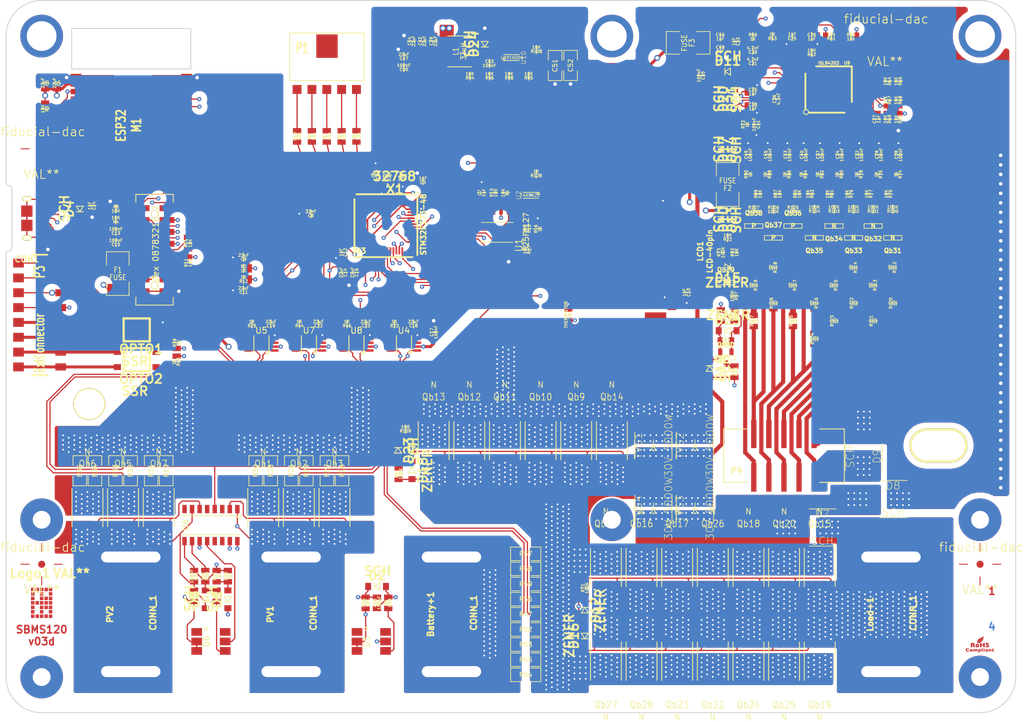
<source format=kicad_pcb>
(kicad_pcb (version 4) (host pcbnew 4.0.6-e0-6349~53~ubuntu14.04.1)
  (title_block (title SBMS120) (rev 03) (company "Electrodacus (Schematic and PCB layout released under CC-BY-SA 3.0 licence)"))
  (layers (0 F.Cu signal) (1 inner1.Cu signal) (2 inner2.Cu power) (31 B.Cu signal) (34 B.Paste user) (35 F.Paste user) (36 B.SilkS user) (37 F.SilkS user) (38 B.Mask user) (39 F.Mask user) (44 Edge.Cuts user))
  (net 0 "")
  (net 1 /ADC1N)
  (net 2 /ADC1P)
  (net 3 /BAT+)
  (net 4 /BAT0)
  (net 5 /BAT1)
  (net 6 /BAT2)
  (net 7 /BAT3)
  (net 8 /BAT4)
  (net 9 /BAT5)
  (net 10 /BAT6)
  (net 11 /BAT7)
  (net 12 /BOOT0)
  (net 13 /CFET)
  (net 14 /CFET1)
  (net 15 /CPV1P)
  (net 16 /CPV2P)
  (net 17 /CSI1a)
  (net 18 /CSI2a)
  (net 19 /DF1)
  (net 20 /DF2)
  (net 21 /DFET)
  (net 22 /DFET1)
  (net 23 /DG1)
  (net 24 /DG2)
  (net 25 /ESPFLASH)
  (net 26 /ESPRST)
  (net 27 /EXTADC1)
  (net 28 /EXTADC2)
  (net 29 /EXTADC3)
  (net 30 /EXTIO1)
  (net 31 /EXTIO2)
  (net 32 /EXTIO3)
  (net 33 /EXTIO4)
  (net 34 /EXTIO5)
  (net 35 /FBAT+)
  (net 36 /GCB1)
  (net 37 /GCB2)
  (net 38 /GCB3)
  (net 39 /GCB4)
  (net 40 /GCB5)
  (net 41 /GCB6)
  (net 42 /GCB7)
  (net 43 /GCB8)
  (net 44 /GND1)
  (net 45 /LCDCS)
  (net 46 /LCDDC)
  (net 47 /LCDLED)
  (net 48 /LCDSCLK)
  (net 49 /LCDSDI)
  (net 50 /LDMON)
  (net 51 /M1)
  (net 52 /M2)
  (net 53 /PA1)
  (net 54 /PA2)
  (net 55 /PA3)
  (net 56 /PA4)
  (net 57 /PA5)
  (net 58 /PV+)
  (net 59 /PV1)
  (net 60 /PV2)
  (net 61 /SCK)
  (net 62 /SDA)
  (net 63 /SDADC14)
  (net 64 /SDADC2P)
  (net 65 /SDADC38)
  (net 66 /SPI1CLK)
  (net 67 /SPI1CS)
  (net 68 /SPI1MISO)
  (net 69 /SPI1MOSI)
  (net 70 /SWD)
  (net 71 /TEMPO)
  (net 72 /USARTRX)
  (net 73 /USARTTX)
  (net 74 /VBATT)
  (net 75 /VC0)
  (net 76 /VC1)
  (net 77 /VC2)
  (net 78 /VC3)
  (net 79 /VC4)
  (net 80 /VC5)
  (net 81 /VC6)
  (net 82 /VC7)
  (net 83 /VC8)
  (net 84 /VDD33)
  (net 85 /VREFSD)
  (net 86 /XT1)
  (net 87 /XT2)
  (net 88 GND)
  (net 89 "Net-(C1-Pad1)")
  (net 90 "Net-(C2-Pad2)")
  (net 91 "Net-(C6-Pad1)")
  (net 92 "Net-(C8-Pad1)")
  (net 93 "Net-(C24-Pad1)")
  (net 94 "Net-(C25-Pad1)")
  (net 95 "Net-(C27-Pad2)")
  (net 96 "Net-(C30-Pad1)")
  (net 97 "Net-(C31-Pad1)")
  (net 98 "Net-(C31-Pad2)")
  (net 99 "Net-(C46-Pad1)")
  (net 100 "Net-(C53-Pad1)")
  (net 101 "Net-(C53-Pad2)")
  (net 102 "Net-(C54-Pad1)")
  (net 103 "Net-(C54-Pad2)")
  (net 104 "Net-(D1-Pad1)")
  (net 105 "Net-(D5-Pad6)")
  (net 106 "Net-(D6-Pad6)")
  (net 107 "Net-(D7-Pad1)")
  (net 108 "Net-(D10-Pad2)")
  (net 109 "Net-(D12-Pad1)")
  (net 110 "Net-(D14-Pad1)")
  (net 111 "Net-(D15-Pad2)")
  (net 112 "Net-(D23-Pad2)")
  (net 113 "Net-(F1-Pad2)")
  (net 114 "Net-(LCD1-Pad15)")
  (net 115 "Net-(LCD1-Pad34)")
  (net 116 "Net-(LCD1-Pad39)")
  (net 117 "Net-(M1-Pad24)")
  (net 118 "Net-(OPTO1-Pad1)")
  (net 119 "Net-(OPTO1-Pad4)")
  (net 120 "Net-(OPTO1-Pad3)")
  (net 121 "Net-(OPTO2-Pad1)")
  (net 122 "Net-(OPTO2-Pad4)")
  (net 123 "Net-(OPTO2-Pad3)")
  (net 124 "Net-(P2-Pad12)")
  (net 125 "Net-(P2-Pad13)")
  (net 126 "Net-(P2-Pad14)")
  (net 127 "Net-(Qb29-PadD)")
  (net 128 "Net-(Qb30-PadD)")
  (net 129 "Net-(Qb31-PadD)")
  (net 130 "Net-(Qb32-PadD)")
  (net 131 "Net-(Qb33-PadD)")
  (net 132 "Net-(Qb34-PadD)")
  (net 133 "Net-(Qb35-PadD)")
  (net 134 "Net-(Qb36-PadD)")
  (net 135 "Net-(Qb37-PadD)")
  (net 136 "Net-(Qb38-PadD)")
  (net 137 "Net-(R1-Pad2)")
  (net 138 "Net-(R5-Pad1)")
  (net 139 "Net-(R6-Pad1)")
  (net 140 "Net-(R7-Pad1)")
  (net 141 "Net-(R9-Pad1)")
  (net 142 "Net-(R10-Pad1)")
  (net 143 "Net-(R13-Pad1)")
  (net 144 "Net-(R15-Pad1)")
  (net 145 "Net-(R15-Pad2)")
  (net 146 "Net-(R23-Pad2)")
  (net 147 "Net-(R25-Pad2)")
  (net 148 "Net-(R38-Pad1)")
  (net 149 "Net-(R44-Pad2)")
  (net 150 "Net-(R46-Pad2)")
  (net 151 "Net-(R62-Pad2)")
  (net 152 "Net-(R63-Pad1)")
  (net 153 "Net-(R64-Pad2)")
  (net 154 "Net-(R65-Pad2)")
  (net 155 "Net-(R66-Pad2)")
  (net 156 "Net-(R75-Pad1)")
  (net 157 "Net-(R77-Pad1)")
  (net 158 "Net-(R79-Pad1)")
  (net 159 "Net-(R81-Pad1)")
  (net 160 "Net-(R83-Pad1)")
  (net 161 "Net-(R85-Pad2)")
  (net 162 "Net-(R87-Pad2)")
  (net 163 "Net-(R89-Pad2)")
  (net 164 "Net-(R94-Pad1)")
  (net 165 "Net-(R95-Pad2)")
  (net 166 "Net-(R96-Pad1)")
  (net 167 "Net-(R108-Pad2)")
  (net 168 "Net-(R112-Pad2)")
  (net 169 "Net-(R113-Pad2)")
  (net 170 "Net-(R114-Pad2)")
  (net 171 "Net-(R115-Pad2)")
  (net 172 "Net-(R116-Pad2)")
  (net 173 "Net-(R117-Pad2)")
  (net 174 "Net-(R118-Pad2)")
  (net 175 "Net-(R119-Pad2)")
  (net 176 "Net-(R22-Pad1)")
  (module H1-3mm-7.2 (layer F.Cu) (at 214 144)
    (fp_text reference "" hide)
    (fp_text value "" hide)
    (pad "" thru_hole circle (at 0 0) (size 7.2 7.2) (drill 3) (layers *.Cu))
  )
  (module H1-5x9mm (layer F.Cu) (at 207 105)
    (fp_text reference "" hide)
    (fp_text value "" hide)
    (pad "" thru_hole oval (at 0 0) (size 9.8 5.8) (drill oval 9 5) (layers *.Cu *.Mask F.SilkS))
  )
  (module H1-5mm (layer F.Cu) (at 64 98)
    (fp_text reference "" hide)
    (fp_text value "" hide)
    (pad "" thru_hole circle (at 0 0) (size 5.4 5.4) (drill 5) (layers *.Cu *.Mask F.SilkS))
  )
  (module dacusnewlib:SM0805-dac (layer F.Cu) (at 116.79 59.59 270)
    (fp_text reference C1 (at 0 -0.3175 270) (layer F.SilkS) (effects (font (size 0.50038 0.50038) (thickness 0.10922))))
    (fp_text value 22pF (at 0 0.381 270) (layer F.SilkS) (effects (font (size 0.50038 0.50038) (thickness 0.10922))))
    (pad 1 smd rect (at -0.95 0 270) (size 0.9 1.4) (layers F.Cu F.Paste F.Mask) (net 89 "Net-(C1-Pad1)"))
    (pad 2 smd rect (at 0.95 0 270) (size 0.9 1.4) (layers F.Cu F.Paste F.Mask) (net 88 GND))
  )
  (module dacusnewlib:SM0805-dac (layer F.Cu) (at 114.15 59.59 90)
    (fp_text reference C2 (at 0 -0.3175 90) (layer F.SilkS) (effects (font (size 0.50038 0.50038) (thickness 0.10922))))
    (fp_text value 22pF (at 0 0.381 90) (layer F.SilkS) (effects (font (size 0.50038 0.50038) (thickness 0.10922))))
    (pad 1 smd rect (at -0.95 0 90) (size 0.9 1.4) (layers F.Cu F.Paste F.Mask) (net 88 GND))
    (pad 2 smd rect (at 0.95 0 90) (size 0.9 1.4) (layers F.Cu F.Paste F.Mask) (net 90 "Net-(C2-Pad2)"))
  )
  (module dacusnewlib:SM0805-dac (layer F.Cu) (at 120.19 60.35 180)
    (fp_text reference C3 (at 0 -0.3175 180) (layer F.SilkS) (effects (font (size 0.50038 0.50038) (thickness 0.10922))))
    (fp_text value 1uF (at 0 0.381 180) (layer F.SilkS) (effects (font (size 0.50038 0.50038) (thickness 0.10922))))
    (pad 1 smd rect (at -0.95 0 180) (size 0.9 1.4) (layers F.Cu F.Paste F.Mask) (net 84 /VDD33))
    (pad 2 smd rect (at 0.95 0 180) (size 0.9 1.4) (layers F.Cu F.Paste F.Mask) (net 88 GND))
  )
  (module dacusnewlib:SM0805-dac (layer F.Cu) (at 58.55 43.93 270)
    (fp_text reference C4 (at 0 -0.3175 270) (layer F.SilkS) (effects (font (size 0.50038 0.50038) (thickness 0.10922))))
    (fp_text value 22uF (at 0 0.381 270) (layer F.SilkS) (effects (font (size 0.50038 0.50038) (thickness 0.10922))))
    (pad 1 smd rect (at -0.95 0 270) (size 0.9 1.4) (layers F.Cu F.Paste F.Mask) (net 88 GND))
    (pad 2 smd rect (at 0.95 0 270) (size 0.9 1.4) (layers F.Cu F.Paste F.Mask) (net 84 /VDD33))
  )
  (module dacusnewlib:SM0805-dac (layer F.Cu) (at 56.58 43.93 270)
    (fp_text reference C5 (at 0 -0.3175 270) (layer F.SilkS) (effects (font (size 0.50038 0.50038) (thickness 0.10922))))
    (fp_text value 22uF (at 0 0.381 270) (layer F.SilkS) (effects (font (size 0.50038 0.50038) (thickness 0.10922))))
    (pad 1 smd rect (at -0.95 0 270) (size 0.9 1.4) (layers F.Cu F.Paste F.Mask) (net 88 GND))
    (pad 2 smd rect (at 0.95 0 270) (size 0.9 1.4) (layers F.Cu F.Paste F.Mask) (net 84 /VDD33))
  )
  (module dacusnewlib:SM0805-dac (layer F.Cu) (at 112.22 59.39 90)
    (fp_text reference C6 (at 0 -0.3175 90) (layer F.SilkS) (effects (font (size 0.50038 0.50038) (thickness 0.10922))))
    (fp_text value 33nF (at 0 0.381 90) (layer F.SilkS) (effects (font (size 0.50038 0.50038) (thickness 0.10922))))
    (pad 1 smd rect (at -0.95 0 90) (size 0.9 1.4) (layers F.Cu F.Paste F.Mask) (net 91 "Net-(C6-Pad1)"))
    (pad 2 smd rect (at 0.95 0 90) (size 0.9 1.4) (layers F.Cu F.Paste F.Mask) (net 88 GND))
  )
  (module dacusnewlib:SM0805-dac (layer F.Cu) (at 130.08 62.4 90)
    (fp_text reference C7 (at 0 -0.3175 90) (layer F.SilkS) (effects (font (size 0.50038 0.50038) (thickness 0.10922))))
    (fp_text value 1uF (at 0 0.381 90) (layer F.SilkS) (effects (font (size 0.50038 0.50038) (thickness 0.10922))))
    (pad 1 smd rect (at -0.95 0 90) (size 0.9 1.4) (layers F.Cu F.Paste F.Mask) (net 84 /VDD33))
    (pad 2 smd rect (at 0.95 0 90) (size 0.9 1.4) (layers F.Cu F.Paste F.Mask) (net 88 GND))
  )
  (module dacusnewlib:SM0805-dac (layer F.Cu) (at 101.33 65.94 180)
    (fp_text reference C8 (at 0 -0.3175 180) (layer F.SilkS) (effects (font (size 0.50038 0.50038) (thickness 0.10922))))
    (fp_text value 33nF (at 0 0.381 180) (layer F.SilkS) (effects (font (size 0.50038 0.50038) (thickness 0.10922))))
    (pad 1 smd rect (at -0.95 0 180) (size 0.9 1.4) (layers F.Cu F.Paste F.Mask) (net 92 "Net-(C8-Pad1)"))
    (pad 2 smd rect (at 0.95 0 180) (size 0.9 1.4) (layers F.Cu F.Paste F.Mask) (net 88 GND))
  )
  (module dacusnewlib:SM0805-dac (layer F.Cu) (at 90 73.3 180)
    (fp_text reference C9 (at 0 -0.3175 180) (layer F.SilkS) (effects (font (size 0.50038 0.50038) (thickness 0.10922))))
    (fp_text value 22uF (at 0 0.381 180) (layer F.SilkS) (effects (font (size 0.50038 0.50038) (thickness 0.10922))))
    (pad 1 smd rect (at -0.95 0 180) (size 0.9 1.4) (layers F.Cu F.Paste F.Mask) (net 28 /EXTADC2))
    (pad 2 smd rect (at 0.95 0 180) (size 0.9 1.4) (layers F.Cu F.Paste F.Mask) (net 88 GND))
  )
  (module dacusnewlib:SM0805-dac (layer F.Cu) (at 164.61 79.18 270)
    (fp_text reference C10 (at 0 -0.3175 270) (layer F.SilkS) (effects (font (size 0.50038 0.50038) (thickness 0.10922))))
    (fp_text value 1uF (at 0 0.381 270) (layer F.SilkS) (effects (font (size 0.50038 0.50038) (thickness 0.10922))))
    (pad 1 smd rect (at -0.95 0 270) (size 0.9 1.4) (layers F.Cu F.Paste F.Mask) (net 84 /VDD33))
    (pad 2 smd rect (at 0.95 0 270) (size 0.9 1.4) (layers F.Cu F.Paste F.Mask) (net 88 GND))
  )
  (module dacusnewlib:SM0805-dac (layer F.Cu) (at 90 78.85 180)
    (fp_text reference C11 (at 0 -0.3175 180) (layer F.SilkS) (effects (font (size 0.50038 0.50038) (thickness 0.10922))))
    (fp_text value 22uF (at 0 0.381 180) (layer F.SilkS) (effects (font (size 0.50038 0.50038) (thickness 0.10922))))
    (pad 1 smd rect (at -0.95 0 180) (size 0.9 1.4) (layers F.Cu F.Paste F.Mask) (net 29 /EXTADC3))
    (pad 2 smd rect (at 0.95 0 180) (size 0.9 1.4) (layers F.Cu F.Paste F.Mask) (net 88 GND))
  )
  (module dacusnewlib:SM0805-dac (layer F.Cu) (at 106.8 72.44 270)
    (fp_text reference C12 (at 0 -0.3175 270) (layer F.SilkS) (effects (font (size 0.50038 0.50038) (thickness 0.10922))))
    (fp_text value 1uF (at 0 0.381 270) (layer F.SilkS) (effects (font (size 0.50038 0.50038) (thickness 0.10922))))
    (pad 1 smd rect (at -0.95 0 270) (size 0.9 1.4) (layers F.Cu F.Paste F.Mask) (net 84 /VDD33))
    (pad 2 smd rect (at 0.95 0 270) (size 0.9 1.4) (layers F.Cu F.Paste F.Mask) (net 88 GND))
  )
  (module dacusnewlib:SM0805-dac (layer F.Cu) (at 68.5 68.9 180)
    (fp_text reference C13 (at 0 -0.3175 180) (layer F.SilkS) (effects (font (size 0.50038 0.50038) (thickness 0.10922))))
    (fp_text value 100nF (at 0 0.381 180) (layer F.SilkS) (effects (font (size 0.50038 0.50038) (thickness 0.10922))))
    (pad 1 smd rect (at -0.95 0 180) (size 0.9 1.4) (layers F.Cu F.Paste F.Mask) (net 12 /BOOT0))
    (pad 2 smd rect (at 0.95 0 180) (size 0.9 1.4) (layers F.Cu F.Paste F.Mask) (net 88 GND))
  )
  (module dacusnewlib:SM0805-dac (layer F.Cu) (at 106.8 75.84 270)
    (fp_text reference C14 (at 0 -0.3175 270) (layer F.SilkS) (effects (font (size 0.50038 0.50038) (thickness 0.10922))))
    (fp_text value 22uF (at 0 0.381 270) (layer F.SilkS) (effects (font (size 0.50038 0.50038) (thickness 0.10922))))
    (pad 1 smd rect (at -0.95 0 270) (size 0.9 1.4) (layers F.Cu F.Paste F.Mask) (net 85 /VREFSD))
    (pad 2 smd rect (at 0.95 0 270) (size 0.9 1.4) (layers F.Cu F.Paste F.Mask) (net 88 GND))
  )
  (module dacusnewlib:SM0805-dac (layer F.Cu) (at 68.5 70.8 180)
    (fp_text reference C15 (at 0 -0.3175 180) (layer F.SilkS) (effects (font (size 0.50038 0.50038) (thickness 0.10922))))
    (fp_text value 100nF (at 0 0.381 180) (layer F.SilkS) (effects (font (size 0.50038 0.50038) (thickness 0.10922))))
    (pad 1 smd rect (at -0.95 0 180) (size 0.9 1.4) (layers F.Cu F.Paste F.Mask) (net 25 /ESPFLASH))
    (pad 2 smd rect (at 0.95 0 180) (size 0.9 1.4) (layers F.Cu F.Paste F.Mask) (net 88 GND))
  )
  (module dacusnewlib:SM0805-dac (layer F.Cu) (at 108.7 75.84 270)
    (fp_text reference C16 (at 0 -0.3175 270) (layer F.SilkS) (effects (font (size 0.50038 0.50038) (thickness 0.10922))))
    (fp_text value 22uF (at 0 0.381 270) (layer F.SilkS) (effects (font (size 0.50038 0.50038) (thickness 0.10922))))
    (pad 1 smd rect (at -0.95 0 270) (size 0.9 1.4) (layers F.Cu F.Paste F.Mask) (net 85 /VREFSD))
    (pad 2 smd rect (at 0.95 0 270) (size 0.9 1.4) (layers F.Cu F.Paste F.Mask) (net 88 GND))
  )
  (module dacusnewlib:SM0805-dac (layer F.Cu) (at 122 85.9 90)
    (fp_text reference C17 (at 0 -0.3175 90) (layer F.SilkS) (effects (font (size 0.50038 0.50038) (thickness 0.10922))))
    (fp_text value 100nF (at 0 0.381 90) (layer F.SilkS) (effects (font (size 0.50038 0.50038) (thickness 0.10922))))
    (pad 1 smd rect (at -0.95 0 90) (size 0.9 1.4) (layers F.Cu F.Paste F.Mask) (net 35 /FBAT+))
    (pad 2 smd rect (at 0.95 0 90) (size 0.9 1.4) (layers F.Cu F.Paste F.Mask) (net 88 GND))
  )
  (module dacusnewlib:SM0805-dac (layer F.Cu) (at 118.6 84.5 180)
    (fp_text reference C18 (at 0 -0.3175 180) (layer F.SilkS) (effects (font (size 0.50038 0.50038) (thickness 0.10922))))
    (fp_text value 22uF (at 0 0.381 180) (layer F.SilkS) (effects (font (size 0.50038 0.50038) (thickness 0.10922))))
    (pad 1 smd rect (at -0.95 0 180) (size 0.9 1.4) (layers F.Cu F.Paste F.Mask) (net 88 GND))
    (pad 2 smd rect (at 0.95 0 180) (size 0.9 1.4) (layers F.Cu F.Paste F.Mask) (net 64 /SDADC2P))
  )
  (module dacusnewlib:SM0805-dac (layer F.Cu) (at 94.6 84.5 180)
    (fp_text reference C19 (at 0 -0.3175 180) (layer F.SilkS) (effects (font (size 0.50038 0.50038) (thickness 0.10922))))
    (fp_text value 22uF (at 0 0.381 180) (layer F.SilkS) (effects (font (size 0.50038 0.50038) (thickness 0.10922))))
    (pad 1 smd rect (at -0.95 0 180) (size 0.9 1.4) (layers F.Cu F.Paste F.Mask) (net 88 GND))
    (pad 2 smd rect (at 0.95 0 180) (size 0.9 1.4) (layers F.Cu F.Paste F.Mask) (net 27 /EXTADC1))
  )
  (module dacusnewlib:SM0805-dac (layer F.Cu) (at 112.45 131.5 90)
    (fp_text reference C20 (at 0 -0.3175 90) (layer F.SilkS) (effects (font (size 0.50038 0.50038) (thickness 0.10922))))
    (fp_text value 100nF (at 0 0.381 90) (layer F.SilkS) (effects (font (size 0.50038 0.50038) (thickness 0.10922))))
    (pad 1 smd rect (at -0.95 0 90) (size 0.9 1.4) (layers F.Cu F.Paste F.Mask) (net 44 /GND1))
    (pad 2 smd rect (at 0.95 0 90) (size 0.9 1.4) (layers F.Cu F.Paste F.Mask) (net 59 /PV1))
  )
  (module dacusnewlib:SM0805-dac (layer F.Cu) (at 81.65 127 270)
    (fp_text reference C21 (at 0 -0.3175 270) (layer F.SilkS) (effects (font (size 0.50038 0.50038) (thickness 0.10922))))
    (fp_text value 100nF (at 0 0.381 270) (layer F.SilkS) (effects (font (size 0.50038 0.50038) (thickness 0.10922))))
    (pad 1 smd rect (at -0.95 0 270) (size 0.9 1.4) (layers F.Cu F.Paste F.Mask) (net 44 /GND1))
    (pad 2 smd rect (at 0.95 0 270) (size 0.9 1.4) (layers F.Cu F.Paste F.Mask) (net 60 /PV2))
  )
  (module dacusnewlib:SM0805-dac (layer F.Cu) (at 102.6 84.5 180)
    (fp_text reference C22 (at 0 -0.3175 180) (layer F.SilkS) (effects (font (size 0.50038 0.50038) (thickness 0.10922))))
    (fp_text value 22uF (at 0 0.381 180) (layer F.SilkS) (effects (font (size 0.50038 0.50038) (thickness 0.10922))))
    (pad 1 smd rect (at -0.95 0 180) (size 0.9 1.4) (layers F.Cu F.Paste F.Mask) (net 88 GND))
    (pad 2 smd rect (at 0.95 0 180) (size 0.9 1.4) (layers F.Cu F.Paste F.Mask) (net 63 /SDADC14))
  )
  (module dacusnewlib:SM0805-dac (layer F.Cu) (at 110.6 84.5 180)
    (fp_text reference C23 (at 0 -0.3175 180) (layer F.SilkS) (effects (font (size 0.50038 0.50038) (thickness 0.10922))))
    (fp_text value 22uF (at 0 0.381 180) (layer F.SilkS) (effects (font (size 0.50038 0.50038) (thickness 0.10922))))
    (pad 1 smd rect (at -0.95 0 180) (size 0.9 1.4) (layers F.Cu F.Paste F.Mask) (net 88 GND))
    (pad 2 smd rect (at 0.95 0 180) (size 0.9 1.4) (layers F.Cu F.Paste F.Mask) (net 65 /SDADC38))
  )
  (module dacusnewlib:SM0805-dac (layer F.Cu) (at 64.49 64.59 270)
    (fp_text reference C24 (at 0 -0.3175 270) (layer F.SilkS) (effects (font (size 0.50038 0.50038) (thickness 0.10922))))
    (fp_text value 1uF (at 0 0.381 270) (layer F.SilkS) (effects (font (size 0.50038 0.50038) (thickness 0.10922))))
    (pad 1 smd rect (at -0.95 0 270) (size 0.9 1.4) (layers F.Cu F.Paste F.Mask) (net 93 "Net-(C24-Pad1)"))
    (pad 2 smd rect (at 0.95 0 270) (size 0.9 1.4) (layers F.Cu F.Paste F.Mask) (net 88 GND))
  )
  (module dacusnewlib:SM0805-dac (layer F.Cu) (at 182.35 36.1 180)
    (fp_text reference C25 (at 0 -0.3175 180) (layer F.SilkS) (effects (font (size 0.50038 0.50038) (thickness 0.10922))))
    (fp_text value 1uF (at 0 0.381 180) (layer F.SilkS) (effects (font (size 0.50038 0.50038) (thickness 0.10922))))
    (pad 1 smd rect (at -0.95 0 180) (size 0.9 1.4) (layers F.Cu F.Paste F.Mask) (net 94 "Net-(C25-Pad1)"))
    (pad 2 smd rect (at 0.95 0 180) (size 0.9 1.4) (layers F.Cu F.Paste F.Mask) (net 88 GND))
  )
  (module dacusnewlib:SM0805-dac (layer F.Cu) (at 185.65 36.1)
    (fp_text reference C26 (at 0 -0.3175) (layer F.SilkS) (effects (font (size 0.50038 0.50038) (thickness 0.10922))))
    (fp_text value 1uF (at 0 0.381) (layer F.SilkS) (effects (font (size 0.50038 0.50038) (thickness 0.10922))))
    (pad 1 smd rect (at -0.95 0) (size 0.9 1.4) (layers F.Cu F.Paste F.Mask) (net 94 "Net-(C25-Pad1)"))
    (pad 2 smd rect (at 0.95 0) (size 0.9 1.4) (layers F.Cu F.Paste F.Mask) (net 88 GND))
  )
  (module dacusnewlib:SM0805-dac (layer F.Cu) (at 196.57 50 90)
    (fp_text reference C27 (at 0 -0.3175 90) (layer F.SilkS) (effects (font (size 0.50038 0.50038) (thickness 0.10922))))
    (fp_text value 1uF (at 0 0.381 90) (layer F.SilkS) (effects (font (size 0.50038 0.50038) (thickness 0.10922))))
    (pad 1 smd rect (at -0.95 0 90) (size 0.9 1.4) (layers F.Cu F.Paste F.Mask) (net 88 GND))
    (pad 2 smd rect (at 0.95 0 90) (size 0.9 1.4) (layers F.Cu F.Paste F.Mask) (net 95 "Net-(C27-Pad2)"))
  )
  (module dacusnewlib:SM0805-dac (layer F.Cu) (at 200.25 56 90)
    (fp_text reference C28 (at 0 -0.3175 90) (layer F.SilkS) (effects (font (size 0.50038 0.50038) (thickness 0.10922))))
    (fp_text value 100nF (at 0 0.381 90) (layer F.SilkS) (effects (font (size 0.50038 0.50038) (thickness 0.10922))))
    (pad 1 smd rect (at -0.95 0 90) (size 0.9 1.4) (layers F.Cu F.Paste F.Mask) (net 75 /VC0))
    (pad 2 smd rect (at 0.95 0 90) (size 0.9 1.4) (layers F.Cu F.Paste F.Mask) (net 88 GND))
  )
  (module dacusnewlib:SM0805-dac (layer F.Cu) (at 196.95 56 90)
    (fp_text reference C29 (at 0 -0.3175 90) (layer F.SilkS) (effects (font (size 0.50038 0.50038) (thickness 0.10922))))
    (fp_text value 100nF (at 0 0.381 90) (layer F.SilkS) (effects (font (size 0.50038 0.50038) (thickness 0.10922))))
    (pad 1 smd rect (at -0.95 0 90) (size 0.9 1.4) (layers F.Cu F.Paste F.Mask) (net 76 /VC1))
    (pad 2 smd rect (at 0.95 0 90) (size 0.9 1.4) (layers F.Cu F.Paste F.Mask) (net 88 GND))
  )
  (module dacusnewlib:SM0805-dac (layer F.Cu) (at 175.75 38.4 180)
    (fp_text reference C30 (at 0 -0.3175 180) (layer F.SilkS) (effects (font (size 0.50038 0.50038) (thickness 0.10922))))
    (fp_text value 4.7nF (at 0 0.381 180) (layer F.SilkS) (effects (font (size 0.50038 0.50038) (thickness 0.10922))))
    (pad 1 smd rect (at -0.95 0 180) (size 0.9 1.4) (layers F.Cu F.Paste F.Mask) (net 96 "Net-(C30-Pad1)"))
    (pad 2 smd rect (at 0.95 0 180) (size 0.9 1.4) (layers F.Cu F.Paste F.Mask) (net 18 /CSI2a))
  )
  (module dacusnewlib:SM0805-dac (layer F.Cu) (at 175.75 40.3 180)
    (fp_text reference C31 (at 0 -0.3175 180) (layer F.SilkS) (effects (font (size 0.50038 0.50038) (thickness 0.10922))))
    (fp_text value 4.7nF (at 0 0.381 180) (layer F.SilkS) (effects (font (size 0.50038 0.50038) (thickness 0.10922))))
    (pad 1 smd rect (at -0.95 0 180) (size 0.9 1.4) (layers F.Cu F.Paste F.Mask) (net 97 "Net-(C31-Pad1)"))
    (pad 2 smd rect (at 0.95 0 180) (size 0.9 1.4) (layers F.Cu F.Paste F.Mask) (net 98 "Net-(C31-Pad2)"))
  )
  (module dacusnewlib:SM0805-dac (layer F.Cu) (at 193.65 56 90)
    (fp_text reference C32 (at 0 -0.3175 90) (layer F.SilkS) (effects (font (size 0.50038 0.50038) (thickness 0.10922))))
    (fp_text value 100nF (at 0 0.381 90) (layer F.SilkS) (effects (font (size 0.50038 0.50038) (thickness 0.10922))))
    (pad 1 smd rect (at -0.95 0 90) (size 0.9 1.4) (layers F.Cu F.Paste F.Mask) (net 77 /VC2))
    (pad 2 smd rect (at 0.95 0 90) (size 0.9 1.4) (layers F.Cu F.Paste F.Mask) (net 88 GND))
  )
  (module dacusnewlib:SM0805-dac (layer F.Cu) (at 172.93 36.93 270)
    (fp_text reference C33 (at 0 -0.3175 270) (layer F.SilkS) (effects (font (size 0.50038 0.50038) (thickness 0.10922))))
    (fp_text value 1uF (at 0 0.381 270) (layer F.SilkS) (effects (font (size 0.50038 0.50038) (thickness 0.10922))))
    (pad 1 smd rect (at -0.95 0 270) (size 0.9 1.4) (layers F.Cu F.Paste F.Mask) (net 88 GND))
    (pad 2 smd rect (at 0.95 0 270) (size 0.9 1.4) (layers F.Cu F.Paste F.Mask) (net 18 /CSI2a))
  )
  (module dacusnewlib:SM0805-dac (layer F.Cu) (at 190.35 56 90)
    (fp_text reference C34 (at 0 -0.3175 90) (layer F.SilkS) (effects (font (size 0.50038 0.50038) (thickness 0.10922))))
    (fp_text value 100nF (at 0 0.381 90) (layer F.SilkS) (effects (font (size 0.50038 0.50038) (thickness 0.10922))))
    (pad 1 smd rect (at -0.95 0 90) (size 0.9 1.4) (layers F.Cu F.Paste F.Mask) (net 78 /VC3))
    (pad 2 smd rect (at 0.95 0 90) (size 0.9 1.4) (layers F.Cu F.Paste F.Mask) (net 88 GND))
  )
  (module dacusnewlib:SM0805-dac (layer F.Cu) (at 175.75 45.35)
    (fp_text reference C35 (at 0 -0.3175) (layer F.SilkS) (effects (font (size 0.50038 0.50038) (thickness 0.10922))))
    (fp_text value 1uF (at 0 0.381) (layer F.SilkS) (effects (font (size 0.50038 0.50038) (thickness 0.10922))))
    (pad 1 smd rect (at -0.95 0) (size 0.9 1.4) (layers F.Cu F.Paste F.Mask) (net 18 /CSI2a))
    (pad 2 smd rect (at 0.95 0) (size 0.9 1.4) (layers F.Cu F.Paste F.Mask) (net 88 GND))
  )
  (module dacusnewlib:SM0805-dac (layer F.Cu) (at 179.7 46.6 90)
    (fp_text reference C36 (at 0 -0.3175 90) (layer F.SilkS) (effects (font (size 0.50038 0.50038) (thickness 0.10922))))
    (fp_text value 4.7nF (at 0 0.381 90) (layer F.SilkS) (effects (font (size 0.50038 0.50038) (thickness 0.10922))))
    (pad 1 smd rect (at -0.95 0 90) (size 0.9 1.4) (layers F.Cu F.Paste F.Mask) (net 17 /CSI1a))
    (pad 2 smd rect (at 0.95 0 90) (size 0.9 1.4) (layers F.Cu F.Paste F.Mask) (net 18 /CSI2a))
  )
  (module dacusnewlib:SM0805-dac (layer F.Cu) (at 187.05 56 90)
    (fp_text reference C37 (at 0 -0.3175 90) (layer F.SilkS) (effects (font (size 0.50038 0.50038) (thickness 0.10922))))
    (fp_text value 100nF (at 0 0.381 90) (layer F.SilkS) (effects (font (size 0.50038 0.50038) (thickness 0.10922))))
    (pad 1 smd rect (at -0.95 0 90) (size 0.9 1.4) (layers F.Cu F.Paste F.Mask) (net 79 /VC4))
    (pad 2 smd rect (at 0.95 0 90) (size 0.9 1.4) (layers F.Cu F.Paste F.Mask) (net 88 GND))
  )
  (module dacusnewlib:SM0805-dac (layer F.Cu) (at 175.75 47.85)
    (fp_text reference C38 (at 0 -0.3175) (layer F.SilkS) (effects (font (size 0.50038 0.50038) (thickness 0.10922))))
    (fp_text value 1uF (at 0 0.381) (layer F.SilkS) (effects (font (size 0.50038 0.50038) (thickness 0.10922))))
    (pad 1 smd rect (at -0.95 0) (size 0.9 1.4) (layers F.Cu F.Paste F.Mask) (net 17 /CSI1a))
    (pad 2 smd rect (at 0.95 0) (size 0.9 1.4) (layers F.Cu F.Paste F.Mask) (net 88 GND))
  )
  (module dacusnewlib:SM0805-dac (layer F.Cu) (at 121.92 36.86 90)
    (fp_text reference C39 (at 0 -0.3175 90) (layer F.SilkS) (effects (font (size 0.50038 0.50038) (thickness 0.10922))))
    (fp_text value 22uF (at 0 0.381 90) (layer F.SilkS) (effects (font (size 0.50038 0.50038) (thickness 0.10922))))
    (pad 1 smd rect (at -0.95 0 90) (size 0.9 1.4) (layers F.Cu F.Paste F.Mask) (net 84 /VDD33))
    (pad 2 smd rect (at 0.95 0 90) (size 0.9 1.4) (layers F.Cu F.Paste F.Mask) (net 88 GND))
  )
  (module dacusnewlib:SM0805-dac (layer F.Cu) (at 184.3 56 90)
    (fp_text reference C40 (at 0 -0.3175 90) (layer F.SilkS) (effects (font (size 0.50038 0.50038) (thickness 0.10922))))
    (fp_text value 100nF (at 0 0.381 90) (layer F.SilkS) (effects (font (size 0.50038 0.50038) (thickness 0.10922))))
    (pad 1 smd rect (at -0.95 0 90) (size 0.9 1.4) (layers F.Cu F.Paste F.Mask) (net 80 /VC5))
    (pad 2 smd rect (at 0.95 0 90) (size 0.9 1.4) (layers F.Cu F.Paste F.Mask) (net 88 GND))
  )
  (module dacusnewlib:SM0805-dac (layer F.Cu) (at 176.34 50.9 270)
    (fp_text reference C41 (at 0 -0.3175 270) (layer F.SilkS) (effects (font (size 0.50038 0.50038) (thickness 0.10922))))
    (fp_text value 100nF (at 0 0.381 270) (layer F.SilkS) (effects (font (size 0.50038 0.50038) (thickness 0.10922))))
    (pad 1 smd rect (at -0.95 0 270) (size 0.9 1.4) (layers F.Cu F.Paste F.Mask) (net 74 /VBATT))
    (pad 2 smd rect (at 0.95 0 270) (size 0.9 1.4) (layers F.Cu F.Paste F.Mask) (net 88 GND))
  )
  (module dacusnewlib:SM0805-dac (layer F.Cu) (at 120.05 36.86 90)
    (fp_text reference C42 (at 0 -0.3175 90) (layer F.SilkS) (effects (font (size 0.50038 0.50038) (thickness 0.10922))))
    (fp_text value 22uF (at 0 0.381 90) (layer F.SilkS) (effects (font (size 0.50038 0.50038) (thickness 0.10922))))
    (pad 1 smd rect (at -0.95 0 90) (size 0.9 1.4) (layers F.Cu F.Paste F.Mask) (net 84 /VDD33))
    (pad 2 smd rect (at 0.95 0 90) (size 0.9 1.4) (layers F.Cu F.Paste F.Mask) (net 88 GND))
  )
  (module dacusnewlib:SM0805-dac (layer F.Cu) (at 181.55 56 90)
    (fp_text reference C43 (at 0 -0.3175 90) (layer F.SilkS) (effects (font (size 0.50038 0.50038) (thickness 0.10922))))
    (fp_text value 100nF (at 0 0.381 90) (layer F.SilkS) (effects (font (size 0.50038 0.50038) (thickness 0.10922))))
    (pad 1 smd rect (at -0.95 0 90) (size 0.9 1.4) (layers F.Cu F.Paste F.Mask) (net 81 /VC6))
    (pad 2 smd rect (at 0.95 0 90) (size 0.9 1.4) (layers F.Cu F.Paste F.Mask) (net 88 GND))
  )
  (module dacusnewlib:SM0805-dac (layer F.Cu) (at 118.24 36.86 90)
    (fp_text reference C44 (at 0 -0.3175 90) (layer F.SilkS) (effects (font (size 0.50038 0.50038) (thickness 0.10922))))
    (fp_text value 22uF (at 0 0.381 90) (layer F.SilkS) (effects (font (size 0.50038 0.50038) (thickness 0.10922))))
    (pad 1 smd rect (at -0.95 0 90) (size 0.9 1.4) (layers F.Cu F.Paste F.Mask) (net 84 /VDD33))
    (pad 2 smd rect (at 0.95 0 90) (size 0.9 1.4) (layers F.Cu F.Paste F.Mask) (net 88 GND))
  )
  (module dacusnewlib:SM0805-dac (layer F.Cu) (at 178.25 56 90)
    (fp_text reference C45 (at 0 -0.3175 90) (layer F.SilkS) (effects (font (size 0.50038 0.50038) (thickness 0.10922))))
    (fp_text value 100nF (at 0 0.381 90) (layer F.SilkS) (effects (font (size 0.50038 0.50038) (thickness 0.10922))))
    (pad 1 smd rect (at -0.95 0 90) (size 0.9 1.4) (layers F.Cu F.Paste F.Mask) (net 82 /VC7))
    (pad 2 smd rect (at 0.95 0 90) (size 0.9 1.4) (layers F.Cu F.Paste F.Mask) (net 88 GND))
  )
  (module dacusnewlib:SM0805-dac (layer F.Cu) (at 170.25 36.1)
    (fp_text reference C46 (at 0 -0.3175) (layer F.SilkS) (effects (font (size 0.50038 0.50038) (thickness 0.10922))))
    (fp_text value 1uF (at 0 0.381) (layer F.SilkS) (effects (font (size 0.50038 0.50038) (thickness 0.10922))))
    (pad 1 smd rect (at -0.95 0) (size 0.9 1.4) (layers F.Cu F.Paste F.Mask) (net 99 "Net-(C46-Pad1)"))
    (pad 2 smd rect (at 0.95 0) (size 0.9 1.4) (layers F.Cu F.Paste F.Mask) (net 88 GND))
  )
  (module dacusnewlib:SM0805-dac (layer F.Cu) (at 116.99 39.47 180)
    (fp_text reference C47 (at 0 -0.3175 180) (layer F.SilkS) (effects (font (size 0.50038 0.50038) (thickness 0.10922))))
    (fp_text value 22uF (at 0 0.381 180) (layer F.SilkS) (effects (font (size 0.50038 0.50038) (thickness 0.10922))))
    (pad 1 smd rect (at -0.95 0 180) (size 0.9 1.4) (layers F.Cu F.Paste F.Mask) (net 84 /VDD33))
    (pad 2 smd rect (at 0.95 0 180) (size 0.9 1.4) (layers F.Cu F.Paste F.Mask) (net 88 GND))
  )
  (module dacusnewlib:SM0805-dac (layer F.Cu) (at 170.25 38.2)
    (fp_text reference C48 (at 0 -0.3175) (layer F.SilkS) (effects (font (size 0.50038 0.50038) (thickness 0.10922))))
    (fp_text value 1uF (at 0 0.381) (layer F.SilkS) (effects (font (size 0.50038 0.50038) (thickness 0.10922))))
    (pad 1 smd rect (at -0.95 0) (size 0.9 1.4) (layers F.Cu F.Paste F.Mask) (net 99 "Net-(C46-Pad1)"))
    (pad 2 smd rect (at 0.95 0) (size 0.9 1.4) (layers F.Cu F.Paste F.Mask) (net 88 GND))
  )
  (module dacusnewlib:SM0805-dac (layer F.Cu) (at 174.95 56 90)
    (fp_text reference C49 (at 0 -0.3175 90) (layer F.SilkS) (effects (font (size 0.50038 0.50038) (thickness 0.10922))))
    (fp_text value 100nF (at 0 0.381 90) (layer F.SilkS) (effects (font (size 0.50038 0.50038) (thickness 0.10922))))
    (pad 1 smd rect (at -0.95 0 90) (size 0.9 1.4) (layers F.Cu F.Paste F.Mask) (net 83 /VC8))
    (pad 2 smd rect (at 0.95 0 90) (size 0.9 1.4) (layers F.Cu F.Paste F.Mask) (net 88 GND))
  )
  (module dacusnewlib:SM0805-dac (layer F.Cu) (at 116.99 41.31 180)
    (fp_text reference C50 (at 0 -0.3175 180) (layer F.SilkS) (effects (font (size 0.50038 0.50038) (thickness 0.10922))))
    (fp_text value 100nF (at 0 0.381 180) (layer F.SilkS) (effects (font (size 0.50038 0.50038) (thickness 0.10922))))
    (pad 1 smd rect (at -0.95 0 180) (size 0.9 1.4) (layers F.Cu F.Paste F.Mask) (net 84 /VDD33))
    (pad 2 smd rect (at 0.95 0 180) (size 0.9 1.4) (layers F.Cu F.Paste F.Mask) (net 88 GND))
  )
  (module dacusnewlib:SM1206 (layer F.Cu) (at 142.44 40.97 270)
    (fp_text reference C51 (at 0 0 270) (layer F.SilkS) (effects (font (size 0.762 0.762) (thickness 0.127))))
    (fp_text value 10uF hide)
    (pad 1 smd rect (at -1.651 0 270) (size 1.524 2.032) (layers F.Cu F.Paste F.Mask) (net 35 /FBAT+))
    (pad 2 smd rect (at 1.651 0 270) (size 1.524 2.032) (layers F.Cu F.Paste F.Mask) (net 88 GND))
  )
  (module dacusnewlib:SM1206 (layer F.Cu) (at 145.05 40.95 270)
    (fp_text reference C52 (at 0 0 270) (layer F.SilkS) (effects (font (size 0.762 0.762) (thickness 0.127))))
    (fp_text value 10uF hide)
    (pad 1 smd rect (at -1.651 0 270) (size 1.524 2.032) (layers F.Cu F.Paste F.Mask) (net 35 /FBAT+))
    (pad 2 smd rect (at 1.651 0 270) (size 1.524 2.032) (layers F.Cu F.Paste F.Mask) (net 88 GND))
  )
  (module dacusnewlib:SM0805-dac (layer F.Cu) (at 131.4 40.6)
    (fp_text reference C53 (at 0 -0.3175) (layer F.SilkS) (effects (font (size 0.50038 0.50038) (thickness 0.10922))))
    (fp_text value 100nF (at 0 0.381) (layer F.SilkS) (effects (font (size 0.50038 0.50038) (thickness 0.10922))))
    (pad 1 smd rect (at -0.95 0) (size 0.9 1.4) (layers F.Cu F.Paste F.Mask) (net 100 "Net-(C53-Pad1)"))
    (pad 2 smd rect (at 0.95 0) (size 0.9 1.4) (layers F.Cu F.Paste F.Mask) (net 101 "Net-(C53-Pad2)"))
  )
  (module dacusnewlib:SM0805-dac (layer F.Cu) (at 171.2 87.45)
    (fp_text reference C54 (at 0 -0.3175) (layer F.SilkS) (effects (font (size 0.50038 0.50038) (thickness 0.10922))))
    (fp_text value 100nF (at 0 0.381) (layer F.SilkS) (effects (font (size 0.50038 0.50038) (thickness 0.10922))))
    (pad 1 smd rect (at -0.95 0) (size 0.9 1.4) (layers F.Cu F.Paste F.Mask) (net 102 "Net-(C54-Pad1)"))
    (pad 2 smd rect (at 0.95 0) (size 0.9 1.4) (layers F.Cu F.Paste F.Mask) (net 103 "Net-(C54-Pad2)"))
  )
  (module dacusnewlib:USB_MICRO_B-2 (layer F.Cu) (at 53.5 66.7)
    (fp_text reference CON1 (at 0 6.90118) (layer F.SilkS) (effects (font (size 1.016 1.016) (thickness 0.2032))))
    (fp_text value USB-MICRO-B hide)
    (pad 1 smd rect (at 2.675 -1.3) (size 1.35 0.4) (layers F.Cu F.Paste F.Mask) (net 93 "Net-(C24-Pad1)"))
    (pad 2 smd rect (at 2.675 -0.65) (size 1.35 0.4) (layers F.Cu F.Paste F.Mask) (net 32 /EXTIO3))
    (pad 3 smd rect (at 2.675 0) (size 1.35 0.4) (layers F.Cu F.Paste F.Mask) (net 33 /EXTIO4))
    (pad 4 smd rect (at 2.675 0.65) (size 1.35 0.4) (layers F.Cu F.Paste F.Mask) (net 88 GND))
    (pad 5 smd rect (at 2.675 1.3) (size 1.35 0.4) (layers F.Cu F.Paste F.Mask) (net 88 GND))
    (pad 6 smd rect (at 2.45 -3.2) (size 1.4 1.6) (layers F.Cu F.Paste F.Mask) (net 88 GND))
    (pad 7 smd rect (at 0 -1.2) (size 1.9 1.9) (layers F.Cu F.Paste F.Mask) (net 88 GND))
    (pad 8 smd rect (at 2.45 3.2) (size 1.4 1.6) (layers F.Cu F.Paste F.Mask) (net 88 GND))
    (pad 9 smd rect (at 0 1.2) (size 1.9 1.9) (layers F.Cu F.Paste F.Mask) (net 88 GND))
    (pad 7 thru_hole oval (at 0 -3.3) (size 1.6 0.9) (drill oval 1.2 0.5) (layers *.Cu *.Mask F.Paste F.SilkS) (net 88 GND))
    (pad 9 thru_hole oval (at 0 3.3) (size 1.6 0.9) (drill oval 1.2 0.5) (layers *.Cu *.Mask F.Paste F.SilkS) (net 88 GND))
  )
  (module dacusnewlib:Diode-dac3 (layer F.Cu) (at 87.35 130.9 90)
    (fp_text reference D1 (at 0 -1.82 90) (layer F.SilkS) (effects (font (thickness 0.3048))))
    (fp_text value SCH (at 0.0762 -2.60096 90) (layer F.SilkS) (effects (font (thickness 0.3048))))
    (pad 1 smd rect (at 1.5 0 270) (size 1 1.2) (layers F.Cu F.Paste F.Mask) (net 104 "Net-(D1-Pad1)"))
    (pad 2 smd rect (at -1.5 0 270) (size 1 1.2) (layers F.Cu F.Paste F.Mask) (net 88 GND))
  )
  (module dacusnewlib:Diode-dac3 (layer F.Cu) (at 112.47 128.74)
    (fp_text reference D2 (at 0 -1.82) (layer F.SilkS) (effects (font (thickness 0.3048))))
    (fp_text value SCH (at 0.0762 -2.60096) (layer F.SilkS) (effects (font (thickness 0.3048))))
    (pad 1 smd rect (at 1.5 0 180) (size 1 1.2) (layers F.Cu F.Paste F.Mask) (net 44 /GND1))
    (pad 2 smd rect (at -1.5 0 180) (size 1 1.2) (layers F.Cu F.Paste F.Mask) (net 59 /PV1))
  )
  (module dacusnewlib:Diode-dac3 (layer F.Cu) (at 83.55 130.9 90)
    (fp_text reference D3 (at 0 -1.82 90) (layer F.SilkS) (effects (font (thickness 0.3048))))
    (fp_text value SCH (at 0.0762 -2.60096 90) (layer F.SilkS) (effects (font (thickness 0.3048))))
    (pad 1 smd rect (at 1.5 0 270) (size 1 1.2) (layers F.Cu F.Paste F.Mask) (net 44 /GND1))
    (pad 2 smd rect (at -1.5 0 270) (size 1 1.2) (layers F.Cu F.Paste F.Mask) (net 60 /PV2))
  )
  (module dacusnewlib:Diode-dac3 (layer F.Cu) (at 62.43 65.14 90)
    (fp_text reference D4 (at 0 -1.82 90) (layer F.SilkS) (effects (font (thickness 0.3048))))
    (fp_text value SCH (at 0.0762 -2.60096 90) (layer F.SilkS) (effects (font (thickness 0.3048))))
    (pad 1 smd rect (at 1.5 0 270) (size 1 1.2) (layers F.Cu F.Paste F.Mask) (net 93 "Net-(C24-Pad1)"))
    (pad 2 smd rect (at -1.5 0 270) (size 1 1.2) (layers F.Cu F.Paste F.Mask) (net 35 /FBAT+))
  )
  (module dacusnewlib:LED-6pin-dac2 (layer F.Cu) (at 111.5 138 270)
    (fp_text reference D5 (at 0 0.73152 270) (layer F.SilkS) (effects (font (size 1.016 1.016) (thickness 0.1524))))
    (fp_text value LED-RGB hide)
    (pad 4 smd rect (at 0 -2.4 270) (size 1.3 1.8) (layers F.Cu F.Paste F.Mask) (net 19 /DF1))
    (pad 3 smd rect (at 0.0127 2.4 270) (size 1.3 1.8) (layers F.Cu F.Paste F.Mask) (net 51 /M1))
    (pad 1 smd rect (at -1.6 2.4 270) (size 1.3 1.8) (layers F.Cu F.Paste F.Mask))
    (pad 5 smd rect (at 1.6 2.4 270) (size 1.3 1.8) (layers F.Cu F.Paste F.Mask) (net 51 /M1))
    (pad 6 smd rect (at 1.6 -2.4 270) (size 1.3 1.8) (layers F.Cu F.Paste F.Mask) (net 105 "Net-(D5-Pad6)"))
    (pad 2 smd rect (at -1.6 -2.4 270) (size 1.3 1.8) (layers F.Cu F.Paste F.Mask))
  )
  (module dacusnewlib:LED-6pin-dac2 (layer F.Cu) (at 84.5 138 270)
    (fp_text reference D6 (at 0 0.73152 270) (layer F.SilkS) (effects (font (size 1.016 1.016) (thickness 0.1524))))
    (fp_text value LED-RGB hide)
    (pad 4 smd rect (at 0 -2.4 270) (size 1.3 1.8) (layers F.Cu F.Paste F.Mask) (net 20 /DF2))
    (pad 3 smd rect (at 0.0127 2.4 270) (size 1.3 1.8) (layers F.Cu F.Paste F.Mask) (net 52 /M2))
    (pad 1 smd rect (at -1.6 2.4 270) (size 1.3 1.8) (layers F.Cu F.Paste F.Mask))
    (pad 5 smd rect (at 1.6 2.4 270) (size 1.3 1.8) (layers F.Cu F.Paste F.Mask) (net 52 /M2))
    (pad 6 smd rect (at 1.6 -2.4 270) (size 1.3 1.8) (layers F.Cu F.Paste F.Mask) (net 106 "Net-(D6-Pad6)"))
    (pad 2 smd rect (at -1.6 -2.4 270) (size 1.3 1.8) (layers F.Cu F.Paste F.Mask))
  )
  (module dacusnewlib:Diode-dac3 (layer F.Cu) (at 172.65 66.9 90)
    (fp_text reference D10 (at 0 -1.82 90) (layer F.SilkS) (effects (font (thickness 0.3048))))
    (fp_text value SCH (at 0.0762 -2.60096 90) (layer F.SilkS) (effects (font (thickness 0.3048))))
    (pad 1 smd rect (at 1.5 0 270) (size 1 1.2) (layers F.Cu F.Paste F.Mask) (net 3 /BAT+))
    (pad 2 smd rect (at -1.5 0 270) (size 1 1.2) (layers F.Cu F.Paste F.Mask) (net 108 "Net-(D10-Pad2)"))
  )
  (module dacusnewlib:Diode-dac3 (layer F.Cu) (at 171.5 42)
    (fp_text reference D11 (at 0 -1.82) (layer F.SilkS) (effects (font (thickness 0.3048))))
    (fp_text value SCH (at 0.0762 -2.60096) (layer F.SilkS) (effects (font (thickness 0.3048))))
    (pad 1 smd rect (at 1.5 0 180) (size 1 1.2) (layers F.Cu F.Paste F.Mask) (net 18 /CSI2a))
    (pad 2 smd rect (at -1.5 0 180) (size 1 1.2) (layers F.Cu F.Paste F.Mask) (net 99 "Net-(C46-Pad1)"))
  )
  (module dacusnewlib:Diode-dac3 (layer F.Cu) (at 147.45 132.72 270)
    (fp_text reference D12 (at 0 -1.82 270) (layer F.SilkS) (effects (font (thickness 0.3048))))
    (fp_text value ZENER (at 0.0762 -2.60096 270) (layer F.SilkS) (effects (font (thickness 0.3048))))
    (pad 1 smd rect (at 1.5 0 90) (size 1 1.2) (layers F.Cu F.Paste F.Mask) (net 109 "Net-(D12-Pad1)"))
    (pad 2 smd rect (at -1.5 0 90) (size 1 1.2) (layers F.Cu F.Paste F.Mask) (net 50 /LDMON))
  )
  (module dacusnewlib:Diode-dac3 (layer F.Cu) (at 170.35 66.9 270)
    (fp_text reference D13 (at 0 -1.82 270) (layer F.SilkS) (effects (font (thickness 0.3048))))
    (fp_text value SCH (at 0.0762 -2.60096 270) (layer F.SilkS) (effects (font (thickness 0.3048))))
    (pad 1 smd rect (at 1.5 0 90) (size 1 1.2) (layers F.Cu F.Paste F.Mask) (net 108 "Net-(D10-Pad2)"))
    (pad 2 smd rect (at -1.5 0 90) (size 1 1.2) (layers F.Cu F.Paste F.Mask) (net 99 "Net-(C46-Pad1)"))
  )
  (module dacusnewlib:Diode-dac3 (layer F.Cu) (at 170.35 55.1 270)
    (fp_text reference D14 (at 0 -1.82 270) (layer F.SilkS) (effects (font (thickness 0.3048))))
    (fp_text value SCH (at 0.0762 -2.60096 270) (layer F.SilkS) (effects (font (thickness 0.3048))))
    (pad 1 smd rect (at 1.5 0 90) (size 1 1.2) (layers F.Cu F.Paste F.Mask) (net 110 "Net-(D14-Pad1)"))
    (pad 2 smd rect (at -1.5 0 90) (size 1 1.2) (layers F.Cu F.Paste F.Mask) (net 18 /CSI2a))
  )
  (module dacusnewlib:Diode-dac3 (layer F.Cu) (at 171.5 74.95 180)
    (fp_text reference D15 (at 0 -1.82 180) (layer F.SilkS) (effects (font (thickness 0.3048))))
    (fp_text value ZENER (at 0.0762 -2.60096 180) (layer F.SilkS) (effects (font (thickness 0.3048))))
    (pad 1 smd rect (at 1.5 0) (size 1 1.2) (layers F.Cu F.Paste F.Mask) (net 88 GND))
    (pad 2 smd rect (at -1.5 0) (size 1 1.2) (layers F.Cu F.Paste F.Mask) (net 111 "Net-(D15-Pad2)"))
  )
  (module dacusnewlib:Diode-dac3 (layer F.Cu) (at 147.45 137.09 90)
    (fp_text reference D16 (at 0 -1.82 90) (layer F.SilkS) (effects (font (thickness 0.3048))))
    (fp_text value ZENER (at 0.0762 -2.60096 90) (layer F.SilkS) (effects (font (thickness 0.3048))))
    (pad 1 smd rect (at 1.5 0 270) (size 1 1.2) (layers F.Cu F.Paste F.Mask) (net 109 "Net-(D12-Pad1)"))
    (pad 2 smd rect (at -1.5 0 270) (size 1 1.2) (layers F.Cu F.Paste F.Mask) (net 22 /DFET1))
  )
  (module dacusnewlib:Diode-dac3 (layer F.Cu) (at 172.65 55.1 90)
    (fp_text reference D17 (at 0 -1.82 90) (layer F.SilkS) (effects (font (thickness 0.3048))))
    (fp_text value SCH (at 0.0762 -2.60096 90) (layer F.SilkS) (effects (font (thickness 0.3048))))
    (pad 1 smd rect (at 1.5 0 270) (size 1 1.2) (layers F.Cu F.Paste F.Mask) (net 18 /CSI2a))
    (pad 2 smd rect (at -1.5 0 270) (size 1 1.2) (layers F.Cu F.Paste F.Mask) (net 110 "Net-(D14-Pad1)"))
  )
  (module dacusnewlib:Diode-dac3 (layer F.Cu) (at 118.35 109.15 270)
    (fp_text reference D18 (at 0 -1.82 270) (layer F.SilkS) (effects (font (thickness 0.3048))))
    (fp_text value ZENER (at 0.0762 -2.60096 270) (layer F.SilkS) (effects (font (thickness 0.3048))))
    (pad 1 smd rect (at 1.5 0 90) (size 1 1.2) (layers F.Cu F.Paste F.Mask) (net 18 /CSI2a))
    (pad 2 smd rect (at -1.5 0 90) (size 1 1.2) (layers F.Cu F.Paste F.Mask) (net 14 /CFET1))
  )
  (module dacusnewlib:Diode-dac3 (layer F.Cu) (at 168.49 92 270)
    (fp_text reference D19 (at 0 -1.82 270) (layer F.SilkS) (effects (font (thickness 0.3048))))
    (fp_text value SCH (at 0.0762 -2.60096 270) (layer F.SilkS) (effects (font (thickness 0.3048))))
    (pad 1 smd rect (at 1.5 0 90) (size 1 1.2) (layers F.Cu F.Paste F.Mask) (net 22 /DFET1))
    (pad 2 smd rect (at -1.5 0 90) (size 1 1.2) (layers F.Cu F.Paste F.Mask) (net 102 "Net-(C54-Pad1)"))
  )
  (module dacusnewlib:Diode-dac3 (layer F.Cu) (at 172.65 46.6 90)
    (fp_text reference D20 (at 0 -1.82 90) (layer F.SilkS) (effects (font (thickness 0.3048))))
    (fp_text value SCH (at 0.0762 -2.60096 90) (layer F.SilkS) (effects (font (thickness 0.3048))))
    (pad 1 smd rect (at 1.5 0 270) (size 1 1.2) (layers F.Cu F.Paste F.Mask) (net 18 /CSI2a))
    (pad 2 smd rect (at -1.5 0 270) (size 1 1.2) (layers F.Cu F.Paste F.Mask) (net 17 /CSI1a))
  )
  (module dacusnewlib:Diode-dac3 (layer F.Cu) (at 170.35 46.6 270)
    (fp_text reference D21 (at 0 -1.82 270) (layer F.SilkS) (effects (font (thickness 0.3048))))
    (fp_text value SCH (at 0.0762 -2.60096 270) (layer F.SilkS) (effects (font (thickness 0.3048))))
    (pad 1 smd rect (at 1.5 0 90) (size 1 1.2) (layers F.Cu F.Paste F.Mask) (net 17 /CSI1a))
    (pad 2 smd rect (at -1.5 0 90) (size 1 1.2) (layers F.Cu F.Paste F.Mask) (net 18 /CSI2a))
  )
  (module dacusnewlib:Diode-dac3 (layer F.Cu) (at 116 105.8 270)
    (fp_text reference D23 (at 0 -1.82 270) (layer F.SilkS) (effects (font (thickness 0.3048))))
    (fp_text value SCH (at 0.0762 -2.60096 270) (layer F.SilkS) (effects (font (thickness 0.3048))))
    (pad 1 smd rect (at 1.5 0 90) (size 1 1.2) (layers F.Cu F.Paste F.Mask) (net 14 /CFET1))
    (pad 2 smd rect (at -1.5 0 90) (size 1 1.2) (layers F.Cu F.Paste F.Mask) (net 112 "Net-(D23-Pad2)"))
  )
  (module dacusnewlib:Diode-dac3 (layer F.Cu) (at 130.61 37.37 90)
    (fp_text reference D24 (at 0 -1.82 90) (layer F.SilkS) (effects (font (thickness 0.3048))))
    (fp_text value SCH (at 0.0762 -2.60096 90) (layer F.SilkS) (effects (font (thickness 0.3048))))
    (pad 1 smd rect (at 1.5 0 270) (size 1 1.2) (layers F.Cu F.Paste F.Mask) (net 88 GND))
    (pad 2 smd rect (at -1.5 0 270) (size 1 1.2) (layers F.Cu F.Paste F.Mask) (net 100 "Net-(C53-Pad1)"))
  )
  (module dacusnewlib:Diode-dac3 (layer F.Cu) (at 171.5 85.65)
    (fp_text reference D25 (at 0 -1.82) (layer F.SilkS) (effects (font (thickness 0.3048))))
    (fp_text value ZENER (at 0.0762 -2.60096) (layer F.SilkS) (effects (font (thickness 0.3048))))
    (pad 1 smd rect (at 1.5 0 180) (size 1 1.2) (layers F.Cu F.Paste F.Mask) (net 103 "Net-(C54-Pad2)"))
    (pad 2 smd rect (at -1.5 0 180) (size 1 1.2) (layers F.Cu F.Paste F.Mask) (net 102 "Net-(C54-Pad1)"))
  )
  (module dacusnewlib:SM1808-dac (layer F.Cu) (at 68.82 76.03 270)
    (fp_text reference F1 (at -0.62992 0 360) (layer F.SilkS) (effects (font (size 0.889 0.762) (thickness 0.127))))
    (fp_text value FUSE (at 0.635 0 360) (layer F.SilkS) (effects (font (size 0.889 0.762) (thickness 0.127))))
    (pad 1 smd rect (at -2.615 0 270) (size 1.78 3.5) (layers F.Cu F.Paste F.Mask) (net 88 GND))
    (pad 2 smd rect (at 2.615 0 270) (size 1.78 3.5) (layers F.Cu F.Paste F.Mask) (net 113 "Net-(F1-Pad2)"))
  )
  (module dacusnewlib:SM1808-dac (layer F.Cu) (at 171.5 61 90)
    (fp_text reference F2 (at -0.62992 0 180) (layer F.SilkS) (effects (font (size 0.889 0.762) (thickness 0.127))))
    (fp_text value FUSE (at 0.635 0 180) (layer F.SilkS) (effects (font (size 0.889 0.762) (thickness 0.127))))
    (pad 1 smd rect (at -2.615 0 90) (size 1.78 3.5) (layers F.Cu F.Paste F.Mask) (net 3 /BAT+))
    (pad 2 smd rect (at 2.615 0 90) (size 1.78 3.5) (layers F.Cu F.Paste F.Mask) (net 110 "Net-(D14-Pad1)"))
  )
  (module dacusnewlib:SM1808-dac (layer F.Cu) (at 164.85 37.15 180)
    (fp_text reference F3 (at -0.62992 0 270) (layer F.SilkS) (effects (font (size 0.889 0.762) (thickness 0.127))))
    (fp_text value FUSE (at 0.635 0 270) (layer F.SilkS) (effects (font (size 0.889 0.762) (thickness 0.127))))
    (pad 1 smd rect (at -2.615 0 180) (size 1.78 3.5) (layers F.Cu F.Paste F.Mask) (net 99 "Net-(C46-Pad1)"))
    (pad 2 smd rect (at 2.615 0 180) (size 1.78 3.5) (layers F.Cu F.Paste F.Mask) (net 35 /FBAT+))
  )
  (module dacusnewlib:5x5-L1 (layer F.Cu) (at 126.37 38.58)
    (fp_text reference L1 (at -0.62992 0 90) (layer F.SilkS) (effects (font (size 0.889 0.762) (thickness 0.127))))
    (fp_text value 33uH (at 0.635 0 90) (layer F.SilkS) (effects (font (size 0.889 0.762) (thickness 0.127))))
    (pad 1 smd rect (at -1.75 0) (size 1.5 4.4) (layers F.Cu F.Paste F.Mask) (net 84 /VDD33))
    (pad 2 smd rect (at 1.75 0) (size 1.5 4.4) (layers F.Cu F.Paste F.Mask) (net 100 "Net-(C53-Pad1)"))
  )
  (module dacusnewlib:Opto-dac3 (layer F.Cu) (at 72 85.5 180)
    (fp_text reference OPTO1 (at -0.7239 -3.2512 180) (layer F.SilkS) (effects (font (thickness 0.3048))))
    (fp_text value SSR (at 0.29972 -5.32384 180) (layer F.SilkS) (effects (font (thickness 0.3048))))
    (pad 1 smd rect (at -3.2512 -1.27508 180) (size 1.2 1) (layers F.Cu F.Paste F.Mask) (net 118 "Net-(OPTO1-Pad1)"))
    (pad 2 smd rect (at -3.2512 1.27508 180) (size 1.2 1) (layers F.Cu F.Paste F.Mask) (net 88 GND))
    (pad 4 smd rect (at 3.2512 -1.27508 180) (size 1.2 1) (layers F.Cu F.Paste F.Mask) (net 119 "Net-(OPTO1-Pad4)"))
    (pad 3 smd rect (at 3.2512 1.27508 180) (size 1.2 1) (layers F.Cu F.Paste F.Mask) (net 120 "Net-(OPTO1-Pad3)"))
  )
  (module dacusnewlib:Opto-dac3 (layer F.Cu) (at 72 90.5 180)
    (fp_text reference OPTO2 (at -0.7239 -3.2512 180) (layer F.SilkS) (effects (font (thickness 0.3048))))
    (fp_text value SSR (at 0.29972 -5.32384 180) (layer F.SilkS) (effects (font (thickness 0.3048))))
    (pad 1 smd rect (at -3.2512 -1.27508 180) (size 1.2 1) (layers F.Cu F.Paste F.Mask) (net 121 "Net-(OPTO2-Pad1)"))
    (pad 2 smd rect (at -3.2512 1.27508 180) (size 1.2 1) (layers F.Cu F.Paste F.Mask) (net 88 GND))
    (pad 4 smd rect (at 3.2512 -1.27508 180) (size 1.2 1) (layers F.Cu F.Paste F.Mask) (net 122 "Net-(OPTO2-Pad4)"))
    (pad 3 smd rect (at 3.2512 1.27508 180) (size 1.2 1) (layers F.Cu F.Paste F.Mask) (net 123 "Net-(OPTO2-Pad3)"))
  )
  (module dacusnewlib:SIL-5-dac (layer F.Cu) (at 104 45)
    (fp_text reference P1 (at -4.13 -6.98) (layer F.SilkS) (effects (font (size 1.72974 1.08712) (thickness 0.3048))))
    (fp_text value TouchButtons hide)
    (pad 1 smd rect (at -5 0) (size 1.5 1.5) (layers F.Cu F.Paste F.Mask) (net 53 /PA1))
    (pad 2 smd rect (at -2.5 0) (size 1.5 1.5) (layers F.Cu F.Paste F.Mask) (net 54 /PA2))
    (pad 3 smd rect (at 0 0) (size 1.5 1.5) (layers F.Cu F.Paste F.Mask) (net 55 /PA3))
    (pad 4 smd rect (at 2.5 0) (size 1.5 1.5) (layers F.Cu F.Paste F.Mask) (net 56 /PA4))
    (pad 5 smd rect (at 5 0) (size 1.5 1.5) (layers F.Cu F.Paste F.Mask) (net 57 /PA5))
    (pad 0 smd rect (at 0.04 -7.3) (size 3.6 3.95) (layers F.Cu F.Paste F.Mask))
  )
  (module dacusnewlib:con_8x2x2mm-dac (layer F.Cu) (at 75 72 270)
    (fp_text reference P2 (at 5.2 -0.15 270) (layer F.SilkS))
    (fp_text value "Molex 0878321622" (at -0.25 -0.2 270) (layer F.SilkS))
    (pad 1 smd rect (at -7 2.1 270) (size 1 2.5) (layers F.Cu F.Paste F.Mask) (net 73 /USARTTX))
    (pad 2 smd rect (at -7 -2.1 270) (size 1 2.5) (layers F.Cu F.Paste F.Mask) (net 72 /USARTRX))
    (pad 3 smd rect (at -5 2.1 270) (size 1 2.5) (layers F.Cu F.Paste F.Mask) (net 30 /EXTIO1))
    (pad 4 smd rect (at -5 -2.1 270) (size 1 2.5) (layers F.Cu F.Paste F.Mask) (net 31 /EXTIO2))
    (pad 5 smd rect (at -3 2.1 270) (size 1 2.5) (layers F.Cu F.Paste F.Mask) (net 12 /BOOT0))
    (pad 6 smd rect (at -3 -2.1 270) (size 1 2.5) (layers F.Cu F.Paste F.Mask) (net 34 /EXTIO5))
    (pad 7 smd rect (at -1 2.1 270) (size 1 2.5) (layers F.Cu F.Paste F.Mask) (net 25 /ESPFLASH))
    (pad 8 smd rect (at -1 -2.1 270) (size 1 2.5) (layers F.Cu F.Paste F.Mask) (net 70 /SWD))
    (pad 9 smd rect (at 1 2.1 270) (size 1 2.5) (layers F.Cu F.Paste F.Mask) (net 88 GND))
    (pad 10 smd rect (at 1 -2.1 270) (size 1 2.5) (layers F.Cu F.Paste F.Mask) (net 88 GND))
    (pad 11 smd rect (at 3 2.1 270) (size 1 2.5) (layers F.Cu F.Paste F.Mask))
    (pad 12 smd rect (at 3 -2.1 270) (size 1 2.5) (layers F.Cu F.Paste F.Mask) (net 124 "Net-(P2-Pad12)"))
    (pad 13 smd rect (at 5 2.1 270) (size 1 2.5) (layers F.Cu F.Paste F.Mask) (net 125 "Net-(P2-Pad13)"))
    (pad 14 smd rect (at 5 -2.1 270) (size 1 2.5) (layers F.Cu F.Paste F.Mask) (net 126 "Net-(P2-Pad14)"))
    (pad 15 smd rect (at 7 2.1 270) (size 1 2.5) (layers F.Cu F.Paste F.Mask) (net 88 GND))
    (pad 16 smd rect (at 7 -2.1 270) (size 1 2.5) (layers F.Cu F.Paste F.Mask) (net 88 GND))
    (pad 21 thru_hole circle (at 6 0 270) (size 1.2 1.2) (drill 1) (layers *.Cu *.Mask F.SilkS))
    (pad 22 thru_hole circle (at -6 0 270) (size 1.2 1.2) (drill 1) (layers *.Cu *.Mask F.SilkS))
  )
  (module dacusnewlib:SMD-8-dac1 (layer F.Cu) (at 55.65 83 270)
    (fp_text reference P3 (at -7.25678 0.00508 270) (layer F.SilkS) (effects (font (size 1.72974 1.08712) (thickness 0.3048))))
    (fp_text value ExtConnector (at 4.7371 0 270) (layer F.SilkS) (effects (font (size 1.524 1.016) (thickness 0.3048))))
    (pad 4 smd rect (at -1.25 3.55 270) (size 1.5 1.8) (layers F.Cu F.Paste F.Mask) (net 86 /XT1))
    (pad 5 smd rect (at 1.25 3.55 270) (size 1.5 1.8) (layers F.Cu F.Paste F.Mask) (net 120 "Net-(OPTO1-Pad3)"))
    (pad 6 smd rect (at 3.75 3.55 270) (size 1.5 1.8) (layers F.Cu F.Paste F.Mask) (net 119 "Net-(OPTO1-Pad4)"))
    (pad 7 smd rect (at 6.25 3.55 270) (size 1.5 1.8) (layers F.Cu F.Paste F.Mask) (net 123 "Net-(OPTO2-Pad3)"))
    (pad 3 smd rect (at -3.75 3.55 270) (size 1.5 1.8) (layers F.Cu F.Paste F.Mask) (net 113 "Net-(F1-Pad2)"))
    (pad 2 smd rect (at -6.25 3.55 270) (size 1.5 1.8) (layers F.Cu F.Paste F.Mask) (net 2 /ADC1P))
    (pad 1 smd rect (at -8.75 3.55 270) (size 1.5 1.8) (layers F.Cu F.Paste F.Mask) (net 1 /ADC1N))
    (pad 8 smd rect (at 8.75 3.55 270) (size 1.5 1.8) (layers F.Cu F.Paste F.Mask) (net 122 "Net-(OPTO2-Pad4)"))
    (pad 1 smd rect (at -8.75 -3.55 270) (size 1.2 1.8) (layers F.Cu F.Paste F.Mask) (net 1 /ADC1N))
    (pad 2 smd rect (at -6.25 -3.55 270) (size 1.2 1.8) (layers F.Cu F.Paste F.Mask) (net 2 /ADC1P))
    (pad 3 smd rect (at -3.75 -3.55 270) (size 1.2 1.8) (layers F.Cu F.Paste F.Mask) (net 113 "Net-(F1-Pad2)"))
    (pad 4 smd rect (at -1.25 -3.55 270) (size 1.2 1.8) (layers F.Cu F.Paste F.Mask) (net 86 /XT1))
    (pad 5 smd rect (at 1.25 -3.55 270) (size 1.2 1.8) (layers F.Cu F.Paste F.Mask) (net 120 "Net-(OPTO1-Pad3)"))
    (pad 6 smd rect (at 3.75 -3.55 270) (size 1.2 1.8) (layers F.Cu F.Paste F.Mask) (net 119 "Net-(OPTO1-Pad4)"))
    (pad 7 smd rect (at 6.25 -3.55 270) (size 1.2 1.8) (layers F.Cu F.Paste F.Mask) (net 123 "Net-(OPTO2-Pad3)"))
    (pad 8 smd rect (at 8.75 -3.55 270) (size 1.2 1.8) (layers F.Cu F.Paste F.Mask) (net 122 "Net-(OPTO2-Pad4)"))
  )
  (module dacusnewlib:5x2_SMD-dac (layer F.Cu) (at 180.98 106.7 180)
    (fp_text reference P4 (at 7.96 -2.51 180) (layer F.SilkS) (effects (font (size 1.016 1.016) (thickness 0.2032))))
    (fp_text value CellMon hide)
    (pad 1 smd rect (at -5.08 3.67 180) (size 0.9 4.8) (layers F.Cu F.Paste F.Mask) (net 88 GND))
    (pad 2 smd rect (at -5.08 -3.67 180) (size 0.9 4.8) (layers F.Cu F.Paste F.Mask) (net 4 /BAT0))
    (pad 3 smd rect (at -2.54 3.67 180) (size 0.9 4.8) (layers F.Cu F.Paste F.Mask) (net 5 /BAT1))
    (pad 4 smd rect (at -2.54 -3.67 180) (size 0.9 4.8) (layers F.Cu F.Paste F.Mask) (net 6 /BAT2))
    (pad 5 smd rect (at 0 3.67 180) (size 0.9 4.8) (layers F.Cu F.Paste F.Mask) (net 7 /BAT3))
    (pad 6 smd rect (at 0 -3.67 180) (size 0.9 4.8) (layers F.Cu F.Paste F.Mask) (net 8 /BAT4))
    (pad 7 smd rect (at 2.54 3.67 180) (size 0.9 4.8) (layers F.Cu F.Paste F.Mask) (net 9 /BAT5))
    (pad 8 smd rect (at 2.54 -3.67 180) (size 0.9 4.8) (layers F.Cu F.Paste F.Mask) (net 10 /BAT6))
    (pad 9 smd rect (at 5.08 3.67 180) (size 0.9 4.8) (layers F.Cu F.Paste F.Mask) (net 11 /BAT7))
    (pad 10 smd rect (at 5.08 -3.67 180) (size 0.9 4.8) (layers F.Cu F.Paste F.Mask) (net 3 /BAT+))
  )
  (module dacusnewlib:SOT23-dac-4 (layer F.Cu) (at 171.2 77.55)
    (fp_text reference Qb29 (at 0 -2.159) (layer F.SilkS) (effects (font (size 0.762 0.762) (thickness 0.1905))))
    (fp_text value N (at 0 0) (layer F.SilkS) (effects (font (size 0.762 0.762) (thickness 0.1905))))
    (pad S smd rect (at -0.95 -1) (size 0.7 1.1) (layers F.Cu F.Paste F.Mask) (net 88 GND))
    (pad G smd rect (at 0.95 -1) (size 0.7 1.1) (layers F.Cu F.Paste F.Mask) (net 111 "Net-(D15-Pad2)"))
    (pad D smd rect (at 0 1) (size 0.7 1.1) (layers F.Cu F.Paste F.Mask) (net 127 "Net-(Qb29-PadD)"))
  )
  (module dacusnewlib:SOT23-dac-4 (layer F.Cu) (at 171.2 90.2)
    (fp_text reference Qb30 (at 0 -2.159) (layer F.SilkS) (effects (font (size 0.762 0.762) (thickness 0.1905))))
    (fp_text value P (at 0 0) (layer F.SilkS) (effects (font (size 0.762 0.762) (thickness 0.1905))))
    (pad S smd rect (at -0.95 -1) (size 0.7 1.1) (layers F.Cu F.Paste F.Mask) (net 102 "Net-(C54-Pad1)"))
    (pad G smd rect (at 0.95 -1) (size 0.7 1.1) (layers F.Cu F.Paste F.Mask) (net 103 "Net-(C54-Pad2)"))
    (pad D smd rect (at 0 1) (size 0.7 1.1) (layers F.Cu F.Paste F.Mask) (net 128 "Net-(Qb30-PadD)"))
  )
  (module dacusnewlib:SOT23-dac-4 (layer F.Cu) (at 199.3 70 180)
    (fp_text reference Qb31 (at 0 -2.159 180) (layer F.SilkS) (effects (font (size 0.762 0.762) (thickness 0.1905))))
    (fp_text value N (at 0 0 180) (layer F.SilkS) (effects (font (size 0.762 0.762) (thickness 0.1905))))
    (pad S smd rect (at -0.95 -1 180) (size 0.7 1.1) (layers F.Cu F.Paste F.Mask) (net 4 /BAT0))
    (pad G smd rect (at 0.95 -1 180) (size 0.7 1.1) (layers F.Cu F.Paste F.Mask) (net 36 /GCB1))
    (pad D smd rect (at 0 1 180) (size 0.7 1.1) (layers F.Cu F.Paste F.Mask) (net 129 "Net-(Qb31-PadD)"))
  )
  (module dacusnewlib:SOT23-dac-4 (layer F.Cu) (at 196 68 180)
    (fp_text reference Qb32 (at 0 -2.159 180) (layer F.SilkS) (effects (font (size 0.762 0.762) (thickness 0.1905))))
    (fp_text value N (at 0 0 180) (layer F.SilkS) (effects (font (size 0.762 0.762) (thickness 0.1905))))
    (pad S smd rect (at -0.95 -1 180) (size 0.7 1.1) (layers F.Cu F.Paste F.Mask) (net 5 /BAT1))
    (pad G smd rect (at 0.95 -1 180) (size 0.7 1.1) (layers F.Cu F.Paste F.Mask) (net 37 /GCB2))
    (pad D smd rect (at 0 1 180) (size 0.7 1.1) (layers F.Cu F.Paste F.Mask) (net 130 "Net-(Qb32-PadD)"))
  )
  (module dacusnewlib:SOT23-dac-4 (layer F.Cu) (at 192.7 70 180)
    (fp_text reference Qb33 (at 0 -2.159 180) (layer F.SilkS) (effects (font (size 0.762 0.762) (thickness 0.1905))))
    (fp_text value N (at 0 0 180) (layer F.SilkS) (effects (font (size 0.762 0.762) (thickness 0.1905))))
    (pad S smd rect (at -0.95 -1 180) (size 0.7 1.1) (layers F.Cu F.Paste F.Mask) (net 6 /BAT2))
    (pad G smd rect (at 0.95 -1 180) (size 0.7 1.1) (layers F.Cu F.Paste F.Mask) (net 38 /GCB3))
    (pad D smd rect (at 0 1 180) (size 0.7 1.1) (layers F.Cu F.Paste F.Mask) (net 131 "Net-(Qb33-PadD)"))
  )
  (module dacusnewlib:SOT23-dac-4 (layer F.Cu) (at 189.4 68 180)
    (fp_text reference Qb34 (at 0 -2.159 180) (layer F.SilkS) (effects (font (size 0.762 0.762) (thickness 0.1905))))
    (fp_text value N (at 0 0 180) (layer F.SilkS) (effects (font (size 0.762 0.762) (thickness 0.1905))))
    (pad S smd rect (at -0.95 -1 180) (size 0.7 1.1) (layers F.Cu F.Paste F.Mask) (net 7 /BAT3))
    (pad G smd rect (at 0.95 -1 180) (size 0.7 1.1) (layers F.Cu F.Paste F.Mask) (net 39 /GCB4))
    (pad D smd rect (at 0 1 180) (size 0.7 1.1) (layers F.Cu F.Paste F.Mask) (net 132 "Net-(Qb34-PadD)"))
  )
  (module dacusnewlib:SOT23-dac-4 (layer F.Cu) (at 186.1 70 180)
    (fp_text reference Qb35 (at 0 -2.159 180) (layer F.SilkS) (effects (font (size 0.762 0.762) (thickness 0.1905))))
    (fp_text value N (at 0 0 180) (layer F.SilkS) (effects (font (size 0.762 0.762) (thickness 0.1905))))
    (pad S smd rect (at -0.95 -1 180) (size 0.7 1.1) (layers F.Cu F.Paste F.Mask) (net 8 /BAT4))
    (pad G smd rect (at 0.95 -1 180) (size 0.7 1.1) (layers F.Cu F.Paste F.Mask) (net 40 /GCB5))
    (pad D smd rect (at 0 1 180) (size 0.7 1.1) (layers F.Cu F.Paste F.Mask) (net 133 "Net-(Qb35-PadD)"))
  )
  (module dacusnewlib:SOT23-dac-4 (layer F.Cu) (at 182.5 68)
    (fp_text reference Qb36 (at 0 -2.159) (layer F.SilkS) (effects (font (size 0.762 0.762) (thickness 0.1905))))
    (fp_text value P (at 0 0) (layer F.SilkS) (effects (font (size 0.762 0.762) (thickness 0.1905))))
    (pad S smd rect (at -0.95 -1) (size 0.7 1.1) (layers F.Cu F.Paste F.Mask) (net 10 /BAT6))
    (pad G smd rect (at 0.95 -1) (size 0.7 1.1) (layers F.Cu F.Paste F.Mask) (net 41 /GCB6))
    (pad D smd rect (at 0 1) (size 0.7 1.1) (layers F.Cu F.Paste F.Mask) (net 134 "Net-(Qb36-PadD)"))
  )
  (module dacusnewlib:SOT23-dac-4 (layer F.Cu) (at 179.2 70)
    (fp_text reference Qb37 (at 0 -2.159) (layer F.SilkS) (effects (font (size 0.762 0.762) (thickness 0.1905))))
    (fp_text value P (at 0 0) (layer F.SilkS) (effects (font (size 0.762 0.762) (thickness 0.1905))))
    (pad S smd rect (at -0.95 -1) (size 0.7 1.1) (layers F.Cu F.Paste F.Mask) (net 11 /BAT7))
    (pad G smd rect (at 0.95 -1) (size 0.7 1.1) (layers F.Cu F.Paste F.Mask) (net 42 /GCB7))
    (pad D smd rect (at 0 1) (size 0.7 1.1) (layers F.Cu F.Paste F.Mask) (net 135 "Net-(Qb37-PadD)"))
  )
  (module dacusnewlib:SOT23-dac-4 (layer F.Cu) (at 175.9 68)
    (fp_text reference Qb38 (at 0 -2.159) (layer F.SilkS) (effects (font (size 0.762 0.762) (thickness 0.1905))))
    (fp_text value P (at 0 0) (layer F.SilkS) (effects (font (size 0.762 0.762) (thickness 0.1905))))
    (pad S smd rect (at -0.95 -1) (size 0.7 1.1) (layers F.Cu F.Paste F.Mask) (net 3 /BAT+))
    (pad G smd rect (at 0.95 -1) (size 0.7 1.1) (layers F.Cu F.Paste F.Mask) (net 43 /GCB8))
    (pad D smd rect (at 0 1) (size 0.7 1.1) (layers F.Cu F.Paste F.Mask) (net 136 "Net-(Qb38-PadD)"))
  )
  (module dacusnewlib:SM0805-dac (layer F.Cu) (at 134.08 62.4 270)
    (fp_text reference R1 (at 0 -0.3175 270) (layer F.SilkS) (effects (font (size 0.50038 0.50038) (thickness 0.10922))))
    (fp_text value 10K (at 0 0.381 270) (layer F.SilkS) (effects (font (size 0.50038 0.50038) (thickness 0.10922))))
    (pad 1 smd rect (at -0.95 0 270) (size 0.9 1.4) (layers F.Cu F.Paste F.Mask) (net 84 /VDD33))
    (pad 2 smd rect (at 0.95 0 270) (size 0.9 1.4) (layers F.Cu F.Paste F.Mask) (net 137 "Net-(R1-Pad2)"))
  )
  (module dacusnewlib:SM0805-dac (layer F.Cu) (at 90 75.15)
    (fp_text reference R2 (at 0 -0.3175) (layer F.SilkS) (effects (font (size 0.50038 0.50038) (thickness 0.10922))))
    (fp_text value 1K (at 0 0.381) (layer F.SilkS) (effects (font (size 0.50038 0.50038) (thickness 0.10922))))
    (pad 1 smd rect (at -0.95 0) (size 0.9 1.4) (layers F.Cu F.Paste F.Mask) (net 125 "Net-(P2-Pad13)"))
    (pad 2 smd rect (at 0.95 0) (size 0.9 1.4) (layers F.Cu F.Paste F.Mask) (net 28 /EXTADC2))
  )
  (module dacusnewlib:SM0805-dac (layer F.Cu) (at 56.58 48.25 270)
    (fp_text reference R3 (at 0 -0.3175 270) (layer F.SilkS) (effects (font (size 0.50038 0.50038) (thickness 0.10922))))
    (fp_text value 10K (at 0 0.381 270) (layer F.SilkS) (effects (font (size 0.50038 0.50038) (thickness 0.10922))))
    (pad 1 smd rect (at -0.95 0 270) (size 0.9 1.4) (layers F.Cu F.Paste F.Mask) (net 84 /VDD33))
    (pad 2 smd rect (at 0.95 0 270) (size 0.9 1.4) (layers F.Cu F.Paste F.Mask) (net 26 /ESPRST))
  )
  (module dacusnewlib:SM0805-dac (layer F.Cu) (at 68.5 67 180)
    (fp_text reference R4 (at 0 -0.3175 180) (layer F.SilkS) (effects (font (size 0.50038 0.50038) (thickness 0.10922))))
    (fp_text value 10K (at 0 0.381 180) (layer F.SilkS) (effects (font (size 0.50038 0.50038) (thickness 0.10922))))
    (pad 1 smd rect (at -0.95 0 180) (size 0.9 1.4) (layers F.Cu F.Paste F.Mask) (net 12 /BOOT0))
    (pad 2 smd rect (at 0.95 0 180) (size 0.9 1.4) (layers F.Cu F.Paste F.Mask) (net 88 GND))
  )
  (module dacusnewlib:SM0805-dac (layer F.Cu) (at 109 52.9 90)
    (fp_text reference R5 (at 0 -0.3175 90) (layer F.SilkS) (effects (font (size 0.50038 0.50038) (thickness 0.10922))))
    (fp_text value 10k (at 0 0.381 90) (layer F.SilkS) (effects (font (size 0.50038 0.50038) (thickness 0.10922))))
    (pad 1 smd rect (at -0.95 0 90) (size 0.9 1.4) (layers F.Cu F.Paste F.Mask) (net 138 "Net-(R5-Pad1)"))
    (pad 2 smd rect (at 0.95 0 90) (size 0.9 1.4) (layers F.Cu F.Paste F.Mask) (net 57 /PA5))
  )
  (module dacusnewlib:SM0805-dac (layer F.Cu) (at 106.5 52.9 90)
    (fp_text reference R6 (at 0 -0.3175 90) (layer F.SilkS) (effects (font (size 0.50038 0.50038) (thickness 0.10922))))
    (fp_text value 10k (at 0 0.381 90) (layer F.SilkS) (effects (font (size 0.50038 0.50038) (thickness 0.10922))))
    (pad 1 smd rect (at -0.95 0 90) (size 0.9 1.4) (layers F.Cu F.Paste F.Mask) (net 139 "Net-(R6-Pad1)"))
    (pad 2 smd rect (at 0.95 0 90) (size 0.9 1.4) (layers F.Cu F.Paste F.Mask) (net 56 /PA4))
  )
  (module dacusnewlib:SM0805-dac (layer F.Cu) (at 104 52.9 90)
    (fp_text reference R7 (at 0 -0.3175 90) (layer F.SilkS) (effects (font (size 0.50038 0.50038) (thickness 0.10922))))
    (fp_text value 10k (at 0 0.381 90) (layer F.SilkS) (effects (font (size 0.50038 0.50038) (thickness 0.10922))))
    (pad 1 smd rect (at -0.95 0 90) (size 0.9 1.4) (layers F.Cu F.Paste F.Mask) (net 140 "Net-(R7-Pad1)"))
    (pad 2 smd rect (at 0.95 0 90) (size 0.9 1.4) (layers F.Cu F.Paste F.Mask) (net 55 /PA3))
  )
  (module dacusnewlib:SM0805-dac (layer F.Cu) (at 68.5 65.1)
    (fp_text reference R8 (at 0 -0.3175) (layer F.SilkS) (effects (font (size 0.50038 0.50038) (thickness 0.10922))))
    (fp_text value 10K (at 0 0.381) (layer F.SilkS) (effects (font (size 0.50038 0.50038) (thickness 0.10922))))
    (pad 1 smd rect (at -0.95 0) (size 0.9 1.4) (layers F.Cu F.Paste F.Mask) (net 88 GND))
    (pad 2 smd rect (at 0.95 0) (size 0.9 1.4) (layers F.Cu F.Paste F.Mask) (net 117 "Net-(M1-Pad24)"))
  )
  (module dacusnewlib:SM0805-dac (layer F.Cu) (at 101.5 52.9 90)
    (fp_text reference R9 (at 0 -0.3175 90) (layer F.SilkS) (effects (font (size 0.50038 0.50038) (thickness 0.10922))))
    (fp_text value 10k (at 0 0.381 90) (layer F.SilkS) (effects (font (size 0.50038 0.50038) (thickness 0.10922))))
    (pad 1 smd rect (at -0.95 0 90) (size 0.9 1.4) (layers F.Cu F.Paste F.Mask) (net 141 "Net-(R9-Pad1)"))
    (pad 2 smd rect (at 0.95 0 90) (size 0.9 1.4) (layers F.Cu F.Paste F.Mask) (net 54 /PA2))
  )
  (module dacusnewlib:SM0805-dac (layer F.Cu) (at 99 52.9 90)
    (fp_text reference R10 (at 0 -0.3175 90) (layer F.SilkS) (effects (font (size 0.50038 0.50038) (thickness 0.10922))))
    (fp_text value 10k (at 0 0.381 90) (layer F.SilkS) (effects (font (size 0.50038 0.50038) (thickness 0.10922))))
    (pad 1 smd rect (at -0.95 0 90) (size 0.9 1.4) (layers F.Cu F.Paste F.Mask) (net 142 "Net-(R10-Pad1)"))
    (pad 2 smd rect (at 0.95 0 90) (size 0.9 1.4) (layers F.Cu F.Paste F.Mask) (net 53 /PA1))
  )
  (module dacusnewlib:SM0805-dac (layer F.Cu) (at 80.65 74.19 90)
    (fp_text reference R11 (at 0 -0.3175 90) (layer F.SilkS) (effects (font (size 0.50038 0.50038) (thickness 0.10922))))
    (fp_text value 100 (at 0 0.381 90) (layer F.SilkS) (effects (font (size 0.50038 0.50038) (thickness 0.10922))))
    (pad 1 smd rect (at -0.95 0 90) (size 0.9 1.4) (layers F.Cu F.Paste F.Mask) (net 124 "Net-(P2-Pad12)"))
    (pad 2 smd rect (at 0.95 0 90) (size 0.9 1.4) (layers F.Cu F.Paste F.Mask) (net 84 /VDD33))
  )
  (module dacusnewlib:SM0805-dac (layer F.Cu) (at 90 77 180)
    (fp_text reference R12 (at 0 -0.3175 180) (layer F.SilkS) (effects (font (size 0.50038 0.50038) (thickness 0.10922))))
    (fp_text value 1K (at 0 0.381 180) (layer F.SilkS) (effects (font (size 0.50038 0.50038) (thickness 0.10922))))
    (pad 1 smd rect (at -0.95 0 180) (size 0.9 1.4) (layers F.Cu F.Paste F.Mask) (net 29 /EXTADC3))
    (pad 2 smd rect (at 0.95 0 180) (size 0.9 1.4) (layers F.Cu F.Paste F.Mask) (net 126 "Net-(P2-Pad14)"))
  )
  (module dacusnewlib:SM0805-dac (layer F.Cu) (at 132.08 62.4 90)
    (fp_text reference R13 (at 0 -0.3175 90) (layer F.SilkS) (effects (font (size 0.50038 0.50038) (thickness 0.10922))))
    (fp_text value 10K (at 0 0.381 90) (layer F.SilkS) (effects (font (size 0.50038 0.50038) (thickness 0.10922))))
    (pad 1 smd rect (at -0.95 0 90) (size 0.9 1.4) (layers F.Cu F.Paste F.Mask) (net 143 "Net-(R13-Pad1)"))
    (pad 2 smd rect (at 0.95 0 90) (size 0.9 1.4) (layers F.Cu F.Paste F.Mask) (net 84 /VDD33))
  )
  (module dacusnewlib:SM0805-dac (layer F.Cu) (at 80.65 70.89 90)
    (fp_text reference R14 (at 0 -0.3175 90) (layer F.SilkS) (effects (font (size 0.50038 0.50038) (thickness 0.10922))))
    (fp_text value 10K (at 0 0.381 90) (layer F.SilkS) (effects (font (size 0.50038 0.50038) (thickness 0.10922))))
    (pad 1 smd rect (at -0.95 0 90) (size 0.9 1.4) (layers F.Cu F.Paste F.Mask) (net 84 /VDD33))
    (pad 2 smd rect (at 0.95 0 90) (size 0.9 1.4) (layers F.Cu F.Paste F.Mask) (net 25 /ESPFLASH))
  )
  (module dacusnewlib:SM0805-dac (layer F.Cu) (at 137.76 68.49 270)
    (fp_text reference R15 (at 0 -0.3175 270) (layer F.SilkS) (effects (font (size 0.50038 0.50038) (thickness 0.10922))))
    (fp_text value 10K (at 0 0.381 270) (layer F.SilkS) (effects (font (size 0.50038 0.50038) (thickness 0.10922))))
    (pad 1 smd rect (at -0.95 0 270) (size 0.9 1.4) (layers F.Cu F.Paste F.Mask) (net 144 "Net-(R15-Pad1)"))
    (pad 2 smd rect (at 0.95 0 270) (size 0.9 1.4) (layers F.Cu F.Paste F.Mask) (net 145 "Net-(R15-Pad2)"))
  )
  (module dacusnewlib:SM0805-dac (layer F.Cu) (at 139.53 68.49 90)
    (fp_text reference R16 (at 0 -0.3175 90) (layer F.SilkS) (effects (font (size 0.50038 0.50038) (thickness 0.10922))))
    (fp_text value 1K (at 0 0.381 90) (layer F.SilkS) (effects (font (size 0.50038 0.50038) (thickness 0.10922))))
    (pad 1 smd rect (at -0.95 0 90) (size 0.9 1.4) (layers F.Cu F.Paste F.Mask) (net 145 "Net-(R15-Pad2)"))
    (pad 2 smd rect (at 0.95 0 90) (size 0.9 1.4) (layers F.Cu F.Paste F.Mask) (net 88 GND))
  )
  (module dacusnewlib:SM0805-dac (layer F.Cu) (at 137.76 71.99 270)
    (fp_text reference R17 (at 0 -0.3175 270) (layer F.SilkS) (effects (font (size 0.50038 0.50038) (thickness 0.10922))))
    (fp_text value 10K (at 0 0.381 270) (layer F.SilkS) (effects (font (size 0.50038 0.50038) (thickness 0.10922))))
    (pad 1 smd rect (at -0.95 0 270) (size 0.9 1.4) (layers F.Cu F.Paste F.Mask) (net 84 /VDD33))
    (pad 2 smd rect (at 0.95 0 270) (size 0.9 1.4) (layers F.Cu F.Paste F.Mask) (net 114 "Net-(LCD1-Pad15)"))
  )
  (module dacusnewlib:SM0805-dac (layer F.Cu) (at 87.35 127 90)
    (fp_text reference R20 (at 0 -0.3175 90) (layer F.SilkS) (effects (font (size 0.50038 0.50038) (thickness 0.10922))))
    (fp_text value 1K (at 0 0.381 90) (layer F.SilkS) (effects (font (size 0.50038 0.50038) (thickness 0.10922))))
    (pad 1 smd rect (at -0.95 0 90) (size 0.9 1.4) (layers F.Cu F.Paste F.Mask) (net 104 "Net-(D1-Pad1)"))
    (pad 2 smd rect (at 0.95 0 90) (size 0.9 1.4) (layers F.Cu F.Paste F.Mask) (net 44 /GND1))
  )
  (module dacusnewlib:SM0805-dac (layer F.Cu) (at 85.45 127 90)
    (fp_text reference R21 (at 0 -0.3175 90) (layer F.SilkS) (effects (font (size 0.50038 0.50038) (thickness 0.10922))))
    (fp_text value 1K (at 0 0.381 90) (layer F.SilkS) (effects (font (size 0.50038 0.50038) (thickness 0.10922))))
    (pad 1 smd rect (at -0.95 0 90) (size 0.9 1.4) (layers F.Cu F.Paste F.Mask) (net 104 "Net-(D1-Pad1)"))
    (pad 2 smd rect (at 0.95 0 90) (size 0.9 1.4) (layers F.Cu F.Paste F.Mask) (net 44 /GND1))
  )
  (module dacusnewlib:SM0805-dac (layer F.Cu) (at 171.5 69.95 180)
    (fp_text reference R22 (at 0 -0.3175 180) (layer F.SilkS) (effects (font (size 0.50038 0.50038) (thickness 0.10922))))
    (fp_text value 10K (at 0 0.381 180) (layer F.SilkS) (effects (font (size 0.50038 0.50038) (thickness 0.10922))))
    (pad 1 smd rect (at -0.95 0 180) (size 0.9 1.4) (layers F.Cu F.Paste F.Mask) (net 176 "Net-(R22-Pad1)"))
    (pad 2 smd rect (at 0.95 0 180) (size 0.9 1.4) (layers F.Cu F.Paste F.Mask) (net 18 /CSI2a))
  )
  (module dacusnewlib:SM0805-dac (layer F.Cu) (at 115.4 84.5 180)
    (fp_text reference R23 (at 0 -0.3175 180) (layer F.SilkS) (effects (font (size 0.50038 0.50038) (thickness 0.10922))))
    (fp_text value 1K (at 0 0.381 180) (layer F.SilkS) (effects (font (size 0.50038 0.50038) (thickness 0.10922))))
    (pad 1 smd rect (at -0.95 0 180) (size 0.9 1.4) (layers F.Cu F.Paste F.Mask) (net 64 /SDADC2P))
    (pad 2 smd rect (at 0.95 0 180) (size 0.9 1.4) (layers F.Cu F.Paste F.Mask) (net 146 "Net-(R23-Pad2)"))
  )
  (module dacusnewlib:SM0805-dac (layer F.Cu) (at 91.4 84.5 180)
    (fp_text reference R25 (at 0 -0.3175 180) (layer F.SilkS) (effects (font (size 0.50038 0.50038) (thickness 0.10922))))
    (fp_text value 1K (at 0 0.381 180) (layer F.SilkS) (effects (font (size 0.50038 0.50038) (thickness 0.10922))))
    (pad 1 smd rect (at -0.95 0 180) (size 0.9 1.4) (layers F.Cu F.Paste F.Mask) (net 27 /EXTADC1))
    (pad 2 smd rect (at 0.95 0 180) (size 0.9 1.4) (layers F.Cu F.Paste F.Mask) (net 147 "Net-(R25-Pad2)"))
  )
  (module dacusnewlib:SM1206 (layer F.Cu) (at 104.03 109.24 90)
    (fp_text reference R27 (at 0 0 90) (layer F.SilkS) (effects (font (size 0.762 0.762) (thickness 0.127))))
    (fp_text value 1mR hide)
    (pad 1 smd rect (at -1.651 0 90) (size 1.524 2.032) (layers F.Cu F.Paste F.Mask) (net 15 /CPV1P))
    (pad 2 smd rect (at 1.651 0 90) (size 1.524 2.032) (layers F.Cu F.Paste F.Mask) (net 58 /PV+))
  )
  (module dacusnewlib:SM1206 (layer F.Cu) (at 94.57 109.24 90)
    (fp_text reference R28 (at 0 0 90) (layer F.SilkS) (effects (font (size 0.762 0.762) (thickness 0.127))))
    (fp_text value 1mR hide)
    (pad 1 smd rect (at -1.651 0 90) (size 1.524 2.032) (layers F.Cu F.Paste F.Mask) (net 15 /CPV1P))
    (pad 2 smd rect (at 1.651 0 90) (size 1.524 2.032) (layers F.Cu F.Paste F.Mask) (net 58 /PV+))
  )
  (module dacusnewlib:SM1206 (layer F.Cu) (at 100.57 109.24 90)
    (fp_text reference R29 (at 0 0 90) (layer F.SilkS) (effects (font (size 0.762 0.762) (thickness 0.127))))
    (fp_text value 1mR hide)
    (pad 1 smd rect (at -1.651 0 90) (size 1.524 2.032) (layers F.Cu F.Paste F.Mask) (net 15 /CPV1P))
    (pad 2 smd rect (at 1.651 0 90) (size 1.524 2.032) (layers F.Cu F.Paste F.Mask) (net 58 /PV+))
  )
  (module dacusnewlib:SM1206 (layer F.Cu) (at 92.03 109.24 90)
    (fp_text reference R30 (at 0 0 90) (layer F.SilkS) (effects (font (size 0.762 0.762) (thickness 0.127))))
    (fp_text value 1mR hide)
    (pad 1 smd rect (at -1.651 0 90) (size 1.524 2.032) (layers F.Cu F.Paste F.Mask) (net 15 /CPV1P))
    (pad 2 smd rect (at 1.651 0 90) (size 1.524 2.032) (layers F.Cu F.Paste F.Mask) (net 58 /PV+))
  )
  (module dacusnewlib:SM1206 (layer F.Cu) (at 74.43 109.24 90)
    (fp_text reference R31 (at 0 0 90) (layer F.SilkS) (effects (font (size 0.762 0.762) (thickness 0.127))))
    (fp_text value 1mR hide)
    (pad 1 smd rect (at -1.651 0 90) (size 1.524 2.032) (layers F.Cu F.Paste F.Mask) (net 16 /CPV2P))
    (pad 2 smd rect (at 1.651 0 90) (size 1.524 2.032) (layers F.Cu F.Paste F.Mask) (net 58 /PV+))
  )
  (module dacusnewlib:SM1206 (layer F.Cu) (at 68.43 109.24 90)
    (fp_text reference R33 (at 0 0 90) (layer F.SilkS) (effects (font (size 0.762 0.762) (thickness 0.127))))
    (fp_text value 1mR hide)
    (pad 1 smd rect (at -1.651 0 90) (size 1.524 2.032) (layers F.Cu F.Paste F.Mask) (net 16 /CPV2P))
    (pad 2 smd rect (at 1.651 0 90) (size 1.524 2.032) (layers F.Cu F.Paste F.Mask) (net 58 /PV+))
  )
  (module dacusnewlib:SM1206 (layer F.Cu) (at 64.97 109.24 90)
    (fp_text reference R34 (at 0 0 90) (layer F.SilkS) (effects (font (size 0.762 0.762) (thickness 0.127))))
    (fp_text value 1mR hide)
    (pad 1 smd rect (at -1.651 0 90) (size 1.524 2.032) (layers F.Cu F.Paste F.Mask) (net 16 /CPV2P))
    (pad 2 smd rect (at 1.651 0 90) (size 1.524 2.032) (layers F.Cu F.Paste F.Mask) (net 58 /PV+))
  )
  (module dacusnewlib:SM1206 (layer F.Cu) (at 62.43 109.24 90)
    (fp_text reference R35 (at 0 0 90) (layer F.SilkS) (effects (font (size 0.762 0.762) (thickness 0.127))))
    (fp_text value 1mR hide)
    (pad 1 smd rect (at -1.651 0 90) (size 1.524 2.032) (layers F.Cu F.Paste F.Mask) (net 16 /CPV2P))
    (pad 2 smd rect (at 1.651 0 90) (size 1.524 2.032) (layers F.Cu F.Paste F.Mask) (net 58 /PV+))
  )
  (module dacusnewlib:SM0805-dac (layer F.Cu) (at 110.55 131.5 90)
    (fp_text reference R36 (at 0 -0.3175 90) (layer F.SilkS) (effects (font (size 0.50038 0.50038) (thickness 0.10922))))
    (fp_text value 10K (at 0 0.381 90) (layer F.SilkS) (effects (font (size 0.50038 0.50038) (thickness 0.10922))))
    (pad 1 smd rect (at -0.95 0 90) (size 0.9 1.4) (layers F.Cu F.Paste F.Mask) (net 51 /M1))
    (pad 2 smd rect (at 0.95 0 90) (size 0.9 1.4) (layers F.Cu F.Paste F.Mask) (net 59 /PV1))
  )
  (module dacusnewlib:SM0805-dac (layer F.Cu) (at 81.65 130.3 90)
    (fp_text reference R37 (at 0 -0.3175 90) (layer F.SilkS) (effects (font (size 0.50038 0.50038) (thickness 0.10922))))
    (fp_text value 10K (at 0 0.381 90) (layer F.SilkS) (effects (font (size 0.50038 0.50038) (thickness 0.10922))))
    (pad 1 smd rect (at -0.95 0 90) (size 0.9 1.4) (layers F.Cu F.Paste F.Mask) (net 52 /M2))
    (pad 2 smd rect (at 0.95 0 90) (size 0.9 1.4) (layers F.Cu F.Paste F.Mask) (net 60 /PV2))
  )
  (module dacusnewlib:SM0805-dac (layer F.Cu) (at 83.55 127 270)
    (fp_text reference R38 (at 0 -0.3175 270) (layer F.SilkS) (effects (font (size 0.50038 0.50038) (thickness 0.10922))))
    (fp_text value 10K (at 0 0.381 270) (layer F.SilkS) (effects (font (size 0.50038 0.50038) (thickness 0.10922))))
    (pad 1 smd rect (at -0.95 0 270) (size 0.9 1.4) (layers F.Cu F.Paste F.Mask) (net 148 "Net-(R38-Pad1)"))
    (pad 2 smd rect (at 0.95 0 270) (size 0.9 1.4) (layers F.Cu F.Paste F.Mask) (net 44 /GND1))
  )
  (module dacusnewlib:SM0805-dac (layer F.Cu) (at 78.72 87.67 90)
    (fp_text reference R39 (at 0 -0.3175 90) (layer F.SilkS) (effects (font (size 0.50038 0.50038) (thickness 0.10922))))
    (fp_text value 1K (at 0 0.381 90) (layer F.SilkS) (effects (font (size 0.50038 0.50038) (thickness 0.10922))))
    (pad 1 smd rect (at -0.95 0 90) (size 0.9 1.4) (layers F.Cu F.Paste F.Mask) (net 32 /EXTIO3))
    (pad 2 smd rect (at 0.95 0 90) (size 0.9 1.4) (layers F.Cu F.Paste F.Mask) (net 118 "Net-(OPTO1-Pad1)"))
  )
  (module dacusnewlib:SM0805-dac (layer F.Cu) (at 78.72 90.88 270)
    (fp_text reference R40 (at 0 -0.3175 270) (layer F.SilkS) (effects (font (size 0.50038 0.50038) (thickness 0.10922))))
    (fp_text value 1K (at 0 0.381 270) (layer F.SilkS) (effects (font (size 0.50038 0.50038) (thickness 0.10922))))
    (pad 1 smd rect (at -0.95 0 270) (size 0.9 1.4) (layers F.Cu F.Paste F.Mask) (net 33 /EXTIO4))
    (pad 2 smd rect (at 0.95 0 270) (size 0.9 1.4) (layers F.Cu F.Paste F.Mask) (net 121 "Net-(OPTO2-Pad1)"))
  )
  (module dacusnewlib:SM0805-dac (layer F.Cu) (at 99.4 84.5 180)
    (fp_text reference R44 (at 0 -0.3175 180) (layer F.SilkS) (effects (font (size 0.50038 0.50038) (thickness 0.10922))))
    (fp_text value 1K (at 0 0.381 180) (layer F.SilkS) (effects (font (size 0.50038 0.50038) (thickness 0.10922))))
    (pad 1 smd rect (at -0.95 0 180) (size 0.9 1.4) (layers F.Cu F.Paste F.Mask) (net 63 /SDADC14))
    (pad 2 smd rect (at 0.95 0 180) (size 0.9 1.4) (layers F.Cu F.Paste F.Mask) (net 149 "Net-(R44-Pad2)"))
  )
  (module dacusnewlib:SM0805-dac (layer F.Cu) (at 107.4 84.5 180)
    (fp_text reference R46 (at 0 -0.3175 180) (layer F.SilkS) (effects (font (size 0.50038 0.50038) (thickness 0.10922))))
    (fp_text value 1K (at 0 0.381 180) (layer F.SilkS) (effects (font (size 0.50038 0.50038) (thickness 0.10922))))
    (pad 1 smd rect (at -0.95 0 180) (size 0.9 1.4) (layers F.Cu F.Paste F.Mask) (net 65 /SDADC38))
    (pad 2 smd rect (at 0.95 0 180) (size 0.9 1.4) (layers F.Cu F.Paste F.Mask) (net 150 "Net-(R46-Pad2)"))
  )
  (module dacusnewlib:SM0805-dac (layer F.Cu) (at 179.05 36.1 180)
    (fp_text reference R63 (at 0 -0.3175 180) (layer F.SilkS) (effects (font (size 0.50038 0.50038) (thickness 0.10922))))
    (fp_text value 1K (at 0 0.381 180) (layer F.SilkS) (effects (font (size 0.50038 0.50038) (thickness 0.10922))))
    (pad 1 smd rect (at -0.95 0 180) (size 0.9 1.4) (layers F.Cu F.Paste F.Mask) (net 152 "Net-(R63-Pad1)"))
    (pad 2 smd rect (at 0.95 0 180) (size 0.9 1.4) (layers F.Cu F.Paste F.Mask) (net 18 /CSI2a))
  )
  (module dacusnewlib:SM0805-dac (layer F.Cu) (at 198.45 43.6 270)
    (fp_text reference R64 (at 0 -0.3175 270) (layer F.SilkS) (effects (font (size 0.50038 0.50038) (thickness 0.10922))))
    (fp_text value 10K (at 0 0.381 270) (layer F.SilkS) (effects (font (size 0.50038 0.50038) (thickness 0.10922))))
    (pad 1 smd rect (at -0.95 0 270) (size 0.9 1.4) (layers F.Cu F.Paste F.Mask) (net 71 /TEMPO))
    (pad 2 smd rect (at 0.95 0 270) (size 0.9 1.4) (layers F.Cu F.Paste F.Mask) (net 153 "Net-(R64-Pad2)"))
  )
  (module dacusnewlib:SM0805-dac (layer F.Cu) (at 200.25 43.6 270)
    (fp_text reference R65 (at 0 -0.3175 270) (layer F.SilkS) (effects (font (size 0.50038 0.50038) (thickness 0.10922))))
    (fp_text value 10K (at 0 0.381 270) (layer F.SilkS) (effects (font (size 0.50038 0.50038) (thickness 0.10922))))
    (pad 1 smd rect (at -0.95 0 270) (size 0.9 1.4) (layers F.Cu F.Paste F.Mask) (net 71 /TEMPO))
    (pad 2 smd rect (at 0.95 0 270) (size 0.9 1.4) (layers F.Cu F.Paste F.Mask) (net 154 "Net-(R65-Pad2)"))
  )
  (module dacusnewlib:SM0805-dac (layer F.Cu) (at 175.75 36.1)
    (fp_text reference R66 (at 0 -0.3175) (layer F.SilkS) (effects (font (size 0.50038 0.50038) (thickness 0.10922))))
    (fp_text value 1K (at 0 0.381) (layer F.SilkS) (effects (font (size 0.50038 0.50038) (thickness 0.10922))))
    (pad 1 smd rect (at -0.95 0) (size 0.9 1.4) (layers F.Cu F.Paste F.Mask) (net 50 /LDMON))
    (pad 2 smd rect (at 0.95 0) (size 0.9 1.4) (layers F.Cu F.Paste F.Mask) (net 155 "Net-(R66-Pad2)"))
  )
  (module dacusnewlib:SM0805-dac (layer F.Cu) (at 198.45 46.8 270)
    (fp_text reference R67 (at 0 -0.3175 270) (layer F.SilkS) (effects (font (size 0.50038 0.50038) (thickness 0.10922))))
    (fp_text value 10K (at 0 0.381 270) (layer F.SilkS) (effects (font (size 0.50038 0.50038) (thickness 0.10922))))
    (pad 1 smd rect (at -0.95 0 270) (size 0.9 1.4) (layers F.Cu F.Paste F.Mask) (net 153 "Net-(R64-Pad2)"))
    (pad 2 smd rect (at 0.95 0 270) (size 0.9 1.4) (layers F.Cu F.Paste F.Mask) (net 86 /XT1))
  )
  (module dacusnewlib:SM0805-dac (layer F.Cu) (at 200.25 46.8 270)
    (fp_text reference R68 (at 0 -0.3175 270) (layer F.SilkS) (effects (font (size 0.50038 0.50038) (thickness 0.10922))))
    (fp_text value 10K (at 0 0.381 270) (layer F.SilkS) (effects (font (size 0.50038 0.50038) (thickness 0.10922))))
    (pad 1 smd rect (at -0.95 0 270) (size 0.9 1.4) (layers F.Cu F.Paste F.Mask) (net 154 "Net-(R65-Pad2)"))
    (pad 2 smd rect (at 0.95 0 270) (size 0.9 1.4) (layers F.Cu F.Paste F.Mask) (net 87 /XT2))
  )
  (module dacusnewlib:SM0805-dac (layer F.Cu) (at 198.45 50 270)
    (fp_text reference R69 (at 0 -0.3175 270) (layer F.SilkS) (effects (font (size 0.50038 0.50038) (thickness 0.10922))))
    (fp_text value 10K (at 0 0.381 270) (layer F.SilkS) (effects (font (size 0.50038 0.50038) (thickness 0.10922))))
    (pad 1 smd rect (at -0.95 0 270) (size 0.9 1.4) (layers F.Cu F.Paste F.Mask) (net 86 /XT1))
    (pad 2 smd rect (at 0.95 0 270) (size 0.9 1.4) (layers F.Cu F.Paste F.Mask) (net 88 GND))
  )
  (module dacusnewlib:SM0805-dac (layer F.Cu) (at 200.25 50 270)
    (fp_text reference R70 (at 0 -0.3175 270) (layer F.SilkS) (effects (font (size 0.50038 0.50038) (thickness 0.10922))))
    (fp_text value 10K (at 0 0.381 270) (layer F.SilkS) (effects (font (size 0.50038 0.50038) (thickness 0.10922))))
    (pad 1 smd rect (at -0.95 0 270) (size 0.9 1.4) (layers F.Cu F.Paste F.Mask) (net 87 /XT2))
    (pad 2 smd rect (at 0.95 0 270) (size 0.9 1.4) (layers F.Cu F.Paste F.Mask) (net 88 GND))
  )
  (module dacusnewlib:SM0805-dac (layer F.Cu) (at 147.45 128.99 90)
    (fp_text reference R71 (at 0 -0.3175 90) (layer F.SilkS) (effects (font (size 0.50038 0.50038) (thickness 0.10922))))
    (fp_text value 100K (at 0 0.381 90) (layer F.SilkS) (effects (font (size 0.50038 0.50038) (thickness 0.10922))))
    (pad 1 smd rect (at -0.95 0 90) (size 0.9 1.4) (layers F.Cu F.Paste F.Mask) (net 50 /LDMON))
    (pad 2 smd rect (at 0.95 0 90) (size 0.9 1.4) (layers F.Cu F.Paste F.Mask) (net 22 /DFET1))
  )
  (module dacusnewlib:SM0805-dac (layer F.Cu) (at 174.44 50.9 90)
    (fp_text reference R72 (at 0 -0.3175 90) (layer F.SilkS) (effects (font (size 0.50038 0.50038) (thickness 0.10922))))
    (fp_text value 1K (at 0 0.381 90) (layer F.SilkS) (effects (font (size 0.50038 0.50038) (thickness 0.10922))))
    (pad 1 smd rect (at -0.95 0 90) (size 0.9 1.4) (layers F.Cu F.Paste F.Mask) (net 110 "Net-(D14-Pad1)"))
    (pad 2 smd rect (at 0.95 0 90) (size 0.9 1.4) (layers F.Cu F.Paste F.Mask) (net 74 /VBATT))
  )
  (module dacusnewlib:SM0805-dac (layer F.Cu) (at 170.35 72.45 90)
    (fp_text reference R73 (at 0 -0.3175 90) (layer F.SilkS) (effects (font (size 0.50038 0.50038) (thickness 0.10922))))
    (fp_text value 100K (at 0 0.381 90) (layer F.SilkS) (effects (font (size 0.50038 0.50038) (thickness 0.10922))))
    (pad 1 smd rect (at -0.95 0 90) (size 0.9 1.4) (layers F.Cu F.Paste F.Mask) (net 88 GND))
    (pad 2 smd rect (at 0.95 0 90) (size 0.9 1.4) (layers F.Cu F.Paste F.Mask) (net 111 "Net-(D15-Pad2)"))
  )
  (module dacusnewlib:SM0805-dac (layer F.Cu) (at 200.25 59.3 270)
    (fp_text reference R74 (at 0 -0.3175 270) (layer F.SilkS) (effects (font (size 0.50038 0.50038) (thickness 0.10922))))
    (fp_text value 1k (at 0 0.381 270) (layer F.SilkS) (effects (font (size 0.50038 0.50038) (thickness 0.10922))))
    (pad 1 smd rect (at -0.95 0 270) (size 0.9 1.4) (layers F.Cu F.Paste F.Mask) (net 75 /VC0))
    (pad 2 smd rect (at 0.95 0 270) (size 0.9 1.4) (layers F.Cu F.Paste F.Mask) (net 4 /BAT0))
  )
  (module dacusnewlib:SM0805-dac (layer F.Cu) (at 198.6 62.6 270)
    (fp_text reference R75 (at 0 -0.3175 270) (layer F.SilkS) (effects (font (size 0.50038 0.50038) (thickness 0.10922))))
    (fp_text value 10K (at 0 0.381 270) (layer F.SilkS) (effects (font (size 0.50038 0.50038) (thickness 0.10922))))
    (pad 1 smd rect (at -0.95 0 270) (size 0.9 1.4) (layers F.Cu F.Paste F.Mask) (net 156 "Net-(R75-Pad1)"))
    (pad 2 smd rect (at 0.95 0 270) (size 0.9 1.4) (layers F.Cu F.Paste F.Mask) (net 36 /GCB1))
  )
  (module dacusnewlib:SM0805-dac (layer F.Cu) (at 196.95 59.3 270)
    (fp_text reference R76 (at 0 -0.3175 270) (layer F.SilkS) (effects (font (size 0.50038 0.50038) (thickness 0.10922))))
    (fp_text value 1K (at 0 0.381 270) (layer F.SilkS) (effects (font (size 0.50038 0.50038) (thickness 0.10922))))
    (pad 1 smd rect (at -0.95 0 270) (size 0.9 1.4) (layers F.Cu F.Paste F.Mask) (net 76 /VC1))
    (pad 2 smd rect (at 0.95 0 270) (size 0.9 1.4) (layers F.Cu F.Paste F.Mask) (net 5 /BAT1))
  )
  (module dacusnewlib:SM0805-dac (layer F.Cu) (at 195.3 62.6 270)
    (fp_text reference R77 (at 0 -0.3175 270) (layer F.SilkS) (effects (font (size 0.50038 0.50038) (thickness 0.10922))))
    (fp_text value 10K (at 0 0.381 270) (layer F.SilkS) (effects (font (size 0.50038 0.50038) (thickness 0.10922))))
    (pad 1 smd rect (at -0.95 0 270) (size 0.9 1.4) (layers F.Cu F.Paste F.Mask) (net 157 "Net-(R77-Pad1)"))
    (pad 2 smd rect (at 0.95 0 270) (size 0.9 1.4) (layers F.Cu F.Paste F.Mask) (net 37 /GCB2))
  )
  (module dacusnewlib:SM0805-dac (layer F.Cu) (at 193.65 59.3 270)
    (fp_text reference R78 (at 0 -0.3175 270) (layer F.SilkS) (effects (font (size 0.50038 0.50038) (thickness 0.10922))))
    (fp_text value 1K (at 0 0.381 270) (layer F.SilkS) (effects (font (size 0.50038 0.50038) (thickness 0.10922))))
    (pad 1 smd rect (at -0.95 0 270) (size 0.9 1.4) (layers F.Cu F.Paste F.Mask) (net 77 /VC2))
    (pad 2 smd rect (at 0.95 0 270) (size 0.9 1.4) (layers F.Cu F.Paste F.Mask) (net 6 /BAT2))
  )
  (module dacusnewlib:SM0805-dac (layer F.Cu) (at 192 62.6 270)
    (fp_text reference R79 (at 0 -0.3175 270) (layer F.SilkS) (effects (font (size 0.50038 0.50038) (thickness 0.10922))))
    (fp_text value 10K (at 0 0.381 270) (layer F.SilkS) (effects (font (size 0.50038 0.50038) (thickness 0.10922))))
    (pad 1 smd rect (at -0.95 0 270) (size 0.9 1.4) (layers F.Cu F.Paste F.Mask) (net 158 "Net-(R79-Pad1)"))
    (pad 2 smd rect (at 0.95 0 270) (size 0.9 1.4) (layers F.Cu F.Paste F.Mask) (net 38 /GCB3))
  )
  (module dacusnewlib:SM0805-dac (layer F.Cu) (at 190.35 59.3 270)
    (fp_text reference R80 (at 0 -0.3175 270) (layer F.SilkS) (effects (font (size 0.50038 0.50038) (thickness 0.10922))))
    (fp_text value 1K (at 0 0.381 270) (layer F.SilkS) (effects (font (size 0.50038 0.50038) (thickness 0.10922))))
    (pad 1 smd rect (at -0.95 0 270) (size 0.9 1.4) (layers F.Cu F.Paste F.Mask) (net 78 /VC3))
    (pad 2 smd rect (at 0.95 0 270) (size 0.9 1.4) (layers F.Cu F.Paste F.Mask) (net 7 /BAT3))
  )
  (module dacusnewlib:SM0805-dac (layer F.Cu) (at 188.7 62.6 270)
    (fp_text reference R81 (at 0 -0.3175 270) (layer F.SilkS) (effects (font (size 0.50038 0.50038) (thickness 0.10922))))
    (fp_text value 10K (at 0 0.381 270) (layer F.SilkS) (effects (font (size 0.50038 0.50038) (thickness 0.10922))))
    (pad 1 smd rect (at -0.95 0 270) (size 0.9 1.4) (layers F.Cu F.Paste F.Mask) (net 159 "Net-(R81-Pad1)"))
    (pad 2 smd rect (at 0.95 0 270) (size 0.9 1.4) (layers F.Cu F.Paste F.Mask) (net 39 /GCB4))
  )
  (module dacusnewlib:SM0805-dac (layer F.Cu) (at 187.05 59.3 270)
    (fp_text reference R82 (at 0 -0.3175 270) (layer F.SilkS) (effects (font (size 0.50038 0.50038) (thickness 0.10922))))
    (fp_text value 1K (at 0 0.381 270) (layer F.SilkS) (effects (font (size 0.50038 0.50038) (thickness 0.10922))))
    (pad 1 smd rect (at -0.95 0 270) (size 0.9 1.4) (layers F.Cu F.Paste F.Mask) (net 79 /VC4))
    (pad 2 smd rect (at 0.95 0 270) (size 0.9 1.4) (layers F.Cu F.Paste F.Mask) (net 8 /BAT4))
  )
  (module dacusnewlib:SM0805-dac (layer F.Cu) (at 185.4 62.6 270)
    (fp_text reference R83 (at 0 -0.3175 270) (layer F.SilkS) (effects (font (size 0.50038 0.50038) (thickness 0.10922))))
    (fp_text value 10K (at 0 0.381 270) (layer F.SilkS) (effects (font (size 0.50038 0.50038) (thickness 0.10922))))
    (pad 1 smd rect (at -0.95 0 270) (size 0.9 1.4) (layers F.Cu F.Paste F.Mask) (net 160 "Net-(R83-Pad1)"))
    (pad 2 smd rect (at 0.95 0 270) (size 0.9 1.4) (layers F.Cu F.Paste F.Mask) (net 40 /GCB5))
  )
  (module dacusnewlib:SM0805-dac (layer F.Cu) (at 184.3 59.3 270)
    (fp_text reference R84 (at 0 -0.3175 270) (layer F.SilkS) (effects (font (size 0.50038 0.50038) (thickness 0.10922))))
    (fp_text value 1K (at 0 0.381 270) (layer F.SilkS) (effects (font (size 0.50038 0.50038) (thickness 0.10922))))
    (pad 1 smd rect (at -0.95 0 270) (size 0.9 1.4) (layers F.Cu F.Paste F.Mask) (net 80 /VC5))
    (pad 2 smd rect (at 0.95 0 270) (size 0.9 1.4) (layers F.Cu F.Paste F.Mask) (net 9 /BAT5))
  )
  (module dacusnewlib:SM0805-dac (layer F.Cu) (at 183.2 62.6 90)
    (fp_text reference R85 (at 0 -0.3175 90) (layer F.SilkS) (effects (font (size 0.50038 0.50038) (thickness 0.10922))))
    (fp_text value 10K (at 0 0.381 90) (layer F.SilkS) (effects (font (size 0.50038 0.50038) (thickness 0.10922))))
    (pad 1 smd rect (at -0.95 0 90) (size 0.9 1.4) (layers F.Cu F.Paste F.Mask) (net 41 /GCB6))
    (pad 2 smd rect (at 0.95 0 90) (size 0.9 1.4) (layers F.Cu F.Paste F.Mask) (net 161 "Net-(R85-Pad2)"))
  )
  (module dacusnewlib:SM0805-dac (layer F.Cu) (at 181.55 59.3 270)
    (fp_text reference R86 (at 0 -0.3175 270) (layer F.SilkS) (effects (font (size 0.50038 0.50038) (thickness 0.10922))))
    (fp_text value 1K (at 0 0.381 270) (layer F.SilkS) (effects (font (size 0.50038 0.50038) (thickness 0.10922))))
    (pad 1 smd rect (at -0.95 0 270) (size 0.9 1.4) (layers F.Cu F.Paste F.Mask) (net 81 /VC6))
    (pad 2 smd rect (at 0.95 0 270) (size 0.9 1.4) (layers F.Cu F.Paste F.Mask) (net 10 /BAT6))
  )
  (module dacusnewlib:SM0805-dac (layer F.Cu) (at 179.9 62.6 90)
    (fp_text reference R87 (at 0 -0.3175 90) (layer F.SilkS) (effects (font (size 0.50038 0.50038) (thickness 0.10922))))
    (fp_text value 10K (at 0 0.381 90) (layer F.SilkS) (effects (font (size 0.50038 0.50038) (thickness 0.10922))))
    (pad 1 smd rect (at -0.95 0 90) (size 0.9 1.4) (layers F.Cu F.Paste F.Mask) (net 42 /GCB7))
    (pad 2 smd rect (at 0.95 0 90) (size 0.9 1.4) (layers F.Cu F.Paste F.Mask) (net 162 "Net-(R87-Pad2)"))
  )
  (module dacusnewlib:SM0805-dac (layer F.Cu) (at 178.25 59.3 270)
    (fp_text reference R88 (at 0 -0.3175 270) (layer F.SilkS) (effects (font (size 0.50038 0.50038) (thickness 0.10922))))
    (fp_text value 1K (at 0 0.381 270) (layer F.SilkS) (effects (font (size 0.50038 0.50038) (thickness 0.10922))))
    (pad 1 smd rect (at -0.95 0 270) (size 0.9 1.4) (layers F.Cu F.Paste F.Mask) (net 82 /VC7))
    (pad 2 smd rect (at 0.95 0 270) (size 0.9 1.4) (layers F.Cu F.Paste F.Mask) (net 11 /BAT7))
  )
  (module dacusnewlib:SM0805-dac (layer F.Cu) (at 176.6 62.6 90)
    (fp_text reference R89 (at 0 -0.3175 90) (layer F.SilkS) (effects (font (size 0.50038 0.50038) (thickness 0.10922))))
    (fp_text value 10K (at 0 0.381 90) (layer F.SilkS) (effects (font (size 0.50038 0.50038) (thickness 0.10922))))
    (pad 1 smd rect (at -0.95 0 90) (size 0.9 1.4) (layers F.Cu F.Paste F.Mask) (net 43 /GCB8))
    (pad 2 smd rect (at 0.95 0 90) (size 0.9 1.4) (layers F.Cu F.Paste F.Mask) (net 163 "Net-(R89-Pad2)"))
  )
  (module dacusnewlib:SM0805-dac (layer F.Cu) (at 174.95 59.3 90)
    (fp_text reference R90 (at 0 -0.3175 90) (layer F.SilkS) (effects (font (size 0.50038 0.50038) (thickness 0.10922))))
    (fp_text value 1K (at 0 0.381 90) (layer F.SilkS) (effects (font (size 0.50038 0.50038) (thickness 0.10922))))
    (pad 1 smd rect (at -0.95 0 90) (size 0.9 1.4) (layers F.Cu F.Paste F.Mask) (net 110 "Net-(D14-Pad1)"))
    (pad 2 smd rect (at 0.95 0 90) (size 0.9 1.4) (layers F.Cu F.Paste F.Mask) (net 83 /VC8))
  )
  (module dacusnewlib:SM0805-dac (layer F.Cu) (at 116.1 109.75 90)
    (fp_text reference R91 (at 0 -0.3175 90) (layer F.SilkS) (effects (font (size 0.50038 0.50038) (thickness 0.10922))))
    (fp_text value 100K (at 0 0.381 90) (layer F.SilkS) (effects (font (size 0.50038 0.50038) (thickness 0.10922))))
    (pad 1 smd rect (at -0.95 0 90) (size 0.9 1.4) (layers F.Cu F.Paste F.Mask) (net 18 /CSI2a))
    (pad 2 smd rect (at 0.95 0 90) (size 0.9 1.4) (layers F.Cu F.Paste F.Mask) (net 14 /CFET1))
  )
  (module dacusnewlib:SM0805-dac (layer F.Cu) (at 172.65 72.45 90)
    (fp_text reference R92 (at 0 -0.3175 90) (layer F.SilkS) (effects (font (size 0.50038 0.50038) (thickness 0.10922))))
    (fp_text value 10K (at 0 0.381 90) (layer F.SilkS) (effects (font (size 0.50038 0.50038) (thickness 0.10922))))
    (pad 1 smd rect (at -0.95 0 90) (size 0.9 1.4) (layers F.Cu F.Paste F.Mask) (net 111 "Net-(D15-Pad2)"))
    (pad 2 smd rect (at 0.95 0 90) (size 0.9 1.4) (layers F.Cu F.Paste F.Mask) (net 176 "Net-(R22-Pad1)"))
  )
  (module dacusnewlib:SM0805-dac (layer F.Cu) (at 172.65 92.55 270)
    (fp_text reference R93 (at 0 -0.3175 270) (layer F.SilkS) (effects (font (size 0.50038 0.50038) (thickness 0.10922))))
    (fp_text value 10K (at 0 0.381 270) (layer F.SilkS) (effects (font (size 0.50038 0.50038) (thickness 0.10922))))
    (pad 1 smd rect (at -0.95 0 270) (size 0.9 1.4) (layers F.Cu F.Paste F.Mask) (net 128 "Net-(Qb30-PadD)"))
    (pad 2 smd rect (at 0.95 0 270) (size 0.9 1.4) (layers F.Cu F.Paste F.Mask) (net 22 /DFET1))
  )
  (module dacusnewlib:SM0805-dac (layer F.Cu) (at 128.1 42.75 180)
    (fp_text reference R94 (at 0 -0.3175 180) (layer F.SilkS) (effects (font (size 0.50038 0.50038) (thickness 0.10922))))
    (fp_text value 10K (at 0 0.381 180) (layer F.SilkS) (effects (font (size 0.50038 0.50038) (thickness 0.10922))))
    (pad 1 smd rect (at -0.95 0 180) (size 0.9 1.4) (layers F.Cu F.Paste F.Mask) (net 164 "Net-(R94-Pad1)"))
    (pad 2 smd rect (at 0.95 0 180) (size 0.9 1.4) (layers F.Cu F.Paste F.Mask) (net 84 /VDD33))
  )
  (module dacusnewlib:SM0805-dac (layer F.Cu) (at 138 42.75 180)
    (fp_text reference R95 (at 0 -0.3175 180) (layer F.SilkS) (effects (font (size 0.50038 0.50038) (thickness 0.10922))))
    (fp_text value 10K (at 0 0.381 180) (layer F.SilkS) (effects (font (size 0.50038 0.50038) (thickness 0.10922))))
    (pad 1 smd rect (at -0.95 0 180) (size 0.9 1.4) (layers F.Cu F.Paste F.Mask) (net 88 GND))
    (pad 2 smd rect (at 0.95 0 180) (size 0.9 1.4) (layers F.Cu F.Paste F.Mask) (net 165 "Net-(R95-Pad2)"))
  )
  (module dacusnewlib:SM0805-dac (layer F.Cu) (at 131.4 42.75 180)
    (fp_text reference R96 (at 0 -0.3175 180) (layer F.SilkS) (effects (font (size 0.50038 0.50038) (thickness 0.10922))))
    (fp_text value 10K (at 0 0.381 180) (layer F.SilkS) (effects (font (size 0.50038 0.50038) (thickness 0.10922))))
    (pad 1 smd rect (at -0.95 0 180) (size 0.9 1.4) (layers F.Cu F.Paste F.Mask) (net 166 "Net-(R96-Pad1)"))
    (pad 2 smd rect (at 0.95 0 180) (size 0.9 1.4) (layers F.Cu F.Paste F.Mask) (net 164 "Net-(R94-Pad1)"))
  )
  (module dacusnewlib:SM0805-dac (layer F.Cu) (at 172.65 79.8 270)
    (fp_text reference R97 (at 0 -0.3175 270) (layer F.SilkS) (effects (font (size 0.50038 0.50038) (thickness 0.10922))))
    (fp_text value 100K (at 0 0.381 270) (layer F.SilkS) (effects (font (size 0.50038 0.50038) (thickness 0.10922))))
    (pad 1 smd rect (at -0.95 0 270) (size 0.9 1.4) (layers F.Cu F.Paste F.Mask) (net 127 "Net-(Qb29-PadD)"))
    (pad 2 smd rect (at 0.95 0 270) (size 0.9 1.4) (layers F.Cu F.Paste F.Mask) (net 103 "Net-(C54-Pad2)"))
  )
  (module dacusnewlib:SM0805-dac (layer F.Cu) (at 134.7 42.75 180)
    (fp_text reference R98 (at 0 -0.3175 180) (layer F.SilkS) (effects (font (size 0.50038 0.50038) (thickness 0.10922))))
    (fp_text value 10K (at 0 0.381 180) (layer F.SilkS) (effects (font (size 0.50038 0.50038) (thickness 0.10922))))
    (pad 1 smd rect (at -0.95 0 180) (size 0.9 1.4) (layers F.Cu F.Paste F.Mask) (net 165 "Net-(R95-Pad2)"))
    (pad 2 smd rect (at 0.95 0 180) (size 0.9 1.4) (layers F.Cu F.Paste F.Mask) (net 166 "Net-(R96-Pad1)"))
  )
  (module dacusnewlib:SM0805-dac (layer F.Cu) (at 118.25 105.2 90)
    (fp_text reference R99 (at 0 -0.3175 90) (layer F.SilkS) (effects (font (size 0.50038 0.50038) (thickness 0.10922))))
    (fp_text value 10K (at 0 0.381 90) (layer F.SilkS) (effects (font (size 0.50038 0.50038) (thickness 0.10922))))
    (pad 1 smd rect (at -0.95 0 90) (size 0.9 1.4) (layers F.Cu F.Paste F.Mask) (net 14 /CFET1))
    (pad 2 smd rect (at 0.95 0 90) (size 0.9 1.4) (layers F.Cu F.Paste F.Mask) (net 112 "Net-(D23-Pad2)"))
  )
  (module dacusnewlib:SM0805-dac (layer F.Cu) (at 199.3 65.2 180)
    (fp_text reference R100 (at 0 -0.3175 180) (layer F.SilkS) (effects (font (size 0.50038 0.50038) (thickness 0.10922))))
    (fp_text value 100K (at 0 0.381 180) (layer F.SilkS) (effects (font (size 0.50038 0.50038) (thickness 0.10922))))
    (pad 1 smd rect (at -0.95 0 180) (size 0.9 1.4) (layers F.Cu F.Paste F.Mask) (net 4 /BAT0))
    (pad 2 smd rect (at 0.95 0 180) (size 0.9 1.4) (layers F.Cu F.Paste F.Mask) (net 36 /GCB1))
  )
  (module dacusnewlib:SM0805-dac (layer F.Cu) (at 196 65.2 180)
    (fp_text reference R101 (at 0 -0.3175 180) (layer F.SilkS) (effects (font (size 0.50038 0.50038) (thickness 0.10922))))
    (fp_text value 100K (at 0 0.381 180) (layer F.SilkS) (effects (font (size 0.50038 0.50038) (thickness 0.10922))))
    (pad 1 smd rect (at -0.95 0 180) (size 0.9 1.4) (layers F.Cu F.Paste F.Mask) (net 5 /BAT1))
    (pad 2 smd rect (at 0.95 0 180) (size 0.9 1.4) (layers F.Cu F.Paste F.Mask) (net 37 /GCB2))
  )
  (module dacusnewlib:SM0805-dac (layer F.Cu) (at 192.7 65.2 180)
    (fp_text reference R102 (at 0 -0.3175 180) (layer F.SilkS) (effects (font (size 0.50038 0.50038) (thickness 0.10922))))
    (fp_text value 100K (at 0 0.381 180) (layer F.SilkS) (effects (font (size 0.50038 0.50038) (thickness 0.10922))))
    (pad 1 smd rect (at -0.95 0 180) (size 0.9 1.4) (layers F.Cu F.Paste F.Mask) (net 6 /BAT2))
    (pad 2 smd rect (at 0.95 0 180) (size 0.9 1.4) (layers F.Cu F.Paste F.Mask) (net 38 /GCB3))
  )
  (module dacusnewlib:SM0805-dac (layer F.Cu) (at 189.4 65.2 180)
    (fp_text reference R103 (at 0 -0.3175 180) (layer F.SilkS) (effects (font (size 0.50038 0.50038) (thickness 0.10922))))
    (fp_text value 100K (at 0 0.381 180) (layer F.SilkS) (effects (font (size 0.50038 0.50038) (thickness 0.10922))))
    (pad 1 smd rect (at -0.95 0 180) (size 0.9 1.4) (layers F.Cu F.Paste F.Mask) (net 7 /BAT3))
    (pad 2 smd rect (at 0.95 0 180) (size 0.9 1.4) (layers F.Cu F.Paste F.Mask) (net 39 /GCB4))
  )
  (module dacusnewlib:SM0805-dac (layer F.Cu) (at 186.1 65.2 180)
    (fp_text reference R104 (at 0 -0.3175 180) (layer F.SilkS) (effects (font (size 0.50038 0.50038) (thickness 0.10922))))
    (fp_text value 100K (at 0 0.381 180) (layer F.SilkS) (effects (font (size 0.50038 0.50038) (thickness 0.10922))))
    (pad 1 smd rect (at -0.95 0 180) (size 0.9 1.4) (layers F.Cu F.Paste F.Mask) (net 8 /BAT4))
    (pad 2 smd rect (at 0.95 0 180) (size 0.9 1.4) (layers F.Cu F.Paste F.Mask) (net 40 /GCB5))
  )
  (module dacusnewlib:SM0805-dac (layer F.Cu) (at 182.5 65.2)
    (fp_text reference R105 (at 0 -0.3175) (layer F.SilkS) (effects (font (size 0.50038 0.50038) (thickness 0.10922))))
    (fp_text value 100K (at 0 0.381) (layer F.SilkS) (effects (font (size 0.50038 0.50038) (thickness 0.10922))))
    (pad 1 smd rect (at -0.95 0) (size 0.9 1.4) (layers F.Cu F.Paste F.Mask) (net 10 /BAT6))
    (pad 2 smd rect (at 0.95 0) (size 0.9 1.4) (layers F.Cu F.Paste F.Mask) (net 41 /GCB6))
  )
  (module dacusnewlib:SM0805-dac (layer F.Cu) (at 179.2 65.2)
    (fp_text reference R106 (at 0 -0.3175) (layer F.SilkS) (effects (font (size 0.50038 0.50038) (thickness 0.10922))))
    (fp_text value 100K (at 0 0.381) (layer F.SilkS) (effects (font (size 0.50038 0.50038) (thickness 0.10922))))
    (pad 1 smd rect (at -0.95 0) (size 0.9 1.4) (layers F.Cu F.Paste F.Mask) (net 11 /BAT7))
    (pad 2 smd rect (at 0.95 0) (size 0.9 1.4) (layers F.Cu F.Paste F.Mask) (net 42 /GCB7))
  )
  (module dacusnewlib:SM0805-dac (layer F.Cu) (at 175.9 65.2)
    (fp_text reference R107 (at 0 -0.3175) (layer F.SilkS) (effects (font (size 0.50038 0.50038) (thickness 0.10922))))
    (fp_text value 100K (at 0 0.381) (layer F.SilkS) (effects (font (size 0.50038 0.50038) (thickness 0.10922))))
    (pad 1 smd rect (at -0.95 0) (size 0.9 1.4) (layers F.Cu F.Paste F.Mask) (net 3 /BAT+))
    (pad 2 smd rect (at 0.95 0) (size 0.9 1.4) (layers F.Cu F.Paste F.Mask) (net 43 /GCB8))
  )
  (module dacusnewlib:SM0805-dac (layer F.Cu) (at 139.3 38.28 180)
    (fp_text reference R108 (at 0 -0.3175 180) (layer F.SilkS) (effects (font (size 0.50038 0.50038) (thickness 0.10922))))
    (fp_text value 10K (at 0 0.381 180) (layer F.SilkS) (effects (font (size 0.50038 0.50038) (thickness 0.10922))))
    (pad 1 smd rect (at -0.95 0 180) (size 0.9 1.4) (layers F.Cu F.Paste F.Mask) (net 35 /FBAT+))
    (pad 2 smd rect (at 0.95 0 180) (size 0.9 1.4) (layers F.Cu F.Paste F.Mask) (net 167 "Net-(R108-Pad2)"))
  )
  (module dacusnewlib:SM0805-dac (layer F.Cu) (at 117.24 102.24 180)
    (fp_text reference R109 (at 0 -0.3175 180) (layer F.SilkS) (effects (font (size 0.50038 0.50038) (thickness 0.10922))))
    (fp_text value 100 (at 0 0.381 180) (layer F.SilkS) (effects (font (size 0.50038 0.50038) (thickness 0.10922))))
    (pad 1 smd rect (at -0.95 0 180) (size 0.9 1.4) (layers F.Cu F.Paste F.Mask) (net 112 "Net-(D23-Pad2)"))
    (pad 2 smd rect (at 0.95 0 180) (size 0.9 1.4) (layers F.Cu F.Paste F.Mask) (net 13 /CFET))
  )
  (module dacusnewlib:SM0805-dac (layer F.Cu) (at 172.65 83.1 90)
    (fp_text reference R110 (at 0 -0.3175 90) (layer F.SilkS) (effects (font (size 0.50038 0.50038) (thickness 0.10922))))
    (fp_text value 100K (at 0 0.381 90) (layer F.SilkS) (effects (font (size 0.50038 0.50038) (thickness 0.10922))))
    (pad 1 smd rect (at -0.95 0 90) (size 0.9 1.4) (layers F.Cu F.Paste F.Mask) (net 21 /DFET))
    (pad 2 smd rect (at 0.95 0 90) (size 0.9 1.4) (layers F.Cu F.Paste F.Mask) (net 103 "Net-(C54-Pad2)"))
  )
  (module dacusnewlib:SM0805-dac (layer F.Cu) (at 170.35 83.1 270)
    (fp_text reference R111 (at 0 -0.3175 270) (layer F.SilkS) (effects (font (size 0.50038 0.50038) (thickness 0.10922))))
    (fp_text value 100 (at 0 0.381 270) (layer F.SilkS) (effects (font (size 0.50038 0.50038) (thickness 0.10922))))
    (pad 1 smd rect (at -0.95 0 270) (size 0.9 1.4) (layers F.Cu F.Paste F.Mask) (net 21 /DFET))
    (pad 2 smd rect (at 0.95 0 270) (size 0.9 1.4) (layers F.Cu F.Paste F.Mask) (net 102 "Net-(C54-Pad1)"))
  )
  (module dacusnewlib:SM0805-dac (layer F.Cu) (at 199.3 75 270)
    (fp_text reference R112 (at 0 -0.3175 270) (layer F.SilkS) (effects (font (size 0.50038 0.50038) (thickness 0.10922))))
    (fp_text value 12 (at 0 0.381 270) (layer F.SilkS) (effects (font (size 0.50038 0.50038) (thickness 0.10922))))
    (pad 1 smd rect (at -0.95 0 270) (size 0.9 1.4) (layers F.Cu F.Paste F.Mask) (net 129 "Net-(Qb31-PadD)"))
    (pad 2 smd rect (at 0.95 0 270) (size 0.9 1.4) (layers F.Cu F.Paste F.Mask) (net 168 "Net-(R112-Pad2)"))
  )
  (module dacusnewlib:SM0805-dac (layer F.Cu) (at 196 78 270)
    (fp_text reference R113 (at 0 -0.3175 270) (layer F.SilkS) (effects (font (size 0.50038 0.50038) (thickness 0.10922))))
    (fp_text value 12 (at 0 0.381 270) (layer F.SilkS) (effects (font (size 0.50038 0.50038) (thickness 0.10922))))
    (pad 1 smd rect (at -0.95 0 270) (size 0.9 1.4) (layers F.Cu F.Paste F.Mask) (net 130 "Net-(Qb32-PadD)"))
    (pad 2 smd rect (at 0.95 0 270) (size 0.9 1.4) (layers F.Cu F.Paste F.Mask) (net 169 "Net-(R113-Pad2)"))
  )
  (module dacusnewlib:SM0805-dac (layer F.Cu) (at 192.7 75 270)
    (fp_text reference R114 (at 0 -0.3175 270) (layer F.SilkS) (effects (font (size 0.50038 0.50038) (thickness 0.10922))))
    (fp_text value 12 (at 0 0.381 270) (layer F.SilkS) (effects (font (size 0.50038 0.50038) (thickness 0.10922))))
    (pad 1 smd rect (at -0.95 0 270) (size 0.9 1.4) (layers F.Cu F.Paste F.Mask) (net 131 "Net-(Qb33-PadD)"))
    (pad 2 smd rect (at 0.95 0 270) (size 0.9 1.4) (layers F.Cu F.Paste F.Mask) (net 170 "Net-(R114-Pad2)"))
  )
  (module dacusnewlib:SM0805-dac (layer F.Cu) (at 189.4 78 270)
    (fp_text reference R115 (at 0 -0.3175 270) (layer F.SilkS) (effects (font (size 0.50038 0.50038) (thickness 0.10922))))
    (fp_text value 12 (at 0 0.381 270) (layer F.SilkS) (effects (font (size 0.50038 0.50038) (thickness 0.10922))))
    (pad 1 smd rect (at -0.95 0 270) (size 0.9 1.4) (layers F.Cu F.Paste F.Mask) (net 132 "Net-(Qb34-PadD)"))
    (pad 2 smd rect (at 0.95 0 270) (size 0.9 1.4) (layers F.Cu F.Paste F.Mask) (net 171 "Net-(R115-Pad2)"))
  )
  (module dacusnewlib:SM0805-dac (layer F.Cu) (at 186.1 81 270)
    (fp_text reference R116 (at 0 -0.3175 270) (layer F.SilkS) (effects (font (size 0.50038 0.50038) (thickness 0.10922))))
    (fp_text value 12 (at 0 0.381 270) (layer F.SilkS) (effects (font (size 0.50038 0.50038) (thickness 0.10922))))
    (pad 1 smd rect (at -0.95 0 270) (size 0.9 1.4) (layers F.Cu F.Paste F.Mask) (net 133 "Net-(Qb35-PadD)"))
    (pad 2 smd rect (at 0.95 0 270) (size 0.9 1.4) (layers F.Cu F.Paste F.Mask) (net 172 "Net-(R116-Pad2)"))
  )
  (module dacusnewlib:SM0805-dac (layer F.Cu) (at 182.5 78 270)
    (fp_text reference R117 (at 0 -0.3175 270) (layer F.SilkS) (effects (font (size 0.50038 0.50038) (thickness 0.10922))))
    (fp_text value 12 (at 0 0.381 270) (layer F.SilkS) (effects (font (size 0.50038 0.50038) (thickness 0.10922))))
    (pad 1 smd rect (at -0.95 0 270) (size 0.9 1.4) (layers F.Cu F.Paste F.Mask) (net 134 "Net-(Qb36-PadD)"))
    (pad 2 smd rect (at 0.95 0 270) (size 0.9 1.4) (layers F.Cu F.Paste F.Mask) (net 173 "Net-(R117-Pad2)"))
  )
  (module dacusnewlib:SM0805-dac (layer F.Cu) (at 179.2 75 270)
    (fp_text reference R118 (at 0 -0.3175 270) (layer F.SilkS) (effects (font (size 0.50038 0.50038) (thickness 0.10922))))
    (fp_text value 12 (at 0 0.381 270) (layer F.SilkS) (effects (font (size 0.50038 0.50038) (thickness 0.10922))))
    (pad 1 smd rect (at -0.95 0 270) (size 0.9 1.4) (layers F.Cu F.Paste F.Mask) (net 135 "Net-(Qb37-PadD)"))
    (pad 2 smd rect (at 0.95 0 270) (size 0.9 1.4) (layers F.Cu F.Paste F.Mask) (net 174 "Net-(R118-Pad2)"))
  )
  (module dacusnewlib:SM0805-dac (layer F.Cu) (at 175.9 78 270)
    (fp_text reference R119 (at 0 -0.3175 270) (layer F.SilkS) (effects (font (size 0.50038 0.50038) (thickness 0.10922))))
    (fp_text value 12 (at 0 0.381 270) (layer F.SilkS) (effects (font (size 0.50038 0.50038) (thickness 0.10922))))
    (pad 1 smd rect (at -0.95 0 270) (size 0.9 1.4) (layers F.Cu F.Paste F.Mask) (net 136 "Net-(Qb38-PadD)"))
    (pad 2 smd rect (at 0.95 0 270) (size 0.9 1.4) (layers F.Cu F.Paste F.Mask) (net 175 "Net-(R119-Pad2)"))
  )
  (module dacusnewlib:SM0805-dac (layer F.Cu) (at 199.3 81 90)
    (fp_text reference R120 (at 0 -0.3175 90) (layer F.SilkS) (effects (font (size 0.50038 0.50038) (thickness 0.10922))))
    (fp_text value 12 (at 0 0.381 90) (layer F.SilkS) (effects (font (size 0.50038 0.50038) (thickness 0.10922))))
    (pad 1 smd rect (at -0.95 0 90) (size 0.9 1.4) (layers F.Cu F.Paste F.Mask) (net 5 /BAT1))
    (pad 2 smd rect (at 0.95 0 90) (size 0.9 1.4) (layers F.Cu F.Paste F.Mask) (net 168 "Net-(R112-Pad2)"))
  )
  (module dacusnewlib:SM0805-dac (layer F.Cu) (at 196 84 90)
    (fp_text reference R121 (at 0 -0.3175 90) (layer F.SilkS) (effects (font (size 0.50038 0.50038) (thickness 0.10922))))
    (fp_text value 12 (at 0 0.381 90) (layer F.SilkS) (effects (font (size 0.50038 0.50038) (thickness 0.10922))))
    (pad 1 smd rect (at -0.95 0 90) (size 0.9 1.4) (layers F.Cu F.Paste F.Mask) (net 6 /BAT2))
    (pad 2 smd rect (at 0.95 0 90) (size 0.9 1.4) (layers F.Cu F.Paste F.Mask) (net 169 "Net-(R113-Pad2)"))
  )
  (module dacusnewlib:SM0805-dac (layer F.Cu) (at 192.7 81 90)
    (fp_text reference R122 (at 0 -0.3175 90) (layer F.SilkS) (effects (font (size 0.50038 0.50038) (thickness 0.10922))))
    (fp_text value 12 (at 0 0.381 90) (layer F.SilkS) (effects (font (size 0.50038 0.50038) (thickness 0.10922))))
    (pad 1 smd rect (at -0.95 0 90) (size 0.9 1.4) (layers F.Cu F.Paste F.Mask) (net 7 /BAT3))
    (pad 2 smd rect (at 0.95 0 90) (size 0.9 1.4) (layers F.Cu F.Paste F.Mask) (net 170 "Net-(R114-Pad2)"))
  )
  (module dacusnewlib:SM0805-dac (layer F.Cu) (at 189.4 84 90)
    (fp_text reference R123 (at 0 -0.3175 90) (layer F.SilkS) (effects (font (size 0.50038 0.50038) (thickness 0.10922))))
    (fp_text value 12 (at 0 0.381 90) (layer F.SilkS) (effects (font (size 0.50038 0.50038) (thickness 0.10922))))
    (pad 1 smd rect (at -0.95 0 90) (size 0.9 1.4) (layers F.Cu F.Paste F.Mask) (net 8 /BAT4))
    (pad 2 smd rect (at 0.95 0 90) (size 0.9 1.4) (layers F.Cu F.Paste F.Mask) (net 171 "Net-(R115-Pad2)"))
  )
  (module dacusnewlib:SM0805-dac (layer F.Cu) (at 186.1 87 90)
    (fp_text reference R124 (at 0 -0.3175 90) (layer F.SilkS) (effects (font (size 0.50038 0.50038) (thickness 0.10922))))
    (fp_text value 12 (at 0 0.381 90) (layer F.SilkS) (effects (font (size 0.50038 0.50038) (thickness 0.10922))))
    (pad 1 smd rect (at -0.95 0 90) (size 0.9 1.4) (layers F.Cu F.Paste F.Mask) (net 9 /BAT5))
    (pad 2 smd rect (at 0.95 0 90) (size 0.9 1.4) (layers F.Cu F.Paste F.Mask) (net 172 "Net-(R116-Pad2)"))
  )
  (module dacusnewlib:SM0805-dac (layer F.Cu) (at 182.5 84 90)
    (fp_text reference R125 (at 0 -0.3175 90) (layer F.SilkS) (effects (font (size 0.50038 0.50038) (thickness 0.10922))))
    (fp_text value 12 (at 0 0.381 90) (layer F.SilkS) (effects (font (size 0.50038 0.50038) (thickness 0.10922))))
    (pad 1 smd rect (at -0.95 0 90) (size 0.9 1.4) (layers F.Cu F.Paste F.Mask) (net 9 /BAT5))
    (pad 2 smd rect (at 0.95 0 90) (size 0.9 1.4) (layers F.Cu F.Paste F.Mask) (net 173 "Net-(R117-Pad2)"))
  )
  (module dacusnewlib:SM0805-dac (layer F.Cu) (at 179.2 81 90)
    (fp_text reference R126 (at 0 -0.3175 90) (layer F.SilkS) (effects (font (size 0.50038 0.50038) (thickness 0.10922))))
    (fp_text value 12 (at 0 0.381 90) (layer F.SilkS) (effects (font (size 0.50038 0.50038) (thickness 0.10922))))
    (pad 1 smd rect (at -0.95 0 90) (size 0.9 1.4) (layers F.Cu F.Paste F.Mask) (net 10 /BAT6))
    (pad 2 smd rect (at 0.95 0 90) (size 0.9 1.4) (layers F.Cu F.Paste F.Mask) (net 174 "Net-(R118-Pad2)"))
  )
  (module dacusnewlib:SM0805-dac (layer F.Cu) (at 175.9 84 90)
    (fp_text reference R127 (at 0 -0.3175 90) (layer F.SilkS) (effects (font (size 0.50038 0.50038) (thickness 0.10922))))
    (fp_text value 12 (at 0 0.381 90) (layer F.SilkS) (effects (font (size 0.50038 0.50038) (thickness 0.10922))))
    (pad 1 smd rect (at -0.95 0 90) (size 0.9 1.4) (layers F.Cu F.Paste F.Mask) (net 11 /BAT7))
    (pad 2 smd rect (at 0.95 0 90) (size 0.9 1.4) (layers F.Cu F.Paste F.Mask) (net 175 "Net-(R119-Pad2)"))
  )
  (module dacusnewlib:SM0805-dac (layer F.Cu) (at 139.26 59.2 180)
    (fp_text reference R128 (at 0 -0.3175 180) (layer F.SilkS) (effects (font (size 0.50038 0.50038) (thickness 0.10922))))
    (fp_text value 1K (at 0 0.381 180) (layer F.SilkS) (effects (font (size 0.50038 0.50038) (thickness 0.10922))))
    (pad 1 smd rect (at -0.95 0 180) (size 0.9 1.4) (layers F.Cu F.Paste F.Mask) (net 116 "Net-(LCD1-Pad39)"))
    (pad 2 smd rect (at 0.95 0 180) (size 0.9 1.4) (layers F.Cu F.Paste F.Mask) (net 84 /VDD33))
  )
  (module dacusnewlib:SM0805-dac (layer F.Cu) (at 144.66 82.95 270)
    (fp_text reference TH1 (at 0 -0.3175 270) (layer F.SilkS) (effects (font (size 0.50038 0.50038) (thickness 0.10922))))
    (fp_text value THERMISTOR (at 0 0.381 270) (layer F.SilkS) (effects (font (size 0.50038 0.50038) (thickness 0.10922))))
    (pad 1 smd rect (at -0.95 0 270) (size 0.9 1.4) (layers F.Cu F.Paste F.Mask) (net 88 GND))
    (pad 2 smd rect (at 0.95 0 270) (size 0.9 1.4) (layers F.Cu F.Paste F.Mask) (net 87 /XT2))
  )
  (module dacusnewlib:Flash-SO8E-dac2 (layer F.Cu) (at 132.71 69.08)
    (fp_text reference U1 (at 3.65 2.15 90) (layer F.SilkS) (effects (font (size 1.143 1.143) (thickness 0.1524))))
    (fp_text value S25FL127 (at 4.85 -0.05 90) (layer F.SilkS) (effects (font (size 0.889 0.889) (thickness 0.1524))))
    (pad 8 smd rect (at -1.905 -3.7) (size 0.6 1.4) (layers F.Cu F.Paste F.Mask) (net 84 /VDD33))
    (pad 1 smd rect (at -1.905 3.7) (size 0.6 1.4) (layers F.Cu F.Paste F.Mask) (net 67 /SPI1CS))
    (pad 7 smd rect (at -0.635 -3.7) (size 0.6 1.4) (layers F.Cu F.Paste F.Mask) (net 143 "Net-(R13-Pad1)"))
    (pad 6 smd rect (at 0.635 -3.7) (size 0.6 1.4) (layers F.Cu F.Paste F.Mask) (net 66 /SPI1CLK))
    (pad 5 smd rect (at 1.905 -3.7) (size 0.6 1.4) (layers F.Cu F.Paste F.Mask) (net 69 /SPI1MOSI))
    (pad 2 smd rect (at -0.635 3.7) (size 0.6 1.4) (layers F.Cu F.Paste F.Mask) (net 68 /SPI1MISO))
    (pad 3 smd rect (at 0.635 3.7) (size 0.6 1.4) (layers F.Cu F.Paste F.Mask) (net 137 "Net-(R1-Pad2)"))
    (pad 4 smd rect (at 1.905 3.7) (size 0.6 1.4) (layers F.Cu F.Paste F.Mask) (net 88 GND))
  )
  (module dacusnewlib:LM5050-SOT23_6-dac (layer F.Cu) (at 138.31 62.83 180)
    (fp_text reference U2 (at 1.99898 0 270) (layer F.SilkS) (effects (font (size 0.762 0.762) (thickness 0.0762))))
    (fp_text value FAN5622 (at 0.0635 0 180) (layer F.SilkS) (effects (font (size 0.50038 0.50038) (thickness 0.0762))))
    (pad 6 smd rect (at -0.95 -1.35 180) (size 0.7 1.1) (layers F.Cu F.Paste F.Mask) (net 115 "Net-(LCD1-Pad34)"))
    (pad 5 smd rect (at 0 -1.35 180) (size 0.7 1.1) (layers F.Cu F.Paste F.Mask) (net 144 "Net-(R15-Pad1)"))
    (pad 4 smd rect (at 0.95 -1.35 180) (size 0.7 1.1) (layers F.Cu F.Paste F.Mask))
    (pad 3 smd rect (at 0.95 1.35 180) (size 0.7 1.1) (layers F.Cu F.Paste F.Mask) (net 84 /VDD33))
    (pad 2 smd rect (at 0 1.35 180) (size 0.7 1.1) (layers F.Cu F.Paste F.Mask) (net 88 GND))
    (pad 1 smd rect (at -0.95 1.35 180) (size 0.7 1.1) (layers F.Cu F.Paste F.Mask) (net 47 /LCDLED))
  )
  (module dacusnewlib:LQFP48-3-dac (layer F.Cu) (at 113.97 67.94 180)
    (fp_text reference U3 (at 4.26 -4.26 180) (layer F.SilkS) (effects (font (size 0.889 0.889) (thickness 0.22352))))
    (fp_text value STM32F373-48 (at -6.3 0.19 270) (layer F.SilkS) (effects (font (size 0.889 0.889) (thickness 0.22352))))
    (pad 1 smd rect (at -2.75 4.25 180) (size 0.3 1.2) (layers F.Cu F.Paste F.Mask) (net 84 /VDD33))
    (pad 2 smd rect (at -2.25 4.25 180) (size 0.3 1.2) (layers F.Cu F.Paste F.Mask) (net 47 /LCDLED))
    (pad 3 smd rect (at -1.75 4.25 180) (size 0.3 1.2) (layers F.Cu F.Paste F.Mask) (net 89 "Net-(C1-Pad1)"))
    (pad 4 smd rect (at -1.25 4.25 180) (size 0.3 1.2) (layers F.Cu F.Paste F.Mask) (net 90 "Net-(C2-Pad2)"))
    (pad 5 smd rect (at -0.75 4.25 180) (size 0.3 1.2) (layers F.Cu F.Paste F.Mask) (net 30 /EXTIO1))
    (pad 6 smd rect (at -0.25 4.25 180) (size 0.3 1.2) (layers F.Cu F.Paste F.Mask) (net 31 /EXTIO2))
    (pad 7 smd rect (at 0.25 4.25 180) (size 0.3 1.2) (layers F.Cu F.Paste F.Mask))
    (pad 8 smd rect (at 0.75 4.25 180) (size 0.3 1.2) (layers F.Cu F.Paste F.Mask) (net 88 GND))
    (pad 9 smd rect (at 1.25 4.25 180) (size 0.3 1.2) (layers F.Cu F.Paste F.Mask) (net 84 /VDD33))
    (pad 10 smd rect (at 1.75 4.25 180) (size 0.3 1.2) (layers F.Cu F.Paste F.Mask) (net 91 "Net-(C6-Pad1)"))
    (pad 11 smd rect (at 2.25 4.25 180) (size 0.3 1.2) (layers F.Cu F.Paste F.Mask) (net 138 "Net-(R5-Pad1)"))
    (pad 12 smd rect (at 2.75 4.25 180) (size 0.3 1.2) (layers F.Cu F.Paste F.Mask) (net 139 "Net-(R6-Pad1)"))
    (pad 13 smd rect (at 4.25 2.75 90) (size 0.3 1.2) (layers F.Cu F.Paste F.Mask) (net 140 "Net-(R7-Pad1)"))
    (pad 14 smd rect (at 4.25 2.25 90) (size 0.3 1.2) (layers F.Cu F.Paste F.Mask) (net 141 "Net-(R9-Pad1)"))
    (pad 15 smd rect (at 4.25 1.75 90) (size 0.3 1.2) (layers F.Cu F.Paste F.Mask) (net 142 "Net-(R10-Pad1)"))
    (pad 16 smd rect (at 4.25 1.25 90) (size 0.3 1.2) (layers F.Cu F.Paste F.Mask) (net 92 "Net-(C8-Pad1)"))
    (pad 17 smd rect (at 4.25 0.75 90) (size 0.3 1.2) (layers F.Cu F.Paste F.Mask) (net 84 /VDD33))
    (pad 18 smd rect (at 4.25 0.25 90) (size 0.3 1.2) (layers F.Cu F.Paste F.Mask) (net 27 /EXTADC1))
    (pad 19 smd rect (at 4.25 -0.25 90) (size 0.3 1.2) (layers F.Cu F.Paste F.Mask) (net 85 /VREFSD))
    (pad 20 smd rect (at 4.25 -0.75 90) (size 0.3 1.2) (layers F.Cu F.Paste F.Mask) (net 63 /SDADC14))
    (pad 21 smd rect (at 4.25 -1.25 90) (size 0.3 1.2) (layers F.Cu F.Paste F.Mask) (net 64 /SDADC2P))
    (pad 22 smd rect (at 4.25 -1.75 90) (size 0.3 1.2) (layers F.Cu F.Paste F.Mask) (net 85 /VREFSD))
    (pad 23 smd rect (at 4.25 -2.25 90) (size 0.3 1.2) (layers F.Cu F.Paste F.Mask) (net 88 GND))
    (pad 24 smd rect (at 4.25 -2.75 90) (size 0.3 1.2) (layers F.Cu F.Paste F.Mask) (net 84 /VDD33))
    (pad 25 smd rect (at 2.75 -4.25) (size 0.3 1.2) (layers F.Cu F.Paste F.Mask) (net 85 /VREFSD))
    (pad 26 smd rect (at 2.25 -4.25) (size 0.3 1.2) (layers F.Cu F.Paste F.Mask) (net 65 /SDADC38))
    (pad 27 smd rect (at 1.75 -4.25) (size 0.3 1.2) (layers F.Cu F.Paste F.Mask) (net 29 /EXTADC3))
    (pad 28 smd rect (at 1.25 -4.25) (size 0.3 1.2) (layers F.Cu F.Paste F.Mask) (net 28 /EXTADC2))
    (pad 29 smd rect (at 0.75 -4.25) (size 0.3 1.2) (layers F.Cu F.Paste F.Mask) (net 48 /LCDSCLK))
    (pad 30 smd rect (at 0.25 -4.25) (size 0.3 1.2) (layers F.Cu F.Paste F.Mask) (net 46 /LCDDC))
    (pad 31 smd rect (at -0.25 -4.25) (size 0.3 1.2) (layers F.Cu F.Paste F.Mask) (net 49 /LCDSDI))
    (pad 32 smd rect (at -0.75 -4.25) (size 0.3 1.2) (layers F.Cu F.Paste F.Mask) (net 32 /EXTIO3))
    (pad 33 smd rect (at -1.25 -4.25) (size 0.3 1.2) (layers F.Cu F.Paste F.Mask) (net 33 /EXTIO4))
    (pad 34 smd rect (at -1.75 -4.25) (size 0.3 1.2) (layers F.Cu F.Paste F.Mask) (net 70 /SWD))
    (pad 35 smd rect (at -2.25 -4.25) (size 0.3 1.2) (layers F.Cu F.Paste F.Mask) (net 26 /ESPRST))
    (pad 36 smd rect (at -2.75 -4.25) (size 0.3 1.2) (layers F.Cu F.Paste F.Mask) (net 45 /LCDCS))
    (pad 37 smd rect (at -4.25 -2.75 270) (size 0.3 1.2) (layers F.Cu F.Paste F.Mask) (net 34 /EXTIO5))
    (pad 38 smd rect (at -4.25 -2.25 270) (size 0.3 1.2) (layers F.Cu F.Paste F.Mask) (net 67 /SPI1CS))
    (pad 39 smd rect (at -4.25 -1.75 270) (size 0.3 1.2) (layers F.Cu F.Paste F.Mask) (net 66 /SPI1CLK))
    (pad 40 smd rect (at -4.25 -1.25 270) (size 0.3 1.2) (layers F.Cu F.Paste F.Mask) (net 68 /SPI1MISO))
    (pad 41 smd rect (at -4.25 -0.75 270) (size 0.3 1.2) (layers F.Cu F.Paste F.Mask) (net 69 /SPI1MOSI))
    (pad 42 smd rect (at -4.25 -0.25 270) (size 0.3 1.2) (layers F.Cu F.Paste F.Mask) (net 61 /SCK))
    (pad 43 smd rect (at -4.25 0.25 270) (size 0.3 1.2) (layers F.Cu F.Paste F.Mask) (net 62 /SDA))
    (pad 44 smd rect (at -4.25 0.75 270) (size 0.3 1.2) (layers F.Cu F.Paste F.Mask) (net 12 /BOOT0))
    (pad 45 smd rect (at -4.25 1.25 270) (size 0.3 1.2) (layers F.Cu F.Paste F.Mask) (net 73 /USARTTX))
    (pad 46 smd rect (at -4.25 1.75 270) (size 0.3 1.2) (layers F.Cu F.Paste F.Mask) (net 72 /USARTRX))
    (pad 47 smd rect (at -4.25 2.25 270) (size 0.3 1.2) (layers F.Cu F.Paste F.Mask) (net 88 GND))
    (pad 48 smd rect (at -4.25 2.75 270) (size 0.3 1.2) (layers F.Cu F.Paste F.Mask) (net 84 /VDD33))
  )
  (module dacusnewlib:LMP8481-SSOP8-dac (layer F.Cu) (at 117 88 90)
    (fp_text reference U4 (at 2.39 0 180) (layer F.SilkS) (effects (font (size 1.016 1.016) (thickness 0.1524))))
    (fp_text value LMP8481 hide)
    (pad 1 smd rect (at -0.98 2.25 90) (size 0.4 1.27) (layers F.Cu F.Paste F.Mask) (net 18 /CSI2a))
    (pad 2 smd rect (at -0.325 2.25 90) (size 0.4 1.27) (layers F.Cu F.Paste F.Mask) (net 35 /FBAT+))
    (pad 3 smd rect (at 0.325 2.25 90) (size 0.4 1.27) (layers F.Cu F.Paste F.Mask))
    (pad 4 smd rect (at 0.98 2.25 90) (size 0.4 1.27) (layers F.Cu F.Paste F.Mask) (net 88 GND))
    (pad 5 smd rect (at 0.98 -2.25 90) (size 0.4 1.27) (layers F.Cu F.Paste F.Mask) (net 146 "Net-(R23-Pad2)"))
    (pad 6 smd rect (at 0.325 -2.25 90) (size 0.4 1.27) (layers F.Cu F.Paste F.Mask) (net 85 /VREFSD))
    (pad 7 smd rect (at -0.325 -2.25 90) (size 0.4 1.27) (layers F.Cu F.Paste F.Mask) (net 85 /VREFSD))
    (pad 8 smd rect (at -0.98 -2.25 90) (size 0.4 1.27) (layers F.Cu F.Paste F.Mask) (net 17 /CSI1a))
  )
  (module dacusnewlib:LMP8481-SSOP8-dac (layer F.Cu) (at 93 88 90)
    (fp_text reference U5 (at 2.39 0 180) (layer F.SilkS) (effects (font (size 1.016 1.016) (thickness 0.1524))))
    (fp_text value LMP8481 hide)
    (pad 1 smd rect (at -0.98 2.25 90) (size 0.4 1.27) (layers F.Cu F.Paste F.Mask) (net 2 /ADC1P))
    (pad 2 smd rect (at -0.325 2.25 90) (size 0.4 1.27) (layers F.Cu F.Paste F.Mask) (net 35 /FBAT+))
    (pad 3 smd rect (at 0.325 2.25 90) (size 0.4 1.27) (layers F.Cu F.Paste F.Mask))
    (pad 4 smd rect (at 0.98 2.25 90) (size 0.4 1.27) (layers F.Cu F.Paste F.Mask) (net 88 GND))
    (pad 5 smd rect (at 0.98 -2.25 90) (size 0.4 1.27) (layers F.Cu F.Paste F.Mask) (net 147 "Net-(R25-Pad2)"))
    (pad 6 smd rect (at 0.325 -2.25 90) (size 0.4 1.27) (layers F.Cu F.Paste F.Mask) (net 85 /VREFSD))
    (pad 7 smd rect (at -0.325 -2.25 90) (size 0.4 1.27) (layers F.Cu F.Paste F.Mask) (net 85 /VREFSD))
    (pad 8 smd rect (at -0.98 -2.25 90) (size 0.4 1.27) (layers F.Cu F.Paste F.Mask) (net 1 /ADC1N))
  )
  (module dacusnewlib:LTC4355-16pin-dac2 (layer F.Cu) (at 84.5 118.4 180)
    (fp_text reference U6 (at 4.318 0 270) (layer F.SilkS) (effects (font (size 1.016 1.016) (thickness 0.1524))))
    (fp_text value LTC4355 hide)
    (pad 13 smd rect (at -0.635 -2.7 180) (size 0.75 1.4) (layers F.Cu F.Paste F.Mask))
    (pad 14 smd rect (at -1.905 -2.7 180) (size 0.75 1.4) (layers F.Cu F.Paste F.Mask))
    (pad 15 smd rect (at -3.175 -2.7 180) (size 0.75 1.4) (layers F.Cu F.Paste F.Mask) (net 19 /DF1))
    (pad 16 smd rect (at -4.445 -2.7 180) (size 0.75 1.4) (layers F.Cu F.Paste F.Mask) (net 51 /M1))
    (pad 1 smd rect (at -4.445 2.7 180) (size 0.75 1.4) (layers F.Cu F.Paste F.Mask) (net 59 /PV1))
    (pad 2 smd rect (at -3.175 2.7 180) (size 0.75 1.4) (layers F.Cu F.Paste F.Mask) (net 23 /DG1))
    (pad 3 smd rect (at -1.905 2.7 180) (size 0.75 1.4) (layers F.Cu F.Paste F.Mask))
    (pad 4 smd rect (at -0.635 2.7 180) (size 0.75 1.4) (layers F.Cu F.Paste F.Mask) (net 58 /PV+))
    (pad 5 smd rect (at 0.635 2.7 180) (size 0.75 1.4) (layers F.Cu F.Paste F.Mask))
    (pad 6 smd rect (at 1.905 2.7 180) (size 0.75 1.4) (layers F.Cu F.Paste F.Mask) (net 24 /DG2))
    (pad 7 smd rect (at 3.175 2.7 180) (size 0.75 1.4) (layers F.Cu F.Paste F.Mask) (net 60 /PV2))
    (pad 8 smd rect (at 4.445 2.7 180) (size 0.75 1.4) (layers F.Cu F.Paste F.Mask))
    (pad 9 smd rect (at 4.445 -2.7 180) (size 0.75 1.4) (layers F.Cu F.Paste F.Mask) (net 44 /GND1))
    (pad 10 smd rect (at 3.175 -2.7 180) (size 0.75 1.4) (layers F.Cu F.Paste F.Mask) (net 148 "Net-(R38-Pad1)"))
    (pad 11 smd rect (at 1.905 -2.7 180) (size 0.75 1.4) (layers F.Cu F.Paste F.Mask) (net 52 /M2))
    (pad 12 smd rect (at 0.635 -2.7 180) (size 0.75 1.4) (layers F.Cu F.Paste F.Mask) (net 20 /DF2))
  )
  (module dacusnewlib:LMP8481-SSOP8-dac (layer F.Cu) (at 101 88 90)
    (fp_text reference U7 (at 2.39 0 180) (layer F.SilkS) (effects (font (size 1.016 1.016) (thickness 0.1524))))
    (fp_text value LMP8481 hide)
    (pad 1 smd rect (at -0.98 2.25 90) (size 0.4 1.27) (layers F.Cu F.Paste F.Mask) (net 16 /CPV2P))
    (pad 2 smd rect (at -0.325 2.25 90) (size 0.4 1.27) (layers F.Cu F.Paste F.Mask) (net 35 /FBAT+))
    (pad 3 smd rect (at 0.325 2.25 90) (size 0.4 1.27) (layers F.Cu F.Paste F.Mask))
    (pad 4 smd rect (at 0.98 2.25 90) (size 0.4 1.27) (layers F.Cu F.Paste F.Mask) (net 88 GND))
    (pad 5 smd rect (at 0.98 -2.25 90) (size 0.4 1.27) (layers F.Cu F.Paste F.Mask) (net 149 "Net-(R44-Pad2)"))
    (pad 6 smd rect (at 0.325 -2.25 90) (size 0.4 1.27) (layers F.Cu F.Paste F.Mask) (net 88 GND))
    (pad 7 smd rect (at -0.325 -2.25 90) (size 0.4 1.27) (layers F.Cu F.Paste F.Mask) (net 88 GND))
    (pad 8 smd rect (at -0.98 -2.25 90) (size 0.4 1.27) (layers F.Cu F.Paste F.Mask) (net 58 /PV+))
  )
  (module dacusnewlib:LMP8481-SSOP8-dac (layer F.Cu) (at 109 88 90)
    (fp_text reference U8 (at 2.39 0 180) (layer F.SilkS) (effects (font (size 1.016 1.016) (thickness 0.1524))))
    (fp_text value LMP8481 hide)
    (pad 1 smd rect (at -0.98 2.25 90) (size 0.4 1.27) (layers F.Cu F.Paste F.Mask) (net 15 /CPV1P))
    (pad 2 smd rect (at -0.325 2.25 90) (size 0.4 1.27) (layers F.Cu F.Paste F.Mask) (net 35 /FBAT+))
    (pad 3 smd rect (at 0.325 2.25 90) (size 0.4 1.27) (layers F.Cu F.Paste F.Mask))
    (pad 4 smd rect (at 0.98 2.25 90) (size 0.4 1.27) (layers F.Cu F.Paste F.Mask) (net 88 GND))
    (pad 5 smd rect (at 0.98 -2.25 90) (size 0.4 1.27) (layers F.Cu F.Paste F.Mask) (net 150 "Net-(R46-Pad2)"))
    (pad 6 smd rect (at 0.325 -2.25 90) (size 0.4 1.27) (layers F.Cu F.Paste F.Mask) (net 88 GND))
    (pad 7 smd rect (at -0.325 -2.25 90) (size 0.4 1.27) (layers F.Cu F.Paste F.Mask) (net 88 GND))
    (pad 8 smd rect (at -0.98 -2.25 90) (size 0.4 1.27) (layers F.Cu F.Paste F.Mask) (net 58 /PV+))
  )
  (module dacusnewlib:QFP48-dac-3 (layer F.Cu) (at 188.5 45)
    (fp_text reference U9 (at 3.09 -4.47) (layer F.SilkS) (effects (font (size 0.508 0.508) (thickness 0.127))))
    (fp_text value ISL94203 (at 0 -4.45008) (layer F.SilkS) (effects (font (size 0.508 0.508) (thickness 0.127))))
    (pad 1 smd rect (at -2.2 3) (size 0.2 0.9) (layers F.Cu F.Paste F.Mask) (net 83 /VC8))
    (pad 2 smd rect (at -1.8 3) (size 0.2 0.9) (layers F.Cu F.Paste F.Mask) (net 163 "Net-(R89-Pad2)"))
    (pad 3 smd rect (at -1.4 3) (size 0.2 0.9) (layers F.Cu F.Paste F.Mask) (net 82 /VC7))
    (pad 4 smd rect (at -1 3) (size 0.2 0.9) (layers F.Cu F.Paste F.Mask) (net 162 "Net-(R87-Pad2)"))
    (pad 5 smd rect (at -0.6 3) (size 0.2 0.9) (layers F.Cu F.Paste F.Mask) (net 81 /VC6))
    (pad 6 smd rect (at -0.2 3) (size 0.2 0.9) (layers F.Cu F.Paste F.Mask) (net 161 "Net-(R85-Pad2)"))
    (pad 7 smd rect (at 0.2 3) (size 0.2 0.9) (layers F.Cu F.Paste F.Mask) (net 80 /VC5))
    (pad 8 smd rect (at 0.6 3) (size 0.2 0.9) (layers F.Cu F.Paste F.Mask) (net 160 "Net-(R83-Pad1)"))
    (pad 9 smd rect (at 1 3) (size 0.2 0.9) (layers F.Cu F.Paste F.Mask) (net 79 /VC4))
    (pad 10 smd rect (at 1.4 3) (size 0.2 0.9) (layers F.Cu F.Paste F.Mask) (net 159 "Net-(R81-Pad1)"))
    (pad 11 smd rect (at 1.8 3) (size 0.2 0.9) (layers F.Cu F.Paste F.Mask) (net 78 /VC3))
    (pad 12 smd rect (at 2.2 3) (size 0.2 0.9) (layers F.Cu F.Paste F.Mask) (net 158 "Net-(R79-Pad1)"))
    (pad 13 smd rect (at 3 2.2 270) (size 0.2 0.9) (layers F.Cu F.Paste F.Mask) (net 77 /VC2))
    (pad 14 smd rect (at 3 1.8 270) (size 0.2 0.9) (layers F.Cu F.Paste F.Mask) (net 157 "Net-(R77-Pad1)"))
    (pad 15 smd rect (at 3 1.4 270) (size 0.2 0.9) (layers F.Cu F.Paste F.Mask) (net 76 /VC1))
    (pad 16 smd rect (at 3 1 270) (size 0.2 0.9) (layers F.Cu F.Paste F.Mask) (net 156 "Net-(R75-Pad1)"))
    (pad 17 smd rect (at 3 0.6 270) (size 0.2 0.9) (layers F.Cu F.Paste F.Mask) (net 75 /VC0))
    (pad 18 smd rect (at 3 0.2 270) (size 0.2 0.9) (layers F.Cu F.Paste F.Mask) (net 88 GND))
    (pad 19 smd rect (at 3 -0.2 270) (size 0.2 0.9) (layers F.Cu F.Paste F.Mask) (net 95 "Net-(C27-Pad2)"))
    (pad 20 smd rect (at 3 -0.6 270) (size 0.2 0.9) (layers F.Cu F.Paste F.Mask) (net 86 /XT1))
    (pad 21 smd rect (at 3 -1 270) (size 0.2 0.9) (layers F.Cu F.Paste F.Mask) (net 87 /XT2))
    (pad 22 smd rect (at 3 -1.4 270) (size 0.2 0.9) (layers F.Cu F.Paste F.Mask) (net 71 /TEMPO))
    (pad 23 smd rect (at 3 -1.8 270) (size 0.2 0.9) (layers F.Cu F.Paste F.Mask))
    (pad 24 smd rect (at 3 -2.2 270) (size 0.2 0.9) (layers F.Cu F.Paste F.Mask) (net 88 GND))
    (pad 25 smd rect (at 2.2 -3 180) (size 0.2 0.9) (layers F.Cu F.Paste F.Mask) (net 61 /SCK))
    (pad 26 smd rect (at 1.8 -3 180) (size 0.2 0.9) (layers F.Cu F.Paste F.Mask) (net 62 /SDA))
    (pad 27 smd rect (at 1.4 -3 180) (size 0.2 0.9) (layers F.Cu F.Paste F.Mask) (net 62 /SDA))
    (pad 28 smd rect (at 1 -3 180) (size 0.2 0.9) (layers F.Cu F.Paste F.Mask) (net 88 GND))
    (pad 29 smd rect (at 0.6 -3 180) (size 0.2 0.9) (layers F.Cu F.Paste F.Mask) (net 88 GND))
    (pad 30 smd rect (at 0.2 -3 180) (size 0.2 0.9) (layers F.Cu F.Paste F.Mask))
    (pad 31 smd rect (at -0.2 -3 180) (size 0.2 0.9) (layers F.Cu F.Paste F.Mask))
    (pad 32 smd rect (at -0.6 -3 180) (size 0.2 0.9) (layers F.Cu F.Paste F.Mask))
    (pad 33 smd rect (at -1 -3 180) (size 0.2 0.9) (layers F.Cu F.Paste F.Mask) (net 151 "Net-(R62-Pad2)"))
    (pad 34 smd rect (at -1.4 -3 180) (size 0.2 0.9) (layers F.Cu F.Paste F.Mask))
    (pad 35 smd rect (at -1.8 -3 180) (size 0.2 0.9) (layers F.Cu F.Paste F.Mask))
    (pad 36 smd rect (at -2.2 -3 180) (size 0.2 0.9) (layers F.Cu F.Paste F.Mask) (net 94 "Net-(C25-Pad1)"))
    (pad 37 smd rect (at -3 -2.2 90) (size 0.2 0.9) (layers F.Cu F.Paste F.Mask) (net 152 "Net-(R63-Pad1)"))
    (pad 38 smd rect (at -3 -1.8 90) (size 0.2 0.9) (layers F.Cu F.Paste F.Mask) (net 155 "Net-(R66-Pad2)"))
    (pad 39 smd rect (at -3 -1.4 90) (size 0.2 0.9) (layers F.Cu F.Paste F.Mask) (net 96 "Net-(C30-Pad1)"))
    (pad 40 smd rect (at -3 -1 90) (size 0.2 0.9) (layers F.Cu F.Paste F.Mask) (net 97 "Net-(C31-Pad1)"))
    (pad 41 smd rect (at -3 -0.6 90) (size 0.2 0.9) (layers F.Cu F.Paste F.Mask) (net 98 "Net-(C31-Pad2)"))
    (pad 42 smd rect (at -3 -0.2 90) (size 0.2 0.9) (layers F.Cu F.Paste F.Mask) (net 21 /DFET))
    (pad 43 smd rect (at -3 0.2 90) (size 0.2 0.9) (layers F.Cu F.Paste F.Mask) (net 18 /CSI2a))
    (pad 44 smd rect (at -3 0.6 90) (size 0.2 0.9) (layers F.Cu F.Paste F.Mask))
    (pad 45 smd rect (at -3 1 90) (size 0.2 0.9) (layers F.Cu F.Paste F.Mask) (net 13 /CFET))
    (pad 46 smd rect (at -3 1.4 90) (size 0.2 0.9) (layers F.Cu F.Paste F.Mask) (net 18 /CSI2a))
    (pad 47 smd rect (at -3 1.8 90) (size 0.2 0.9) (layers F.Cu F.Paste F.Mask) (net 17 /CSI1a))
    (pad 48 smd rect (at -3 2.2 90) (size 0.2 0.9) (layers F.Cu F.Paste F.Mask) (net 74 /VBATT))
    (pad 0 smd rect (at 0 0) (size 4.4 4.4) (layers F.Cu F.Mask) (net 88 GND))
    (pad 0 smd rect (at -1.0668 -1.0668) (size 1.8 1.8) (layers F.Cu F.Paste) (net 88 GND))
    (pad 0 smd rect (at 1.0668 -1.0668) (size 1.8 1.8) (layers F.Cu F.Paste) (net 88 GND))
    (pad 0 smd rect (at -1.0668 1.0668) (size 1.8 1.8) (layers F.Cu F.Paste) (net 88 GND))
    (pad 0 smd rect (at 1.0668 1.0668) (size 1.8 1.8) (layers F.Cu F.Paste) (net 88 GND))
  )
  (module dacusnewlib:LM5050-SOT23_6-dac (layer F.Cu) (at 135.13 39.63)
    (fp_text reference U10 (at 1.99898 0 90) (layer F.SilkS) (effects (font (size 0.762 0.762) (thickness 0.0762))))
    (fp_text value LMR16006 (at 0.0635 0) (layer F.SilkS) (effects (font (size 0.50038 0.50038) (thickness 0.0762))))
    (pad 6 smd rect (at -0.95 -1.35) (size 0.7 1.1) (layers F.Cu F.Paste F.Mask) (net 100 "Net-(C53-Pad1)"))
    (pad 5 smd rect (at 0 -1.35) (size 0.7 1.1) (layers F.Cu F.Paste F.Mask) (net 35 /FBAT+))
    (pad 4 smd rect (at 0.95 -1.35) (size 0.7 1.1) (layers F.Cu F.Paste F.Mask) (net 167 "Net-(R108-Pad2)"))
    (pad 3 smd rect (at 0.95 1.35) (size 0.7 1.1) (layers F.Cu F.Paste F.Mask) (net 165 "Net-(R95-Pad2)"))
    (pad 2 smd rect (at 0 1.35) (size 0.7 1.1) (layers F.Cu F.Paste F.Mask) (net 88 GND))
    (pad 1 smd rect (at -0.95 1.35) (size 0.7 1.1) (layers F.Cu F.Paste F.Mask) (net 101 "Net-(C53-Pad2)"))
  )
  (module dacusnewlib:32khz (layer F.Cu) (at 115.47 57.04 180)
    (fp_text reference X1 (at 0 -4.7498 180) (layer F.SilkS) (effects (font (thickness 0.3048))))
    (fp_text value 32768 (at 0.0762 -2.60096 180) (layer F.SilkS) (effects (font (thickness 0.3048))))
    (pad 1 smd rect (at 1.25 0) (size 1 1.8) (layers F.Cu F.Paste F.Mask) (net 90 "Net-(C2-Pad2)"))
    (pad 2 smd rect (at -1.25 0) (size 1 1.8) (layers F.Cu F.Paste F.Mask) (net 89 "Net-(C1-Pad1)"))
  )
  (module dacusnewlib:SM0805-dac (layer F.Cu) (at 192.25 36.1)
    (fp_text reference R60 (at 0 -0.3175) (layer F.SilkS) (effects (font (size 0.50038 0.50038) (thickness 0.10922))))
    (fp_text value 10k (at 0 0.381) (layer F.SilkS) (effects (font (size 0.50038 0.50038) (thickness 0.10922))))
    (pad 1 smd rect (at -0.95 0) (size 0.9 1.4) (layers F.Cu F.Paste F.Mask) (net 94 "Net-(C25-Pad1)"))
    (pad 2 smd rect (at 0.95 0) (size 0.9 1.4) (layers F.Cu F.Paste F.Mask) (net 61 /SCK))
  )
  (module dacusnewlib:SM0805-dac (layer F.Cu) (at 188.95 36.1 180)
    (fp_text reference R61 (at 0 -0.3175 180) (layer F.SilkS) (effects (font (size 0.50038 0.50038) (thickness 0.10922))))
    (fp_text value 10k (at 0 0.381 180) (layer F.SilkS) (effects (font (size 0.50038 0.50038) (thickness 0.10922))))
    (pad 1 smd rect (at -0.95 0 180) (size 0.9 1.4) (layers F.Cu F.Paste F.Mask) (net 94 "Net-(C25-Pad1)"))
    (pad 2 smd rect (at 0.95 0 180) (size 0.9 1.4) (layers F.Cu F.Paste F.Mask) (net 62 /SDA))
  )
  (module dacusnewlib:SM0805-dac (layer F.Cu) (at 185.65 38.8 180)
    (fp_text reference R62 (at 0 -0.3175 180) (layer F.SilkS) (effects (font (size 0.50038 0.50038) (thickness 0.10922))))
    (fp_text value 10K (at 0 0.381 180) (layer F.SilkS) (effects (font (size 0.50038 0.50038) (thickness 0.10922))))
    (pad 1 smd rect (at -0.95 0 180) (size 0.9 1.4) (layers F.Cu F.Paste F.Mask) (net 88 GND))
    (pad 2 smd rect (at 0.95 0 180) (size 0.9 1.4) (layers F.Cu F.Paste F.Mask) (net 151 "Net-(R62-Pad2)"))
  )
  (module dacusnewlib:SM0805-dac (layer F.Cu) (at 114.35 131.5 270)
    (fp_text reference R49 (at 0 -0.3175 270) (layer F.SilkS) (effects (font (size 0.50038 0.50038) (thickness 0.10922))))
    (fp_text value 1K (at 0 0.381 270) (layer F.SilkS) (effects (font (size 0.50038 0.50038) (thickness 0.10922))))
    (pad 1 smd rect (at -0.95 0 270) (size 0.9 1.4) (layers F.Cu F.Paste F.Mask) (net 44 /GND1))
    (pad 2 smd rect (at 0.95 0 270) (size 0.9 1.4) (layers F.Cu F.Paste F.Mask) (net 105 "Net-(D5-Pad6)"))
  )
  (module dacusnewlib:SM0805-dac (layer F.Cu) (at 85.45 130.3 270)
    (fp_text reference R51 (at 0 -0.3175 270) (layer F.SilkS) (effects (font (size 0.50038 0.50038) (thickness 0.10922))))
    (fp_text value 1K (at 0 0.381 270) (layer F.SilkS) (effects (font (size 0.50038 0.50038) (thickness 0.10922))))
    (pad 1 smd rect (at -0.95 0 270) (size 0.9 1.4) (layers F.Cu F.Paste F.Mask) (net 44 /GND1))
    (pad 2 smd rect (at 0.95 0 270) (size 0.9 1.4) (layers F.Cu F.Paste F.Mask) (net 106 "Net-(D6-Pad6)"))
  )
  (module dacusnewlib:SM1206 (layer F.Cu) (at 137.5 135.98)
    (fp_text reference R52 (at 0 0) (layer F.SilkS) (effects (font (size 0.762 0.762) (thickness 0.127))))
    (fp_text value 1mR hide)
    (pad 1 smd rect (at -1.651 0) (size 1.524 2.032) (layers F.Cu F.Paste F.Mask) (net 17 /CSI1a))
    (pad 2 smd rect (at 1.651 0) (size 1.524 2.032) (layers F.Cu F.Paste F.Mask) (net 18 /CSI2a))
  )
  (module dacusnewlib:SM1206 (layer F.Cu) (at 137.5 138.53)
    (fp_text reference R53 (at 0 0) (layer F.SilkS) (effects (font (size 0.762 0.762) (thickness 0.127))))
    (fp_text value 1mR hide)
    (pad 1 smd rect (at -1.651 0) (size 1.524 2.032) (layers F.Cu F.Paste F.Mask) (net 17 /CSI1a))
    (pad 2 smd rect (at 1.651 0) (size 1.524 2.032) (layers F.Cu F.Paste F.Mask) (net 18 /CSI2a))
  )
  (module dacusnewlib:SM1206 (layer F.Cu) (at 137.5 143.63)
    (fp_text reference R54 (at 0 0) (layer F.SilkS) (effects (font (size 0.762 0.762) (thickness 0.127))))
    (fp_text value 1mR hide)
    (pad 1 smd rect (at -1.651 0) (size 1.524 2.032) (layers F.Cu F.Paste F.Mask) (net 17 /CSI1a))
    (pad 2 smd rect (at 1.651 0) (size 1.524 2.032) (layers F.Cu F.Paste F.Mask) (net 18 /CSI2a))
  )
  (module dacusnewlib:SM1206 (layer F.Cu) (at 137.5 141.08)
    (fp_text reference R55 (at 0 0) (layer F.SilkS) (effects (font (size 0.762 0.762) (thickness 0.127))))
    (fp_text value 1mR hide)
    (pad 1 smd rect (at -1.651 0) (size 1.524 2.032) (layers F.Cu F.Paste F.Mask) (net 17 /CSI1a))
    (pad 2 smd rect (at 1.651 0) (size 1.524 2.032) (layers F.Cu F.Paste F.Mask) (net 18 /CSI2a))
  )
  (module dacusnewlib:SM1206 (layer F.Cu) (at 137.5 130.88)
    (fp_text reference R56 (at 0 0) (layer F.SilkS) (effects (font (size 0.762 0.762) (thickness 0.127))))
    (fp_text value 1mR hide)
    (pad 1 smd rect (at -1.651 0) (size 1.524 2.032) (layers F.Cu F.Paste F.Mask) (net 17 /CSI1a))
    (pad 2 smd rect (at 1.651 0) (size 1.524 2.032) (layers F.Cu F.Paste F.Mask) (net 18 /CSI2a))
  )
  (module dacusnewlib:SM1206 (layer F.Cu) (at 137.5 123.23)
    (fp_text reference R57 (at 0 0) (layer F.SilkS) (effects (font (size 0.762 0.762) (thickness 0.127))))
    (fp_text value 1mR hide)
    (pad 1 smd rect (at -1.651 0) (size 1.524 2.032) (layers F.Cu F.Paste F.Mask) (net 17 /CSI1a))
    (pad 2 smd rect (at 1.651 0) (size 1.524 2.032) (layers F.Cu F.Paste F.Mask) (net 18 /CSI2a))
  )
  (module dacusnewlib:SM1206 (layer F.Cu) (at 137.5 125.78)
    (fp_text reference R58 (at 0 0) (layer F.SilkS) (effects (font (size 0.762 0.762) (thickness 0.127))))
    (fp_text value 1mR hide)
    (pad 1 smd rect (at -1.651 0) (size 1.524 2.032) (layers F.Cu F.Paste F.Mask) (net 17 /CSI1a))
    (pad 2 smd rect (at 1.651 0) (size 1.524 2.032) (layers F.Cu F.Paste F.Mask) (net 18 /CSI2a))
  )
  (module dacusnewlib:SM1206 (layer F.Cu) (at 137.5 128.33)
    (fp_text reference R59 (at 0 0) (layer F.SilkS) (effects (font (size 0.762 0.762) (thickness 0.127))))
    (fp_text value 1mR hide)
    (pad 1 smd rect (at -1.651 0) (size 1.524 2.032) (layers F.Cu F.Paste F.Mask) (net 17 /CSI1a))
    (pad 2 smd rect (at 1.651 0) (size 1.524 2.032) (layers F.Cu F.Paste F.Mask) (net 18 /CSI2a))
  )
  (module dacusnewlib:LCD-240x320-40pin3 (layer F.Cu) (at 161.16 72.26 270)
    (fp_text reference LCD1 (at 0 -5.73532 270) (layer F.SilkS) (effects (font (size 0.889 0.889) (thickness 0.22352))))
    (fp_text value LCD-40pin (at 0 -7.33298 270) (layer F.SilkS) (effects (font (size 0.889 0.889) (thickness 0.22352))))
    (pad 20 smd rect (at 0.25 -0.95 270) (size 0.3 1.5) (layers F.Cu F.Paste F.Mask))
    (pad 19 smd rect (at 0.75 -0.95 270) (size 0.3 1.5) (layers F.Cu F.Paste F.Mask))
    (pad 18 smd rect (at 1.25 -0.95 270) (size 0.3 1.5) (layers F.Cu F.Paste F.Mask))
    (pad 17 smd rect (at 1.75 -0.95 270) (size 0.3 1.5) (layers F.Cu F.Paste F.Mask))
    (pad 16 smd rect (at 2.25 -0.95 270) (size 0.3 1.5) (layers F.Cu F.Paste F.Mask))
    (pad 15 smd rect (at 2.75 -0.95 270) (size 0.3 1.5) (layers F.Cu F.Paste F.Mask) (net 114 "Net-(LCD1-Pad15)"))
    (pad 14 smd rect (at 3.25 -0.95 270) (size 0.3 1.5) (layers F.Cu F.Paste F.Mask))
    (pad 13 smd rect (at 3.75 -0.95 270) (size 0.3 1.5) (layers F.Cu F.Paste F.Mask) (net 49 /LCDSDI))
    (pad 12 smd rect (at 4.25 -0.95 270) (size 0.3 1.5) (layers F.Cu F.Paste F.Mask))
    (pad 11 smd rect (at 4.75 -0.95 270) (size 0.3 1.5) (layers F.Cu F.Paste F.Mask) (net 46 /LCDDC))
    (pad 10 smd rect (at 5.25 -0.95 270) (size 0.3 1.5) (layers F.Cu F.Paste F.Mask) (net 48 /LCDSCLK))
    (pad 9 smd rect (at 5.75 -0.95 270) (size 0.3 1.5) (layers F.Cu F.Paste F.Mask) (net 45 /LCDCS))
    (pad 8 smd rect (at 6.25 -0.95 270) (size 0.3 1.5) (layers F.Cu F.Paste F.Mask))
    (pad 7 smd rect (at 6.75 -0.95 270) (size 0.3 1.5) (layers F.Cu F.Paste F.Mask) (net 84 /VDD33))
    (pad 6 smd rect (at 7.25 -0.95 270) (size 0.3 1.5) (layers F.Cu F.Paste F.Mask) (net 84 /VDD33))
    (pad 5 smd rect (at 7.75 -0.95 270) (size 0.3 1.5) (layers F.Cu F.Paste F.Mask) (net 88 GND))
    (pad 4 smd rect (at 8.25 -0.95 270) (size 0.3 1.5) (layers F.Cu F.Paste F.Mask))
    (pad 3 smd rect (at 8.75 -0.95 270) (size 0.3 1.5) (layers F.Cu F.Paste F.Mask))
    (pad 2 smd rect (at 9.25 -0.95 270) (size 0.3 1.5) (layers F.Cu F.Paste F.Mask))
    (pad 1 smd rect (at 9.75 -0.95 270) (size 0.3 1.5) (layers F.Cu F.Paste F.Mask))
    (pad 21 smd rect (at -0.25 -0.95 270) (size 0.3 1.5) (layers F.Cu F.Paste F.Mask))
    (pad 22 smd rect (at -0.75 -0.95 270) (size 0.3 1.5) (layers F.Cu F.Paste F.Mask))
    (pad 23 smd rect (at -1.25 -0.95 270) (size 0.3 1.5) (layers F.Cu F.Paste F.Mask))
    (pad 24 smd rect (at -1.75 -0.95 270) (size 0.3 1.5) (layers F.Cu F.Paste F.Mask))
    (pad 25 smd rect (at -2.25 -0.95 270) (size 0.3 1.5) (layers F.Cu F.Paste F.Mask))
    (pad 26 smd rect (at -2.75 -0.95 270) (size 0.3 1.5) (layers F.Cu F.Paste F.Mask))
    (pad 27 smd rect (at -3.25 -0.95 270) (size 0.3 1.5) (layers F.Cu F.Paste F.Mask))
    (pad 28 smd rect (at -3.75 -0.95 270) (size 0.3 1.5) (layers F.Cu F.Paste F.Mask))
    (pad 29 smd rect (at -4.25 -0.95 270) (size 0.3 1.5) (layers F.Cu F.Paste F.Mask))
    (pad 30 smd rect (at -4.75 -0.95 270) (size 0.3 1.5) (layers F.Cu F.Paste F.Mask))
    (pad 31 smd rect (at -5.25 -0.95 270) (size 0.3 1.5) (layers F.Cu F.Paste F.Mask))
    (pad 32 smd rect (at -5.75 -0.95 270) (size 0.3 1.5) (layers F.Cu F.Paste F.Mask))
    (pad 33 smd rect (at -6.25 -0.95 270) (size 0.3 1.5) (layers F.Cu F.Paste F.Mask) (net 84 /VDD33))
    (pad 34 smd rect (at -6.75 -0.95 270) (size 0.3 1.5) (layers F.Cu F.Paste F.Mask) (net 115 "Net-(LCD1-Pad34)"))
    (pad 35 smd rect (at -7.25 -0.95 270) (size 0.3 1.5) (layers F.Cu F.Paste F.Mask) (net 115 "Net-(LCD1-Pad34)"))
    (pad 36 smd rect (at -7.75 -0.95 270) (size 0.3 1.5) (layers F.Cu F.Paste F.Mask) (net 115 "Net-(LCD1-Pad34)"))
    (pad 37 smd rect (at -8.25 -0.95 270) (size 0.3 1.5) (layers F.Cu F.Paste F.Mask) (net 88 GND))
    (pad 38 smd rect (at -8.75 -0.95 270) (size 0.3 1.5) (layers F.Cu F.Paste F.Mask) (net 88 GND))
    (pad 39 smd rect (at -9.25 -0.95 270) (size 0.3 1.5) (layers F.Cu F.Paste F.Mask) (net 116 "Net-(LCD1-Pad39)"))
    (pad 40 smd rect (at -9.75 -0.95 270) (size 0.3 1.5) (layers F.Cu F.Paste F.Mask) (net 116 "Net-(LCD1-Pad39)"))
    (pad 0 smd rect (at 11.55 1.8 270) (size 2.5 3.6) (layers F.Cu F.Paste F.Mask))
    (pad 0 smd rect (at -11.55 1.8 270) (size 2.5 3.6) (layers F.Cu F.Paste F.Mask))
  )
  (module dacusnewlib:fiducial-dac3 (layer F.Cu) (at 56 125)
    (fp_text reference fiducial-dac (at 0.2 -2.88) (layer F.SilkS) (effects (font (size 1.5 1.5))))
    (fp_text value VAL** (at -0.01 4.29) (layer F.SilkS) (effects (font (size 1.5 1.5))))
    (pad 01 smd circle (at 0 0) (size 1.2 1.2) (layers F.Cu F.Mask))
    (pad 2 smd rect (at 2.8 0) (size 1.5 0.15) (layers F.Cu F.Mask))
    (pad 3 smd rect (at 0 2.8) (size 0.15 1.5) (layers F.Cu F.Mask))
    (pad 4 smd rect (at 0 -2.8) (size 0.15 1.5) (layers F.Cu F.Mask))
    (pad 5 smd rect (at -2.8 0) (size 1.5 0.15) (layers F.Cu F.Mask))
  )
  (module dacusnewlib:fiducial-dac3 (layer F.Cu) (at 214 125)
    (fp_text reference fiducial-dac (at 0.2 -2.88) (layer F.SilkS) (effects (font (size 1.5 1.5))))
    (fp_text value VAL** (at -0.01 4.29) (layer F.SilkS) (effects (font (size 1.5 1.5))))
    (pad 01 smd circle (at 0 0) (size 1.2 1.2) (layers F.Cu F.Mask))
    (pad 2 smd rect (at 2.8 0) (size 1.5 0.15) (layers F.Cu F.Mask))
    (pad 3 smd rect (at 0 2.8) (size 0.15 1.5) (layers F.Cu F.Mask))
    (pad 4 smd rect (at 0 -2.8) (size 0.15 1.5) (layers F.Cu F.Mask))
    (pad 5 smd rect (at -2.8 0) (size 1.5 0.15) (layers F.Cu F.Mask))
  )
  (module dacusnewlib:fiducial-dac3 (layer F.Cu) (at 56 55)
    (fp_text reference fiducial-dac (at 0.2 -2.88) (layer F.SilkS) (effects (font (size 1.5 1.5))))
    (fp_text value VAL** (at -0.01 4.29) (layer F.SilkS) (effects (font (size 1.5 1.5))))
    (pad 01 smd circle (at 0 0) (size 1.2 1.2) (layers F.Cu F.Mask))
    (pad 2 smd rect (at 2.8 0) (size 1.5 0.15) (layers F.Cu F.Mask))
    (pad 3 smd rect (at 0 2.8) (size 0.15 1.5) (layers F.Cu F.Mask))
    (pad 4 smd rect (at 0 -2.8) (size 0.15 1.5) (layers F.Cu F.Mask))
    (pad 5 smd rect (at -2.8 0) (size 1.5 0.15) (layers F.Cu F.Mask))
  )
  (module dacusnewlib:OSHW_COPPER_10MM (layer F.Cu) (at 211 49)
    (fp_text reference OSHW_COPPER_10MM hide)
    (fp_text value VAL** hide)
    (pad "" smd trapezoid (at 0 -4.1656 180) (size 1.45796 1.4986) (rect_delta 0 -0.2794) (layers F.Cu))
    (pad "" smd trapezoid (at 2.94386 -2.94386 135) (size 1.45796 1.4986) (rect_delta 0 -0.2794) (layers F.Cu))
    (pad "" smd trapezoid (at 4.1656 0 90) (size 1.45796 1.4986) (rect_delta 0 -0.2794) (layers F.Cu))
    (pad "" smd trapezoid (at 2.94386 2.94386 45) (size 1.45796 1.4986) (rect_delta 0 -0.2794) (layers F.Cu))
    (pad "" smd trapezoid (at -2.94386 -2.94386 225) (size 1.45796 1.4986) (rect_delta 0 -0.2794) (layers F.Cu))
    (pad "" smd trapezoid (at -4.1656 0 270) (size 1.45796 1.4986) (rect_delta 0 -0.2794) (layers F.Cu))
    (pad "" smd trapezoid (at -2.94386 2.94386 315) (size 1.45796 1.4986) (rect_delta 0 -0.2794) (layers F.Cu))
    (pad "" smd trapezoid (at 0 -2.39522 180) (size 1.08204 2.29108) (rect_delta 0 0.41402) (layers F.Cu))
    (pad "" smd trapezoid (at -0.9144 -2.21234 202.5) (size 1.08204 2.29108) (rect_delta 0 0.41402) (layers F.Cu))
    (pad "" smd trapezoid (at 0.9144 -2.21234 157.5) (size 1.08204 2.29108) (rect_delta 0 0.41402) (layers F.Cu))
    (pad "" smd trapezoid (at 1.69164 -1.69164 135) (size 1.08204 2.29108) (rect_delta 0 0.41402) (layers F.Cu))
    (pad "" smd trapezoid (at -1.69164 -1.69164 225) (size 1.08204 2.29108) (rect_delta 0 0.41402) (layers F.Cu))
    (pad "" smd trapezoid (at 2.21234 -0.9144 112.5) (size 1.08204 2.29108) (rect_delta 0 0.41402) (layers F.Cu))
    (pad "" smd trapezoid (at -2.21234 -0.9144 247.5) (size 1.08204 2.29108) (rect_delta 0 0.41402) (layers F.Cu))
    (pad "" smd trapezoid (at 2.39522 0 90) (size 1.08204 2.29108) (rect_delta 0 0.41402) (layers F.Cu))
    (pad "" smd trapezoid (at -2.39522 0 270) (size 1.08204 2.29108) (rect_delta 0 0.41402) (layers F.Cu))
    (pad "" smd trapezoid (at -2.21234 0.9144 292.5) (size 1.08204 2.29108) (rect_delta 0 0.41402) (layers F.Cu))
    (pad "" smd trapezoid (at 2.21234 0.9144 67.5) (size 1.08204 2.29108) (rect_delta 0 0.41402) (layers F.Cu))
    (pad "" smd trapezoid (at 1.69164 1.69164 45) (size 1.08204 2.29108) (rect_delta 0 0.41402) (layers F.Cu))
    (pad "" smd trapezoid (at -1.69164 1.69164 315) (size 1.08204 2.29108) (rect_delta 0 0.41402) (layers F.Cu))
    (pad "" smd trapezoid (at -1.32842 1.99136 326.3) (size 0.54102 2.29108) (rect_delta 0 0.20828) (layers F.Cu))
    (pad "" smd trapezoid (at 1.32842 1.99136 33.7) (size 0.54102 2.29108) (rect_delta 0 0.20828) (layers F.Cu))
  )
  (module dacusnewlib:Logo1 (layer F.Cu) (at 54.04928 134.19888)
    (fp_text reference Logo1 (at 0 -7.67588) (layer F.SilkS) (effects (font (thickness 0.3048))))
    (fp_text value VAL** (at 6.97484 -7.67588) (layer F.SilkS) (effects (font (thickness 0.3048))))
    (pad 40 smd rect (at 0.44958 -0.44958) (size 0.58928 0.58928) (layers F.Cu))
    (pad 43 smd rect (at 0.44958 -1.19888) (size 0.58928 0.58928) (layers F.Cu))
    (pad 44 smd rect (at 0.44958 -1.95072) (size 0.58928 0.58928) (layers F.Cu))
    (pad 45 smd rect (at 0.44958 -2.70002) (size 0.58928 0.58928) (layers F.Cu))
    (pad 46 smd rect (at 0.44958 -3.44932) (size 0.58928 0.58928) (layers F.Cu))
    (pad 47 smd rect (at 0.44958 -4.20116) (size 0.58928 0.58928) (layers F.Cu))
    (pad 48 smd rect (at 0.44958 -4.95046) (size 0.58928 0.58928) (layers F.Cu))
    (pad 49 smd rect (at 1.19888 -0.44958) (size 0.58928 0.58928) (layers F.Cu))
    (pad 50 smd rect (at 1.19888 -2.70002) (size 0.58928 0.58928) (layers F.Cu))
    (pad 51 smd rect (at 1.19888 -4.95046) (size 0.58928 0.58928) (layers F.Cu))
    (pad 52 smd rect (at 1.95072 -0.44958) (size 0.58928 0.58928) (layers F.Cu))
    (pad 53 smd rect (at 1.95072 -1.19888) (size 0.58928 0.58928) (layers F.Cu))
    (pad 54 smd rect (at 1.95072 -1.95072) (size 0.58928 0.58928) (layers F.Cu))
    (pad 55 smd rect (at 1.95072 -2.70002) (size 0.58928 0.58928) (layers F.Cu))
    (pad 56 smd rect (at 1.95072 -3.44932) (size 0.58928 0.58928) (layers F.Cu))
    (pad 57 smd rect (at 1.95072 -4.20116) (size 0.58928 0.58928) (layers F.Cu))
    (pad 58 smd rect (at 1.95072 -4.95046) (size 0.58928 0.58928) (layers F.Cu))
    (pad 59 smd rect (at 2.70002 -0.44958) (size 0.58928 0.58928) (layers F.Cu))
    (pad 60 smd rect (at 2.70002 -1.95072) (size 0.58928 0.58928) (layers F.Cu))
    (pad 61 smd rect (at 2.70002 -2.70002) (size 0.58928 0.58928) (layers F.Cu))
    (pad 62 smd rect (at 2.70002 -3.44932) (size 0.58928 0.58928) (layers F.Cu))
    (pad 63 smd rect (at 2.70002 -4.95046) (size 0.58928 0.58928) (layers F.Cu))
    (pad 64 smd rect (at 3.44932 -0.44958) (size 0.58928 0.58928) (layers F.Cu))
    (pad 65 smd rect (at 3.44932 -1.19888) (size 0.58928 0.58928) (layers F.Cu))
    (pad 66 smd rect (at 3.44932 -1.95072) (size 0.58928 0.58928) (layers F.Cu))
    (pad 67 smd rect (at 3.44932 -2.70002) (size 0.58928 0.58928) (layers F.Cu))
    (pad 68 smd rect (at 3.44932 -3.44932) (size 0.58928 0.58928) (layers F.Cu))
    (pad 69 smd rect (at 3.44932 -4.20116) (size 0.58928 0.58928) (layers F.Cu))
    (pad 70 smd rect (at 3.44932 -4.95046) (size 0.58928 0.58928) (layers F.Cu))
  )
  (module dacusnewlib:fiducial-dac3 (layer F.Cu) (at 198 36)
    (fp_text reference fiducial-dac (at 0.2 -2.88) (layer F.SilkS) (effects (font (size 1.5 1.5))))
    (fp_text value VAL** (at -0.01 4.29) (layer F.SilkS) (effects (font (size 1.5 1.5))))
    (pad 01 smd circle (at 0 0) (size 1.2 1.2) (layers F.Cu F.Mask))
    (pad 2 smd rect (at 2.8 0) (size 1.5 0.15) (layers F.Cu F.Mask))
    (pad 3 smd rect (at 0 2.8) (size 0.15 1.5) (layers F.Cu F.Mask))
    (pad 4 smd rect (at 0 -2.8) (size 0.15 1.5) (layers F.Cu F.Mask))
    (pad 5 smd rect (at -2.8 0) (size 1.5 0.15) (layers F.Cu F.Mask))
  )
  (module dacusnewlib:ESP32-2 (layer F.Cu) (at 71.08 51.07 270)
    (fp_text reference M1 (at -0.06 -0.86 270) (layer F.SilkS) (effects (font (size 1.524 1.143) (thickness 0.3048))))
    (fp_text value ESP32 (at 0.01 1.73 270) (layer F.SilkS) (effects (font (size 1.524 1.143) (thickness 0.3048))))
    (pad 25 smd rect (at 8.255 -9.3 270) (size 0.9 1.8) (layers F.Cu F.Paste F.Mask) (net 25 /ESPFLASH))
    (pad 26 smd rect (at 6.985 -9.3 270) (size 0.9 1.8) (layers F.Cu F.Paste F.Mask))
    (pad 27 smd rect (at 5.715 -9.3 270) (size 0.9 1.8) (layers F.Cu F.Paste F.Mask))
    (pad 28 smd rect (at 4.445 -9.3 270) (size 0.9 1.8) (layers F.Cu F.Paste F.Mask))
    (pad 29 smd rect (at 3.175 -9.3 270) (size 0.9 1.8) (layers F.Cu F.Paste F.Mask))
    (pad 30 smd rect (at 1.905 -9.3 270) (size 0.9 1.8) (layers F.Cu F.Paste F.Mask))
    (pad 31 smd rect (at 0.635 -9.3 270) (size 0.9 1.8) (layers F.Cu F.Paste F.Mask))
    (pad 32 smd rect (at -0.635 -9.3 270) (size 0.9 1.8) (layers F.Cu F.Paste F.Mask))
    (pad 33 smd rect (at -1.905 -9.3 270) (size 0.9 1.8) (layers F.Cu F.Paste F.Mask))
    (pad 34 smd rect (at -3.175 -9.3 270) (size 0.9 1.8) (layers F.Cu F.Paste F.Mask) (net 73 /USARTTX))
    (pad 35 smd rect (at -4.445 -9.3 270) (size 0.9 1.8) (layers F.Cu F.Paste F.Mask) (net 72 /USARTRX))
    (pad 36 smd rect (at -5.715 -9.3 270) (size 0.9 1.8) (layers F.Cu F.Paste F.Mask))
    (pad 37 smd rect (at -6.985 -9.3 270) (size 0.9 1.8) (layers F.Cu F.Paste F.Mask))
    (pad 38 smd rect (at -8.255 -9.3 270) (size 0.9 1.8) (layers F.Cu F.Paste F.Mask) (net 88 GND))
    (pad 1 smd rect (at -8.255 9.3 270) (size 0.9 1.8) (layers F.Cu F.Paste F.Mask) (net 88 GND))
    (pad 2 smd rect (at -6.985 9.3 270) (size 0.9 1.8) (layers F.Cu F.Paste F.Mask) (net 84 /VDD33))
    (pad 3 smd rect (at -5.715 9.3 270) (size 0.9 1.8) (layers F.Cu F.Paste F.Mask) (net 26 /ESPRST))
    (pad 4 smd rect (at -4.445 9.3 270) (size 0.9 1.8) (layers F.Cu F.Paste F.Mask))
    (pad 5 smd rect (at -3.175 9.3 270) (size 0.9 1.8) (layers F.Cu F.Paste F.Mask))
    (pad 6 smd rect (at -1.905 9.3 270) (size 0.9 1.8) (layers F.Cu F.Paste F.Mask))
    (pad 7 smd rect (at -0.635 9.3 270) (size 0.9 1.8) (layers F.Cu F.Paste F.Mask))
    (pad 8 smd rect (at 0.635 9.3 270) (size 0.9 1.8) (layers F.Cu F.Paste F.Mask))
    (pad 9 smd rect (at 1.905 9.3 270) (size 0.9 1.8) (layers F.Cu F.Paste F.Mask))
    (pad 10 smd rect (at 3.175 9.3 270) (size 0.9 1.8) (layers F.Cu F.Paste F.Mask))
    (pad 11 smd rect (at 4.445 9.3 270) (size 0.9 1.8) (layers F.Cu F.Paste F.Mask))
    (pad 12 smd rect (at 5.715 9.3 270) (size 0.9 1.8) (layers F.Cu F.Paste F.Mask))
    (pad 13 smd rect (at 6.985 9.3 270) (size 0.9 1.8) (layers F.Cu F.Paste F.Mask))
    (pad 14 smd rect (at 8.255 9.3 270) (size 0.9 1.8) (layers F.Cu F.Paste F.Mask))
    (pad 19 smd rect (at 10.05 0.635 270) (size 1.8 0.9) (layers F.Cu F.Paste F.Mask))
    (pad 18 smd rect (at 10.05 1.905 270) (size 1.8 0.9) (layers F.Cu F.Paste F.Mask))
    (pad 17 smd rect (at 10.05 3.175 270) (size 1.8 0.9) (layers F.Cu F.Paste F.Mask))
    (pad 16 smd rect (at 10.05 4.445 270) (size 1.8 0.9) (layers F.Cu F.Paste F.Mask))
    (pad 15 smd rect (at 10.05 5.715 270) (size 1.8 0.9) (layers F.Cu F.Paste F.Mask) (net 88 GND))
    (pad 20 smd rect (at 10.05 -0.635 270) (size 1.8 0.9) (layers F.Cu F.Paste F.Mask))
    (pad 21 smd rect (at 10.05 -1.905 270) (size 1.8 0.9) (layers F.Cu F.Paste F.Mask))
    (pad 22 smd rect (at 10.05 -3.175 270) (size 1.8 0.9) (layers F.Cu F.Paste F.Mask))
    (pad 23 smd rect (at 10.05 -4.445 270) (size 1.8 0.9) (layers F.Cu F.Paste F.Mask))
    (pad 24 smd rect (at 10.05 -5.715 270) (size 1.8 0.9) (layers F.Cu F.Paste F.Mask) (net 117 "Net-(M1-Pad24)"))
    (pad 39 smd rect (at -0.55 -0.3 270) (size 6 6) (layers F.Cu F.Paste F.Mask) (net 88 GND))
  )
  (module dacusnewlib:SM0805-dac (layer F.Cu) (at 167.04 42.64 270)
    (fp_text reference C55 (at 0 -0.3175 270) (layer F.SilkS) (effects (font (size 0.50038 0.50038) (thickness 0.10922))))
    (fp_text value 100nF (at 0 0.381 270) (layer F.SilkS) (effects (font (size 0.50038 0.50038) (thickness 0.10922))))
    (pad 1 smd rect (at -0.95 0 270) (size 0.9 1.4) (layers F.Cu F.Paste F.Mask) (net 99 "Net-(C46-Pad1)"))
    (pad 2 smd rect (at 0.95 0 270) (size 0.9 1.4) (layers F.Cu F.Paste F.Mask) (net 18 /CSI2a))
  )
  (module dacusnewlib:SM1206 (layer F.Cu) (at 98.03 109.24 90)
    (fp_text reference R26 (at 0 0 90) (layer F.SilkS) (effects (font (size 0.762 0.762) (thickness 0.127))))
    (fp_text value 1mR hide)
    (pad 1 smd rect (at -1.651 0 90) (size 1.524 2.032) (layers F.Cu F.Paste F.Mask) (net 15 /CPV1P))
    (pad 2 smd rect (at 1.651 0 90) (size 1.524 2.032) (layers F.Cu F.Paste F.Mask) (net 58 /PV+))
  )
  (module dacusnewlib:SM1206 (layer F.Cu) (at 70.97 109.24 90)
    (fp_text reference R32 (at 0 0 90) (layer F.SilkS) (effects (font (size 0.762 0.762) (thickness 0.127))))
    (fp_text value 1mR hide)
    (pad 1 smd rect (at -1.651 0 90) (size 1.524 2.032) (layers F.Cu F.Paste F.Mask) (net 16 /CPV2P))
    (pad 2 smd rect (at 1.651 0 90) (size 1.524 2.032) (layers F.Cu F.Paste F.Mask) (net 58 /PV+))
  )
  (module dacusnewlib:PG-TDSON-dac-vias3 (layer F.Cu) (at 140 105.7)
    (fp_text reference Qb10 (at 0 -8.89) (layer F.SilkS) (effects (font (size 1.143 1.016) (thickness 0.127))))
    (fp_text value N (at 0.00254 -10.94232) (layer F.SilkS) (effects (font (size 1.016 1.016) (thickness 0.127))))
    (pad D smd rect (at -1.905 -4.5) (size 0.75 1) (layers F.Cu F.Paste F.Mask) (net 58 /PV+))
    (pad D smd rect (at 1.905 -4.5) (size 0.75 1) (layers F.Cu F.Paste F.Mask) (net 58 /PV+))
    (pad G smd rect (at 1.905 1.3) (size 0.75 1.1) (layers F.Cu F.Paste F.Mask) (net 14 /CFET1))
    (pad S smd rect (at 0.635 1.3) (size 0.75 1.1) (layers F.Cu F.Paste F.Mask) (net 18 /CSI2a))
    (pad S smd rect (at -0.635 1.3) (size 0.75 1.1) (layers F.Cu F.Paste F.Mask) (net 18 /CSI2a))
    (pad S smd rect (at -1.905 1.3) (size 0.75 1.1) (layers F.Cu F.Paste F.Mask) (net 18 /CSI2a))
    (pad D smd rect (at 0 -2.35) (size 4.56 4.3) (layers F.Cu F.Mask) (net 58 /PV+))
    (pad D smd rect (at 1.15 -1.175) (size 1.8 1.5) (layers F.Cu F.Paste) (net 58 /PV+))
    (pad D smd rect (at -1.15 -1.175) (size 1.8 1.5) (layers F.Cu F.Paste) (net 58 /PV+))
    (pad D smd rect (at 1.15 -3) (size 1.8 1.5) (layers F.Cu F.Paste) (net 58 /PV+))
    (pad D smd rect (at -1.15 -3) (size 1.8 1.5) (layers F.Cu F.Paste) (net 58 /PV+))
    (pad D smd rect (at -0.635 -4.5) (size 0.75 1) (layers F.Cu F.Paste F.Mask) (net 58 /PV+))
    (pad D smd rect (at 0.635 -4.5) (size 0.75 1) (layers F.Cu F.Paste F.Mask) (net 58 /PV+))
    (pad D thru_hole circle (at -1.9 -4.15) (size 0.7 0.7) (drill 0.3) (layers *.Cu F.Mask) (net 58 /PV+))
    (pad D thru_hole circle (at -0.95 -3.75) (size 0.7 0.7) (drill 0.3) (layers *.Cu F.Mask) (net 58 /PV+))
    (pad D thru_hole circle (at 0 -4.15) (size 0.7 0.7) (drill 0.3) (layers *.Cu F.Mask) (net 58 /PV+))
    (pad D thru_hole circle (at 0.95 -3.75) (size 0.7 0.7) (drill 0.3) (layers *.Cu F.Mask) (net 58 /PV+))
    (pad D thru_hole circle (at 1.9 -4.15) (size 0.7 0.7) (drill 0.3) (layers *.Cu F.Mask) (net 58 /PV+))
    (pad D thru_hole circle (at -1.9 -3.35) (size 0.7 0.7) (drill 0.3) (layers *.Cu F.Mask) (net 58 /PV+))
    (pad D thru_hole circle (at -0.95 -2.95) (size 0.7 0.7) (drill 0.3) (layers *.Cu F.Mask) (net 58 /PV+))
    (pad D thru_hole circle (at 0 -3.35) (size 0.7 0.7) (drill 0.3) (layers *.Cu F.Mask) (net 58 /PV+))
    (pad D thru_hole circle (at 0.95 -2.95) (size 0.7 0.7) (drill 0.3) (layers *.Cu F.Mask) (net 58 /PV+))
    (pad D thru_hole circle (at 1.9 -3.35) (size 0.7 0.7) (drill 0.3) (layers *.Cu F.Mask) (net 58 /PV+))
    (pad D thru_hole circle (at -1.9 -2.55) (size 0.7 0.7) (drill 0.3) (layers *.Cu F.Mask) (net 58 /PV+))
    (pad D thru_hole circle (at -0.95 -2.15) (size 0.7 0.7) (drill 0.3) (layers *.Cu F.Mask) (net 58 /PV+))
    (pad D thru_hole circle (at 0 -2.55) (size 0.7 0.7) (drill 0.3) (layers *.Cu F.Mask) (net 58 /PV+))
    (pad D thru_hole circle (at 0.95 -2.15) (size 0.7 0.7) (drill 0.3) (layers *.Cu F.Mask) (net 58 /PV+))
    (pad D thru_hole circle (at 1.9 -2.55) (size 0.7 0.7) (drill 0.3) (layers *.Cu F.Mask) (net 58 /PV+))
    (pad D thru_hole circle (at -1.9 -1.75) (size 0.7 0.7) (drill 0.3) (layers *.Cu F.Mask) (net 58 /PV+))
    (pad D thru_hole circle (at -0.95 -1.35) (size 0.7 0.7) (drill 0.3) (layers *.Cu F.Mask) (net 58 /PV+))
    (pad D thru_hole circle (at 0 -1.75) (size 0.7 0.7) (drill 0.3) (layers *.Cu F.Mask) (net 58 /PV+))
    (pad D thru_hole circle (at 0.95 -1.35) (size 0.7 0.7) (drill 0.3) (layers *.Cu F.Mask) (net 58 /PV+))
    (pad D thru_hole circle (at 1.9 -1.75) (size 0.7 0.7) (drill 0.3) (layers *.Cu F.Mask) (net 58 /PV+))
    (pad D thru_hole circle (at -1.9 -0.95) (size 0.7 0.7) (drill 0.3) (layers *.Cu F.Mask) (net 58 /PV+))
    (pad D thru_hole circle (at -0.95 -0.55) (size 0.7 0.7) (drill 0.3) (layers *.Cu F.Mask) (net 58 /PV+))
    (pad D thru_hole circle (at 0 -0.95) (size 0.7 0.7) (drill 0.3) (layers *.Cu F.Mask) (net 58 /PV+))
    (pad D thru_hole circle (at 0.95 -0.55) (size 0.7 0.7) (drill 0.3) (layers *.Cu F.Mask) (net 58 /PV+))
    (pad D thru_hole circle (at 1.9 -0.95) (size 0.7 0.7) (drill 0.3) (layers *.Cu F.Mask) (net 58 /PV+))
    (pad D smd rect (at 0 -2.35) (size 4.56 4.3) (layers B.Cu B.Paste B.Mask) (net 58 /PV+))
    (pad S thru_hole circle (at 0 2.2) (size 0.7 0.7) (drill 0.3) (layers *.Cu) (net 18 /CSI2a))
    (pad S thru_hole circle (at 0.95 2.6) (size 0.7 0.7) (drill 0.3) (layers *.Cu) (net 18 /CSI2a))
    (pad S thru_hole circle (at 0.95 3.4) (size 0.7 0.7) (drill 0.3) (layers *.Cu) (net 18 /CSI2a))
    (pad S thru_hole circle (at 0 3.8) (size 0.7 0.7) (drill 0.3) (layers *.Cu) (net 18 /CSI2a))
    (pad S thru_hole circle (at 0 3) (size 0.7 0.7) (drill 0.3) (layers *.Cu) (net 18 /CSI2a))
    (pad S thru_hole circle (at 1.9 3) (size 0.7 0.7) (drill 0.3) (layers *.Cu) (net 18 /CSI2a))
    (pad S thru_hole circle (at 1.9 3.8) (size 0.7 0.7) (drill 0.3) (layers *.Cu) (net 18 /CSI2a))
    (pad S thru_hole circle (at -0.95 3.4) (size 0.7 0.7) (drill 0.3) (layers *.Cu) (net 18 /CSI2a))
    (pad S thru_hole circle (at -1.9 2.2) (size 0.7 0.7) (drill 0.3) (layers *.Cu) (net 18 /CSI2a))
    (pad S thru_hole circle (at -0.95 2.6) (size 0.7 0.7) (drill 0.3) (layers *.Cu) (net 18 /CSI2a))
    (pad S thru_hole circle (at -1.9 3) (size 0.7 0.7) (drill 0.3) (layers *.Cu) (net 18 /CSI2a))
    (pad S thru_hole circle (at -1.9 3.8) (size 0.7 0.7) (drill 0.3) (layers *.Cu) (net 18 /CSI2a))
    (pad S thru_hole circle (at 0.95 5.8) (size 0.7 0.7) (drill 0.3) (layers *.Cu) (net 18 /CSI2a))
    (pad S thru_hole circle (at 0.95 4.2) (size 0.7 0.7) (drill 0.3) (layers *.Cu) (net 18 /CSI2a))
    (pad S thru_hole circle (at 0 4.6) (size 0.7 0.7) (drill 0.3) (layers *.Cu) (net 18 /CSI2a))
    (pad S thru_hole circle (at 0.95 5) (size 0.7 0.7) (drill 0.3) (layers *.Cu) (net 18 /CSI2a))
    (pad S thru_hole circle (at 1.9 4.6) (size 0.7 0.7) (drill 0.3) (layers *.Cu) (net 18 /CSI2a))
    (pad S thru_hole circle (at 0 5.4) (size 0.7 0.7) (drill 0.3) (layers *.Cu) (net 18 /CSI2a))
    (pad S thru_hole circle (at 1.9 5.4) (size 0.7 0.7) (drill 0.3) (layers *.Cu) (net 18 /CSI2a))
    (pad S thru_hole circle (at -1.9 5.4) (size 0.7 0.7) (drill 0.3) (layers *.Cu) (net 18 /CSI2a))
    (pad S thru_hole circle (at -0.95 4.2) (size 0.7 0.7) (drill 0.3) (layers *.Cu) (net 18 /CSI2a))
    (pad S thru_hole circle (at -1.9 4.6) (size 0.7 0.7) (drill 0.3) (layers *.Cu) (net 18 /CSI2a))
    (pad S thru_hole circle (at -0.95 5) (size 0.7 0.7) (drill 0.3) (layers *.Cu) (net 18 /CSI2a))
    (pad S thru_hole circle (at -0.95 5.8) (size 0.7 0.7) (drill 0.3) (layers *.Cu) (net 18 /CSI2a))
    (pad S smd rect (at 0 4) (size 4.56 4.3) (layers B.Cu B.Paste B.Mask) (net 18 /CSI2a))
  )
  (module dacusnewlib:PG-TDSON-dac-vias3 (layer F.Cu) (at 134 105.7)
    (fp_text reference Qb11 (at 0 -8.89) (layer F.SilkS) (effects (font (size 1.143 1.016) (thickness 0.127))))
    (fp_text value N (at 0.00254 -10.94232) (layer F.SilkS) (effects (font (size 1.016 1.016) (thickness 0.127))))
    (pad D smd rect (at -1.905 -4.5) (size 0.75 1) (layers F.Cu F.Paste F.Mask) (net 58 /PV+))
    (pad D smd rect (at 1.905 -4.5) (size 0.75 1) (layers F.Cu F.Paste F.Mask) (net 58 /PV+))
    (pad G smd rect (at 1.905 1.3) (size 0.75 1.1) (layers F.Cu F.Paste F.Mask) (net 14 /CFET1))
    (pad S smd rect (at 0.635 1.3) (size 0.75 1.1) (layers F.Cu F.Paste F.Mask) (net 18 /CSI2a))
    (pad S smd rect (at -0.635 1.3) (size 0.75 1.1) (layers F.Cu F.Paste F.Mask) (net 18 /CSI2a))
    (pad S smd rect (at -1.905 1.3) (size 0.75 1.1) (layers F.Cu F.Paste F.Mask) (net 18 /CSI2a))
    (pad D smd rect (at 0 -2.35) (size 4.56 4.3) (layers F.Cu F.Mask) (net 58 /PV+))
    (pad D smd rect (at 1.15 -1.175) (size 1.8 1.5) (layers F.Cu F.Paste) (net 58 /PV+))
    (pad D smd rect (at -1.15 -1.175) (size 1.8 1.5) (layers F.Cu F.Paste) (net 58 /PV+))
    (pad D smd rect (at 1.15 -3) (size 1.8 1.5) (layers F.Cu F.Paste) (net 58 /PV+))
    (pad D smd rect (at -1.15 -3) (size 1.8 1.5) (layers F.Cu F.Paste) (net 58 /PV+))
    (pad D smd rect (at -0.635 -4.5) (size 0.75 1) (layers F.Cu F.Paste F.Mask) (net 58 /PV+))
    (pad D smd rect (at 0.635 -4.5) (size 0.75 1) (layers F.Cu F.Paste F.Mask) (net 58 /PV+))
    (pad D thru_hole circle (at -1.9 -4.15) (size 0.7 0.7) (drill 0.3) (layers *.Cu F.Mask) (net 58 /PV+))
    (pad D thru_hole circle (at -0.95 -3.75) (size 0.7 0.7) (drill 0.3) (layers *.Cu F.Mask) (net 58 /PV+))
    (pad D thru_hole circle (at 0 -4.15) (size 0.7 0.7) (drill 0.3) (layers *.Cu F.Mask) (net 58 /PV+))
    (pad D thru_hole circle (at 0.95 -3.75) (size 0.7 0.7) (drill 0.3) (layers *.Cu F.Mask) (net 58 /PV+))
    (pad D thru_hole circle (at 1.9 -4.15) (size 0.7 0.7) (drill 0.3) (layers *.Cu F.Mask) (net 58 /PV+))
    (pad D thru_hole circle (at -1.9 -3.35) (size 0.7 0.7) (drill 0.3) (layers *.Cu F.Mask) (net 58 /PV+))
    (pad D thru_hole circle (at -0.95 -2.95) (size 0.7 0.7) (drill 0.3) (layers *.Cu F.Mask) (net 58 /PV+))
    (pad D thru_hole circle (at 0 -3.35) (size 0.7 0.7) (drill 0.3) (layers *.Cu F.Mask) (net 58 /PV+))
    (pad D thru_hole circle (at 0.95 -2.95) (size 0.7 0.7) (drill 0.3) (layers *.Cu F.Mask) (net 58 /PV+))
    (pad D thru_hole circle (at 1.9 -3.35) (size 0.7 0.7) (drill 0.3) (layers *.Cu F.Mask) (net 58 /PV+))
    (pad D thru_hole circle (at -1.9 -2.55) (size 0.7 0.7) (drill 0.3) (layers *.Cu F.Mask) (net 58 /PV+))
    (pad D thru_hole circle (at -0.95 -2.15) (size 0.7 0.7) (drill 0.3) (layers *.Cu F.Mask) (net 58 /PV+))
    (pad D thru_hole circle (at 0 -2.55) (size 0.7 0.7) (drill 0.3) (layers *.Cu F.Mask) (net 58 /PV+))
    (pad D thru_hole circle (at 0.95 -2.15) (size 0.7 0.7) (drill 0.3) (layers *.Cu F.Mask) (net 58 /PV+))
    (pad D thru_hole circle (at 1.9 -2.55) (size 0.7 0.7) (drill 0.3) (layers *.Cu F.Mask) (net 58 /PV+))
    (pad D thru_hole circle (at -1.9 -1.75) (size 0.7 0.7) (drill 0.3) (layers *.Cu F.Mask) (net 58 /PV+))
    (pad D thru_hole circle (at -0.95 -1.35) (size 0.7 0.7) (drill 0.3) (layers *.Cu F.Mask) (net 58 /PV+))
    (pad D thru_hole circle (at 0 -1.75) (size 0.7 0.7) (drill 0.3) (layers *.Cu F.Mask) (net 58 /PV+))
    (pad D thru_hole circle (at 0.95 -1.35) (size 0.7 0.7) (drill 0.3) (layers *.Cu F.Mask) (net 58 /PV+))
    (pad D thru_hole circle (at 1.9 -1.75) (size 0.7 0.7) (drill 0.3) (layers *.Cu F.Mask) (net 58 /PV+))
    (pad D thru_hole circle (at -1.9 -0.95) (size 0.7 0.7) (drill 0.3) (layers *.Cu F.Mask) (net 58 /PV+))
    (pad D thru_hole circle (at -0.95 -0.55) (size 0.7 0.7) (drill 0.3) (layers *.Cu F.Mask) (net 58 /PV+))
    (pad D thru_hole circle (at 0 -0.95) (size 0.7 0.7) (drill 0.3) (layers *.Cu F.Mask) (net 58 /PV+))
    (pad D thru_hole circle (at 0.95 -0.55) (size 0.7 0.7) (drill 0.3) (layers *.Cu F.Mask) (net 58 /PV+))
    (pad D thru_hole circle (at 1.9 -0.95) (size 0.7 0.7) (drill 0.3) (layers *.Cu F.Mask) (net 58 /PV+))
    (pad D smd rect (at 0 -2.35) (size 4.56 4.3) (layers B.Cu B.Paste B.Mask) (net 58 /PV+))
    (pad S thru_hole circle (at 0 2.2) (size 0.7 0.7) (drill 0.3) (layers *.Cu) (net 18 /CSI2a))
    (pad S thru_hole circle (at 0.95 2.6) (size 0.7 0.7) (drill 0.3) (layers *.Cu) (net 18 /CSI2a))
    (pad S thru_hole circle (at 0.95 3.4) (size 0.7 0.7) (drill 0.3) (layers *.Cu) (net 18 /CSI2a))
    (pad S thru_hole circle (at 0 3.8) (size 0.7 0.7) (drill 0.3) (layers *.Cu) (net 18 /CSI2a))
    (pad S thru_hole circle (at 0 3) (size 0.7 0.7) (drill 0.3) (layers *.Cu) (net 18 /CSI2a))
    (pad S thru_hole circle (at 1.9 3) (size 0.7 0.7) (drill 0.3) (layers *.Cu) (net 18 /CSI2a))
    (pad S thru_hole circle (at 1.9 3.8) (size 0.7 0.7) (drill 0.3) (layers *.Cu) (net 18 /CSI2a))
    (pad S thru_hole circle (at -0.95 3.4) (size 0.7 0.7) (drill 0.3) (layers *.Cu) (net 18 /CSI2a))
    (pad S thru_hole circle (at -1.9 2.2) (size 0.7 0.7) (drill 0.3) (layers *.Cu) (net 18 /CSI2a))
    (pad S thru_hole circle (at -0.95 2.6) (size 0.7 0.7) (drill 0.3) (layers *.Cu) (net 18 /CSI2a))
    (pad S thru_hole circle (at -1.9 3) (size 0.7 0.7) (drill 0.3) (layers *.Cu) (net 18 /CSI2a))
    (pad S thru_hole circle (at -1.9 3.8) (size 0.7 0.7) (drill 0.3) (layers *.Cu) (net 18 /CSI2a))
    (pad S thru_hole circle (at 0.95 5.8) (size 0.7 0.7) (drill 0.3) (layers *.Cu) (net 18 /CSI2a))
    (pad S thru_hole circle (at 0.95 4.2) (size 0.7 0.7) (drill 0.3) (layers *.Cu) (net 18 /CSI2a))
    (pad S thru_hole circle (at 0 4.6) (size 0.7 0.7) (drill 0.3) (layers *.Cu) (net 18 /CSI2a))
    (pad S thru_hole circle (at 0.95 5) (size 0.7 0.7) (drill 0.3) (layers *.Cu) (net 18 /CSI2a))
    (pad S thru_hole circle (at 1.9 4.6) (size 0.7 0.7) (drill 0.3) (layers *.Cu) (net 18 /CSI2a))
    (pad S thru_hole circle (at 0 5.4) (size 0.7 0.7) (drill 0.3) (layers *.Cu) (net 18 /CSI2a))
    (pad S thru_hole circle (at 1.9 5.4) (size 0.7 0.7) (drill 0.3) (layers *.Cu) (net 18 /CSI2a))
    (pad S thru_hole circle (at -1.9 5.4) (size 0.7 0.7) (drill 0.3) (layers *.Cu) (net 18 /CSI2a))
    (pad S thru_hole circle (at -0.95 4.2) (size 0.7 0.7) (drill 0.3) (layers *.Cu) (net 18 /CSI2a))
    (pad S thru_hole circle (at -1.9 4.6) (size 0.7 0.7) (drill 0.3) (layers *.Cu) (net 18 /CSI2a))
    (pad S thru_hole circle (at -0.95 5) (size 0.7 0.7) (drill 0.3) (layers *.Cu) (net 18 /CSI2a))
    (pad S thru_hole circle (at -0.95 5.8) (size 0.7 0.7) (drill 0.3) (layers *.Cu) (net 18 /CSI2a))
    (pad S smd rect (at 0 4) (size 4.56 4.3) (layers B.Cu B.Paste B.Mask) (net 18 /CSI2a))
  )
  (module dacusnewlib:PG-TDSON-dac-vias3 (layer F.Cu) (at 128 105.7)
    (fp_text reference Qb12 (at 0 -8.89) (layer F.SilkS) (effects (font (size 1.143 1.016) (thickness 0.127))))
    (fp_text value N (at 0.00254 -10.94232) (layer F.SilkS) (effects (font (size 1.016 1.016) (thickness 0.127))))
    (pad D smd rect (at -1.905 -4.5) (size 0.75 1) (layers F.Cu F.Paste F.Mask) (net 58 /PV+))
    (pad D smd rect (at 1.905 -4.5) (size 0.75 1) (layers F.Cu F.Paste F.Mask) (net 58 /PV+))
    (pad G smd rect (at 1.905 1.3) (size 0.75 1.1) (layers F.Cu F.Paste F.Mask) (net 14 /CFET1))
    (pad S smd rect (at 0.635 1.3) (size 0.75 1.1) (layers F.Cu F.Paste F.Mask) (net 18 /CSI2a))
    (pad S smd rect (at -0.635 1.3) (size 0.75 1.1) (layers F.Cu F.Paste F.Mask) (net 18 /CSI2a))
    (pad S smd rect (at -1.905 1.3) (size 0.75 1.1) (layers F.Cu F.Paste F.Mask) (net 18 /CSI2a))
    (pad D smd rect (at 0 -2.35) (size 4.56 4.3) (layers F.Cu F.Mask) (net 58 /PV+))
    (pad D smd rect (at 1.15 -1.175) (size 1.8 1.5) (layers F.Cu F.Paste) (net 58 /PV+))
    (pad D smd rect (at -1.15 -1.175) (size 1.8 1.5) (layers F.Cu F.Paste) (net 58 /PV+))
    (pad D smd rect (at 1.15 -3) (size 1.8 1.5) (layers F.Cu F.Paste) (net 58 /PV+))
    (pad D smd rect (at -1.15 -3) (size 1.8 1.5) (layers F.Cu F.Paste) (net 58 /PV+))
    (pad D smd rect (at -0.635 -4.5) (size 0.75 1) (layers F.Cu F.Paste F.Mask) (net 58 /PV+))
    (pad D smd rect (at 0.635 -4.5) (size 0.75 1) (layers F.Cu F.Paste F.Mask) (net 58 /PV+))
    (pad D thru_hole circle (at -1.9 -4.15) (size 0.7 0.7) (drill 0.3) (layers *.Cu F.Mask) (net 58 /PV+))
    (pad D thru_hole circle (at -0.95 -3.75) (size 0.7 0.7) (drill 0.3) (layers *.Cu F.Mask) (net 58 /PV+))
    (pad D thru_hole circle (at 0 -4.15) (size 0.7 0.7) (drill 0.3) (layers *.Cu F.Mask) (net 58 /PV+))
    (pad D thru_hole circle (at 0.95 -3.75) (size 0.7 0.7) (drill 0.3) (layers *.Cu F.Mask) (net 58 /PV+))
    (pad D thru_hole circle (at 1.9 -4.15) (size 0.7 0.7) (drill 0.3) (layers *.Cu F.Mask) (net 58 /PV+))
    (pad D thru_hole circle (at -1.9 -3.35) (size 0.7 0.7) (drill 0.3) (layers *.Cu F.Mask) (net 58 /PV+))
    (pad D thru_hole circle (at -0.95 -2.95) (size 0.7 0.7) (drill 0.3) (layers *.Cu F.Mask) (net 58 /PV+))
    (pad D thru_hole circle (at 0 -3.35) (size 0.7 0.7) (drill 0.3) (layers *.Cu F.Mask) (net 58 /PV+))
    (pad D thru_hole circle (at 0.95 -2.95) (size 0.7 0.7) (drill 0.3) (layers *.Cu F.Mask) (net 58 /PV+))
    (pad D thru_hole circle (at 1.9 -3.35) (size 0.7 0.7) (drill 0.3) (layers *.Cu F.Mask) (net 58 /PV+))
    (pad D thru_hole circle (at -1.9 -2.55) (size 0.7 0.7) (drill 0.3) (layers *.Cu F.Mask) (net 58 /PV+))
    (pad D thru_hole circle (at -0.95 -2.15) (size 0.7 0.7) (drill 0.3) (layers *.Cu F.Mask) (net 58 /PV+))
    (pad D thru_hole circle (at 0 -2.55) (size 0.7 0.7) (drill 0.3) (layers *.Cu F.Mask) (net 58 /PV+))
    (pad D thru_hole circle (at 0.95 -2.15) (size 0.7 0.7) (drill 0.3) (layers *.Cu F.Mask) (net 58 /PV+))
    (pad D thru_hole circle (at 1.9 -2.55) (size 0.7 0.7) (drill 0.3) (layers *.Cu F.Mask) (net 58 /PV+))
    (pad D thru_hole circle (at -1.9 -1.75) (size 0.7 0.7) (drill 0.3) (layers *.Cu F.Mask) (net 58 /PV+))
    (pad D thru_hole circle (at -0.95 -1.35) (size 0.7 0.7) (drill 0.3) (layers *.Cu F.Mask) (net 58 /PV+))
    (pad D thru_hole circle (at 0 -1.75) (size 0.7 0.7) (drill 0.3) (layers *.Cu F.Mask) (net 58 /PV+))
    (pad D thru_hole circle (at 0.95 -1.35) (size 0.7 0.7) (drill 0.3) (layers *.Cu F.Mask) (net 58 /PV+))
    (pad D thru_hole circle (at 1.9 -1.75) (size 0.7 0.7) (drill 0.3) (layers *.Cu F.Mask) (net 58 /PV+))
    (pad D thru_hole circle (at -1.9 -0.95) (size 0.7 0.7) (drill 0.3) (layers *.Cu F.Mask) (net 58 /PV+))
    (pad D thru_hole circle (at -0.95 -0.55) (size 0.7 0.7) (drill 0.3) (layers *.Cu F.Mask) (net 58 /PV+))
    (pad D thru_hole circle (at 0 -0.95) (size 0.7 0.7) (drill 0.3) (layers *.Cu F.Mask) (net 58 /PV+))
    (pad D thru_hole circle (at 0.95 -0.55) (size 0.7 0.7) (drill 0.3) (layers *.Cu F.Mask) (net 58 /PV+))
    (pad D thru_hole circle (at 1.9 -0.95) (size 0.7 0.7) (drill 0.3) (layers *.Cu F.Mask) (net 58 /PV+))
    (pad D smd rect (at 0 -2.35) (size 4.56 4.3) (layers B.Cu B.Paste B.Mask) (net 58 /PV+))
    (pad S thru_hole circle (at 0 2.2) (size 0.7 0.7) (drill 0.3) (layers *.Cu) (net 18 /CSI2a))
    (pad S thru_hole circle (at 0.95 2.6) (size 0.7 0.7) (drill 0.3) (layers *.Cu) (net 18 /CSI2a))
    (pad S thru_hole circle (at 0.95 3.4) (size 0.7 0.7) (drill 0.3) (layers *.Cu) (net 18 /CSI2a))
    (pad S thru_hole circle (at 0 3.8) (size 0.7 0.7) (drill 0.3) (layers *.Cu) (net 18 /CSI2a))
    (pad S thru_hole circle (at 0 3) (size 0.7 0.7) (drill 0.3) (layers *.Cu) (net 18 /CSI2a))
    (pad S thru_hole circle (at 1.9 3) (size 0.7 0.7) (drill 0.3) (layers *.Cu) (net 18 /CSI2a))
    (pad S thru_hole circle (at 1.9 3.8) (size 0.7 0.7) (drill 0.3) (layers *.Cu) (net 18 /CSI2a))
    (pad S thru_hole circle (at -0.95 3.4) (size 0.7 0.7) (drill 0.3) (layers *.Cu) (net 18 /CSI2a))
    (pad S thru_hole circle (at -1.9 2.2) (size 0.7 0.7) (drill 0.3) (layers *.Cu) (net 18 /CSI2a))
    (pad S thru_hole circle (at -0.95 2.6) (size 0.7 0.7) (drill 0.3) (layers *.Cu) (net 18 /CSI2a))
    (pad S thru_hole circle (at -1.9 3) (size 0.7 0.7) (drill 0.3) (layers *.Cu) (net 18 /CSI2a))
    (pad S thru_hole circle (at -1.9 3.8) (size 0.7 0.7) (drill 0.3) (layers *.Cu) (net 18 /CSI2a))
    (pad S thru_hole circle (at 0.95 5.8) (size 0.7 0.7) (drill 0.3) (layers *.Cu) (net 18 /CSI2a))
    (pad S thru_hole circle (at 0.95 4.2) (size 0.7 0.7) (drill 0.3) (layers *.Cu) (net 18 /CSI2a))
    (pad S thru_hole circle (at 0 4.6) (size 0.7 0.7) (drill 0.3) (layers *.Cu) (net 18 /CSI2a))
    (pad S thru_hole circle (at 0.95 5) (size 0.7 0.7) (drill 0.3) (layers *.Cu) (net 18 /CSI2a))
    (pad S thru_hole circle (at 1.9 4.6) (size 0.7 0.7) (drill 0.3) (layers *.Cu) (net 18 /CSI2a))
    (pad S thru_hole circle (at 0 5.4) (size 0.7 0.7) (drill 0.3) (layers *.Cu) (net 18 /CSI2a))
    (pad S thru_hole circle (at 1.9 5.4) (size 0.7 0.7) (drill 0.3) (layers *.Cu) (net 18 /CSI2a))
    (pad S thru_hole circle (at -1.9 5.4) (size 0.7 0.7) (drill 0.3) (layers *.Cu) (net 18 /CSI2a))
    (pad S thru_hole circle (at -0.95 4.2) (size 0.7 0.7) (drill 0.3) (layers *.Cu) (net 18 /CSI2a))
    (pad S thru_hole circle (at -1.9 4.6) (size 0.7 0.7) (drill 0.3) (layers *.Cu) (net 18 /CSI2a))
    (pad S thru_hole circle (at -0.95 5) (size 0.7 0.7) (drill 0.3) (layers *.Cu) (net 18 /CSI2a))
    (pad S thru_hole circle (at -0.95 5.8) (size 0.7 0.7) (drill 0.3) (layers *.Cu) (net 18 /CSI2a))
    (pad S smd rect (at 0 4) (size 4.56 4.3) (layers B.Cu B.Paste B.Mask) (net 18 /CSI2a))
  )
  (module dacusnewlib:PG-TDSON-dac-vias3 (layer F.Cu) (at 122 105.7)
    (fp_text reference Qb13 (at 0 -8.89) (layer F.SilkS) (effects (font (size 1.143 1.016) (thickness 0.127))))
    (fp_text value N (at 0.00254 -10.94232) (layer F.SilkS) (effects (font (size 1.016 1.016) (thickness 0.127))))
    (pad D smd rect (at -1.905 -4.5) (size 0.75 1) (layers F.Cu F.Paste F.Mask) (net 58 /PV+))
    (pad D smd rect (at 1.905 -4.5) (size 0.75 1) (layers F.Cu F.Paste F.Mask) (net 58 /PV+))
    (pad G smd rect (at 1.905 1.3) (size 0.75 1.1) (layers F.Cu F.Paste F.Mask) (net 14 /CFET1))
    (pad S smd rect (at 0.635 1.3) (size 0.75 1.1) (layers F.Cu F.Paste F.Mask) (net 18 /CSI2a))
    (pad S smd rect (at -0.635 1.3) (size 0.75 1.1) (layers F.Cu F.Paste F.Mask) (net 18 /CSI2a))
    (pad S smd rect (at -1.905 1.3) (size 0.75 1.1) (layers F.Cu F.Paste F.Mask) (net 18 /CSI2a))
    (pad D smd rect (at 0 -2.35) (size 4.56 4.3) (layers F.Cu F.Mask) (net 58 /PV+))
    (pad D smd rect (at 1.15 -1.175) (size 1.8 1.5) (layers F.Cu F.Paste) (net 58 /PV+))
    (pad D smd rect (at -1.15 -1.175) (size 1.8 1.5) (layers F.Cu F.Paste) (net 58 /PV+))
    (pad D smd rect (at 1.15 -3) (size 1.8 1.5) (layers F.Cu F.Paste) (net 58 /PV+))
    (pad D smd rect (at -1.15 -3) (size 1.8 1.5) (layers F.Cu F.Paste) (net 58 /PV+))
    (pad D smd rect (at -0.635 -4.5) (size 0.75 1) (layers F.Cu F.Paste F.Mask) (net 58 /PV+))
    (pad D smd rect (at 0.635 -4.5) (size 0.75 1) (layers F.Cu F.Paste F.Mask) (net 58 /PV+))
    (pad D thru_hole circle (at -1.9 -4.15) (size 0.7 0.7) (drill 0.3) (layers *.Cu F.Mask) (net 58 /PV+))
    (pad D thru_hole circle (at -0.95 -3.75) (size 0.7 0.7) (drill 0.3) (layers *.Cu F.Mask) (net 58 /PV+))
    (pad D thru_hole circle (at 0 -4.15) (size 0.7 0.7) (drill 0.3) (layers *.Cu F.Mask) (net 58 /PV+))
    (pad D thru_hole circle (at 0.95 -3.75) (size 0.7 0.7) (drill 0.3) (layers *.Cu F.Mask) (net 58 /PV+))
    (pad D thru_hole circle (at 1.9 -4.15) (size 0.7 0.7) (drill 0.3) (layers *.Cu F.Mask) (net 58 /PV+))
    (pad D thru_hole circle (at -1.9 -3.35) (size 0.7 0.7) (drill 0.3) (layers *.Cu F.Mask) (net 58 /PV+))
    (pad D thru_hole circle (at -0.95 -2.95) (size 0.7 0.7) (drill 0.3) (layers *.Cu F.Mask) (net 58 /PV+))
    (pad D thru_hole circle (at 0 -3.35) (size 0.7 0.7) (drill 0.3) (layers *.Cu F.Mask) (net 58 /PV+))
    (pad D thru_hole circle (at 0.95 -2.95) (size 0.7 0.7) (drill 0.3) (layers *.Cu F.Mask) (net 58 /PV+))
    (pad D thru_hole circle (at 1.9 -3.35) (size 0.7 0.7) (drill 0.3) (layers *.Cu F.Mask) (net 58 /PV+))
    (pad D thru_hole circle (at -1.9 -2.55) (size 0.7 0.7) (drill 0.3) (layers *.Cu F.Mask) (net 58 /PV+))
    (pad D thru_hole circle (at -0.95 -2.15) (size 0.7 0.7) (drill 0.3) (layers *.Cu F.Mask) (net 58 /PV+))
    (pad D thru_hole circle (at 0 -2.55) (size 0.7 0.7) (drill 0.3) (layers *.Cu F.Mask) (net 58 /PV+))
    (pad D thru_hole circle (at 0.95 -2.15) (size 0.7 0.7) (drill 0.3) (layers *.Cu F.Mask) (net 58 /PV+))
    (pad D thru_hole circle (at 1.9 -2.55) (size 0.7 0.7) (drill 0.3) (layers *.Cu F.Mask) (net 58 /PV+))
    (pad D thru_hole circle (at -1.9 -1.75) (size 0.7 0.7) (drill 0.3) (layers *.Cu F.Mask) (net 58 /PV+))
    (pad D thru_hole circle (at -0.95 -1.35) (size 0.7 0.7) (drill 0.3) (layers *.Cu F.Mask) (net 58 /PV+))
    (pad D thru_hole circle (at 0 -1.75) (size 0.7 0.7) (drill 0.3) (layers *.Cu F.Mask) (net 58 /PV+))
    (pad D thru_hole circle (at 0.95 -1.35) (size 0.7 0.7) (drill 0.3) (layers *.Cu F.Mask) (net 58 /PV+))
    (pad D thru_hole circle (at 1.9 -1.75) (size 0.7 0.7) (drill 0.3) (layers *.Cu F.Mask) (net 58 /PV+))
    (pad D thru_hole circle (at -1.9 -0.95) (size 0.7 0.7) (drill 0.3) (layers *.Cu F.Mask) (net 58 /PV+))
    (pad D thru_hole circle (at -0.95 -0.55) (size 0.7 0.7) (drill 0.3) (layers *.Cu F.Mask) (net 58 /PV+))
    (pad D thru_hole circle (at 0 -0.95) (size 0.7 0.7) (drill 0.3) (layers *.Cu F.Mask) (net 58 /PV+))
    (pad D thru_hole circle (at 0.95 -0.55) (size 0.7 0.7) (drill 0.3) (layers *.Cu F.Mask) (net 58 /PV+))
    (pad D thru_hole circle (at 1.9 -0.95) (size 0.7 0.7) (drill 0.3) (layers *.Cu F.Mask) (net 58 /PV+))
    (pad D smd rect (at 0 -2.35) (size 4.56 4.3) (layers B.Cu B.Paste B.Mask) (net 58 /PV+))
    (pad S thru_hole circle (at 0 2.2) (size 0.7 0.7) (drill 0.3) (layers *.Cu) (net 18 /CSI2a))
    (pad S thru_hole circle (at 0.95 2.6) (size 0.7 0.7) (drill 0.3) (layers *.Cu) (net 18 /CSI2a))
    (pad S thru_hole circle (at 0.95 3.4) (size 0.7 0.7) (drill 0.3) (layers *.Cu) (net 18 /CSI2a))
    (pad S thru_hole circle (at 0 3.8) (size 0.7 0.7) (drill 0.3) (layers *.Cu) (net 18 /CSI2a))
    (pad S thru_hole circle (at 0 3) (size 0.7 0.7) (drill 0.3) (layers *.Cu) (net 18 /CSI2a))
    (pad S thru_hole circle (at 1.9 3) (size 0.7 0.7) (drill 0.3) (layers *.Cu) (net 18 /CSI2a))
    (pad S thru_hole circle (at 1.9 3.8) (size 0.7 0.7) (drill 0.3) (layers *.Cu) (net 18 /CSI2a))
    (pad S thru_hole circle (at -0.95 3.4) (size 0.7 0.7) (drill 0.3) (layers *.Cu) (net 18 /CSI2a))
    (pad S thru_hole circle (at -1.9 2.2) (size 0.7 0.7) (drill 0.3) (layers *.Cu) (net 18 /CSI2a))
    (pad S thru_hole circle (at -0.95 2.6) (size 0.7 0.7) (drill 0.3) (layers *.Cu) (net 18 /CSI2a))
    (pad S thru_hole circle (at -1.9 3) (size 0.7 0.7) (drill 0.3) (layers *.Cu) (net 18 /CSI2a))
    (pad S thru_hole circle (at -1.9 3.8) (size 0.7 0.7) (drill 0.3) (layers *.Cu) (net 18 /CSI2a))
    (pad S thru_hole circle (at 0.95 5.8) (size 0.7 0.7) (drill 0.3) (layers *.Cu) (net 18 /CSI2a))
    (pad S thru_hole circle (at 0.95 4.2) (size 0.7 0.7) (drill 0.3) (layers *.Cu) (net 18 /CSI2a))
    (pad S thru_hole circle (at 0 4.6) (size 0.7 0.7) (drill 0.3) (layers *.Cu) (net 18 /CSI2a))
    (pad S thru_hole circle (at 0.95 5) (size 0.7 0.7) (drill 0.3) (layers *.Cu) (net 18 /CSI2a))
    (pad S thru_hole circle (at 1.9 4.6) (size 0.7 0.7) (drill 0.3) (layers *.Cu) (net 18 /CSI2a))
    (pad S thru_hole circle (at 0 5.4) (size 0.7 0.7) (drill 0.3) (layers *.Cu) (net 18 /CSI2a))
    (pad S thru_hole circle (at 1.9 5.4) (size 0.7 0.7) (drill 0.3) (layers *.Cu) (net 18 /CSI2a))
    (pad S thru_hole circle (at -1.9 5.4) (size 0.7 0.7) (drill 0.3) (layers *.Cu) (net 18 /CSI2a))
    (pad S thru_hole circle (at -0.95 4.2) (size 0.7 0.7) (drill 0.3) (layers *.Cu) (net 18 /CSI2a))
    (pad S thru_hole circle (at -1.9 4.6) (size 0.7 0.7) (drill 0.3) (layers *.Cu) (net 18 /CSI2a))
    (pad S thru_hole circle (at -0.95 5) (size 0.7 0.7) (drill 0.3) (layers *.Cu) (net 18 /CSI2a))
    (pad S thru_hole circle (at -0.95 5.8) (size 0.7 0.7) (drill 0.3) (layers *.Cu) (net 18 /CSI2a))
    (pad S smd rect (at 0 4) (size 4.56 4.3) (layers B.Cu B.Paste B.Mask) (net 18 /CSI2a))
  )
  (module dacusnewlib:PG-TDSON-dac-vias3 (layer F.Cu) (at 152 105.7)
    (fp_text reference Qb14 (at 0 -8.89) (layer F.SilkS) (effects (font (size 1.143 1.016) (thickness 0.127))))
    (fp_text value N (at 0.00254 -10.94232) (layer F.SilkS) (effects (font (size 1.016 1.016) (thickness 0.127))))
    (pad D smd rect (at -1.905 -4.5) (size 0.75 1) (layers F.Cu F.Paste F.Mask) (net 58 /PV+))
    (pad D smd rect (at 1.905 -4.5) (size 0.75 1) (layers F.Cu F.Paste F.Mask) (net 58 /PV+))
    (pad G smd rect (at 1.905 1.3) (size 0.75 1.1) (layers F.Cu F.Paste F.Mask) (net 14 /CFET1))
    (pad S smd rect (at 0.635 1.3) (size 0.75 1.1) (layers F.Cu F.Paste F.Mask) (net 18 /CSI2a))
    (pad S smd rect (at -0.635 1.3) (size 0.75 1.1) (layers F.Cu F.Paste F.Mask) (net 18 /CSI2a))
    (pad S smd rect (at -1.905 1.3) (size 0.75 1.1) (layers F.Cu F.Paste F.Mask) (net 18 /CSI2a))
    (pad D smd rect (at 0 -2.35) (size 4.56 4.3) (layers F.Cu F.Mask) (net 58 /PV+))
    (pad D smd rect (at 1.15 -1.175) (size 1.8 1.5) (layers F.Cu F.Paste) (net 58 /PV+))
    (pad D smd rect (at -1.15 -1.175) (size 1.8 1.5) (layers F.Cu F.Paste) (net 58 /PV+))
    (pad D smd rect (at 1.15 -3) (size 1.8 1.5) (layers F.Cu F.Paste) (net 58 /PV+))
    (pad D smd rect (at -1.15 -3) (size 1.8 1.5) (layers F.Cu F.Paste) (net 58 /PV+))
    (pad D smd rect (at -0.635 -4.5) (size 0.75 1) (layers F.Cu F.Paste F.Mask) (net 58 /PV+))
    (pad D smd rect (at 0.635 -4.5) (size 0.75 1) (layers F.Cu F.Paste F.Mask) (net 58 /PV+))
    (pad D thru_hole circle (at -1.9 -4.15) (size 0.7 0.7) (drill 0.3) (layers *.Cu F.Mask) (net 58 /PV+))
    (pad D thru_hole circle (at -0.95 -3.75) (size 0.7 0.7) (drill 0.3) (layers *.Cu F.Mask) (net 58 /PV+))
    (pad D thru_hole circle (at 0 -4.15) (size 0.7 0.7) (drill 0.3) (layers *.Cu F.Mask) (net 58 /PV+))
    (pad D thru_hole circle (at 0.95 -3.75) (size 0.7 0.7) (drill 0.3) (layers *.Cu F.Mask) (net 58 /PV+))
    (pad D thru_hole circle (at 1.9 -4.15) (size 0.7 0.7) (drill 0.3) (layers *.Cu F.Mask) (net 58 /PV+))
    (pad D thru_hole circle (at -1.9 -3.35) (size 0.7 0.7) (drill 0.3) (layers *.Cu F.Mask) (net 58 /PV+))
    (pad D thru_hole circle (at -0.95 -2.95) (size 0.7 0.7) (drill 0.3) (layers *.Cu F.Mask) (net 58 /PV+))
    (pad D thru_hole circle (at 0 -3.35) (size 0.7 0.7) (drill 0.3) (layers *.Cu F.Mask) (net 58 /PV+))
    (pad D thru_hole circle (at 0.95 -2.95) (size 0.7 0.7) (drill 0.3) (layers *.Cu F.Mask) (net 58 /PV+))
    (pad D thru_hole circle (at 1.9 -3.35) (size 0.7 0.7) (drill 0.3) (layers *.Cu F.Mask) (net 58 /PV+))
    (pad D thru_hole circle (at -1.9 -2.55) (size 0.7 0.7) (drill 0.3) (layers *.Cu F.Mask) (net 58 /PV+))
    (pad D thru_hole circle (at -0.95 -2.15) (size 0.7 0.7) (drill 0.3) (layers *.Cu F.Mask) (net 58 /PV+))
    (pad D thru_hole circle (at 0 -2.55) (size 0.7 0.7) (drill 0.3) (layers *.Cu F.Mask) (net 58 /PV+))
    (pad D thru_hole circle (at 0.95 -2.15) (size 0.7 0.7) (drill 0.3) (layers *.Cu F.Mask) (net 58 /PV+))
    (pad D thru_hole circle (at 1.9 -2.55) (size 0.7 0.7) (drill 0.3) (layers *.Cu F.Mask) (net 58 /PV+))
    (pad D thru_hole circle (at -1.9 -1.75) (size 0.7 0.7) (drill 0.3) (layers *.Cu F.Mask) (net 58 /PV+))
    (pad D thru_hole circle (at -0.95 -1.35) (size 0.7 0.7) (drill 0.3) (layers *.Cu F.Mask) (net 58 /PV+))
    (pad D thru_hole circle (at 0 -1.75) (size 0.7 0.7) (drill 0.3) (layers *.Cu F.Mask) (net 58 /PV+))
    (pad D thru_hole circle (at 0.95 -1.35) (size 0.7 0.7) (drill 0.3) (layers *.Cu F.Mask) (net 58 /PV+))
    (pad D thru_hole circle (at 1.9 -1.75) (size 0.7 0.7) (drill 0.3) (layers *.Cu F.Mask) (net 58 /PV+))
    (pad D thru_hole circle (at -1.9 -0.95) (size 0.7 0.7) (drill 0.3) (layers *.Cu F.Mask) (net 58 /PV+))
    (pad D thru_hole circle (at -0.95 -0.55) (size 0.7 0.7) (drill 0.3) (layers *.Cu F.Mask) (net 58 /PV+))
    (pad D thru_hole circle (at 0 -0.95) (size 0.7 0.7) (drill 0.3) (layers *.Cu F.Mask) (net 58 /PV+))
    (pad D thru_hole circle (at 0.95 -0.55) (size 0.7 0.7) (drill 0.3) (layers *.Cu F.Mask) (net 58 /PV+))
    (pad D thru_hole circle (at 1.9 -0.95) (size 0.7 0.7) (drill 0.3) (layers *.Cu F.Mask) (net 58 /PV+))
    (pad D smd rect (at 0 -2.35) (size 4.56 4.3) (layers B.Cu B.Paste B.Mask) (net 58 /PV+))
    (pad S thru_hole circle (at 0 2.2) (size 0.7 0.7) (drill 0.3) (layers *.Cu) (net 18 /CSI2a))
    (pad S thru_hole circle (at 0.95 2.6) (size 0.7 0.7) (drill 0.3) (layers *.Cu) (net 18 /CSI2a))
    (pad S thru_hole circle (at 0.95 3.4) (size 0.7 0.7) (drill 0.3) (layers *.Cu) (net 18 /CSI2a))
    (pad S thru_hole circle (at 0 3.8) (size 0.7 0.7) (drill 0.3) (layers *.Cu) (net 18 /CSI2a))
    (pad S thru_hole circle (at 0 3) (size 0.7 0.7) (drill 0.3) (layers *.Cu) (net 18 /CSI2a))
    (pad S thru_hole circle (at 1.9 3) (size 0.7 0.7) (drill 0.3) (layers *.Cu) (net 18 /CSI2a))
    (pad S thru_hole circle (at 1.9 3.8) (size 0.7 0.7) (drill 0.3) (layers *.Cu) (net 18 /CSI2a))
    (pad S thru_hole circle (at -0.95 3.4) (size 0.7 0.7) (drill 0.3) (layers *.Cu) (net 18 /CSI2a))
    (pad S thru_hole circle (at -1.9 2.2) (size 0.7 0.7) (drill 0.3) (layers *.Cu) (net 18 /CSI2a))
    (pad S thru_hole circle (at -0.95 2.6) (size 0.7 0.7) (drill 0.3) (layers *.Cu) (net 18 /CSI2a))
    (pad S thru_hole circle (at -1.9 3) (size 0.7 0.7) (drill 0.3) (layers *.Cu) (net 18 /CSI2a))
    (pad S thru_hole circle (at -1.9 3.8) (size 0.7 0.7) (drill 0.3) (layers *.Cu) (net 18 /CSI2a))
    (pad S thru_hole circle (at 0.95 5.8) (size 0.7 0.7) (drill 0.3) (layers *.Cu) (net 18 /CSI2a))
    (pad S thru_hole circle (at 0.95 4.2) (size 0.7 0.7) (drill 0.3) (layers *.Cu) (net 18 /CSI2a))
    (pad S thru_hole circle (at 0 4.6) (size 0.7 0.7) (drill 0.3) (layers *.Cu) (net 18 /CSI2a))
    (pad S thru_hole circle (at 0.95 5) (size 0.7 0.7) (drill 0.3) (layers *.Cu) (net 18 /CSI2a))
    (pad S thru_hole circle (at 1.9 4.6) (size 0.7 0.7) (drill 0.3) (layers *.Cu) (net 18 /CSI2a))
    (pad S thru_hole circle (at 0 5.4) (size 0.7 0.7) (drill 0.3) (layers *.Cu) (net 18 /CSI2a))
    (pad S thru_hole circle (at 1.9 5.4) (size 0.7 0.7) (drill 0.3) (layers *.Cu) (net 18 /CSI2a))
    (pad S thru_hole circle (at -1.9 5.4) (size 0.7 0.7) (drill 0.3) (layers *.Cu) (net 18 /CSI2a))
    (pad S thru_hole circle (at -0.95 4.2) (size 0.7 0.7) (drill 0.3) (layers *.Cu) (net 18 /CSI2a))
    (pad S thru_hole circle (at -1.9 4.6) (size 0.7 0.7) (drill 0.3) (layers *.Cu) (net 18 /CSI2a))
    (pad S thru_hole circle (at -0.95 5) (size 0.7 0.7) (drill 0.3) (layers *.Cu) (net 18 /CSI2a))
    (pad S thru_hole circle (at -0.95 5.8) (size 0.7 0.7) (drill 0.3) (layers *.Cu) (net 18 /CSI2a))
    (pad S smd rect (at 0 4) (size 4.56 4.3) (layers B.Cu B.Paste B.Mask) (net 18 /CSI2a))
  )
  (module dacusnewlib:PG-TDSON-dac-vias3 (layer F.Cu) (at 187 127.06)
    (fp_text reference Qb15 (at 0 -8.89) (layer F.SilkS) (effects (font (size 1.143 1.016) (thickness 0.127))))
    (fp_text value N (at 0.00254 -10.94232) (layer F.SilkS) (effects (font (size 1.016 1.016) (thickness 0.127))))
    (pad D smd rect (at -1.905 -4.5) (size 0.75 1) (layers F.Cu F.Paste F.Mask) (net 18 /CSI2a))
    (pad D smd rect (at 1.905 -4.5) (size 0.75 1) (layers F.Cu F.Paste F.Mask) (net 18 /CSI2a))
    (pad G smd rect (at 1.905 1.3) (size 0.75 1.1) (layers F.Cu F.Paste F.Mask) (net 22 /DFET1))
    (pad S smd rect (at 0.635 1.3) (size 0.75 1.1) (layers F.Cu F.Paste F.Mask) (net 50 /LDMON))
    (pad S smd rect (at -0.635 1.3) (size 0.75 1.1) (layers F.Cu F.Paste F.Mask) (net 50 /LDMON))
    (pad S smd rect (at -1.905 1.3) (size 0.75 1.1) (layers F.Cu F.Paste F.Mask) (net 50 /LDMON))
    (pad D smd rect (at 0 -2.35) (size 4.56 4.3) (layers F.Cu F.Mask) (net 18 /CSI2a))
    (pad D smd rect (at 1.15 -1.175) (size 1.8 1.5) (layers F.Cu F.Paste) (net 18 /CSI2a))
    (pad D smd rect (at -1.15 -1.175) (size 1.8 1.5) (layers F.Cu F.Paste) (net 18 /CSI2a))
    (pad D smd rect (at 1.15 -3) (size 1.8 1.5) (layers F.Cu F.Paste) (net 18 /CSI2a))
    (pad D smd rect (at -1.15 -3) (size 1.8 1.5) (layers F.Cu F.Paste) (net 18 /CSI2a))
    (pad D smd rect (at -0.635 -4.5) (size 0.75 1) (layers F.Cu F.Paste F.Mask) (net 18 /CSI2a))
    (pad D smd rect (at 0.635 -4.5) (size 0.75 1) (layers F.Cu F.Paste F.Mask) (net 18 /CSI2a))
    (pad D thru_hole circle (at -1.9 -4.15) (size 0.7 0.7) (drill 0.3) (layers *.Cu F.Mask) (net 18 /CSI2a))
    (pad D thru_hole circle (at -0.95 -3.75) (size 0.7 0.7) (drill 0.3) (layers *.Cu F.Mask) (net 18 /CSI2a))
    (pad D thru_hole circle (at 0 -4.15) (size 0.7 0.7) (drill 0.3) (layers *.Cu F.Mask) (net 18 /CSI2a))
    (pad D thru_hole circle (at 0.95 -3.75) (size 0.7 0.7) (drill 0.3) (layers *.Cu F.Mask) (net 18 /CSI2a))
    (pad D thru_hole circle (at 1.9 -4.15) (size 0.7 0.7) (drill 0.3) (layers *.Cu F.Mask) (net 18 /CSI2a))
    (pad D thru_hole circle (at -1.9 -3.35) (size 0.7 0.7) (drill 0.3) (layers *.Cu F.Mask) (net 18 /CSI2a))
    (pad D thru_hole circle (at -0.95 -2.95) (size 0.7 0.7) (drill 0.3) (layers *.Cu F.Mask) (net 18 /CSI2a))
    (pad D thru_hole circle (at 0 -3.35) (size 0.7 0.7) (drill 0.3) (layers *.Cu F.Mask) (net 18 /CSI2a))
    (pad D thru_hole circle (at 0.95 -2.95) (size 0.7 0.7) (drill 0.3) (layers *.Cu F.Mask) (net 18 /CSI2a))
    (pad D thru_hole circle (at 1.9 -3.35) (size 0.7 0.7) (drill 0.3) (layers *.Cu F.Mask) (net 18 /CSI2a))
    (pad D thru_hole circle (at -1.9 -2.55) (size 0.7 0.7) (drill 0.3) (layers *.Cu F.Mask) (net 18 /CSI2a))
    (pad D thru_hole circle (at -0.95 -2.15) (size 0.7 0.7) (drill 0.3) (layers *.Cu F.Mask) (net 18 /CSI2a))
    (pad D thru_hole circle (at 0 -2.55) (size 0.7 0.7) (drill 0.3) (layers *.Cu F.Mask) (net 18 /CSI2a))
    (pad D thru_hole circle (at 0.95 -2.15) (size 0.7 0.7) (drill 0.3) (layers *.Cu F.Mask) (net 18 /CSI2a))
    (pad D thru_hole circle (at 1.9 -2.55) (size 0.7 0.7) (drill 0.3) (layers *.Cu F.Mask) (net 18 /CSI2a))
    (pad D thru_hole circle (at -1.9 -1.75) (size 0.7 0.7) (drill 0.3) (layers *.Cu F.Mask) (net 18 /CSI2a))
    (pad D thru_hole circle (at -0.95 -1.35) (size 0.7 0.7) (drill 0.3) (layers *.Cu F.Mask) (net 18 /CSI2a))
    (pad D thru_hole circle (at 0 -1.75) (size 0.7 0.7) (drill 0.3) (layers *.Cu F.Mask) (net 18 /CSI2a))
    (pad D thru_hole circle (at 0.95 -1.35) (size 0.7 0.7) (drill 0.3) (layers *.Cu F.Mask) (net 18 /CSI2a))
    (pad D thru_hole circle (at 1.9 -1.75) (size 0.7 0.7) (drill 0.3) (layers *.Cu F.Mask) (net 18 /CSI2a))
    (pad D thru_hole circle (at -1.9 -0.95) (size 0.7 0.7) (drill 0.3) (layers *.Cu F.Mask) (net 18 /CSI2a))
    (pad D thru_hole circle (at -0.95 -0.55) (size 0.7 0.7) (drill 0.3) (layers *.Cu F.Mask) (net 18 /CSI2a))
    (pad D thru_hole circle (at 0 -0.95) (size 0.7 0.7) (drill 0.3) (layers *.Cu F.Mask) (net 18 /CSI2a))
    (pad D thru_hole circle (at 0.95 -0.55) (size 0.7 0.7) (drill 0.3) (layers *.Cu F.Mask) (net 18 /CSI2a))
    (pad D thru_hole circle (at 1.9 -0.95) (size 0.7 0.7) (drill 0.3) (layers *.Cu F.Mask) (net 18 /CSI2a))
    (pad D smd rect (at 0 -2.35) (size 4.56 4.3) (layers B.Cu B.Paste B.Mask) (net 18 /CSI2a))
    (pad S thru_hole circle (at 0 2.2) (size 0.7 0.7) (drill 0.3) (layers *.Cu) (net 50 /LDMON))
    (pad S thru_hole circle (at 0.95 2.6) (size 0.7 0.7) (drill 0.3) (layers *.Cu) (net 50 /LDMON))
    (pad S thru_hole circle (at 0.95 3.4) (size 0.7 0.7) (drill 0.3) (layers *.Cu) (net 50 /LDMON))
    (pad S thru_hole circle (at 0 3.8) (size 0.7 0.7) (drill 0.3) (layers *.Cu) (net 50 /LDMON))
    (pad S thru_hole circle (at 0 3) (size 0.7 0.7) (drill 0.3) (layers *.Cu) (net 50 /LDMON))
    (pad S thru_hole circle (at 1.9 3) (size 0.7 0.7) (drill 0.3) (layers *.Cu) (net 50 /LDMON))
    (pad S thru_hole circle (at 1.9 3.8) (size 0.7 0.7) (drill 0.3) (layers *.Cu) (net 50 /LDMON))
    (pad S thru_hole circle (at -0.95 3.4) (size 0.7 0.7) (drill 0.3) (layers *.Cu) (net 50 /LDMON))
    (pad S thru_hole circle (at -1.9 2.2) (size 0.7 0.7) (drill 0.3) (layers *.Cu) (net 50 /LDMON))
    (pad S thru_hole circle (at -0.95 2.6) (size 0.7 0.7) (drill 0.3) (layers *.Cu) (net 50 /LDMON))
    (pad S thru_hole circle (at -1.9 3) (size 0.7 0.7) (drill 0.3) (layers *.Cu) (net 50 /LDMON))
    (pad S thru_hole circle (at -1.9 3.8) (size 0.7 0.7) (drill 0.3) (layers *.Cu) (net 50 /LDMON))
    (pad S thru_hole circle (at 0.95 5.8) (size 0.7 0.7) (drill 0.3) (layers *.Cu) (net 50 /LDMON))
    (pad S thru_hole circle (at 0.95 4.2) (size 0.7 0.7) (drill 0.3) (layers *.Cu) (net 50 /LDMON))
    (pad S thru_hole circle (at 0 4.6) (size 0.7 0.7) (drill 0.3) (layers *.Cu) (net 50 /LDMON))
    (pad S thru_hole circle (at 0.95 5) (size 0.7 0.7) (drill 0.3) (layers *.Cu) (net 50 /LDMON))
    (pad S thru_hole circle (at 1.9 4.6) (size 0.7 0.7) (drill 0.3) (layers *.Cu) (net 50 /LDMON))
    (pad S thru_hole circle (at 0 5.4) (size 0.7 0.7) (drill 0.3) (layers *.Cu) (net 50 /LDMON))
    (pad S thru_hole circle (at 1.9 5.4) (size 0.7 0.7) (drill 0.3) (layers *.Cu) (net 50 /LDMON))
    (pad S thru_hole circle (at -1.9 5.4) (size 0.7 0.7) (drill 0.3) (layers *.Cu) (net 50 /LDMON))
    (pad S thru_hole circle (at -0.95 4.2) (size 0.7 0.7) (drill 0.3) (layers *.Cu) (net 50 /LDMON))
    (pad S thru_hole circle (at -1.9 4.6) (size 0.7 0.7) (drill 0.3) (layers *.Cu) (net 50 /LDMON))
    (pad S thru_hole circle (at -0.95 5) (size 0.7 0.7) (drill 0.3) (layers *.Cu) (net 50 /LDMON))
    (pad S thru_hole circle (at -0.95 5.8) (size 0.7 0.7) (drill 0.3) (layers *.Cu) (net 50 /LDMON))
    (pad S smd rect (at 0 4) (size 4.56 4.3) (layers B.Cu B.Paste B.Mask) (net 50 /LDMON))
  )
  (module dacusnewlib:PG-TDSON-dac-vias3 (layer F.Cu) (at 157 127.06)
    (fp_text reference Qb16 (at 0 -8.89) (layer F.SilkS) (effects (font (size 1.143 1.016) (thickness 0.127))))
    (fp_text value N (at 0.00254 -10.94232) (layer F.SilkS) (effects (font (size 1.016 1.016) (thickness 0.127))))
    (pad D smd rect (at -1.905 -4.5) (size 0.75 1) (layers F.Cu F.Paste F.Mask) (net 18 /CSI2a))
    (pad D smd rect (at 1.905 -4.5) (size 0.75 1) (layers F.Cu F.Paste F.Mask) (net 18 /CSI2a))
    (pad G smd rect (at 1.905 1.3) (size 0.75 1.1) (layers F.Cu F.Paste F.Mask) (net 22 /DFET1))
    (pad S smd rect (at 0.635 1.3) (size 0.75 1.1) (layers F.Cu F.Paste F.Mask) (net 50 /LDMON))
    (pad S smd rect (at -0.635 1.3) (size 0.75 1.1) (layers F.Cu F.Paste F.Mask) (net 50 /LDMON))
    (pad S smd rect (at -1.905 1.3) (size 0.75 1.1) (layers F.Cu F.Paste F.Mask) (net 50 /LDMON))
    (pad D smd rect (at 0 -2.35) (size 4.56 4.3) (layers F.Cu F.Mask) (net 18 /CSI2a))
    (pad D smd rect (at 1.15 -1.175) (size 1.8 1.5) (layers F.Cu F.Paste) (net 18 /CSI2a))
    (pad D smd rect (at -1.15 -1.175) (size 1.8 1.5) (layers F.Cu F.Paste) (net 18 /CSI2a))
    (pad D smd rect (at 1.15 -3) (size 1.8 1.5) (layers F.Cu F.Paste) (net 18 /CSI2a))
    (pad D smd rect (at -1.15 -3) (size 1.8 1.5) (layers F.Cu F.Paste) (net 18 /CSI2a))
    (pad D smd rect (at -0.635 -4.5) (size 0.75 1) (layers F.Cu F.Paste F.Mask) (net 18 /CSI2a))
    (pad D smd rect (at 0.635 -4.5) (size 0.75 1) (layers F.Cu F.Paste F.Mask) (net 18 /CSI2a))
    (pad D thru_hole circle (at -1.9 -4.15) (size 0.7 0.7) (drill 0.3) (layers *.Cu F.Mask) (net 18 /CSI2a))
    (pad D thru_hole circle (at -0.95 -3.75) (size 0.7 0.7) (drill 0.3) (layers *.Cu F.Mask) (net 18 /CSI2a))
    (pad D thru_hole circle (at 0 -4.15) (size 0.7 0.7) (drill 0.3) (layers *.Cu F.Mask) (net 18 /CSI2a))
    (pad D thru_hole circle (at 0.95 -3.75) (size 0.7 0.7) (drill 0.3) (layers *.Cu F.Mask) (net 18 /CSI2a))
    (pad D thru_hole circle (at 1.9 -4.15) (size 0.7 0.7) (drill 0.3) (layers *.Cu F.Mask) (net 18 /CSI2a))
    (pad D thru_hole circle (at -1.9 -3.35) (size 0.7 0.7) (drill 0.3) (layers *.Cu F.Mask) (net 18 /CSI2a))
    (pad D thru_hole circle (at -0.95 -2.95) (size 0.7 0.7) (drill 0.3) (layers *.Cu F.Mask) (net 18 /CSI2a))
    (pad D thru_hole circle (at 0 -3.35) (size 0.7 0.7) (drill 0.3) (layers *.Cu F.Mask) (net 18 /CSI2a))
    (pad D thru_hole circle (at 0.95 -2.95) (size 0.7 0.7) (drill 0.3) (layers *.Cu F.Mask) (net 18 /CSI2a))
    (pad D thru_hole circle (at 1.9 -3.35) (size 0.7 0.7) (drill 0.3) (layers *.Cu F.Mask) (net 18 /CSI2a))
    (pad D thru_hole circle (at -1.9 -2.55) (size 0.7 0.7) (drill 0.3) (layers *.Cu F.Mask) (net 18 /CSI2a))
    (pad D thru_hole circle (at -0.95 -2.15) (size 0.7 0.7) (drill 0.3) (layers *.Cu F.Mask) (net 18 /CSI2a))
    (pad D thru_hole circle (at 0 -2.55) (size 0.7 0.7) (drill 0.3) (layers *.Cu F.Mask) (net 18 /CSI2a))
    (pad D thru_hole circle (at 0.95 -2.15) (size 0.7 0.7) (drill 0.3) (layers *.Cu F.Mask) (net 18 /CSI2a))
    (pad D thru_hole circle (at 1.9 -2.55) (size 0.7 0.7) (drill 0.3) (layers *.Cu F.Mask) (net 18 /CSI2a))
    (pad D thru_hole circle (at -1.9 -1.75) (size 0.7 0.7) (drill 0.3) (layers *.Cu F.Mask) (net 18 /CSI2a))
    (pad D thru_hole circle (at -0.95 -1.35) (size 0.7 0.7) (drill 0.3) (layers *.Cu F.Mask) (net 18 /CSI2a))
    (pad D thru_hole circle (at 0 -1.75) (size 0.7 0.7) (drill 0.3) (layers *.Cu F.Mask) (net 18 /CSI2a))
    (pad D thru_hole circle (at 0.95 -1.35) (size 0.7 0.7) (drill 0.3) (layers *.Cu F.Mask) (net 18 /CSI2a))
    (pad D thru_hole circle (at 1.9 -1.75) (size 0.7 0.7) (drill 0.3) (layers *.Cu F.Mask) (net 18 /CSI2a))
    (pad D thru_hole circle (at -1.9 -0.95) (size 0.7 0.7) (drill 0.3) (layers *.Cu F.Mask) (net 18 /CSI2a))
    (pad D thru_hole circle (at -0.95 -0.55) (size 0.7 0.7) (drill 0.3) (layers *.Cu F.Mask) (net 18 /CSI2a))
    (pad D thru_hole circle (at 0 -0.95) (size 0.7 0.7) (drill 0.3) (layers *.Cu F.Mask) (net 18 /CSI2a))
    (pad D thru_hole circle (at 0.95 -0.55) (size 0.7 0.7) (drill 0.3) (layers *.Cu F.Mask) (net 18 /CSI2a))
    (pad D thru_hole circle (at 1.9 -0.95) (size 0.7 0.7) (drill 0.3) (layers *.Cu F.Mask) (net 18 /CSI2a))
    (pad D smd rect (at 0 -2.35) (size 4.56 4.3) (layers B.Cu B.Paste B.Mask) (net 18 /CSI2a))
    (pad S thru_hole circle (at 0 2.2) (size 0.7 0.7) (drill 0.3) (layers *.Cu) (net 50 /LDMON))
    (pad S thru_hole circle (at 0.95 2.6) (size 0.7 0.7) (drill 0.3) (layers *.Cu) (net 50 /LDMON))
    (pad S thru_hole circle (at 0.95 3.4) (size 0.7 0.7) (drill 0.3) (layers *.Cu) (net 50 /LDMON))
    (pad S thru_hole circle (at 0 3.8) (size 0.7 0.7) (drill 0.3) (layers *.Cu) (net 50 /LDMON))
    (pad S thru_hole circle (at 0 3) (size 0.7 0.7) (drill 0.3) (layers *.Cu) (net 50 /LDMON))
    (pad S thru_hole circle (at 1.9 3) (size 0.7 0.7) (drill 0.3) (layers *.Cu) (net 50 /LDMON))
    (pad S thru_hole circle (at 1.9 3.8) (size 0.7 0.7) (drill 0.3) (layers *.Cu) (net 50 /LDMON))
    (pad S thru_hole circle (at -0.95 3.4) (size 0.7 0.7) (drill 0.3) (layers *.Cu) (net 50 /LDMON))
    (pad S thru_hole circle (at -1.9 2.2) (size 0.7 0.7) (drill 0.3) (layers *.Cu) (net 50 /LDMON))
    (pad S thru_hole circle (at -0.95 2.6) (size 0.7 0.7) (drill 0.3) (layers *.Cu) (net 50 /LDMON))
    (pad S thru_hole circle (at -1.9 3) (size 0.7 0.7) (drill 0.3) (layers *.Cu) (net 50 /LDMON))
    (pad S thru_hole circle (at -1.9 3.8) (size 0.7 0.7) (drill 0.3) (layers *.Cu) (net 50 /LDMON))
    (pad S thru_hole circle (at 0.95 5.8) (size 0.7 0.7) (drill 0.3) (layers *.Cu) (net 50 /LDMON))
    (pad S thru_hole circle (at 0.95 4.2) (size 0.7 0.7) (drill 0.3) (layers *.Cu) (net 50 /LDMON))
    (pad S thru_hole circle (at 0 4.6) (size 0.7 0.7) (drill 0.3) (layers *.Cu) (net 50 /LDMON))
    (pad S thru_hole circle (at 0.95 5) (size 0.7 0.7) (drill 0.3) (layers *.Cu) (net 50 /LDMON))
    (pad S thru_hole circle (at 1.9 4.6) (size 0.7 0.7) (drill 0.3) (layers *.Cu) (net 50 /LDMON))
    (pad S thru_hole circle (at 0 5.4) (size 0.7 0.7) (drill 0.3) (layers *.Cu) (net 50 /LDMON))
    (pad S thru_hole circle (at 1.9 5.4) (size 0.7 0.7) (drill 0.3) (layers *.Cu) (net 50 /LDMON))
    (pad S thru_hole circle (at -1.9 5.4) (size 0.7 0.7) (drill 0.3) (layers *.Cu) (net 50 /LDMON))
    (pad S thru_hole circle (at -0.95 4.2) (size 0.7 0.7) (drill 0.3) (layers *.Cu) (net 50 /LDMON))
    (pad S thru_hole circle (at -1.9 4.6) (size 0.7 0.7) (drill 0.3) (layers *.Cu) (net 50 /LDMON))
    (pad S thru_hole circle (at -0.95 5) (size 0.7 0.7) (drill 0.3) (layers *.Cu) (net 50 /LDMON))
    (pad S thru_hole circle (at -0.95 5.8) (size 0.7 0.7) (drill 0.3) (layers *.Cu) (net 50 /LDMON))
    (pad S smd rect (at 0 4) (size 4.56 4.3) (layers B.Cu B.Paste B.Mask) (net 50 /LDMON))
  )
  (module dacusnewlib:PG-TDSON-dac-vias3 (layer F.Cu) (at 163 127.06)
    (fp_text reference Qb17 (at 0 -8.89) (layer F.SilkS) (effects (font (size 1.143 1.016) (thickness 0.127))))
    (fp_text value N (at 0.00254 -10.94232) (layer F.SilkS) (effects (font (size 1.016 1.016) (thickness 0.127))))
    (pad D smd rect (at -1.905 -4.5) (size 0.75 1) (layers F.Cu F.Paste F.Mask) (net 18 /CSI2a))
    (pad D smd rect (at 1.905 -4.5) (size 0.75 1) (layers F.Cu F.Paste F.Mask) (net 18 /CSI2a))
    (pad G smd rect (at 1.905 1.3) (size 0.75 1.1) (layers F.Cu F.Paste F.Mask) (net 22 /DFET1))
    (pad S smd rect (at 0.635 1.3) (size 0.75 1.1) (layers F.Cu F.Paste F.Mask) (net 50 /LDMON))
    (pad S smd rect (at -0.635 1.3) (size 0.75 1.1) (layers F.Cu F.Paste F.Mask) (net 50 /LDMON))
    (pad S smd rect (at -1.905 1.3) (size 0.75 1.1) (layers F.Cu F.Paste F.Mask) (net 50 /LDMON))
    (pad D smd rect (at 0 -2.35) (size 4.56 4.3) (layers F.Cu F.Mask) (net 18 /CSI2a))
    (pad D smd rect (at 1.15 -1.175) (size 1.8 1.5) (layers F.Cu F.Paste) (net 18 /CSI2a))
    (pad D smd rect (at -1.15 -1.175) (size 1.8 1.5) (layers F.Cu F.Paste) (net 18 /CSI2a))
    (pad D smd rect (at 1.15 -3) (size 1.8 1.5) (layers F.Cu F.Paste) (net 18 /CSI2a))
    (pad D smd rect (at -1.15 -3) (size 1.8 1.5) (layers F.Cu F.Paste) (net 18 /CSI2a))
    (pad D smd rect (at -0.635 -4.5) (size 0.75 1) (layers F.Cu F.Paste F.Mask) (net 18 /CSI2a))
    (pad D smd rect (at 0.635 -4.5) (size 0.75 1) (layers F.Cu F.Paste F.Mask) (net 18 /CSI2a))
    (pad D thru_hole circle (at -1.9 -4.15) (size 0.7 0.7) (drill 0.3) (layers *.Cu F.Mask) (net 18 /CSI2a))
    (pad D thru_hole circle (at -0.95 -3.75) (size 0.7 0.7) (drill 0.3) (layers *.Cu F.Mask) (net 18 /CSI2a))
    (pad D thru_hole circle (at 0 -4.15) (size 0.7 0.7) (drill 0.3) (layers *.Cu F.Mask) (net 18 /CSI2a))
    (pad D thru_hole circle (at 0.95 -3.75) (size 0.7 0.7) (drill 0.3) (layers *.Cu F.Mask) (net 18 /CSI2a))
    (pad D thru_hole circle (at 1.9 -4.15) (size 0.7 0.7) (drill 0.3) (layers *.Cu F.Mask) (net 18 /CSI2a))
    (pad D thru_hole circle (at -1.9 -3.35) (size 0.7 0.7) (drill 0.3) (layers *.Cu F.Mask) (net 18 /CSI2a))
    (pad D thru_hole circle (at -0.95 -2.95) (size 0.7 0.7) (drill 0.3) (layers *.Cu F.Mask) (net 18 /CSI2a))
    (pad D thru_hole circle (at 0 -3.35) (size 0.7 0.7) (drill 0.3) (layers *.Cu F.Mask) (net 18 /CSI2a))
    (pad D thru_hole circle (at 0.95 -2.95) (size 0.7 0.7) (drill 0.3) (layers *.Cu F.Mask) (net 18 /CSI2a))
    (pad D thru_hole circle (at 1.9 -3.35) (size 0.7 0.7) (drill 0.3) (layers *.Cu F.Mask) (net 18 /CSI2a))
    (pad D thru_hole circle (at -1.9 -2.55) (size 0.7 0.7) (drill 0.3) (layers *.Cu F.Mask) (net 18 /CSI2a))
    (pad D thru_hole circle (at -0.95 -2.15) (size 0.7 0.7) (drill 0.3) (layers *.Cu F.Mask) (net 18 /CSI2a))
    (pad D thru_hole circle (at 0 -2.55) (size 0.7 0.7) (drill 0.3) (layers *.Cu F.Mask) (net 18 /CSI2a))
    (pad D thru_hole circle (at 0.95 -2.15) (size 0.7 0.7) (drill 0.3) (layers *.Cu F.Mask) (net 18 /CSI2a))
    (pad D thru_hole circle (at 1.9 -2.55) (size 0.7 0.7) (drill 0.3) (layers *.Cu F.Mask) (net 18 /CSI2a))
    (pad D thru_hole circle (at -1.9 -1.75) (size 0.7 0.7) (drill 0.3) (layers *.Cu F.Mask) (net 18 /CSI2a))
    (pad D thru_hole circle (at -0.95 -1.35) (size 0.7 0.7) (drill 0.3) (layers *.Cu F.Mask) (net 18 /CSI2a))
    (pad D thru_hole circle (at 0 -1.75) (size 0.7 0.7) (drill 0.3) (layers *.Cu F.Mask) (net 18 /CSI2a))
    (pad D thru_hole circle (at 0.95 -1.35) (size 0.7 0.7) (drill 0.3) (layers *.Cu F.Mask) (net 18 /CSI2a))
    (pad D thru_hole circle (at 1.9 -1.75) (size 0.7 0.7) (drill 0.3) (layers *.Cu F.Mask) (net 18 /CSI2a))
    (pad D thru_hole circle (at -1.9 -0.95) (size 0.7 0.7) (drill 0.3) (layers *.Cu F.Mask) (net 18 /CSI2a))
    (pad D thru_hole circle (at -0.95 -0.55) (size 0.7 0.7) (drill 0.3) (layers *.Cu F.Mask) (net 18 /CSI2a))
    (pad D thru_hole circle (at 0 -0.95) (size 0.7 0.7) (drill 0.3) (layers *.Cu F.Mask) (net 18 /CSI2a))
    (pad D thru_hole circle (at 0.95 -0.55) (size 0.7 0.7) (drill 0.3) (layers *.Cu F.Mask) (net 18 /CSI2a))
    (pad D thru_hole circle (at 1.9 -0.95) (size 0.7 0.7) (drill 0.3) (layers *.Cu F.Mask) (net 18 /CSI2a))
    (pad D smd rect (at 0 -2.35) (size 4.56 4.3) (layers B.Cu B.Paste B.Mask) (net 18 /CSI2a))
    (pad S thru_hole circle (at 0 2.2) (size 0.7 0.7) (drill 0.3) (layers *.Cu) (net 50 /LDMON))
    (pad S thru_hole circle (at 0.95 2.6) (size 0.7 0.7) (drill 0.3) (layers *.Cu) (net 50 /LDMON))
    (pad S thru_hole circle (at 0.95 3.4) (size 0.7 0.7) (drill 0.3) (layers *.Cu) (net 50 /LDMON))
    (pad S thru_hole circle (at 0 3.8) (size 0.7 0.7) (drill 0.3) (layers *.Cu) (net 50 /LDMON))
    (pad S thru_hole circle (at 0 3) (size 0.7 0.7) (drill 0.3) (layers *.Cu) (net 50 /LDMON))
    (pad S thru_hole circle (at 1.9 3) (size 0.7 0.7) (drill 0.3) (layers *.Cu) (net 50 /LDMON))
    (pad S thru_hole circle (at 1.9 3.8) (size 0.7 0.7) (drill 0.3) (layers *.Cu) (net 50 /LDMON))
    (pad S thru_hole circle (at -0.95 3.4) (size 0.7 0.7) (drill 0.3) (layers *.Cu) (net 50 /LDMON))
    (pad S thru_hole circle (at -1.9 2.2) (size 0.7 0.7) (drill 0.3) (layers *.Cu) (net 50 /LDMON))
    (pad S thru_hole circle (at -0.95 2.6) (size 0.7 0.7) (drill 0.3) (layers *.Cu) (net 50 /LDMON))
    (pad S thru_hole circle (at -1.9 3) (size 0.7 0.7) (drill 0.3) (layers *.Cu) (net 50 /LDMON))
    (pad S thru_hole circle (at -1.9 3.8) (size 0.7 0.7) (drill 0.3) (layers *.Cu) (net 50 /LDMON))
    (pad S thru_hole circle (at 0.95 5.8) (size 0.7 0.7) (drill 0.3) (layers *.Cu) (net 50 /LDMON))
    (pad S thru_hole circle (at 0.95 4.2) (size 0.7 0.7) (drill 0.3) (layers *.Cu) (net 50 /LDMON))
    (pad S thru_hole circle (at 0 4.6) (size 0.7 0.7) (drill 0.3) (layers *.Cu) (net 50 /LDMON))
    (pad S thru_hole circle (at 0.95 5) (size 0.7 0.7) (drill 0.3) (layers *.Cu) (net 50 /LDMON))
    (pad S thru_hole circle (at 1.9 4.6) (size 0.7 0.7) (drill 0.3) (layers *.Cu) (net 50 /LDMON))
    (pad S thru_hole circle (at 0 5.4) (size 0.7 0.7) (drill 0.3) (layers *.Cu) (net 50 /LDMON))
    (pad S thru_hole circle (at 1.9 5.4) (size 0.7 0.7) (drill 0.3) (layers *.Cu) (net 50 /LDMON))
    (pad S thru_hole circle (at -1.9 5.4) (size 0.7 0.7) (drill 0.3) (layers *.Cu) (net 50 /LDMON))
    (pad S thru_hole circle (at -0.95 4.2) (size 0.7 0.7) (drill 0.3) (layers *.Cu) (net 50 /LDMON))
    (pad S thru_hole circle (at -1.9 4.6) (size 0.7 0.7) (drill 0.3) (layers *.Cu) (net 50 /LDMON))
    (pad S thru_hole circle (at -0.95 5) (size 0.7 0.7) (drill 0.3) (layers *.Cu) (net 50 /LDMON))
    (pad S thru_hole circle (at -0.95 5.8) (size 0.7 0.7) (drill 0.3) (layers *.Cu) (net 50 /LDMON))
    (pad S smd rect (at 0 4) (size 4.56 4.3) (layers B.Cu B.Paste B.Mask) (net 50 /LDMON))
  )
  (module dacusnewlib:PG-TDSON-dac-vias3 (layer F.Cu) (at 175 127.06)
    (fp_text reference Qb18 (at 0 -8.89) (layer F.SilkS) (effects (font (size 1.143 1.016) (thickness 0.127))))
    (fp_text value N (at 0.00254 -10.94232) (layer F.SilkS) (effects (font (size 1.016 1.016) (thickness 0.127))))
    (pad D smd rect (at -1.905 -4.5) (size 0.75 1) (layers F.Cu F.Paste F.Mask) (net 18 /CSI2a))
    (pad D smd rect (at 1.905 -4.5) (size 0.75 1) (layers F.Cu F.Paste F.Mask) (net 18 /CSI2a))
    (pad G smd rect (at 1.905 1.3) (size 0.75 1.1) (layers F.Cu F.Paste F.Mask) (net 22 /DFET1))
    (pad S smd rect (at 0.635 1.3) (size 0.75 1.1) (layers F.Cu F.Paste F.Mask) (net 50 /LDMON))
    (pad S smd rect (at -0.635 1.3) (size 0.75 1.1) (layers F.Cu F.Paste F.Mask) (net 50 /LDMON))
    (pad S smd rect (at -1.905 1.3) (size 0.75 1.1) (layers F.Cu F.Paste F.Mask) (net 50 /LDMON))
    (pad D smd rect (at 0 -2.35) (size 4.56 4.3) (layers F.Cu F.Mask) (net 18 /CSI2a))
    (pad D smd rect (at 1.15 -1.175) (size 1.8 1.5) (layers F.Cu F.Paste) (net 18 /CSI2a))
    (pad D smd rect (at -1.15 -1.175) (size 1.8 1.5) (layers F.Cu F.Paste) (net 18 /CSI2a))
    (pad D smd rect (at 1.15 -3) (size 1.8 1.5) (layers F.Cu F.Paste) (net 18 /CSI2a))
    (pad D smd rect (at -1.15 -3) (size 1.8 1.5) (layers F.Cu F.Paste) (net 18 /CSI2a))
    (pad D smd rect (at -0.635 -4.5) (size 0.75 1) (layers F.Cu F.Paste F.Mask) (net 18 /CSI2a))
    (pad D smd rect (at 0.635 -4.5) (size 0.75 1) (layers F.Cu F.Paste F.Mask) (net 18 /CSI2a))
    (pad D thru_hole circle (at -1.9 -4.15) (size 0.7 0.7) (drill 0.3) (layers *.Cu F.Mask) (net 18 /CSI2a))
    (pad D thru_hole circle (at -0.95 -3.75) (size 0.7 0.7) (drill 0.3) (layers *.Cu F.Mask) (net 18 /CSI2a))
    (pad D thru_hole circle (at 0 -4.15) (size 0.7 0.7) (drill 0.3) (layers *.Cu F.Mask) (net 18 /CSI2a))
    (pad D thru_hole circle (at 0.95 -3.75) (size 0.7 0.7) (drill 0.3) (layers *.Cu F.Mask) (net 18 /CSI2a))
    (pad D thru_hole circle (at 1.9 -4.15) (size 0.7 0.7) (drill 0.3) (layers *.Cu F.Mask) (net 18 /CSI2a))
    (pad D thru_hole circle (at -1.9 -3.35) (size 0.7 0.7) (drill 0.3) (layers *.Cu F.Mask) (net 18 /CSI2a))
    (pad D thru_hole circle (at -0.95 -2.95) (size 0.7 0.7) (drill 0.3) (layers *.Cu F.Mask) (net 18 /CSI2a))
    (pad D thru_hole circle (at 0 -3.35) (size 0.7 0.7) (drill 0.3) (layers *.Cu F.Mask) (net 18 /CSI2a))
    (pad D thru_hole circle (at 0.95 -2.95) (size 0.7 0.7) (drill 0.3) (layers *.Cu F.Mask) (net 18 /CSI2a))
    (pad D thru_hole circle (at 1.9 -3.35) (size 0.7 0.7) (drill 0.3) (layers *.Cu F.Mask) (net 18 /CSI2a))
    (pad D thru_hole circle (at -1.9 -2.55) (size 0.7 0.7) (drill 0.3) (layers *.Cu F.Mask) (net 18 /CSI2a))
    (pad D thru_hole circle (at -0.95 -2.15) (size 0.7 0.7) (drill 0.3) (layers *.Cu F.Mask) (net 18 /CSI2a))
    (pad D thru_hole circle (at 0 -2.55) (size 0.7 0.7) (drill 0.3) (layers *.Cu F.Mask) (net 18 /CSI2a))
    (pad D thru_hole circle (at 0.95 -2.15) (size 0.7 0.7) (drill 0.3) (layers *.Cu F.Mask) (net 18 /CSI2a))
    (pad D thru_hole circle (at 1.9 -2.55) (size 0.7 0.7) (drill 0.3) (layers *.Cu F.Mask) (net 18 /CSI2a))
    (pad D thru_hole circle (at -1.9 -1.75) (size 0.7 0.7) (drill 0.3) (layers *.Cu F.Mask) (net 18 /CSI2a))
    (pad D thru_hole circle (at -0.95 -1.35) (size 0.7 0.7) (drill 0.3) (layers *.Cu F.Mask) (net 18 /CSI2a))
    (pad D thru_hole circle (at 0 -1.75) (size 0.7 0.7) (drill 0.3) (layers *.Cu F.Mask) (net 18 /CSI2a))
    (pad D thru_hole circle (at 0.95 -1.35) (size 0.7 0.7) (drill 0.3) (layers *.Cu F.Mask) (net 18 /CSI2a))
    (pad D thru_hole circle (at 1.9 -1.75) (size 0.7 0.7) (drill 0.3) (layers *.Cu F.Mask) (net 18 /CSI2a))
    (pad D thru_hole circle (at -1.9 -0.95) (size 0.7 0.7) (drill 0.3) (layers *.Cu F.Mask) (net 18 /CSI2a))
    (pad D thru_hole circle (at -0.95 -0.55) (size 0.7 0.7) (drill 0.3) (layers *.Cu F.Mask) (net 18 /CSI2a))
    (pad D thru_hole circle (at 0 -0.95) (size 0.7 0.7) (drill 0.3) (layers *.Cu F.Mask) (net 18 /CSI2a))
    (pad D thru_hole circle (at 0.95 -0.55) (size 0.7 0.7) (drill 0.3) (layers *.Cu F.Mask) (net 18 /CSI2a))
    (pad D thru_hole circle (at 1.9 -0.95) (size 0.7 0.7) (drill 0.3) (layers *.Cu F.Mask) (net 18 /CSI2a))
    (pad D smd rect (at 0 -2.35) (size 4.56 4.3) (layers B.Cu B.Paste B.Mask) (net 18 /CSI2a))
    (pad S thru_hole circle (at 0 2.2) (size 0.7 0.7) (drill 0.3) (layers *.Cu) (net 50 /LDMON))
    (pad S thru_hole circle (at 0.95 2.6) (size 0.7 0.7) (drill 0.3) (layers *.Cu) (net 50 /LDMON))
    (pad S thru_hole circle (at 0.95 3.4) (size 0.7 0.7) (drill 0.3) (layers *.Cu) (net 50 /LDMON))
    (pad S thru_hole circle (at 0 3.8) (size 0.7 0.7) (drill 0.3) (layers *.Cu) (net 50 /LDMON))
    (pad S thru_hole circle (at 0 3) (size 0.7 0.7) (drill 0.3) (layers *.Cu) (net 50 /LDMON))
    (pad S thru_hole circle (at 1.9 3) (size 0.7 0.7) (drill 0.3) (layers *.Cu) (net 50 /LDMON))
    (pad S thru_hole circle (at 1.9 3.8) (size 0.7 0.7) (drill 0.3) (layers *.Cu) (net 50 /LDMON))
    (pad S thru_hole circle (at -0.95 3.4) (size 0.7 0.7) (drill 0.3) (layers *.Cu) (net 50 /LDMON))
    (pad S thru_hole circle (at -1.9 2.2) (size 0.7 0.7) (drill 0.3) (layers *.Cu) (net 50 /LDMON))
    (pad S thru_hole circle (at -0.95 2.6) (size 0.7 0.7) (drill 0.3) (layers *.Cu) (net 50 /LDMON))
    (pad S thru_hole circle (at -1.9 3) (size 0.7 0.7) (drill 0.3) (layers *.Cu) (net 50 /LDMON))
    (pad S thru_hole circle (at -1.9 3.8) (size 0.7 0.7) (drill 0.3) (layers *.Cu) (net 50 /LDMON))
    (pad S thru_hole circle (at 0.95 5.8) (size 0.7 0.7) (drill 0.3) (layers *.Cu) (net 50 /LDMON))
    (pad S thru_hole circle (at 0.95 4.2) (size 0.7 0.7) (drill 0.3) (layers *.Cu) (net 50 /LDMON))
    (pad S thru_hole circle (at 0 4.6) (size 0.7 0.7) (drill 0.3) (layers *.Cu) (net 50 /LDMON))
    (pad S thru_hole circle (at 0.95 5) (size 0.7 0.7) (drill 0.3) (layers *.Cu) (net 50 /LDMON))
    (pad S thru_hole circle (at 1.9 4.6) (size 0.7 0.7) (drill 0.3) (layers *.Cu) (net 50 /LDMON))
    (pad S thru_hole circle (at 0 5.4) (size 0.7 0.7) (drill 0.3) (layers *.Cu) (net 50 /LDMON))
    (pad S thru_hole circle (at 1.9 5.4) (size 0.7 0.7) (drill 0.3) (layers *.Cu) (net 50 /LDMON))
    (pad S thru_hole circle (at -1.9 5.4) (size 0.7 0.7) (drill 0.3) (layers *.Cu) (net 50 /LDMON))
    (pad S thru_hole circle (at -0.95 4.2) (size 0.7 0.7) (drill 0.3) (layers *.Cu) (net 50 /LDMON))
    (pad S thru_hole circle (at -1.9 4.6) (size 0.7 0.7) (drill 0.3) (layers *.Cu) (net 50 /LDMON))
    (pad S thru_hole circle (at -0.95 5) (size 0.7 0.7) (drill 0.3) (layers *.Cu) (net 50 /LDMON))
    (pad S thru_hole circle (at -0.95 5.8) (size 0.7 0.7) (drill 0.3) (layers *.Cu) (net 50 /LDMON))
    (pad S smd rect (at 0 4) (size 4.56 4.3) (layers B.Cu B.Paste B.Mask) (net 50 /LDMON))
  )
  (module dacusnewlib:PG-TDSON-dac-vias3 (layer F.Cu) (at 187 139.8 180)
    (fp_text reference Qb19 (at 0 -8.89 180) (layer F.SilkS) (effects (font (size 1.143 1.016) (thickness 0.127))))
    (fp_text value N (at 0.00254 -10.94232 180) (layer F.SilkS) (effects (font (size 1.016 1.016) (thickness 0.127))))
    (pad D smd rect (at -1.905 -4.5 180) (size 0.75 1) (layers F.Cu F.Paste F.Mask) (net 18 /CSI2a))
    (pad D smd rect (at 1.905 -4.5 180) (size 0.75 1) (layers F.Cu F.Paste F.Mask) (net 18 /CSI2a))
    (pad G smd rect (at 1.905 1.3 180) (size 0.75 1.1) (layers F.Cu F.Paste F.Mask) (net 22 /DFET1))
    (pad S smd rect (at 0.635 1.3 180) (size 0.75 1.1) (layers F.Cu F.Paste F.Mask) (net 50 /LDMON))
    (pad S smd rect (at -0.635 1.3 180) (size 0.75 1.1) (layers F.Cu F.Paste F.Mask) (net 50 /LDMON))
    (pad S smd rect (at -1.905 1.3 180) (size 0.75 1.1) (layers F.Cu F.Paste F.Mask) (net 50 /LDMON))
    (pad D smd rect (at 0 -2.35 180) (size 4.56 4.3) (layers F.Cu F.Mask) (net 18 /CSI2a))
    (pad D smd rect (at 1.15 -1.175 180) (size 1.8 1.5) (layers F.Cu F.Paste) (net 18 /CSI2a))
    (pad D smd rect (at -1.15 -1.175 180) (size 1.8 1.5) (layers F.Cu F.Paste) (net 18 /CSI2a))
    (pad D smd rect (at 1.15 -3 180) (size 1.8 1.5) (layers F.Cu F.Paste) (net 18 /CSI2a))
    (pad D smd rect (at -1.15 -3 180) (size 1.8 1.5) (layers F.Cu F.Paste) (net 18 /CSI2a))
    (pad D smd rect (at -0.635 -4.5 180) (size 0.75 1) (layers F.Cu F.Paste F.Mask) (net 18 /CSI2a))
    (pad D smd rect (at 0.635 -4.5 180) (size 0.75 1) (layers F.Cu F.Paste F.Mask) (net 18 /CSI2a))
    (pad D thru_hole circle (at -1.9 -4.15 180) (size 0.7 0.7) (drill 0.3) (layers *.Cu F.Mask) (net 18 /CSI2a))
    (pad D thru_hole circle (at -0.95 -3.75 180) (size 0.7 0.7) (drill 0.3) (layers *.Cu F.Mask) (net 18 /CSI2a))
    (pad D thru_hole circle (at 0 -4.15 180) (size 0.7 0.7) (drill 0.3) (layers *.Cu F.Mask) (net 18 /CSI2a))
    (pad D thru_hole circle (at 0.95 -3.75 180) (size 0.7 0.7) (drill 0.3) (layers *.Cu F.Mask) (net 18 /CSI2a))
    (pad D thru_hole circle (at 1.9 -4.15 180) (size 0.7 0.7) (drill 0.3) (layers *.Cu F.Mask) (net 18 /CSI2a))
    (pad D thru_hole circle (at -1.9 -3.35 180) (size 0.7 0.7) (drill 0.3) (layers *.Cu F.Mask) (net 18 /CSI2a))
    (pad D thru_hole circle (at -0.95 -2.95 180) (size 0.7 0.7) (drill 0.3) (layers *.Cu F.Mask) (net 18 /CSI2a))
    (pad D thru_hole circle (at 0 -3.35 180) (size 0.7 0.7) (drill 0.3) (layers *.Cu F.Mask) (net 18 /CSI2a))
    (pad D thru_hole circle (at 0.95 -2.95 180) (size 0.7 0.7) (drill 0.3) (layers *.Cu F.Mask) (net 18 /CSI2a))
    (pad D thru_hole circle (at 1.9 -3.35 180) (size 0.7 0.7) (drill 0.3) (layers *.Cu F.Mask) (net 18 /CSI2a))
    (pad D thru_hole circle (at -1.9 -2.55 180) (size 0.7 0.7) (drill 0.3) (layers *.Cu F.Mask) (net 18 /CSI2a))
    (pad D thru_hole circle (at -0.95 -2.15 180) (size 0.7 0.7) (drill 0.3) (layers *.Cu F.Mask) (net 18 /CSI2a))
    (pad D thru_hole circle (at 0 -2.55 180) (size 0.7 0.7) (drill 0.3) (layers *.Cu F.Mask) (net 18 /CSI2a))
    (pad D thru_hole circle (at 0.95 -2.15 180) (size 0.7 0.7) (drill 0.3) (layers *.Cu F.Mask) (net 18 /CSI2a))
    (pad D thru_hole circle (at 1.9 -2.55 180) (size 0.7 0.7) (drill 0.3) (layers *.Cu F.Mask) (net 18 /CSI2a))
    (pad D thru_hole circle (at -1.9 -1.75 180) (size 0.7 0.7) (drill 0.3) (layers *.Cu F.Mask) (net 18 /CSI2a))
    (pad D thru_hole circle (at -0.95 -1.35 180) (size 0.7 0.7) (drill 0.3) (layers *.Cu F.Mask) (net 18 /CSI2a))
    (pad D thru_hole circle (at 0 -1.75 180) (size 0.7 0.7) (drill 0.3) (layers *.Cu F.Mask) (net 18 /CSI2a))
    (pad D thru_hole circle (at 0.95 -1.35 180) (size 0.7 0.7) (drill 0.3) (layers *.Cu F.Mask) (net 18 /CSI2a))
    (pad D thru_hole circle (at 1.9 -1.75 180) (size 0.7 0.7) (drill 0.3) (layers *.Cu F.Mask) (net 18 /CSI2a))
    (pad D thru_hole circle (at -1.9 -0.95 180) (size 0.7 0.7) (drill 0.3) (layers *.Cu F.Mask) (net 18 /CSI2a))
    (pad D thru_hole circle (at -0.95 -0.55 180) (size 0.7 0.7) (drill 0.3) (layers *.Cu F.Mask) (net 18 /CSI2a))
    (pad D thru_hole circle (at 0 -0.95 180) (size 0.7 0.7) (drill 0.3) (layers *.Cu F.Mask) (net 18 /CSI2a))
    (pad D thru_hole circle (at 0.95 -0.55 180) (size 0.7 0.7) (drill 0.3) (layers *.Cu F.Mask) (net 18 /CSI2a))
    (pad D thru_hole circle (at 1.9 -0.95 180) (size 0.7 0.7) (drill 0.3) (layers *.Cu F.Mask) (net 18 /CSI2a))
    (pad D smd rect (at 0 -2.35 180) (size 4.56 4.3) (layers B.Cu B.Paste B.Mask) (net 18 /CSI2a))
    (pad S thru_hole circle (at 0 2.2 180) (size 0.7 0.7) (drill 0.3) (layers *.Cu) (net 50 /LDMON))
    (pad S thru_hole circle (at 0.95 2.6 180) (size 0.7 0.7) (drill 0.3) (layers *.Cu) (net 50 /LDMON))
    (pad S thru_hole circle (at 0.95 3.4 180) (size 0.7 0.7) (drill 0.3) (layers *.Cu) (net 50 /LDMON))
    (pad S thru_hole circle (at 0 3.8 180) (size 0.7 0.7) (drill 0.3) (layers *.Cu) (net 50 /LDMON))
    (pad S thru_hole circle (at 0 3 180) (size 0.7 0.7) (drill 0.3) (layers *.Cu) (net 50 /LDMON))
    (pad S thru_hole circle (at 1.9 3 180) (size 0.7 0.7) (drill 0.3) (layers *.Cu) (net 50 /LDMON))
    (pad S thru_hole circle (at 1.9 3.8 180) (size 0.7 0.7) (drill 0.3) (layers *.Cu) (net 50 /LDMON))
    (pad S thru_hole circle (at -0.95 3.4 180) (size 0.7 0.7) (drill 0.3) (layers *.Cu) (net 50 /LDMON))
    (pad S thru_hole circle (at -1.9 2.2 180) (size 0.7 0.7) (drill 0.3) (layers *.Cu) (net 50 /LDMON))
    (pad S thru_hole circle (at -0.95 2.6 180) (size 0.7 0.7) (drill 0.3) (layers *.Cu) (net 50 /LDMON))
    (pad S thru_hole circle (at -1.9 3 180) (size 0.7 0.7) (drill 0.3) (layers *.Cu) (net 50 /LDMON))
    (pad S thru_hole circle (at -1.9 3.8 180) (size 0.7 0.7) (drill 0.3) (layers *.Cu) (net 50 /LDMON))
    (pad S thru_hole circle (at 0.95 5.8 180) (size 0.7 0.7) (drill 0.3) (layers *.Cu) (net 50 /LDMON))
    (pad S thru_hole circle (at 0.95 4.2 180) (size 0.7 0.7) (drill 0.3) (layers *.Cu) (net 50 /LDMON))
    (pad S thru_hole circle (at 0 4.6 180) (size 0.7 0.7) (drill 0.3) (layers *.Cu) (net 50 /LDMON))
    (pad S thru_hole circle (at 0.95 5 180) (size 0.7 0.7) (drill 0.3) (layers *.Cu) (net 50 /LDMON))
    (pad S thru_hole circle (at 1.9 4.6 180) (size 0.7 0.7) (drill 0.3) (layers *.Cu) (net 50 /LDMON))
    (pad S thru_hole circle (at 0 5.4 180) (size 0.7 0.7) (drill 0.3) (layers *.Cu) (net 50 /LDMON))
    (pad S thru_hole circle (at 1.9 5.4 180) (size 0.7 0.7) (drill 0.3) (layers *.Cu) (net 50 /LDMON))
    (pad S thru_hole circle (at -1.9 5.4 180) (size 0.7 0.7) (drill 0.3) (layers *.Cu) (net 50 /LDMON))
    (pad S thru_hole circle (at -0.95 4.2 180) (size 0.7 0.7) (drill 0.3) (layers *.Cu) (net 50 /LDMON))
    (pad S thru_hole circle (at -1.9 4.6 180) (size 0.7 0.7) (drill 0.3) (layers *.Cu) (net 50 /LDMON))
    (pad S thru_hole circle (at -0.95 5 180) (size 0.7 0.7) (drill 0.3) (layers *.Cu) (net 50 /LDMON))
    (pad S thru_hole circle (at -0.95 5.8 180) (size 0.7 0.7) (drill 0.3) (layers *.Cu) (net 50 /LDMON))
    (pad S smd rect (at 0 4 180) (size 4.56 4.3) (layers B.Cu B.Paste B.Mask) (net 50 /LDMON))
  )
  (module dacusnewlib:PG-TDSON-dac-vias3 (layer F.Cu) (at 181 127.06)
    (fp_text reference Qb20 (at 0 -8.89) (layer F.SilkS) (effects (font (size 1.143 1.016) (thickness 0.127))))
    (fp_text value N (at 0.00254 -10.94232) (layer F.SilkS) (effects (font (size 1.016 1.016) (thickness 0.127))))
    (pad D smd rect (at -1.905 -4.5) (size 0.75 1) (layers F.Cu F.Paste F.Mask) (net 18 /CSI2a))
    (pad D smd rect (at 1.905 -4.5) (size 0.75 1) (layers F.Cu F.Paste F.Mask) (net 18 /CSI2a))
    (pad G smd rect (at 1.905 1.3) (size 0.75 1.1) (layers F.Cu F.Paste F.Mask) (net 22 /DFET1))
    (pad S smd rect (at 0.635 1.3) (size 0.75 1.1) (layers F.Cu F.Paste F.Mask) (net 50 /LDMON))
    (pad S smd rect (at -0.635 1.3) (size 0.75 1.1) (layers F.Cu F.Paste F.Mask) (net 50 /LDMON))
    (pad S smd rect (at -1.905 1.3) (size 0.75 1.1) (layers F.Cu F.Paste F.Mask) (net 50 /LDMON))
    (pad D smd rect (at 0 -2.35) (size 4.56 4.3) (layers F.Cu F.Mask) (net 18 /CSI2a))
    (pad D smd rect (at 1.15 -1.175) (size 1.8 1.5) (layers F.Cu F.Paste) (net 18 /CSI2a))
    (pad D smd rect (at -1.15 -1.175) (size 1.8 1.5) (layers F.Cu F.Paste) (net 18 /CSI2a))
    (pad D smd rect (at 1.15 -3) (size 1.8 1.5) (layers F.Cu F.Paste) (net 18 /CSI2a))
    (pad D smd rect (at -1.15 -3) (size 1.8 1.5) (layers F.Cu F.Paste) (net 18 /CSI2a))
    (pad D smd rect (at -0.635 -4.5) (size 0.75 1) (layers F.Cu F.Paste F.Mask) (net 18 /CSI2a))
    (pad D smd rect (at 0.635 -4.5) (size 0.75 1) (layers F.Cu F.Paste F.Mask) (net 18 /CSI2a))
    (pad D thru_hole circle (at -1.9 -4.15) (size 0.7 0.7) (drill 0.3) (layers *.Cu F.Mask) (net 18 /CSI2a))
    (pad D thru_hole circle (at -0.95 -3.75) (size 0.7 0.7) (drill 0.3) (layers *.Cu F.Mask) (net 18 /CSI2a))
    (pad D thru_hole circle (at 0 -4.15) (size 0.7 0.7) (drill 0.3) (layers *.Cu F.Mask) (net 18 /CSI2a))
    (pad D thru_hole circle (at 0.95 -3.75) (size 0.7 0.7) (drill 0.3) (layers *.Cu F.Mask) (net 18 /CSI2a))
    (pad D thru_hole circle (at 1.9 -4.15) (size 0.7 0.7) (drill 0.3) (layers *.Cu F.Mask) (net 18 /CSI2a))
    (pad D thru_hole circle (at -1.9 -3.35) (size 0.7 0.7) (drill 0.3) (layers *.Cu F.Mask) (net 18 /CSI2a))
    (pad D thru_hole circle (at -0.95 -2.95) (size 0.7 0.7) (drill 0.3) (layers *.Cu F.Mask) (net 18 /CSI2a))
    (pad D thru_hole circle (at 0 -3.35) (size 0.7 0.7) (drill 0.3) (layers *.Cu F.Mask) (net 18 /CSI2a))
    (pad D thru_hole circle (at 0.95 -2.95) (size 0.7 0.7) (drill 0.3) (layers *.Cu F.Mask) (net 18 /CSI2a))
    (pad D thru_hole circle (at 1.9 -3.35) (size 0.7 0.7) (drill 0.3) (layers *.Cu F.Mask) (net 18 /CSI2a))
    (pad D thru_hole circle (at -1.9 -2.55) (size 0.7 0.7) (drill 0.3) (layers *.Cu F.Mask) (net 18 /CSI2a))
    (pad D thru_hole circle (at -0.95 -2.15) (size 0.7 0.7) (drill 0.3) (layers *.Cu F.Mask) (net 18 /CSI2a))
    (pad D thru_hole circle (at 0 -2.55) (size 0.7 0.7) (drill 0.3) (layers *.Cu F.Mask) (net 18 /CSI2a))
    (pad D thru_hole circle (at 0.95 -2.15) (size 0.7 0.7) (drill 0.3) (layers *.Cu F.Mask) (net 18 /CSI2a))
    (pad D thru_hole circle (at 1.9 -2.55) (size 0.7 0.7) (drill 0.3) (layers *.Cu F.Mask) (net 18 /CSI2a))
    (pad D thru_hole circle (at -1.9 -1.75) (size 0.7 0.7) (drill 0.3) (layers *.Cu F.Mask) (net 18 /CSI2a))
    (pad D thru_hole circle (at -0.95 -1.35) (size 0.7 0.7) (drill 0.3) (layers *.Cu F.Mask) (net 18 /CSI2a))
    (pad D thru_hole circle (at 0 -1.75) (size 0.7 0.7) (drill 0.3) (layers *.Cu F.Mask) (net 18 /CSI2a))
    (pad D thru_hole circle (at 0.95 -1.35) (size 0.7 0.7) (drill 0.3) (layers *.Cu F.Mask) (net 18 /CSI2a))
    (pad D thru_hole circle (at 1.9 -1.75) (size 0.7 0.7) (drill 0.3) (layers *.Cu F.Mask) (net 18 /CSI2a))
    (pad D thru_hole circle (at -1.9 -0.95) (size 0.7 0.7) (drill 0.3) (layers *.Cu F.Mask) (net 18 /CSI2a))
    (pad D thru_hole circle (at -0.95 -0.55) (size 0.7 0.7) (drill 0.3) (layers *.Cu F.Mask) (net 18 /CSI2a))
    (pad D thru_hole circle (at 0 -0.95) (size 0.7 0.7) (drill 0.3) (layers *.Cu F.Mask) (net 18 /CSI2a))
    (pad D thru_hole circle (at 0.95 -0.55) (size 0.7 0.7) (drill 0.3) (layers *.Cu F.Mask) (net 18 /CSI2a))
    (pad D thru_hole circle (at 1.9 -0.95) (size 0.7 0.7) (drill 0.3) (layers *.Cu F.Mask) (net 18 /CSI2a))
    (pad D smd rect (at 0 -2.35) (size 4.56 4.3) (layers B.Cu B.Paste B.Mask) (net 18 /CSI2a))
    (pad S thru_hole circle (at 0 2.2) (size 0.7 0.7) (drill 0.3) (layers *.Cu) (net 50 /LDMON))
    (pad S thru_hole circle (at 0.95 2.6) (size 0.7 0.7) (drill 0.3) (layers *.Cu) (net 50 /LDMON))
    (pad S thru_hole circle (at 0.95 3.4) (size 0.7 0.7) (drill 0.3) (layers *.Cu) (net 50 /LDMON))
    (pad S thru_hole circle (at 0 3.8) (size 0.7 0.7) (drill 0.3) (layers *.Cu) (net 50 /LDMON))
    (pad S thru_hole circle (at 0 3) (size 0.7 0.7) (drill 0.3) (layers *.Cu) (net 50 /LDMON))
    (pad S thru_hole circle (at 1.9 3) (size 0.7 0.7) (drill 0.3) (layers *.Cu) (net 50 /LDMON))
    (pad S thru_hole circle (at 1.9 3.8) (size 0.7 0.7) (drill 0.3) (layers *.Cu) (net 50 /LDMON))
    (pad S thru_hole circle (at -0.95 3.4) (size 0.7 0.7) (drill 0.3) (layers *.Cu) (net 50 /LDMON))
    (pad S thru_hole circle (at -1.9 2.2) (size 0.7 0.7) (drill 0.3) (layers *.Cu) (net 50 /LDMON))
    (pad S thru_hole circle (at -0.95 2.6) (size 0.7 0.7) (drill 0.3) (layers *.Cu) (net 50 /LDMON))
    (pad S thru_hole circle (at -1.9 3) (size 0.7 0.7) (drill 0.3) (layers *.Cu) (net 50 /LDMON))
    (pad S thru_hole circle (at -1.9 3.8) (size 0.7 0.7) (drill 0.3) (layers *.Cu) (net 50 /LDMON))
    (pad S thru_hole circle (at 0.95 5.8) (size 0.7 0.7) (drill 0.3) (layers *.Cu) (net 50 /LDMON))
    (pad S thru_hole circle (at 0.95 4.2) (size 0.7 0.7) (drill 0.3) (layers *.Cu) (net 50 /LDMON))
    (pad S thru_hole circle (at 0 4.6) (size 0.7 0.7) (drill 0.3) (layers *.Cu) (net 50 /LDMON))
    (pad S thru_hole circle (at 0.95 5) (size 0.7 0.7) (drill 0.3) (layers *.Cu) (net 50 /LDMON))
    (pad S thru_hole circle (at 1.9 4.6) (size 0.7 0.7) (drill 0.3) (layers *.Cu) (net 50 /LDMON))
    (pad S thru_hole circle (at 0 5.4) (size 0.7 0.7) (drill 0.3) (layers *.Cu) (net 50 /LDMON))
    (pad S thru_hole circle (at 1.9 5.4) (size 0.7 0.7) (drill 0.3) (layers *.Cu) (net 50 /LDMON))
    (pad S thru_hole circle (at -1.9 5.4) (size 0.7 0.7) (drill 0.3) (layers *.Cu) (net 50 /LDMON))
    (pad S thru_hole circle (at -0.95 4.2) (size 0.7 0.7) (drill 0.3) (layers *.Cu) (net 50 /LDMON))
    (pad S thru_hole circle (at -1.9 4.6) (size 0.7 0.7) (drill 0.3) (layers *.Cu) (net 50 /LDMON))
    (pad S thru_hole circle (at -0.95 5) (size 0.7 0.7) (drill 0.3) (layers *.Cu) (net 50 /LDMON))
    (pad S thru_hole circle (at -0.95 5.8) (size 0.7 0.7) (drill 0.3) (layers *.Cu) (net 50 /LDMON))
    (pad S smd rect (at 0 4) (size 4.56 4.3) (layers B.Cu B.Paste B.Mask) (net 50 /LDMON))
  )
  (module dacusnewlib:PG-TDSON-dac-vias3 (layer F.Cu) (at 151 127.06)
    (fp_text reference Qb21 (at 0 -8.89) (layer F.SilkS) (effects (font (size 1.143 1.016) (thickness 0.127))))
    (fp_text value N (at 0.00254 -10.94232) (layer F.SilkS) (effects (font (size 1.016 1.016) (thickness 0.127))))
    (pad D smd rect (at -1.905 -4.5) (size 0.75 1) (layers F.Cu F.Paste F.Mask) (net 18 /CSI2a))
    (pad D smd rect (at 1.905 -4.5) (size 0.75 1) (layers F.Cu F.Paste F.Mask) (net 18 /CSI2a))
    (pad G smd rect (at 1.905 1.3) (size 0.75 1.1) (layers F.Cu F.Paste F.Mask) (net 22 /DFET1))
    (pad S smd rect (at 0.635 1.3) (size 0.75 1.1) (layers F.Cu F.Paste F.Mask) (net 50 /LDMON))
    (pad S smd rect (at -0.635 1.3) (size 0.75 1.1) (layers F.Cu F.Paste F.Mask) (net 50 /LDMON))
    (pad S smd rect (at -1.905 1.3) (size 0.75 1.1) (layers F.Cu F.Paste F.Mask) (net 50 /LDMON))
    (pad D smd rect (at 0 -2.35) (size 4.56 4.3) (layers F.Cu F.Mask) (net 18 /CSI2a))
    (pad D smd rect (at 1.15 -1.175) (size 1.8 1.5) (layers F.Cu F.Paste) (net 18 /CSI2a))
    (pad D smd rect (at -1.15 -1.175) (size 1.8 1.5) (layers F.Cu F.Paste) (net 18 /CSI2a))
    (pad D smd rect (at 1.15 -3) (size 1.8 1.5) (layers F.Cu F.Paste) (net 18 /CSI2a))
    (pad D smd rect (at -1.15 -3) (size 1.8 1.5) (layers F.Cu F.Paste) (net 18 /CSI2a))
    (pad D smd rect (at -0.635 -4.5) (size 0.75 1) (layers F.Cu F.Paste F.Mask) (net 18 /CSI2a))
    (pad D smd rect (at 0.635 -4.5) (size 0.75 1) (layers F.Cu F.Paste F.Mask) (net 18 /CSI2a))
    (pad D thru_hole circle (at -1.9 -4.15) (size 0.7 0.7) (drill 0.3) (layers *.Cu F.Mask) (net 18 /CSI2a))
    (pad D thru_hole circle (at -0.95 -3.75) (size 0.7 0.7) (drill 0.3) (layers *.Cu F.Mask) (net 18 /CSI2a))
    (pad D thru_hole circle (at 0 -4.15) (size 0.7 0.7) (drill 0.3) (layers *.Cu F.Mask) (net 18 /CSI2a))
    (pad D thru_hole circle (at 0.95 -3.75) (size 0.7 0.7) (drill 0.3) (layers *.Cu F.Mask) (net 18 /CSI2a))
    (pad D thru_hole circle (at 1.9 -4.15) (size 0.7 0.7) (drill 0.3) (layers *.Cu F.Mask) (net 18 /CSI2a))
    (pad D thru_hole circle (at -1.9 -3.35) (size 0.7 0.7) (drill 0.3) (layers *.Cu F.Mask) (net 18 /CSI2a))
    (pad D thru_hole circle (at -0.95 -2.95) (size 0.7 0.7) (drill 0.3) (layers *.Cu F.Mask) (net 18 /CSI2a))
    (pad D thru_hole circle (at 0 -3.35) (size 0.7 0.7) (drill 0.3) (layers *.Cu F.Mask) (net 18 /CSI2a))
    (pad D thru_hole circle (at 0.95 -2.95) (size 0.7 0.7) (drill 0.3) (layers *.Cu F.Mask) (net 18 /CSI2a))
    (pad D thru_hole circle (at 1.9 -3.35) (size 0.7 0.7) (drill 0.3) (layers *.Cu F.Mask) (net 18 /CSI2a))
    (pad D thru_hole circle (at -1.9 -2.55) (size 0.7 0.7) (drill 0.3) (layers *.Cu F.Mask) (net 18 /CSI2a))
    (pad D thru_hole circle (at -0.95 -2.15) (size 0.7 0.7) (drill 0.3) (layers *.Cu F.Mask) (net 18 /CSI2a))
    (pad D thru_hole circle (at 0 -2.55) (size 0.7 0.7) (drill 0.3) (layers *.Cu F.Mask) (net 18 /CSI2a))
    (pad D thru_hole circle (at 0.95 -2.15) (size 0.7 0.7) (drill 0.3) (layers *.Cu F.Mask) (net 18 /CSI2a))
    (pad D thru_hole circle (at 1.9 -2.55) (size 0.7 0.7) (drill 0.3) (layers *.Cu F.Mask) (net 18 /CSI2a))
    (pad D thru_hole circle (at -1.9 -1.75) (size 0.7 0.7) (drill 0.3) (layers *.Cu F.Mask) (net 18 /CSI2a))
    (pad D thru_hole circle (at -0.95 -1.35) (size 0.7 0.7) (drill 0.3) (layers *.Cu F.Mask) (net 18 /CSI2a))
    (pad D thru_hole circle (at 0 -1.75) (size 0.7 0.7) (drill 0.3) (layers *.Cu F.Mask) (net 18 /CSI2a))
    (pad D thru_hole circle (at 0.95 -1.35) (size 0.7 0.7) (drill 0.3) (layers *.Cu F.Mask) (net 18 /CSI2a))
    (pad D thru_hole circle (at 1.9 -1.75) (size 0.7 0.7) (drill 0.3) (layers *.Cu F.Mask) (net 18 /CSI2a))
    (pad D thru_hole circle (at -1.9 -0.95) (size 0.7 0.7) (drill 0.3) (layers *.Cu F.Mask) (net 18 /CSI2a))
    (pad D thru_hole circle (at -0.95 -0.55) (size 0.7 0.7) (drill 0.3) (layers *.Cu F.Mask) (net 18 /CSI2a))
    (pad D thru_hole circle (at 0 -0.95) (size 0.7 0.7) (drill 0.3) (layers *.Cu F.Mask) (net 18 /CSI2a))
    (pad D thru_hole circle (at 0.95 -0.55) (size 0.7 0.7) (drill 0.3) (layers *.Cu F.Mask) (net 18 /CSI2a))
    (pad D thru_hole circle (at 1.9 -0.95) (size 0.7 0.7) (drill 0.3) (layers *.Cu F.Mask) (net 18 /CSI2a))
    (pad D smd rect (at 0 -2.35) (size 4.56 4.3) (layers B.Cu B.Paste B.Mask) (net 18 /CSI2a))
    (pad S thru_hole circle (at 0 2.2) (size 0.7 0.7) (drill 0.3) (layers *.Cu) (net 50 /LDMON))
    (pad S thru_hole circle (at 0.95 2.6) (size 0.7 0.7) (drill 0.3) (layers *.Cu) (net 50 /LDMON))
    (pad S thru_hole circle (at 0.95 3.4) (size 0.7 0.7) (drill 0.3) (layers *.Cu) (net 50 /LDMON))
    (pad S thru_hole circle (at 0 3.8) (size 0.7 0.7) (drill 0.3) (layers *.Cu) (net 50 /LDMON))
    (pad S thru_hole circle (at 0 3) (size 0.7 0.7) (drill 0.3) (layers *.Cu) (net 50 /LDMON))
    (pad S thru_hole circle (at 1.9 3) (size 0.7 0.7) (drill 0.3) (layers *.Cu) (net 50 /LDMON))
    (pad S thru_hole circle (at 1.9 3.8) (size 0.7 0.7) (drill 0.3) (layers *.Cu) (net 50 /LDMON))
    (pad S thru_hole circle (at -0.95 3.4) (size 0.7 0.7) (drill 0.3) (layers *.Cu) (net 50 /LDMON))
    (pad S thru_hole circle (at -1.9 2.2) (size 0.7 0.7) (drill 0.3) (layers *.Cu) (net 50 /LDMON))
    (pad S thru_hole circle (at -0.95 2.6) (size 0.7 0.7) (drill 0.3) (layers *.Cu) (net 50 /LDMON))
    (pad S thru_hole circle (at -1.9 3) (size 0.7 0.7) (drill 0.3) (layers *.Cu) (net 50 /LDMON))
    (pad S thru_hole circle (at -1.9 3.8) (size 0.7 0.7) (drill 0.3) (layers *.Cu) (net 50 /LDMON))
    (pad S thru_hole circle (at 0.95 5.8) (size 0.7 0.7) (drill 0.3) (layers *.Cu) (net 50 /LDMON))
    (pad S thru_hole circle (at 0.95 4.2) (size 0.7 0.7) (drill 0.3) (layers *.Cu) (net 50 /LDMON))
    (pad S thru_hole circle (at 0 4.6) (size 0.7 0.7) (drill 0.3) (layers *.Cu) (net 50 /LDMON))
    (pad S thru_hole circle (at 0.95 5) (size 0.7 0.7) (drill 0.3) (layers *.Cu) (net 50 /LDMON))
    (pad S thru_hole circle (at 1.9 4.6) (size 0.7 0.7) (drill 0.3) (layers *.Cu) (net 50 /LDMON))
    (pad S thru_hole circle (at 0 5.4) (size 0.7 0.7) (drill 0.3) (layers *.Cu) (net 50 /LDMON))
    (pad S thru_hole circle (at 1.9 5.4) (size 0.7 0.7) (drill 0.3) (layers *.Cu) (net 50 /LDMON))
    (pad S thru_hole circle (at -1.9 5.4) (size 0.7 0.7) (drill 0.3) (layers *.Cu) (net 50 /LDMON))
    (pad S thru_hole circle (at -0.95 4.2) (size 0.7 0.7) (drill 0.3) (layers *.Cu) (net 50 /LDMON))
    (pad S thru_hole circle (at -1.9 4.6) (size 0.7 0.7) (drill 0.3) (layers *.Cu) (net 50 /LDMON))
    (pad S thru_hole circle (at -0.95 5) (size 0.7 0.7) (drill 0.3) (layers *.Cu) (net 50 /LDMON))
    (pad S thru_hole circle (at -0.95 5.8) (size 0.7 0.7) (drill 0.3) (layers *.Cu) (net 50 /LDMON))
    (pad S smd rect (at 0 4) (size 4.56 4.3) (layers B.Cu B.Paste B.Mask) (net 50 /LDMON))
  )
  (module dacusnewlib:PG-TDSON-dac-vias3 (layer F.Cu) (at 169 139.8 180)
    (fp_text reference Qb22 (at 0 -8.89 180) (layer F.SilkS) (effects (font (size 1.143 1.016) (thickness 0.127))))
    (fp_text value N (at 0.00254 -10.94232 180) (layer F.SilkS) (effects (font (size 1.016 1.016) (thickness 0.127))))
    (pad D smd rect (at -1.905 -4.5 180) (size 0.75 1) (layers F.Cu F.Paste F.Mask) (net 18 /CSI2a))
    (pad D smd rect (at 1.905 -4.5 180) (size 0.75 1) (layers F.Cu F.Paste F.Mask) (net 18 /CSI2a))
    (pad G smd rect (at 1.905 1.3 180) (size 0.75 1.1) (layers F.Cu F.Paste F.Mask) (net 22 /DFET1))
    (pad S smd rect (at 0.635 1.3 180) (size 0.75 1.1) (layers F.Cu F.Paste F.Mask) (net 50 /LDMON))
    (pad S smd rect (at -0.635 1.3 180) (size 0.75 1.1) (layers F.Cu F.Paste F.Mask) (net 50 /LDMON))
    (pad S smd rect (at -1.905 1.3 180) (size 0.75 1.1) (layers F.Cu F.Paste F.Mask) (net 50 /LDMON))
    (pad D smd rect (at 0 -2.35 180) (size 4.56 4.3) (layers F.Cu F.Mask) (net 18 /CSI2a))
    (pad D smd rect (at 1.15 -1.175 180) (size 1.8 1.5) (layers F.Cu F.Paste) (net 18 /CSI2a))
    (pad D smd rect (at -1.15 -1.175 180) (size 1.8 1.5) (layers F.Cu F.Paste) (net 18 /CSI2a))
    (pad D smd rect (at 1.15 -3 180) (size 1.8 1.5) (layers F.Cu F.Paste) (net 18 /CSI2a))
    (pad D smd rect (at -1.15 -3 180) (size 1.8 1.5) (layers F.Cu F.Paste) (net 18 /CSI2a))
    (pad D smd rect (at -0.635 -4.5 180) (size 0.75 1) (layers F.Cu F.Paste F.Mask) (net 18 /CSI2a))
    (pad D smd rect (at 0.635 -4.5 180) (size 0.75 1) (layers F.Cu F.Paste F.Mask) (net 18 /CSI2a))
    (pad D thru_hole circle (at -1.9 -4.15 180) (size 0.7 0.7) (drill 0.3) (layers *.Cu F.Mask) (net 18 /CSI2a))
    (pad D thru_hole circle (at -0.95 -3.75 180) (size 0.7 0.7) (drill 0.3) (layers *.Cu F.Mask) (net 18 /CSI2a))
    (pad D thru_hole circle (at 0 -4.15 180) (size 0.7 0.7) (drill 0.3) (layers *.Cu F.Mask) (net 18 /CSI2a))
    (pad D thru_hole circle (at 0.95 -3.75 180) (size 0.7 0.7) (drill 0.3) (layers *.Cu F.Mask) (net 18 /CSI2a))
    (pad D thru_hole circle (at 1.9 -4.15 180) (size 0.7 0.7) (drill 0.3) (layers *.Cu F.Mask) (net 18 /CSI2a))
    (pad D thru_hole circle (at -1.9 -3.35 180) (size 0.7 0.7) (drill 0.3) (layers *.Cu F.Mask) (net 18 /CSI2a))
    (pad D thru_hole circle (at -0.95 -2.95 180) (size 0.7 0.7) (drill 0.3) (layers *.Cu F.Mask) (net 18 /CSI2a))
    (pad D thru_hole circle (at 0 -3.35 180) (size 0.7 0.7) (drill 0.3) (layers *.Cu F.Mask) (net 18 /CSI2a))
    (pad D thru_hole circle (at 0.95 -2.95 180) (size 0.7 0.7) (drill 0.3) (layers *.Cu F.Mask) (net 18 /CSI2a))
    (pad D thru_hole circle (at 1.9 -3.35 180) (size 0.7 0.7) (drill 0.3) (layers *.Cu F.Mask) (net 18 /CSI2a))
    (pad D thru_hole circle (at -1.9 -2.55 180) (size 0.7 0.7) (drill 0.3) (layers *.Cu F.Mask) (net 18 /CSI2a))
    (pad D thru_hole circle (at -0.95 -2.15 180) (size 0.7 0.7) (drill 0.3) (layers *.Cu F.Mask) (net 18 /CSI2a))
    (pad D thru_hole circle (at 0 -2.55 180) (size 0.7 0.7) (drill 0.3) (layers *.Cu F.Mask) (net 18 /CSI2a))
    (pad D thru_hole circle (at 0.95 -2.15 180) (size 0.7 0.7) (drill 0.3) (layers *.Cu F.Mask) (net 18 /CSI2a))
    (pad D thru_hole circle (at 1.9 -2.55 180) (size 0.7 0.7) (drill 0.3) (layers *.Cu F.Mask) (net 18 /CSI2a))
    (pad D thru_hole circle (at -1.9 -1.75 180) (size 0.7 0.7) (drill 0.3) (layers *.Cu F.Mask) (net 18 /CSI2a))
    (pad D thru_hole circle (at -0.95 -1.35 180) (size 0.7 0.7) (drill 0.3) (layers *.Cu F.Mask) (net 18 /CSI2a))
    (pad D thru_hole circle (at 0 -1.75 180) (size 0.7 0.7) (drill 0.3) (layers *.Cu F.Mask) (net 18 /CSI2a))
    (pad D thru_hole circle (at 0.95 -1.35 180) (size 0.7 0.7) (drill 0.3) (layers *.Cu F.Mask) (net 18 /CSI2a))
    (pad D thru_hole circle (at 1.9 -1.75 180) (size 0.7 0.7) (drill 0.3) (layers *.Cu F.Mask) (net 18 /CSI2a))
    (pad D thru_hole circle (at -1.9 -0.95 180) (size 0.7 0.7) (drill 0.3) (layers *.Cu F.Mask) (net 18 /CSI2a))
    (pad D thru_hole circle (at -0.95 -0.55 180) (size 0.7 0.7) (drill 0.3) (layers *.Cu F.Mask) (net 18 /CSI2a))
    (pad D thru_hole circle (at 0 -0.95 180) (size 0.7 0.7) (drill 0.3) (layers *.Cu F.Mask) (net 18 /CSI2a))
    (pad D thru_hole circle (at 0.95 -0.55 180) (size 0.7 0.7) (drill 0.3) (layers *.Cu F.Mask) (net 18 /CSI2a))
    (pad D thru_hole circle (at 1.9 -0.95 180) (size 0.7 0.7) (drill 0.3) (layers *.Cu F.Mask) (net 18 /CSI2a))
    (pad D smd rect (at 0 -2.35 180) (size 4.56 4.3) (layers B.Cu B.Paste B.Mask) (net 18 /CSI2a))
    (pad S thru_hole circle (at 0 2.2 180) (size 0.7 0.7) (drill 0.3) (layers *.Cu) (net 50 /LDMON))
    (pad S thru_hole circle (at 0.95 2.6 180) (size 0.7 0.7) (drill 0.3) (layers *.Cu) (net 50 /LDMON))
    (pad S thru_hole circle (at 0.95 3.4 180) (size 0.7 0.7) (drill 0.3) (layers *.Cu) (net 50 /LDMON))
    (pad S thru_hole circle (at 0 3.8 180) (size 0.7 0.7) (drill 0.3) (layers *.Cu) (net 50 /LDMON))
    (pad S thru_hole circle (at 0 3 180) (size 0.7 0.7) (drill 0.3) (layers *.Cu) (net 50 /LDMON))
    (pad S thru_hole circle (at 1.9 3 180) (size 0.7 0.7) (drill 0.3) (layers *.Cu) (net 50 /LDMON))
    (pad S thru_hole circle (at 1.9 3.8 180) (size 0.7 0.7) (drill 0.3) (layers *.Cu) (net 50 /LDMON))
    (pad S thru_hole circle (at -0.95 3.4 180) (size 0.7 0.7) (drill 0.3) (layers *.Cu) (net 50 /LDMON))
    (pad S thru_hole circle (at -1.9 2.2 180) (size 0.7 0.7) (drill 0.3) (layers *.Cu) (net 50 /LDMON))
    (pad S thru_hole circle (at -0.95 2.6 180) (size 0.7 0.7) (drill 0.3) (layers *.Cu) (net 50 /LDMON))
    (pad S thru_hole circle (at -1.9 3 180) (size 0.7 0.7) (drill 0.3) (layers *.Cu) (net 50 /LDMON))
    (pad S thru_hole circle (at -1.9 3.8 180) (size 0.7 0.7) (drill 0.3) (layers *.Cu) (net 50 /LDMON))
    (pad S thru_hole circle (at 0.95 5.8 180) (size 0.7 0.7) (drill 0.3) (layers *.Cu) (net 50 /LDMON))
    (pad S thru_hole circle (at 0.95 4.2 180) (size 0.7 0.7) (drill 0.3) (layers *.Cu) (net 50 /LDMON))
    (pad S thru_hole circle (at 0 4.6 180) (size 0.7 0.7) (drill 0.3) (layers *.Cu) (net 50 /LDMON))
    (pad S thru_hole circle (at 0.95 5 180) (size 0.7 0.7) (drill 0.3) (layers *.Cu) (net 50 /LDMON))
    (pad S thru_hole circle (at 1.9 4.6 180) (size 0.7 0.7) (drill 0.3) (layers *.Cu) (net 50 /LDMON))
    (pad S thru_hole circle (at 0 5.4 180) (size 0.7 0.7) (drill 0.3) (layers *.Cu) (net 50 /LDMON))
    (pad S thru_hole circle (at 1.9 5.4 180) (size 0.7 0.7) (drill 0.3) (layers *.Cu) (net 50 /LDMON))
    (pad S thru_hole circle (at -1.9 5.4 180) (size 0.7 0.7) (drill 0.3) (layers *.Cu) (net 50 /LDMON))
    (pad S thru_hole circle (at -0.95 4.2 180) (size 0.7 0.7) (drill 0.3) (layers *.Cu) (net 50 /LDMON))
    (pad S thru_hole circle (at -1.9 4.6 180) (size 0.7 0.7) (drill 0.3) (layers *.Cu) (net 50 /LDMON))
    (pad S thru_hole circle (at -0.95 5 180) (size 0.7 0.7) (drill 0.3) (layers *.Cu) (net 50 /LDMON))
    (pad S thru_hole circle (at -0.95 5.8 180) (size 0.7 0.7) (drill 0.3) (layers *.Cu) (net 50 /LDMON))
    (pad S smd rect (at 0 4 180) (size 4.56 4.3) (layers B.Cu B.Paste B.Mask) (net 50 /LDMON))
  )
  (module dacusnewlib:PG-TDSON-dac-vias3 (layer F.Cu) (at 163 139.8 180)
    (fp_text reference Qb23 (at 0 -8.89 180) (layer F.SilkS) (effects (font (size 1.143 1.016) (thickness 0.127))))
    (fp_text value N (at 0.00254 -10.94232 180) (layer F.SilkS) (effects (font (size 1.016 1.016) (thickness 0.127))))
    (pad D smd rect (at -1.905 -4.5 180) (size 0.75 1) (layers F.Cu F.Paste F.Mask) (net 18 /CSI2a))
    (pad D smd rect (at 1.905 -4.5 180) (size 0.75 1) (layers F.Cu F.Paste F.Mask) (net 18 /CSI2a))
    (pad G smd rect (at 1.905 1.3 180) (size 0.75 1.1) (layers F.Cu F.Paste F.Mask) (net 22 /DFET1))
    (pad S smd rect (at 0.635 1.3 180) (size 0.75 1.1) (layers F.Cu F.Paste F.Mask) (net 50 /LDMON))
    (pad S smd rect (at -0.635 1.3 180) (size 0.75 1.1) (layers F.Cu F.Paste F.Mask) (net 50 /LDMON))
    (pad S smd rect (at -1.905 1.3 180) (size 0.75 1.1) (layers F.Cu F.Paste F.Mask) (net 50 /LDMON))
    (pad D smd rect (at 0 -2.35 180) (size 4.56 4.3) (layers F.Cu F.Mask) (net 18 /CSI2a))
    (pad D smd rect (at 1.15 -1.175 180) (size 1.8 1.5) (layers F.Cu F.Paste) (net 18 /CSI2a))
    (pad D smd rect (at -1.15 -1.175 180) (size 1.8 1.5) (layers F.Cu F.Paste) (net 18 /CSI2a))
    (pad D smd rect (at 1.15 -3 180) (size 1.8 1.5) (layers F.Cu F.Paste) (net 18 /CSI2a))
    (pad D smd rect (at -1.15 -3 180) (size 1.8 1.5) (layers F.Cu F.Paste) (net 18 /CSI2a))
    (pad D smd rect (at -0.635 -4.5 180) (size 0.75 1) (layers F.Cu F.Paste F.Mask) (net 18 /CSI2a))
    (pad D smd rect (at 0.635 -4.5 180) (size 0.75 1) (layers F.Cu F.Paste F.Mask) (net 18 /CSI2a))
    (pad D thru_hole circle (at -1.9 -4.15 180) (size 0.7 0.7) (drill 0.3) (layers *.Cu F.Mask) (net 18 /CSI2a))
    (pad D thru_hole circle (at -0.95 -3.75 180) (size 0.7 0.7) (drill 0.3) (layers *.Cu F.Mask) (net 18 /CSI2a))
    (pad D thru_hole circle (at 0 -4.15 180) (size 0.7 0.7) (drill 0.3) (layers *.Cu F.Mask) (net 18 /CSI2a))
    (pad D thru_hole circle (at 0.95 -3.75 180) (size 0.7 0.7) (drill 0.3) (layers *.Cu F.Mask) (net 18 /CSI2a))
    (pad D thru_hole circle (at 1.9 -4.15 180) (size 0.7 0.7) (drill 0.3) (layers *.Cu F.Mask) (net 18 /CSI2a))
    (pad D thru_hole circle (at -1.9 -3.35 180) (size 0.7 0.7) (drill 0.3) (layers *.Cu F.Mask) (net 18 /CSI2a))
    (pad D thru_hole circle (at -0.95 -2.95 180) (size 0.7 0.7) (drill 0.3) (layers *.Cu F.Mask) (net 18 /CSI2a))
    (pad D thru_hole circle (at 0 -3.35 180) (size 0.7 0.7) (drill 0.3) (layers *.Cu F.Mask) (net 18 /CSI2a))
    (pad D thru_hole circle (at 0.95 -2.95 180) (size 0.7 0.7) (drill 0.3) (layers *.Cu F.Mask) (net 18 /CSI2a))
    (pad D thru_hole circle (at 1.9 -3.35 180) (size 0.7 0.7) (drill 0.3) (layers *.Cu F.Mask) (net 18 /CSI2a))
    (pad D thru_hole circle (at -1.9 -2.55 180) (size 0.7 0.7) (drill 0.3) (layers *.Cu F.Mask) (net 18 /CSI2a))
    (pad D thru_hole circle (at -0.95 -2.15 180) (size 0.7 0.7) (drill 0.3) (layers *.Cu F.Mask) (net 18 /CSI2a))
    (pad D thru_hole circle (at 0 -2.55 180) (size 0.7 0.7) (drill 0.3) (layers *.Cu F.Mask) (net 18 /CSI2a))
    (pad D thru_hole circle (at 0.95 -2.15 180) (size 0.7 0.7) (drill 0.3) (layers *.Cu F.Mask) (net 18 /CSI2a))
    (pad D thru_hole circle (at 1.9 -2.55 180) (size 0.7 0.7) (drill 0.3) (layers *.Cu F.Mask) (net 18 /CSI2a))
    (pad D thru_hole circle (at -1.9 -1.75 180) (size 0.7 0.7) (drill 0.3) (layers *.Cu F.Mask) (net 18 /CSI2a))
    (pad D thru_hole circle (at -0.95 -1.35 180) (size 0.7 0.7) (drill 0.3) (layers *.Cu F.Mask) (net 18 /CSI2a))
    (pad D thru_hole circle (at 0 -1.75 180) (size 0.7 0.7) (drill 0.3) (layers *.Cu F.Mask) (net 18 /CSI2a))
    (pad D thru_hole circle (at 0.95 -1.35 180) (size 0.7 0.7) (drill 0.3) (layers *.Cu F.Mask) (net 18 /CSI2a))
    (pad D thru_hole circle (at 1.9 -1.75 180) (size 0.7 0.7) (drill 0.3) (layers *.Cu F.Mask) (net 18 /CSI2a))
    (pad D thru_hole circle (at -1.9 -0.95 180) (size 0.7 0.7) (drill 0.3) (layers *.Cu F.Mask) (net 18 /CSI2a))
    (pad D thru_hole circle (at -0.95 -0.55 180) (size 0.7 0.7) (drill 0.3) (layers *.Cu F.Mask) (net 18 /CSI2a))
    (pad D thru_hole circle (at 0 -0.95 180) (size 0.7 0.7) (drill 0.3) (layers *.Cu F.Mask) (net 18 /CSI2a))
    (pad D thru_hole circle (at 0.95 -0.55 180) (size 0.7 0.7) (drill 0.3) (layers *.Cu F.Mask) (net 18 /CSI2a))
    (pad D thru_hole circle (at 1.9 -0.95 180) (size 0.7 0.7) (drill 0.3) (layers *.Cu F.Mask) (net 18 /CSI2a))
    (pad D smd rect (at 0 -2.35 180) (size 4.56 4.3) (layers B.Cu B.Paste B.Mask) (net 18 /CSI2a))
    (pad S thru_hole circle (at 0 2.2 180) (size 0.7 0.7) (drill 0.3) (layers *.Cu) (net 50 /LDMON))
    (pad S thru_hole circle (at 0.95 2.6 180) (size 0.7 0.7) (drill 0.3) (layers *.Cu) (net 50 /LDMON))
    (pad S thru_hole circle (at 0.95 3.4 180) (size 0.7 0.7) (drill 0.3) (layers *.Cu) (net 50 /LDMON))
    (pad S thru_hole circle (at 0 3.8 180) (size 0.7 0.7) (drill 0.3) (layers *.Cu) (net 50 /LDMON))
    (pad S thru_hole circle (at 0 3 180) (size 0.7 0.7) (drill 0.3) (layers *.Cu) (net 50 /LDMON))
    (pad S thru_hole circle (at 1.9 3 180) (size 0.7 0.7) (drill 0.3) (layers *.Cu) (net 50 /LDMON))
    (pad S thru_hole circle (at 1.9 3.8 180) (size 0.7 0.7) (drill 0.3) (layers *.Cu) (net 50 /LDMON))
    (pad S thru_hole circle (at -0.95 3.4 180) (size 0.7 0.7) (drill 0.3) (layers *.Cu) (net 50 /LDMON))
    (pad S thru_hole circle (at -1.9 2.2 180) (size 0.7 0.7) (drill 0.3) (layers *.Cu) (net 50 /LDMON))
    (pad S thru_hole circle (at -0.95 2.6 180) (size 0.7 0.7) (drill 0.3) (layers *.Cu) (net 50 /LDMON))
    (pad S thru_hole circle (at -1.9 3 180) (size 0.7 0.7) (drill 0.3) (layers *.Cu) (net 50 /LDMON))
    (pad S thru_hole circle (at -1.9 3.8 180) (size 0.7 0.7) (drill 0.3) (layers *.Cu) (net 50 /LDMON))
    (pad S thru_hole circle (at 0.95 5.8 180) (size 0.7 0.7) (drill 0.3) (layers *.Cu) (net 50 /LDMON))
    (pad S thru_hole circle (at 0.95 4.2 180) (size 0.7 0.7) (drill 0.3) (layers *.Cu) (net 50 /LDMON))
    (pad S thru_hole circle (at 0 4.6 180) (size 0.7 0.7) (drill 0.3) (layers *.Cu) (net 50 /LDMON))
    (pad S thru_hole circle (at 0.95 5 180) (size 0.7 0.7) (drill 0.3) (layers *.Cu) (net 50 /LDMON))
    (pad S thru_hole circle (at 1.9 4.6 180) (size 0.7 0.7) (drill 0.3) (layers *.Cu) (net 50 /LDMON))
    (pad S thru_hole circle (at 0 5.4 180) (size 0.7 0.7) (drill 0.3) (layers *.Cu) (net 50 /LDMON))
    (pad S thru_hole circle (at 1.9 5.4 180) (size 0.7 0.7) (drill 0.3) (layers *.Cu) (net 50 /LDMON))
    (pad S thru_hole circle (at -1.9 5.4 180) (size 0.7 0.7) (drill 0.3) (layers *.Cu) (net 50 /LDMON))
    (pad S thru_hole circle (at -0.95 4.2 180) (size 0.7 0.7) (drill 0.3) (layers *.Cu) (net 50 /LDMON))
    (pad S thru_hole circle (at -1.9 4.6 180) (size 0.7 0.7) (drill 0.3) (layers *.Cu) (net 50 /LDMON))
    (pad S thru_hole circle (at -0.95 5 180) (size 0.7 0.7) (drill 0.3) (layers *.Cu) (net 50 /LDMON))
    (pad S thru_hole circle (at -0.95 5.8 180) (size 0.7 0.7) (drill 0.3) (layers *.Cu) (net 50 /LDMON))
    (pad S smd rect (at 0 4 180) (size 4.56 4.3) (layers B.Cu B.Paste B.Mask) (net 50 /LDMON))
  )
  (module dacusnewlib:PG-TDSON-dac-vias3 (layer F.Cu) (at 175 139.8 180)
    (fp_text reference Qb24 (at 0 -8.89 180) (layer F.SilkS) (effects (font (size 1.143 1.016) (thickness 0.127))))
    (fp_text value N (at 0.00254 -10.94232 180) (layer F.SilkS) (effects (font (size 1.016 1.016) (thickness 0.127))))
    (pad D smd rect (at -1.905 -4.5 180) (size 0.75 1) (layers F.Cu F.Paste F.Mask) (net 18 /CSI2a))
    (pad D smd rect (at 1.905 -4.5 180) (size 0.75 1) (layers F.Cu F.Paste F.Mask) (net 18 /CSI2a))
    (pad G smd rect (at 1.905 1.3 180) (size 0.75 1.1) (layers F.Cu F.Paste F.Mask) (net 22 /DFET1))
    (pad S smd rect (at 0.635 1.3 180) (size 0.75 1.1) (layers F.Cu F.Paste F.Mask) (net 50 /LDMON))
    (pad S smd rect (at -0.635 1.3 180) (size 0.75 1.1) (layers F.Cu F.Paste F.Mask) (net 50 /LDMON))
    (pad S smd rect (at -1.905 1.3 180) (size 0.75 1.1) (layers F.Cu F.Paste F.Mask) (net 50 /LDMON))
    (pad D smd rect (at 0 -2.35 180) (size 4.56 4.3) (layers F.Cu F.Mask) (net 18 /CSI2a))
    (pad D smd rect (at 1.15 -1.175 180) (size 1.8 1.5) (layers F.Cu F.Paste) (net 18 /CSI2a))
    (pad D smd rect (at -1.15 -1.175 180) (size 1.8 1.5) (layers F.Cu F.Paste) (net 18 /CSI2a))
    (pad D smd rect (at 1.15 -3 180) (size 1.8 1.5) (layers F.Cu F.Paste) (net 18 /CSI2a))
    (pad D smd rect (at -1.15 -3 180) (size 1.8 1.5) (layers F.Cu F.Paste) (net 18 /CSI2a))
    (pad D smd rect (at -0.635 -4.5 180) (size 0.75 1) (layers F.Cu F.Paste F.Mask) (net 18 /CSI2a))
    (pad D smd rect (at 0.635 -4.5 180) (size 0.75 1) (layers F.Cu F.Paste F.Mask) (net 18 /CSI2a))
    (pad D thru_hole circle (at -1.9 -4.15 180) (size 0.7 0.7) (drill 0.3) (layers *.Cu F.Mask) (net 18 /CSI2a))
    (pad D thru_hole circle (at -0.95 -3.75 180) (size 0.7 0.7) (drill 0.3) (layers *.Cu F.Mask) (net 18 /CSI2a))
    (pad D thru_hole circle (at 0 -4.15 180) (size 0.7 0.7) (drill 0.3) (layers *.Cu F.Mask) (net 18 /CSI2a))
    (pad D thru_hole circle (at 0.95 -3.75 180) (size 0.7 0.7) (drill 0.3) (layers *.Cu F.Mask) (net 18 /CSI2a))
    (pad D thru_hole circle (at 1.9 -4.15 180) (size 0.7 0.7) (drill 0.3) (layers *.Cu F.Mask) (net 18 /CSI2a))
    (pad D thru_hole circle (at -1.9 -3.35 180) (size 0.7 0.7) (drill 0.3) (layers *.Cu F.Mask) (net 18 /CSI2a))
    (pad D thru_hole circle (at -0.95 -2.95 180) (size 0.7 0.7) (drill 0.3) (layers *.Cu F.Mask) (net 18 /CSI2a))
    (pad D thru_hole circle (at 0 -3.35 180) (size 0.7 0.7) (drill 0.3) (layers *.Cu F.Mask) (net 18 /CSI2a))
    (pad D thru_hole circle (at 0.95 -2.95 180) (size 0.7 0.7) (drill 0.3) (layers *.Cu F.Mask) (net 18 /CSI2a))
    (pad D thru_hole circle (at 1.9 -3.35 180) (size 0.7 0.7) (drill 0.3) (layers *.Cu F.Mask) (net 18 /CSI2a))
    (pad D thru_hole circle (at -1.9 -2.55 180) (size 0.7 0.7) (drill 0.3) (layers *.Cu F.Mask) (net 18 /CSI2a))
    (pad D thru_hole circle (at -0.95 -2.15 180) (size 0.7 0.7) (drill 0.3) (layers *.Cu F.Mask) (net 18 /CSI2a))
    (pad D thru_hole circle (at 0 -2.55 180) (size 0.7 0.7) (drill 0.3) (layers *.Cu F.Mask) (net 18 /CSI2a))
    (pad D thru_hole circle (at 0.95 -2.15 180) (size 0.7 0.7) (drill 0.3) (layers *.Cu F.Mask) (net 18 /CSI2a))
    (pad D thru_hole circle (at 1.9 -2.55 180) (size 0.7 0.7) (drill 0.3) (layers *.Cu F.Mask) (net 18 /CSI2a))
    (pad D thru_hole circle (at -1.9 -1.75 180) (size 0.7 0.7) (drill 0.3) (layers *.Cu F.Mask) (net 18 /CSI2a))
    (pad D thru_hole circle (at -0.95 -1.35 180) (size 0.7 0.7) (drill 0.3) (layers *.Cu F.Mask) (net 18 /CSI2a))
    (pad D thru_hole circle (at 0 -1.75 180) (size 0.7 0.7) (drill 0.3) (layers *.Cu F.Mask) (net 18 /CSI2a))
    (pad D thru_hole circle (at 0.95 -1.35 180) (size 0.7 0.7) (drill 0.3) (layers *.Cu F.Mask) (net 18 /CSI2a))
    (pad D thru_hole circle (at 1.9 -1.75 180) (size 0.7 0.7) (drill 0.3) (layers *.Cu F.Mask) (net 18 /CSI2a))
    (pad D thru_hole circle (at -1.9 -0.95 180) (size 0.7 0.7) (drill 0.3) (layers *.Cu F.Mask) (net 18 /CSI2a))
    (pad D thru_hole circle (at -0.95 -0.55 180) (size 0.7 0.7) (drill 0.3) (layers *.Cu F.Mask) (net 18 /CSI2a))
    (pad D thru_hole circle (at 0 -0.95 180) (size 0.7 0.7) (drill 0.3) (layers *.Cu F.Mask) (net 18 /CSI2a))
    (pad D thru_hole circle (at 0.95 -0.55 180) (size 0.7 0.7) (drill 0.3) (layers *.Cu F.Mask) (net 18 /CSI2a))
    (pad D thru_hole circle (at 1.9 -0.95 180) (size 0.7 0.7) (drill 0.3) (layers *.Cu F.Mask) (net 18 /CSI2a))
    (pad D smd rect (at 0 -2.35 180) (size 4.56 4.3) (layers B.Cu B.Paste B.Mask) (net 18 /CSI2a))
    (pad S thru_hole circle (at 0 2.2 180) (size 0.7 0.7) (drill 0.3) (layers *.Cu) (net 50 /LDMON))
    (pad S thru_hole circle (at 0.95 2.6 180) (size 0.7 0.7) (drill 0.3) (layers *.Cu) (net 50 /LDMON))
    (pad S thru_hole circle (at 0.95 3.4 180) (size 0.7 0.7) (drill 0.3) (layers *.Cu) (net 50 /LDMON))
    (pad S thru_hole circle (at 0 3.8 180) (size 0.7 0.7) (drill 0.3) (layers *.Cu) (net 50 /LDMON))
    (pad S thru_hole circle (at 0 3 180) (size 0.7 0.7) (drill 0.3) (layers *.Cu) (net 50 /LDMON))
    (pad S thru_hole circle (at 1.9 3 180) (size 0.7 0.7) (drill 0.3) (layers *.Cu) (net 50 /LDMON))
    (pad S thru_hole circle (at 1.9 3.8 180) (size 0.7 0.7) (drill 0.3) (layers *.Cu) (net 50 /LDMON))
    (pad S thru_hole circle (at -0.95 3.4 180) (size 0.7 0.7) (drill 0.3) (layers *.Cu) (net 50 /LDMON))
    (pad S thru_hole circle (at -1.9 2.2 180) (size 0.7 0.7) (drill 0.3) (layers *.Cu) (net 50 /LDMON))
    (pad S thru_hole circle (at -0.95 2.6 180) (size 0.7 0.7) (drill 0.3) (layers *.Cu) (net 50 /LDMON))
    (pad S thru_hole circle (at -1.9 3 180) (size 0.7 0.7) (drill 0.3) (layers *.Cu) (net 50 /LDMON))
    (pad S thru_hole circle (at -1.9 3.8 180) (size 0.7 0.7) (drill 0.3) (layers *.Cu) (net 50 /LDMON))
    (pad S thru_hole circle (at 0.95 5.8 180) (size 0.7 0.7) (drill 0.3) (layers *.Cu) (net 50 /LDMON))
    (pad S thru_hole circle (at 0.95 4.2 180) (size 0.7 0.7) (drill 0.3) (layers *.Cu) (net 50 /LDMON))
    (pad S thru_hole circle (at 0 4.6 180) (size 0.7 0.7) (drill 0.3) (layers *.Cu) (net 50 /LDMON))
    (pad S thru_hole circle (at 0.95 5 180) (size 0.7 0.7) (drill 0.3) (layers *.Cu) (net 50 /LDMON))
    (pad S thru_hole circle (at 1.9 4.6 180) (size 0.7 0.7) (drill 0.3) (layers *.Cu) (net 50 /LDMON))
    (pad S thru_hole circle (at 0 5.4 180) (size 0.7 0.7) (drill 0.3) (layers *.Cu) (net 50 /LDMON))
    (pad S thru_hole circle (at 1.9 5.4 180) (size 0.7 0.7) (drill 0.3) (layers *.Cu) (net 50 /LDMON))
    (pad S thru_hole circle (at -1.9 5.4 180) (size 0.7 0.7) (drill 0.3) (layers *.Cu) (net 50 /LDMON))
    (pad S thru_hole circle (at -0.95 4.2 180) (size 0.7 0.7) (drill 0.3) (layers *.Cu) (net 50 /LDMON))
    (pad S thru_hole circle (at -1.9 4.6 180) (size 0.7 0.7) (drill 0.3) (layers *.Cu) (net 50 /LDMON))
    (pad S thru_hole circle (at -0.95 5 180) (size 0.7 0.7) (drill 0.3) (layers *.Cu) (net 50 /LDMON))
    (pad S thru_hole circle (at -0.95 5.8 180) (size 0.7 0.7) (drill 0.3) (layers *.Cu) (net 50 /LDMON))
    (pad S smd rect (at 0 4 180) (size 4.56 4.3) (layers B.Cu B.Paste B.Mask) (net 50 /LDMON))
  )
  (module dacusnewlib:PG-TDSON-dac-vias3 (layer F.Cu) (at 181 139.8 180)
    (fp_text reference Qb25 (at 0 -8.89 180) (layer F.SilkS) (effects (font (size 1.143 1.016) (thickness 0.127))))
    (fp_text value N (at 0.00254 -10.94232 180) (layer F.SilkS) (effects (font (size 1.016 1.016) (thickness 0.127))))
    (pad D smd rect (at -1.905 -4.5 180) (size 0.75 1) (layers F.Cu F.Paste F.Mask) (net 18 /CSI2a))
    (pad D smd rect (at 1.905 -4.5 180) (size 0.75 1) (layers F.Cu F.Paste F.Mask) (net 18 /CSI2a))
    (pad G smd rect (at 1.905 1.3 180) (size 0.75 1.1) (layers F.Cu F.Paste F.Mask) (net 22 /DFET1))
    (pad S smd rect (at 0.635 1.3 180) (size 0.75 1.1) (layers F.Cu F.Paste F.Mask) (net 50 /LDMON))
    (pad S smd rect (at -0.635 1.3 180) (size 0.75 1.1) (layers F.Cu F.Paste F.Mask) (net 50 /LDMON))
    (pad S smd rect (at -1.905 1.3 180) (size 0.75 1.1) (layers F.Cu F.Paste F.Mask) (net 50 /LDMON))
    (pad D smd rect (at 0 -2.35 180) (size 4.56 4.3) (layers F.Cu F.Mask) (net 18 /CSI2a))
    (pad D smd rect (at 1.15 -1.175 180) (size 1.8 1.5) (layers F.Cu F.Paste) (net 18 /CSI2a))
    (pad D smd rect (at -1.15 -1.175 180) (size 1.8 1.5) (layers F.Cu F.Paste) (net 18 /CSI2a))
    (pad D smd rect (at 1.15 -3 180) (size 1.8 1.5) (layers F.Cu F.Paste) (net 18 /CSI2a))
    (pad D smd rect (at -1.15 -3 180) (size 1.8 1.5) (layers F.Cu F.Paste) (net 18 /CSI2a))
    (pad D smd rect (at -0.635 -4.5 180) (size 0.75 1) (layers F.Cu F.Paste F.Mask) (net 18 /CSI2a))
    (pad D smd rect (at 0.635 -4.5 180) (size 0.75 1) (layers F.Cu F.Paste F.Mask) (net 18 /CSI2a))
    (pad D thru_hole circle (at -1.9 -4.15 180) (size 0.7 0.7) (drill 0.3) (layers *.Cu F.Mask) (net 18 /CSI2a))
    (pad D thru_hole circle (at -0.95 -3.75 180) (size 0.7 0.7) (drill 0.3) (layers *.Cu F.Mask) (net 18 /CSI2a))
    (pad D thru_hole circle (at 0 -4.15 180) (size 0.7 0.7) (drill 0.3) (layers *.Cu F.Mask) (net 18 /CSI2a))
    (pad D thru_hole circle (at 0.95 -3.75 180) (size 0.7 0.7) (drill 0.3) (layers *.Cu F.Mask) (net 18 /CSI2a))
    (pad D thru_hole circle (at 1.9 -4.15 180) (size 0.7 0.7) (drill 0.3) (layers *.Cu F.Mask) (net 18 /CSI2a))
    (pad D thru_hole circle (at -1.9 -3.35 180) (size 0.7 0.7) (drill 0.3) (layers *.Cu F.Mask) (net 18 /CSI2a))
    (pad D thru_hole circle (at -0.95 -2.95 180) (size 0.7 0.7) (drill 0.3) (layers *.Cu F.Mask) (net 18 /CSI2a))
    (pad D thru_hole circle (at 0 -3.35 180) (size 0.7 0.7) (drill 0.3) (layers *.Cu F.Mask) (net 18 /CSI2a))
    (pad D thru_hole circle (at 0.95 -2.95 180) (size 0.7 0.7) (drill 0.3) (layers *.Cu F.Mask) (net 18 /CSI2a))
    (pad D thru_hole circle (at 1.9 -3.35 180) (size 0.7 0.7) (drill 0.3) (layers *.Cu F.Mask) (net 18 /CSI2a))
    (pad D thru_hole circle (at -1.9 -2.55 180) (size 0.7 0.7) (drill 0.3) (layers *.Cu F.Mask) (net 18 /CSI2a))
    (pad D thru_hole circle (at -0.95 -2.15 180) (size 0.7 0.7) (drill 0.3) (layers *.Cu F.Mask) (net 18 /CSI2a))
    (pad D thru_hole circle (at 0 -2.55 180) (size 0.7 0.7) (drill 0.3) (layers *.Cu F.Mask) (net 18 /CSI2a))
    (pad D thru_hole circle (at 0.95 -2.15 180) (size 0.7 0.7) (drill 0.3) (layers *.Cu F.Mask) (net 18 /CSI2a))
    (pad D thru_hole circle (at 1.9 -2.55 180) (size 0.7 0.7) (drill 0.3) (layers *.Cu F.Mask) (net 18 /CSI2a))
    (pad D thru_hole circle (at -1.9 -1.75 180) (size 0.7 0.7) (drill 0.3) (layers *.Cu F.Mask) (net 18 /CSI2a))
    (pad D thru_hole circle (at -0.95 -1.35 180) (size 0.7 0.7) (drill 0.3) (layers *.Cu F.Mask) (net 18 /CSI2a))
    (pad D thru_hole circle (at 0 -1.75 180) (size 0.7 0.7) (drill 0.3) (layers *.Cu F.Mask) (net 18 /CSI2a))
    (pad D thru_hole circle (at 0.95 -1.35 180) (size 0.7 0.7) (drill 0.3) (layers *.Cu F.Mask) (net 18 /CSI2a))
    (pad D thru_hole circle (at 1.9 -1.75 180) (size 0.7 0.7) (drill 0.3) (layers *.Cu F.Mask) (net 18 /CSI2a))
    (pad D thru_hole circle (at -1.9 -0.95 180) (size 0.7 0.7) (drill 0.3) (layers *.Cu F.Mask) (net 18 /CSI2a))
    (pad D thru_hole circle (at -0.95 -0.55 180) (size 0.7 0.7) (drill 0.3) (layers *.Cu F.Mask) (net 18 /CSI2a))
    (pad D thru_hole circle (at 0 -0.95 180) (size 0.7 0.7) (drill 0.3) (layers *.Cu F.Mask) (net 18 /CSI2a))
    (pad D thru_hole circle (at 0.95 -0.55 180) (size 0.7 0.7) (drill 0.3) (layers *.Cu F.Mask) (net 18 /CSI2a))
    (pad D thru_hole circle (at 1.9 -0.95 180) (size 0.7 0.7) (drill 0.3) (layers *.Cu F.Mask) (net 18 /CSI2a))
    (pad D smd rect (at 0 -2.35 180) (size 4.56 4.3) (layers B.Cu B.Paste B.Mask) (net 18 /CSI2a))
    (pad S thru_hole circle (at 0 2.2 180) (size 0.7 0.7) (drill 0.3) (layers *.Cu) (net 50 /LDMON))
    (pad S thru_hole circle (at 0.95 2.6 180) (size 0.7 0.7) (drill 0.3) (layers *.Cu) (net 50 /LDMON))
    (pad S thru_hole circle (at 0.95 3.4 180) (size 0.7 0.7) (drill 0.3) (layers *.Cu) (net 50 /LDMON))
    (pad S thru_hole circle (at 0 3.8 180) (size 0.7 0.7) (drill 0.3) (layers *.Cu) (net 50 /LDMON))
    (pad S thru_hole circle (at 0 3 180) (size 0.7 0.7) (drill 0.3) (layers *.Cu) (net 50 /LDMON))
    (pad S thru_hole circle (at 1.9 3 180) (size 0.7 0.7) (drill 0.3) (layers *.Cu) (net 50 /LDMON))
    (pad S thru_hole circle (at 1.9 3.8 180) (size 0.7 0.7) (drill 0.3) (layers *.Cu) (net 50 /LDMON))
    (pad S thru_hole circle (at -0.95 3.4 180) (size 0.7 0.7) (drill 0.3) (layers *.Cu) (net 50 /LDMON))
    (pad S thru_hole circle (at -1.9 2.2 180) (size 0.7 0.7) (drill 0.3) (layers *.Cu) (net 50 /LDMON))
    (pad S thru_hole circle (at -0.95 2.6 180) (size 0.7 0.7) (drill 0.3) (layers *.Cu) (net 50 /LDMON))
    (pad S thru_hole circle (at -1.9 3 180) (size 0.7 0.7) (drill 0.3) (layers *.Cu) (net 50 /LDMON))
    (pad S thru_hole circle (at -1.9 3.8 180) (size 0.7 0.7) (drill 0.3) (layers *.Cu) (net 50 /LDMON))
    (pad S thru_hole circle (at 0.95 5.8 180) (size 0.7 0.7) (drill 0.3) (layers *.Cu) (net 50 /LDMON))
    (pad S thru_hole circle (at 0.95 4.2 180) (size 0.7 0.7) (drill 0.3) (layers *.Cu) (net 50 /LDMON))
    (pad S thru_hole circle (at 0 4.6 180) (size 0.7 0.7) (drill 0.3) (layers *.Cu) (net 50 /LDMON))
    (pad S thru_hole circle (at 0.95 5 180) (size 0.7 0.7) (drill 0.3) (layers *.Cu) (net 50 /LDMON))
    (pad S thru_hole circle (at 1.9 4.6 180) (size 0.7 0.7) (drill 0.3) (layers *.Cu) (net 50 /LDMON))
    (pad S thru_hole circle (at 0 5.4 180) (size 0.7 0.7) (drill 0.3) (layers *.Cu) (net 50 /LDMON))
    (pad S thru_hole circle (at 1.9 5.4 180) (size 0.7 0.7) (drill 0.3) (layers *.Cu) (net 50 /LDMON))
    (pad S thru_hole circle (at -1.9 5.4 180) (size 0.7 0.7) (drill 0.3) (layers *.Cu) (net 50 /LDMON))
    (pad S thru_hole circle (at -0.95 4.2 180) (size 0.7 0.7) (drill 0.3) (layers *.Cu) (net 50 /LDMON))
    (pad S thru_hole circle (at -1.9 4.6 180) (size 0.7 0.7) (drill 0.3) (layers *.Cu) (net 50 /LDMON))
    (pad S thru_hole circle (at -0.95 5 180) (size 0.7 0.7) (drill 0.3) (layers *.Cu) (net 50 /LDMON))
    (pad S thru_hole circle (at -0.95 5.8 180) (size 0.7 0.7) (drill 0.3) (layers *.Cu) (net 50 /LDMON))
    (pad S smd rect (at 0 4 180) (size 4.56 4.3) (layers B.Cu B.Paste B.Mask) (net 50 /LDMON))
  )
  (module dacusnewlib:PG-TDSON-dac-vias3 (layer F.Cu) (at 169 127.06)
    (fp_text reference Qb26 (at 0 -8.89) (layer F.SilkS) (effects (font (size 1.143 1.016) (thickness 0.127))))
    (fp_text value N (at 0.00254 -10.94232) (layer F.SilkS) (effects (font (size 1.016 1.016) (thickness 0.127))))
    (pad D smd rect (at -1.905 -4.5) (size 0.75 1) (layers F.Cu F.Paste F.Mask) (net 18 /CSI2a))
    (pad D smd rect (at 1.905 -4.5) (size 0.75 1) (layers F.Cu F.Paste F.Mask) (net 18 /CSI2a))
    (pad G smd rect (at 1.905 1.3) (size 0.75 1.1) (layers F.Cu F.Paste F.Mask) (net 22 /DFET1))
    (pad S smd rect (at 0.635 1.3) (size 0.75 1.1) (layers F.Cu F.Paste F.Mask) (net 50 /LDMON))
    (pad S smd rect (at -0.635 1.3) (size 0.75 1.1) (layers F.Cu F.Paste F.Mask) (net 50 /LDMON))
    (pad S smd rect (at -1.905 1.3) (size 0.75 1.1) (layers F.Cu F.Paste F.Mask) (net 50 /LDMON))
    (pad D smd rect (at 0 -2.35) (size 4.56 4.3) (layers F.Cu F.Mask) (net 18 /CSI2a))
    (pad D smd rect (at 1.15 -1.175) (size 1.8 1.5) (layers F.Cu F.Paste) (net 18 /CSI2a))
    (pad D smd rect (at -1.15 -1.175) (size 1.8 1.5) (layers F.Cu F.Paste) (net 18 /CSI2a))
    (pad D smd rect (at 1.15 -3) (size 1.8 1.5) (layers F.Cu F.Paste) (net 18 /CSI2a))
    (pad D smd rect (at -1.15 -3) (size 1.8 1.5) (layers F.Cu F.Paste) (net 18 /CSI2a))
    (pad D smd rect (at -0.635 -4.5) (size 0.75 1) (layers F.Cu F.Paste F.Mask) (net 18 /CSI2a))
    (pad D smd rect (at 0.635 -4.5) (size 0.75 1) (layers F.Cu F.Paste F.Mask) (net 18 /CSI2a))
    (pad D thru_hole circle (at -1.9 -4.15) (size 0.7 0.7) (drill 0.3) (layers *.Cu F.Mask) (net 18 /CSI2a))
    (pad D thru_hole circle (at -0.95 -3.75) (size 0.7 0.7) (drill 0.3) (layers *.Cu F.Mask) (net 18 /CSI2a))
    (pad D thru_hole circle (at 0 -4.15) (size 0.7 0.7) (drill 0.3) (layers *.Cu F.Mask) (net 18 /CSI2a))
    (pad D thru_hole circle (at 0.95 -3.75) (size 0.7 0.7) (drill 0.3) (layers *.Cu F.Mask) (net 18 /CSI2a))
    (pad D thru_hole circle (at 1.9 -4.15) (size 0.7 0.7) (drill 0.3) (layers *.Cu F.Mask) (net 18 /CSI2a))
    (pad D thru_hole circle (at -1.9 -3.35) (size 0.7 0.7) (drill 0.3) (layers *.Cu F.Mask) (net 18 /CSI2a))
    (pad D thru_hole circle (at -0.95 -2.95) (size 0.7 0.7) (drill 0.3) (layers *.Cu F.Mask) (net 18 /CSI2a))
    (pad D thru_hole circle (at 0 -3.35) (size 0.7 0.7) (drill 0.3) (layers *.Cu F.Mask) (net 18 /CSI2a))
    (pad D thru_hole circle (at 0.95 -2.95) (size 0.7 0.7) (drill 0.3) (layers *.Cu F.Mask) (net 18 /CSI2a))
    (pad D thru_hole circle (at 1.9 -3.35) (size 0.7 0.7) (drill 0.3) (layers *.Cu F.Mask) (net 18 /CSI2a))
    (pad D thru_hole circle (at -1.9 -2.55) (size 0.7 0.7) (drill 0.3) (layers *.Cu F.Mask) (net 18 /CSI2a))
    (pad D thru_hole circle (at -0.95 -2.15) (size 0.7 0.7) (drill 0.3) (layers *.Cu F.Mask) (net 18 /CSI2a))
    (pad D thru_hole circle (at 0 -2.55) (size 0.7 0.7) (drill 0.3) (layers *.Cu F.Mask) (net 18 /CSI2a))
    (pad D thru_hole circle (at 0.95 -2.15) (size 0.7 0.7) (drill 0.3) (layers *.Cu F.Mask) (net 18 /CSI2a))
    (pad D thru_hole circle (at 1.9 -2.55) (size 0.7 0.7) (drill 0.3) (layers *.Cu F.Mask) (net 18 /CSI2a))
    (pad D thru_hole circle (at -1.9 -1.75) (size 0.7 0.7) (drill 0.3) (layers *.Cu F.Mask) (net 18 /CSI2a))
    (pad D thru_hole circle (at -0.95 -1.35) (size 0.7 0.7) (drill 0.3) (layers *.Cu F.Mask) (net 18 /CSI2a))
    (pad D thru_hole circle (at 0 -1.75) (size 0.7 0.7) (drill 0.3) (layers *.Cu F.Mask) (net 18 /CSI2a))
    (pad D thru_hole circle (at 0.95 -1.35) (size 0.7 0.7) (drill 0.3) (layers *.Cu F.Mask) (net 18 /CSI2a))
    (pad D thru_hole circle (at 1.9 -1.75) (size 0.7 0.7) (drill 0.3) (layers *.Cu F.Mask) (net 18 /CSI2a))
    (pad D thru_hole circle (at -1.9 -0.95) (size 0.7 0.7) (drill 0.3) (layers *.Cu F.Mask) (net 18 /CSI2a))
    (pad D thru_hole circle (at -0.95 -0.55) (size 0.7 0.7) (drill 0.3) (layers *.Cu F.Mask) (net 18 /CSI2a))
    (pad D thru_hole circle (at 0 -0.95) (size 0.7 0.7) (drill 0.3) (layers *.Cu F.Mask) (net 18 /CSI2a))
    (pad D thru_hole circle (at 0.95 -0.55) (size 0.7 0.7) (drill 0.3) (layers *.Cu F.Mask) (net 18 /CSI2a))
    (pad D thru_hole circle (at 1.9 -0.95) (size 0.7 0.7) (drill 0.3) (layers *.Cu F.Mask) (net 18 /CSI2a))
    (pad D smd rect (at 0 -2.35) (size 4.56 4.3) (layers B.Cu B.Paste B.Mask) (net 18 /CSI2a))
    (pad S thru_hole circle (at 0 2.2) (size 0.7 0.7) (drill 0.3) (layers *.Cu) (net 50 /LDMON))
    (pad S thru_hole circle (at 0.95 2.6) (size 0.7 0.7) (drill 0.3) (layers *.Cu) (net 50 /LDMON))
    (pad S thru_hole circle (at 0.95 3.4) (size 0.7 0.7) (drill 0.3) (layers *.Cu) (net 50 /LDMON))
    (pad S thru_hole circle (at 0 3.8) (size 0.7 0.7) (drill 0.3) (layers *.Cu) (net 50 /LDMON))
    (pad S thru_hole circle (at 0 3) (size 0.7 0.7) (drill 0.3) (layers *.Cu) (net 50 /LDMON))
    (pad S thru_hole circle (at 1.9 3) (size 0.7 0.7) (drill 0.3) (layers *.Cu) (net 50 /LDMON))
    (pad S thru_hole circle (at 1.9 3.8) (size 0.7 0.7) (drill 0.3) (layers *.Cu) (net 50 /LDMON))
    (pad S thru_hole circle (at -0.95 3.4) (size 0.7 0.7) (drill 0.3) (layers *.Cu) (net 50 /LDMON))
    (pad S thru_hole circle (at -1.9 2.2) (size 0.7 0.7) (drill 0.3) (layers *.Cu) (net 50 /LDMON))
    (pad S thru_hole circle (at -0.95 2.6) (size 0.7 0.7) (drill 0.3) (layers *.Cu) (net 50 /LDMON))
    (pad S thru_hole circle (at -1.9 3) (size 0.7 0.7) (drill 0.3) (layers *.Cu) (net 50 /LDMON))
    (pad S thru_hole circle (at -1.9 3.8) (size 0.7 0.7) (drill 0.3) (layers *.Cu) (net 50 /LDMON))
    (pad S thru_hole circle (at 0.95 5.8) (size 0.7 0.7) (drill 0.3) (layers *.Cu) (net 50 /LDMON))
    (pad S thru_hole circle (at 0.95 4.2) (size 0.7 0.7) (drill 0.3) (layers *.Cu) (net 50 /LDMON))
    (pad S thru_hole circle (at 0 4.6) (size 0.7 0.7) (drill 0.3) (layers *.Cu) (net 50 /LDMON))
    (pad S thru_hole circle (at 0.95 5) (size 0.7 0.7) (drill 0.3) (layers *.Cu) (net 50 /LDMON))
    (pad S thru_hole circle (at 1.9 4.6) (size 0.7 0.7) (drill 0.3) (layers *.Cu) (net 50 /LDMON))
    (pad S thru_hole circle (at 0 5.4) (size 0.7 0.7) (drill 0.3) (layers *.Cu) (net 50 /LDMON))
    (pad S thru_hole circle (at 1.9 5.4) (size 0.7 0.7) (drill 0.3) (layers *.Cu) (net 50 /LDMON))
    (pad S thru_hole circle (at -1.9 5.4) (size 0.7 0.7) (drill 0.3) (layers *.Cu) (net 50 /LDMON))
    (pad S thru_hole circle (at -0.95 4.2) (size 0.7 0.7) (drill 0.3) (layers *.Cu) (net 50 /LDMON))
    (pad S thru_hole circle (at -1.9 4.6) (size 0.7 0.7) (drill 0.3) (layers *.Cu) (net 50 /LDMON))
    (pad S thru_hole circle (at -0.95 5) (size 0.7 0.7) (drill 0.3) (layers *.Cu) (net 50 /LDMON))
    (pad S thru_hole circle (at -0.95 5.8) (size 0.7 0.7) (drill 0.3) (layers *.Cu) (net 50 /LDMON))
    (pad S smd rect (at 0 4) (size 4.56 4.3) (layers B.Cu B.Paste B.Mask) (net 50 /LDMON))
  )
  (module dacusnewlib:PG-TDSON-dac-vias3 (layer F.Cu) (at 151 139.8 180)
    (fp_text reference Qb27 (at 0 -8.89 180) (layer F.SilkS) (effects (font (size 1.143 1.016) (thickness 0.127))))
    (fp_text value N (at 0.00254 -10.94232 180) (layer F.SilkS) (effects (font (size 1.016 1.016) (thickness 0.127))))
    (pad D smd rect (at -1.905 -4.5 180) (size 0.75 1) (layers F.Cu F.Paste F.Mask) (net 18 /CSI2a))
    (pad D smd rect (at 1.905 -4.5 180) (size 0.75 1) (layers F.Cu F.Paste F.Mask) (net 18 /CSI2a))
    (pad G smd rect (at 1.905 1.3 180) (size 0.75 1.1) (layers F.Cu F.Paste F.Mask) (net 22 /DFET1))
    (pad S smd rect (at 0.635 1.3 180) (size 0.75 1.1) (layers F.Cu F.Paste F.Mask) (net 50 /LDMON))
    (pad S smd rect (at -0.635 1.3 180) (size 0.75 1.1) (layers F.Cu F.Paste F.Mask) (net 50 /LDMON))
    (pad S smd rect (at -1.905 1.3 180) (size 0.75 1.1) (layers F.Cu F.Paste F.Mask) (net 50 /LDMON))
    (pad D smd rect (at 0 -2.35 180) (size 4.56 4.3) (layers F.Cu F.Mask) (net 18 /CSI2a))
    (pad D smd rect (at 1.15 -1.175 180) (size 1.8 1.5) (layers F.Cu F.Paste) (net 18 /CSI2a))
    (pad D smd rect (at -1.15 -1.175 180) (size 1.8 1.5) (layers F.Cu F.Paste) (net 18 /CSI2a))
    (pad D smd rect (at 1.15 -3 180) (size 1.8 1.5) (layers F.Cu F.Paste) (net 18 /CSI2a))
    (pad D smd rect (at -1.15 -3 180) (size 1.8 1.5) (layers F.Cu F.Paste) (net 18 /CSI2a))
    (pad D smd rect (at -0.635 -4.5 180) (size 0.75 1) (layers F.Cu F.Paste F.Mask) (net 18 /CSI2a))
    (pad D smd rect (at 0.635 -4.5 180) (size 0.75 1) (layers F.Cu F.Paste F.Mask) (net 18 /CSI2a))
    (pad D thru_hole circle (at -1.9 -4.15 180) (size 0.7 0.7) (drill 0.3) (layers *.Cu F.Mask) (net 18 /CSI2a))
    (pad D thru_hole circle (at -0.95 -3.75 180) (size 0.7 0.7) (drill 0.3) (layers *.Cu F.Mask) (net 18 /CSI2a))
    (pad D thru_hole circle (at 0 -4.15 180) (size 0.7 0.7) (drill 0.3) (layers *.Cu F.Mask) (net 18 /CSI2a))
    (pad D thru_hole circle (at 0.95 -3.75 180) (size 0.7 0.7) (drill 0.3) (layers *.Cu F.Mask) (net 18 /CSI2a))
    (pad D thru_hole circle (at 1.9 -4.15 180) (size 0.7 0.7) (drill 0.3) (layers *.Cu F.Mask) (net 18 /CSI2a))
    (pad D thru_hole circle (at -1.9 -3.35 180) (size 0.7 0.7) (drill 0.3) (layers *.Cu F.Mask) (net 18 /CSI2a))
    (pad D thru_hole circle (at -0.95 -2.95 180) (size 0.7 0.7) (drill 0.3) (layers *.Cu F.Mask) (net 18 /CSI2a))
    (pad D thru_hole circle (at 0 -3.35 180) (size 0.7 0.7) (drill 0.3) (layers *.Cu F.Mask) (net 18 /CSI2a))
    (pad D thru_hole circle (at 0.95 -2.95 180) (size 0.7 0.7) (drill 0.3) (layers *.Cu F.Mask) (net 18 /CSI2a))
    (pad D thru_hole circle (at 1.9 -3.35 180) (size 0.7 0.7) (drill 0.3) (layers *.Cu F.Mask) (net 18 /CSI2a))
    (pad D thru_hole circle (at -1.9 -2.55 180) (size 0.7 0.7) (drill 0.3) (layers *.Cu F.Mask) (net 18 /CSI2a))
    (pad D thru_hole circle (at -0.95 -2.15 180) (size 0.7 0.7) (drill 0.3) (layers *.Cu F.Mask) (net 18 /CSI2a))
    (pad D thru_hole circle (at 0 -2.55 180) (size 0.7 0.7) (drill 0.3) (layers *.Cu F.Mask) (net 18 /CSI2a))
    (pad D thru_hole circle (at 0.95 -2.15 180) (size 0.7 0.7) (drill 0.3) (layers *.Cu F.Mask) (net 18 /CSI2a))
    (pad D thru_hole circle (at 1.9 -2.55 180) (size 0.7 0.7) (drill 0.3) (layers *.Cu F.Mask) (net 18 /CSI2a))
    (pad D thru_hole circle (at -1.9 -1.75 180) (size 0.7 0.7) (drill 0.3) (layers *.Cu F.Mask) (net 18 /CSI2a))
    (pad D thru_hole circle (at -0.95 -1.35 180) (size 0.7 0.7) (drill 0.3) (layers *.Cu F.Mask) (net 18 /CSI2a))
    (pad D thru_hole circle (at 0 -1.75 180) (size 0.7 0.7) (drill 0.3) (layers *.Cu F.Mask) (net 18 /CSI2a))
    (pad D thru_hole circle (at 0.95 -1.35 180) (size 0.7 0.7) (drill 0.3) (layers *.Cu F.Mask) (net 18 /CSI2a))
    (pad D thru_hole circle (at 1.9 -1.75 180) (size 0.7 0.7) (drill 0.3) (layers *.Cu F.Mask) (net 18 /CSI2a))
    (pad D thru_hole circle (at -1.9 -0.95 180) (size 0.7 0.7) (drill 0.3) (layers *.Cu F.Mask) (net 18 /CSI2a))
    (pad D thru_hole circle (at -0.95 -0.55 180) (size 0.7 0.7) (drill 0.3) (layers *.Cu F.Mask) (net 18 /CSI2a))
    (pad D thru_hole circle (at 0 -0.95 180) (size 0.7 0.7) (drill 0.3) (layers *.Cu F.Mask) (net 18 /CSI2a))
    (pad D thru_hole circle (at 0.95 -0.55 180) (size 0.7 0.7) (drill 0.3) (layers *.Cu F.Mask) (net 18 /CSI2a))
    (pad D thru_hole circle (at 1.9 -0.95 180) (size 0.7 0.7) (drill 0.3) (layers *.Cu F.Mask) (net 18 /CSI2a))
    (pad D smd rect (at 0 -2.35 180) (size 4.56 4.3) (layers B.Cu B.Paste B.Mask) (net 18 /CSI2a))
    (pad S thru_hole circle (at 0 2.2 180) (size 0.7 0.7) (drill 0.3) (layers *.Cu) (net 50 /LDMON))
    (pad S thru_hole circle (at 0.95 2.6 180) (size 0.7 0.7) (drill 0.3) (layers *.Cu) (net 50 /LDMON))
    (pad S thru_hole circle (at 0.95 3.4 180) (size 0.7 0.7) (drill 0.3) (layers *.Cu) (net 50 /LDMON))
    (pad S thru_hole circle (at 0 3.8 180) (size 0.7 0.7) (drill 0.3) (layers *.Cu) (net 50 /LDMON))
    (pad S thru_hole circle (at 0 3 180) (size 0.7 0.7) (drill 0.3) (layers *.Cu) (net 50 /LDMON))
    (pad S thru_hole circle (at 1.9 3 180) (size 0.7 0.7) (drill 0.3) (layers *.Cu) (net 50 /LDMON))
    (pad S thru_hole circle (at 1.9 3.8 180) (size 0.7 0.7) (drill 0.3) (layers *.Cu) (net 50 /LDMON))
    (pad S thru_hole circle (at -0.95 3.4 180) (size 0.7 0.7) (drill 0.3) (layers *.Cu) (net 50 /LDMON))
    (pad S thru_hole circle (at -1.9 2.2 180) (size 0.7 0.7) (drill 0.3) (layers *.Cu) (net 50 /LDMON))
    (pad S thru_hole circle (at -0.95 2.6 180) (size 0.7 0.7) (drill 0.3) (layers *.Cu) (net 50 /LDMON))
    (pad S thru_hole circle (at -1.9 3 180) (size 0.7 0.7) (drill 0.3) (layers *.Cu) (net 50 /LDMON))
    (pad S thru_hole circle (at -1.9 3.8 180) (size 0.7 0.7) (drill 0.3) (layers *.Cu) (net 50 /LDMON))
    (pad S thru_hole circle (at 0.95 5.8 180) (size 0.7 0.7) (drill 0.3) (layers *.Cu) (net 50 /LDMON))
    (pad S thru_hole circle (at 0.95 4.2 180) (size 0.7 0.7) (drill 0.3) (layers *.Cu) (net 50 /LDMON))
    (pad S thru_hole circle (at 0 4.6 180) (size 0.7 0.7) (drill 0.3) (layers *.Cu) (net 50 /LDMON))
    (pad S thru_hole circle (at 0.95 5 180) (size 0.7 0.7) (drill 0.3) (layers *.Cu) (net 50 /LDMON))
    (pad S thru_hole circle (at 1.9 4.6 180) (size 0.7 0.7) (drill 0.3) (layers *.Cu) (net 50 /LDMON))
    (pad S thru_hole circle (at 0 5.4 180) (size 0.7 0.7) (drill 0.3) (layers *.Cu) (net 50 /LDMON))
    (pad S thru_hole circle (at 1.9 5.4 180) (size 0.7 0.7) (drill 0.3) (layers *.Cu) (net 50 /LDMON))
    (pad S thru_hole circle (at -1.9 5.4 180) (size 0.7 0.7) (drill 0.3) (layers *.Cu) (net 50 /LDMON))
    (pad S thru_hole circle (at -0.95 4.2 180) (size 0.7 0.7) (drill 0.3) (layers *.Cu) (net 50 /LDMON))
    (pad S thru_hole circle (at -1.9 4.6 180) (size 0.7 0.7) (drill 0.3) (layers *.Cu) (net 50 /LDMON))
    (pad S thru_hole circle (at -0.95 5 180) (size 0.7 0.7) (drill 0.3) (layers *.Cu) (net 50 /LDMON))
    (pad S thru_hole circle (at -0.95 5.8 180) (size 0.7 0.7) (drill 0.3) (layers *.Cu) (net 50 /LDMON))
    (pad S smd rect (at 0 4 180) (size 4.56 4.3) (layers B.Cu B.Paste B.Mask) (net 50 /LDMON))
  )
  (module dacusnewlib:PG-TDSON-dac-vias3 (layer F.Cu) (at 157 139.8 180)
    (fp_text reference Qb28 (at 0 -8.89 180) (layer F.SilkS) (effects (font (size 1.143 1.016) (thickness 0.127))))
    (fp_text value N (at 0.00254 -10.94232 180) (layer F.SilkS) (effects (font (size 1.016 1.016) (thickness 0.127))))
    (pad D smd rect (at -1.905 -4.5 180) (size 0.75 1) (layers F.Cu F.Paste F.Mask) (net 18 /CSI2a))
    (pad D smd rect (at 1.905 -4.5 180) (size 0.75 1) (layers F.Cu F.Paste F.Mask) (net 18 /CSI2a))
    (pad G smd rect (at 1.905 1.3 180) (size 0.75 1.1) (layers F.Cu F.Paste F.Mask) (net 22 /DFET1))
    (pad S smd rect (at 0.635 1.3 180) (size 0.75 1.1) (layers F.Cu F.Paste F.Mask) (net 50 /LDMON))
    (pad S smd rect (at -0.635 1.3 180) (size 0.75 1.1) (layers F.Cu F.Paste F.Mask) (net 50 /LDMON))
    (pad S smd rect (at -1.905 1.3 180) (size 0.75 1.1) (layers F.Cu F.Paste F.Mask) (net 50 /LDMON))
    (pad D smd rect (at 0 -2.35 180) (size 4.56 4.3) (layers F.Cu F.Mask) (net 18 /CSI2a))
    (pad D smd rect (at 1.15 -1.175 180) (size 1.8 1.5) (layers F.Cu F.Paste) (net 18 /CSI2a))
    (pad D smd rect (at -1.15 -1.175 180) (size 1.8 1.5) (layers F.Cu F.Paste) (net 18 /CSI2a))
    (pad D smd rect (at 1.15 -3 180) (size 1.8 1.5) (layers F.Cu F.Paste) (net 18 /CSI2a))
    (pad D smd rect (at -1.15 -3 180) (size 1.8 1.5) (layers F.Cu F.Paste) (net 18 /CSI2a))
    (pad D smd rect (at -0.635 -4.5 180) (size 0.75 1) (layers F.Cu F.Paste F.Mask) (net 18 /CSI2a))
    (pad D smd rect (at 0.635 -4.5 180) (size 0.75 1) (layers F.Cu F.Paste F.Mask) (net 18 /CSI2a))
    (pad D thru_hole circle (at -1.9 -4.15 180) (size 0.7 0.7) (drill 0.3) (layers *.Cu F.Mask) (net 18 /CSI2a))
    (pad D thru_hole circle (at -0.95 -3.75 180) (size 0.7 0.7) (drill 0.3) (layers *.Cu F.Mask) (net 18 /CSI2a))
    (pad D thru_hole circle (at 0 -4.15 180) (size 0.7 0.7) (drill 0.3) (layers *.Cu F.Mask) (net 18 /CSI2a))
    (pad D thru_hole circle (at 0.95 -3.75 180) (size 0.7 0.7) (drill 0.3) (layers *.Cu F.Mask) (net 18 /CSI2a))
    (pad D thru_hole circle (at 1.9 -4.15 180) (size 0.7 0.7) (drill 0.3) (layers *.Cu F.Mask) (net 18 /CSI2a))
    (pad D thru_hole circle (at -1.9 -3.35 180) (size 0.7 0.7) (drill 0.3) (layers *.Cu F.Mask) (net 18 /CSI2a))
    (pad D thru_hole circle (at -0.95 -2.95 180) (size 0.7 0.7) (drill 0.3) (layers *.Cu F.Mask) (net 18 /CSI2a))
    (pad D thru_hole circle (at 0 -3.35 180) (size 0.7 0.7) (drill 0.3) (layers *.Cu F.Mask) (net 18 /CSI2a))
    (pad D thru_hole circle (at 0.95 -2.95 180) (size 0.7 0.7) (drill 0.3) (layers *.Cu F.Mask) (net 18 /CSI2a))
    (pad D thru_hole circle (at 1.9 -3.35 180) (size 0.7 0.7) (drill 0.3) (layers *.Cu F.Mask) (net 18 /CSI2a))
    (pad D thru_hole circle (at -1.9 -2.55 180) (size 0.7 0.7) (drill 0.3) (layers *.Cu F.Mask) (net 18 /CSI2a))
    (pad D thru_hole circle (at -0.95 -2.15 180) (size 0.7 0.7) (drill 0.3) (layers *.Cu F.Mask) (net 18 /CSI2a))
    (pad D thru_hole circle (at 0 -2.55 180) (size 0.7 0.7) (drill 0.3) (layers *.Cu F.Mask) (net 18 /CSI2a))
    (pad D thru_hole circle (at 0.95 -2.15 180) (size 0.7 0.7) (drill 0.3) (layers *.Cu F.Mask) (net 18 /CSI2a))
    (pad D thru_hole circle (at 1.9 -2.55 180) (size 0.7 0.7) (drill 0.3) (layers *.Cu F.Mask) (net 18 /CSI2a))
    (pad D thru_hole circle (at -1.9 -1.75 180) (size 0.7 0.7) (drill 0.3) (layers *.Cu F.Mask) (net 18 /CSI2a))
    (pad D thru_hole circle (at -0.95 -1.35 180) (size 0.7 0.7) (drill 0.3) (layers *.Cu F.Mask) (net 18 /CSI2a))
    (pad D thru_hole circle (at 0 -1.75 180) (size 0.7 0.7) (drill 0.3) (layers *.Cu F.Mask) (net 18 /CSI2a))
    (pad D thru_hole circle (at 0.95 -1.35 180) (size 0.7 0.7) (drill 0.3) (layers *.Cu F.Mask) (net 18 /CSI2a))
    (pad D thru_hole circle (at 1.9 -1.75 180) (size 0.7 0.7) (drill 0.3) (layers *.Cu F.Mask) (net 18 /CSI2a))
    (pad D thru_hole circle (at -1.9 -0.95 180) (size 0.7 0.7) (drill 0.3) (layers *.Cu F.Mask) (net 18 /CSI2a))
    (pad D thru_hole circle (at -0.95 -0.55 180) (size 0.7 0.7) (drill 0.3) (layers *.Cu F.Mask) (net 18 /CSI2a))
    (pad D thru_hole circle (at 0 -0.95 180) (size 0.7 0.7) (drill 0.3) (layers *.Cu F.Mask) (net 18 /CSI2a))
    (pad D thru_hole circle (at 0.95 -0.55 180) (size 0.7 0.7) (drill 0.3) (layers *.Cu F.Mask) (net 18 /CSI2a))
    (pad D thru_hole circle (at 1.9 -0.95 180) (size 0.7 0.7) (drill 0.3) (layers *.Cu F.Mask) (net 18 /CSI2a))
    (pad D smd rect (at 0 -2.35 180) (size 4.56 4.3) (layers B.Cu B.Paste B.Mask) (net 18 /CSI2a))
    (pad S thru_hole circle (at 0 2.2 180) (size 0.7 0.7) (drill 0.3) (layers *.Cu) (net 50 /LDMON))
    (pad S thru_hole circle (at 0.95 2.6 180) (size 0.7 0.7) (drill 0.3) (layers *.Cu) (net 50 /LDMON))
    (pad S thru_hole circle (at 0.95 3.4 180) (size 0.7 0.7) (drill 0.3) (layers *.Cu) (net 50 /LDMON))
    (pad S thru_hole circle (at 0 3.8 180) (size 0.7 0.7) (drill 0.3) (layers *.Cu) (net 50 /LDMON))
    (pad S thru_hole circle (at 0 3 180) (size 0.7 0.7) (drill 0.3) (layers *.Cu) (net 50 /LDMON))
    (pad S thru_hole circle (at 1.9 3 180) (size 0.7 0.7) (drill 0.3) (layers *.Cu) (net 50 /LDMON))
    (pad S thru_hole circle (at 1.9 3.8 180) (size 0.7 0.7) (drill 0.3) (layers *.Cu) (net 50 /LDMON))
    (pad S thru_hole circle (at -0.95 3.4 180) (size 0.7 0.7) (drill 0.3) (layers *.Cu) (net 50 /LDMON))
    (pad S thru_hole circle (at -1.9 2.2 180) (size 0.7 0.7) (drill 0.3) (layers *.Cu) (net 50 /LDMON))
    (pad S thru_hole circle (at -0.95 2.6 180) (size 0.7 0.7) (drill 0.3) (layers *.Cu) (net 50 /LDMON))
    (pad S thru_hole circle (at -1.9 3 180) (size 0.7 0.7) (drill 0.3) (layers *.Cu) (net 50 /LDMON))
    (pad S thru_hole circle (at -1.9 3.8 180) (size 0.7 0.7) (drill 0.3) (layers *.Cu) (net 50 /LDMON))
    (pad S thru_hole circle (at 0.95 5.8 180) (size 0.7 0.7) (drill 0.3) (layers *.Cu) (net 50 /LDMON))
    (pad S thru_hole circle (at 0.95 4.2 180) (size 0.7 0.7) (drill 0.3) (layers *.Cu) (net 50 /LDMON))
    (pad S thru_hole circle (at 0 4.6 180) (size 0.7 0.7) (drill 0.3) (layers *.Cu) (net 50 /LDMON))
    (pad S thru_hole circle (at 0.95 5 180) (size 0.7 0.7) (drill 0.3) (layers *.Cu) (net 50 /LDMON))
    (pad S thru_hole circle (at 1.9 4.6 180) (size 0.7 0.7) (drill 0.3) (layers *.Cu) (net 50 /LDMON))
    (pad S thru_hole circle (at 0 5.4 180) (size 0.7 0.7) (drill 0.3) (layers *.Cu) (net 50 /LDMON))
    (pad S thru_hole circle (at 1.9 5.4 180) (size 0.7 0.7) (drill 0.3) (layers *.Cu) (net 50 /LDMON))
    (pad S thru_hole circle (at -1.9 5.4 180) (size 0.7 0.7) (drill 0.3) (layers *.Cu) (net 50 /LDMON))
    (pad S thru_hole circle (at -0.95 4.2 180) (size 0.7 0.7) (drill 0.3) (layers *.Cu) (net 50 /LDMON))
    (pad S thru_hole circle (at -1.9 4.6 180) (size 0.7 0.7) (drill 0.3) (layers *.Cu) (net 50 /LDMON))
    (pad S thru_hole circle (at -0.95 5 180) (size 0.7 0.7) (drill 0.3) (layers *.Cu) (net 50 /LDMON))
    (pad S thru_hole circle (at -0.95 5.8 180) (size 0.7 0.7) (drill 0.3) (layers *.Cu) (net 50 /LDMON))
    (pad S smd rect (at 0 4 180) (size 4.56 4.3) (layers B.Cu B.Paste B.Mask) (net 50 /LDMON))
  )
  (module dacusnewlib:SM1206-L-pv-2 (layer F.Cu) (at 106.57 109.24 90)
    (fp_text reference R18 (at 0 0 90) (layer F.SilkS) (effects (font (size 0.762 0.762) (thickness 0.127))))
    (fp_text value 1mR hide)
    (pad 1 smd rect (at -1.651 0 90) (size 1.524 2.032) (layers F.Cu F.Paste F.Mask) (net 15 /CPV1P))
    (pad 2 smd rect (at 1.651 0 90) (size 1.524 2.032) (layers F.Cu F.Paste F.Mask) (net 58 /PV+))
    (pad 2 smd rect (at 4.5 -6.5 90) (size 4 23) (layers F.Cu) (net 58 /PV+))
    (pad 2 smd rect (at 10.5 3 90) (size 5 4) (layers B.Cu B.Paste B.Mask) (net 58 /PV+))
    (pad 2 smd rect (at 10.5 3 90) (size 8 4) (layers F.Cu) (net 58 /PV+))
    (pad 2 smd rect (at 4.5 -7 90) (size 4 5) (layers B.Cu B.Paste B.Mask) (net 58 /PV+))
    (pad 2 smd rect (at 4.5 -1 90) (size 4 5) (layers B.Cu B.Paste B.Mask) (net 58 /PV+))
    (pad 2 smd rect (at 4.5 -13 90) (size 4 5) (layers B.Cu B.Paste B.Mask) (net 58 /PV+))
  )
  (module dacusnewlib:SM1206-L-pv-2 (layer F.Cu) (at 76.97 109.24 90)
    (fp_text reference R19 (at 0 0 90) (layer F.SilkS) (effects (font (size 0.762 0.762) (thickness 0.127))))
    (fp_text value 1mR hide)
    (pad 1 smd rect (at -1.651 0 90) (size 1.524 2.032) (layers F.Cu F.Paste F.Mask) (net 16 /CPV2P))
    (pad 2 smd rect (at 1.651 0 90) (size 1.524 2.032) (layers F.Cu F.Paste F.Mask) (net 58 /PV+))
    (pad 2 smd rect (at 4.5 -6.5 90) (size 4 23) (layers F.Cu) (net 58 /PV+))
    (pad 2 smd rect (at 10.5 3 90) (size 5 4) (layers B.Cu B.Paste B.Mask) (net 58 /PV+))
    (pad 2 smd rect (at 10.5 3 90) (size 8 4) (layers F.Cu) (net 58 /PV+))
    (pad 2 smd rect (at 4.5 -7 90) (size 4 5) (layers B.Cu B.Paste B.Mask) (net 58 /PV+))
    (pad 2 smd rect (at 4.5 -1 90) (size 4 5) (layers B.Cu B.Paste B.Mask) (net 58 /PV+))
    (pad 2 smd rect (at 4.5 -13 90) (size 4 5) (layers B.Cu B.Paste B.Mask) (net 58 /PV+))
  )
  (module dacusnewlib:PG-TDSON-dac-vias3-Long (layer F.Cu) (at 146 105.7)
    (fp_text reference Qb9 (at 0 -8.89) (layer F.SilkS) (effects (font (size 1.143 1.016) (thickness 0.127))))
    (fp_text value N (at 0.00254 -10.94232) (layer F.SilkS) (effects (font (size 1.016 1.016) (thickness 0.127))))
    (pad D smd rect (at -1.905 -4.5) (size 0.75 1) (layers F.Cu F.Paste F.Mask) (net 58 /PV+))
    (pad D smd rect (at 1.905 -4.5) (size 0.75 1) (layers F.Cu F.Paste F.Mask) (net 58 /PV+))
    (pad G smd rect (at 1.905 1.3) (size 0.75 1.1) (layers F.Cu F.Paste F.Mask) (net 14 /CFET1))
    (pad S smd rect (at 0.635 1.3) (size 0.75 1.1) (layers F.Cu F.Paste F.Mask) (net 18 /CSI2a))
    (pad S smd rect (at -0.635 1.3) (size 0.75 1.1) (layers F.Cu F.Paste F.Mask) (net 18 /CSI2a))
    (pad S smd rect (at -1.905 1.3) (size 0.75 1.1) (layers F.Cu F.Paste F.Mask) (net 18 /CSI2a))
    (pad D smd rect (at 0 -2.35) (size 4.56 4.3) (layers F.Cu F.Mask) (net 58 /PV+))
    (pad D smd rect (at 1.15 -1.175) (size 1.8 1.5) (layers F.Cu F.Paste) (net 58 /PV+))
    (pad D smd rect (at -1.15 -1.175) (size 1.8 1.5) (layers F.Cu F.Paste) (net 58 /PV+))
    (pad D smd rect (at 1.15 -3) (size 1.8 1.5) (layers F.Cu F.Paste) (net 58 /PV+))
    (pad D smd rect (at -1.15 -3) (size 1.8 1.5) (layers F.Cu F.Paste) (net 58 /PV+))
    (pad D smd rect (at -0.635 -4.5) (size 0.75 1) (layers F.Cu F.Paste F.Mask) (net 58 /PV+))
    (pad D smd rect (at 0.635 -4.5) (size 0.75 1) (layers F.Cu F.Paste F.Mask) (net 58 /PV+))
    (pad D thru_hole circle (at -1.9 -4.15) (size 0.7 0.7) (drill 0.3) (layers *.Cu F.Mask) (net 58 /PV+))
    (pad D thru_hole circle (at -0.95 -3.75) (size 0.7 0.7) (drill 0.3) (layers *.Cu F.Mask) (net 58 /PV+))
    (pad D thru_hole circle (at 0 -4.15) (size 0.7 0.7) (drill 0.3) (layers *.Cu F.Mask) (net 58 /PV+))
    (pad D thru_hole circle (at 0.95 -3.75) (size 0.7 0.7) (drill 0.3) (layers *.Cu F.Mask) (net 58 /PV+))
    (pad D thru_hole circle (at 1.9 -4.15) (size 0.7 0.7) (drill 0.3) (layers *.Cu F.Mask) (net 58 /PV+))
    (pad D thru_hole circle (at -1.9 -3.35) (size 0.7 0.7) (drill 0.3) (layers *.Cu F.Mask) (net 58 /PV+))
    (pad D thru_hole circle (at -0.95 -2.95) (size 0.7 0.7) (drill 0.3) (layers *.Cu F.Mask) (net 58 /PV+))
    (pad D thru_hole circle (at 0 -3.35) (size 0.7 0.7) (drill 0.3) (layers *.Cu F.Mask) (net 58 /PV+))
    (pad D thru_hole circle (at 0.95 -2.95) (size 0.7 0.7) (drill 0.3) (layers *.Cu F.Mask) (net 58 /PV+))
    (pad D thru_hole circle (at 1.9 -3.35) (size 0.7 0.7) (drill 0.3) (layers *.Cu F.Mask) (net 58 /PV+))
    (pad D thru_hole circle (at -1.9 -2.55) (size 0.7 0.7) (drill 0.3) (layers *.Cu F.Mask) (net 58 /PV+))
    (pad D thru_hole circle (at -0.95 -2.15) (size 0.7 0.7) (drill 0.3) (layers *.Cu F.Mask) (net 58 /PV+))
    (pad D thru_hole circle (at 0 -2.55) (size 0.7 0.7) (drill 0.3) (layers *.Cu F.Mask) (net 58 /PV+))
    (pad D thru_hole circle (at 0.95 -2.15) (size 0.7 0.7) (drill 0.3) (layers *.Cu F.Mask) (net 58 /PV+))
    (pad D thru_hole circle (at 1.9 -2.55) (size 0.7 0.7) (drill 0.3) (layers *.Cu F.Mask) (net 58 /PV+))
    (pad D thru_hole circle (at -1.9 -1.75) (size 0.7 0.7) (drill 0.3) (layers *.Cu F.Mask) (net 58 /PV+))
    (pad D thru_hole circle (at -0.95 -1.35) (size 0.7 0.7) (drill 0.3) (layers *.Cu F.Mask) (net 58 /PV+))
    (pad D thru_hole circle (at 0 -1.75) (size 0.7 0.7) (drill 0.3) (layers *.Cu F.Mask) (net 58 /PV+))
    (pad D thru_hole circle (at 0.95 -1.35) (size 0.7 0.7) (drill 0.3) (layers *.Cu F.Mask) (net 58 /PV+))
    (pad D thru_hole circle (at 1.9 -1.75) (size 0.7 0.7) (drill 0.3) (layers *.Cu F.Mask) (net 58 /PV+))
    (pad D thru_hole circle (at -1.9 -0.95) (size 0.7 0.7) (drill 0.3) (layers *.Cu F.Mask) (net 58 /PV+))
    (pad D thru_hole circle (at -0.95 -0.55) (size 0.7 0.7) (drill 0.3) (layers *.Cu F.Mask) (net 58 /PV+))
    (pad D thru_hole circle (at 0 -0.95) (size 0.7 0.7) (drill 0.3) (layers *.Cu F.Mask) (net 58 /PV+))
    (pad D thru_hole circle (at 0.95 -0.55) (size 0.7 0.7) (drill 0.3) (layers *.Cu F.Mask) (net 58 /PV+))
    (pad D thru_hole circle (at 1.9 -0.95) (size 0.7 0.7) (drill 0.3) (layers *.Cu F.Mask) (net 58 /PV+))
    (pad D smd rect (at 0 -2.35) (size 4.56 4.3) (layers B.Cu B.Paste B.Mask) (net 58 /PV+))
    (pad S thru_hole circle (at 0 2.2) (size 0.7 0.7) (drill 0.3) (layers *.Cu) (net 18 /CSI2a))
    (pad S thru_hole circle (at 0.95 2.6) (size 0.7 0.7) (drill 0.3) (layers *.Cu) (net 18 /CSI2a))
    (pad S thru_hole circle (at 0.95 3.4) (size 0.7 0.7) (drill 0.3) (layers *.Cu) (net 18 /CSI2a))
    (pad S thru_hole circle (at 0 3.8) (size 0.7 0.7) (drill 0.3) (layers *.Cu) (net 18 /CSI2a))
    (pad S thru_hole circle (at 0 3) (size 0.7 0.7) (drill 0.3) (layers *.Cu) (net 18 /CSI2a))
    (pad S thru_hole circle (at 1.9 3) (size 0.7 0.7) (drill 0.3) (layers *.Cu) (net 18 /CSI2a))
    (pad S thru_hole circle (at 1.9 3.8) (size 0.7 0.7) (drill 0.3) (layers *.Cu) (net 18 /CSI2a))
    (pad S thru_hole circle (at -0.95 3.4) (size 0.7 0.7) (drill 0.3) (layers *.Cu) (net 18 /CSI2a))
    (pad S thru_hole circle (at -1.9 2.2) (size 0.7 0.7) (drill 0.3) (layers *.Cu) (net 18 /CSI2a))
    (pad S thru_hole circle (at -0.95 2.6) (size 0.7 0.7) (drill 0.3) (layers *.Cu) (net 18 /CSI2a))
    (pad S thru_hole circle (at -1.9 3) (size 0.7 0.7) (drill 0.3) (layers *.Cu) (net 18 /CSI2a))
    (pad S thru_hole circle (at -1.9 3.8) (size 0.7 0.7) (drill 0.3) (layers *.Cu) (net 18 /CSI2a))
    (pad S thru_hole circle (at 0.95 5.8) (size 0.7 0.7) (drill 0.3) (layers *.Cu) (net 18 /CSI2a))
    (pad S thru_hole circle (at 0.95 4.2) (size 0.7 0.7) (drill 0.3) (layers *.Cu) (net 18 /CSI2a))
    (pad S thru_hole circle (at 0 4.6) (size 0.7 0.7) (drill 0.3) (layers *.Cu) (net 18 /CSI2a))
    (pad S thru_hole circle (at 0.95 5) (size 0.7 0.7) (drill 0.3) (layers *.Cu) (net 18 /CSI2a))
    (pad S thru_hole circle (at 1.9 4.6) (size 0.7 0.7) (drill 0.3) (layers *.Cu) (net 18 /CSI2a))
    (pad S thru_hole circle (at 0 5.4) (size 0.7 0.7) (drill 0.3) (layers *.Cu) (net 18 /CSI2a))
    (pad S thru_hole circle (at 1.9 5.4) (size 0.7 0.7) (drill 0.3) (layers *.Cu) (net 18 /CSI2a))
    (pad S thru_hole circle (at -1.9 5.4) (size 0.7 0.7) (drill 0.3) (layers *.Cu) (net 18 /CSI2a))
    (pad S thru_hole circle (at -0.95 4.2) (size 0.7 0.7) (drill 0.3) (layers *.Cu) (net 18 /CSI2a))
    (pad S thru_hole circle (at -1.9 4.6) (size 0.7 0.7) (drill 0.3) (layers *.Cu) (net 18 /CSI2a))
    (pad S thru_hole circle (at -0.95 5) (size 0.7 0.7) (drill 0.3) (layers *.Cu) (net 18 /CSI2a))
    (pad S thru_hole circle (at -0.95 5.8) (size 0.7 0.7) (drill 0.3) (layers *.Cu) (net 18 /CSI2a))
    (pad S smd rect (at 0 4) (size 4.56 4.3) (layers B.Cu B.Paste B.Mask) (net 18 /CSI2a))
    (pad D smd rect (at -1.5 -6.6) (size 49 2.9) (layers F.Cu) (net 58 /PV+))
    (pad D smd rect (at -12 -13) (size 4 10) (layers F.Cu) (net 58 /PV+))
    (pad D smd rect (at -12 -10) (size 4 4) (layers B.Cu B.Paste B.Mask) (net 58 /PV+))
    (pad D smd rect (at -12 -16) (size 4 4) (layers B.Cu B.Paste B.Mask) (net 58 /PV+))
  )
  (module dacusnewlib:1PIN_Power-dac9-batt (layer F.Cu) (at 125 133.43 90)
    (fp_text reference Battery+1 (at 0 -3.50012 90) (layer F.SilkS) (effects (font (size 1.016 1.016) (thickness 0.254))))
    (fp_text value CONN_1 (at 0.24892 3.74904 90) (layer F.SilkS) (effects (font (size 1.016 1.016) (thickness 0.254))))
    (pad 1 thru_hole rect (at 9.652 0 90) (size 5.2 14) (drill oval 1.854 10 (offset 1 0)) (layers *.Cu) (net 17 /CSI1a))
    (pad 1 thru_hole rect (at -9.652 0 90) (size 5.2 14) (drill oval 1.854 10 (offset -1 0)) (layers *.Cu) (net 17 /CSI1a))
    (pad 1 smd oval (at 9.652 0 90) (size 3.2 13) (layers F.Cu F.Mask) (net 17 /CSI1a))
    (pad 1 smd oval (at -9.652 0 90) (size 3.2 13) (layers F.Cu F.Mask) (net 17 /CSI1a))
    (pad 1 smd rect (at 0 0 90) (size 16 16) (layers F.Cu) (net 17 /CSI1a))
    (pad 1 smd oval (at 9.652 0 90) (size 3.2 13) (layers B.Cu B.Paste B.Mask) (net 17 /CSI1a))
    (pad 1 smd oval (at -9.652 0 90) (size 3.2 13) (layers B.Cu B.Paste B.Mask) (net 17 /CSI1a))
  )
  (module dacusnewlib:1PIN_Power-dac7-long6 (layer F.Cu) (at 199 133.43 90)
    (fp_text reference Load+1 (at 0 -3.50012 90) (layer F.SilkS) (effects (font (size 1.016 1.016) (thickness 0.254))))
    (fp_text value CONN_1 (at 0.24892 3.74904 90) (layer F.SilkS) (effects (font (size 1.016 1.016) (thickness 0.254))))
    (pad 1 thru_hole rect (at 9.652 0 90) (size 5.2 14) (drill oval 1.854 10 (offset 1 0)) (layers *.Cu) (net 50 /LDMON))
    (pad 1 thru_hole rect (at -9.652 0 90) (size 5.2 14) (drill oval 1.854 10 (offset -1 0)) (layers *.Cu) (net 50 /LDMON))
    (pad 1 smd oval (at 9.652 0 90) (size 3.2 13) (layers F.Cu F.Mask) (net 50 /LDMON))
    (pad 1 smd oval (at -9.652 0 90) (size 3.2 13) (layers F.Cu F.Mask) (net 50 /LDMON))
    (pad 1 smd rect (at 0 -21.64 90) (size 8.3 57.28) (layers F.Cu) (net 50 /LDMON))
    (pad 1 smd oval (at 9.652 0 90) (size 3.2 13) (layers B.Cu B.Paste B.Mask) (net 50 /LDMON))
    (pad 1 smd oval (at -9.652 0 90) (size 3.2 13) (layers B.Cu B.Paste B.Mask) (net 50 /LDMON))
  )
  (module dacusnewlib:1PIN_Power-dac9 (layer F.Cu) (at 98 133.43 90)
    (fp_text reference PV1 (at 0 -3.50012 90) (layer F.SilkS) (effects (font (size 1.016 1.016) (thickness 0.254))))
    (fp_text value CONN_1 (at 0.24892 3.74904 90) (layer F.SilkS) (effects (font (size 1.016 1.016) (thickness 0.254))))
    (pad 1 thru_hole rect (at 9.652 0 90) (size 5.2 14) (drill oval 1.854 10 (offset 1 0)) (layers *.Cu) (net 59 /PV1))
    (pad 1 thru_hole rect (at -9.652 0 90) (size 5.2 14) (drill oval 1.854 10 (offset -1 0)) (layers *.Cu) (net 59 /PV1))
    (pad 1 smd oval (at 9.652 0 90) (size 3.2 13) (layers F.Cu F.Mask) (net 59 /PV1))
    (pad 1 smd oval (at -9.652 0 90) (size 3.2 13) (layers F.Cu F.Mask) (net 59 /PV1))
    (pad 1 smd oval (at -9.652 0 90) (size 3.2 13) (layers B.Cu B.Paste B.Mask) (net 59 /PV1))
    (pad 1 smd oval (at 9.652 0 90) (size 3.2 13) (layers B.Cu B.Paste B.Mask) (net 59 /PV1))
  )
  (module dacusnewlib:1PIN_Power-dac9 (layer F.Cu) (at 71 133.43 90)
    (fp_text reference PV2 (at 0 -3.50012 90) (layer F.SilkS) (effects (font (size 1.016 1.016) (thickness 0.254))))
    (fp_text value CONN_1 (at 0.24892 3.74904 90) (layer F.SilkS) (effects (font (size 1.016 1.016) (thickness 0.254))))
    (pad 1 thru_hole rect (at 9.652 0 90) (size 5.2 14) (drill oval 1.854 10 (offset 1 0)) (layers *.Cu) (net 60 /PV2))
    (pad 1 thru_hole rect (at -9.652 0 90) (size 5.2 14) (drill oval 1.854 10 (offset -1 0)) (layers *.Cu) (net 60 /PV2))
    (pad 1 smd oval (at 9.652 0 90) (size 3.2 13) (layers F.Cu F.Mask) (net 60 /PV2))
    (pad 1 smd oval (at -9.652 0 90) (size 3.2 13) (layers F.Cu F.Mask) (net 60 /PV2))
    (pad 1 smd oval (at -9.652 0 90) (size 3.2 13) (layers B.Cu B.Paste B.Mask) (net 60 /PV2))
    (pad 1 smd oval (at 9.652 0 90) (size 3.2 13) (layers B.Cu B.Paste B.Mask) (net 60 /PV2))
  )
  (module dacusnewlib:PG-TDSON-dac-vias4pv (layer F.Cu) (at 93.3 116.97)
    (fp_text reference Qb1 (at 0 -8.89) (layer F.SilkS) (effects (font (size 1.143 1.016) (thickness 0.127))))
    (fp_text value N (at 0.00254 -10.94232) (layer F.SilkS) (effects (font (size 1.016 1.016) (thickness 0.127))))
    (pad D smd rect (at -1.905 -4.5) (size 0.75 1) (layers F.Cu F.Paste F.Mask) (net 15 /CPV1P))
    (pad D smd rect (at 1.905 -4.5) (size 0.75 1) (layers F.Cu F.Paste F.Mask) (net 15 /CPV1P))
    (pad G smd rect (at 1.905 1.3) (size 0.75 1.1) (layers F.Cu F.Paste F.Mask) (net 23 /DG1))
    (pad S smd rect (at 0.635 1.3) (size 0.75 1.1) (layers F.Cu F.Paste F.Mask) (net 59 /PV1))
    (pad S smd rect (at -0.635 1.3) (size 0.75 1.1) (layers F.Cu F.Paste F.Mask) (net 59 /PV1))
    (pad S smd rect (at -1.905 1.3) (size 0.75 1.1) (layers F.Cu F.Paste F.Mask) (net 59 /PV1))
    (pad D smd rect (at 0 -2.35) (size 4.56 4.3) (layers F.Cu F.Mask) (net 15 /CPV1P))
    (pad D smd rect (at 1.15 -1.175) (size 1.8 1.5) (layers F.Cu F.Paste) (net 15 /CPV1P))
    (pad D smd rect (at -1.15 -1.175) (size 1.8 1.5) (layers F.Cu F.Paste) (net 15 /CPV1P))
    (pad D smd rect (at 1.15 -3) (size 1.8 1.5) (layers F.Cu F.Paste) (net 15 /CPV1P))
    (pad D smd rect (at -1.15 -3) (size 1.8 1.5) (layers F.Cu F.Paste) (net 15 /CPV1P))
    (pad D smd rect (at -0.635 -4.5) (size 0.75 1) (layers F.Cu F.Paste F.Mask) (net 15 /CPV1P))
    (pad D smd rect (at 0.635 -4.5) (size 0.75 1) (layers F.Cu F.Paste F.Mask) (net 15 /CPV1P))
    (pad D thru_hole circle (at -1.9 -4.15) (size 0.7 0.7) (drill 0.3) (layers *.Cu F.Mask) (net 15 /CPV1P))
    (pad D thru_hole circle (at -0.95 -3.75) (size 0.7 0.7) (drill 0.3) (layers *.Cu F.Mask) (net 15 /CPV1P))
    (pad D thru_hole circle (at 0 -4.15) (size 0.7 0.7) (drill 0.3) (layers *.Cu F.Mask) (net 15 /CPV1P))
    (pad D thru_hole circle (at 0.95 -3.75) (size 0.7 0.7) (drill 0.3) (layers *.Cu F.Mask) (net 15 /CPV1P))
    (pad D thru_hole circle (at 1.9 -4.15) (size 0.7 0.7) (drill 0.3) (layers *.Cu F.Mask) (net 15 /CPV1P))
    (pad D thru_hole circle (at -1.9 -3.35) (size 0.7 0.7) (drill 0.3) (layers *.Cu F.Mask) (net 15 /CPV1P))
    (pad D thru_hole circle (at -0.95 -2.95) (size 0.7 0.7) (drill 0.3) (layers *.Cu F.Mask) (net 15 /CPV1P))
    (pad D thru_hole circle (at 0 -3.35) (size 0.7 0.7) (drill 0.3) (layers *.Cu F.Mask) (net 15 /CPV1P))
    (pad D thru_hole circle (at 0.95 -2.95) (size 0.7 0.7) (drill 0.3) (layers *.Cu F.Mask) (net 15 /CPV1P))
    (pad D thru_hole circle (at 1.9 -3.35) (size 0.7 0.7) (drill 0.3) (layers *.Cu F.Mask) (net 15 /CPV1P))
    (pad D thru_hole circle (at -1.9 -2.55) (size 0.7 0.7) (drill 0.3) (layers *.Cu F.Mask) (net 15 /CPV1P))
    (pad D thru_hole circle (at -0.95 -2.15) (size 0.7 0.7) (drill 0.3) (layers *.Cu F.Mask) (net 15 /CPV1P))
    (pad D thru_hole circle (at 0 -2.55) (size 0.7 0.7) (drill 0.3) (layers *.Cu F.Mask) (net 15 /CPV1P))
    (pad D thru_hole circle (at 0.95 -2.15) (size 0.7 0.7) (drill 0.3) (layers *.Cu F.Mask) (net 15 /CPV1P))
    (pad D thru_hole circle (at 1.9 -2.55) (size 0.7 0.7) (drill 0.3) (layers *.Cu F.Mask) (net 15 /CPV1P))
    (pad D thru_hole circle (at -1.9 -1.75) (size 0.7 0.7) (drill 0.3) (layers *.Cu F.Mask) (net 15 /CPV1P))
    (pad D thru_hole circle (at -0.95 -1.35) (size 0.7 0.7) (drill 0.3) (layers *.Cu F.Mask) (net 15 /CPV1P))
    (pad D thru_hole circle (at 0 -1.75) (size 0.7 0.7) (drill 0.3) (layers *.Cu F.Mask) (net 15 /CPV1P))
    (pad D thru_hole circle (at 0.95 -1.35) (size 0.7 0.7) (drill 0.3) (layers *.Cu F.Mask) (net 15 /CPV1P))
    (pad D thru_hole circle (at 1.9 -1.75) (size 0.7 0.7) (drill 0.3) (layers *.Cu F.Mask) (net 15 /CPV1P))
    (pad D thru_hole circle (at -1.9 -0.95) (size 0.7 0.7) (drill 0.3) (layers *.Cu F.Mask) (net 15 /CPV1P))
    (pad D thru_hole circle (at -0.95 -0.55) (size 0.7 0.7) (drill 0.3) (layers *.Cu F.Mask) (net 15 /CPV1P))
    (pad D thru_hole circle (at 0 -0.95) (size 0.7 0.7) (drill 0.3) (layers *.Cu F.Mask) (net 15 /CPV1P))
    (pad D thru_hole circle (at 0.95 -0.55) (size 0.7 0.7) (drill 0.3) (layers *.Cu F.Mask) (net 15 /CPV1P))
    (pad D thru_hole circle (at 1.9 -0.95) (size 0.7 0.7) (drill 0.3) (layers *.Cu F.Mask) (net 15 /CPV1P))
    (pad D smd rect (at 0 -2.35) (size 4.56 4.3) (layers B.Cu B.Paste B.Mask) (net 15 /CPV1P))
    (pad S thru_hole circle (at 0 2.2) (size 0.7 0.7) (drill 0.3) (layers *.Cu) (net 59 /PV1))
    (pad S thru_hole circle (at 0.95 2.6) (size 0.7 0.7) (drill 0.3) (layers *.Cu) (net 59 /PV1))
    (pad S thru_hole circle (at 0.95 3.4) (size 0.7 0.7) (drill 0.3) (layers *.Cu) (net 59 /PV1))
    (pad S thru_hole circle (at 0 3.8) (size 0.7 0.7) (drill 0.3) (layers *.Cu) (net 59 /PV1))
    (pad S thru_hole circle (at 0 3) (size 0.7 0.7) (drill 0.3) (layers *.Cu) (net 59 /PV1))
    (pad S thru_hole circle (at 1.9 3) (size 0.7 0.7) (drill 0.3) (layers *.Cu) (net 59 /PV1))
    (pad S thru_hole circle (at 1.9 3.8) (size 0.7 0.7) (drill 0.3) (layers *.Cu) (net 59 /PV1))
    (pad S thru_hole circle (at -0.95 3.4) (size 0.7 0.7) (drill 0.3) (layers *.Cu) (net 59 /PV1))
    (pad S thru_hole circle (at -1.9 2.2) (size 0.7 0.7) (drill 0.3) (layers *.Cu) (net 59 /PV1))
    (pad S thru_hole circle (at -0.95 2.6) (size 0.7 0.7) (drill 0.3) (layers *.Cu) (net 59 /PV1))
    (pad S thru_hole circle (at -1.9 3) (size 0.7 0.7) (drill 0.3) (layers *.Cu) (net 59 /PV1))
    (pad S thru_hole circle (at -1.9 3.8) (size 0.7 0.7) (drill 0.3) (layers *.Cu) (net 59 /PV1))
    (pad S thru_hole circle (at 0.95 4.2) (size 0.7 0.7) (drill 0.3) (layers *.Cu) (net 59 /PV1))
    (pad S thru_hole circle (at 0 4.6) (size 0.7 0.7) (drill 0.3) (layers *.Cu) (net 59 /PV1))
    (pad S thru_hole circle (at 1.9 4.6) (size 0.7 0.7) (drill 0.3) (layers *.Cu) (net 59 /PV1))
    (pad S thru_hole circle (at -0.95 4.2) (size 0.7 0.7) (drill 0.3) (layers *.Cu) (net 59 /PV1))
    (pad S thru_hole circle (at -1.9 4.6) (size 0.7 0.7) (drill 0.3) (layers *.Cu) (net 59 /PV1))
  )
  (module dacusnewlib:PG-TDSON-dac-vias4pv (layer F.Cu) (at 99.3 116.97)
    (fp_text reference Qb2 (at 0 -8.89) (layer F.SilkS) (effects (font (size 1.143 1.016) (thickness 0.127))))
    (fp_text value N (at 0.00254 -10.94232) (layer F.SilkS) (effects (font (size 1.016 1.016) (thickness 0.127))))
    (pad D smd rect (at -1.905 -4.5) (size 0.75 1) (layers F.Cu F.Paste F.Mask) (net 15 /CPV1P))
    (pad D smd rect (at 1.905 -4.5) (size 0.75 1) (layers F.Cu F.Paste F.Mask) (net 15 /CPV1P))
    (pad G smd rect (at 1.905 1.3) (size 0.75 1.1) (layers F.Cu F.Paste F.Mask) (net 23 /DG1))
    (pad S smd rect (at 0.635 1.3) (size 0.75 1.1) (layers F.Cu F.Paste F.Mask) (net 59 /PV1))
    (pad S smd rect (at -0.635 1.3) (size 0.75 1.1) (layers F.Cu F.Paste F.Mask) (net 59 /PV1))
    (pad S smd rect (at -1.905 1.3) (size 0.75 1.1) (layers F.Cu F.Paste F.Mask) (net 59 /PV1))
    (pad D smd rect (at 0 -2.35) (size 4.56 4.3) (layers F.Cu F.Mask) (net 15 /CPV1P))
    (pad D smd rect (at 1.15 -1.175) (size 1.8 1.5) (layers F.Cu F.Paste) (net 15 /CPV1P))
    (pad D smd rect (at -1.15 -1.175) (size 1.8 1.5) (layers F.Cu F.Paste) (net 15 /CPV1P))
    (pad D smd rect (at 1.15 -3) (size 1.8 1.5) (layers F.Cu F.Paste) (net 15 /CPV1P))
    (pad D smd rect (at -1.15 -3) (size 1.8 1.5) (layers F.Cu F.Paste) (net 15 /CPV1P))
    (pad D smd rect (at -0.635 -4.5) (size 0.75 1) (layers F.Cu F.Paste F.Mask) (net 15 /CPV1P))
    (pad D smd rect (at 0.635 -4.5) (size 0.75 1) (layers F.Cu F.Paste F.Mask) (net 15 /CPV1P))
    (pad D thru_hole circle (at -1.9 -4.15) (size 0.7 0.7) (drill 0.3) (layers *.Cu F.Mask) (net 15 /CPV1P))
    (pad D thru_hole circle (at -0.95 -3.75) (size 0.7 0.7) (drill 0.3) (layers *.Cu F.Mask) (net 15 /CPV1P))
    (pad D thru_hole circle (at 0 -4.15) (size 0.7 0.7) (drill 0.3) (layers *.Cu F.Mask) (net 15 /CPV1P))
    (pad D thru_hole circle (at 0.95 -3.75) (size 0.7 0.7) (drill 0.3) (layers *.Cu F.Mask) (net 15 /CPV1P))
    (pad D thru_hole circle (at 1.9 -4.15) (size 0.7 0.7) (drill 0.3) (layers *.Cu F.Mask) (net 15 /CPV1P))
    (pad D thru_hole circle (at -1.9 -3.35) (size 0.7 0.7) (drill 0.3) (layers *.Cu F.Mask) (net 15 /CPV1P))
    (pad D thru_hole circle (at -0.95 -2.95) (size 0.7 0.7) (drill 0.3) (layers *.Cu F.Mask) (net 15 /CPV1P))
    (pad D thru_hole circle (at 0 -3.35) (size 0.7 0.7) (drill 0.3) (layers *.Cu F.Mask) (net 15 /CPV1P))
    (pad D thru_hole circle (at 0.95 -2.95) (size 0.7 0.7) (drill 0.3) (layers *.Cu F.Mask) (net 15 /CPV1P))
    (pad D thru_hole circle (at 1.9 -3.35) (size 0.7 0.7) (drill 0.3) (layers *.Cu F.Mask) (net 15 /CPV1P))
    (pad D thru_hole circle (at -1.9 -2.55) (size 0.7 0.7) (drill 0.3) (layers *.Cu F.Mask) (net 15 /CPV1P))
    (pad D thru_hole circle (at -0.95 -2.15) (size 0.7 0.7) (drill 0.3) (layers *.Cu F.Mask) (net 15 /CPV1P))
    (pad D thru_hole circle (at 0 -2.55) (size 0.7 0.7) (drill 0.3) (layers *.Cu F.Mask) (net 15 /CPV1P))
    (pad D thru_hole circle (at 0.95 -2.15) (size 0.7 0.7) (drill 0.3) (layers *.Cu F.Mask) (net 15 /CPV1P))
    (pad D thru_hole circle (at 1.9 -2.55) (size 0.7 0.7) (drill 0.3) (layers *.Cu F.Mask) (net 15 /CPV1P))
    (pad D thru_hole circle (at -1.9 -1.75) (size 0.7 0.7) (drill 0.3) (layers *.Cu F.Mask) (net 15 /CPV1P))
    (pad D thru_hole circle (at -0.95 -1.35) (size 0.7 0.7) (drill 0.3) (layers *.Cu F.Mask) (net 15 /CPV1P))
    (pad D thru_hole circle (at 0 -1.75) (size 0.7 0.7) (drill 0.3) (layers *.Cu F.Mask) (net 15 /CPV1P))
    (pad D thru_hole circle (at 0.95 -1.35) (size 0.7 0.7) (drill 0.3) (layers *.Cu F.Mask) (net 15 /CPV1P))
    (pad D thru_hole circle (at 1.9 -1.75) (size 0.7 0.7) (drill 0.3) (layers *.Cu F.Mask) (net 15 /CPV1P))
    (pad D thru_hole circle (at -1.9 -0.95) (size 0.7 0.7) (drill 0.3) (layers *.Cu F.Mask) (net 15 /CPV1P))
    (pad D thru_hole circle (at -0.95 -0.55) (size 0.7 0.7) (drill 0.3) (layers *.Cu F.Mask) (net 15 /CPV1P))
    (pad D thru_hole circle (at 0 -0.95) (size 0.7 0.7) (drill 0.3) (layers *.Cu F.Mask) (net 15 /CPV1P))
    (pad D thru_hole circle (at 0.95 -0.55) (size 0.7 0.7) (drill 0.3) (layers *.Cu F.Mask) (net 15 /CPV1P))
    (pad D thru_hole circle (at 1.9 -0.95) (size 0.7 0.7) (drill 0.3) (layers *.Cu F.Mask) (net 15 /CPV1P))
    (pad D smd rect (at 0 -2.35) (size 4.56 4.3) (layers B.Cu B.Paste B.Mask) (net 15 /CPV1P))
    (pad S thru_hole circle (at 0 2.2) (size 0.7 0.7) (drill 0.3) (layers *.Cu) (net 59 /PV1))
    (pad S thru_hole circle (at 0.95 2.6) (size 0.7 0.7) (drill 0.3) (layers *.Cu) (net 59 /PV1))
    (pad S thru_hole circle (at 0.95 3.4) (size 0.7 0.7) (drill 0.3) (layers *.Cu) (net 59 /PV1))
    (pad S thru_hole circle (at 0 3.8) (size 0.7 0.7) (drill 0.3) (layers *.Cu) (net 59 /PV1))
    (pad S thru_hole circle (at 0 3) (size 0.7 0.7) (drill 0.3) (layers *.Cu) (net 59 /PV1))
    (pad S thru_hole circle (at 1.9 3) (size 0.7 0.7) (drill 0.3) (layers *.Cu) (net 59 /PV1))
    (pad S thru_hole circle (at 1.9 3.8) (size 0.7 0.7) (drill 0.3) (layers *.Cu) (net 59 /PV1))
    (pad S thru_hole circle (at -0.95 3.4) (size 0.7 0.7) (drill 0.3) (layers *.Cu) (net 59 /PV1))
    (pad S thru_hole circle (at -1.9 2.2) (size 0.7 0.7) (drill 0.3) (layers *.Cu) (net 59 /PV1))
    (pad S thru_hole circle (at -0.95 2.6) (size 0.7 0.7) (drill 0.3) (layers *.Cu) (net 59 /PV1))
    (pad S thru_hole circle (at -1.9 3) (size 0.7 0.7) (drill 0.3) (layers *.Cu) (net 59 /PV1))
    (pad S thru_hole circle (at -1.9 3.8) (size 0.7 0.7) (drill 0.3) (layers *.Cu) (net 59 /PV1))
    (pad S thru_hole circle (at 0.95 4.2) (size 0.7 0.7) (drill 0.3) (layers *.Cu) (net 59 /PV1))
    (pad S thru_hole circle (at 0 4.6) (size 0.7 0.7) (drill 0.3) (layers *.Cu) (net 59 /PV1))
    (pad S thru_hole circle (at 1.9 4.6) (size 0.7 0.7) (drill 0.3) (layers *.Cu) (net 59 /PV1))
    (pad S thru_hole circle (at -0.95 4.2) (size 0.7 0.7) (drill 0.3) (layers *.Cu) (net 59 /PV1))
    (pad S thru_hole circle (at -1.9 4.6) (size 0.7 0.7) (drill 0.3) (layers *.Cu) (net 59 /PV1))
  )
  (module dacusnewlib:PG-TDSON-dac-vias4pv (layer F.Cu) (at 105.3 116.97)
    (fp_text reference Qb3 (at 0 -8.89) (layer F.SilkS) (effects (font (size 1.143 1.016) (thickness 0.127))))
    (fp_text value N (at 0.00254 -10.94232) (layer F.SilkS) (effects (font (size 1.016 1.016) (thickness 0.127))))
    (pad D smd rect (at -1.905 -4.5) (size 0.75 1) (layers F.Cu F.Paste F.Mask) (net 15 /CPV1P))
    (pad D smd rect (at 1.905 -4.5) (size 0.75 1) (layers F.Cu F.Paste F.Mask) (net 15 /CPV1P))
    (pad G smd rect (at 1.905 1.3) (size 0.75 1.1) (layers F.Cu F.Paste F.Mask) (net 23 /DG1))
    (pad S smd rect (at 0.635 1.3) (size 0.75 1.1) (layers F.Cu F.Paste F.Mask) (net 59 /PV1))
    (pad S smd rect (at -0.635 1.3) (size 0.75 1.1) (layers F.Cu F.Paste F.Mask) (net 59 /PV1))
    (pad S smd rect (at -1.905 1.3) (size 0.75 1.1) (layers F.Cu F.Paste F.Mask) (net 59 /PV1))
    (pad D smd rect (at 0 -2.35) (size 4.56 4.3) (layers F.Cu F.Mask) (net 15 /CPV1P))
    (pad D smd rect (at 1.15 -1.175) (size 1.8 1.5) (layers F.Cu F.Paste) (net 15 /CPV1P))
    (pad D smd rect (at -1.15 -1.175) (size 1.8 1.5) (layers F.Cu F.Paste) (net 15 /CPV1P))
    (pad D smd rect (at 1.15 -3) (size 1.8 1.5) (layers F.Cu F.Paste) (net 15 /CPV1P))
    (pad D smd rect (at -1.15 -3) (size 1.8 1.5) (layers F.Cu F.Paste) (net 15 /CPV1P))
    (pad D smd rect (at -0.635 -4.5) (size 0.75 1) (layers F.Cu F.Paste F.Mask) (net 15 /CPV1P))
    (pad D smd rect (at 0.635 -4.5) (size 0.75 1) (layers F.Cu F.Paste F.Mask) (net 15 /CPV1P))
    (pad D thru_hole circle (at -1.9 -4.15) (size 0.7 0.7) (drill 0.3) (layers *.Cu F.Mask) (net 15 /CPV1P))
    (pad D thru_hole circle (at -0.95 -3.75) (size 0.7 0.7) (drill 0.3) (layers *.Cu F.Mask) (net 15 /CPV1P))
    (pad D thru_hole circle (at 0 -4.15) (size 0.7 0.7) (drill 0.3) (layers *.Cu F.Mask) (net 15 /CPV1P))
    (pad D thru_hole circle (at 0.95 -3.75) (size 0.7 0.7) (drill 0.3) (layers *.Cu F.Mask) (net 15 /CPV1P))
    (pad D thru_hole circle (at 1.9 -4.15) (size 0.7 0.7) (drill 0.3) (layers *.Cu F.Mask) (net 15 /CPV1P))
    (pad D thru_hole circle (at -1.9 -3.35) (size 0.7 0.7) (drill 0.3) (layers *.Cu F.Mask) (net 15 /CPV1P))
    (pad D thru_hole circle (at -0.95 -2.95) (size 0.7 0.7) (drill 0.3) (layers *.Cu F.Mask) (net 15 /CPV1P))
    (pad D thru_hole circle (at 0 -3.35) (size 0.7 0.7) (drill 0.3) (layers *.Cu F.Mask) (net 15 /CPV1P))
    (pad D thru_hole circle (at 0.95 -2.95) (size 0.7 0.7) (drill 0.3) (layers *.Cu F.Mask) (net 15 /CPV1P))
    (pad D thru_hole circle (at 1.9 -3.35) (size 0.7 0.7) (drill 0.3) (layers *.Cu F.Mask) (net 15 /CPV1P))
    (pad D thru_hole circle (at -1.9 -2.55) (size 0.7 0.7) (drill 0.3) (layers *.Cu F.Mask) (net 15 /CPV1P))
    (pad D thru_hole circle (at -0.95 -2.15) (size 0.7 0.7) (drill 0.3) (layers *.Cu F.Mask) (net 15 /CPV1P))
    (pad D thru_hole circle (at 0 -2.55) (size 0.7 0.7) (drill 0.3) (layers *.Cu F.Mask) (net 15 /CPV1P))
    (pad D thru_hole circle (at 0.95 -2.15) (size 0.7 0.7) (drill 0.3) (layers *.Cu F.Mask) (net 15 /CPV1P))
    (pad D thru_hole circle (at 1.9 -2.55) (size 0.7 0.7) (drill 0.3) (layers *.Cu F.Mask) (net 15 /CPV1P))
    (pad D thru_hole circle (at -1.9 -1.75) (size 0.7 0.7) (drill 0.3) (layers *.Cu F.Mask) (net 15 /CPV1P))
    (pad D thru_hole circle (at -0.95 -1.35) (size 0.7 0.7) (drill 0.3) (layers *.Cu F.Mask) (net 15 /CPV1P))
    (pad D thru_hole circle (at 0 -1.75) (size 0.7 0.7) (drill 0.3) (layers *.Cu F.Mask) (net 15 /CPV1P))
    (pad D thru_hole circle (at 0.95 -1.35) (size 0.7 0.7) (drill 0.3) (layers *.Cu F.Mask) (net 15 /CPV1P))
    (pad D thru_hole circle (at 1.9 -1.75) (size 0.7 0.7) (drill 0.3) (layers *.Cu F.Mask) (net 15 /CPV1P))
    (pad D thru_hole circle (at -1.9 -0.95) (size 0.7 0.7) (drill 0.3) (layers *.Cu F.Mask) (net 15 /CPV1P))
    (pad D thru_hole circle (at -0.95 -0.55) (size 0.7 0.7) (drill 0.3) (layers *.Cu F.Mask) (net 15 /CPV1P))
    (pad D thru_hole circle (at 0 -0.95) (size 0.7 0.7) (drill 0.3) (layers *.Cu F.Mask) (net 15 /CPV1P))
    (pad D thru_hole circle (at 0.95 -0.55) (size 0.7 0.7) (drill 0.3) (layers *.Cu F.Mask) (net 15 /CPV1P))
    (pad D thru_hole circle (at 1.9 -0.95) (size 0.7 0.7) (drill 0.3) (layers *.Cu F.Mask) (net 15 /CPV1P))
    (pad D smd rect (at 0 -2.35) (size 4.56 4.3) (layers B.Cu B.Paste B.Mask) (net 15 /CPV1P))
    (pad S thru_hole circle (at 0 2.2) (size 0.7 0.7) (drill 0.3) (layers *.Cu) (net 59 /PV1))
    (pad S thru_hole circle (at 0.95 2.6) (size 0.7 0.7) (drill 0.3) (layers *.Cu) (net 59 /PV1))
    (pad S thru_hole circle (at 0.95 3.4) (size 0.7 0.7) (drill 0.3) (layers *.Cu) (net 59 /PV1))
    (pad S thru_hole circle (at 0 3.8) (size 0.7 0.7) (drill 0.3) (layers *.Cu) (net 59 /PV1))
    (pad S thru_hole circle (at 0 3) (size 0.7 0.7) (drill 0.3) (layers *.Cu) (net 59 /PV1))
    (pad S thru_hole circle (at 1.9 3) (size 0.7 0.7) (drill 0.3) (layers *.Cu) (net 59 /PV1))
    (pad S thru_hole circle (at 1.9 3.8) (size 0.7 0.7) (drill 0.3) (layers *.Cu) (net 59 /PV1))
    (pad S thru_hole circle (at -0.95 3.4) (size 0.7 0.7) (drill 0.3) (layers *.Cu) (net 59 /PV1))
    (pad S thru_hole circle (at -1.9 2.2) (size 0.7 0.7) (drill 0.3) (layers *.Cu) (net 59 /PV1))
    (pad S thru_hole circle (at -0.95 2.6) (size 0.7 0.7) (drill 0.3) (layers *.Cu) (net 59 /PV1))
    (pad S thru_hole circle (at -1.9 3) (size 0.7 0.7) (drill 0.3) (layers *.Cu) (net 59 /PV1))
    (pad S thru_hole circle (at -1.9 3.8) (size 0.7 0.7) (drill 0.3) (layers *.Cu) (net 59 /PV1))
    (pad S thru_hole circle (at 0.95 4.2) (size 0.7 0.7) (drill 0.3) (layers *.Cu) (net 59 /PV1))
    (pad S thru_hole circle (at 0 4.6) (size 0.7 0.7) (drill 0.3) (layers *.Cu) (net 59 /PV1))
    (pad S thru_hole circle (at 1.9 4.6) (size 0.7 0.7) (drill 0.3) (layers *.Cu) (net 59 /PV1))
    (pad S thru_hole circle (at -0.95 4.2) (size 0.7 0.7) (drill 0.3) (layers *.Cu) (net 59 /PV1))
    (pad S thru_hole circle (at -1.9 4.6) (size 0.7 0.7) (drill 0.3) (layers *.Cu) (net 59 /PV1))
  )
  (module dacusnewlib:PG-TDSON-dac-vias4pv (layer F.Cu) (at 69.7 116.97)
    (fp_text reference Qb5 (at 0 -8.89) (layer F.SilkS) (effects (font (size 1.143 1.016) (thickness 0.127))))
    (fp_text value N (at 0.00254 -10.94232) (layer F.SilkS) (effects (font (size 1.016 1.016) (thickness 0.127))))
    (pad D smd rect (at -1.905 -4.5) (size 0.75 1) (layers F.Cu F.Paste F.Mask) (net 16 /CPV2P))
    (pad D smd rect (at 1.905 -4.5) (size 0.75 1) (layers F.Cu F.Paste F.Mask) (net 16 /CPV2P))
    (pad G smd rect (at 1.905 1.3) (size 0.75 1.1) (layers F.Cu F.Paste F.Mask) (net 24 /DG2))
    (pad S smd rect (at 0.635 1.3) (size 0.75 1.1) (layers F.Cu F.Paste F.Mask) (net 60 /PV2))
    (pad S smd rect (at -0.635 1.3) (size 0.75 1.1) (layers F.Cu F.Paste F.Mask) (net 60 /PV2))
    (pad S smd rect (at -1.905 1.3) (size 0.75 1.1) (layers F.Cu F.Paste F.Mask) (net 60 /PV2))
    (pad D smd rect (at 0 -2.35) (size 4.56 4.3) (layers F.Cu F.Mask) (net 16 /CPV2P))
    (pad D smd rect (at 1.15 -1.175) (size 1.8 1.5) (layers F.Cu F.Paste) (net 16 /CPV2P))
    (pad D smd rect (at -1.15 -1.175) (size 1.8 1.5) (layers F.Cu F.Paste) (net 16 /CPV2P))
    (pad D smd rect (at 1.15 -3) (size 1.8 1.5) (layers F.Cu F.Paste) (net 16 /CPV2P))
    (pad D smd rect (at -1.15 -3) (size 1.8 1.5) (layers F.Cu F.Paste) (net 16 /CPV2P))
    (pad D smd rect (at -0.635 -4.5) (size 0.75 1) (layers F.Cu F.Paste F.Mask) (net 16 /CPV2P))
    (pad D smd rect (at 0.635 -4.5) (size 0.75 1) (layers F.Cu F.Paste F.Mask) (net 16 /CPV2P))
    (pad D thru_hole circle (at -1.9 -4.15) (size 0.7 0.7) (drill 0.3) (layers *.Cu F.Mask) (net 16 /CPV2P))
    (pad D thru_hole circle (at -0.95 -3.75) (size 0.7 0.7) (drill 0.3) (layers *.Cu F.Mask) (net 16 /CPV2P))
    (pad D thru_hole circle (at 0 -4.15) (size 0.7 0.7) (drill 0.3) (layers *.Cu F.Mask) (net 16 /CPV2P))
    (pad D thru_hole circle (at 0.95 -3.75) (size 0.7 0.7) (drill 0.3) (layers *.Cu F.Mask) (net 16 /CPV2P))
    (pad D thru_hole circle (at 1.9 -4.15) (size 0.7 0.7) (drill 0.3) (layers *.Cu F.Mask) (net 16 /CPV2P))
    (pad D thru_hole circle (at -1.9 -3.35) (size 0.7 0.7) (drill 0.3) (layers *.Cu F.Mask) (net 16 /CPV2P))
    (pad D thru_hole circle (at -0.95 -2.95) (size 0.7 0.7) (drill 0.3) (layers *.Cu F.Mask) (net 16 /CPV2P))
    (pad D thru_hole circle (at 0 -3.35) (size 0.7 0.7) (drill 0.3) (layers *.Cu F.Mask) (net 16 /CPV2P))
    (pad D thru_hole circle (at 0.95 -2.95) (size 0.7 0.7) (drill 0.3) (layers *.Cu F.Mask) (net 16 /CPV2P))
    (pad D thru_hole circle (at 1.9 -3.35) (size 0.7 0.7) (drill 0.3) (layers *.Cu F.Mask) (net 16 /CPV2P))
    (pad D thru_hole circle (at -1.9 -2.55) (size 0.7 0.7) (drill 0.3) (layers *.Cu F.Mask) (net 16 /CPV2P))
    (pad D thru_hole circle (at -0.95 -2.15) (size 0.7 0.7) (drill 0.3) (layers *.Cu F.Mask) (net 16 /CPV2P))
    (pad D thru_hole circle (at 0 -2.55) (size 0.7 0.7) (drill 0.3) (layers *.Cu F.Mask) (net 16 /CPV2P))
    (pad D thru_hole circle (at 0.95 -2.15) (size 0.7 0.7) (drill 0.3) (layers *.Cu F.Mask) (net 16 /CPV2P))
    (pad D thru_hole circle (at 1.9 -2.55) (size 0.7 0.7) (drill 0.3) (layers *.Cu F.Mask) (net 16 /CPV2P))
    (pad D thru_hole circle (at -1.9 -1.75) (size 0.7 0.7) (drill 0.3) (layers *.Cu F.Mask) (net 16 /CPV2P))
    (pad D thru_hole circle (at -0.95 -1.35) (size 0.7 0.7) (drill 0.3) (layers *.Cu F.Mask) (net 16 /CPV2P))
    (pad D thru_hole circle (at 0 -1.75) (size 0.7 0.7) (drill 0.3) (layers *.Cu F.Mask) (net 16 /CPV2P))
    (pad D thru_hole circle (at 0.95 -1.35) (size 0.7 0.7) (drill 0.3) (layers *.Cu F.Mask) (net 16 /CPV2P))
    (pad D thru_hole circle (at 1.9 -1.75) (size 0.7 0.7) (drill 0.3) (layers *.Cu F.Mask) (net 16 /CPV2P))
    (pad D thru_hole circle (at -1.9 -0.95) (size 0.7 0.7) (drill 0.3) (layers *.Cu F.Mask) (net 16 /CPV2P))
    (pad D thru_hole circle (at -0.95 -0.55) (size 0.7 0.7) (drill 0.3) (layers *.Cu F.Mask) (net 16 /CPV2P))
    (pad D thru_hole circle (at 0 -0.95) (size 0.7 0.7) (drill 0.3) (layers *.Cu F.Mask) (net 16 /CPV2P))
    (pad D thru_hole circle (at 0.95 -0.55) (size 0.7 0.7) (drill 0.3) (layers *.Cu F.Mask) (net 16 /CPV2P))
    (pad D thru_hole circle (at 1.9 -0.95) (size 0.7 0.7) (drill 0.3) (layers *.Cu F.Mask) (net 16 /CPV2P))
    (pad D smd rect (at 0 -2.35) (size 4.56 4.3) (layers B.Cu B.Paste B.Mask) (net 16 /CPV2P))
    (pad S thru_hole circle (at 0 2.2) (size 0.7 0.7) (drill 0.3) (layers *.Cu) (net 60 /PV2))
    (pad S thru_hole circle (at 0.95 2.6) (size 0.7 0.7) (drill 0.3) (layers *.Cu) (net 60 /PV2))
    (pad S thru_hole circle (at 0.95 3.4) (size 0.7 0.7) (drill 0.3) (layers *.Cu) (net 60 /PV2))
    (pad S thru_hole circle (at 0 3.8) (size 0.7 0.7) (drill 0.3) (layers *.Cu) (net 60 /PV2))
    (pad S thru_hole circle (at 0 3) (size 0.7 0.7) (drill 0.3) (layers *.Cu) (net 60 /PV2))
    (pad S thru_hole circle (at 1.9 3) (size 0.7 0.7) (drill 0.3) (layers *.Cu) (net 60 /PV2))
    (pad S thru_hole circle (at 1.9 3.8) (size 0.7 0.7) (drill 0.3) (layers *.Cu) (net 60 /PV2))
    (pad S thru_hole circle (at -0.95 3.4) (size 0.7 0.7) (drill 0.3) (layers *.Cu) (net 60 /PV2))
    (pad S thru_hole circle (at -1.9 2.2) (size 0.7 0.7) (drill 0.3) (layers *.Cu) (net 60 /PV2))
    (pad S thru_hole circle (at -0.95 2.6) (size 0.7 0.7) (drill 0.3) (layers *.Cu) (net 60 /PV2))
    (pad S thru_hole circle (at -1.9 3) (size 0.7 0.7) (drill 0.3) (layers *.Cu) (net 60 /PV2))
    (pad S thru_hole circle (at -1.9 3.8) (size 0.7 0.7) (drill 0.3) (layers *.Cu) (net 60 /PV2))
    (pad S thru_hole circle (at 0.95 4.2) (size 0.7 0.7) (drill 0.3) (layers *.Cu) (net 60 /PV2))
    (pad S thru_hole circle (at 0 4.6) (size 0.7 0.7) (drill 0.3) (layers *.Cu) (net 60 /PV2))
    (pad S thru_hole circle (at 1.9 4.6) (size 0.7 0.7) (drill 0.3) (layers *.Cu) (net 60 /PV2))
    (pad S thru_hole circle (at -0.95 4.2) (size 0.7 0.7) (drill 0.3) (layers *.Cu) (net 60 /PV2))
    (pad S thru_hole circle (at -1.9 4.6) (size 0.7 0.7) (drill 0.3) (layers *.Cu) (net 60 /PV2))
  )
  (module dacusnewlib:PG-TDSON-dac-vias4pv (layer F.Cu) (at 63.7 116.97)
    (fp_text reference Qb6 (at 0 -8.89) (layer F.SilkS) (effects (font (size 1.143 1.016) (thickness 0.127))))
    (fp_text value N (at 0.00254 -10.94232) (layer F.SilkS) (effects (font (size 1.016 1.016) (thickness 0.127))))
    (pad D smd rect (at -1.905 -4.5) (size 0.75 1) (layers F.Cu F.Paste F.Mask) (net 16 /CPV2P))
    (pad D smd rect (at 1.905 -4.5) (size 0.75 1) (layers F.Cu F.Paste F.Mask) (net 16 /CPV2P))
    (pad G smd rect (at 1.905 1.3) (size 0.75 1.1) (layers F.Cu F.Paste F.Mask) (net 24 /DG2))
    (pad S smd rect (at 0.635 1.3) (size 0.75 1.1) (layers F.Cu F.Paste F.Mask) (net 60 /PV2))
    (pad S smd rect (at -0.635 1.3) (size 0.75 1.1) (layers F.Cu F.Paste F.Mask) (net 60 /PV2))
    (pad S smd rect (at -1.905 1.3) (size 0.75 1.1) (layers F.Cu F.Paste F.Mask) (net 60 /PV2))
    (pad D smd rect (at 0 -2.35) (size 4.56 4.3) (layers F.Cu F.Mask) (net 16 /CPV2P))
    (pad D smd rect (at 1.15 -1.175) (size 1.8 1.5) (layers F.Cu F.Paste) (net 16 /CPV2P))
    (pad D smd rect (at -1.15 -1.175) (size 1.8 1.5) (layers F.Cu F.Paste) (net 16 /CPV2P))
    (pad D smd rect (at 1.15 -3) (size 1.8 1.5) (layers F.Cu F.Paste) (net 16 /CPV2P))
    (pad D smd rect (at -1.15 -3) (size 1.8 1.5) (layers F.Cu F.Paste) (net 16 /CPV2P))
    (pad D smd rect (at -0.635 -4.5) (size 0.75 1) (layers F.Cu F.Paste F.Mask) (net 16 /CPV2P))
    (pad D smd rect (at 0.635 -4.5) (size 0.75 1) (layers F.Cu F.Paste F.Mask) (net 16 /CPV2P))
    (pad D thru_hole circle (at -1.9 -4.15) (size 0.7 0.7) (drill 0.3) (layers *.Cu F.Mask) (net 16 /CPV2P))
    (pad D thru_hole circle (at -0.95 -3.75) (size 0.7 0.7) (drill 0.3) (layers *.Cu F.Mask) (net 16 /CPV2P))
    (pad D thru_hole circle (at 0 -4.15) (size 0.7 0.7) (drill 0.3) (layers *.Cu F.Mask) (net 16 /CPV2P))
    (pad D thru_hole circle (at 0.95 -3.75) (size 0.7 0.7) (drill 0.3) (layers *.Cu F.Mask) (net 16 /CPV2P))
    (pad D thru_hole circle (at 1.9 -4.15) (size 0.7 0.7) (drill 0.3) (layers *.Cu F.Mask) (net 16 /CPV2P))
    (pad D thru_hole circle (at -1.9 -3.35) (size 0.7 0.7) (drill 0.3) (layers *.Cu F.Mask) (net 16 /CPV2P))
    (pad D thru_hole circle (at -0.95 -2.95) (size 0.7 0.7) (drill 0.3) (layers *.Cu F.Mask) (net 16 /CPV2P))
    (pad D thru_hole circle (at 0 -3.35) (size 0.7 0.7) (drill 0.3) (layers *.Cu F.Mask) (net 16 /CPV2P))
    (pad D thru_hole circle (at 0.95 -2.95) (size 0.7 0.7) (drill 0.3) (layers *.Cu F.Mask) (net 16 /CPV2P))
    (pad D thru_hole circle (at 1.9 -3.35) (size 0.7 0.7) (drill 0.3) (layers *.Cu F.Mask) (net 16 /CPV2P))
    (pad D thru_hole circle (at -1.9 -2.55) (size 0.7 0.7) (drill 0.3) (layers *.Cu F.Mask) (net 16 /CPV2P))
    (pad D thru_hole circle (at -0.95 -2.15) (size 0.7 0.7) (drill 0.3) (layers *.Cu F.Mask) (net 16 /CPV2P))
    (pad D thru_hole circle (at 0 -2.55) (size 0.7 0.7) (drill 0.3) (layers *.Cu F.Mask) (net 16 /CPV2P))
    (pad D thru_hole circle (at 0.95 -2.15) (size 0.7 0.7) (drill 0.3) (layers *.Cu F.Mask) (net 16 /CPV2P))
    (pad D thru_hole circle (at 1.9 -2.55) (size 0.7 0.7) (drill 0.3) (layers *.Cu F.Mask) (net 16 /CPV2P))
    (pad D thru_hole circle (at -1.9 -1.75) (size 0.7 0.7) (drill 0.3) (layers *.Cu F.Mask) (net 16 /CPV2P))
    (pad D thru_hole circle (at -0.95 -1.35) (size 0.7 0.7) (drill 0.3) (layers *.Cu F.Mask) (net 16 /CPV2P))
    (pad D thru_hole circle (at 0 -1.75) (size 0.7 0.7) (drill 0.3) (layers *.Cu F.Mask) (net 16 /CPV2P))
    (pad D thru_hole circle (at 0.95 -1.35) (size 0.7 0.7) (drill 0.3) (layers *.Cu F.Mask) (net 16 /CPV2P))
    (pad D thru_hole circle (at 1.9 -1.75) (size 0.7 0.7) (drill 0.3) (layers *.Cu F.Mask) (net 16 /CPV2P))
    (pad D thru_hole circle (at -1.9 -0.95) (size 0.7 0.7) (drill 0.3) (layers *.Cu F.Mask) (net 16 /CPV2P))
    (pad D thru_hole circle (at -0.95 -0.55) (size 0.7 0.7) (drill 0.3) (layers *.Cu F.Mask) (net 16 /CPV2P))
    (pad D thru_hole circle (at 0 -0.95) (size 0.7 0.7) (drill 0.3) (layers *.Cu F.Mask) (net 16 /CPV2P))
    (pad D thru_hole circle (at 0.95 -0.55) (size 0.7 0.7) (drill 0.3) (layers *.Cu F.Mask) (net 16 /CPV2P))
    (pad D thru_hole circle (at 1.9 -0.95) (size 0.7 0.7) (drill 0.3) (layers *.Cu F.Mask) (net 16 /CPV2P))
    (pad D smd rect (at 0 -2.35) (size 4.56 4.3) (layers B.Cu B.Paste B.Mask) (net 16 /CPV2P))
    (pad S thru_hole circle (at 0 2.2) (size 0.7 0.7) (drill 0.3) (layers *.Cu) (net 60 /PV2))
    (pad S thru_hole circle (at 0.95 2.6) (size 0.7 0.7) (drill 0.3) (layers *.Cu) (net 60 /PV2))
    (pad S thru_hole circle (at 0.95 3.4) (size 0.7 0.7) (drill 0.3) (layers *.Cu) (net 60 /PV2))
    (pad S thru_hole circle (at 0 3.8) (size 0.7 0.7) (drill 0.3) (layers *.Cu) (net 60 /PV2))
    (pad S thru_hole circle (at 0 3) (size 0.7 0.7) (drill 0.3) (layers *.Cu) (net 60 /PV2))
    (pad S thru_hole circle (at 1.9 3) (size 0.7 0.7) (drill 0.3) (layers *.Cu) (net 60 /PV2))
    (pad S thru_hole circle (at 1.9 3.8) (size 0.7 0.7) (drill 0.3) (layers *.Cu) (net 60 /PV2))
    (pad S thru_hole circle (at -0.95 3.4) (size 0.7 0.7) (drill 0.3) (layers *.Cu) (net 60 /PV2))
    (pad S thru_hole circle (at -1.9 2.2) (size 0.7 0.7) (drill 0.3) (layers *.Cu) (net 60 /PV2))
    (pad S thru_hole circle (at -0.95 2.6) (size 0.7 0.7) (drill 0.3) (layers *.Cu) (net 60 /PV2))
    (pad S thru_hole circle (at -1.9 3) (size 0.7 0.7) (drill 0.3) (layers *.Cu) (net 60 /PV2))
    (pad S thru_hole circle (at -1.9 3.8) (size 0.7 0.7) (drill 0.3) (layers *.Cu) (net 60 /PV2))
    (pad S thru_hole circle (at 0.95 4.2) (size 0.7 0.7) (drill 0.3) (layers *.Cu) (net 60 /PV2))
    (pad S thru_hole circle (at 0 4.6) (size 0.7 0.7) (drill 0.3) (layers *.Cu) (net 60 /PV2))
    (pad S thru_hole circle (at 1.9 4.6) (size 0.7 0.7) (drill 0.3) (layers *.Cu) (net 60 /PV2))
    (pad S thru_hole circle (at -0.95 4.2) (size 0.7 0.7) (drill 0.3) (layers *.Cu) (net 60 /PV2))
    (pad S thru_hole circle (at -1.9 4.6) (size 0.7 0.7) (drill 0.3) (layers *.Cu) (net 60 /PV2))
  )
  (module dacusnewlib:PG-TDSON-dac-vias4pv (layer F.Cu) (at 75.7 116.97)
    (fp_text reference Qb7 (at 0 -8.89) (layer F.SilkS) (effects (font (size 1.143 1.016) (thickness 0.127))))
    (fp_text value N (at 0.00254 -10.94232) (layer F.SilkS) (effects (font (size 1.016 1.016) (thickness 0.127))))
    (pad D smd rect (at -1.905 -4.5) (size 0.75 1) (layers F.Cu F.Paste F.Mask) (net 16 /CPV2P))
    (pad D smd rect (at 1.905 -4.5) (size 0.75 1) (layers F.Cu F.Paste F.Mask) (net 16 /CPV2P))
    (pad G smd rect (at 1.905 1.3) (size 0.75 1.1) (layers F.Cu F.Paste F.Mask) (net 24 /DG2))
    (pad S smd rect (at 0.635 1.3) (size 0.75 1.1) (layers F.Cu F.Paste F.Mask) (net 60 /PV2))
    (pad S smd rect (at -0.635 1.3) (size 0.75 1.1) (layers F.Cu F.Paste F.Mask) (net 60 /PV2))
    (pad S smd rect (at -1.905 1.3) (size 0.75 1.1) (layers F.Cu F.Paste F.Mask) (net 60 /PV2))
    (pad D smd rect (at 0 -2.35) (size 4.56 4.3) (layers F.Cu F.Mask) (net 16 /CPV2P))
    (pad D smd rect (at 1.15 -1.175) (size 1.8 1.5) (layers F.Cu F.Paste) (net 16 /CPV2P))
    (pad D smd rect (at -1.15 -1.175) (size 1.8 1.5) (layers F.Cu F.Paste) (net 16 /CPV2P))
    (pad D smd rect (at 1.15 -3) (size 1.8 1.5) (layers F.Cu F.Paste) (net 16 /CPV2P))
    (pad D smd rect (at -1.15 -3) (size 1.8 1.5) (layers F.Cu F.Paste) (net 16 /CPV2P))
    (pad D smd rect (at -0.635 -4.5) (size 0.75 1) (layers F.Cu F.Paste F.Mask) (net 16 /CPV2P))
    (pad D smd rect (at 0.635 -4.5) (size 0.75 1) (layers F.Cu F.Paste F.Mask) (net 16 /CPV2P))
    (pad D thru_hole circle (at -1.9 -4.15) (size 0.7 0.7) (drill 0.3) (layers *.Cu F.Mask) (net 16 /CPV2P))
    (pad D thru_hole circle (at -0.95 -3.75) (size 0.7 0.7) (drill 0.3) (layers *.Cu F.Mask) (net 16 /CPV2P))
    (pad D thru_hole circle (at 0 -4.15) (size 0.7 0.7) (drill 0.3) (layers *.Cu F.Mask) (net 16 /CPV2P))
    (pad D thru_hole circle (at 0.95 -3.75) (size 0.7 0.7) (drill 0.3) (layers *.Cu F.Mask) (net 16 /CPV2P))
    (pad D thru_hole circle (at 1.9 -4.15) (size 0.7 0.7) (drill 0.3) (layers *.Cu F.Mask) (net 16 /CPV2P))
    (pad D thru_hole circle (at -1.9 -3.35) (size 0.7 0.7) (drill 0.3) (layers *.Cu F.Mask) (net 16 /CPV2P))
    (pad D thru_hole circle (at -0.95 -2.95) (size 0.7 0.7) (drill 0.3) (layers *.Cu F.Mask) (net 16 /CPV2P))
    (pad D thru_hole circle (at 0 -3.35) (size 0.7 0.7) (drill 0.3) (layers *.Cu F.Mask) (net 16 /CPV2P))
    (pad D thru_hole circle (at 0.95 -2.95) (size 0.7 0.7) (drill 0.3) (layers *.Cu F.Mask) (net 16 /CPV2P))
    (pad D thru_hole circle (at 1.9 -3.35) (size 0.7 0.7) (drill 0.3) (layers *.Cu F.Mask) (net 16 /CPV2P))
    (pad D thru_hole circle (at -1.9 -2.55) (size 0.7 0.7) (drill 0.3) (layers *.Cu F.Mask) (net 16 /CPV2P))
    (pad D thru_hole circle (at -0.95 -2.15) (size 0.7 0.7) (drill 0.3) (layers *.Cu F.Mask) (net 16 /CPV2P))
    (pad D thru_hole circle (at 0 -2.55) (size 0.7 0.7) (drill 0.3) (layers *.Cu F.Mask) (net 16 /CPV2P))
    (pad D thru_hole circle (at 0.95 -2.15) (size 0.7 0.7) (drill 0.3) (layers *.Cu F.Mask) (net 16 /CPV2P))
    (pad D thru_hole circle (at 1.9 -2.55) (size 0.7 0.7) (drill 0.3) (layers *.Cu F.Mask) (net 16 /CPV2P))
    (pad D thru_hole circle (at -1.9 -1.75) (size 0.7 0.7) (drill 0.3) (layers *.Cu F.Mask) (net 16 /CPV2P))
    (pad D thru_hole circle (at -0.95 -1.35) (size 0.7 0.7) (drill 0.3) (layers *.Cu F.Mask) (net 16 /CPV2P))
    (pad D thru_hole circle (at 0 -1.75) (size 0.7 0.7) (drill 0.3) (layers *.Cu F.Mask) (net 16 /CPV2P))
    (pad D thru_hole circle (at 0.95 -1.35) (size 0.7 0.7) (drill 0.3) (layers *.Cu F.Mask) (net 16 /CPV2P))
    (pad D thru_hole circle (at 1.9 -1.75) (size 0.7 0.7) (drill 0.3) (layers *.Cu F.Mask) (net 16 /CPV2P))
    (pad D thru_hole circle (at -1.9 -0.95) (size 0.7 0.7) (drill 0.3) (layers *.Cu F.Mask) (net 16 /CPV2P))
    (pad D thru_hole circle (at -0.95 -0.55) (size 0.7 0.7) (drill 0.3) (layers *.Cu F.Mask) (net 16 /CPV2P))
    (pad D thru_hole circle (at 0 -0.95) (size 0.7 0.7) (drill 0.3) (layers *.Cu F.Mask) (net 16 /CPV2P))
    (pad D thru_hole circle (at 0.95 -0.55) (size 0.7 0.7) (drill 0.3) (layers *.Cu F.Mask) (net 16 /CPV2P))
    (pad D thru_hole circle (at 1.9 -0.95) (size 0.7 0.7) (drill 0.3) (layers *.Cu F.Mask) (net 16 /CPV2P))
    (pad D smd rect (at 0 -2.35) (size 4.56 4.3) (layers B.Cu B.Paste B.Mask) (net 16 /CPV2P))
    (pad S thru_hole circle (at 0 2.2) (size 0.7 0.7) (drill 0.3) (layers *.Cu) (net 60 /PV2))
    (pad S thru_hole circle (at 0.95 2.6) (size 0.7 0.7) (drill 0.3) (layers *.Cu) (net 60 /PV2))
    (pad S thru_hole circle (at 0.95 3.4) (size 0.7 0.7) (drill 0.3) (layers *.Cu) (net 60 /PV2))
    (pad S thru_hole circle (at 0 3.8) (size 0.7 0.7) (drill 0.3) (layers *.Cu) (net 60 /PV2))
    (pad S thru_hole circle (at 0 3) (size 0.7 0.7) (drill 0.3) (layers *.Cu) (net 60 /PV2))
    (pad S thru_hole circle (at 1.9 3) (size 0.7 0.7) (drill 0.3) (layers *.Cu) (net 60 /PV2))
    (pad S thru_hole circle (at 1.9 3.8) (size 0.7 0.7) (drill 0.3) (layers *.Cu) (net 60 /PV2))
    (pad S thru_hole circle (at -0.95 3.4) (size 0.7 0.7) (drill 0.3) (layers *.Cu) (net 60 /PV2))
    (pad S thru_hole circle (at -1.9 2.2) (size 0.7 0.7) (drill 0.3) (layers *.Cu) (net 60 /PV2))
    (pad S thru_hole circle (at -0.95 2.6) (size 0.7 0.7) (drill 0.3) (layers *.Cu) (net 60 /PV2))
    (pad S thru_hole circle (at -1.9 3) (size 0.7 0.7) (drill 0.3) (layers *.Cu) (net 60 /PV2))
    (pad S thru_hole circle (at -1.9 3.8) (size 0.7 0.7) (drill 0.3) (layers *.Cu) (net 60 /PV2))
    (pad S thru_hole circle (at 0.95 4.2) (size 0.7 0.7) (drill 0.3) (layers *.Cu) (net 60 /PV2))
    (pad S thru_hole circle (at 0 4.6) (size 0.7 0.7) (drill 0.3) (layers *.Cu) (net 60 /PV2))
    (pad S thru_hole circle (at 1.9 4.6) (size 0.7 0.7) (drill 0.3) (layers *.Cu) (net 60 /PV2))
    (pad S thru_hole circle (at -0.95 4.2) (size 0.7 0.7) (drill 0.3) (layers *.Cu) (net 60 /PV2))
    (pad S thru_hole circle (at -1.9 4.6) (size 0.7 0.7) (drill 0.3) (layers *.Cu) (net 60 /PV2))
  )
  (module dacusnewlib:SBRT20M80-dac-simple3 (layer F.Cu) (at 187.5 118.8)
    (fp_text reference D7 (at -0.09906 -2.22504) (layer F.SilkS) (effects (font (size 1.27 1.27) (thickness 0.0889))))
    (fp_text value SCH (at -0.0508 2.27584) (layer F.SilkS) (effects (font (size 1.27 1.27) (thickness 0.0889))))
    (pad 1 smd rect (at -2.856 0.92) (size 1.4 1.39) (layers F.Cu F.Paste F.Mask) (net 107 "Net-(D7-Pad1)"))
    (pad 2 smd rect (at 1.304 0) (size 4.86 3.36) (layers F.Cu F.Paste F.Mask) (net 50 /LDMON))
    (pad 1 smd rect (at -2.856 -0.92) (size 1.4 1.39) (layers F.Cu F.Paste F.Mask) (net 107 "Net-(D7-Pad1)"))
    (pad 1 smd rect (at -5.9 0) (size 4.86 3.36) (layers F.Cu) (net 107 "Net-(D7-Pad1)"))
    (pad 1 smd rect (at -5.9 0) (size 4.86 3.36) (layers B.Cu B.Paste B.Mask) (net 107 "Net-(D7-Pad1)"))
    (pad 2 smd rect (at 1.304 0) (size 4.86 3.36) (layers B.Cu B.Paste B.Mask) (net 50 /LDMON))
  )
  (module dacusnewlib:SBRT20M80-dac-simple3 (layer F.Cu) (at 194.42 106.91 270)
    (fp_text reference D9 (at -0.09906 -2.22504 270) (layer F.SilkS) (effects (font (size 1.27 1.27) (thickness 0.0889))))
    (fp_text value SCH (at -0.0508 2.27584 270) (layer F.SilkS) (effects (font (size 1.27 1.27) (thickness 0.0889))))
    (pad 1 smd rect (at -2.856 0.92 270) (size 1.4 1.39) (layers F.Cu F.Paste F.Mask) (net 88 GND))
    (pad 2 smd rect (at 1.304 0 270) (size 4.86 3.36) (layers F.Cu F.Paste F.Mask) (net 4 /BAT0))
    (pad 1 smd rect (at -2.856 -0.92 270) (size 1.4 1.39) (layers F.Cu F.Paste F.Mask) (net 88 GND))
    (pad 1 smd rect (at -5.9 0 270) (size 4.86 3.36) (layers F.Cu) (net 88 GND))
    (pad 1 smd rect (at -5.9 0 270) (size 4.86 3.36) (layers B.Cu B.Paste B.Mask) (net 88 GND))
    (pad 2 smd rect (at 1.304 0 270) (size 4.86 3.36) (layers B.Cu B.Paste B.Mask) (net 4 /BAT0))
  )
  (module dacusnewlib:DO-214AB-dac-simple3 (layer F.Cu) (at 159 105 90)
    (fp_text reference TVS1 (at 0 -2.54 90) (layer F.SilkS) (effects (font (size 1.27 1.27) (thickness 0.0889))))
    (fp_text value "30V 5000W" (at 0 2.54 90) (layer F.SilkS) (effects (font (size 1.27 1.27) (thickness 0.0889))))
    (pad 1 smd rect (at -3.6 0 90) (size 2.60096 3.2004) (layers F.Cu F.Paste F.Mask) (net 18 /CSI2a))
    (pad 2 smd rect (at 3.6 0 90) (size 2.60096 3.2004) (layers F.Cu F.Paste F.Mask) (net 58 /PV+))
    (pad 2 smd rect (at 2.6 0 90) (size 4.6 6) (layers F.Cu) (net 58 /PV+))
    (pad 1 smd rect (at -2.6 0 90) (size 4.6 6) (layers F.Cu) (net 18 /CSI2a))
    (pad 2 smd rect (at 3.6 0 90) (size 2.60096 3.2004) (layers B.Cu B.Paste B.Mask) (net 58 /PV+))
    (pad 1 smd rect (at -3.6 0 90) (size 2.60096 3.2004) (layers B.Cu B.Paste B.Mask) (net 18 /CSI2a))
  )
  (module dacusnewlib:DO-214AB-dac-simple3 (layer F.Cu) (at 166 105 90)
    (fp_text reference TVS2 (at 0 -2.54 90) (layer F.SilkS) (effects (font (size 1.27 1.27) (thickness 0.0889))))
    (fp_text value "30V 5000W" (at 0 2.54 90) (layer F.SilkS) (effects (font (size 1.27 1.27) (thickness 0.0889))))
    (pad 1 smd rect (at -3.6 0 90) (size 2.60096 3.2004) (layers F.Cu F.Paste F.Mask) (net 18 /CSI2a))
    (pad 2 smd rect (at 3.6 0 90) (size 2.60096 3.2004) (layers F.Cu F.Paste F.Mask) (net 58 /PV+))
    (pad 2 smd rect (at 2.6 0 90) (size 4.6 6) (layers F.Cu) (net 58 /PV+))
    (pad 1 smd rect (at -2.6 0 90) (size 4.6 6) (layers F.Cu) (net 18 /CSI2a))
    (pad 2 smd rect (at 3.6 0 90) (size 2.60096 3.2004) (layers B.Cu B.Paste B.Mask) (net 58 /PV+))
    (pad 1 smd rect (at -3.6 0 90) (size 2.60096 3.2004) (layers B.Cu B.Paste B.Mask) (net 18 /CSI2a))
  )
  (module dacusnewlib:DO-214AB-dac-simple3 (layer F.Cu) (at 166 115.6 90)
    (fp_text reference TVS3 (at 0 -2.54 90) (layer F.SilkS) (effects (font (size 1.27 1.27) (thickness 0.0889))))
    (fp_text value "30V 5000W" (at 0 2.54 90) (layer F.SilkS) (effects (font (size 1.27 1.27) (thickness 0.0889))))
    (pad 1 smd rect (at -3.6 0 90) (size 2.60096 3.2004) (layers F.Cu F.Paste F.Mask) (net 107 "Net-(D7-Pad1)"))
    (pad 2 smd rect (at 3.6 0 90) (size 2.60096 3.2004) (layers F.Cu F.Paste F.Mask) (net 18 /CSI2a))
    (pad 2 smd rect (at 2.6 0 90) (size 4.6 6) (layers F.Cu) (net 18 /CSI2a))
    (pad 1 smd rect (at -2.6 0 90) (size 4.6 6) (layers F.Cu) (net 107 "Net-(D7-Pad1)"))
    (pad 2 smd rect (at 3.6 0 90) (size 2.60096 3.2004) (layers B.Cu B.Paste B.Mask) (net 18 /CSI2a))
    (pad 1 smd rect (at -3.6 0 90) (size 2.60096 3.2004) (layers B.Cu B.Paste B.Mask) (net 107 "Net-(D7-Pad1)"))
  )
  (module dacusnewlib:DO-214AB-dac-simple3 (layer F.Cu) (at 159 115.6 90)
    (fp_text reference TVS4 (at 0 -2.54 90) (layer F.SilkS) (effects (font (size 1.27 1.27) (thickness 0.0889))))
    (fp_text value "30V 5000W" (at 0 2.54 90) (layer F.SilkS) (effects (font (size 1.27 1.27) (thickness 0.0889))))
    (pad 1 smd rect (at -3.6 0 90) (size 2.60096 3.2004) (layers F.Cu F.Paste F.Mask) (net 107 "Net-(D7-Pad1)"))
    (pad 2 smd rect (at 3.6 0 90) (size 2.60096 3.2004) (layers F.Cu F.Paste F.Mask) (net 18 /CSI2a))
    (pad 2 smd rect (at 2.6 0 90) (size 4.6 6) (layers F.Cu) (net 18 /CSI2a))
    (pad 1 smd rect (at -2.6 0 90) (size 4.6 6) (layers F.Cu) (net 107 "Net-(D7-Pad1)"))
    (pad 2 smd rect (at 3.6 0 90) (size 2.60096 3.2004) (layers B.Cu B.Paste B.Mask) (net 18 /CSI2a))
    (pad 1 smd rect (at -3.6 0 90) (size 2.60096 3.2004) (layers B.Cu B.Paste B.Mask) (net 107 "Net-(D7-Pad1)"))
  )
  (module dacusnewlib:SBRT20M80-dac-simple3-long (layer F.Cu) (at 199.45 114)
    (fp_text reference D8 (at -0.09906 -2.22504) (layer F.SilkS) (effects (font (size 1.27 1.27) (thickness 0.0889))))
    (fp_text value SCH (at -0.0508 2.27584) (layer F.SilkS) (effects (font (size 1.27 1.27) (thickness 0.0889))))
    (pad 1 smd rect (at -2.856 0.92) (size 1.4 1.39) (layers F.Cu F.Paste F.Mask) (net 107 "Net-(D7-Pad1)"))
    (pad 2 smd rect (at 1.304 0) (size 4.86 3.36) (layers F.Cu F.Paste F.Mask) (net 88 GND))
    (pad 1 smd rect (at -2.856 -0.92) (size 1.4 1.39) (layers F.Cu F.Paste F.Mask) (net 107 "Net-(D7-Pad1)"))
    (pad 1 smd rect (at -5.9 0) (size 4.86 3.36) (layers F.Cu) (net 107 "Net-(D7-Pad1)"))
    (pad 2 smd rect (at 18 -30) (size 2 57) (layers F.Cu) (net 88 GND))
    (pad 1 smd rect (at -5.9 0) (size 4.86 3.36) (layers B.Cu B.Paste B.Mask) (net 107 "Net-(D7-Pad1)"))
    (pad 2 smd rect (at 1.304 0) (size 4.86 3.36) (layers B.Cu B.Paste B.Mask) (net 88 GND))
  )
  (module dacusnewlib:H1-3mm-7.2 (layer F.Cu) (at 214 117.5)
    (fp_text reference "" hide)
    (fp_text value "" hide)
    (pad "" thru_hole circle (at 0 0) (size 7.2 7.2) (drill 3) (layers *.Cu))
  )
  (module dacusnewlib:H1-3mm-7.2 (layer F.Cu) (at 56 144)
    (fp_text reference "" hide)
    (fp_text value "" hide)
    (pad "" thru_hole circle (at 0 0) (size 7.2 7.2) (drill 3) (layers *.Cu))
  )
  (module dacusnewlib:H1-3mm-7.2 (layer F.Cu) (at 56 117.5)
    (fp_text reference "" hide)
    (fp_text value "" hide)
    (pad "" thru_hole circle (at 0 0) (size 7.2 7.2) (drill 3) (layers *.Cu))
  )
  (module dacusnewlib:H1-3mm-7.2 (layer F.Cu) (at 152 117.5)
    (fp_text reference "" hide)
    (fp_text value "" hide)
    (pad "" thru_hole circle (at 0 0) (size 7.2 7.2) (drill 3) (layers *.Cu))
  )
  (module dacusnewlib:H1-5mm-7.2 (layer F.Cu) (at 214 36)
    (fp_text reference "" hide)
    (fp_text value "" hide)
    (pad "" thru_hole circle (at 0 0) (size 7.2 7.2) (drill 5) (layers *.Cu))
  )
  (module dacusnewlib:H1-5mm-7.2 (layer F.Cu) (at 152 36)
    (fp_text reference "" hide)
    (fp_text value "" hide)
    (pad "" thru_hole circle (at 0 0) (size 7.2 7.2) (drill 5) (layers *.Cu))
  )
  (module dacusnewlib:H1-5mm-7.2 (layer F.Cu) (at 56 36)
    (fp_text reference "" hide)
    (fp_text value "" hide)
    (pad "" thru_hole circle (at 0 0) (size 7.2 7.2) (drill 5) (layers *.Cu))
  )
  (module dacusnewlib:SM1206-long5 (layer F.Cu) (at 137.5 133.43)
    (fp_text reference R47 (at 0 0) (layer F.SilkS) (effects (font (size 0.762 0.762) (thickness 0.127))))
    (fp_text value 1mR hide)
    (pad 1 smd rect (at -1.651 0) (size 1.524 2.032) (layers F.Cu F.Paste F.Mask) (net 17 /CSI1a))
    (pad 2 smd rect (at 1.651 0) (size 1.524 2.032) (layers F.Cu F.Paste F.Mask) (net 18 /CSI2a))
    (pad 2 smd rect (at 5.3 -3.2) (size 5.6 32.6) (layers F.Cu) (net 18 /CSI2a))
    (pad 2 smd rect (at 6.7 -8.97) (size 8.4 4.8) (layers F.Cu) (net 18 /CSI2a))
    (pad 2 smd rect (at 6.7 8.97) (size 8.4 4.8) (layers F.Cu) (net 18 /CSI2a))
    (pad 2 smd rect (at 0 -23.1) (size 35.6 4.9) (layers F.Cu) (net 18 /CSI2a))
    (pad 2 smd rect (at 6.7 -8.97) (size 6 4) (layers B.Cu B.Paste B.Mask) (net 18 /CSI2a))
    (pad 2 smd rect (at 6.7 8.97) (size 6 4) (layers B.Cu B.Paste B.Mask) (net 18 /CSI2a))
  )
  (module dacusnewlib:Logo-copper-ROHS (layer F.Cu) (at 214 138.5)
    (fp_text reference G*** hide)
    (fp_text value LOGO hide)
    (fp_poly (pts (xy 0.16764 0.99822) (xy 0.16764 1.02616) (xy 0.16764 1.04394) (xy 0.1651 1.05664) (xy 0.16256 1.05918) (xy 0.16002 1.06426) (xy 0.16002 1.07442) (xy 0.16002 1.0795) (xy 0.15748 1.0922) (xy 0.15494 1.09728) (xy 0.15494 1.09982) (xy 0.14986 1.10236) (xy 0.14986 1.11252) (xy 0.14732 1.12014) (xy 0.14478 1.12268) (xy 0.1397 1.12776) (xy 0.1397 1.1303) (xy 0.13462 1.14046) (xy 0.127 1.15062) (xy 0.11684 1.16078) (xy 0.10668 1.17094) (xy 0.09906 1.17348) (xy 0.09398 1.17856) (xy 0.09398 1.1811) (xy 0.0889 1.18618) (xy 0.08382 1.18872) (xy 0.0762 1.19126) (xy 0.07366 1.1938) (xy 0.06858 1.19888) (xy 0.0635 1.19888) (xy 0.05588 1.20142) (xy 0.05334 1.20396) (xy 0.04826 1.2065) (xy 0.0381 1.20904) (xy 0.03048 1.20904) (xy 0.01778 1.20904) (xy 0.01016 1.21158) (xy 0.00762 1.21412) (xy 0.00508 1.21666) (xy 0 1.21666) (xy 0 1.01092) (xy 0 1.0033) (xy 0 0.98298) (xy 0 0.96774) (xy -0.00254 0.96012) (xy -0.00254 0.95758) (xy -0.00762 0.95504) (xy -0.00762 0.94996) (xy -0.0127 0.94234) (xy -0.02032 0.93218) (xy -0.03048 0.92202) (xy -0.0381 0.91948) (xy -0.0381 0.91948) (xy -0.04318 0.9144) (xy -0.04318 0.91186) (xy -0.04826 0.90678) (xy -0.05842 0.90424) (xy -0.0635 0.90424) (xy -0.07874 0.90424) (xy -0.08382 0.90932) (xy -0.08382 0.91186) (xy -0.0889 0.91694) (xy -0.09652 0.91948) (xy -0.10668 0.91948) (xy -0.10922 0.92456) (xy -0.11176 0.9271) (xy -0.11938 0.92964) (xy -0.12192 0.92964) (xy -0.12446 0.93218) (xy -0.127 0.93726) (xy -0.127 0.94996) (xy -0.12954 0.9652) (xy -0.12954 0.99314) (xy -0.12954 1.00076) (xy -0.12954 1.03378) (xy -0.127 1.05664) (xy -0.12446 1.07188) (xy -0.12192 1.08204) (xy -0.11684 1.08712) (xy -0.10668 1.08966) (xy -0.10414 1.08966) (xy -0.09652 1.08966) (xy -0.09398 1.09474) (xy -0.0889 1.09728) (xy -0.07874 1.09728) (xy -0.06858 1.09982) (xy -0.05334 1.09728) (xy -0.04572 1.09474) (xy -0.04318 1.09474) (xy -0.04064 1.08966) (xy -0.0381 1.08966) (xy -0.03048 1.08458) (xy -0.02032 1.07696) (xy -0.0127 1.0668) (xy -0.00762 1.05664) (xy -0.00762 1.05664) (xy -0.00508 1.04902) (xy -0.00254 1.04902) (xy -0.00254 1.04394) (xy 0 1.03124) (xy 0 1.01092) (xy 0 1.21666) (xy -0.00762 1.2192) (xy -0.0254 1.2192) (xy -0.03048 1.2192) (xy -0.0508 1.2192) (xy -0.06604 1.21666) (xy -0.07366 1.21412) (xy -0.07366 1.21412) (xy -0.07874 1.21158) (xy -0.0889 1.20904) (xy -0.09652 1.20904) (xy -0.10922 1.2065) (xy -0.11684 1.20396) (xy -0.11938 1.20396) (xy -0.12192 1.19888) (xy -0.12446 1.19888) (xy -0.12446 1.20396) (xy -0.127 1.2192) (xy -0.127 1.24206) (xy -0.12954 1.27254) (xy -0.12954 1.29286) (xy -0.12954 1.38938) (xy -0.20828 1.38938) (xy -0.28956 1.38938) (xy -0.28956 1.09474) (xy -0.28956 0.8001) (xy -0.20828 0.8001) (xy -0.1778 0.8001) (xy -0.1524 0.8001) (xy -0.13716 0.80264) (xy -0.12954 0.80264) (xy -0.12954 0.80264) (xy -0.12446 0.80772) (xy -0.11938 0.80772) (xy -0.11176 0.80772) (xy -0.10922 0.80264) (xy -0.10414 0.8001) (xy -0.09398 0.8001) (xy -0.09144 0.8001) (xy -0.07874 0.79756) (xy -0.07366 0.79502) (xy -0.07366 0.79248) (xy -0.06858 0.79248) (xy -0.05588 0.78994) (xy -0.03556 0.78994) (xy -0.02032 0.78994) (xy 0 0.78994) (xy 0.01778 0.78994) (xy 0.02794 0.79248) (xy 0.02794 0.79248) (xy 0.03302 0.79756) (xy 0.04318 0.79756) (xy 0.04572 0.8001) (xy 0.05842 0.8001) (xy 0.0635 0.80264) (xy 0.0635 0.80264) (xy 0.06858 0.80772) (xy 0.07366 0.80772) (xy 0.08128 0.8128) (xy 0.0889 0.81788) (xy 0.09652 0.8255) (xy 0.1016 0.82804) (xy 0.10922 0.83312) (xy 0.10922 0.83312) (xy 0.11176 0.84074) (xy 0.12192 0.8509) (xy 0.12954 0.85852) (xy 0.1397 0.87122) (xy 0.14732 0.88138) (xy 0.14986 0.88646) (xy 0.1524 0.89154) (xy 0.15494 0.89408) (xy 0.15748 0.89916) (xy 0.15748 0.90932) (xy 0.16002 0.91694) (xy 0.16002 0.92964) (xy 0.16256 0.93726) (xy 0.16256 0.9398) (xy 0.1651 0.94234) (xy 0.16764 0.95758) (xy 0.16764 0.9779) (xy 0.16764 0.99822) (xy 0.16764 0.99822)) (layer F.Cu) (width 0.00254))
    (fp_poly (pts (xy -1.86436 1.08712) (xy -1.86436 1.1176) (xy -1.86436 1.14046) (xy -1.8669 1.15824) (xy -1.87198 1.16586) (xy -1.87706 1.17094) (xy -1.88468 1.17348) (xy -1.88468 1.17348) (xy -1.8923 1.17856) (xy -1.89484 1.1811) (xy -1.89738 1.18618) (xy -1.905 1.18872) (xy -1.91516 1.19126) (xy -1.9177 1.1938) (xy -1.92278 1.19634) (xy -1.93294 1.19888) (xy -1.93802 1.19888) (xy -1.95072 1.19888) (xy -1.95834 1.20142) (xy -1.95834 1.20396) (xy -1.96342 1.2065) (xy -1.97612 1.20904) (xy -1.9939 1.20904) (xy -1.99644 1.20904) (xy -2.01422 1.20904) (xy -2.02946 1.21158) (xy -2.03454 1.21412) (xy -2.03454 1.21412) (xy -2.03962 1.21666) (xy -2.05232 1.21666) (xy -2.07264 1.2192) (xy -2.08788 1.2192) (xy -2.11328 1.2192) (xy -2.13106 1.21666) (xy -2.14122 1.21412) (xy -2.14376 1.21412) (xy -2.14884 1.21158) (xy -2.16154 1.20904) (xy -2.17678 1.20904) (xy -2.19202 1.20904) (xy -2.20472 1.2065) (xy -2.2098 1.20396) (xy -2.21234 1.20142) (xy -2.2225 1.19888) (xy -2.2225 1.19888) (xy -2.2352 1.19634) (xy -2.23774 1.1938) (xy -2.24282 1.19126) (xy -2.25044 1.18872) (xy -2.2606 1.18618) (xy -2.26314 1.1811) (xy -2.26822 1.17602) (xy -2.2733 1.17348) (xy -2.28092 1.17094) (xy -2.28346 1.1684) (xy -2.28854 1.16332) (xy -2.29362 1.16332) (xy -2.30124 1.16078) (xy -2.30886 1.15316) (xy -2.31648 1.14554) (xy -2.31902 1.143) (xy -2.32664 1.14046) (xy -2.3368 1.13284) (xy -2.34442 1.12268) (xy -2.3495 1.11506) (xy -2.3495 1.11506) (xy -2.35204 1.10998) (xy -2.35458 1.10998) (xy -2.35712 1.1049) (xy -2.35966 1.09982) (xy -2.3622 1.08966) (xy -2.36982 1.08458) (xy -2.37744 1.07442) (xy -2.37744 1.0668) (xy -2.37998 1.05918) (xy -2.38252 1.05918) (xy -2.3876 1.0541) (xy -2.3876 1.04394) (xy -2.3876 1.0414) (xy -2.39014 1.0287) (xy -2.39522 1.02362) (xy -2.39522 1.02362) (xy -2.4003 1.02108) (xy -2.40284 1.01346) (xy -2.40284 0.99568) (xy -2.40538 0.98044) (xy -2.40792 0.97028) (xy -2.40792 0.96774) (xy -2.41046 0.9652) (xy -2.413 0.94996) (xy -2.413 0.93218) (xy -2.413 0.9271) (xy -2.413 0.90678) (xy -2.41046 0.89154) (xy -2.41046 0.88392) (xy -2.40792 0.88392) (xy -2.40538 0.87884) (xy -2.40538 0.86868) (xy -2.40284 0.85598) (xy -2.40284 0.84074) (xy -2.4003 0.83058) (xy -2.39522 0.82804) (xy -2.39014 0.8255) (xy -2.3876 0.8128) (xy -2.3876 0.80264) (xy -2.38252 0.8001) (xy -2.37998 0.79502) (xy -2.37744 0.78994) (xy -2.37744 0.77978) (xy -2.3749 0.77978) (xy -2.36982 0.7747) (xy -2.36982 0.77216) (xy -2.36728 0.76454) (xy -2.36474 0.76454) (xy -2.35966 0.75946) (xy -2.35966 0.75692) (xy -2.35458 0.7493) (xy -2.34696 0.7366) (xy -2.3368 0.72644) (xy -2.32664 0.71628) (xy -2.31902 0.71374) (xy -2.31394 0.7112) (xy -2.31394 0.70866) (xy -2.30886 0.70358) (xy -2.30378 0.70358) (xy -2.29616 0.70104) (xy -2.29362 0.6985) (xy -2.28854 0.68834) (xy -2.28092 0.68072) (xy -2.27076 0.67818) (xy -2.26568 0.67564) (xy -2.26314 0.6731) (xy -2.2606 0.67056) (xy -2.2479 0.66802) (xy -2.24536 0.66802) (xy -2.2352 0.66802) (xy -2.23012 0.66548) (xy -2.22758 0.66294) (xy -2.22504 0.6604) (xy -2.21488 0.65786) (xy -2.21488 0.65786) (xy -2.20218 0.65786) (xy -2.19964 0.65278) (xy -2.19964 0.65278) (xy -2.19456 0.65278) (xy -2.17932 0.65024) (xy -2.15646 0.65024) (xy -2.12344 0.65024) (xy -2.09042 0.6477) (xy -2.05232 0.65024) (xy -2.02184 0.65024) (xy -1.99898 0.65024) (xy -1.98628 0.65278) (xy -1.98374 0.65278) (xy -1.97866 0.65532) (xy -1.9685 0.65786) (xy -1.9558 0.65786) (xy -1.94056 0.6604) (xy -1.9304 0.66294) (xy -1.92786 0.66294) (xy -1.92532 0.66802) (xy -1.91262 0.66802) (xy -1.91008 0.66802) (xy -1.89992 0.67056) (xy -1.89484 0.6731) (xy -1.89484 0.6731) (xy -1.88976 0.67818) (xy -1.8796 0.67818) (xy -1.8796 0.67818) (xy -1.86436 0.67818) (xy -1.86436 0.762) (xy -1.86436 0.84328) (xy -1.8796 0.84328) (xy -1.88976 0.84074) (xy -1.89484 0.83566) (xy -1.89738 0.83058) (xy -1.905 0.82804) (xy -1.91516 0.82804) (xy -1.9177 0.82296) (xy -1.92278 0.82042) (xy -1.92786 0.81788) (xy -1.93802 0.81788) (xy -1.93802 0.8128) (xy -1.9431 0.81026) (xy -1.94818 0.80772) (xy -1.9558 0.80772) (xy -1.95834 0.80264) (xy -1.96342 0.8001) (xy -1.97104 0.8001) (xy -1.9812 0.79756) (xy -1.98374 0.79248) (xy -1.98882 0.78994) (xy -1.99898 0.78994) (xy -2.00914 0.78994) (xy -2.02184 0.7874) (xy -2.032 0.78486) (xy -2.03454 0.78486) (xy -2.03708 0.77978) (xy -2.04724 0.77978) (xy -2.05486 0.77978) (xy -2.05994 0.78486) (xy -2.06248 0.7874) (xy -2.07518 0.7874) (xy -2.0828 0.78994) (xy -2.09804 0.78994) (xy -2.1082 0.79248) (xy -2.1082 0.79248) (xy -2.11328 0.79756) (xy -2.1209 0.8001) (xy -2.13106 0.8001) (xy -2.1336 0.80264) (xy -2.13868 0.80772) (xy -2.14122 0.80772) (xy -2.14884 0.8128) (xy -2.159 0.82042) (xy -2.16916 0.82804) (xy -2.17424 0.83566) (xy -2.17424 0.83566) (xy -2.17678 0.84328) (xy -2.1844 0.8509) (xy -2.18948 0.85344) (xy -2.19202 0.85344) (xy -2.19964 0.85852) (xy -2.20472 0.86614) (xy -2.2098 0.8763) (xy -2.2098 0.8763) (xy -2.21234 0.88392) (xy -2.21488 0.88392) (xy -2.21742 0.889) (xy -2.21742 0.9017) (xy -2.21996 0.92202) (xy -2.21996 0.9271) (xy -2.21742 0.94742) (xy -2.21742 0.96266) (xy -2.21488 0.96774) (xy -2.21488 0.96774) (xy -2.2098 0.97282) (xy -2.2098 0.98044) (xy -2.20726 0.9906) (xy -2.20472 0.99314) (xy -2.19964 0.99822) (xy -2.19964 1.0033) (xy -2.1971 1.01092) (xy -2.19456 1.01346) (xy -2.18694 1.016) (xy -2.17678 1.02616) (xy -2.16916 1.03632) (xy -2.16408 1.04394) (xy -2.16408 1.04394) (xy -2.159 1.04902) (xy -2.15392 1.04902) (xy -2.1463 1.05156) (xy -2.14376 1.0541) (xy -2.13868 1.05664) (xy -2.1336 1.05918) (xy -2.12598 1.06172) (xy -2.12344 1.06426) (xy -2.11836 1.0668) (xy -2.1082 1.06934) (xy -2.10566 1.06934) (xy -2.0955 1.06934) (xy -2.08788 1.07188) (xy -2.08788 1.07442) (xy -2.08534 1.07696) (xy -2.07264 1.07696) (xy -2.0574 1.0795) (xy -2.03962 1.07696) (xy -2.02692 1.07696) (xy -2.02438 1.07442) (xy -2.0193 1.07188) (xy -2.00914 1.06934) (xy -2.00406 1.06934) (xy -1.99136 1.0668) (xy -1.98374 1.06426) (xy -1.98374 1.06426) (xy -1.97866 1.05918) (xy -1.9685 1.05918) (xy -1.96596 1.05918) (xy -1.9558 1.05664) (xy -1.94818 1.0541) (xy -1.94818 1.0541) (xy -1.94564 1.04902) (xy -1.93802 1.04902) (xy -1.9304 1.04648) (xy -1.92786 1.0414) (xy -1.92532 1.03632) (xy -1.91516 1.03378) (xy -1.90754 1.03124) (xy -1.905 1.0287) (xy -1.89992 1.02362) (xy -1.89484 1.02362) (xy -1.88468 1.02108) (xy -1.88468 1.01854) (xy -1.8796 1.01346) (xy -1.87452 1.01346) (xy -1.86944 1.01346) (xy -1.8669 1.016) (xy -1.86436 1.02362) (xy -1.86436 1.03378) (xy -1.86436 1.05156) (xy -1.86436 1.07696) (xy -1.86436 1.08712) (xy -1.86436 1.08712)) (layer F.Cu) (width 0.00254))
    (fp_poly (pts (xy -1.26746 1.0033) (xy -1.27 1.03124) (xy -1.27 1.05156) (xy -1.27254 1.06426) (xy -1.27254 1.06934) (xy -1.27762 1.07188) (xy -1.27762 1.08458) (xy -1.27762 1.08458) (xy -1.28016 1.09474) (xy -1.28524 1.09982) (xy -1.29286 1.10236) (xy -1.29286 1.10998) (xy -1.29794 1.12268) (xy -1.30302 1.12776) (xy -1.31064 1.13792) (xy -1.31318 1.143) (xy -1.31826 1.15316) (xy -1.32842 1.16078) (xy -1.33604 1.16332) (xy -1.34366 1.16586) (xy -1.34366 1.1684) (xy -1.34874 1.17348) (xy -1.35128 1.17348) (xy -1.3589 1.17856) (xy -1.3589 1.1811) (xy -1.36398 1.18618) (xy -1.36906 1.18872) (xy -1.37668 1.19126) (xy -1.37922 1.1938) (xy -1.38176 1.19888) (xy -1.38938 1.19888) (xy -1.397 1.20142) (xy -1.39954 1.20396) (xy -1.40208 1.2065) (xy -1.41478 1.20904) (xy -1.43002 1.20904) (xy -1.43256 1.20904) (xy -1.43256 1.0033) (xy -1.4351 0.99568) (xy -1.43764 0.99314) (xy -1.44272 0.9906) (xy -1.44272 0.9779) (xy -1.44272 0.97028) (xy -1.44526 0.95758) (xy -1.4478 0.94996) (xy -1.4478 0.94996) (xy -1.45288 0.94488) (xy -1.45288 0.9398) (xy -1.45796 0.92964) (xy -1.46812 0.92202) (xy -1.47574 0.91948) (xy -1.48336 0.9144) (xy -1.48336 0.91186) (xy -1.4859 0.90678) (xy -1.49606 0.90424) (xy -1.50622 0.90424) (xy -1.52146 0.90424) (xy -1.52908 0.90678) (xy -1.52908 0.91186) (xy -1.53162 0.91694) (xy -1.5367 0.91948) (xy -1.54686 0.92202) (xy -1.55702 0.93218) (xy -1.55956 0.9398) (xy -1.5621 0.94742) (xy -1.56718 0.94996) (xy -1.57226 0.9525) (xy -1.57226 0.96266) (xy -1.5748 0.97028) (xy -1.5748 0.98552) (xy -1.57734 0.99314) (xy -1.57988 0.99314) (xy -1.58242 0.99822) (xy -1.58242 1.0033) (xy -1.58242 1.01092) (xy -1.57988 1.01346) (xy -1.5748 1.01854) (xy -1.5748 1.0287) (xy -1.5748 1.03632) (xy -1.57226 1.04902) (xy -1.56972 1.05918) (xy -1.56718 1.05918) (xy -1.5621 1.06172) (xy -1.55194 1.06934) (xy -1.5494 1.07442) (xy -1.53924 1.08204) (xy -1.52908 1.08966) (xy -1.52654 1.08966) (xy -1.51892 1.0922) (xy -1.51892 1.09474) (xy -1.51384 1.09728) (xy -1.50876 1.09982) (xy -1.50114 1.09728) (xy -1.4986 1.09474) (xy -1.49352 1.08966) (xy -1.48844 1.08966) (xy -1.47828 1.08458) (xy -1.46812 1.07696) (xy -1.4605 1.07188) (xy -1.45034 1.05918) (xy -1.44526 1.04648) (xy -1.44272 1.03378) (xy -1.44272 1.02108) (xy -1.44018 1.01346) (xy -1.43764 1.01346) (xy -1.4351 1.00838) (xy -1.43256 1.0033) (xy -1.43256 1.20904) (xy -1.4478 1.20904) (xy -1.4605 1.21158) (xy -1.46304 1.21412) (xy -1.46812 1.21666) (xy -1.48082 1.2192) (xy -1.50114 1.2192) (xy -1.50622 1.2192) (xy -1.52654 1.2192) (xy -1.54178 1.21666) (xy -1.5494 1.21412) (xy -1.5494 1.21412) (xy -1.55448 1.21158) (xy -1.56464 1.20904) (xy -1.58242 1.20904) (xy -1.59766 1.20904) (xy -1.61036 1.2065) (xy -1.6129 1.20396) (xy -1.61798 1.19888) (xy -1.6256 1.19888) (xy -1.63576 1.19634) (xy -1.6383 1.1938) (xy -1.64338 1.18872) (xy -1.64846 1.18872) (xy -1.65608 1.18618) (xy -1.65862 1.18364) (xy -1.6637 1.17348) (xy -1.67132 1.16586) (xy -1.68148 1.16332) (xy -1.68656 1.16078) (xy -1.6891 1.15824) (xy -1.69164 1.15316) (xy -1.69672 1.15316) (xy -1.7018 1.15062) (xy -1.70434 1.14554) (xy -1.70688 1.13538) (xy -1.7145 1.12776) (xy -1.72212 1.1176) (xy -1.72466 1.10998) (xy -1.72466 1.10236) (xy -1.72974 1.09982) (xy -1.73228 1.09474) (xy -1.73482 1.08458) (xy -1.73482 1.08458) (xy -1.73482 1.07442) (xy -1.73736 1.06934) (xy -1.7399 1.06934) (xy -1.7399 1.06426) (xy -1.74244 1.04902) (xy -1.74244 1.0287) (xy -1.74244 1.0033) (xy -1.74244 0.97536) (xy -1.74244 0.95504) (xy -1.7399 0.94234) (xy -1.7399 0.9398) (xy -1.73482 0.93472) (xy -1.73482 0.92456) (xy -1.73482 0.92202) (xy -1.73228 0.90932) (xy -1.72974 0.90424) (xy -1.72974 0.90424) (xy -1.72466 0.89916) (xy -1.72466 0.89408) (xy -1.72212 0.88646) (xy -1.71958 0.88392) (xy -1.7145 0.87884) (xy -1.7145 0.8763) (xy -1.70942 0.86614) (xy -1.70434 0.85852) (xy -1.69672 0.85344) (xy -1.69672 0.85344) (xy -1.6891 0.8509) (xy -1.68148 0.84328) (xy -1.67894 0.83312) (xy -1.67894 0.83312) (xy -1.67386 0.83058) (xy -1.66878 0.82804) (xy -1.66116 0.8255) (xy -1.65354 0.81788) (xy -1.64084 0.81026) (xy -1.63068 0.80772) (xy -1.61798 0.80772) (xy -1.6129 0.80518) (xy -1.6129 0.80264) (xy -1.61036 0.8001) (xy -1.59766 0.8001) (xy -1.59258 0.8001) (xy -1.58242 0.79756) (xy -1.5748 0.79502) (xy -1.5748 0.79248) (xy -1.56972 0.79248) (xy -1.55448 0.78994) (xy -1.53416 0.78994) (xy -1.50876 0.78994) (xy -1.48082 0.78994) (xy -1.4605 0.78994) (xy -1.4478 0.79248) (xy -1.44272 0.79248) (xy -1.44018 0.79756) (xy -1.42748 0.79756) (xy -1.4224 0.8001) (xy -1.40716 0.8001) (xy -1.39954 0.80264) (xy -1.39954 0.80264) (xy -1.39446 0.80772) (xy -1.3843 0.80772) (xy -1.3716 0.8128) (xy -1.36398 0.81788) (xy -1.35382 0.8255) (xy -1.3462 0.82804) (xy -1.33604 0.83058) (xy -1.3335 0.83312) (xy -1.33096 0.84074) (xy -1.3208 0.8509) (xy -1.31826 0.85344) (xy -1.3081 0.8636) (xy -1.30302 0.87376) (xy -1.30302 0.8763) (xy -1.30048 0.88392) (xy -1.29794 0.88392) (xy -1.2954 0.889) (xy -1.29286 0.89408) (xy -1.29032 0.9017) (xy -1.28524 0.90424) (xy -1.28016 0.90678) (xy -1.27762 0.91948) (xy -1.27762 0.92202) (xy -1.27762 0.93218) (xy -1.27508 0.9398) (xy -1.27254 0.9398) (xy -1.27254 0.94234) (xy -1.27 0.95758) (xy -1.27 0.9779) (xy -1.26746 1.0033) (xy -1.26746 1.0033)) (layer F.Cu) (width 0.00254))
    (fp_poly (pts (xy 1.34366 1.14046) (xy 1.34366 1.16586) (xy 1.34112 1.18364) (xy 1.3335 1.1938) (xy 1.32588 1.19888) (xy 1.31572 1.19888) (xy 1.3081 1.20142) (xy 1.30302 1.20396) (xy 1.30048 1.2065) (xy 1.28778 1.20904) (xy 1.28016 1.20904) (xy 1.26746 1.20904) (xy 1.25984 1.21158) (xy 1.25984 1.21412) (xy 1.25476 1.21666) (xy 1.24206 1.2192) (xy 1.22174 1.2192) (xy 1.21666 1.2192) (xy 1.19634 1.2192) (xy 1.1811 1.21666) (xy 1.17348 1.21412) (xy 1.17348 1.21412) (xy 1.1684 1.20904) (xy 1.16332 1.20904) (xy 1.1557 1.2065) (xy 1.15316 1.20396) (xy 1.15062 1.19888) (xy 1.14554 1.19888) (xy 1.13792 1.1938) (xy 1.13538 1.1938) (xy 1.13284 1.18872) (xy 1.1303 1.1938) (xy 1.12776 1.1938) (xy 1.12776 1.0668) (xy 1.12776 1.04648) (xy 1.12268 1.03124) (xy 1.12014 1.0287) (xy 1.11252 1.02362) (xy 1.10998 1.0287) (xy 1.1049 1.03378) (xy 1.09728 1.03378) (xy 1.08966 1.03632) (xy 1.08966 1.03886) (xy 1.08458 1.04648) (xy 1.0795 1.0541) (xy 1.07188 1.05918) (xy 1.07188 1.05918) (xy 1.0668 1.06172) (xy 1.06172 1.0668) (xy 1.05664 1.07442) (xy 1.0541 1.08712) (xy 1.0541 1.09728) (xy 1.05664 1.10744) (xy 1.05918 1.10998) (xy 1.06426 1.11252) (xy 1.06426 1.11506) (xy 1.0668 1.12268) (xy 1.0795 1.12268) (xy 1.08204 1.12268) (xy 1.09474 1.12268) (xy 1.09982 1.1176) (xy 1.09982 1.11506) (xy 1.10236 1.10998) (xy 1.10744 1.10998) (xy 1.1176 1.1049) (xy 1.12522 1.0922) (xy 1.12776 1.07188) (xy 1.12776 1.0668) (xy 1.12776 1.1938) (xy 1.12522 1.19888) (xy 1.1176 1.19888) (xy 1.10998 1.20142) (xy 1.10998 1.20396) (xy 1.1049 1.2065) (xy 1.0922 1.20904) (xy 1.08712 1.20904) (xy 1.07188 1.20904) (xy 1.06426 1.21158) (xy 1.06426 1.21412) (xy 1.05918 1.21666) (xy 1.04648 1.2192) (xy 1.02616 1.2192) (xy 1.02108 1.2192) (xy 1.00076 1.2192) (xy 0.98552 1.21666) (xy 0.9779 1.21412) (xy 0.9779 1.21412) (xy 0.97536 1.21158) (xy 0.96266 1.20904) (xy 0.95758 1.20904) (xy 0.94742 1.2065) (xy 0.9398 1.20396) (xy 0.9398 1.20396) (xy 0.93472 1.19888) (xy 0.93218 1.19888) (xy 0.92456 1.19634) (xy 0.91694 1.18872) (xy 0.9144 1.1811) (xy 0.90932 1.17348) (xy 0.90424 1.1684) (xy 0.89916 1.16332) (xy 0.89662 1.15824) (xy 0.89408 1.14808) (xy 0.89408 1.1303) (xy 0.89408 1.10998) (xy 0.89408 1.08712) (xy 0.89662 1.06934) (xy 0.89662 1.05918) (xy 0.89916 1.05918) (xy 0.9017 1.0541) (xy 0.90424 1.04902) (xy 0.90678 1.03632) (xy 0.91694 1.02362) (xy 0.92964 1.016) (xy 0.93726 1.01346) (xy 0.94742 1.01092) (xy 0.94996 1.00838) (xy 0.9525 1.00584) (xy 0.95758 1.0033) (xy 0.96774 1.00076) (xy 0.96774 0.99822) (xy 0.97282 0.99568) (xy 0.9779 0.99314) (xy 0.98806 0.9906) (xy 0.98806 0.98806) (xy 0.99314 0.98552) (xy 1.0033 0.98298) (xy 1.00584 0.98298) (xy 1.01854 0.98298) (xy 1.02362 0.9779) (xy 1.02362 0.97536) (xy 1.0287 0.97028) (xy 1.03886 0.96774) (xy 1.04902 0.96774) (xy 1.0541 0.96266) (xy 1.0541 0.96266) (xy 1.05918 0.96012) (xy 1.06934 0.95758) (xy 1.07188 0.95758) (xy 1.08204 0.95758) (xy 1.08966 0.95504) (xy 1.08966 0.95504) (xy 1.0922 0.94996) (xy 1.1049 0.94996) (xy 1.1049 0.94996) (xy 1.11252 0.94742) (xy 1.1176 0.94488) (xy 1.1176 0.93218) (xy 1.1176 0.92964) (xy 1.11506 0.90932) (xy 1.10744 0.89662) (xy 1.0922 0.89408) (xy 1.08204 0.89154) (xy 1.0795 0.889) (xy 1.07442 0.88392) (xy 1.07188 0.88392) (xy 1.06426 0.88646) (xy 1.06426 0.889) (xy 1.05918 0.89154) (xy 1.04902 0.89408) (xy 1.04394 0.89408) (xy 1.03124 0.89408) (xy 1.02362 0.89662) (xy 1.02362 0.89916) (xy 1.01854 0.9017) (xy 1.00838 0.90424) (xy 1.00584 0.90424) (xy 0.99568 0.90424) (xy 0.98806 0.90932) (xy 0.98806 0.90932) (xy 0.98552 0.91694) (xy 0.97536 0.92456) (xy 0.96774 0.92964) (xy 0.96266 0.93218) (xy 0.9525 0.9398) (xy 0.94996 0.94488) (xy 0.93472 0.95504) (xy 0.91948 0.95758) (xy 0.90424 0.95758) (xy 0.90424 0.9017) (xy 0.90424 0.8763) (xy 0.90424 0.85598) (xy 0.90678 0.84582) (xy 0.90932 0.84328) (xy 0.9144 0.84074) (xy 0.9144 0.83566) (xy 0.91694 0.83058) (xy 0.9271 0.82804) (xy 0.93472 0.82804) (xy 0.9398 0.82296) (xy 0.94234 0.82042) (xy 0.94996 0.81788) (xy 0.95758 0.81788) (xy 0.95758 0.8128) (xy 0.96266 0.81026) (xy 0.96774 0.80772) (xy 0.9779 0.80772) (xy 0.9779 0.80264) (xy 0.98298 0.8001) (xy 0.99568 0.8001) (xy 1.00584 0.8001) (xy 1.02108 0.79756) (xy 1.03124 0.79502) (xy 1.03378 0.79248) (xy 1.03886 0.79248) (xy 1.05156 0.78994) (xy 1.07442 0.78994) (xy 1.1049 0.78994) (xy 1.1049 0.78994) (xy 1.13284 0.78994) (xy 1.1557 0.78994) (xy 1.1684 0.79248) (xy 1.17348 0.79248) (xy 1.17348 0.79248) (xy 1.17856 0.79756) (xy 1.18872 0.79756) (xy 1.19634 0.8001) (xy 1.20904 0.8001) (xy 1.21666 0.80264) (xy 1.2192 0.80264) (xy 1.22174 0.80772) (xy 1.22682 0.80772) (xy 1.23444 0.8128) (xy 1.2446 0.82042) (xy 1.25476 0.83058) (xy 1.25984 0.8382) (xy 1.25984 0.8382) (xy 1.26238 0.84328) (xy 1.26492 0.84328) (xy 1.26746 0.84836) (xy 1.27 0.85344) (xy 1.27 0.86106) (xy 1.27254 0.8636) (xy 1.27762 0.86868) (xy 1.27762 0.87884) (xy 1.27762 0.87884) (xy 1.28016 0.89154) (xy 1.28524 0.89408) (xy 1.28778 0.89408) (xy 1.29032 0.89916) (xy 1.29286 0.90678) (xy 1.29286 0.92202) (xy 1.29286 0.94234) (xy 1.29286 0.97282) (xy 1.29286 1.00076) (xy 1.29286 1.03632) (xy 1.29286 1.06426) (xy 1.2954 1.08204) (xy 1.2954 1.09474) (xy 1.2954 1.10236) (xy 1.29794 1.10744) (xy 1.30048 1.10744) (xy 1.30302 1.10998) (xy 1.31064 1.10744) (xy 1.31318 1.1049) (xy 1.31826 1.09982) (xy 1.32842 1.09982) (xy 1.32842 1.09982) (xy 1.34366 1.09982) (xy 1.34366 1.14046) (xy 1.34366 1.14046)) (layer F.Cu) (width 0.00254))
    (fp_poly (pts (xy 2.3495 1.12776) (xy 2.3495 1.1557) (xy 2.34696 1.17602) (xy 2.34442 1.18872) (xy 2.3368 1.1938) (xy 2.32918 1.19888) (xy 2.31902 1.19888) (xy 2.30886 1.20142) (xy 2.30378 1.20396) (xy 2.30378 1.20396) (xy 2.2987 1.2065) (xy 2.28854 1.20904) (xy 2.27584 1.20904) (xy 2.2606 1.20904) (xy 2.25044 1.21158) (xy 2.2479 1.21412) (xy 2.24536 1.21666) (xy 2.23012 1.2192) (xy 2.21234 1.2192) (xy 2.20726 1.2192) (xy 2.1844 1.2192) (xy 2.1717 1.21666) (xy 2.16408 1.21412) (xy 2.16408 1.21412) (xy 2.159 1.21158) (xy 2.14884 1.20904) (xy 2.14376 1.20904) (xy 2.13106 1.2065) (xy 2.12344 1.20396) (xy 2.12344 1.20396) (xy 2.11836 1.19888) (xy 2.11328 1.19888) (xy 2.10312 1.19634) (xy 2.09296 1.18872) (xy 2.08788 1.1811) (xy 2.08534 1.17602) (xy 2.07772 1.16586) (xy 2.07264 1.16332) (xy 2.06248 1.15062) (xy 2.05994 1.13792) (xy 2.0574 1.12522) (xy 2.05232 1.12268) (xy 2.04978 1.12268) (xy 2.04724 1.1176) (xy 2.0447 1.10998) (xy 2.0447 1.09474) (xy 2.0447 1.07442) (xy 2.0447 1.04648) (xy 2.0447 1.01346) (xy 2.0447 0.90424) (xy 2.01422 0.90424) (xy 1.98374 0.90424) (xy 1.98374 0.88646) (xy 1.98628 0.86868) (xy 1.99644 0.85598) (xy 1.99898 0.85344) (xy 2.00914 0.84328) (xy 2.01422 0.8382) (xy 2.01422 0.83566) (xy 2.01676 0.83058) (xy 2.02438 0.82296) (xy 2.03454 0.8128) (xy 2.0447 0.80264) (xy 2.04978 0.8001) (xy 2.05232 0.8001) (xy 2.0574 0.79502) (xy 2.06502 0.7874) (xy 2.07264 0.77978) (xy 2.07772 0.77216) (xy 2.07772 0.77216) (xy 2.0828 0.76708) (xy 2.09042 0.75692) (xy 2.10058 0.74676) (xy 2.11074 0.73914) (xy 2.11582 0.73406) (xy 2.11582 0.73406) (xy 2.1209 0.73152) (xy 2.13106 0.72136) (xy 2.14122 0.7112) (xy 2.14884 0.70358) (xy 2.15392 0.69596) (xy 2.15392 0.69596) (xy 2.159 0.68834) (xy 2.16916 0.68072) (xy 2.1844 0.67818) (xy 2.18948 0.67818) (xy 2.2098 0.67818) (xy 2.2098 0.73914) (xy 2.2098 0.8001) (xy 2.2733 0.8001) (xy 2.33934 0.8001) (xy 2.33934 0.8509) (xy 2.33934 0.90424) (xy 2.2733 0.90424) (xy 2.2098 0.90424) (xy 2.2098 0.98298) (xy 2.2098 1.01346) (xy 2.2098 1.03632) (xy 2.2098 1.05156) (xy 2.21234 1.06172) (xy 2.21488 1.0668) (xy 2.21742 1.07188) (xy 2.21996 1.07696) (xy 2.23266 1.08458) (xy 2.24536 1.08712) (xy 2.25806 1.08966) (xy 2.2733 1.08712) (xy 2.28092 1.08458) (xy 2.28346 1.08458) (xy 2.28854 1.0795) (xy 2.2987 1.0795) (xy 2.2987 1.0795) (xy 2.30886 1.07696) (xy 2.31394 1.07442) (xy 2.31394 1.07442) (xy 2.31902 1.06934) (xy 2.32918 1.06934) (xy 2.33172 1.06934) (xy 2.3495 1.06934) (xy 2.3495 1.12776) (xy 2.3495 1.12776)) (layer F.Cu) (width 0.00254))
    (fp_poly (pts (xy -0.4191 1.20904) (xy -0.49784 1.20904) (xy -0.57912 1.20904) (xy -0.57912 1.08966) (xy -0.57912 1.05156) (xy -0.57912 1.02108) (xy -0.57912 1.00076) (xy -0.58166 0.98552) (xy -0.58166 0.97536) (xy -0.5842 0.97028) (xy -0.58674 0.96774) (xy -0.58674 0.96774) (xy -0.59182 0.9652) (xy -0.59436 0.95504) (xy -0.59436 0.94234) (xy -0.59944 0.9398) (xy -0.59944 0.9398) (xy -0.60198 0.93472) (xy -0.60452 0.92964) (xy -0.60706 0.91948) (xy -0.61468 0.91948) (xy -0.6223 0.91694) (xy -0.62484 0.91186) (xy -0.62738 0.90424) (xy -0.63246 0.90424) (xy -0.64262 0.90678) (xy -0.64262 0.91186) (xy -0.6477 0.91694) (xy -0.65278 0.91948) (xy -0.66294 0.92202) (xy -0.67564 0.93218) (xy -0.6858 0.94234) (xy -0.70866 0.96266) (xy -0.70866 1.08712) (xy -0.70866 1.20904) (xy -0.78994 1.20904) (xy -0.87376 1.20904) (xy -0.87376 1.08458) (xy -0.87376 1.0414) (xy -0.87376 1.00838) (xy -0.8763 0.98298) (xy -0.8763 0.9652) (xy -0.87884 0.96012) (xy -0.87884 0.95758) (xy -0.88138 0.95504) (xy -0.88392 0.94488) (xy -0.88646 0.93218) (xy -0.89662 0.92202) (xy -0.90678 0.91948) (xy -0.91186 0.9144) (xy -0.9144 0.91186) (xy -0.91694 0.90424) (xy -0.91948 0.90424) (xy -0.92202 0.90678) (xy -0.92456 0.91186) (xy -0.9271 0.91694) (xy -0.9398 0.91948) (xy -0.9525 0.92202) (xy -0.9652 0.92964) (xy -0.97536 0.9398) (xy -0.9779 0.94996) (xy -0.98298 0.95758) (xy -0.98806 0.96266) (xy -0.99314 0.96774) (xy -0.99314 0.97028) (xy -0.99568 0.9779) (xy -0.99822 0.98552) (xy -0.99822 1.00076) (xy -0.99822 1.02362) (xy -0.99822 1.05156) (xy -0.99822 1.08966) (xy -0.99822 1.08966) (xy -0.99822 1.20904) (xy -1.08204 1.20904) (xy -1.16332 1.20904) (xy -1.16332 1.0033) (xy -1.16332 0.8001) (xy -1.08204 0.8001) (xy -1.05156 0.8001) (xy -1.0287 0.8001) (xy -1.01346 0.8001) (xy -1.00584 0.8001) (xy -1.00076 0.80264) (xy -0.99822 0.80518) (xy -0.99822 0.80772) (xy -0.99568 0.81534) (xy -0.98806 0.81788) (xy -0.98298 0.81788) (xy -0.97282 0.81788) (xy -0.96774 0.8128) (xy -0.96774 0.8128) (xy -0.9652 0.81026) (xy -0.95758 0.80772) (xy -0.94996 0.80772) (xy -0.94742 0.80264) (xy -0.94488 0.8001) (xy -0.93726 0.8001) (xy -0.9271 0.79756) (xy -0.92456 0.79248) (xy -0.91948 0.79248) (xy -0.90424 0.78994) (xy -0.88392 0.78994) (xy -0.86614 0.78994) (xy -0.84074 0.78994) (xy -0.82296 0.78994) (xy -0.81026 0.79248) (xy -0.80772 0.79248) (xy -0.80518 0.79756) (xy -0.79502 0.8001) (xy -0.7874 0.8001) (xy -0.78486 0.80264) (xy -0.77978 0.80772) (xy -0.77724 0.80772) (xy -0.76708 0.8128) (xy -0.75692 0.82042) (xy -0.74676 0.83058) (xy -0.74422 0.8382) (xy -0.74422 0.8382) (xy -0.73914 0.84328) (xy -0.72898 0.84328) (xy -0.72644 0.84328) (xy -0.71374 0.84328) (xy -0.70866 0.8382) (xy -0.70866 0.8382) (xy -0.70612 0.83058) (xy -0.69596 0.82042) (xy -0.6858 0.8128) (xy -0.67564 0.80772) (xy -0.67564 0.80772) (xy -0.67056 0.80518) (xy -0.66802 0.80264) (xy -0.66548 0.8001) (xy -0.65278 0.8001) (xy -0.65024 0.8001) (xy -0.64008 0.79756) (xy -0.635 0.79502) (xy -0.63246 0.79248) (xy -0.62992 0.79248) (xy -0.61468 0.78994) (xy -0.59436 0.78994) (xy -0.58166 0.78994) (xy -0.55626 0.78994) (xy -0.53848 0.78994) (xy -0.53086 0.79248) (xy -0.52832 0.79248) (xy -0.52324 0.79756) (xy -0.51308 0.79756) (xy -0.51054 0.8001) (xy -0.50038 0.8001) (xy -0.49276 0.80264) (xy -0.49276 0.80264) (xy -0.49022 0.80772) (xy -0.48514 0.80772) (xy -0.47498 0.8128) (xy -0.46482 0.82296) (xy -0.4572 0.83312) (xy -0.45466 0.84328) (xy -0.44958 0.8509) (xy -0.44704 0.85344) (xy -0.43942 0.85852) (xy -0.43942 0.8636) (xy -0.43688 0.87122) (xy -0.43434 0.87376) (xy -0.4318 0.87884) (xy -0.42926 0.889) (xy -0.42926 0.89662) (xy -0.42672 0.90932) (xy -0.42418 0.91694) (xy -0.42418 0.91948) (xy -0.42164 0.92456) (xy -0.42164 0.93726) (xy -0.4191 0.96266) (xy -0.4191 0.99568) (xy -0.4191 1.03632) (xy -0.4191 1.06426) (xy -0.4191 1.20904) (xy -0.4191 1.20904)) (layer F.Cu) (width 0.00254))
    (fp_poly (pts (xy 0.45466 1.20904) (xy 0.37084 1.20904) (xy 0.28956 1.20904) (xy 0.28956 0.92964) (xy 0.28956 0.6477) (xy 0.37084 0.6477) (xy 0.45466 0.6477) (xy 0.45466 0.92964) (xy 0.45466 1.20904) (xy 0.45466 1.20904)) (layer F.Cu) (width 0.00254))
    (fp_poly (pts (xy 0.76454 1.20904) (xy 0.68326 1.20904) (xy 0.60452 1.20904) (xy 0.60452 1.0033) (xy 0.60452 0.8001) (xy 0.68326 0.8001) (xy 0.76454 0.8001) (xy 0.76454 1.0033) (xy 0.76454 1.20904) (xy 0.76454 1.20904)) (layer F.Cu) (width 0.00254))
    (fp_poly (pts (xy 1.88468 1.20904) (xy 1.8034 1.20904) (xy 1.72466 1.20904) (xy 1.72466 1.08458) (xy 1.72466 1.0414) (xy 1.72212 1.00838) (xy 1.72212 0.98298) (xy 1.71958 0.9652) (xy 1.71958 0.96012) (xy 1.71958 0.95758) (xy 1.7145 0.95504) (xy 1.7145 0.94488) (xy 1.70942 0.92964) (xy 1.69926 0.92202) (xy 1.6891 0.91948) (xy 1.68148 0.91694) (xy 1.67894 0.91186) (xy 1.6764 0.90424) (xy 1.67386 0.90424) (xy 1.66878 0.90678) (xy 1.66878 0.91186) (xy 1.6637 0.91694) (xy 1.65354 0.91948) (xy 1.64338 0.91948) (xy 1.6383 0.92456) (xy 1.6383 0.92456) (xy 1.63576 0.92964) (xy 1.63322 0.92964) (xy 1.6256 0.93218) (xy 1.61544 0.94234) (xy 1.6129 0.94996) (xy 1.61036 0.95758) (xy 1.60274 0.96266) (xy 1.6002 0.96774) (xy 1.59766 0.97028) (xy 1.59766 0.9779) (xy 1.59512 0.98552) (xy 1.59512 1.00076) (xy 1.59512 1.02362) (xy 1.59258 1.05156) (xy 1.59258 1.08966) (xy 1.59258 1.08966) (xy 1.59258 1.20904) (xy 1.51384 1.20904) (xy 1.43256 1.20904) (xy 1.43256 1.0033) (xy 1.43256 0.8001) (xy 1.51384 0.8001) (xy 1.54432 0.8001) (xy 1.56464 0.8001) (xy 1.57988 0.8001) (xy 1.5875 0.8001) (xy 1.59258 0.80264) (xy 1.59258 0.80518) (xy 1.59258 0.80772) (xy 1.59512 0.81534) (xy 1.60528 0.81788) (xy 1.60782 0.81788) (xy 1.62052 0.81788) (xy 1.62306 0.8128) (xy 1.62306 0.8128) (xy 1.62814 0.81026) (xy 1.63068 0.80772) (xy 1.6383 0.80518) (xy 1.6383 0.80264) (xy 1.64338 0.8001) (xy 1.65354 0.8001) (xy 1.65354 0.8001) (xy 1.6637 0.79756) (xy 1.66878 0.79502) (xy 1.66878 0.79248) (xy 1.67386 0.79248) (xy 1.68656 0.78994) (xy 1.70942 0.78994) (xy 1.72974 0.78994) (xy 1.75514 0.78994) (xy 1.77546 0.78994) (xy 1.78562 0.79248) (xy 1.78816 0.79248) (xy 1.79324 0.79756) (xy 1.79832 0.8001) (xy 1.80594 0.8001) (xy 1.80848 0.80264) (xy 1.81356 0.80772) (xy 1.81864 0.80772) (xy 1.82626 0.81026) (xy 1.8288 0.8128) (xy 1.83388 0.81788) (xy 1.83388 0.81788) (xy 1.8415 0.82296) (xy 1.85166 0.83058) (xy 1.8542 0.8382) (xy 1.85674 0.84328) (xy 1.85928 0.84328) (xy 1.86182 0.84836) (xy 1.86436 0.85344) (xy 1.8669 0.86106) (xy 1.86944 0.8636) (xy 1.87198 0.86868) (xy 1.87452 0.87884) (xy 1.87452 0.88392) (xy 1.87452 0.89662) (xy 1.87706 0.90424) (xy 1.8796 0.90424) (xy 1.8796 0.90932) (xy 1.88214 0.92456) (xy 1.88214 0.94742) (xy 1.88214 0.98044) (xy 1.88468 1.02108) (xy 1.88468 1.05664) (xy 1.88468 1.20904) (xy 1.88468 1.20904)) (layer F.Cu) (width 0.00254))
    (fp_poly (pts (xy 0.75438 0.70612) (xy 0.75184 0.72136) (xy 0.75184 0.73152) (xy 0.7493 0.73406) (xy 0.74422 0.7366) (xy 0.74422 0.74168) (xy 0.73914 0.75438) (xy 0.72898 0.762) (xy 0.71882 0.76454) (xy 0.7112 0.76708) (xy 0.70866 0.77216) (xy 0.70612 0.7747) (xy 0.6985 0.77724) (xy 0.68072 0.77978) (xy 0.66548 0.77724) (xy 0.65532 0.7747) (xy 0.65278 0.77216) (xy 0.65024 0.76454) (xy 0.64516 0.76454) (xy 0.63754 0.75946) (xy 0.62738 0.75184) (xy 0.62484 0.75184) (xy 0.61976 0.74168) (xy 0.61468 0.73152) (xy 0.61468 0.71628) (xy 0.61468 0.70866) (xy 0.61468 0.69342) (xy 0.61722 0.68072) (xy 0.61976 0.67818) (xy 0.6223 0.67564) (xy 0.62484 0.67056) (xy 0.62738 0.6604) (xy 0.635 0.65278) (xy 0.65024 0.65024) (xy 0.6731 0.6477) (xy 0.67818 0.6477) (xy 0.6985 0.65024) (xy 0.7112 0.65024) (xy 0.71882 0.65278) (xy 0.71882 0.65278) (xy 0.7239 0.65786) (xy 0.73152 0.65786) (xy 0.74168 0.6604) (xy 0.74422 0.66802) (xy 0.74676 0.67564) (xy 0.7493 0.67818) (xy 0.75184 0.68326) (xy 0.75438 0.69596) (xy 0.75438 0.70612) (xy 0.75438 0.70612)) (layer F.Cu) (width 0.00254))
    (fp_poly (pts (xy 0.54864 -1.13792) (xy 0.54864 -1.0922) (xy 0.54864 -1.0541) (xy 0.5461 -1.02362) (xy 0.5461 -1.0033) (xy 0.5461 -0.9906) (xy 0.54356 -0.98806) (xy 0.54102 -0.98298) (xy 0.53848 -0.97282) (xy 0.53848 -0.95504) (xy 0.53848 -0.9398) (xy 0.53594 -0.9271) (xy 0.5334 -0.92456) (xy 0.53086 -0.91948) (xy 0.52832 -0.90678) (xy 0.52832 -0.9017) (xy 0.52832 -0.88646) (xy 0.52324 -0.87884) (xy 0.5207 -0.87884) (xy 0.51562 -0.87376) (xy 0.51308 -0.8636) (xy 0.51308 -0.85344) (xy 0.508 -0.84836) (xy 0.508 -0.84836) (xy 0.50546 -0.84328) (xy 0.50292 -0.83312) (xy 0.50292 -0.83058) (xy 0.50292 -0.82042) (xy 0.50038 -0.8128) (xy 0.49784 -0.8128) (xy 0.4953 -0.81026) (xy 0.49276 -0.8001) (xy 0.49276 -0.79756) (xy 0.49276 -0.7874) (xy 0.48768 -0.78486) (xy 0.48514 -0.77978) (xy 0.4826 -0.77216) (xy 0.4826 -0.762) (xy 0.47752 -0.75946) (xy 0.47498 -0.75438) (xy 0.47498 -0.7493) (xy 0.47244 -0.74168) (xy 0.4699 -0.73914) (xy 0.46482 -0.73406) (xy 0.46482 -0.73152) (xy 0.45974 -0.72136) (xy 0.45212 -0.7112) (xy 0.4445 -0.70866) (xy 0.43942 -0.70358) (xy 0.43942 -0.6985) (xy 0.43434 -0.6858) (xy 0.42926 -0.67818) (xy 0.42164 -0.67056) (xy 0.4191 -0.66294) (xy 0.41402 -0.65532) (xy 0.40894 -0.6477) (xy 0.40132 -0.64008) (xy 0.39878 -0.63246) (xy 0.39624 -0.6223) (xy 0.38608 -0.61214) (xy 0.37846 -0.6096) (xy 0.37338 -0.60452) (xy 0.37338 -0.60198) (xy 0.37084 -0.59436) (xy 0.36068 -0.58166) (xy 0.35306 -0.57404) (xy 0.3429 -0.56134) (xy 0.33528 -0.55372) (xy 0.33274 -0.55118) (xy 0.3302 -0.5461) (xy 0.32258 -0.53848) (xy 0.31496 -0.52832) (xy 0.30734 -0.52324) (xy 0.30734 -0.52324) (xy 0.30226 -0.5207) (xy 0.2921 -0.51308) (xy 0.28194 -0.50292) (xy 0.27432 -0.49276) (xy 0.26924 -0.48768) (xy 0.26924 -0.48514) (xy 0.26416 -0.48006) (xy 0.25654 -0.47244) (xy 0.24638 -0.46228) (xy 0.2413 -0.45974) (xy 0.23876 -0.45974) (xy 0.23368 -0.45466) (xy 0.23368 -0.45466) (xy 0.2286 -0.44958) (xy 0.22606 -0.44958) (xy 0.21844 -0.4445) (xy 0.20574 -0.43688) (xy 0.2032 -0.43434) (xy 0.19304 -0.42418) (xy 0.18034 -0.4191) (xy 0.18034 -0.4191) (xy 0.17018 -0.41656) (xy 0.16764 -0.41402) (xy 0.1651 -0.40386) (xy 0.15494 -0.39624) (xy 0.14732 -0.3937) (xy 0.1397 -0.39116) (xy 0.13462 -0.38354) (xy 0.12446 -0.37592) (xy 0.11684 -0.37338) (xy 0.10922 -0.37084) (xy 0.10922 -0.3683) (xy 0.10414 -0.36322) (xy 0.1016 -0.36322) (xy 0.09398 -0.36068) (xy 0.09398 -0.35814) (xy 0.0889 -0.3556) (xy 0.08382 -0.35306) (xy 0.0762 -0.35052) (xy 0.07366 -0.34798) (xy 0.06858 -0.34036) (xy 0.06096 -0.3302) (xy 0.0508 -0.32766) (xy 0.04572 -0.32512) (xy 0.04318 -0.32258) (xy 0.04064 -0.32004) (xy 0.03048 -0.3175) (xy 0.02286 -0.3175) (xy 0.01778 -0.31496) (xy 0.01524 -0.30988) (xy 0.00762 -0.30988) (xy 0 -0.30734) (xy 0 -0.3048) (xy -0.00254 -0.29972) (xy -0.00762 -0.29972) (xy -0.01778 -0.29718) (xy -0.01778 -0.29464) (xy -0.02286 -0.28956) (xy -0.03048 -0.28956) (xy -0.04064 -0.28702) (xy -0.04318 -0.28448) (xy -0.04826 -0.2794) (xy -0.05334 -0.2794) (xy -0.06096 -0.27686) (xy -0.0635 -0.27178) (xy -0.06858 -0.26416) (xy -0.07366 -0.26416) (xy -0.08128 -0.26162) (xy -0.08382 -0.25908) (xy -0.0889 -0.254) (xy -0.09652 -0.254) (xy -0.10668 -0.25146) (xy -0.10922 -0.24892) (xy -0.1143 -0.24638) (xy -0.12446 -0.24384) (xy -0.12446 -0.24384) (xy -0.13462 -0.2413) (xy -0.1397 -0.23876) (xy -0.14224 -0.23368) (xy -0.14986 -0.23368) (xy -0.15748 -0.23114) (xy -0.15748 -0.2286) (xy -0.16256 -0.22606) (xy -0.17018 -0.22352) (xy -0.18034 -0.22098) (xy -0.18288 -0.21844) (xy -0.18796 -0.2159) (xy -0.19812 -0.21336) (xy -0.19812 -0.21336) (xy -0.21082 -0.21082) (xy -0.21336 -0.20574) (xy -0.21844 -0.20066) (xy -0.22352 -0.19812) (xy -0.23114 -0.19558) (xy -0.23368 -0.19304) (xy -0.23876 -0.1905) (xy -0.24638 -0.18796) (xy -0.25654 -0.18796) (xy -0.25908 -0.18288) (xy -0.26416 -0.18034) (xy -0.27178 -0.1778) (xy -0.28702 -0.17526) (xy -0.29464 -0.16764) (xy -0.30226 -0.16002) (xy -0.30988 -0.15748) (xy -0.32004 -0.15494) (xy -0.3302 -0.14732) (xy -0.34036 -0.13716) (xy -0.3429 -0.12954) (xy -0.3429 -0.12954) (xy -0.34798 -0.12446) (xy -0.35306 -0.11938) (xy -0.36068 -0.11176) (xy -0.36322 -0.10414) (xy -0.3683 -0.09652) (xy -0.37592 -0.08636) (xy -0.38354 -0.08382) (xy -0.38862 -0.07874) (xy -0.38862 -0.07112) (xy -0.38862 -0.0635) (xy -0.38354 -0.06096) (xy -0.37338 -0.05842) (xy -0.36576 -0.05842) (xy -0.35306 -0.05842) (xy -0.34544 -0.05588) (xy -0.3429 -0.05334) (xy -0.34036 -0.0508) (xy -0.32766 -0.04826) (xy -0.32512 -0.04826) (xy -0.31496 -0.04826) (xy -0.30988 -0.04318) (xy -0.30988 -0.04318) (xy -0.3048 -0.04064) (xy -0.29464 -0.0381) (xy -0.29464 -0.0381) (xy -0.28194 -0.0381) (xy -0.2794 -0.03302) (xy -0.2794 -0.03302) (xy -0.27432 -0.03048) (xy -0.26924 -0.02794) (xy -0.25908 -0.0254) (xy -0.254 -0.01778) (xy -0.24384 -0.01016) (xy -0.23622 -0.00762) (xy -0.22606 -0.00762) (xy -0.22352 -0.00254) (xy -0.22098 0) (xy -0.21082 0.01016) (xy -0.20828 0.0127) (xy -0.19812 0.02286) (xy -0.19304 0.03302) (xy -0.19304 0.03302) (xy -0.1905 0.04318) (xy -0.18034 0.0508) (xy -0.17526 0.05334) (xy -0.17018 0.05842) (xy -0.16764 0.06604) (xy -0.16764 0.0762) (xy -0.16256 0.07874) (xy -0.16002 0.08382) (xy -0.15748 0.0889) (xy -0.15748 0.09652) (xy -0.15494 0.09906) (xy -0.14986 0.10414) (xy -0.14986 0.1143) (xy -0.14986 0.12192) (xy -0.14732 0.13462) (xy -0.14478 0.14224) (xy -0.14478 0.14478) (xy -0.14224 0.14732) (xy -0.1397 0.16256) (xy -0.1397 0.18542) (xy -0.1397 0.21336) (xy -0.1397 0.21844) (xy -0.1397 0.24892) (xy -0.1397 0.27178) (xy -0.14224 0.28702) (xy -0.14224 0.29464) (xy -0.14478 0.29464) (xy -0.14732 0.29718) (xy -0.14986 0.30988) (xy -0.14986 0.30988) (xy -0.14986 0.32004) (xy -0.15494 0.32258) (xy -0.15748 0.32766) (xy -0.15748 0.33782) (xy -0.15748 0.34036) (xy -0.16002 0.35306) (xy -0.16256 0.35814) (xy -0.16256 0.35814) (xy -0.16764 0.36322) (xy -0.16764 0.3683) (xy -0.17018 0.37592) (xy -0.17272 0.37846) (xy -0.18034 0.381) (xy -0.1905 0.39116) (xy -0.20066 0.39878) (xy -0.20828 0.40894) (xy -0.21336 0.41656) (xy -0.21336 0.41656) (xy -0.2159 0.42164) (xy -0.22606 0.4318) (xy -0.23622 0.43942) (xy -0.2413 0.4445) (xy -0.24384 0.4445) (xy -0.24892 0.44704) (xy -0.24892 0.44958) (xy -0.254 0.45212) (xy -0.25908 0.45466) (xy -0.2667 0.45466) (xy -0.26924 0.45974) (xy -0.27178 0.46228) (xy -0.2794 0.46482) (xy -0.28702 0.46482) (xy -0.28956 0.4699) (xy -0.2921 0.47244) (xy -0.29972 0.47498) (xy -0.30734 0.47498) (xy -0.30988 0.47752) (xy -0.31242 0.4826) (xy -0.32512 0.4826) (xy -0.3302 0.4826) (xy -0.34544 0.48514) (xy -0.35306 0.48768) (xy -0.35306 0.49022) (xy -0.3556 0.49276) (xy -0.35814 0.4953) (xy -0.36322 0.4953) (xy -0.36322 0.22098) (xy -0.36322 0.2159) (xy -0.36322 0.19558) (xy -0.36576 0.18034) (xy -0.3683 0.17526) (xy -0.3683 0.17272) (xy -0.37338 0.17018) (xy -0.37338 0.16002) (xy -0.37338 0.16002) (xy -0.37592 0.14732) (xy -0.381 0.14478) (xy -0.38862 0.1397) (xy -0.38862 0.13462) (xy -0.3937 0.12192) (xy -0.40386 0.10922) (xy -0.41656 0.1016) (xy -0.42672 0.09906) (xy -0.43434 0.09906) (xy -0.43688 0.10414) (xy -0.43942 0.1143) (xy -0.43942 0.12192) (xy -0.43688 0.13462) (xy -0.43434 0.14224) (xy -0.43434 0.14478) (xy -0.4318 0.14732) (xy -0.42926 0.16002) (xy -0.42926 0.16256) (xy -0.42926 0.1778) (xy -0.4318 0.18288) (xy -0.44196 0.18288) (xy -0.44704 0.18288) (xy -0.46482 0.18288) (xy -0.46482 0.13716) (xy -0.46482 0.1143) (xy -0.46482 0.09906) (xy -0.46736 0.09144) (xy -0.4699 0.0889) (xy -0.47244 0.0889) (xy -0.4826 0.09144) (xy -0.4826 0.09398) (xy -0.48768 0.09906) (xy -0.49276 0.09906) (xy -0.50292 0.1016) (xy -0.508 0.10922) (xy -0.51562 0.11684) (xy -0.5207 0.11938) (xy -0.52832 0.12446) (xy -0.53594 0.13462) (xy -0.53848 0.14732) (xy -0.54102 0.16002) (xy -0.54356 0.16256) (xy -0.54356 0.16256) (xy -0.5461 0.16764) (xy -0.54864 0.18288) (xy -0.54864 0.2032) (xy -0.54864 0.2159) (xy -0.54864 0.2413) (xy -0.5461 0.25654) (xy -0.5461 0.2667) (xy -0.54356 0.26924) (xy -0.54102 0.27432) (xy -0.53848 0.28194) (xy -0.53594 0.28956) (xy -0.5334 0.29464) (xy -0.52832 0.29718) (xy -0.52832 0.3048) (xy -0.52578 0.31242) (xy -0.5207 0.31496) (xy -0.51562 0.3175) (xy -0.51308 0.32004) (xy -0.51054 0.32258) (xy -0.50292 0.32258) (xy -0.4953 0.32512) (xy -0.49276 0.32766) (xy -0.49022 0.33274) (xy -0.4826 0.33274) (xy -0.47498 0.33528) (xy -0.47244 0.33782) (xy -0.4699 0.3429) (xy -0.45974 0.3429) (xy -0.4572 0.3429) (xy -0.4445 0.3429) (xy -0.43942 0.34036) (xy -0.43942 0.33782) (xy -0.43434 0.33528) (xy -0.4318 0.33274) (xy -0.42418 0.3302) (xy -0.41148 0.32258) (xy -0.40386 0.31496) (xy -0.39116 0.30226) (xy -0.38354 0.29464) (xy -0.37846 0.29464) (xy -0.37592 0.28956) (xy -0.37338 0.2794) (xy -0.37338 0.27686) (xy -0.37338 0.26416) (xy -0.3683 0.25908) (xy -0.3683 0.25908) (xy -0.36576 0.254) (xy -0.36576 0.2413) (xy -0.36322 0.22098) (xy -0.36322 0.4953) (xy -0.3683 0.49784) (xy -0.38354 0.49784) (xy -0.40386 0.49784) (xy -0.43434 0.49784) (xy -0.4572 0.49784) (xy -0.49022 0.49784) (xy -0.51816 0.49784) (xy -0.53594 0.49784) (xy -0.54864 0.49784) (xy -0.55626 0.4953) (xy -0.5588 0.49276) (xy -0.5588 0.49022) (xy -0.56134 0.48514) (xy -0.5715 0.48514) (xy -0.58166 0.4826) (xy -0.59436 0.4826) (xy -0.60198 0.48006) (xy -0.60452 0.47752) (xy -0.60706 0.47498) (xy -0.61468 0.47498) (xy -0.6223 0.47244) (xy -0.62484 0.4699) (xy -0.62738 0.46482) (xy -0.63246 0.46482) (xy -0.64262 0.46228) (xy -0.64262 0.45974) (xy -0.6477 0.45466) (xy -0.65532 0.45466) (xy -0.66802 0.44958) (xy -0.6731 0.4445) (xy -0.68072 0.43688) (xy -0.68834 0.43434) (xy -0.69596 0.42926) (xy -0.70612 0.42164) (xy -0.70866 0.41402) (xy -0.7112 0.40894) (xy -0.71374 0.40894) (xy -0.71882 0.40386) (xy -0.71882 0.39878) (xy -0.72136 0.39116) (xy -0.7239 0.38862) (xy -0.73406 0.38354) (xy -0.74168 0.37592) (xy -0.74422 0.36576) (xy -0.74676 0.36068) (xy -0.7493 0.35814) (xy -0.75184 0.3556) (xy -0.75438 0.34544) (xy -0.75438 0.33782) (xy -0.75946 0.33274) (xy -0.762 0.3302) (xy -0.76454 0.32004) (xy -0.76454 0.32004) (xy -0.76454 0.30734) (xy -0.76962 0.3048) (xy -0.76962 0.29972) (xy -0.77216 0.28448) (xy -0.77216 0.26162) (xy -0.7747 0.23114) (xy -0.7747 0.21082) (xy -0.7747 0.17526) (xy -0.77216 0.14986) (xy -0.77216 0.12954) (xy -0.76962 0.11938) (xy -0.76962 0.11938) (xy -0.76454 0.1143) (xy -0.76454 0.10922) (xy -0.762 0.1016) (xy -0.75946 0.09906) (xy -0.75438 0.09398) (xy -0.75438 0.08382) (xy -0.75438 0.08128) (xy -0.7493 0.06604) (xy -0.74422 0.05842) (xy -0.7366 0.0508) (xy -0.73406 0.04318) (xy -0.73152 0.03556) (xy -0.72898 0.03302) (xy -0.72136 0.03048) (xy -0.7112 0.02286) (xy -0.70104 0.01016) (xy -0.69342 0) (xy -0.68834 -0.00254) (xy -0.68834 -0.00254) (xy -0.6858 -0.00762) (xy -0.67818 -0.00762) (xy -0.67056 -0.01016) (xy -0.66802 -0.0127) (xy -0.66548 -0.01778) (xy -0.6604 -0.01778) (xy -0.65532 -0.02032) (xy -0.65278 -0.02286) (xy -0.65024 -0.02794) (xy -0.64262 -0.02794) (xy -0.635 -0.03048) (xy -0.63246 -0.03302) (xy -0.62992 -0.0381) (xy -0.62484 -0.0381) (xy -0.61468 -0.04064) (xy -0.61468 -0.04318) (xy -0.6096 -0.04572) (xy -0.5969 -0.04826) (xy -0.59182 -0.04826) (xy -0.57658 -0.0508) (xy -0.56896 -0.05334) (xy -0.56896 -0.05334) (xy -0.56388 -0.05588) (xy -0.55118 -0.05842) (xy -0.52832 -0.05842) (xy -0.51054 -0.05842) (xy -0.48514 -0.05842) (xy -0.4699 -0.05842) (xy -0.45974 -0.06096) (xy -0.45466 -0.0635) (xy -0.45466 -0.06604) (xy -0.44958 -0.07366) (xy -0.44704 -0.07366) (xy -0.44196 -0.0762) (xy -0.43942 -0.0889) (xy -0.43942 -0.09398) (xy -0.43688 -0.10668) (xy -0.43434 -0.1143) (xy -0.43434 -0.1143) (xy -0.4318 -0.11938) (xy -0.42926 -0.12954) (xy -0.42926 -0.13716) (xy -0.42672 -0.14986) (xy -0.42418 -0.15748) (xy -0.42418 -0.15748) (xy -0.4191 -0.16256) (xy -0.4191 -0.17272) (xy -0.4191 -0.17272) (xy -0.41656 -0.18542) (xy -0.41402 -0.18796) (xy -0.41402 -0.18796) (xy -0.41148 -0.19304) (xy -0.40894 -0.2032) (xy -0.40894 -0.20574) (xy -0.4064 -0.21844) (xy -0.40386 -0.22352) (xy -0.40386 -0.22352) (xy -0.40132 -0.2286) (xy -0.39878 -0.23876) (xy -0.39878 -0.23876) (xy -0.39624 -0.24892) (xy -0.3937 -0.254) (xy -0.3937 -0.254) (xy -0.39116 -0.25908) (xy -0.38862 -0.2667) (xy -0.38608 -0.27686) (xy -0.381 -0.2794) (xy -0.37592 -0.28194) (xy -0.37338 -0.29464) (xy -0.37338 -0.3048) (xy -0.3683 -0.30988) (xy -0.3683 -0.30988) (xy -0.36576 -0.31242) (xy -0.36322 -0.3175) (xy -0.36068 -0.32766) (xy -0.35814 -0.32766) (xy -0.3556 -0.33274) (xy -0.35306 -0.34036) (xy -0.35306 -0.35052) (xy -0.34798 -0.35306) (xy -0.34544 -0.35814) (xy -0.3429 -0.36322) (xy -0.3429 -0.37084) (xy -0.33782 -0.37338) (xy -0.33528 -0.37846) (xy -0.33274 -0.38354) (xy -0.33274 -0.39116) (xy -0.32766 -0.3937) (xy -0.32512 -0.39878) (xy -0.32258 -0.4064) (xy -0.32258 -0.41656) (xy -0.3175 -0.4191) (xy -0.30988 -0.42164) (xy -0.30226 -0.4318) (xy -0.29972 -0.44196) (xy -0.29718 -0.44704) (xy -0.29464 -0.44958) (xy -0.28956 -0.45212) (xy -0.28956 -0.4572) (xy -0.28448 -0.46736) (xy -0.2794 -0.47244) (xy -0.27178 -0.4826) (xy -0.26924 -0.49022) (xy -0.26416 -0.50038) (xy -0.25654 -0.51054) (xy -0.24638 -0.5207) (xy -0.23876 -0.52324) (xy -0.23876 -0.52324) (xy -0.23368 -0.52832) (xy -0.23368 -0.5334) (xy -0.23114 -0.54102) (xy -0.2286 -0.54356) (xy -0.22352 -0.54864) (xy -0.22352 -0.54864) (xy -0.22098 -0.55372) (xy -0.21336 -0.56388) (xy -0.20066 -0.57658) (xy -0.1905 -0.58674) (xy -0.18034 -0.5969) (xy -0.17526 -0.59944) (xy -0.17018 -0.60198) (xy -0.16256 -0.6096) (xy -0.15494 -0.61722) (xy -0.14986 -0.62484) (xy -0.14986 -0.62738) (xy -0.14478 -0.63246) (xy -0.13716 -0.64262) (xy -0.12446 -0.65278) (xy -0.1143 -0.6604) (xy -0.10668 -0.66294) (xy -0.10668 -0.66294) (xy -0.09906 -0.66802) (xy -0.0889 -0.6731) (xy -0.07874 -0.68326) (xy -0.07366 -0.69088) (xy -0.07366 -0.69088) (xy -0.06858 -0.6985) (xy -0.06096 -0.70612) (xy -0.0508 -0.70866) (xy -0.0508 -0.70866) (xy -0.04572 -0.7112) (xy -0.04318 -0.71374) (xy -0.04064 -0.71882) (xy -0.0381 -0.71882) (xy -0.03048 -0.72136) (xy -0.02286 -0.72898) (xy -0.01524 -0.7366) (xy -0.01016 -0.73914) (xy -0.00254 -0.74168) (xy 0.00508 -0.7493) (xy 0.01524 -0.75946) (xy 0.01778 -0.76708) (xy 0.01778 -0.76962) (xy 0.02286 -0.77216) (xy 0.02794 -0.7747) (xy 0.0381 -0.77724) (xy 0.0508 -0.78486) (xy 0.05334 -0.7874) (xy 0.0635 -0.79756) (xy 0.07366 -0.80264) (xy 0.07366 -0.80264) (xy 0.08382 -0.80772) (xy 0.0889 -0.8128) (xy 0.09906 -0.82042) (xy 0.10668 -0.82296) (xy 0.11684 -0.8255) (xy 0.11938 -0.82804) (xy 0.12192 -0.83566) (xy 0.13208 -0.84582) (xy 0.14224 -0.85598) (xy 0.14986 -0.85852) (xy 0.14986 -0.85852) (xy 0.15748 -0.8636) (xy 0.16256 -0.86868) (xy 0.17018 -0.8763) (xy 0.17526 -0.87884) (xy 0.18288 -0.88138) (xy 0.18796 -0.889) (xy 0.19812 -0.89662) (xy 0.20574 -0.89916) (xy 0.21336 -0.9017) (xy 0.21336 -0.90424) (xy 0.2159 -0.90932) (xy 0.22352 -0.91948) (xy 0.23368 -0.92964) (xy 0.2413 -0.93472) (xy 0.2413 -0.93472) (xy 0.24638 -0.93726) (xy 0.254 -0.94488) (xy 0.2667 -0.95504) (xy 0.27432 -0.9652) (xy 0.2794 -0.97028) (xy 0.2794 -0.97028) (xy 0.28194 -0.97536) (xy 0.28956 -0.98552) (xy 0.29718 -0.99314) (xy 0.3048 -0.99822) (xy 0.30734 -0.99822) (xy 0.31242 -1.0033) (xy 0.32258 -1.01092) (xy 0.33274 -1.02362) (xy 0.34036 -1.03378) (xy 0.3429 -1.0414) (xy 0.3429 -1.0414) (xy 0.34798 -1.05156) (xy 0.35306 -1.05918) (xy 0.36068 -1.0668) (xy 0.36322 -1.07442) (xy 0.36576 -1.08204) (xy 0.37084 -1.08458) (xy 0.37338 -1.08966) (xy 0.37338 -1.0922) (xy 0.3683 -1.08966) (xy 0.35814 -1.08458) (xy 0.34798 -1.07442) (xy 0.34036 -1.06426) (xy 0.33528 -1.0541) (xy 0.33274 -1.05156) (xy 0.3302 -1.04394) (xy 0.32766 -1.04394) (xy 0.32512 -1.03886) (xy 0.32258 -1.03886) (xy 0.32004 -1.03124) (xy 0.31242 -1.02362) (xy 0.30734 -1.01854) (xy 0.30734 -1.01854) (xy 0.30226 -1.016) (xy 0.2921 -1.00584) (xy 0.28194 -0.99568) (xy 0.26924 -0.98552) (xy 0.26162 -0.97536) (xy 0.25908 -0.97028) (xy 0.254 -0.96266) (xy 0.24638 -0.95758) (xy 0.23622 -0.95504) (xy 0.23622 -0.95504) (xy 0.2286 -0.94996) (xy 0.2159 -0.94234) (xy 0.20828 -0.93472) (xy 0.19558 -0.92202) (xy 0.18542 -0.9144) (xy 0.18034 -0.9144) (xy 0.17018 -0.91186) (xy 0.16764 -0.90932) (xy 0.1651 -0.9017) (xy 0.15748 -0.89154) (xy 0.14732 -0.88392) (xy 0.13716 -0.87884) (xy 0.13716 -0.87884) (xy 0.12954 -0.8763) (xy 0.12446 -0.86868) (xy 0.1143 -0.86106) (xy 0.10668 -0.85852) (xy 0.09652 -0.85598) (xy 0.0889 -0.84836) (xy 0.07874 -0.84074) (xy 0.07366 -0.8382) (xy 0.06604 -0.83566) (xy 0.0635 -0.83312) (xy 0.05842 -0.82296) (xy 0.0508 -0.81534) (xy 0.04064 -0.8128) (xy 0.03302 -0.81026) (xy 0.02286 -0.80264) (xy 0.01778 -0.79756) (xy 0.00762 -0.78994) (xy 0 -0.78486) (xy 0 -0.78486) (xy -0.00762 -0.78232) (xy -0.00762 -0.77978) (xy -0.0127 -0.7747) (xy -0.01778 -0.7747) (xy -0.02794 -0.76962) (xy -0.02794 -0.76708) (xy -0.03302 -0.75946) (xy -0.03556 -0.75946) (xy -0.04318 -0.75692) (xy -0.04318 -0.75438) (xy -0.04826 -0.7493) (xy -0.0508 -0.7493) (xy -0.06096 -0.74422) (xy -0.07112 -0.7366) (xy -0.07366 -0.73406) (xy -0.08382 -0.7239) (xy -0.09398 -0.71882) (xy -0.09652 -0.71882) (xy -0.10414 -0.71628) (xy -0.1143 -0.70866) (xy -0.12446 -0.6985) (xy -0.12954 -0.69088) (xy -0.12954 -0.69088) (xy -0.13208 -0.68326) (xy -0.1397 -0.67818) (xy -0.14986 -0.6731) (xy -0.14986 -0.6731) (xy -0.15748 -0.67056) (xy -0.16256 -0.66294) (xy -0.17018 -0.65532) (xy -0.17526 -0.65278) (xy -0.18034 -0.65024) (xy -0.1905 -0.64262) (xy -0.19812 -0.635) (xy -0.2032 -0.62738) (xy -0.2032 -0.62484) (xy -0.20828 -0.61976) (xy -0.2159 -0.61214) (xy -0.21844 -0.6096) (xy -0.2286 -0.5969) (xy -0.23368 -0.58928) (xy -0.23368 -0.58674) (xy -0.23622 -0.57912) (xy -0.23876 -0.57912) (xy -0.24638 -0.57404) (xy -0.25654 -0.56642) (xy -0.26416 -0.55626) (xy -0.26924 -0.54864) (xy -0.26924 -0.54864) (xy -0.27178 -0.54356) (xy -0.27432 -0.54356) (xy -0.27686 -0.53848) (xy -0.2794 -0.53594) (xy -0.28194 -0.52578) (xy -0.28956 -0.51816) (xy -0.29718 -0.51054) (xy -0.29972 -0.50292) (xy -0.29972 -0.4953) (xy -0.3048 -0.49276) (xy -0.30734 -0.49022) (xy -0.30988 -0.48514) (xy -0.31242 -0.48006) (xy -0.31496 -0.47752) (xy -0.32258 -0.47498) (xy -0.32258 -0.4699) (xy -0.32512 -0.45974) (xy -0.32766 -0.45974) (xy -0.33274 -0.45466) (xy -0.33274 -0.44958) (xy -0.33782 -0.43942) (xy -0.3429 -0.43434) (xy -0.35052 -0.42418) (xy -0.35306 -0.41402) (xy -0.3556 -0.4064) (xy -0.35814 -0.40386) (xy -0.36322 -0.39878) (xy -0.36322 -0.3937) (xy -0.36576 -0.38608) (xy -0.3683 -0.38354) (xy -0.37338 -0.37846) (xy -0.37338 -0.37338) (xy -0.37592 -0.36576) (xy -0.381 -0.36322) (xy -0.38608 -0.35814) (xy -0.38862 -0.35052) (xy -0.39116 -0.3429) (xy -0.3937 -0.33782) (xy -0.39878 -0.33528) (xy -0.39878 -0.32766) (xy -0.40132 -0.32004) (xy -0.40386 -0.3175) (xy -0.4064 -0.31496) (xy -0.40894 -0.3048) (xy -0.40894 -0.3048) (xy -0.40894 -0.2921) (xy -0.41402 -0.28956) (xy -0.41656 -0.28448) (xy -0.4191 -0.27432) (xy -0.4191 -0.27178) (xy -0.4191 -0.25908) (xy -0.42418 -0.254) (xy -0.42418 -0.254) (xy -0.42672 -0.24892) (xy -0.42926 -0.23876) (xy -0.42926 -0.23876) (xy -0.42926 -0.2286) (xy -0.43434 -0.22352) (xy -0.43434 -0.22352) (xy -0.43942 -0.2286) (xy -0.43942 -0.2286) (xy -0.44196 -0.23368) (xy -0.44704 -0.23368) (xy -0.45212 -0.23876) (xy -0.45466 -0.24384) (xy -0.45466 -0.25146) (xy -0.45974 -0.254) (xy -0.46228 -0.25908) (xy -0.46482 -0.26924) (xy -0.46482 -0.27178) (xy -0.46482 -0.28194) (xy -0.46736 -0.28956) (xy -0.4699 -0.28956) (xy -0.4699 -0.29464) (xy -0.47244 -0.30734) (xy -0.47244 -0.3302) (xy -0.47244 -0.36322) (xy -0.47244 -0.39624) (xy -0.47244 -0.43434) (xy -0.47244 -0.46482) (xy -0.47244 -0.48768) (xy -0.4699 -0.50038) (xy -0.4699 -0.50292) (xy -0.46482 -0.508) (xy -0.46482 -0.5207) (xy -0.46482 -0.53086) (xy -0.46228 -0.5461) (xy -0.45974 -0.55626) (xy -0.45974 -0.5588) (xy -0.45466 -0.56388) (xy -0.45466 -0.57404) (xy -0.45466 -0.57912) (xy -0.45212 -0.59182) (xy -0.44958 -0.59944) (xy -0.44704 -0.59944) (xy -0.43942 -0.60198) (xy -0.43942 -0.61468) (xy -0.43942 -0.61722) (xy -0.43688 -0.62738) (xy -0.43434 -0.63246) (xy -0.43434 -0.63246) (xy -0.42926 -0.63754) (xy -0.42926 -0.64262) (xy -0.42672 -0.65278) (xy -0.42418 -0.65278) (xy -0.4191 -0.65786) (xy -0.4191 -0.66294) (xy -0.41656 -0.67056) (xy -0.41402 -0.6731) (xy -0.40894 -0.67818) (xy -0.40894 -0.6858) (xy -0.4064 -0.69596) (xy -0.40386 -0.6985) (xy -0.39878 -0.70358) (xy -0.39878 -0.70612) (xy -0.39624 -0.71628) (xy -0.38608 -0.72644) (xy -0.37846 -0.72898) (xy -0.37338 -0.73406) (xy -0.37338 -0.7366) (xy -0.37084 -0.74676) (xy -0.36322 -0.75438) (xy -0.3556 -0.76454) (xy -0.35306 -0.77216) (xy -0.35052 -0.78232) (xy -0.3429 -0.7874) (xy -0.33528 -0.79756) (xy -0.33274 -0.80264) (xy -0.3302 -0.8128) (xy -0.32258 -0.82042) (xy -0.31496 -0.82296) (xy -0.30988 -0.82804) (xy -0.30988 -0.82804) (xy -0.3048 -0.83566) (xy -0.29718 -0.84582) (xy -0.29464 -0.84836) (xy -0.28448 -0.85852) (xy -0.2794 -0.86614) (xy -0.2794 -0.86868) (xy -0.27432 -0.8763) (xy -0.26416 -0.88646) (xy -0.254 -0.89662) (xy -0.24384 -0.89916) (xy -0.23622 -0.9017) (xy -0.23368 -0.90424) (xy -0.23114 -0.91186) (xy -0.22098 -0.92202) (xy -0.21082 -0.92964) (xy -0.2032 -0.93472) (xy -0.2032 -0.93472) (xy -0.19558 -0.93726) (xy -0.18796 -0.94488) (xy -0.1778 -0.9525) (xy -0.17018 -0.95504) (xy -0.16002 -0.95504) (xy -0.15748 -0.95758) (xy -0.15494 -0.96266) (xy -0.14986 -0.96266) (xy -0.1397 -0.96774) (xy -0.1397 -0.97028) (xy -0.13462 -0.9779) (xy -0.12954 -0.9779) (xy -0.11938 -0.98044) (xy -0.11938 -0.98298) (xy -0.1143 -0.98806) (xy -0.10668 -0.98806) (xy -0.09652 -0.99314) (xy -0.0889 -0.99822) (xy -0.07874 -1.00584) (xy -0.06858 -1.00838) (xy -0.05588 -1.01346) (xy -0.04826 -1.01854) (xy -0.0381 -1.02616) (xy -0.03048 -1.0287) (xy -0.02032 -1.03124) (xy -0.01778 -1.03632) (xy -0.01524 -1.0414) (xy -0.00254 -1.04394) (xy 0.00508 -1.04394) (xy 0.00762 -1.04902) (xy 0.00762 -1.04902) (xy 0.0127 -1.05156) (xy 0.01778 -1.0541) (xy 0.02794 -1.05664) (xy 0.02794 -1.05918) (xy 0.03302 -1.06172) (xy 0.04064 -1.06426) (xy 0.0508 -1.06426) (xy 0.05334 -1.06934) (xy 0.05842 -1.07188) (xy 0.0635 -1.07442) (xy 0.07112 -1.07696) (xy 0.07366 -1.0795) (xy 0.07874 -1.08204) (xy 0.08382 -1.08458) (xy 0.09144 -1.08458) (xy 0.09398 -1.08966) (xy 0.09906 -1.0922) (xy 0.10668 -1.09474) (xy 0.11684 -1.09474) (xy 0.11938 -1.09982) (xy 0.12192 -1.10236) (xy 0.13462 -1.1049) (xy 0.13462 -1.1049) (xy 0.14478 -1.1049) (xy 0.14986 -1.10998) (xy 0.1524 -1.12014) (xy 0.1651 -1.12522) (xy 0.1778 -1.12776) (xy 0.18796 -1.1303) (xy 0.19304 -1.13284) (xy 0.19304 -1.13284) (xy 0.19812 -1.13792) (xy 0.2032 -1.13792) (xy 0.21082 -1.14046) (xy 0.21336 -1.143) (xy 0.21844 -1.14808) (xy 0.22352 -1.14808) (xy 0.23114 -1.15062) (xy 0.23368 -1.15316) (xy 0.23876 -1.15824) (xy 0.24638 -1.15824) (xy 0.25654 -1.16078) (xy 0.25908 -1.16332) (xy 0.26162 -1.1684) (xy 0.26924 -1.1684) (xy 0.27686 -1.17094) (xy 0.2794 -1.17602) (xy 0.28194 -1.18364) (xy 0.28956 -1.18364) (xy 0.29718 -1.18618) (xy 0.29972 -1.18872) (xy 0.30226 -1.1938) (xy 0.30988 -1.1938) (xy 0.32258 -1.19634) (xy 0.32766 -1.20396) (xy 0.33782 -1.21158) (xy 0.3429 -1.21412) (xy 0.35052 -1.21666) (xy 0.36068 -1.22682) (xy 0.36322 -1.22936) (xy 0.37592 -1.23952) (xy 0.38608 -1.2446) (xy 0.38862 -1.2446) (xy 0.39624 -1.24714) (xy 0.39878 -1.2573) (xy 0.39878 -1.2573) (xy 0.40132 -1.26492) (xy 0.40894 -1.26746) (xy 0.41656 -1.27254) (xy 0.4191 -1.27762) (xy 0.42164 -1.28524) (xy 0.42926 -1.2954) (xy 0.43942 -1.30556) (xy 0.44704 -1.3081) (xy 0.44958 -1.3081) (xy 0.45212 -1.31318) (xy 0.45466 -1.31572) (xy 0.4572 -1.32334) (xy 0.45974 -1.32334) (xy 0.46228 -1.32842) (xy 0.46482 -1.3335) (xy 0.46482 -1.34112) (xy 0.4699 -1.34366) (xy 0.47244 -1.34874) (xy 0.47498 -1.35382) (xy 0.47498 -1.36144) (xy 0.47752 -1.36398) (xy 0.4826 -1.36906) (xy 0.4826 -1.37414) (xy 0.48514 -1.38176) (xy 0.48768 -1.3843) (xy 0.49276 -1.38684) (xy 0.49276 -1.397) (xy 0.4953 -1.40462) (xy 0.49784 -1.4097) (xy 0.50292 -1.40462) (xy 0.50292 -1.397) (xy 0.50546 -1.38684) (xy 0.508 -1.3843) (xy 0.51308 -1.37922) (xy 0.51308 -1.37414) (xy 0.51562 -1.36652) (xy 0.5207 -1.36398) (xy 0.52832 -1.3589) (xy 0.52832 -1.34874) (xy 0.53086 -1.33858) (xy 0.5334 -1.3335) (xy 0.5334 -1.3335) (xy 0.53594 -1.32842) (xy 0.53848 -1.31826) (xy 0.53848 -1.31064) (xy 0.54102 -1.29794) (xy 0.54356 -1.29032) (xy 0.54356 -1.28778) (xy 0.5461 -1.2827) (xy 0.5461 -1.27) (xy 0.54864 -1.2446) (xy 0.54864 -1.21158) (xy 0.54864 -1.17094) (xy 0.54864 -1.13792) (xy 0.54864 -1.13792)) (layer F.Cu) (width 0.00254))
    (fp_poly (pts (xy 1.50876 0.26924) (xy 1.50876 0.29972) (xy 1.50622 0.32258) (xy 1.50622 0.33782) (xy 1.50368 0.3429) (xy 1.50368 0.3429) (xy 1.50114 0.34798) (xy 1.4986 0.3556) (xy 1.49606 0.36576) (xy 1.49098 0.3683) (xy 1.4859 0.37338) (xy 1.48336 0.37846) (xy 1.48082 0.38608) (xy 1.47828 0.38862) (xy 1.47574 0.3937) (xy 1.4732 0.39878) (xy 1.47066 0.4064) (xy 1.46812 0.40894) (xy 1.46304 0.41148) (xy 1.46304 0.41402) (xy 1.4605 0.42164) (xy 1.45034 0.4318) (xy 1.44018 0.43942) (xy 1.43002 0.4445) (xy 1.43002 0.4445) (xy 1.41986 0.44704) (xy 1.41478 0.45466) (xy 1.40462 0.46228) (xy 1.397 0.46482) (xy 1.38938 0.46736) (xy 1.38938 0.4699) (xy 1.3843 0.47244) (xy 1.37414 0.47498) (xy 1.37414 0.47498) (xy 1.36398 0.47498) (xy 1.3589 0.47752) (xy 1.35382 0.4826) (xy 1.34366 0.4826) (xy 1.33604 0.4826) (xy 1.3208 0.48514) (xy 1.31572 0.48768) (xy 1.31318 0.49022) (xy 1.31318 0.49276) (xy 1.3081 0.4953) (xy 1.29794 0.49784) (xy 1.28524 0.49784) (xy 1.26238 0.49784) (xy 1.2319 0.49784) (xy 1.21666 0.49784) (xy 1.1811 0.49784) (xy 1.15824 0.49784) (xy 1.14046 0.49784) (xy 1.12776 0.4953) (xy 1.12268 0.4953) (xy 1.12014 0.49276) (xy 1.1176 0.49022) (xy 1.11506 0.48768) (xy 1.10744 0.48514) (xy 1.0922 0.4826) (xy 1.07696 0.4826) (xy 1.0668 0.48006) (xy 1.06426 0.47752) (xy 1.05918 0.47498) (xy 1.04902 0.47498) (xy 1.04902 0.47498) (xy 1.03886 0.47244) (xy 1.03378 0.4699) (xy 1.0287 0.46482) (xy 1.01854 0.46482) (xy 1.016 0.46482) (xy 1.00584 0.46228) (xy 0.99822 0.45974) (xy 0.99822 0.45974) (xy 0.99568 0.45466) (xy 0.98552 0.45466) (xy 0.97536 0.45212) (xy 0.97028 0.44958) (xy 0.9652 0.4445) (xy 0.96266 0.43434) (xy 0.96012 0.41656) (xy 0.96012 0.3937) (xy 0.95758 0.36068) (xy 0.95758 0.35306) (xy 0.95758 0.32004) (xy 0.95758 0.29464) (xy 0.95758 0.27686) (xy 0.95504 0.26924) (xy 0.95504 0.26924) (xy 0.94996 0.26416) (xy 0.94996 0.25908) (xy 0.94996 0.25146) (xy 0.95758 0.24892) (xy 0.96774 0.24892) (xy 0.98044 0.24892) (xy 0.98806 0.25146) (xy 0.98806 0.254) (xy 0.99314 0.25654) (xy 1.00076 0.25908) (xy 1.01092 0.26162) (xy 1.01346 0.26416) (xy 1.01854 0.2667) (xy 1.02362 0.26924) (xy 1.03124 0.27178) (xy 1.03378 0.27686) (xy 1.03886 0.28194) (xy 1.04394 0.28448) (xy 1.05156 0.28702) (xy 1.0541 0.28956) (xy 1.05918 0.2921) (xy 1.0668 0.29464) (xy 1.07442 0.29464) (xy 1.0795 0.29972) (xy 1.08204 0.30226) (xy 1.08966 0.3048) (xy 1.09728 0.3048) (xy 1.09982 0.30988) (xy 1.10236 0.31242) (xy 1.11252 0.31496) (xy 1.11506 0.31496) (xy 1.12522 0.31496) (xy 1.12776 0.3175) (xy 1.12776 0.32004) (xy 1.13284 0.32004) (xy 1.14808 0.32258) (xy 1.1684 0.32258) (xy 1.1811 0.32258) (xy 1.2065 0.32258) (xy 1.22174 0.32258) (xy 1.2319 0.32004) (xy 1.23952 0.3175) (xy 1.2446 0.31242) (xy 1.24714 0.31242) (xy 1.25476 0.29718) (xy 1.25984 0.28194) (xy 1.25984 0.26416) (xy 1.25476 0.25146) (xy 1.2446 0.2413) (xy 1.23698 0.23876) (xy 1.22936 0.23622) (xy 1.22428 0.2286) (xy 1.21412 0.22098) (xy 1.20396 0.21844) (xy 1.19634 0.2159) (xy 1.1938 0.21082) (xy 1.18872 0.20574) (xy 1.17856 0.2032) (xy 1.1684 0.2032) (xy 1.16332 0.19812) (xy 1.15824 0.19558) (xy 1.15062 0.19304) (xy 1.143 0.19304) (xy 1.13792 0.18796) (xy 1.13538 0.18542) (xy 1.12776 0.18288) (xy 1.12014 0.18288) (xy 1.1176 0.1778) (xy 1.11506 0.17526) (xy 1.10998 0.17272) (xy 1.09982 0.17272) (xy 1.09982 0.16764) (xy 1.09474 0.1651) (xy 1.08966 0.16256) (xy 1.0795 0.16256) (xy 1.0795 0.16002) (xy 1.07442 0.15494) (xy 1.06934 0.15494) (xy 1.05664 0.14986) (xy 1.04648 0.14224) (xy 1.04394 0.13462) (xy 1.03886 0.12954) (xy 1.03378 0.12954) (xy 1.02616 0.12446) (xy 1.01854 0.11938) (xy 1.01092 0.11176) (xy 1.00838 0.10922) (xy 0.99822 0.10414) (xy 0.9906 0.09652) (xy 0.98806 0.08636) (xy 0.98552 0.07874) (xy 0.98298 0.07874) (xy 0.98044 0.07366) (xy 0.9779 0.07112) (xy 0.97536 0.0635) (xy 0.97282 0.0635) (xy 0.97028 0.05842) (xy 0.96774 0.05334) (xy 0.96774 0.04572) (xy 0.96266 0.04318) (xy 0.96012 0.04064) (xy 0.95758 0.02794) (xy 0.95758 0.02794) (xy 0.95758 0.01778) (xy 0.95504 0.0127) (xy 0.9525 0.01016) (xy 0.94996 -0.00254) (xy 0.94996 -0.02286) (xy 0.94996 -0.0381) (xy 0.94996 -0.0635) (xy 0.94996 -0.08128) (xy 0.9525 -0.09144) (xy 0.95504 -0.09398) (xy 0.95758 -0.09906) (xy 0.95758 -0.10922) (xy 0.95758 -0.10922) (xy 0.96012 -0.11938) (xy 0.96266 -0.12446) (xy 0.96266 -0.12446) (xy 0.96774 -0.127) (xy 0.96774 -0.13716) (xy 0.97028 -0.14478) (xy 0.97282 -0.14986) (xy 0.9779 -0.1524) (xy 0.9779 -0.15748) (xy 0.98298 -0.1651) (xy 0.9906 -0.17526) (xy 0.99822 -0.18288) (xy 1.00584 -0.18796) (xy 1.00584 -0.18796) (xy 1.01346 -0.19304) (xy 1.01854 -0.19812) (xy 1.02362 -0.20574) (xy 1.02362 -0.20574) (xy 1.0287 -0.21336) (xy 1.03632 -0.22098) (xy 1.04648 -0.22352) (xy 1.04648 -0.22352) (xy 1.05156 -0.22606) (xy 1.0541 -0.2286) (xy 1.05918 -0.23368) (xy 1.0668 -0.23368) (xy 1.07442 -0.23622) (xy 1.0795 -0.23876) (xy 1.08204 -0.2413) (xy 1.09474 -0.24384) (xy 1.09982 -0.24384) (xy 1.11252 -0.24384) (xy 1.1176 -0.24638) (xy 1.1176 -0.24892) (xy 1.12268 -0.25146) (xy 1.13792 -0.25146) (xy 1.16078 -0.254) (xy 1.1938 -0.254) (xy 1.2319 -0.254) (xy 1.27 -0.254) (xy 1.30302 -0.254) (xy 1.32588 -0.25146) (xy 1.33858 -0.25146) (xy 1.34366 -0.24892) (xy 1.34874 -0.24638) (xy 1.3589 -0.24384) (xy 1.36652 -0.24384) (xy 1.37922 -0.24384) (xy 1.38684 -0.2413) (xy 1.38938 -0.23876) (xy 1.39192 -0.23622) (xy 1.40462 -0.23368) (xy 1.40462 -0.23368) (xy 1.41478 -0.23114) (xy 1.41986 -0.2286) (xy 1.41986 -0.2286) (xy 1.4224 -0.22606) (xy 1.43002 -0.22352) (xy 1.44018 -0.22098) (xy 1.44272 -0.21844) (xy 1.4478 -0.21336) (xy 1.45288 -0.21336) (xy 1.46304 -0.21082) (xy 1.46304 -0.20574) (xy 1.46558 -0.20066) (xy 1.46812 -0.19812) (xy 1.47066 -0.19304) (xy 1.4732 -0.18034) (xy 1.4732 -0.15748) (xy 1.4732 -0.127) (xy 1.4732 -0.10922) (xy 1.4732 -0.01778) (xy 1.45796 -0.01778) (xy 1.4478 -0.02032) (xy 1.44272 -0.02286) (xy 1.44018 -0.02794) (xy 1.43002 -0.02794) (xy 1.4224 -0.03048) (xy 1.41986 -0.03302) (xy 1.41478 -0.0381) (xy 1.4097 -0.0381) (xy 1.39954 -0.04318) (xy 1.39446 -0.04826) (xy 1.3843 -0.05588) (xy 1.37668 -0.05842) (xy 1.36906 -0.06096) (xy 1.36906 -0.06604) (xy 1.36398 -0.07112) (xy 1.35382 -0.07366) (xy 1.35128 -0.07366) (xy 1.33858 -0.0762) (xy 1.3335 -0.07874) (xy 1.3335 -0.07874) (xy 1.32842 -0.08128) (xy 1.31826 -0.08382) (xy 1.31826 -0.08382) (xy 1.3081 -0.08636) (xy 1.30302 -0.0889) (xy 1.30302 -0.0889) (xy 1.29794 -0.09144) (xy 1.28524 -0.09398) (xy 1.26746 -0.09398) (xy 1.26238 -0.09398) (xy 1.23952 -0.09398) (xy 1.22682 -0.09144) (xy 1.2192 -0.0889) (xy 1.2192 -0.0889) (xy 1.21412 -0.08382) (xy 1.21412 -0.08382) (xy 1.20396 -0.07874) (xy 1.19634 -0.07112) (xy 1.1938 -0.0635) (xy 1.19126 -0.05842) (xy 1.18872 -0.05842) (xy 1.18364 -0.05334) (xy 1.18364 -0.04826) (xy 1.18618 -0.04064) (xy 1.18872 -0.0381) (xy 1.1938 -0.03556) (xy 1.1938 -0.02794) (xy 1.19634 -0.02032) (xy 1.20396 -0.01778) (xy 1.21666 -0.01524) (xy 1.22428 -0.00762) (xy 1.22936 0) (xy 1.2319 0.00254) (xy 1.23952 0.00508) (xy 1.24714 0.00508) (xy 1.24968 0.00762) (xy 1.25222 0.0127) (xy 1.25984 0.0127) (xy 1.26746 0.01524) (xy 1.27 0.01778) (xy 1.27254 0.02286) (xy 1.28016 0.02286) (xy 1.29032 0.0254) (xy 1.29286 0.02794) (xy 1.29794 0.03302) (xy 1.30302 0.03302) (xy 1.31064 0.03556) (xy 1.31318 0.0381) (xy 1.31826 0.04318) (xy 1.32334 0.04318) (xy 1.33096 0.04572) (xy 1.3335 0.04826) (xy 1.33858 0.05334) (xy 1.3462 0.05334) (xy 1.35636 0.05588) (xy 1.3589 0.05842) (xy 1.36398 0.0635) (xy 1.36906 0.0635) (xy 1.37668 0.06604) (xy 1.37922 0.06858) (xy 1.38176 0.07874) (xy 1.39192 0.08636) (xy 1.40208 0.0889) (xy 1.40716 0.09144) (xy 1.4097 0.09398) (xy 1.41224 0.09652) (xy 1.41986 0.09906) (xy 1.42748 0.1016) (xy 1.44018 0.10922) (xy 1.45034 0.11938) (xy 1.4605 0.12954) (xy 1.46304 0.13716) (xy 1.46812 0.14224) (xy 1.4732 0.14986) (xy 1.48082 0.15748) (xy 1.48336 0.1651) (xy 1.48844 0.17272) (xy 1.49098 0.17272) (xy 1.4986 0.1778) (xy 1.4986 0.18288) (xy 1.50114 0.19304) (xy 1.50368 0.19304) (xy 1.50622 0.19812) (xy 1.50622 0.21336) (xy 1.50876 0.23368) (xy 1.50876 0.26416) (xy 1.50876 0.26924) (xy 1.50876 0.26924)) (layer F.Cu) (width 0.00254))
    (fp_poly (pts (xy -0.82804 0.47752) (xy -0.83312 0.48006) (xy -0.84836 0.4826) (xy -0.87122 0.4826) (xy -0.90424 0.4826) (xy -0.94488 0.4826) (xy -0.96266 0.4826) (xy -1.0033 0.4826) (xy -1.03632 0.4826) (xy -1.06172 0.4826) (xy -1.08204 0.48006) (xy -1.09474 0.48006) (xy -1.10236 0.47752) (xy -1.10744 0.47244) (xy -1.10744 0.46736) (xy -1.10998 0.46228) (xy -1.11252 0.45466) (xy -1.11252 0.45466) (xy -1.1176 0.44958) (xy -1.1176 0.43942) (xy -1.1176 0.43942) (xy -1.12014 0.42926) (xy -1.12268 0.42418) (xy -1.12268 0.42418) (xy -1.12776 0.4191) (xy -1.12776 0.41148) (xy -1.1303 0.40132) (xy -1.13284 0.39878) (xy -1.13792 0.3937) (xy -1.13792 0.38862) (xy -1.143 0.381) (xy -1.14554 0.37846) (xy -1.15316 0.37338) (xy -1.15316 0.3683) (xy -1.1557 0.36068) (xy -1.15824 0.35814) (xy -1.16078 0.3556) (xy -1.16332 0.3429) (xy -1.16332 0.34036) (xy -1.16332 -0.0127) (xy -1.16332 -0.03048) (xy -1.16586 -0.04318) (xy -1.1684 -0.04826) (xy -1.17348 -0.05334) (xy -1.17348 -0.06096) (xy -1.17602 -0.07112) (xy -1.18364 -0.07366) (xy -1.19126 -0.0762) (xy -1.1938 -0.07874) (xy -1.19888 -0.08128) (xy -1.2065 -0.08382) (xy -1.21666 -0.08636) (xy -1.2192 -0.0889) (xy -1.22428 -0.09144) (xy -1.23444 -0.09398) (xy -1.2446 -0.09398) (xy -1.2573 -0.09398) (xy -1.26746 -0.09652) (xy -1.26746 -0.09906) (xy -1.27254 -0.1016) (xy -1.2827 -0.10414) (xy -1.2954 -0.10414) (xy -1.3081 -0.1016) (xy -1.31572 -0.09652) (xy -1.31826 -0.0889) (xy -1.3208 -0.07366) (xy -1.32334 -0.0508) (xy -1.32334 -0.02794) (xy -1.32334 -0.00254) (xy -1.32334 0.01778) (xy -1.3208 0.0381) (xy -1.31826 0.0508) (xy -1.31826 0.05588) (xy -1.31064 0.06096) (xy -1.29794 0.0635) (xy -1.2827 0.0635) (xy -1.27 0.0635) (xy -1.25984 0.06096) (xy -1.25984 0.05842) (xy -1.25476 0.05588) (xy -1.24206 0.05334) (xy -1.2319 0.05334) (xy -1.21666 0.05334) (xy -1.2065 0.0508) (xy -1.20396 0.04826) (xy -1.19888 0.04318) (xy -1.19634 0.04318) (xy -1.18618 0.04064) (xy -1.17602 0.03302) (xy -1.17602 0.03048) (xy -1.1684 0.02286) (xy -1.16586 0.01524) (xy -1.16332 0) (xy -1.16332 -0.0127) (xy -1.16332 0.34036) (xy -1.16586 0.3302) (xy -1.1684 0.32512) (xy -1.1684 0.32258) (xy -1.17348 0.32004) (xy -1.17348 0.31496) (xy -1.17856 0.3048) (xy -1.18364 0.29972) (xy -1.19126 0.28956) (xy -1.1938 0.28194) (xy -1.19634 0.27178) (xy -1.2065 0.26162) (xy -1.21412 0.25908) (xy -1.2192 0.254) (xy -1.2192 0.25146) (xy -1.22174 0.2413) (xy -1.2319 0.23114) (xy -1.23952 0.2286) (xy -1.24714 0.22606) (xy -1.25476 0.2159) (xy -1.25984 0.20828) (xy -1.26238 0.20574) (xy -1.27762 0.2032) (xy -1.29032 0.2032) (xy -1.32334 0.2032) (xy -1.32334 0.3429) (xy -1.32334 0.4826) (xy -1.44018 0.4826) (xy -1.55956 0.4826) (xy -1.55956 0.1143) (xy -1.55956 -0.254) (xy -1.34366 -0.254) (xy -1.28524 -0.254) (xy -1.23698 -0.254) (xy -1.19634 -0.25146) (xy -1.16586 -0.25146) (xy -1.143 -0.25146) (xy -1.1303 -0.24892) (xy -1.12776 -0.24892) (xy -1.12522 -0.24638) (xy -1.11252 -0.24384) (xy -1.09728 -0.24384) (xy -1.0795 -0.24384) (xy -1.0668 -0.2413) (xy -1.06426 -0.23876) (xy -1.05918 -0.23368) (xy -1.0541 -0.23368) (xy -1.04648 -0.23114) (xy -1.04394 -0.2286) (xy -1.03886 -0.22352) (xy -1.03378 -0.22352) (xy -1.02616 -0.22098) (xy -1.02362 -0.21844) (xy -1.01854 -0.2159) (xy -1.01092 -0.21336) (xy -1.00076 -0.21082) (xy -0.99822 -0.20828) (xy -0.99568 -0.2032) (xy -0.98552 -0.19304) (xy -0.97536 -0.1778) (xy -0.97028 -0.17526) (xy -0.95758 -0.16256) (xy -0.94742 -0.1524) (xy -0.9398 -0.14986) (xy -0.9398 -0.14986) (xy -0.93472 -0.14478) (xy -0.93472 -0.13716) (xy -0.93218 -0.127) (xy -0.92964 -0.12446) (xy -0.92456 -0.11938) (xy -0.92456 -0.10922) (xy -0.92456 -0.10922) (xy -0.92202 -0.09906) (xy -0.91948 -0.09398) (xy -0.91948 -0.09398) (xy -0.91694 -0.0889) (xy -0.9144 -0.07874) (xy -0.9144 -0.07112) (xy -0.91186 -0.05842) (xy -0.90932 -0.0508) (xy -0.90932 -0.04826) (xy -0.90678 -0.04318) (xy -0.90424 -0.03302) (xy -0.90424 -0.01524) (xy -0.90424 0) (xy -0.90678 0.01016) (xy -0.90932 0.0127) (xy -0.91186 0.01778) (xy -0.9144 0.03048) (xy -0.9144 0.0381) (xy -0.9144 0.05334) (xy -0.91694 0.06096) (xy -0.91948 0.0635) (xy -0.92202 0.06858) (xy -0.92456 0.07366) (xy -0.9271 0.08382) (xy -0.93218 0.09398) (xy -0.9398 0.09906) (xy -0.94234 0.09906) (xy -0.94742 0.1016) (xy -0.95504 0.11176) (xy -0.95758 0.12192) (xy -0.95758 0.12192) (xy -0.96266 0.127) (xy -0.96774 0.12954) (xy -0.9779 0.13208) (xy -0.9779 0.13462) (xy -0.98298 0.14224) (xy -0.99314 0.1524) (xy -1.0033 0.15494) (xy -1.01092 0.15494) (xy -1.01346 0.16002) (xy -1.01092 0.16256) (xy -1.00838 0.16256) (xy -1.00076 0.16764) (xy -0.9906 0.1778) (xy -0.9779 0.1905) (xy -0.96774 0.2032) (xy -0.96012 0.21336) (xy -0.95758 0.21844) (xy -0.95758 0.22606) (xy -0.9525 0.2286) (xy -0.94996 0.23368) (xy -0.94742 0.23876) (xy -0.94742 0.24638) (xy -0.94234 0.24892) (xy -0.93472 0.254) (xy -0.9271 0.26416) (xy -0.92456 0.27432) (xy -0.92202 0.28194) (xy -0.91948 0.28448) (xy -0.9144 0.28702) (xy -0.9144 0.29972) (xy -0.9144 0.29972) (xy -0.91186 0.30988) (xy -0.90932 0.31496) (xy -0.90932 0.31496) (xy -0.90424 0.3175) (xy -0.90424 0.32258) (xy -0.9017 0.33274) (xy -0.89916 0.33274) (xy -0.89408 0.33782) (xy -0.89408 0.34544) (xy -0.89154 0.3556) (xy -0.889 0.35814) (xy -0.88392 0.36322) (xy -0.88392 0.3683) (xy -0.88138 0.37592) (xy -0.87884 0.37846) (xy -0.87376 0.38354) (xy -0.87376 0.38862) (xy -0.87122 0.39624) (xy -0.86614 0.39878) (xy -0.86106 0.40386) (xy -0.85852 0.41148) (xy -0.85598 0.42164) (xy -0.85344 0.42418) (xy -0.8509 0.42926) (xy -0.84836 0.43942) (xy -0.84836 0.43942) (xy -0.84836 0.44958) (xy -0.84328 0.45466) (xy -0.84328 0.45466) (xy -0.84074 0.4572) (xy -0.8382 0.46482) (xy -0.83566 0.47244) (xy -0.83312 0.47498) (xy -0.82804 0.47752) (xy -0.82804 0.47752) (xy -0.82804 0.47752)) (layer F.Cu) (width 0.00254))
    (fp_poly (pts (xy 0.79248 0.4826) (xy 0.67056 0.4826) (xy 0.54864 0.4826) (xy 0.54864 0.3429) (xy 0.54864 0.2032) (xy 0.39116 0.2032) (xy 0.23368 0.2032) (xy 0.23368 0.3429) (xy 0.23368 0.4826) (xy 0.11684 0.4826) (xy 0 0.4826) (xy 0 0.1143) (xy 0 -0.254) (xy 0.11684 -0.254) (xy 0.23368 -0.254) (xy 0.23368 -0.11938) (xy 0.23368 0.0127) (xy 0.39116 0.0127) (xy 0.54864 0.0127) (xy 0.54864 -0.11938) (xy 0.54864 -0.254) (xy 0.67056 -0.254) (xy 0.79248 -0.254) (xy 0.79248 0.1143) (xy 0.79248 0.4826) (xy 0.79248 0.4826)) (layer F.Cu) (width 0.00254))
  )
  (gr_line (start 61.05 34.74) (end 61.05 41.55) (layer Edge.Cuts) (width 0.15))
  (gr_line (start 81.11 34.74) (end 61.05 34.74) (layer Edge.Cuts) (width 0.15))
  (gr_line (start 81.11 41.55) (end 81.11 34.74) (layer Edge.Cuts) (width 0.15))
  (gr_line (start 61.05 41.55) (end 81.11 41.55) (layer Edge.Cuts) (width 0.15))
  (gr_line (start 50 72.7) (end 50 144) (layer Edge.Cuts) (width 0.15))
  (gr_line (start 50 36) (end 50 60.7) (layer Edge.Cuts) (width 0.15))
  (gr_arc (start 50.5 60.7) (end 50.5 61.2) (angle 90) (layer Edge.Cuts) (width 0.15))
  (gr_arc (start 50.5 61.7) (end 50.5 61.2) (angle 90) (layer Edge.Cuts) (width 0.15))
  (gr_line (start 51 71.7) (end 51 61.7) (layer Edge.Cuts) (width 0.15))
  (gr_arc (start 50.5 71.7) (end 51 71.7) (angle 90) (layer Edge.Cuts) (width 0.15))
  (gr_arc (start 50.5 72.7) (end 50 72.7) (angle 90) (layer Edge.Cuts) (width 0.15))
  (gr_text 4 (at 216 135.5) (layer B.Cu) (effects (font (size 1.25 1.25) (thickness 0.25))))
  (gr_text 1 (at 216 129.5) (layer F.Cu) (effects (font (size 1.25 1.25) (thickness 0.25))))
  (gr_text v03d (at 56 138) (layer F.Cu) (effects (font (size 1.25 1.25) (thickness 0.25))))
  (gr_text SBMS120 (at 56 136) (layer F.Cu) (effects (font (size 1.25 1.25) (thickness 0.25))))
  (gr_arc (start 56 36) (end 50 36) (angle 90) (layer Edge.Cuts) (width 0.15))
  (gr_arc (start 214 36) (end 214 30) (angle 90) (layer Edge.Cuts) (width 0.15))
  (gr_arc (start 214 144) (end 220 144) (angle 90) (layer Edge.Cuts) (width 0.15))
  (gr_arc (start 56 144) (end 56 150) (angle 90) (layer Edge.Cuts) (width 0.15))
  (gr_line (start 56 30) (end 214 30) (angle 90) (layer Edge.Cuts) (width 0.15))
  (gr_line (start 56 150) (end 214 150) (angle 90) (layer Edge.Cuts) (width 0.15))
  (gr_line (start 220 144) (end 220 36) (angle 90) (layer Edge.Cuts) (width 0.15))
  (segment (start 90.75 88.98) (end 91.99 88.98) (width 0.198) (layer F.Cu) (net 1))
  (segment (start 91.99 88.98) (end 92.75 89.74) (width 0.198) (layer F.Cu) (net 1))
  (segment (start 92.75 89.74) (end 92.75 90.19) (width 0.198) (layer F.Cu) (net 1))
  (segment (start 92.75 90.19) (end 91.98 90.96) (width 0.198) (layer F.Cu) (net 1))
  (segment (start 79.96 82.38) (end 67.11 82.38) (width 0.198) (layer F.Cu) (net 1))
  (segment (start 91.98 90.96) (end 88.54 90.96) (width 0.198) (layer F.Cu) (net 1))
  (segment (start 88.54 90.96) (end 79.96 82.38) (width 0.198) (layer F.Cu) (net 1))
  (segment (start 67.11 82.38) (end 59.2 74.47) (width 0.198) (layer F.Cu) (net 1))
  (segment (start 59.2 74.47) (end 59.2 74.25) (width 0.198) (layer F.Cu) (net 1))
  (segment (start 52.1 74.25) (end 59.2 74.25) (width 0.198) (layer F.Cu) (net 1))
  (segment (start 95.25 88.98) (end 94.01 88.98) (width 0.198) (layer F.Cu) (net 2))
  (segment (start 94.01 88.98) (end 93.25 89.74) (width 0.198) (layer F.Cu) (net 2))
  (segment (start 92.12 91.48) (end 88.36 91.48) (width 0.198) (layer F.Cu) (net 2))
  (segment (start 93.25 89.74) (end 93.25 90.35) (width 0.198) (layer F.Cu) (net 2))
  (segment (start 93.25 90.35) (end 92.12 91.48) (width 0.198) (layer F.Cu) (net 2))
  (segment (start 88.36 91.48) (end 79.78 82.9) (width 0.198) (layer F.Cu) (net 2))
  (segment (start 79.78 82.9) (end 66.18 82.9) (width 0.198) (layer F.Cu) (net 2))
  (segment (start 66.18 82.9) (end 60.03 76.75) (width 0.198) (layer F.Cu) (net 2))
  (segment (start 60.03 76.75) (end 59.2 76.75) (width 0.198) (layer F.Cu) (net 2))
  (segment (start 52.1 76.75) (end 59.2 76.75) (width 0.198) (layer F.Cu) (net 2))
  (segment (start 172.65 65.4) (end 172.65 64.765) (width 0.5) (layer F.Cu) (net 3))
  (segment (start 172.65 64.765) (end 171.5 63.615) (width 0.5) (layer F.Cu) (net 3))
  (segment (start 172.65 65.4) (end 174.75 65.4) (width 0.5) (layer F.Cu) (net 3))
  (segment (start 174.75 65.4) (end 174.95 65.2) (width 0.5) (layer F.Cu) (net 3))
  (segment (start 175.9 110.37) (end 175.9 107.62) (width 0.7) (layer F.Cu) (net 3))
  (segment (start 174.95 70.01) (end 174.95 67) (width 0.7) (layer F.Cu) (net 3))
  (segment (start 174.45 70.51) (end 174.95 70.01) (width 0.7) (layer F.Cu) (net 3))
  (segment (start 174.45 106.17) (end 174.45 70.51) (width 0.7) (layer F.Cu) (net 3))
  (segment (start 175.9 107.62) (end 174.45 106.17) (width 0.7) (layer F.Cu) (net 3))
  (segment (start 174.95 65.2) (end 174.95 67) (width 0.7) (layer F.Cu) (net 3))
  (via (at 195.41 109.97) (size 0.7) (drill 0.3) (layers F.Cu B.Cu) (net 4))
  (via (at 194.41 109.97) (size 0.7) (drill 0.3) (layers F.Cu B.Cu) (net 4))
  (via (at 193.41 109.97) (size 0.7) (drill 0.3) (layers F.Cu B.Cu) (net 4))
  (via (at 195.41 108.97) (size 0.7) (drill 0.3) (layers F.Cu B.Cu) (net 4))
  (via (at 194.41 108.97) (size 0.7) (drill 0.3) (layers F.Cu B.Cu) (net 4))
  (via (at 193.41 108.97) (size 0.7) (drill 0.3) (layers F.Cu B.Cu) (net 4))
  (via (at 195.41 107.97) (size 0.7) (drill 0.3) (layers F.Cu B.Cu) (net 4))
  (via (at 194.41 107.97) (size 0.7) (drill 0.3) (layers F.Cu B.Cu) (net 4))
  (via (at 193.41 107.97) (size 0.7) (drill 0.3) (layers F.Cu B.Cu) (net 4))
  (via (at 195.41 106.97) (size 0.7) (drill 0.3) (layers F.Cu B.Cu) (net 4))
  (via (at 194.41 106.97) (size 0.7) (drill 0.3) (layers F.Cu B.Cu) (net 4))
  (via (at 193.41 106.97) (size 0.7) (drill 0.3) (layers F.Cu B.Cu) (net 4))
  (segment (start 186.06 110.37) (end 191.86 110.37) (width 0.198) (layer F.Cu) (net 4))
  (segment (start 191.86 110.37) (end 193.62 108.61) (width 0.198) (layer F.Cu) (net 4))
  (segment (start 186.06 110.37) (end 186.06 107.42) (width 0.7) (layer F.Cu) (net 4))
  (segment (start 200.25 72.11) (end 200.25 71) (width 0.7) (layer F.Cu) (net 4))
  (segment (start 200.85 72.71) (end 200.25 72.11) (width 0.7) (layer F.Cu) (net 4))
  (segment (start 200.85 84.36) (end 200.85 72.71) (width 0.7) (layer F.Cu) (net 4))
  (segment (start 184.79 100.42) (end 200.85 84.36) (width 0.7) (layer F.Cu) (net 4))
  (segment (start 184.79 106.15) (end 184.79 100.42) (width 0.7) (layer F.Cu) (net 4))
  (segment (start 186.06 107.42) (end 184.79 106.15) (width 0.7) (layer F.Cu) (net 4))
  (segment (start 200.25 65.2) (end 200.25 71) (width 0.7) (layer F.Cu) (net 4))
  (segment (start 200.25 60.25) (end 200.25 65.2) (width 0.7) (layer F.Cu) (net 4))
  (segment (start 196.95 69) (end 196.95 72.14) (width 0.7) (layer F.Cu) (net 5))
  (segment (start 197.65 72.84) (end 197.65 85.95) (width 0.7) (layer F.Cu) (net 5))
  (segment (start 196.95 72.14) (end 197.65 72.84) (width 0.7) (layer F.Cu) (net 5))
  (segment (start 183.52 103.03) (end 183.52 100.08) (width 0.7) (layer F.Cu) (net 5))
  (segment (start 183.52 100.08) (end 197.65 85.95) (width 0.7) (layer F.Cu) (net 5))
  (segment (start 197.65 85.95) (end 199.3 84.3) (width 0.7) (layer F.Cu) (net 5))
  (segment (start 199.3 84.3) (end 199.3 81.95) (width 0.7) (layer F.Cu) (net 5))
  (segment (start 196.95 65.2) (end 196.95 69) (width 0.7) (layer F.Cu) (net 5))
  (segment (start 196.95 60.25) (end 196.95 65.2) (width 0.7) (layer F.Cu) (net 5))
  (segment (start 193.65 71) (end 193.65 72.1) (width 0.7) (layer F.Cu) (net 6))
  (segment (start 194.35 72.8) (end 194.35 87.6) (width 0.7) (layer F.Cu) (net 6))
  (segment (start 193.65 72.1) (end 194.35 72.8) (width 0.7) (layer F.Cu) (net 6))
  (segment (start 183.52 110.37) (end 183.52 107.42) (width 0.7) (layer F.Cu) (net 6))
  (segment (start 183.52 107.42) (end 182.25 106.15) (width 0.7) (layer F.Cu) (net 6))
  (segment (start 182.25 106.15) (end 182.25 99.7) (width 0.7) (layer F.Cu) (net 6))
  (segment (start 182.25 99.7) (end 194.35 87.6) (width 0.7) (layer F.Cu) (net 6))
  (segment (start 196 85.95) (end 196 84.95) (width 0.7) (layer F.Cu) (net 6))
  (segment (start 194.35 87.6) (end 196 85.95) (width 0.7) (layer F.Cu) (net 6))
  (segment (start 193.65 65.2) (end 193.65 71) (width 0.7) (layer F.Cu) (net 6))
  (segment (start 193.65 60.25) (end 193.65 65.2) (width 0.7) (layer F.Cu) (net 6))
  (segment (start 190.35 69) (end 190.35 72.1) (width 0.7) (layer F.Cu) (net 7))
  (segment (start 191.05 72.8) (end 191.05 89.2) (width 0.7) (layer F.Cu) (net 7))
  (segment (start 190.35 72.1) (end 191.05 72.8) (width 0.7) (layer F.Cu) (net 7))
  (segment (start 191.05 89.2) (end 191.05 89.19) (width 0.7) (layer F.Cu) (net 7))
  (segment (start 191.05 89.19) (end 191.05 89.2) (width 0.7) (layer F.Cu) (net 7))
  (segment (start 180.98 103.03) (end 180.98 99.27) (width 0.7) (layer F.Cu) (net 7))
  (segment (start 180.98 99.27) (end 191.05 89.2) (width 0.7) (layer F.Cu) (net 7))
  (segment (start 191.05 89.2) (end 192.7 87.55) (width 0.7) (layer F.Cu) (net 7))
  (segment (start 192.7 87.55) (end 192.7 81.95) (width 0.7) (layer F.Cu) (net 7))
  (segment (start 190.35 65.2) (end 190.35 69) (width 0.7) (layer F.Cu) (net 7))
  (segment (start 190.35 60.25) (end 190.35 65.2) (width 0.7) (layer F.Cu) (net 7))
  (segment (start 187.05 71) (end 187.05 72.1) (width 0.7) (layer F.Cu) (net 8))
  (segment (start 187.75 72.8) (end 187.75 90.78) (width 0.7) (layer F.Cu) (net 8))
  (segment (start 187.05 72.1) (end 187.75 72.8) (width 0.7) (layer F.Cu) (net 8))
  (segment (start 180.98 110.37) (end 180.98 107.42) (width 0.7) (layer F.Cu) (net 8))
  (segment (start 180.98 107.42) (end 179.71 106.15) (width 0.7) (layer F.Cu) (net 8))
  (segment (start 179.71 106.15) (end 179.71 98.82) (width 0.7) (layer F.Cu) (net 8))
  (segment (start 179.71 98.82) (end 187.75 90.78) (width 0.7) (layer F.Cu) (net 8))
  (segment (start 189.4 89.13) (end 189.4 84.95) (width 0.7) (layer F.Cu) (net 8))
  (segment (start 187.75 90.78) (end 189.4 89.13) (width 0.7) (layer F.Cu) (net 8))
  (segment (start 187.05 65.2) (end 187.05 71) (width 0.7) (layer F.Cu) (net 8))
  (segment (start 187.05 60.25) (end 187.05 65.2) (width 0.7) (layer F.Cu) (net 8))
  (segment (start 184.3 60.25) (end 184.3 72.65) (width 0.198) (layer F.Cu) (net 9))
  (segment (start 184.3 72.65) (end 184.3 92.49) (width 0.7) (layer F.Cu) (net 9))
  (segment (start 184.3 92.49) (end 184.3 92.48) (width 0.7) (layer F.Cu) (net 9))
  (segment (start 184.3 92.48) (end 184.3 92.49) (width 0.7) (layer F.Cu) (net 9))
  (segment (start 182.5 84.95) (end 182.5 94.29) (width 0.7) (layer F.Cu) (net 9))
  (segment (start 182.5 94.29) (end 182.51 94.28) (width 0.7) (layer F.Cu) (net 9))
  (segment (start 182.51 94.28) (end 182.51 94.27) (width 0.7) (layer F.Cu) (net 9))
  (segment (start 182.51 94.27) (end 182.51 94.28) (width 0.7) (layer F.Cu) (net 9))
  (segment (start 178.44 103.03) (end 178.44 98.35) (width 0.7) (layer F.Cu) (net 9))
  (segment (start 186.1 90.69) (end 186.1 87.95) (width 0.7) (layer F.Cu) (net 9))
  (segment (start 178.44 98.35) (end 182.51 94.28) (width 0.7) (layer F.Cu) (net 9))
  (segment (start 182.51 94.28) (end 184.3 92.49) (width 0.7) (layer F.Cu) (net 9))
  (segment (start 184.3 92.49) (end 186.1 90.69) (width 0.7) (layer F.Cu) (net 9))
  (segment (start 181.55 67) (end 181.55 70.43) (width 0.7) (layer F.Cu) (net 10))
  (segment (start 180.85 94.29) (end 179.2 95.94) (width 0.7) (layer F.Cu) (net 10))
  (segment (start 180.85 71.13) (end 180.85 94.29) (width 0.7) (layer F.Cu) (net 10))
  (segment (start 181.55 70.43) (end 180.85 71.13) (width 0.7) (layer F.Cu) (net 10))
  (segment (start 178.44 110.37) (end 178.44 107.42) (width 0.7) (layer F.Cu) (net 10))
  (segment (start 178.44 107.42) (end 177.17 106.15) (width 0.7) (layer F.Cu) (net 10))
  (segment (start 177.17 106.15) (end 177.17 97.97) (width 0.7) (layer F.Cu) (net 10))
  (segment (start 177.17 97.97) (end 179.2 95.94) (width 0.7) (layer F.Cu) (net 10))
  (segment (start 179.2 95.94) (end 179.2 81.95) (width 0.7) (layer F.Cu) (net 10))
  (segment (start 181.55 65.2) (end 181.55 67) (width 0.7) (layer F.Cu) (net 10))
  (segment (start 181.55 60.25) (end 181.55 65.2) (width 0.7) (layer F.Cu) (net 10))
  (segment (start 178.25 69) (end 178.25 70.1) (width 0.7) (layer F.Cu) (net 11))
  (segment (start 177.55 95.93) (end 175.9 97.58) (width 0.7) (layer F.Cu) (net 11))
  (segment (start 177.55 70.8) (end 177.55 95.93) (width 0.7) (layer F.Cu) (net 11))
  (segment (start 178.25 70.1) (end 177.55 70.8) (width 0.7) (layer F.Cu) (net 11))
  (segment (start 175.9 103.03) (end 175.9 97.58) (width 0.7) (layer F.Cu) (net 11))
  (segment (start 175.9 97.58) (end 175.9 84.95) (width 0.7) (layer F.Cu) (net 11))
  (segment (start 178.25 60.25) (end 178.25 65.2) (width 0.7) (layer F.Cu) (net 11))
  (segment (start 178.25 65.2) (end 178.25 69) (width 0.7) (layer F.Cu) (net 11))
  (via (at 78.9 70) (size 0.7) (drill 0.3) (layers F.Cu B.Cu) (net 12))
  (via (at 113.58 70) (size 0.7) (drill 0.3) (layers F.Cu B.Cu) (net 12))
  (segment (start 78.9 70) (end 75.35 70) (width 0.198) (layer F.Cu) (net 12))
  (segment (start 75.35 70) (end 74.35 69) (width 0.198) (layer F.Cu) (net 12))
  (segment (start 72.9 69) (end 74.35 69) (width 0.198) (layer F.Cu) (net 12))
  (segment (start 116.39 67.19) (end 118.22 67.19) (width 0.198) (layer F.Cu) (net 12))
  (segment (start 113.58 70) (end 116.39 67.19) (width 0.198) (layer F.Cu) (net 12))
  (segment (start 69.45 68.9) (end 69.45 67) (width 0.198) (layer F.Cu) (net 12))
  (segment (start 72.9 69) (end 70.2 69) (width 0.198) (layer F.Cu) (net 12))
  (segment (start 70.1 68.9) (end 69.45 68.9) (width 0.198) (layer F.Cu) (net 12))
  (segment (start 70.2 69) (end 70.1 68.9) (width 0.198) (layer F.Cu) (net 12))
  (via (at 178.38 43.89) (size 0.7) (drill 0.3) (layers F.Cu B.Cu) (net 13))
  (via (at 139.97 79.78) (size 0.7) (drill 0.3) (layers F.Cu B.Cu) (net 13))
  (segment (start 139.475026 79.78) (end 139.97 79.78) (width 0.198) (layer F.Cu) (net 13))
  (segment (start 116.29 96.97) (end 133.48 79.78) (width 0.198) (layer F.Cu) (net 13))
  (segment (start 116.29 102.24) (end 116.29 96.97) (width 0.198) (layer F.Cu) (net 13))
  (segment (start 133.48 79.78) (end 139.475026 79.78) (width 0.198) (layer F.Cu) (net 13))
  (segment (start 185.5 46) (end 182.35 46) (width 0.198) (layer F.Cu) (net 13))
  (segment (start 180.24 43.89) (end 178.38 43.89) (width 0.198) (layer F.Cu) (net 13))
  (segment (start 182.35 46) (end 180.24 43.89) (width 0.198) (layer F.Cu) (net 13))
  (segment (start 117.08 107.3) (end 117.43 107.65) (width 0.198) (layer F.Cu) (net 14))
  (segment (start 117.43 107.65) (end 118.35 107.65) (width 0.198) (layer F.Cu) (net 14))
  (segment (start 116 107.3) (end 117.08 107.3) (width 0.198) (layer F.Cu) (net 14))
  (segment (start 116 107.3) (end 116 108.7) (width 0.198) (layer F.Cu) (net 14))
  (segment (start 116 108.7) (end 116.1 108.8) (width 0.198) (layer F.Cu) (net 14))
  (segment (start 118.25 106.15) (end 118.25 107.55) (width 0.198) (layer F.Cu) (net 14))
  (segment (start 118.25 107.55) (end 118.35 107.65) (width 0.198) (layer F.Cu) (net 14))
  (segment (start 123.905 107) (end 123.905 106.215) (width 0.198) (layer F.Cu) (net 14))
  (segment (start 123.905 106.215) (end 123.67 105.98) (width 0.198) (layer F.Cu) (net 14))
  (segment (start 129.905 107) (end 129.905 106.215) (width 0.198) (layer F.Cu) (net 14))
  (segment (start 129.905 106.215) (end 129.67 105.98) (width 0.198) (layer F.Cu) (net 14))
  (segment (start 135.905 107) (end 135.905 106.215) (width 0.198) (layer F.Cu) (net 14))
  (segment (start 135.905 106.215) (end 135.67 105.98) (width 0.198) (layer F.Cu) (net 14))
  (segment (start 141.905 107) (end 141.905 106.215) (width 0.198) (layer F.Cu) (net 14))
  (segment (start 141.905 106.215) (end 141.67 105.98) (width 0.198) (layer F.Cu) (net 14))
  (segment (start 147.905 107) (end 147.905 106.215) (width 0.198) (layer F.Cu) (net 14))
  (segment (start 147.905 106.215) (end 147.67 105.98) (width 0.198) (layer F.Cu) (net 14))
  (segment (start 153.905 107) (end 153.905 106.255) (width 0.198) (layer F.Cu) (net 14))
  (segment (start 118.42 105.98) (end 118.25 106.15) (width 0.198) (layer F.Cu) (net 14))
  (segment (start 153.63 105.98) (end 147.67 105.98) (width 0.198) (layer F.Cu) (net 14))
  (segment (start 147.67 105.98) (end 141.67 105.98) (width 0.198) (layer F.Cu) (net 14))
  (segment (start 141.67 105.98) (end 135.67 105.98) (width 0.198) (layer F.Cu) (net 14))
  (segment (start 135.67 105.98) (end 129.67 105.98) (width 0.198) (layer F.Cu) (net 14))
  (segment (start 129.67 105.98) (end 123.67 105.98) (width 0.198) (layer F.Cu) (net 14))
  (segment (start 123.67 105.98) (end 118.42 105.98) (width 0.198) (layer F.Cu) (net 14))
  (segment (start 153.905 106.255) (end 153.63 105.98) (width 0.198) (layer F.Cu) (net 14))
  (segment (start 98.03 110.891) (end 99.244 110.891) (width 0.198) (layer F.Cu) (net 15))
  (segment (start 99.244 110.891) (end 99.3 110.835) (width 0.198) (layer F.Cu) (net 15))
  (segment (start 99.3 110.835) (end 99.3 109.95) (width 0.198) (layer F.Cu) (net 15))
  (segment (start 109.62 89.46) (end 110.1 88.98) (width 0.198) (layer F.Cu) (net 15))
  (segment (start 99.3 109.95) (end 99.65 109.6) (width 0.198) (layer F.Cu) (net 15))
  (segment (start 99.65 109.6) (end 111.75 109.6) (width 0.198) (layer F.Cu) (net 15))
  (segment (start 111.75 109.6) (end 112.88801 108.46199) (width 0.198) (layer F.Cu) (net 15))
  (segment (start 109.62 90.52) (end 109.62 89.46) (width 0.198) (layer F.Cu) (net 15))
  (segment (start 112.88801 108.46199) (end 112.88801 93.78801) (width 0.198) (layer F.Cu) (net 15))
  (segment (start 112.88801 93.78801) (end 109.62 90.52) (width 0.198) (layer F.Cu) (net 15))
  (segment (start 110.1 88.98) (end 111.25 88.98) (width 0.198) (layer F.Cu) (net 15))
  (segment (start 68.43 110.891) (end 69.644 110.891) (width 0.198) (layer F.Cu) (net 16))
  (segment (start 69.7 110.835) (end 69.7 109.8) (width 0.198) (layer F.Cu) (net 16))
  (segment (start 69.644 110.891) (end 69.7 110.835) (width 0.198) (layer F.Cu) (net 16))
  (segment (start 69.7 109.8) (end 69.5 109.6) (width 0.198) (layer F.Cu) (net 16))
  (segment (start 56.87 108.5) (end 56.87 97.57) (width 0.198) (layer F.Cu) (net 16))
  (segment (start 98.18 93) (end 100.38 90.8) (width 0.198) (layer F.Cu) (net 16))
  (segment (start 69.5 109.6) (end 57.97 109.6) (width 0.198) (layer F.Cu) (net 16))
  (segment (start 61.44 93) (end 98.18 93) (width 0.198) (layer F.Cu) (net 16))
  (segment (start 57.97 109.6) (end 56.87 108.5) (width 0.198) (layer F.Cu) (net 16))
  (segment (start 56.87 97.57) (end 61.44 93) (width 0.198) (layer F.Cu) (net 16))
  (segment (start 100.38 89.95) (end 100.35 89.92) (width 0.198) (layer F.Cu) (net 16))
  (segment (start 100.38 90.8) (end 100.38 89.95) (width 0.198) (layer F.Cu) (net 16))
  (segment (start 101.65 89.92) (end 101.65 89.425026) (width 0.198) (layer F.Cu) (net 16))
  (segment (start 101.65 89.425026) (end 102.095026 88.98) (width 0.198) (layer F.Cu) (net 16))
  (segment (start 102.095026 88.98) (end 102.417 88.98) (width 0.198) (layer F.Cu) (net 16))
  (segment (start 102.417 88.98) (end 103.25 88.98) (width 0.198) (layer F.Cu) (net 16))
  (via (at 101.65 89.92) (size 0.7) (drill 0.3) (layers F.Cu B.Cu) (net 16))
  (via (at 100.35 89.92) (size 0.7) (drill 0.3) (layers F.Cu B.Cu) (net 16))
  (segment (start 116.38 89.92) (end 116.38 90.59713) (width 0.198) (layer F.Cu) (net 17))
  (segment (start 137.21 133.13) (end 136.91 133.43) (width 0.198) (layer F.Cu) (net 17))
  (segment (start 116.38 90.59713) (end 113.69 93.28713) (width 0.198) (layer F.Cu) (net 17))
  (segment (start 113.69 93.28713) (end 113.69 113.25) (width 0.198) (layer F.Cu) (net 17))
  (segment (start 113.69 113.25) (end 119.83 119.39) (width 0.198) (layer F.Cu) (net 17))
  (segment (start 119.83 119.39) (end 135.22 119.39) (width 0.198) (layer F.Cu) (net 17))
  (segment (start 135.22 119.39) (end 137.21 121.38) (width 0.198) (layer F.Cu) (net 17))
  (segment (start 137.21 121.38) (end 137.21 133.13) (width 0.198) (layer F.Cu) (net 17))
  (segment (start 136.91 133.43) (end 135.849 133.43) (width 0.198) (layer F.Cu) (net 17))
  (via (at 132.41 140.37) (size 0.7) (drill 0.3) (layers F.Cu B.Cu) (net 17))
  (via (at 131.46 140.77) (size 0.7) (drill 0.3) (layers F.Cu B.Cu) (net 17))
  (via (at 130.51 140.37) (size 0.7) (drill 0.3) (layers F.Cu B.Cu) (net 17))
  (via (at 132.41 139.57) (size 0.7) (drill 0.3) (layers F.Cu B.Cu) (net 17))
  (via (at 131.46 139.97) (size 0.7) (drill 0.3) (layers F.Cu B.Cu) (net 17))
  (via (at 130.51 139.57) (size 0.7) (drill 0.3) (layers F.Cu B.Cu) (net 17))
  (via (at 132.41 138.77) (size 0.7) (drill 0.3) (layers F.Cu B.Cu) (net 17))
  (via (at 131.46 139.17) (size 0.7) (drill 0.3) (layers F.Cu B.Cu) (net 17))
  (via (at 130.51 138.77) (size 0.7) (drill 0.3) (layers F.Cu B.Cu) (net 17))
  (via (at 132.41 137.97) (size 0.7) (drill 0.3) (layers F.Cu B.Cu) (net 17))
  (via (at 131.46 138.37) (size 0.7) (drill 0.3) (layers F.Cu B.Cu) (net 17))
  (via (at 130.51 137.97) (size 0.7) (drill 0.3) (layers F.Cu B.Cu) (net 17))
  (via (at 132.41 137.17) (size 0.7) (drill 0.3) (layers F.Cu B.Cu) (net 17))
  (via (at 131.46 137.57) (size 0.7) (drill 0.3) (layers F.Cu B.Cu) (net 17))
  (via (at 130.51 137.17) (size 0.7) (drill 0.3) (layers F.Cu B.Cu) (net 17))
  (via (at 132.41 136.37) (size 0.7) (drill 0.3) (layers F.Cu B.Cu) (net 17))
  (via (at 131.46 136.77) (size 0.7) (drill 0.3) (layers F.Cu B.Cu) (net 17))
  (via (at 130.51 136.37) (size 0.7) (drill 0.3) (layers F.Cu B.Cu) (net 17))
  (via (at 132.41 135.57) (size 0.7) (drill 0.3) (layers F.Cu B.Cu) (net 17))
  (via (at 131.46 135.97) (size 0.7) (drill 0.3) (layers F.Cu B.Cu) (net 17))
  (via (at 130.51 135.57) (size 0.7) (drill 0.3) (layers F.Cu B.Cu) (net 17))
  (via (at 132.41 134.77) (size 0.7) (drill 0.3) (layers F.Cu B.Cu) (net 17))
  (via (at 131.46 135.17) (size 0.7) (drill 0.3) (layers F.Cu B.Cu) (net 17))
  (via (at 130.51 134.77) (size 0.7) (drill 0.3) (layers F.Cu B.Cu) (net 17))
  (via (at 132.41 133.97) (size 0.7) (drill 0.3) (layers F.Cu B.Cu) (net 17))
  (via (at 131.46 134.37) (size 0.7) (drill 0.3) (layers F.Cu B.Cu) (net 17))
  (via (at 130.51 133.97) (size 0.7) (drill 0.3) (layers F.Cu B.Cu) (net 17))
  (via (at 132.41 133.17) (size 0.7) (drill 0.3) (layers F.Cu B.Cu) (net 17))
  (via (at 131.46 133.57) (size 0.7) (drill 0.3) (layers F.Cu B.Cu) (net 17))
  (via (at 130.51 133.17) (size 0.7) (drill 0.3) (layers F.Cu B.Cu) (net 17))
  (via (at 132.41 132.37) (size 0.7) (drill 0.3) (layers F.Cu B.Cu) (net 17))
  (via (at 131.46 132.77) (size 0.7) (drill 0.3) (layers F.Cu B.Cu) (net 17))
  (via (at 130.51 132.37) (size 0.7) (drill 0.3) (layers F.Cu B.Cu) (net 17))
  (via (at 132.41 131.57) (size 0.7) (drill 0.3) (layers F.Cu B.Cu) (net 17))
  (via (at 131.46 131.97) (size 0.7) (drill 0.3) (layers F.Cu B.Cu) (net 17))
  (via (at 130.51 131.57) (size 0.7) (drill 0.3) (layers F.Cu B.Cu) (net 17))
  (via (at 132.41 130.77) (size 0.7) (drill 0.3) (layers F.Cu B.Cu) (net 17))
  (via (at 131.46 131.17) (size 0.7) (drill 0.3) (layers F.Cu B.Cu) (net 17))
  (via (at 130.51 130.77) (size 0.7) (drill 0.3) (layers F.Cu B.Cu) (net 17))
  (via (at 132.41 129.97) (size 0.7) (drill 0.3) (layers F.Cu B.Cu) (net 17))
  (via (at 131.46 130.37) (size 0.7) (drill 0.3) (layers F.Cu B.Cu) (net 17))
  (via (at 130.51 129.97) (size 0.7) (drill 0.3) (layers F.Cu B.Cu) (net 17))
  (via (at 132.41 129.17) (size 0.7) (drill 0.3) (layers F.Cu B.Cu) (net 17))
  (via (at 131.46 129.57) (size 0.7) (drill 0.3) (layers F.Cu B.Cu) (net 17))
  (via (at 130.51 129.17) (size 0.7) (drill 0.3) (layers F.Cu B.Cu) (net 17))
  (via (at 132.41 128.37) (size 0.7) (drill 0.3) (layers F.Cu B.Cu) (net 17))
  (via (at 131.46 128.77) (size 0.7) (drill 0.3) (layers F.Cu B.Cu) (net 17))
  (via (at 130.51 128.37) (size 0.7) (drill 0.3) (layers F.Cu B.Cu) (net 17))
  (via (at 132.41 127.57) (size 0.7) (drill 0.3) (layers F.Cu B.Cu) (net 17))
  (via (at 131.46 127.97) (size 0.7) (drill 0.3) (layers F.Cu B.Cu) (net 17))
  (via (at 130.51 127.57) (size 0.7) (drill 0.3) (layers F.Cu B.Cu) (net 17))
  (via (at 132.41 126.77) (size 0.7) (drill 0.3) (layers F.Cu B.Cu) (net 17))
  (via (at 131.46 127.17) (size 0.7) (drill 0.3) (layers F.Cu B.Cu) (net 17))
  (via (at 130.51 126.77) (size 0.7) (drill 0.3) (layers F.Cu B.Cu) (net 17))
  (via (at 132.41 125.97) (size 0.7) (drill 0.3) (layers F.Cu B.Cu) (net 17))
  (via (at 131.46 126.37) (size 0.7) (drill 0.3) (layers F.Cu B.Cu) (net 17))
  (via (at 130.51 125.97) (size 0.7) (drill 0.3) (layers F.Cu B.Cu) (net 17))
  (via (at 173.78 47.1) (size 0.7) (drill 0.3) (layers F.Cu B.Cu) (net 17))
  (segment (start 116.38 89.92) (end 116.38 89.425026) (width 0.198) (layer F.Cu) (net 17))
  (segment (start 116.38 89.425026) (end 115.934974 88.98) (width 0.198) (layer F.Cu) (net 17))
  (segment (start 115.934974 88.98) (end 115.583 88.98) (width 0.198) (layer F.Cu) (net 17))
  (segment (start 115.583 88.98) (end 114.75 88.98) (width 0.198) (layer F.Cu) (net 17))
  (via (at 116.38 89.92) (size 0.7) (drill 0.3) (layers F.Cu B.Cu) (net 17))
  (segment (start 172.65 48.1) (end 172.78 48.1) (width 0.3) (layer F.Cu) (net 17))
  (segment (start 172.78 48.1) (end 173.78 47.1) (width 0.3) (layer F.Cu) (net 17))
  (segment (start 170.35 48.1) (end 172.65 48.1) (width 0.3) (layer F.Cu) (net 17))
  (segment (start 179.7 47.55) (end 179.7 47.06) (width 0.198) (layer F.Cu) (net 17))
  (segment (start 179.7 47.06) (end 179.96 46.8) (width 0.198) (layer F.Cu) (net 17))
  (segment (start 174.8 47.85) (end 174.05 47.85) (width 0.198) (layer F.Cu) (net 17))
  (segment (start 173.78 47.58) (end 173.78 47.1) (width 0.198) (layer F.Cu) (net 17))
  (segment (start 174.05 47.85) (end 173.78 47.58) (width 0.198) (layer F.Cu) (net 17))
  (segment (start 185.5 46.8) (end 179.96 46.8) (width 0.198) (layer F.Cu) (net 17))
  (segment (start 179.96 46.8) (end 174.08 46.8) (width 0.198) (layer F.Cu) (net 17))
  (segment (start 174.08 46.8) (end 173.78 47.1) (width 0.198) (layer F.Cu) (net 17))
  (segment (start 139.151 133.43) (end 138.09 133.43) (width 0.198) (layer F.Cu) (net 18))
  (segment (start 138.09 133.43) (end 137.79 133.13) (width 0.198) (layer F.Cu) (net 18))
  (segment (start 137.79 121.3) (end 135.41 118.92) (width 0.198) (layer F.Cu) (net 18))
  (segment (start 137.79 133.13) (end 137.79 121.3) (width 0.198) (layer F.Cu) (net 18))
  (segment (start 135.41 118.92) (end 120.03 118.92) (width 0.198) (layer F.Cu) (net 18))
  (segment (start 120.03 118.92) (end 114.17 113.06) (width 0.198) (layer F.Cu) (net 18))
  (segment (start 114.17 113.06) (end 114.17 93.37) (width 0.198) (layer F.Cu) (net 18))
  (segment (start 114.17 93.37) (end 117.62 89.92) (width 0.198) (layer F.Cu) (net 18))
  (via (at 147.6 144.31) (size 0.7) (drill 0.3) (layers F.Cu B.Cu) (net 18))
  (via (at 146.65 144.31) (size 0.7) (drill 0.3) (layers F.Cu B.Cu) (net 18))
  (via (at 145.7 144.31) (size 0.7) (drill 0.3) (layers F.Cu B.Cu) (net 18))
  (via (at 147.6 143.36) (size 0.7) (drill 0.3) (layers F.Cu B.Cu) (net 18))
  (via (at 146.65 143.36) (size 0.7) (drill 0.3) (layers F.Cu B.Cu) (net 18))
  (via (at 145.7 143.36) (size 0.7) (drill 0.3) (layers F.Cu B.Cu) (net 18))
  (via (at 147.6 142.41) (size 0.7) (drill 0.3) (layers F.Cu B.Cu) (net 18))
  (via (at 146.65 142.41) (size 0.7) (drill 0.3) (layers F.Cu B.Cu) (net 18))
  (via (at 145.7 142.41) (size 0.7) (drill 0.3) (layers F.Cu B.Cu) (net 18))
  (via (at 147.6 141.46) (size 0.7) (drill 0.3) (layers F.Cu B.Cu) (net 18))
  (via (at 146.65 141.46) (size 0.7) (drill 0.3) (layers F.Cu B.Cu) (net 18))
  (via (at 145.7 141.46) (size 0.7) (drill 0.3) (layers F.Cu B.Cu) (net 18))
  (via (at 147.6 140.51) (size 0.7) (drill 0.3) (layers F.Cu B.Cu) (net 18))
  (via (at 146.65 140.51) (size 0.7) (drill 0.3) (layers F.Cu B.Cu) (net 18))
  (via (at 145.7 140.51) (size 0.7) (drill 0.3) (layers F.Cu B.Cu) (net 18))
  (via (at 147.6 126.31) (size 0.7) (drill 0.3) (layers F.Cu B.Cu) (net 18))
  (via (at 146.65 126.31) (size 0.7) (drill 0.3) (layers F.Cu B.Cu) (net 18))
  (via (at 145.7 126.31) (size 0.7) (drill 0.3) (layers F.Cu B.Cu) (net 18))
  (via (at 147.6 125.36) (size 0.7) (drill 0.3) (layers F.Cu B.Cu) (net 18))
  (via (at 146.65 125.36) (size 0.7) (drill 0.3) (layers F.Cu B.Cu) (net 18))
  (via (at 145.7 125.36) (size 0.7) (drill 0.3) (layers F.Cu B.Cu) (net 18))
  (via (at 147.6 124.41) (size 0.7) (drill 0.3) (layers F.Cu B.Cu) (net 18))
  (via (at 146.65 124.41) (size 0.7) (drill 0.3) (layers F.Cu B.Cu) (net 18))
  (via (at 145.7 124.41) (size 0.7) (drill 0.3) (layers F.Cu B.Cu) (net 18))
  (via (at 147.6 123.46) (size 0.7) (drill 0.3) (layers F.Cu B.Cu) (net 18))
  (via (at 146.65 123.46) (size 0.7) (drill 0.3) (layers F.Cu B.Cu) (net 18))
  (via (at 145.7 123.46) (size 0.7) (drill 0.3) (layers F.Cu B.Cu) (net 18))
  (via (at 147.6 122.51) (size 0.7) (drill 0.3) (layers F.Cu B.Cu) (net 18))
  (via (at 146.65 122.51) (size 0.7) (drill 0.3) (layers F.Cu B.Cu) (net 18))
  (via (at 145.7 122.51) (size 0.7) (drill 0.3) (layers F.Cu B.Cu) (net 18))
  (via (at 144.75 146.11) (size 0.7) (drill 0.3) (layers F.Cu B.Cu) (net 18))
  (via (at 142.85 146.11) (size 0.7) (drill 0.3) (layers F.Cu B.Cu) (net 18))
  (via (at 140.95 146.11) (size 0.7) (drill 0.3) (layers F.Cu B.Cu) (net 18))
  (via (at 144.75 145.31) (size 0.7) (drill 0.3) (layers F.Cu B.Cu) (net 18))
  (via (at 143.8 145.71) (size 0.7) (drill 0.3) (layers F.Cu B.Cu) (net 18))
  (via (at 142.85 145.31) (size 0.7) (drill 0.3) (layers F.Cu B.Cu) (net 18))
  (via (at 141.9 145.71) (size 0.7) (drill 0.3) (layers F.Cu B.Cu) (net 18))
  (via (at 140.95 145.31) (size 0.7) (drill 0.3) (layers F.Cu B.Cu) (net 18))
  (via (at 144.75 144.51) (size 0.7) (drill 0.3) (layers F.Cu B.Cu) (net 18))
  (via (at 143.8 144.91) (size 0.7) (drill 0.3) (layers F.Cu B.Cu) (net 18))
  (via (at 142.85 144.51) (size 0.7) (drill 0.3) (layers F.Cu B.Cu) (net 18))
  (via (at 141.9 144.91) (size 0.7) (drill 0.3) (layers F.Cu B.Cu) (net 18))
  (via (at 140.95 144.51) (size 0.7) (drill 0.3) (layers F.Cu B.Cu) (net 18))
  (via (at 144.75 143.71) (size 0.7) (drill 0.3) (layers F.Cu B.Cu) (net 18))
  (via (at 143.8 144.11) (size 0.7) (drill 0.3) (layers F.Cu B.Cu) (net 18))
  (via (at 142.85 143.71) (size 0.7) (drill 0.3) (layers F.Cu B.Cu) (net 18))
  (via (at 141.9 144.11) (size 0.7) (drill 0.3) (layers F.Cu B.Cu) (net 18))
  (via (at 140.95 143.71) (size 0.7) (drill 0.3) (layers F.Cu B.Cu) (net 18))
  (via (at 144.75 142.91) (size 0.7) (drill 0.3) (layers F.Cu B.Cu) (net 18))
  (via (at 143.8 143.31) (size 0.7) (drill 0.3) (layers F.Cu B.Cu) (net 18))
  (via (at 142.85 142.91) (size 0.7) (drill 0.3) (layers F.Cu B.Cu) (net 18))
  (via (at 141.9 143.31) (size 0.7) (drill 0.3) (layers F.Cu B.Cu) (net 18))
  (via (at 140.95 142.91) (size 0.7) (drill 0.3) (layers F.Cu B.Cu) (net 18))
  (via (at 144.75 142.11) (size 0.7) (drill 0.3) (layers F.Cu B.Cu) (net 18))
  (via (at 143.8 142.51) (size 0.7) (drill 0.3) (layers F.Cu B.Cu) (net 18))
  (via (at 142.85 142.11) (size 0.7) (drill 0.3) (layers F.Cu B.Cu) (net 18))
  (via (at 141.9 142.51) (size 0.7) (drill 0.3) (layers F.Cu B.Cu) (net 18))
  (via (at 140.95 142.11) (size 0.7) (drill 0.3) (layers F.Cu B.Cu) (net 18))
  (via (at 144.75 141.31) (size 0.7) (drill 0.3) (layers F.Cu B.Cu) (net 18))
  (via (at 143.8 141.71) (size 0.7) (drill 0.3) (layers F.Cu B.Cu) (net 18))
  (via (at 142.85 141.31) (size 0.7) (drill 0.3) (layers F.Cu B.Cu) (net 18))
  (via (at 141.9 141.71) (size 0.7) (drill 0.3) (layers F.Cu B.Cu) (net 18))
  (via (at 140.95 141.31) (size 0.7) (drill 0.3) (layers F.Cu B.Cu) (net 18))
  (via (at 144.75 140.51) (size 0.7) (drill 0.3) (layers F.Cu B.Cu) (net 18))
  (via (at 143.8 140.91) (size 0.7) (drill 0.3) (layers F.Cu B.Cu) (net 18))
  (via (at 142.85 140.51) (size 0.7) (drill 0.3) (layers F.Cu B.Cu) (net 18))
  (via (at 141.9 140.91) (size 0.7) (drill 0.3) (layers F.Cu B.Cu) (net 18))
  (via (at 140.95 140.51) (size 0.7) (drill 0.3) (layers F.Cu B.Cu) (net 18))
  (via (at 144.75 139.71) (size 0.7) (drill 0.3) (layers F.Cu B.Cu) (net 18))
  (via (at 143.8 140.11) (size 0.7) (drill 0.3) (layers F.Cu B.Cu) (net 18))
  (via (at 142.85 139.71) (size 0.7) (drill 0.3) (layers F.Cu B.Cu) (net 18))
  (via (at 141.9 140.11) (size 0.7) (drill 0.3) (layers F.Cu B.Cu) (net 18))
  (via (at 140.95 139.71) (size 0.7) (drill 0.3) (layers F.Cu B.Cu) (net 18))
  (via (at 144.75 138.91) (size 0.7) (drill 0.3) (layers F.Cu B.Cu) (net 18))
  (via (at 143.8 139.31) (size 0.7) (drill 0.3) (layers F.Cu B.Cu) (net 18))
  (via (at 142.85 138.91) (size 0.7) (drill 0.3) (layers F.Cu B.Cu) (net 18))
  (via (at 141.9 139.31) (size 0.7) (drill 0.3) (layers F.Cu B.Cu) (net 18))
  (via (at 140.95 138.91) (size 0.7) (drill 0.3) (layers F.Cu B.Cu) (net 18))
  (via (at 144.75 138.11) (size 0.7) (drill 0.3) (layers F.Cu B.Cu) (net 18))
  (via (at 143.8 138.51) (size 0.7) (drill 0.3) (layers F.Cu B.Cu) (net 18))
  (via (at 142.85 138.11) (size 0.7) (drill 0.3) (layers F.Cu B.Cu) (net 18))
  (via (at 141.9 138.51) (size 0.7) (drill 0.3) (layers F.Cu B.Cu) (net 18))
  (via (at 140.95 138.11) (size 0.7) (drill 0.3) (layers F.Cu B.Cu) (net 18))
  (via (at 144.75 137.31) (size 0.7) (drill 0.3) (layers F.Cu B.Cu) (net 18))
  (via (at 143.8 137.71) (size 0.7) (drill 0.3) (layers F.Cu B.Cu) (net 18))
  (via (at 142.85 137.31) (size 0.7) (drill 0.3) (layers F.Cu B.Cu) (net 18))
  (via (at 141.9 137.71) (size 0.7) (drill 0.3) (layers F.Cu B.Cu) (net 18))
  (via (at 140.95 137.31) (size 0.7) (drill 0.3) (layers F.Cu B.Cu) (net 18))
  (via (at 144.75 136.51) (size 0.7) (drill 0.3) (layers F.Cu B.Cu) (net 18))
  (via (at 143.8 136.91) (size 0.7) (drill 0.3) (layers F.Cu B.Cu) (net 18))
  (via (at 142.85 136.51) (size 0.7) (drill 0.3) (layers F.Cu B.Cu) (net 18))
  (via (at 141.9 136.91) (size 0.7) (drill 0.3) (layers F.Cu B.Cu) (net 18))
  (via (at 140.95 136.51) (size 0.7) (drill 0.3) (layers F.Cu B.Cu) (net 18))
  (via (at 144.75 135.71) (size 0.7) (drill 0.3) (layers F.Cu B.Cu) (net 18))
  (via (at 143.8 136.11) (size 0.7) (drill 0.3) (layers F.Cu B.Cu) (net 18))
  (via (at 142.85 135.71) (size 0.7) (drill 0.3) (layers F.Cu B.Cu) (net 18))
  (via (at 141.9 136.11) (size 0.7) (drill 0.3) (layers F.Cu B.Cu) (net 18))
  (via (at 140.95 135.71) (size 0.7) (drill 0.3) (layers F.Cu B.Cu) (net 18))
  (via (at 144.75 134.91) (size 0.7) (drill 0.3) (layers F.Cu B.Cu) (net 18))
  (via (at 143.8 135.31) (size 0.7) (drill 0.3) (layers F.Cu B.Cu) (net 18))
  (via (at 142.85 134.91) (size 0.7) (drill 0.3) (layers F.Cu B.Cu) (net 18))
  (via (at 141.9 135.31) (size 0.7) (drill 0.3) (layers F.Cu B.Cu) (net 18))
  (via (at 140.95 134.91) (size 0.7) (drill 0.3) (layers F.Cu B.Cu) (net 18))
  (via (at 144.75 134.11) (size 0.7) (drill 0.3) (layers F.Cu B.Cu) (net 18))
  (via (at 143.8 134.51) (size 0.7) (drill 0.3) (layers F.Cu B.Cu) (net 18))
  (via (at 142.85 134.11) (size 0.7) (drill 0.3) (layers F.Cu B.Cu) (net 18))
  (via (at 141.9 134.51) (size 0.7) (drill 0.3) (layers F.Cu B.Cu) (net 18))
  (via (at 140.95 134.11) (size 0.7) (drill 0.3) (layers F.Cu B.Cu) (net 18))
  (via (at 144.75 133.31) (size 0.7) (drill 0.3) (layers F.Cu B.Cu) (net 18))
  (via (at 143.8 133.71) (size 0.7) (drill 0.3) (layers F.Cu B.Cu) (net 18))
  (via (at 142.85 133.31) (size 0.7) (drill 0.3) (layers F.Cu B.Cu) (net 18))
  (via (at 141.9 133.71) (size 0.7) (drill 0.3) (layers F.Cu B.Cu) (net 18))
  (via (at 140.95 133.31) (size 0.7) (drill 0.3) (layers F.Cu B.Cu) (net 18))
  (via (at 144.75 132.51) (size 0.7) (drill 0.3) (layers F.Cu B.Cu) (net 18))
  (via (at 143.8 132.91) (size 0.7) (drill 0.3) (layers F.Cu B.Cu) (net 18))
  (via (at 142.85 132.51) (size 0.7) (drill 0.3) (layers F.Cu B.Cu) (net 18))
  (via (at 141.9 132.91) (size 0.7) (drill 0.3) (layers F.Cu B.Cu) (net 18))
  (via (at 140.95 132.51) (size 0.7) (drill 0.3) (layers F.Cu B.Cu) (net 18))
  (via (at 144.75 131.71) (size 0.7) (drill 0.3) (layers F.Cu B.Cu) (net 18))
  (via (at 143.8 132.11) (size 0.7) (drill 0.3) (layers F.Cu B.Cu) (net 18))
  (via (at 142.85 131.71) (size 0.7) (drill 0.3) (layers F.Cu B.Cu) (net 18))
  (via (at 141.9 132.11) (size 0.7) (drill 0.3) (layers F.Cu B.Cu) (net 18))
  (via (at 140.95 131.71) (size 0.7) (drill 0.3) (layers F.Cu B.Cu) (net 18))
  (via (at 144.75 130.91) (size 0.7) (drill 0.3) (layers F.Cu B.Cu) (net 18))
  (via (at 143.8 131.31) (size 0.7) (drill 0.3) (layers F.Cu B.Cu) (net 18))
  (via (at 142.85 130.91) (size 0.7) (drill 0.3) (layers F.Cu B.Cu) (net 18))
  (via (at 141.9 131.31) (size 0.7) (drill 0.3) (layers F.Cu B.Cu) (net 18))
  (via (at 140.95 130.91) (size 0.7) (drill 0.3) (layers F.Cu B.Cu) (net 18))
  (via (at 144.75 130.11) (size 0.7) (drill 0.3) (layers F.Cu B.Cu) (net 18))
  (via (at 143.8 130.51) (size 0.7) (drill 0.3) (layers F.Cu B.Cu) (net 18))
  (via (at 142.85 130.11) (size 0.7) (drill 0.3) (layers F.Cu B.Cu) (net 18))
  (via (at 141.9 130.51) (size 0.7) (drill 0.3) (layers F.Cu B.Cu) (net 18))
  (via (at 140.95 130.11) (size 0.7) (drill 0.3) (layers F.Cu B.Cu) (net 18))
  (via (at 144.75 129.31) (size 0.7) (drill 0.3) (layers F.Cu B.Cu) (net 18))
  (via (at 143.8 129.71) (size 0.7) (drill 0.3) (layers F.Cu B.Cu) (net 18))
  (via (at 142.85 129.31) (size 0.7) (drill 0.3) (layers F.Cu B.Cu) (net 18))
  (via (at 141.9 129.71) (size 0.7) (drill 0.3) (layers F.Cu B.Cu) (net 18))
  (via (at 140.95 129.31) (size 0.7) (drill 0.3) (layers F.Cu B.Cu) (net 18))
  (via (at 144.75 128.51) (size 0.7) (drill 0.3) (layers F.Cu B.Cu) (net 18))
  (via (at 143.8 128.91) (size 0.7) (drill 0.3) (layers F.Cu B.Cu) (net 18))
  (via (at 142.85 128.51) (size 0.7) (drill 0.3) (layers F.Cu B.Cu) (net 18))
  (via (at 141.9 128.91) (size 0.7) (drill 0.3) (layers F.Cu B.Cu) (net 18))
  (via (at 140.95 128.51) (size 0.7) (drill 0.3) (layers F.Cu B.Cu) (net 18))
  (via (at 144.75 127.71) (size 0.7) (drill 0.3) (layers F.Cu B.Cu) (net 18))
  (via (at 143.8 128.11) (size 0.7) (drill 0.3) (layers F.Cu B.Cu) (net 18))
  (via (at 142.85 127.71) (size 0.7) (drill 0.3) (layers F.Cu B.Cu) (net 18))
  (via (at 141.9 128.11) (size 0.7) (drill 0.3) (layers F.Cu B.Cu) (net 18))
  (via (at 140.95 127.71) (size 0.7) (drill 0.3) (layers F.Cu B.Cu) (net 18))
  (via (at 144.75 126.91) (size 0.7) (drill 0.3) (layers F.Cu B.Cu) (net 18))
  (via (at 143.8 127.31) (size 0.7) (drill 0.3) (layers F.Cu B.Cu) (net 18))
  (via (at 142.85 126.91) (size 0.7) (drill 0.3) (layers F.Cu B.Cu) (net 18))
  (via (at 141.9 127.31) (size 0.7) (drill 0.3) (layers F.Cu B.Cu) (net 18))
  (via (at 140.95 126.91) (size 0.7) (drill 0.3) (layers F.Cu B.Cu) (net 18))
  (via (at 144.75 126.11) (size 0.7) (drill 0.3) (layers F.Cu B.Cu) (net 18))
  (via (at 143.8 126.51) (size 0.7) (drill 0.3) (layers F.Cu B.Cu) (net 18))
  (via (at 142.85 126.11) (size 0.7) (drill 0.3) (layers F.Cu B.Cu) (net 18))
  (via (at 141.9 126.51) (size 0.7) (drill 0.3) (layers F.Cu B.Cu) (net 18))
  (via (at 140.95 126.11) (size 0.7) (drill 0.3) (layers F.Cu B.Cu) (net 18))
  (via (at 144.75 125.31) (size 0.7) (drill 0.3) (layers F.Cu B.Cu) (net 18))
  (via (at 143.8 125.71) (size 0.7) (drill 0.3) (layers F.Cu B.Cu) (net 18))
  (via (at 142.85 125.31) (size 0.7) (drill 0.3) (layers F.Cu B.Cu) (net 18))
  (via (at 141.9 125.71) (size 0.7) (drill 0.3) (layers F.Cu B.Cu) (net 18))
  (via (at 140.95 125.31) (size 0.7) (drill 0.3) (layers F.Cu B.Cu) (net 18))
  (via (at 144.75 124.51) (size 0.7) (drill 0.3) (layers F.Cu B.Cu) (net 18))
  (via (at 143.8 124.91) (size 0.7) (drill 0.3) (layers F.Cu B.Cu) (net 18))
  (via (at 142.85 124.51) (size 0.7) (drill 0.3) (layers F.Cu B.Cu) (net 18))
  (via (at 141.9 124.91) (size 0.7) (drill 0.3) (layers F.Cu B.Cu) (net 18))
  (via (at 140.95 124.51) (size 0.7) (drill 0.3) (layers F.Cu B.Cu) (net 18))
  (via (at 144.75 123.71) (size 0.7) (drill 0.3) (layers F.Cu B.Cu) (net 18))
  (via (at 143.8 124.11) (size 0.7) (drill 0.3) (layers F.Cu B.Cu) (net 18))
  (via (at 142.85 123.71) (size 0.7) (drill 0.3) (layers F.Cu B.Cu) (net 18))
  (via (at 141.9 124.11) (size 0.7) (drill 0.3) (layers F.Cu B.Cu) (net 18))
  (via (at 140.95 123.71) (size 0.7) (drill 0.3) (layers F.Cu B.Cu) (net 18))
  (via (at 144.75 122.91) (size 0.7) (drill 0.3) (layers F.Cu B.Cu) (net 18))
  (via (at 143.8 123.31) (size 0.7) (drill 0.3) (layers F.Cu B.Cu) (net 18))
  (via (at 142.85 122.91) (size 0.7) (drill 0.3) (layers F.Cu B.Cu) (net 18))
  (via (at 141.9 123.31) (size 0.7) (drill 0.3) (layers F.Cu B.Cu) (net 18))
  (via (at 140.95 122.91) (size 0.7) (drill 0.3) (layers F.Cu B.Cu) (net 18))
  (via (at 144.75 122.11) (size 0.7) (drill 0.3) (layers F.Cu B.Cu) (net 18))
  (via (at 143.8 122.51) (size 0.7) (drill 0.3) (layers F.Cu B.Cu) (net 18))
  (via (at 142.85 122.11) (size 0.7) (drill 0.3) (layers F.Cu B.Cu) (net 18))
  (via (at 141.9 122.51) (size 0.7) (drill 0.3) (layers F.Cu B.Cu) (net 18))
  (via (at 140.95 122.11) (size 0.7) (drill 0.3) (layers F.Cu B.Cu) (net 18))
  (via (at 144.75 121.31) (size 0.7) (drill 0.3) (layers F.Cu B.Cu) (net 18))
  (via (at 143.8 121.71) (size 0.7) (drill 0.3) (layers F.Cu B.Cu) (net 18))
  (via (at 142.85 121.31) (size 0.7) (drill 0.3) (layers F.Cu B.Cu) (net 18))
  (via (at 141.9 121.71) (size 0.7) (drill 0.3) (layers F.Cu B.Cu) (net 18))
  (via (at 140.95 121.31) (size 0.7) (drill 0.3) (layers F.Cu B.Cu) (net 18))
  (via (at 144.75 120.51) (size 0.7) (drill 0.3) (layers F.Cu B.Cu) (net 18))
  (via (at 143.8 120.91) (size 0.7) (drill 0.3) (layers F.Cu B.Cu) (net 18))
  (via (at 142.85 120.51) (size 0.7) (drill 0.3) (layers F.Cu B.Cu) (net 18))
  (via (at 141.9 120.91) (size 0.7) (drill 0.3) (layers F.Cu B.Cu) (net 18))
  (via (at 140.95 120.51) (size 0.7) (drill 0.3) (layers F.Cu B.Cu) (net 18))
  (via (at 144.75 119.71) (size 0.7) (drill 0.3) (layers F.Cu B.Cu) (net 18))
  (via (at 143.8 120.11) (size 0.7) (drill 0.3) (layers F.Cu B.Cu) (net 18))
  (via (at 142.85 119.71) (size 0.7) (drill 0.3) (layers F.Cu B.Cu) (net 18))
  (via (at 141.9 120.11) (size 0.7) (drill 0.3) (layers F.Cu B.Cu) (net 18))
  (via (at 140.95 119.71) (size 0.7) (drill 0.3) (layers F.Cu B.Cu) (net 18))
  (via (at 144.75 118.91) (size 0.7) (drill 0.3) (layers F.Cu B.Cu) (net 18))
  (via (at 143.8 119.31) (size 0.7) (drill 0.3) (layers F.Cu B.Cu) (net 18))
  (via (at 142.85 118.91) (size 0.7) (drill 0.3) (layers F.Cu B.Cu) (net 18))
  (via (at 141.9 119.31) (size 0.7) (drill 0.3) (layers F.Cu B.Cu) (net 18))
  (via (at 140.95 118.91) (size 0.7) (drill 0.3) (layers F.Cu B.Cu) (net 18))
  (via (at 144.75 118.11) (size 0.7) (drill 0.3) (layers F.Cu B.Cu) (net 18))
  (via (at 143.8 118.51) (size 0.7) (drill 0.3) (layers F.Cu B.Cu) (net 18))
  (via (at 142.85 118.11) (size 0.7) (drill 0.3) (layers F.Cu B.Cu) (net 18))
  (via (at 141.9 118.51) (size 0.7) (drill 0.3) (layers F.Cu B.Cu) (net 18))
  (via (at 140.95 118.11) (size 0.7) (drill 0.3) (layers F.Cu B.Cu) (net 18))
  (via (at 144.75 117.31) (size 0.7) (drill 0.3) (layers F.Cu B.Cu) (net 18))
  (via (at 143.8 117.71) (size 0.7) (drill 0.3) (layers F.Cu B.Cu) (net 18))
  (via (at 142.85 117.31) (size 0.7) (drill 0.3) (layers F.Cu B.Cu) (net 18))
  (via (at 141.9 117.71) (size 0.7) (drill 0.3) (layers F.Cu B.Cu) (net 18))
  (via (at 140.95 117.31) (size 0.7) (drill 0.3) (layers F.Cu B.Cu) (net 18))
  (via (at 144.75 116.51) (size 0.7) (drill 0.3) (layers F.Cu B.Cu) (net 18))
  (via (at 143.8 116.91) (size 0.7) (drill 0.3) (layers F.Cu B.Cu) (net 18))
  (via (at 142.85 116.51) (size 0.7) (drill 0.3) (layers F.Cu B.Cu) (net 18))
  (via (at 141.9 116.91) (size 0.7) (drill 0.3) (layers F.Cu B.Cu) (net 18))
  (via (at 140.95 116.51) (size 0.7) (drill 0.3) (layers F.Cu B.Cu) (net 18))
  (via (at 144.75 115.71) (size 0.7) (drill 0.3) (layers F.Cu B.Cu) (net 18))
  (via (at 143.8 116.11) (size 0.7) (drill 0.3) (layers F.Cu B.Cu) (net 18))
  (via (at 142.85 115.71) (size 0.7) (drill 0.3) (layers F.Cu B.Cu) (net 18))
  (via (at 141.9 116.11) (size 0.7) (drill 0.3) (layers F.Cu B.Cu) (net 18))
  (via (at 140.95 115.71) (size 0.7) (drill 0.3) (layers F.Cu B.Cu) (net 18))
  (via (at 144.75 114.91) (size 0.7) (drill 0.3) (layers F.Cu B.Cu) (net 18))
  (via (at 143.8 115.31) (size 0.7) (drill 0.3) (layers F.Cu B.Cu) (net 18))
  (via (at 142.85 114.91) (size 0.7) (drill 0.3) (layers F.Cu B.Cu) (net 18))
  (via (at 141.9 115.31) (size 0.7) (drill 0.3) (layers F.Cu B.Cu) (net 18))
  (via (at 140.95 114.91) (size 0.7) (drill 0.3) (layers F.Cu B.Cu) (net 18))
  (via (at 168.5 114.84) (size 0.7) (drill 0.3) (layers F.Cu B.Cu) (net 18))
  (via (at 167.5 114.84) (size 0.7) (drill 0.3) (layers F.Cu B.Cu) (net 18))
  (via (at 166.5 114.84) (size 0.7) (drill 0.3) (layers F.Cu B.Cu) (net 18))
  (via (at 165.5 114.84) (size 0.7) (drill 0.3) (layers F.Cu B.Cu) (net 18))
  (via (at 164.5 114.84) (size 0.7) (drill 0.3) (layers F.Cu B.Cu) (net 18))
  (via (at 163.5 114.84) (size 0.7) (drill 0.3) (layers F.Cu B.Cu) (net 18))
  (via (at 168.5 113.84) (size 0.7) (drill 0.3) (layers F.Cu B.Cu) (net 18))
  (via (at 167.5 113.84) (size 0.7) (drill 0.3) (layers F.Cu B.Cu) (net 18))
  (via (at 166.5 113.84) (size 0.7) (drill 0.3) (layers F.Cu B.Cu) (net 18))
  (via (at 165.5 113.84) (size 0.7) (drill 0.3) (layers F.Cu B.Cu) (net 18))
  (via (at 164.5 113.84) (size 0.7) (drill 0.3) (layers F.Cu B.Cu) (net 18))
  (via (at 163.5 113.84) (size 0.7) (drill 0.3) (layers F.Cu B.Cu) (net 18))
  (via (at 161.45 114.84) (size 0.7) (drill 0.3) (layers F.Cu B.Cu) (net 18))
  (via (at 160.45 114.84) (size 0.7) (drill 0.3) (layers F.Cu B.Cu) (net 18))
  (via (at 159.45 114.84) (size 0.7) (drill 0.3) (layers F.Cu B.Cu) (net 18))
  (via (at 158.45 114.84) (size 0.7) (drill 0.3) (layers F.Cu B.Cu) (net 18))
  (via (at 157.45 114.84) (size 0.7) (drill 0.3) (layers F.Cu B.Cu) (net 18))
  (via (at 156.45 114.84) (size 0.7) (drill 0.3) (layers F.Cu B.Cu) (net 18))
  (via (at 161.45 113.84) (size 0.7) (drill 0.3) (layers F.Cu B.Cu) (net 18))
  (via (at 160.45 113.84) (size 0.7) (drill 0.3) (layers F.Cu B.Cu) (net 18))
  (via (at 159.45 113.84) (size 0.7) (drill 0.3) (layers F.Cu B.Cu) (net 18))
  (via (at 158.45 113.84) (size 0.7) (drill 0.3) (layers F.Cu B.Cu) (net 18))
  (via (at 157.45 113.84) (size 0.7) (drill 0.3) (layers F.Cu B.Cu) (net 18))
  (via (at 156.45 113.84) (size 0.7) (drill 0.3) (layers F.Cu B.Cu) (net 18))
  (via (at 168.5 106.76) (size 0.7) (drill 0.3) (layers F.Cu B.Cu) (net 18))
  (via (at 167.5 106.76) (size 0.7) (drill 0.3) (layers F.Cu B.Cu) (net 18))
  (via (at 166.5 106.76) (size 0.7) (drill 0.3) (layers F.Cu B.Cu) (net 18))
  (via (at 165.5 106.76) (size 0.7) (drill 0.3) (layers F.Cu B.Cu) (net 18))
  (via (at 164.5 106.76) (size 0.7) (drill 0.3) (layers F.Cu B.Cu) (net 18))
  (via (at 163.5 106.76) (size 0.7) (drill 0.3) (layers F.Cu B.Cu) (net 18))
  (via (at 168.5 105.76) (size 0.7) (drill 0.3) (layers F.Cu B.Cu) (net 18))
  (via (at 167.5 105.76) (size 0.7) (drill 0.3) (layers F.Cu B.Cu) (net 18))
  (via (at 166.5 105.76) (size 0.7) (drill 0.3) (layers F.Cu B.Cu) (net 18))
  (via (at 165.5 105.76) (size 0.7) (drill 0.3) (layers F.Cu B.Cu) (net 18))
  (via (at 164.5 105.76) (size 0.7) (drill 0.3) (layers F.Cu B.Cu) (net 18))
  (via (at 163.5 105.76) (size 0.7) (drill 0.3) (layers F.Cu B.Cu) (net 18))
  (via (at 161.45 106.76) (size 0.7) (drill 0.3) (layers F.Cu B.Cu) (net 18))
  (via (at 160.45 106.76) (size 0.7) (drill 0.3) (layers F.Cu B.Cu) (net 18))
  (via (at 159.45 106.76) (size 0.7) (drill 0.3) (layers F.Cu B.Cu) (net 18))
  (via (at 158.45 106.76) (size 0.7) (drill 0.3) (layers F.Cu B.Cu) (net 18))
  (via (at 157.45 106.76) (size 0.7) (drill 0.3) (layers F.Cu B.Cu) (net 18))
  (via (at 156.45 106.76) (size 0.7) (drill 0.3) (layers F.Cu B.Cu) (net 18))
  (via (at 161.45 105.76) (size 0.7) (drill 0.3) (layers F.Cu B.Cu) (net 18))
  (via (at 160.45 105.76) (size 0.7) (drill 0.3) (layers F.Cu B.Cu) (net 18))
  (via (at 159.45 105.76) (size 0.7) (drill 0.3) (layers F.Cu B.Cu) (net 18))
  (via (at 158.45 105.76) (size 0.7) (drill 0.3) (layers F.Cu B.Cu) (net 18))
  (via (at 157.45 105.76) (size 0.7) (drill 0.3) (layers F.Cu B.Cu) (net 18))
  (via (at 156.45 105.76) (size 0.7) (drill 0.3) (layers F.Cu B.Cu) (net 18))
  (via (at 173.78 46.1) (size 0.7) (drill 0.3) (layers F.Cu B.Cu) (net 18))
  (segment (start 117.62 89.92) (end 117.62 89.425026) (width 0.198) (layer F.Cu) (net 18))
  (segment (start 117.62 89.425026) (end 118.065026 88.98) (width 0.198) (layer F.Cu) (net 18))
  (segment (start 118.065026 88.98) (end 118.417 88.98) (width 0.198) (layer F.Cu) (net 18))
  (segment (start 118.417 88.98) (end 119.25 88.98) (width 0.198) (layer F.Cu) (net 18))
  (via (at 117.62 89.92) (size 0.7) (drill 0.3) (layers F.Cu B.Cu) (net 18))
  (segment (start 167.04 43.59) (end 168.44 43.59) (width 0.7) (layer F.Cu) (net 18))
  (segment (start 168.44 43.59) (end 168.97 43.59) (width 0.7) (layer F.Cu) (net 18))
  (segment (start 173.78 45.62) (end 173.78 46.1) (width 0.198) (layer F.Cu) (net 18))
  (segment (start 174.08 46.4) (end 173.78 46.1) (width 0.198) (layer F.Cu) (net 18))
  (segment (start 166.41 71.16) (end 167.62 69.95) (width 0.7) (layer F.Cu) (net 18))
  (segment (start 167.62 69.95) (end 170.55 69.95) (width 0.7) (layer F.Cu) (net 18))
  (segment (start 172.65 45.1) (end 172.78 45.1) (width 0.3) (layer F.Cu) (net 18))
  (segment (start 172.78 45.1) (end 173.78 46.1) (width 0.3) (layer F.Cu) (net 18))
  (segment (start 170.35 45.1) (end 172.65 45.1) (width 0.3) (layer F.Cu) (net 18))
  (segment (start 179.7 45.65) (end 179.7 46.14) (width 0.198) (layer F.Cu) (net 18))
  (segment (start 179.7 46.14) (end 179.96 46.4) (width 0.198) (layer F.Cu) (net 18))
  (segment (start 174.8 45.35) (end 174.05 45.35) (width 0.198) (layer F.Cu) (net 18))
  (segment (start 174.05 45.35) (end 173.78 45.62) (width 0.198) (layer F.Cu) (net 18))
  (segment (start 185.5 46.4) (end 179.96 46.4) (width 0.198) (layer F.Cu) (net 18))
  (segment (start 179.96 46.4) (end 174.08 46.4) (width 0.198) (layer F.Cu) (net 18))
  (segment (start 168.38 106.9) (end 170.59 104.69) (width 0.7) (layer F.Cu) (net 18))
  (segment (start 166.500001 86.017999) (end 166.41 85.927998) (width 0.7) (layer F.Cu) (net 18))
  (segment (start 170.59 104.69) (end 170.59 97.61) (width 0.7) (layer F.Cu) (net 18))
  (segment (start 170.59 97.61) (end 166.500001 93.520001) (width 0.7) (layer F.Cu) (net 18))
  (segment (start 166.500001 93.520001) (end 166.500001 86.017999) (width 0.7) (layer F.Cu) (net 18))
  (segment (start 166.41 85.927998) (end 166.41 80.987996) (width 0.7) (layer F.Cu) (net 18))
  (segment (start 166.41 80.987996) (end 166.41 71.16) (width 0.7) (layer F.Cu) (net 18))
  (segment (start 118.35 110.65) (end 120.1 110.65) (width 0.198) (layer F.Cu) (net 18))
  (segment (start 116.1 110.7) (end 118.3 110.7) (width 0.198) (layer F.Cu) (net 18))
  (segment (start 118.3 110.7) (end 118.35 110.65) (width 0.198) (layer F.Cu) (net 18))
  (segment (start 173 42) (end 173 37.95) (width 0.7) (layer F.Cu) (net 18))
  (segment (start 173 37.95) (end 172.93 37.88) (width 0.7) (layer F.Cu) (net 18))
  (segment (start 185.5 45.2) (end 182.42 45.2) (width 0.198) (layer F.Cu) (net 18))
  (segment (start 174.02 43.02) (end 173 42) (width 0.198) (layer F.Cu) (net 18))
  (segment (start 180.24 43.02) (end 174.02 43.02) (width 0.198) (layer F.Cu) (net 18))
  (segment (start 182.42 45.2) (end 180.24 43.02) (width 0.198) (layer F.Cu) (net 18))
  (segment (start 166.41 55.04) (end 166.41 46.15) (width 0.7) (layer F.Cu) (net 18))
  (segment (start 173 42.81) (end 173 42) (width 0.7) (layer F.Cu) (net 18))
  (segment (start 172.22 43.59) (end 173 42.81) (width 0.7) (layer F.Cu) (net 18))
  (segment (start 168.97 43.59) (end 172.22 43.59) (width 0.7) (layer F.Cu) (net 18))
  (segment (start 166.41 46.15) (end 168.97 43.59) (width 0.7) (layer F.Cu) (net 18))
  (segment (start 174.8 38.4) (end 174.8 37.94) (width 0.198) (layer F.Cu) (net 18))
  (segment (start 178.1 35.3) (end 178.1 36.1) (width 0.198) (layer F.Cu) (net 18))
  (segment (start 177.8 35) (end 178.1 35.3) (width 0.198) (layer F.Cu) (net 18))
  (segment (start 175.98 35) (end 177.8 35) (width 0.198) (layer F.Cu) (net 18))
  (segment (start 175.75 35.23) (end 175.98 35) (width 0.198) (layer F.Cu) (net 18))
  (segment (start 175.75 36.99) (end 175.75 35.23) (width 0.198) (layer F.Cu) (net 18))
  (segment (start 174.8 37.94) (end 175.75 36.99) (width 0.198) (layer F.Cu) (net 18))
  (segment (start 172.93 37.88) (end 173.74 37.88) (width 0.198) (layer F.Cu) (net 18))
  (segment (start 170.35 53.6) (end 167.85 53.6) (width 0.7) (layer F.Cu) (net 18))
  (segment (start 167.85 53.6) (end 166.41 55.04) (width 0.7) (layer F.Cu) (net 18))
  (segment (start 172.65 53.6) (end 170.35 53.6) (width 0.7) (layer F.Cu) (net 18))
  (segment (start 166.41 71.16) (end 166.41 55.04) (width 0.7) (layer F.Cu) (net 18))
  (segment (start 174.8 38.4) (end 174.28 38.4) (width 0.198) (layer F.Cu) (net 18))
  (segment (start 174.28 38.4) (end 173.76 37.88) (width 0.198) (layer F.Cu) (net 18))
  (segment (start 173.76 37.88) (end 172.93 37.88) (width 0.198) (layer F.Cu) (net 18))
  (via (at 112.45 138) (size 0.7) (drill 0.3) (layers F.Cu B.Cu) (net 19))
  (via (at 87.675 122.345) (size 0.7) (drill 0.3) (layers F.Cu B.Cu) (net 19))
  (segment (start 87.675 121.1) (end 87.675 122.345) (width 0.198) (layer F.Cu) (net 19))
  (segment (start 112.45 138) (end 113.9 138) (width 0.198) (layer F.Cu) (net 19))
  (segment (start 87.675 122.345) (end 87.68 122.35) (width 0.198) (layer F.Cu) (net 19))
  (segment (start 83.865 121.1) (end 83.865 121.995) (width 0.198) (layer F.Cu) (net 20))
  (segment (start 88 138) (end 86.9 138) (width 0.198) (layer F.Cu) (net 20))
  (segment (start 88.51 137.49) (end 88 138) (width 0.198) (layer F.Cu) (net 20))
  (segment (start 88.51 125.47) (end 88.51 137.49) (width 0.198) (layer F.Cu) (net 20))
  (segment (start 87.96 124.92) (end 88.51 125.47) (width 0.198) (layer F.Cu) (net 20))
  (segment (start 86.79 124.92) (end 87.96 124.92) (width 0.198) (layer F.Cu) (net 20))
  (segment (start 83.865 121.995) (end 86.79 124.92) (width 0.198) (layer F.Cu) (net 20))
  (via (at 170.35 81.15) (size 0.7) (drill 0.3) (layers F.Cu B.Cu) (net 21))
  (via (at 179.43 42.15) (size 0.7) (drill 0.3) (layers F.Cu B.Cu) (net 21))
  (segment (start 170.35 82.15) (end 170.35 81.15) (width 0.198) (layer F.Cu) (net 21))
  (segment (start 182.85 44.8) (end 180.2 42.15) (width 0.198) (layer F.Cu) (net 21))
  (segment (start 180.2 42.15) (end 179.43 42.15) (width 0.198) (layer F.Cu) (net 21))
  (segment (start 182.85 44.8) (end 185.5 44.8) (width 0.198) (layer F.Cu) (net 21))
  (segment (start 172.65 84.05) (end 172.25 84.05) (width 0.198) (layer F.Cu) (net 21))
  (segment (start 172.25 84.05) (end 170.35 82.15) (width 0.198) (layer F.Cu) (net 21))
  (via (at 146.42 132.08) (size 0.7) (drill 0.3) (layers F.Cu B.Cu) (net 22))
  (via (at 172.65 94.84901) (size 0.7) (drill 0.3) (layers F.Cu B.Cu) (net 22))
  (segment (start 172.65 93.5) (end 172.65 94.84901) (width 0.198) (layer F.Cu) (net 22))
  (segment (start 147.47 139.52) (end 147.07 139.12) (width 0.198) (layer F.Cu) (net 22))
  (segment (start 147.07 139.12) (end 146.42 138.47) (width 0.198) (layer F.Cu) (net 22))
  (segment (start 147.45 138.59) (end 147.45 138.74) (width 0.198) (layer F.Cu) (net 22))
  (segment (start 147.45 138.74) (end 147.07 139.12) (width 0.198) (layer F.Cu) (net 22))
  (segment (start 146.42 127.85) (end 146.7 127.57) (width 0.198) (layer F.Cu) (net 22))
  (segment (start 147.45 128.04) (end 147.17 128.04) (width 0.198) (layer F.Cu) (net 22))
  (segment (start 146.7 127.57) (end 146.93 127.34) (width 0.198) (layer F.Cu) (net 22))
  (segment (start 147.17 128.04) (end 146.7 127.57) (width 0.198) (layer F.Cu) (net 22))
  (segment (start 149.095 138.5) (end 149.095 139.285) (width 0.198) (layer F.Cu) (net 22))
  (segment (start 149.095 139.285) (end 148.86 139.52) (width 0.198) (layer F.Cu) (net 22))
  (segment (start 155.095 138.5) (end 155.095 139.285) (width 0.198) (layer F.Cu) (net 22))
  (segment (start 155.095 139.285) (end 154.86 139.52) (width 0.198) (layer F.Cu) (net 22))
  (segment (start 161.095 138.5) (end 161.095 139.285) (width 0.198) (layer F.Cu) (net 22))
  (segment (start 161.095 139.285) (end 160.86 139.52) (width 0.198) (layer F.Cu) (net 22))
  (segment (start 167.095 138.5) (end 167.095 139.285) (width 0.198) (layer F.Cu) (net 22))
  (segment (start 167.095 139.285) (end 166.86 139.52) (width 0.198) (layer F.Cu) (net 22))
  (segment (start 173.095 138.5) (end 173.095 139.285) (width 0.198) (layer F.Cu) (net 22))
  (segment (start 173.095 139.285) (end 172.86 139.52) (width 0.198) (layer F.Cu) (net 22))
  (segment (start 179.095 138.5) (end 179.095 139.285) (width 0.198) (layer F.Cu) (net 22))
  (segment (start 179.095 139.285) (end 178.86 139.52) (width 0.198) (layer F.Cu) (net 22))
  (segment (start 182.905 128.36) (end 182.905 127.575) (width 0.198) (layer F.Cu) (net 22))
  (segment (start 182.905 127.575) (end 182.67 127.34) (width 0.198) (layer F.Cu) (net 22))
  (segment (start 176.905 128.36) (end 176.905 127.575) (width 0.198) (layer F.Cu) (net 22))
  (segment (start 176.905 127.575) (end 176.67 127.34) (width 0.198) (layer F.Cu) (net 22))
  (segment (start 170.905 128.36) (end 170.905 127.575) (width 0.198) (layer F.Cu) (net 22))
  (segment (start 170.905 127.575) (end 170.67 127.34) (width 0.198) (layer F.Cu) (net 22))
  (segment (start 164.905 128.36) (end 164.905 127.575) (width 0.198) (layer F.Cu) (net 22))
  (segment (start 164.905 127.575) (end 164.67 127.34) (width 0.198) (layer F.Cu) (net 22))
  (segment (start 158.905 128.36) (end 158.905 127.575) (width 0.198) (layer F.Cu) (net 22))
  (segment (start 158.905 127.575) (end 158.67 127.34) (width 0.198) (layer F.Cu) (net 22))
  (segment (start 152.905 128.36) (end 152.905 127.575) (width 0.198) (layer F.Cu) (net 22))
  (segment (start 152.905 127.575) (end 152.67 127.34) (width 0.198) (layer F.Cu) (net 22))
  (segment (start 172.65 93.5) (end 168.49 93.5) (width 0.198) (layer F.Cu) (net 22))
  (segment (start 185.095 138.5) (end 185.095 139.245) (width 0.198) (layer F.Cu) (net 22))
  (segment (start 146.93 127.34) (end 147.56 127.34) (width 0.198) (layer F.Cu) (net 22))
  (segment (start 147.56 127.34) (end 147.68 127.34) (width 0.198) (layer F.Cu) (net 22))
  (segment (start 146.42 138.47) (end 146.42 132.08) (width 0.198) (layer F.Cu) (net 22))
  (segment (start 148.86 139.52) (end 147.47 139.52) (width 0.198) (layer F.Cu) (net 22))
  (segment (start 146.42 132.08) (end 146.42 127.85) (width 0.198) (layer F.Cu) (net 22))
  (segment (start 184.82 139.52) (end 178.86 139.52) (width 0.198) (layer F.Cu) (net 22))
  (segment (start 178.86 139.52) (end 172.86 139.52) (width 0.198) (layer F.Cu) (net 22))
  (segment (start 172.86 139.52) (end 166.86 139.52) (width 0.198) (layer F.Cu) (net 22))
  (segment (start 166.86 139.52) (end 160.86 139.52) (width 0.198) (layer F.Cu) (net 22))
  (segment (start 160.86 139.52) (end 154.86 139.52) (width 0.198) (layer F.Cu) (net 22))
  (segment (start 154.86 139.52) (end 148.86 139.52) (width 0.198) (layer F.Cu) (net 22))
  (segment (start 185.095 139.245) (end 184.82 139.52) (width 0.198) (layer F.Cu) (net 22))
  (segment (start 188.905 128.36) (end 188.905 127.615) (width 0.198) (layer F.Cu) (net 22))
  (segment (start 188.63 127.34) (end 182.67 127.34) (width 0.198) (layer F.Cu) (net 22))
  (segment (start 182.67 127.34) (end 176.67 127.34) (width 0.198) (layer F.Cu) (net 22))
  (segment (start 176.67 127.34) (end 170.67 127.34) (width 0.198) (layer F.Cu) (net 22))
  (segment (start 170.67 127.34) (end 164.67 127.34) (width 0.198) (layer F.Cu) (net 22))
  (segment (start 164.67 127.34) (end 158.67 127.34) (width 0.198) (layer F.Cu) (net 22))
  (segment (start 158.67 127.34) (end 152.67 127.34) (width 0.198) (layer F.Cu) (net 22))
  (segment (start 152.67 127.34) (end 147.68 127.34) (width 0.198) (layer F.Cu) (net 22))
  (segment (start 188.905 127.615) (end 188.63 127.34) (width 0.198) (layer F.Cu) (net 22))
  (segment (start 100.92 117.25) (end 94.91 117.25) (width 0.198) (layer F.Cu) (net 23))
  (segment (start 94.91 117.25) (end 90.45 117.25) (width 0.198) (layer F.Cu) (net 23))
  (segment (start 95.205 118.27) (end 95.205 117.522) (width 0.198) (layer F.Cu) (net 23))
  (segment (start 95.205 117.522) (end 94.933 117.25) (width 0.198) (layer F.Cu) (net 23))
  (segment (start 94.933 117.25) (end 94.91 117.25) (width 0.198) (layer F.Cu) (net 23))
  (segment (start 106.933 117.25) (end 100.92 117.25) (width 0.198) (layer F.Cu) (net 23))
  (segment (start 101.205 118.27) (end 101.205 117.522) (width 0.198) (layer F.Cu) (net 23))
  (segment (start 101.205 117.522) (end 100.933 117.25) (width 0.198) (layer F.Cu) (net 23))
  (segment (start 100.933 117.25) (end 100.92 117.25) (width 0.198) (layer F.Cu) (net 23))
  (segment (start 87.93 114.41) (end 87.675 114.665) (width 0.198) (layer F.Cu) (net 23))
  (segment (start 87.675 114.665) (end 87.675 115.7) (width 0.198) (layer F.Cu) (net 23))
  (segment (start 89.53 114.41) (end 87.93 114.41) (width 0.198) (layer F.Cu) (net 23))
  (segment (start 89.95 114.83) (end 89.53 114.41) (width 0.198) (layer F.Cu) (net 23))
  (segment (start 89.95 116.75) (end 89.95 114.83) (width 0.198) (layer F.Cu) (net 23))
  (segment (start 90.45 117.25) (end 89.95 116.75) (width 0.198) (layer F.Cu) (net 23))
  (segment (start 107.205 118.27) (end 107.205 117.522) (width 0.198) (layer F.Cu) (net 23))
  (segment (start 107.205 117.522) (end 106.933 117.25) (width 0.198) (layer F.Cu) (net 23))
  (segment (start 71.9 117.25) (end 77.94 117.25) (width 0.198) (layer F.Cu) (net 24))
  (segment (start 77.94 117.25) (end 78.55 117.25) (width 0.198) (layer F.Cu) (net 24))
  (segment (start 77.605 118.27) (end 77.605 117.522) (width 0.198) (layer F.Cu) (net 24))
  (segment (start 77.877 117.25) (end 77.94 117.25) (width 0.198) (layer F.Cu) (net 24))
  (segment (start 77.605 117.522) (end 77.877 117.25) (width 0.198) (layer F.Cu) (net 24))
  (segment (start 65.877 117.25) (end 71.9 117.25) (width 0.198) (layer F.Cu) (net 24))
  (segment (start 71.605 118.27) (end 71.605 117.522) (width 0.198) (layer F.Cu) (net 24))
  (segment (start 71.605 117.522) (end 71.877 117.25) (width 0.198) (layer F.Cu) (net 24))
  (segment (start 71.877 117.25) (end 71.9 117.25) (width 0.198) (layer F.Cu) (net 24))
  (segment (start 82.36 114.35) (end 82.595 114.585) (width 0.198) (layer F.Cu) (net 24))
  (segment (start 82.595 114.585) (end 82.595 115.7) (width 0.198) (layer F.Cu) (net 24))
  (segment (start 79.62 114.35) (end 82.36 114.35) (width 0.198) (layer F.Cu) (net 24))
  (segment (start 79.1 114.87) (end 79.62 114.35) (width 0.198) (layer F.Cu) (net 24))
  (segment (start 79.1 116.7) (end 79.1 114.87) (width 0.198) (layer F.Cu) (net 24))
  (segment (start 78.55 117.25) (end 79.1 116.7) (width 0.198) (layer F.Cu) (net 24))
  (segment (start 65.605 118.27) (end 65.605 117.522) (width 0.198) (layer F.Cu) (net 24))
  (segment (start 65.605 117.522) (end 65.877 117.25) (width 0.198) (layer F.Cu) (net 24))
  (segment (start 80.65 69.94) (end 80.65 59.595) (width 0.198) (layer F.Cu) (net 25))
  (segment (start 80.65 59.595) (end 80.38 59.325) (width 0.198) (layer F.Cu) (net 25))
  (segment (start 72.9 71) (end 74.36 71) (width 0.198) (layer F.Cu) (net 25))
  (segment (start 80.65 70.23) (end 80.65 69.94) (width 0.198) (layer F.Cu) (net 25))
  (segment (start 78.88 72) (end 80.65 70.23) (width 0.198) (layer F.Cu) (net 25))
  (segment (start 75.36 72) (end 78.88 72) (width 0.198) (layer F.Cu) (net 25))
  (segment (start 74.36 71) (end 75.36 72) (width 0.198) (layer F.Cu) (net 25))
  (segment (start 72.9 71) (end 70.3 71) (width 0.198) (layer F.Cu) (net 25))
  (segment (start 70.1 70.8) (end 69.45 70.8) (width 0.198) (layer F.Cu) (net 25))
  (segment (start 70.3 71) (end 70.1 70.8) (width 0.198) (layer F.Cu) (net 25))
  (via (at 60.335 45.355) (size 0.7) (drill 0.3) (layers F.Cu B.Cu) (net 26))
  (via (at 116.64 71) (size 0.7) (drill 0.3) (layers F.Cu B.Cu) (net 26))
  (segment (start 60.33 45.36) (end 60.33 46.35) (width 0.198) (layer F.Cu) (net 26))
  (segment (start 57.48 49.2) (end 56.58 49.2) (width 0.198) (layer F.Cu) (net 26))
  (segment (start 60.33 46.35) (end 57.48 49.2) (width 0.198) (layer F.Cu) (net 26))
  (segment (start 116.22 71.42) (end 116.64 71) (width 0.198) (layer F.Cu) (net 26))
  (segment (start 116.22 71.42) (end 116.22 72.19) (width 0.198) (layer F.Cu) (net 26))
  (segment (start 61.78 45.355) (end 60.335 45.355) (width 0.198) (layer F.Cu) (net 26))
  (segment (start 60.335 45.355) (end 60.33 45.36) (width 0.198) (layer F.Cu) (net 26))
  (segment (start 93.65 84.5) (end 93.65 78.64) (width 0.198) (layer F.Cu) (net 27))
  (segment (start 104.6 67.69) (end 109.72 67.69) (width 0.198) (layer F.Cu) (net 27))
  (segment (start 93.65 78.64) (end 104.6 67.69) (width 0.198) (layer F.Cu) (net 27))
  (segment (start 92.35 84.5) (end 93.65 84.5) (width 0.198) (layer F.Cu) (net 27))
  (via (at 91.95 75.15) (size 0.7) (drill 0.3) (layers F.Cu B.Cu) (net 28))
  (via (at 112.72 77) (size 0.7) (drill 0.3) (layers F.Cu B.Cu) (net 28))
  (segment (start 90.95 73.3) (end 90.95 75.15) (width 0.198) (layer F.Cu) (net 28))
  (segment (start 112.72 72.19) (end 112.72 77) (width 0.198) (layer F.Cu) (net 28))
  (segment (start 91.95 75.15) (end 90.95 75.15) (width 0.198) (layer F.Cu) (net 28))
  (via (at 91.95 77) (size 0.7) (drill 0.3) (layers F.Cu B.Cu) (net 29))
  (via (at 111.59 77) (size 0.7) (drill 0.3) (layers F.Cu B.Cu) (net 29))
  (segment (start 90.95 78.85) (end 90.95 77) (width 0.198) (layer F.Cu) (net 29))
  (segment (start 112.22 72.19) (end 112.22 76.37) (width 0.198) (layer F.Cu) (net 29))
  (segment (start 91.95 77) (end 90.95 77) (width 0.198) (layer F.Cu) (net 29))
  (segment (start 112.22 76.37) (end 111.59 77) (width 0.198) (layer F.Cu) (net 29))
  (via (at 78.9 68) (size 0.7) (drill 0.3) (layers F.Cu B.Cu) (net 30))
  (via (at 111.98 68) (size 0.7) (drill 0.3) (layers F.Cu B.Cu) (net 30))
  (segment (start 72.9 67) (end 74.35 67) (width 0.198) (layer F.Cu) (net 30))
  (segment (start 75.35 68) (end 78.9 68) (width 0.198) (layer F.Cu) (net 30))
  (segment (start 74.35 67) (end 75.35 68) (width 0.198) (layer F.Cu) (net 30))
  (segment (start 114.72 65.26) (end 114.72 63.69) (width 0.198) (layer F.Cu) (net 30))
  (segment (start 111.98 68) (end 114.72 65.26) (width 0.198) (layer F.Cu) (net 30))
  (via (at 78.9 67) (size 0.7) (drill 0.3) (layers F.Cu B.Cu) (net 31))
  (via (at 111.98 67) (size 0.7) (drill 0.3) (layers F.Cu B.Cu) (net 31))
  (segment (start 114.22 64.76) (end 111.98 67) (width 0.198) (layer F.Cu) (net 31))
  (segment (start 77.1 67) (end 78.9 67) (width 0.198) (layer F.Cu) (net 31))
  (segment (start 114.22 64.76) (end 114.22 63.69) (width 0.198) (layer F.Cu) (net 31))
  (via (at 79.97 88.62) (size 0.7) (drill 0.3) (layers F.Cu B.Cu) (net 32))
  (via (at 59.45 66.66) (size 0.7) (drill 0.3) (layers F.Cu B.Cu) (net 32))
  (via (at 115.09 74.28) (size 0.7) (drill 0.3) (layers F.Cu B.Cu) (net 32))
  (segment (start 56.175 66.05) (end 58.84 66.05) (width 0.198) (layer F.Cu) (net 32))
  (segment (start 58.84 66.05) (end 59.45 66.66) (width 0.198) (layer F.Cu) (net 32))
  (segment (start 114.72 73.91) (end 115.09 74.28) (width 0.198) (layer F.Cu) (net 32))
  (segment (start 114.72 72.19) (end 114.72 73.91) (width 0.198) (layer F.Cu) (net 32))
  (segment (start 79.97 88.62) (end 78.72 88.62) (width 0.198) (layer F.Cu) (net 32))
  (via (at 79.97 89.93) (size 0.7) (drill 0.3) (layers F.Cu B.Cu) (net 33))
  (via (at 58.62 67.38) (size 0.7) (drill 0.3) (layers F.Cu B.Cu) (net 33))
  (via (at 116.29 74.28) (size 0.7) (drill 0.3) (layers F.Cu B.Cu) (net 33))
  (segment (start 56.175 66.7) (end 57.94 66.7) (width 0.198) (layer F.Cu) (net 33))
  (segment (start 57.94 66.7) (end 58.62 67.38) (width 0.198) (layer F.Cu) (net 33))
  (segment (start 115.22 73.21) (end 116.29 74.28) (width 0.198) (layer F.Cu) (net 33))
  (segment (start 115.22 72.19) (end 115.22 73.21) (width 0.198) (layer F.Cu) (net 33))
  (segment (start 79.97 89.93) (end 78.72 89.93) (width 0.198) (layer F.Cu) (net 33))
  (via (at 78.9 69) (size 0.7) (drill 0.3) (layers F.Cu B.Cu) (net 34))
  (via (at 115.72 69) (size 0.7) (drill 0.3) (layers F.Cu B.Cu) (net 34))
  (segment (start 77.1 69) (end 78.9 69) (width 0.198) (layer F.Cu) (net 34))
  (segment (start 117.41 70.69) (end 115.72 69) (width 0.198) (layer F.Cu) (net 34))
  (segment (start 117.41 70.69) (end 118.22 70.69) (width 0.198) (layer F.Cu) (net 34))
  (segment (start 159.64 39.69) (end 159.695 39.69) (width 0.5) (layer F.Cu) (net 35))
  (segment (start 159.695 39.69) (end 162.235 37.15) (width 0.5) (layer F.Cu) (net 35))
  (segment (start 158.595 40.79) (end 158.595 40.735) (width 0.5) (layer F.Cu) (net 35))
  (segment (start 158.595 40.735) (end 159.64 39.69) (width 0.5) (layer F.Cu) (net 35))
  (via (at 159.64 39.69) (size 1) (drill 0.6) (layers F.Cu B.Cu) (net 35))
  (segment (start 158.595 40.79) (end 146.541 40.79) (width 0.5) (layer F.Cu) (net 35))
  (segment (start 146.541 40.79) (end 145.05 39.299) (width 0.5) (layer F.Cu) (net 35))
  (via (at 112.265 88.325) (size 0.7) (drill 0.3) (layers F.Cu B.Cu) (net 35))
  (via (at 120.265 88.325) (size 0.7) (drill 0.3) (layers F.Cu B.Cu) (net 35))
  (via (at 104.265 88.325) (size 0.7) (drill 0.3) (layers F.Cu B.Cu) (net 35))
  (via (at 96.265 88.325) (size 0.7) (drill 0.3) (layers F.Cu B.Cu) (net 35))
  (via (at 87.48 88.33) (size 1) (drill 0.6) (layers F.Cu B.Cu) (net 35))
  (segment (start 62.43 66.64) (end 62.43 76.24) (width 0.5) (layer F.Cu) (net 35))
  (segment (start 62.43 76.24) (end 67.45 81.26) (width 0.5) (layer F.Cu) (net 35))
  (segment (start 67.45 81.26) (end 80.41 81.26) (width 0.5) (layer F.Cu) (net 35))
  (segment (start 80.41 81.26) (end 87.48 88.33) (width 0.5) (layer F.Cu) (net 35))
  (segment (start 120.27 88.32) (end 121.48 88.32) (width 0.5) (layer F.Cu) (net 35))
  (segment (start 121.48 88.32) (end 122 87.8) (width 0.5) (layer F.Cu) (net 35))
  (segment (start 122 87.8) (end 122 86.85) (width 0.5) (layer F.Cu) (net 35))
  (segment (start 95.25 88.325) (end 96.265 88.325) (width 0.3) (layer F.Cu) (net 35))
  (segment (start 96.265 88.325) (end 96.27 88.32) (width 0.3) (layer F.Cu) (net 35))
  (segment (start 119.25 88.325) (end 120.265 88.325) (width 0.3) (layer F.Cu) (net 35))
  (segment (start 120.265 88.325) (end 120.27 88.32) (width 0.3) (layer F.Cu) (net 35))
  (segment (start 111.25 88.325) (end 112.265 88.325) (width 0.3) (layer F.Cu) (net 35))
  (segment (start 112.265 88.325) (end 112.27 88.32) (width 0.3) (layer F.Cu) (net 35))
  (segment (start 103.25 88.325) (end 104.265 88.325) (width 0.3) (layer F.Cu) (net 35))
  (segment (start 104.265 88.325) (end 104.27 88.33) (width 0.3) (layer F.Cu) (net 35))
  (segment (start 140.25 38.28) (end 141.401 38.28) (width 0.25) (layer F.Cu) (net 35))
  (segment (start 141.401 38.28) (end 142.44 39.319) (width 0.25) (layer F.Cu) (net 35))
  (segment (start 135.13 38.28) (end 135.13 37.08) (width 0.7) (layer F.Cu) (net 35))
  (segment (start 142.44 37.85) (end 142.44 39.319) (width 0.7) (layer F.Cu) (net 35))
  (segment (start 141.13 36.54) (end 142.44 37.85) (width 0.7) (layer F.Cu) (net 35))
  (segment (start 135.67 36.54) (end 141.13 36.54) (width 0.7) (layer F.Cu) (net 35))
  (segment (start 135.13 37.08) (end 135.67 36.54) (width 0.7) (layer F.Cu) (net 35))
  (segment (start 145.05 39.299) (end 145.03 39.319) (width 0.5) (layer F.Cu) (net 35))
  (segment (start 145.03 39.319) (end 142.44 39.319) (width 0.5) (layer F.Cu) (net 35))
  (segment (start 198.35 65.2) (end 198.35 63.8) (width 0.5) (layer F.Cu) (net 36))
  (segment (start 198.35 63.8) (end 198.6 63.55) (width 0.5) (layer F.Cu) (net 36))
  (segment (start 198.35 71) (end 198.35 69.95) (width 0.5) (layer F.Cu) (net 36))
  (segment (start 198.35 69.95) (end 198.35 65.2) (width 0.5) (layer F.Cu) (net 36))
  (segment (start 195.05 65.2) (end 195.05 63.8) (width 0.5) (layer F.Cu) (net 37))
  (segment (start 195.05 63.8) (end 195.3 63.55) (width 0.5) (layer F.Cu) (net 37))
  (segment (start 195.05 69) (end 195.05 65.2) (width 0.5) (layer F.Cu) (net 37))
  (segment (start 191.75 65.2) (end 191.75 63.8) (width 0.5) (layer F.Cu) (net 38))
  (segment (start 191.75 63.8) (end 192 63.55) (width 0.5) (layer F.Cu) (net 38))
  (segment (start 191.75 71) (end 191.75 65.2) (width 0.5) (layer F.Cu) (net 38))
  (segment (start 188.45 65.2) (end 188.45 63.8) (width 0.5) (layer F.Cu) (net 39))
  (segment (start 188.45 63.8) (end 188.7 63.55) (width 0.5) (layer F.Cu) (net 39))
  (segment (start 188.45 69) (end 188.45 65.2) (width 0.5) (layer F.Cu) (net 39))
  (segment (start 185.15 65.2) (end 185.15 63.8) (width 0.5) (layer F.Cu) (net 40))
  (segment (start 185.15 63.8) (end 185.4 63.55) (width 0.5) (layer F.Cu) (net 40))
  (segment (start 185.15 71) (end 185.15 70.23) (width 0.5) (layer F.Cu) (net 40))
  (segment (start 185.15 70.23) (end 185.15 65.2) (width 0.5) (layer F.Cu) (net 40))
  (segment (start 183.45 65.2) (end 183.45 63.8) (width 0.5) (layer F.Cu) (net 41))
  (segment (start 183.45 63.8) (end 183.2 63.55) (width 0.5) (layer F.Cu) (net 41))
  (segment (start 183.45 67) (end 183.45 65.2) (width 0.5) (layer F.Cu) (net 41))
  (segment (start 180.15 65.2) (end 180.15 63.8) (width 0.5) (layer F.Cu) (net 42))
  (segment (start 180.15 63.8) (end 179.9 63.55) (width 0.5) (layer F.Cu) (net 42))
  (segment (start 180.15 69) (end 180.15 65.2) (width 0.5) (layer F.Cu) (net 42))
  (segment (start 176.85 65.2) (end 176.85 63.8) (width 0.5) (layer F.Cu) (net 43))
  (segment (start 176.85 63.8) (end 176.6 63.55) (width 0.5) (layer F.Cu) (net 43))
  (segment (start 176.85 67) (end 176.85 65.2) (width 0.5) (layer F.Cu) (net 43))
  (via (at 115.6 130.55) (size 0.7) (drill 0.3) (layers F.Cu B.Cu) (net 44))
  (via (at 85.45 125.05) (size 0.7) (drill 0.3) (layers F.Cu B.Cu) (net 44))
  (segment (start 114.35 129.918) (end 114.35 130.55) (width 0.198) (layer F.Cu) (net 44))
  (segment (start 113.97 128.74) (end 113.97 129.538) (width 0.198) (layer F.Cu) (net 44))
  (segment (start 113.97 129.538) (end 114.35 129.918) (width 0.198) (layer F.Cu) (net 44))
  (segment (start 85.45 126.05) (end 85.45 125.05) (width 0.198) (layer F.Cu) (net 44))
  (segment (start 115.6 130.55) (end 114.35 130.55) (width 0.198) (layer F.Cu) (net 44))
  (segment (start 112.45 132.45) (end 114.35 130.55) (width 0.198) (layer F.Cu) (net 44))
  (segment (start 80.055 121.1) (end 80.055 123.805) (width 0.198) (layer F.Cu) (net 44))
  (segment (start 81.65 125.4) (end 81.65 126.05) (width 0.198) (layer F.Cu) (net 44))
  (segment (start 80.055 123.805) (end 81.65 125.4) (width 0.198) (layer F.Cu) (net 44))
  (segment (start 83.55 129.4) (end 85.4 129.4) (width 0.198) (layer F.Cu) (net 44))
  (segment (start 85.4 129.4) (end 85.45 129.35) (width 0.198) (layer F.Cu) (net 44))
  (segment (start 83.55 127.95) (end 83.55 129.4) (width 0.198) (layer F.Cu) (net 44))
  (segment (start 85.45 126.05) (end 87.35 126.05) (width 0.198) (layer F.Cu) (net 44))
  (segment (start 83.55 127.95) (end 85.45 126.05) (width 0.198) (layer F.Cu) (net 44))
  (segment (start 81.65 126.05) (end 83.55 127.95) (width 0.198) (layer F.Cu) (net 44))
  (via (at 118.53 75.24) (size 0.7) (drill 0.3) (layers F.Cu B.Cu) (net 45))
  (via (at 120.04 78.24) (size 0.7) (drill 0.3) (layers F.Cu B.Cu) (net 45))
  (segment (start 116.72 72.19) (end 116.72 73.43) (width 0.198) (layer F.Cu) (net 45))
  (segment (start 120.27 78.01) (end 162.11 78.01) (width 0.198) (layer F.Cu) (net 45))
  (segment (start 120.04 78.24) (end 120.27 78.01) (width 0.198) (layer F.Cu) (net 45))
  (segment (start 116.72 73.43) (end 118.53 75.24) (width 0.198) (layer F.Cu) (net 45))
  (segment (start 113.72 72.19) (end 113.72 75.55) (width 0.198) (layer F.Cu) (net 46))
  (segment (start 115.18 77.01) (end 162.11 77.01) (width 0.198) (layer F.Cu) (net 46))
  (segment (start 113.72 75.55) (end 115.18 77.01) (width 0.198) (layer F.Cu) (net 46))
  (segment (start 116.692001 62.419999) (end 118.015026 62.419999) (width 0.198) (layer F.Cu) (net 47))
  (segment (start 116.22 62.892) (end 116.692001 62.419999) (width 0.198) (layer F.Cu) (net 47))
  (segment (start 116.22 63.69) (end 116.22 62.892) (width 0.198) (layer F.Cu) (net 47))
  (segment (start 118.015026 62.419999) (end 118.51 62.419999) (width 0.198) (layer F.Cu) (net 47))
  (via (at 118.51 62.419999) (size 0.7) (drill 0.3) (layers F.Cu B.Cu) (net 47))
  (via (at 127.77 57.38) (size 0.7) (drill 0.3) (layers F.Cu B.Cu) (net 47))
  (segment (start 139.26 61.48) (end 139.26 58.32) (width 0.198) (layer F.Cu) (net 47))
  (segment (start 138.32 57.38) (end 127.77 57.38) (width 0.198) (layer F.Cu) (net 47))
  (segment (start 139.26 58.32) (end 138.32 57.38) (width 0.198) (layer F.Cu) (net 47))
  (segment (start 113.22 72.19) (end 113.22 75.79) (width 0.198) (layer F.Cu) (net 48))
  (segment (start 114.94 77.51) (end 162.11 77.51) (width 0.198) (layer F.Cu) (net 48))
  (segment (start 113.22 75.79) (end 114.94 77.51) (width 0.198) (layer F.Cu) (net 48))
  (segment (start 114.22 72.19) (end 114.22 74.82) (width 0.198) (layer F.Cu) (net 49))
  (segment (start 115.41 76.01) (end 162.11 76.01) (width 0.198) (layer F.Cu) (net 49))
  (segment (start 114.22 74.82) (end 115.41 76.01) (width 0.198) (layer F.Cu) (net 49))
  (via (at 190.09 119.8) (size 0.7) (drill 0.3) (layers F.Cu B.Cu) (net 50))
  (via (at 189.09 119.8) (size 0.7) (drill 0.3) (layers F.Cu B.Cu) (net 50))
  (via (at 188.09 119.8) (size 0.7) (drill 0.3) (layers F.Cu B.Cu) (net 50))
  (via (at 187.09 119.8) (size 0.7) (drill 0.3) (layers F.Cu B.Cu) (net 50))
  (via (at 190.09 118.8) (size 0.7) (drill 0.3) (layers F.Cu B.Cu) (net 50))
  (via (at 189.09 118.8) (size 0.7) (drill 0.3) (layers F.Cu B.Cu) (net 50))
  (via (at 188.09 118.8) (size 0.7) (drill 0.3) (layers F.Cu B.Cu) (net 50))
  (via (at 187.09 118.8) (size 0.7) (drill 0.3) (layers F.Cu B.Cu) (net 50))
  (via (at 190.09 117.8) (size 0.7) (drill 0.3) (layers F.Cu B.Cu) (net 50))
  (via (at 189.09 117.8) (size 0.7) (drill 0.3) (layers F.Cu B.Cu) (net 50))
  (via (at 188.09 117.8) (size 0.7) (drill 0.3) (layers F.Cu B.Cu) (net 50))
  (via (at 187.09 117.8) (size 0.7) (drill 0.3) (layers F.Cu B.Cu) (net 50))
  (via (at 205.05 136.86) (size 0.7) (drill 0.3) (layers F.Cu B.Cu) (net 50))
  (via (at 204.1 137.26) (size 0.7) (drill 0.3) (layers F.Cu B.Cu) (net 50))
  (via (at 203.15 136.86) (size 0.7) (drill 0.3) (layers F.Cu B.Cu) (net 50))
  (via (at 202.2 137.26) (size 0.7) (drill 0.3) (layers F.Cu B.Cu) (net 50))
  (via (at 201.25 136.86) (size 0.7) (drill 0.3) (layers F.Cu B.Cu) (net 50))
  (via (at 200.3 137.26) (size 0.7) (drill 0.3) (layers F.Cu B.Cu) (net 50))
  (via (at 199.35 136.86) (size 0.7) (drill 0.3) (layers F.Cu B.Cu) (net 50))
  (via (at 198.4 137.26) (size 0.7) (drill 0.3) (layers F.Cu B.Cu) (net 50))
  (via (at 197.45 136.86) (size 0.7) (drill 0.3) (layers F.Cu B.Cu) (net 50))
  (via (at 196.5 137.26) (size 0.7) (drill 0.3) (layers F.Cu B.Cu) (net 50))
  (via (at 195.55 136.86) (size 0.7) (drill 0.3) (layers F.Cu B.Cu) (net 50))
  (via (at 194.6 137.26) (size 0.7) (drill 0.3) (layers F.Cu B.Cu) (net 50))
  (via (at 193.65 136.86) (size 0.7) (drill 0.3) (layers F.Cu B.Cu) (net 50))
  (via (at 192.7 137.26) (size 0.7) (drill 0.3) (layers F.Cu B.Cu) (net 50))
  (via (at 191.75 136.86) (size 0.7) (drill 0.3) (layers F.Cu B.Cu) (net 50))
  (via (at 190.8 137.26) (size 0.7) (drill 0.3) (layers F.Cu B.Cu) (net 50))
  (via (at 189.85 136.86) (size 0.7) (drill 0.3) (layers F.Cu B.Cu) (net 50))
  (via (at 205.05 136.06) (size 0.7) (drill 0.3) (layers F.Cu B.Cu) (net 50))
  (via (at 204.1 136.46) (size 0.7) (drill 0.3) (layers F.Cu B.Cu) (net 50))
  (via (at 203.15 136.06) (size 0.7) (drill 0.3) (layers F.Cu B.Cu) (net 50))
  (via (at 202.2 136.46) (size 0.7) (drill 0.3) (layers F.Cu B.Cu) (net 50))
  (via (at 201.25 136.06) (size 0.7) (drill 0.3) (layers F.Cu B.Cu) (net 50))
  (via (at 200.3 136.46) (size 0.7) (drill 0.3) (layers F.Cu B.Cu) (net 50))
  (via (at 199.35 136.06) (size 0.7) (drill 0.3) (layers F.Cu B.Cu) (net 50))
  (via (at 198.4 136.46) (size 0.7) (drill 0.3) (layers F.Cu B.Cu) (net 50))
  (via (at 197.45 136.06) (size 0.7) (drill 0.3) (layers F.Cu B.Cu) (net 50))
  (via (at 196.5 136.46) (size 0.7) (drill 0.3) (layers F.Cu B.Cu) (net 50))
  (via (at 195.55 136.06) (size 0.7) (drill 0.3) (layers F.Cu B.Cu) (net 50))
  (via (at 194.6 136.46) (size 0.7) (drill 0.3) (layers F.Cu B.Cu) (net 50))
  (via (at 193.65 136.06) (size 0.7) (drill 0.3) (layers F.Cu B.Cu) (net 50))
  (via (at 192.7 136.46) (size 0.7) (drill 0.3) (layers F.Cu B.Cu) (net 50))
  (via (at 191.75 136.06) (size 0.7) (drill 0.3) (layers F.Cu B.Cu) (net 50))
  (via (at 190.8 136.46) (size 0.7) (drill 0.3) (layers F.Cu B.Cu) (net 50))
  (via (at 189.85 136.06) (size 0.7) (drill 0.3) (layers F.Cu B.Cu) (net 50))
  (via (at 205.05 135.26) (size 0.7) (drill 0.3) (layers F.Cu B.Cu) (net 50))
  (via (at 204.1 135.66) (size 0.7) (drill 0.3) (layers F.Cu B.Cu) (net 50))
  (via (at 203.15 135.26) (size 0.7) (drill 0.3) (layers F.Cu B.Cu) (net 50))
  (via (at 202.2 135.66) (size 0.7) (drill 0.3) (layers F.Cu B.Cu) (net 50))
  (via (at 201.25 135.26) (size 0.7) (drill 0.3) (layers F.Cu B.Cu) (net 50))
  (via (at 200.3 135.66) (size 0.7) (drill 0.3) (layers F.Cu B.Cu) (net 50))
  (via (at 199.35 135.26) (size 0.7) (drill 0.3) (layers F.Cu B.Cu) (net 50))
  (via (at 198.4 135.66) (size 0.7) (drill 0.3) (layers F.Cu B.Cu) (net 50))
  (via (at 197.45 135.26) (size 0.7) (drill 0.3) (layers F.Cu B.Cu) (net 50))
  (via (at 196.5 135.66) (size 0.7) (drill 0.3) (layers F.Cu B.Cu) (net 50))
  (via (at 195.55 135.26) (size 0.7) (drill 0.3) (layers F.Cu B.Cu) (net 50))
  (via (at 194.6 135.66) (size 0.7) (drill 0.3) (layers F.Cu B.Cu) (net 50))
  (via (at 193.65 135.26) (size 0.7) (drill 0.3) (layers F.Cu B.Cu) (net 50))
  (via (at 192.7 135.66) (size 0.7) (drill 0.3) (layers F.Cu B.Cu) (net 50))
  (via (at 191.75 135.26) (size 0.7) (drill 0.3) (layers F.Cu B.Cu) (net 50))
  (via (at 190.8 135.66) (size 0.7) (drill 0.3) (layers F.Cu B.Cu) (net 50))
  (via (at 189.85 135.26) (size 0.7) (drill 0.3) (layers F.Cu B.Cu) (net 50))
  (via (at 205.05 134.46) (size 0.7) (drill 0.3) (layers F.Cu B.Cu) (net 50))
  (via (at 204.1 134.86) (size 0.7) (drill 0.3) (layers F.Cu B.Cu) (net 50))
  (via (at 203.15 134.46) (size 0.7) (drill 0.3) (layers F.Cu B.Cu) (net 50))
  (via (at 202.2 134.86) (size 0.7) (drill 0.3) (layers F.Cu B.Cu) (net 50))
  (via (at 201.25 134.46) (size 0.7) (drill 0.3) (layers F.Cu B.Cu) (net 50))
  (via (at 200.3 134.86) (size 0.7) (drill 0.3) (layers F.Cu B.Cu) (net 50))
  (via (at 199.35 134.46) (size 0.7) (drill 0.3) (layers F.Cu B.Cu) (net 50))
  (via (at 198.4 134.86) (size 0.7) (drill 0.3) (layers F.Cu B.Cu) (net 50))
  (via (at 197.45 134.46) (size 0.7) (drill 0.3) (layers F.Cu B.Cu) (net 50))
  (via (at 196.5 134.86) (size 0.7) (drill 0.3) (layers F.Cu B.Cu) (net 50))
  (via (at 195.55 134.46) (size 0.7) (drill 0.3) (layers F.Cu B.Cu) (net 50))
  (via (at 194.6 134.86) (size 0.7) (drill 0.3) (layers F.Cu B.Cu) (net 50))
  (via (at 193.65 134.46) (size 0.7) (drill 0.3) (layers F.Cu B.Cu) (net 50))
  (via (at 192.7 134.86) (size 0.7) (drill 0.3) (layers F.Cu B.Cu) (net 50))
  (via (at 191.75 134.46) (size 0.7) (drill 0.3) (layers F.Cu B.Cu) (net 50))
  (via (at 190.8 134.86) (size 0.7) (drill 0.3) (layers F.Cu B.Cu) (net 50))
  (via (at 189.85 134.46) (size 0.7) (drill 0.3) (layers F.Cu B.Cu) (net 50))
  (via (at 205.05 133.66) (size 0.7) (drill 0.3) (layers F.Cu B.Cu) (net 50))
  (via (at 204.1 134.06) (size 0.7) (drill 0.3) (layers F.Cu B.Cu) (net 50))
  (via (at 203.15 133.66) (size 0.7) (drill 0.3) (layers F.Cu B.Cu) (net 50))
  (via (at 202.2 134.06) (size 0.7) (drill 0.3) (layers F.Cu B.Cu) (net 50))
  (via (at 201.25 133.66) (size 0.7) (drill 0.3) (layers F.Cu B.Cu) (net 50))
  (via (at 200.3 134.06) (size 0.7) (drill 0.3) (layers F.Cu B.Cu) (net 50))
  (via (at 199.35 133.66) (size 0.7) (drill 0.3) (layers F.Cu B.Cu) (net 50))
  (via (at 198.4 134.06) (size 0.7) (drill 0.3) (layers F.Cu B.Cu) (net 50))
  (via (at 197.45 133.66) (size 0.7) (drill 0.3) (layers F.Cu B.Cu) (net 50))
  (via (at 196.5 134.06) (size 0.7) (drill 0.3) (layers F.Cu B.Cu) (net 50))
  (via (at 195.55 133.66) (size 0.7) (drill 0.3) (layers F.Cu B.Cu) (net 50))
  (via (at 194.6 134.06) (size 0.7) (drill 0.3) (layers F.Cu B.Cu) (net 50))
  (via (at 193.65 133.66) (size 0.7) (drill 0.3) (layers F.Cu B.Cu) (net 50))
  (via (at 192.7 134.06) (size 0.7) (drill 0.3) (layers F.Cu B.Cu) (net 50))
  (via (at 191.75 133.66) (size 0.7) (drill 0.3) (layers F.Cu B.Cu) (net 50))
  (via (at 190.8 134.06) (size 0.7) (drill 0.3) (layers F.Cu B.Cu) (net 50))
  (via (at 189.85 133.66) (size 0.7) (drill 0.3) (layers F.Cu B.Cu) (net 50))
  (via (at 205.05 132.86) (size 0.7) (drill 0.3) (layers F.Cu B.Cu) (net 50))
  (via (at 204.1 133.26) (size 0.7) (drill 0.3) (layers F.Cu B.Cu) (net 50))
  (via (at 203.15 132.86) (size 0.7) (drill 0.3) (layers F.Cu B.Cu) (net 50))
  (via (at 202.2 133.26) (size 0.7) (drill 0.3) (layers F.Cu B.Cu) (net 50))
  (via (at 201.25 132.86) (size 0.7) (drill 0.3) (layers F.Cu B.Cu) (net 50))
  (via (at 200.3 133.26) (size 0.7) (drill 0.3) (layers F.Cu B.Cu) (net 50))
  (via (at 199.35 132.86) (size 0.7) (drill 0.3) (layers F.Cu B.Cu) (net 50))
  (via (at 198.4 133.26) (size 0.7) (drill 0.3) (layers F.Cu B.Cu) (net 50))
  (via (at 197.45 132.86) (size 0.7) (drill 0.3) (layers F.Cu B.Cu) (net 50))
  (via (at 196.5 133.26) (size 0.7) (drill 0.3) (layers F.Cu B.Cu) (net 50))
  (via (at 195.55 132.86) (size 0.7) (drill 0.3) (layers F.Cu B.Cu) (net 50))
  (via (at 194.6 133.26) (size 0.7) (drill 0.3) (layers F.Cu B.Cu) (net 50))
  (via (at 193.65 132.86) (size 0.7) (drill 0.3) (layers F.Cu B.Cu) (net 50))
  (via (at 192.7 133.26) (size 0.7) (drill 0.3) (layers F.Cu B.Cu) (net 50))
  (via (at 191.75 132.86) (size 0.7) (drill 0.3) (layers F.Cu B.Cu) (net 50))
  (via (at 190.8 133.26) (size 0.7) (drill 0.3) (layers F.Cu B.Cu) (net 50))
  (via (at 189.85 132.86) (size 0.7) (drill 0.3) (layers F.Cu B.Cu) (net 50))
  (via (at 205.05 132.06) (size 0.7) (drill 0.3) (layers F.Cu B.Cu) (net 50))
  (via (at 204.1 132.46) (size 0.7) (drill 0.3) (layers F.Cu B.Cu) (net 50))
  (via (at 203.15 132.06) (size 0.7) (drill 0.3) (layers F.Cu B.Cu) (net 50))
  (via (at 202.2 132.46) (size 0.7) (drill 0.3) (layers F.Cu B.Cu) (net 50))
  (via (at 201.25 132.06) (size 0.7) (drill 0.3) (layers F.Cu B.Cu) (net 50))
  (via (at 200.3 132.46) (size 0.7) (drill 0.3) (layers F.Cu B.Cu) (net 50))
  (via (at 199.35 132.06) (size 0.7) (drill 0.3) (layers F.Cu B.Cu) (net 50))
  (via (at 198.4 132.46) (size 0.7) (drill 0.3) (layers F.Cu B.Cu) (net 50))
  (via (at 197.45 132.06) (size 0.7) (drill 0.3) (layers F.Cu B.Cu) (net 50))
  (via (at 196.5 132.46) (size 0.7) (drill 0.3) (layers F.Cu B.Cu) (net 50))
  (via (at 195.55 132.06) (size 0.7) (drill 0.3) (layers F.Cu B.Cu) (net 50))
  (via (at 194.6 132.46) (size 0.7) (drill 0.3) (layers F.Cu B.Cu) (net 50))
  (via (at 193.65 132.06) (size 0.7) (drill 0.3) (layers F.Cu B.Cu) (net 50))
  (via (at 192.7 132.46) (size 0.7) (drill 0.3) (layers F.Cu B.Cu) (net 50))
  (via (at 191.75 132.06) (size 0.7) (drill 0.3) (layers F.Cu B.Cu) (net 50))
  (via (at 190.8 132.46) (size 0.7) (drill 0.3) (layers F.Cu B.Cu) (net 50))
  (via (at 189.85 132.06) (size 0.7) (drill 0.3) (layers F.Cu B.Cu) (net 50))
  (via (at 205.05 131.26) (size 0.7) (drill 0.3) (layers F.Cu B.Cu) (net 50))
  (via (at 204.1 131.66) (size 0.7) (drill 0.3) (layers F.Cu B.Cu) (net 50))
  (via (at 203.15 131.26) (size 0.7) (drill 0.3) (layers F.Cu B.Cu) (net 50))
  (via (at 202.2 131.66) (size 0.7) (drill 0.3) (layers F.Cu B.Cu) (net 50))
  (via (at 201.25 131.26) (size 0.7) (drill 0.3) (layers F.Cu B.Cu) (net 50))
  (via (at 200.3 131.66) (size 0.7) (drill 0.3) (layers F.Cu B.Cu) (net 50))
  (via (at 199.35 131.26) (size 0.7) (drill 0.3) (layers F.Cu B.Cu) (net 50))
  (via (at 198.4 131.66) (size 0.7) (drill 0.3) (layers F.Cu B.Cu) (net 50))
  (via (at 197.45 131.26) (size 0.7) (drill 0.3) (layers F.Cu B.Cu) (net 50))
  (via (at 196.5 131.66) (size 0.7) (drill 0.3) (layers F.Cu B.Cu) (net 50))
  (via (at 195.55 131.26) (size 0.7) (drill 0.3) (layers F.Cu B.Cu) (net 50))
  (via (at 194.6 131.66) (size 0.7) (drill 0.3) (layers F.Cu B.Cu) (net 50))
  (via (at 193.65 131.26) (size 0.7) (drill 0.3) (layers F.Cu B.Cu) (net 50))
  (via (at 192.7 131.66) (size 0.7) (drill 0.3) (layers F.Cu B.Cu) (net 50))
  (via (at 191.75 131.26) (size 0.7) (drill 0.3) (layers F.Cu B.Cu) (net 50))
  (via (at 190.8 131.66) (size 0.7) (drill 0.3) (layers F.Cu B.Cu) (net 50))
  (via (at 189.85 131.26) (size 0.7) (drill 0.3) (layers F.Cu B.Cu) (net 50))
  (via (at 205.05 130.46) (size 0.7) (drill 0.3) (layers F.Cu B.Cu) (net 50))
  (via (at 204.1 130.86) (size 0.7) (drill 0.3) (layers F.Cu B.Cu) (net 50))
  (via (at 203.15 130.46) (size 0.7) (drill 0.3) (layers F.Cu B.Cu) (net 50))
  (via (at 202.2 130.86) (size 0.7) (drill 0.3) (layers F.Cu B.Cu) (net 50))
  (via (at 201.25 130.46) (size 0.7) (drill 0.3) (layers F.Cu B.Cu) (net 50))
  (via (at 200.3 130.86) (size 0.7) (drill 0.3) (layers F.Cu B.Cu) (net 50))
  (via (at 199.35 130.46) (size 0.7) (drill 0.3) (layers F.Cu B.Cu) (net 50))
  (via (at 198.4 130.86) (size 0.7) (drill 0.3) (layers F.Cu B.Cu) (net 50))
  (via (at 197.45 130.46) (size 0.7) (drill 0.3) (layers F.Cu B.Cu) (net 50))
  (via (at 196.5 130.86) (size 0.7) (drill 0.3) (layers F.Cu B.Cu) (net 50))
  (via (at 195.55 130.46) (size 0.7) (drill 0.3) (layers F.Cu B.Cu) (net 50))
  (via (at 194.6 130.86) (size 0.7) (drill 0.3) (layers F.Cu B.Cu) (net 50))
  (via (at 193.65 130.46) (size 0.7) (drill 0.3) (layers F.Cu B.Cu) (net 50))
  (via (at 192.7 130.86) (size 0.7) (drill 0.3) (layers F.Cu B.Cu) (net 50))
  (via (at 191.75 130.46) (size 0.7) (drill 0.3) (layers F.Cu B.Cu) (net 50))
  (via (at 190.8 130.86) (size 0.7) (drill 0.3) (layers F.Cu B.Cu) (net 50))
  (via (at 189.85 130.46) (size 0.7) (drill 0.3) (layers F.Cu B.Cu) (net 50))
  (via (at 205.05 129.66) (size 0.7) (drill 0.3) (layers F.Cu B.Cu) (net 50))
  (via (at 204.1 130.06) (size 0.7) (drill 0.3) (layers F.Cu B.Cu) (net 50))
  (via (at 203.15 129.66) (size 0.7) (drill 0.3) (layers F.Cu B.Cu) (net 50))
  (via (at 202.2 130.06) (size 0.7) (drill 0.3) (layers F.Cu B.Cu) (net 50))
  (via (at 201.25 129.66) (size 0.7) (drill 0.3) (layers F.Cu B.Cu) (net 50))
  (via (at 200.3 130.06) (size 0.7) (drill 0.3) (layers F.Cu B.Cu) (net 50))
  (via (at 199.35 129.66) (size 0.7) (drill 0.3) (layers F.Cu B.Cu) (net 50))
  (via (at 198.4 130.06) (size 0.7) (drill 0.3) (layers F.Cu B.Cu) (net 50))
  (via (at 197.45 129.66) (size 0.7) (drill 0.3) (layers F.Cu B.Cu) (net 50))
  (via (at 196.5 130.06) (size 0.7) (drill 0.3) (layers F.Cu B.Cu) (net 50))
  (via (at 195.55 129.66) (size 0.7) (drill 0.3) (layers F.Cu B.Cu) (net 50))
  (via (at 194.6 130.06) (size 0.7) (drill 0.3) (layers F.Cu B.Cu) (net 50))
  (via (at 193.65 129.66) (size 0.7) (drill 0.3) (layers F.Cu B.Cu) (net 50))
  (via (at 192.7 130.06) (size 0.7) (drill 0.3) (layers F.Cu B.Cu) (net 50))
  (via (at 191.75 129.66) (size 0.7) (drill 0.3) (layers F.Cu B.Cu) (net 50))
  (via (at 190.8 130.06) (size 0.7) (drill 0.3) (layers F.Cu B.Cu) (net 50))
  (segment (start 199 123.778) (end 199 126.55) (width 0.198) (layer F.Cu) (net 50))
  (segment (start 199 126.55) (end 201.73 129.28) (width 0.198) (layer F.Cu) (net 50))
  (via (at 189.85 129.66) (size 0.7) (drill 0.3) (layers F.Cu B.Cu) (net 50))
  (segment (start 199 123.778) (end 192.718 130.06) (width 0.5) (layer F.Cu) (net 50))
  (segment (start 192.718 130.06) (end 188.9 130.06) (width 0.5) (layer F.Cu) (net 50))
  (via (at 177.89 33.05) (size 0.7) (drill 0.3) (layers F.Cu B.Cu) (net 50))
  (segment (start 147.45 131.22) (end 150.02 131.22) (width 0.198) (layer F.Cu) (net 50))
  (segment (start 147.45 131.22) (end 147.45 129.94) (width 0.198) (layer F.Cu) (net 50))
  (segment (start 174.8 36.1) (end 174.8 35.202) (width 0.198) (layer F.Cu) (net 50))
  (segment (start 174.8 35.202) (end 176.952 33.05) (width 0.198) (layer F.Cu) (net 50))
  (segment (start 176.952 33.05) (end 177.89 33.05) (width 0.198) (layer F.Cu) (net 50))
  (via (at 110.55 133.45) (size 0.7) (drill 0.3) (layers F.Cu B.Cu) (net 51))
  (via (at 88.945 122.345) (size 0.7) (drill 0.3) (layers F.Cu B.Cu) (net 51))
  (segment (start 88.945 121.1) (end 88.945 122.345) (width 0.198) (layer F.Cu) (net 51))
  (segment (start 88.945 122.345) (end 88.95 122.35) (width 0.198) (layer F.Cu) (net 51))
  (segment (start 109.1 138.0127) (end 109.1 139.6) (width 0.198) (layer F.Cu) (net 51))
  (segment (start 110.55 132.45) (end 110.55 133.45) (width 0.198) (layer F.Cu) (net 51))
  (segment (start 110.55 133.45) (end 110.55 137.66) (width 0.198) (layer F.Cu) (net 51))
  (segment (start 110.1973 138.0127) (end 109.1 138.0127) (width 0.198) (layer F.Cu) (net 51))
  (segment (start 110.55 137.66) (end 110.1973 138.0127) (width 0.198) (layer F.Cu) (net 51))
  (via (at 80.1 130.5) (size 0.7) (drill 0.3) (layers F.Cu B.Cu) (net 52))
  (via (at 82.595 122.175) (size 0.7) (drill 0.3) (layers F.Cu B.Cu) (net 52))
  (segment (start 81.65 131.25) (end 80.85 131.25) (width 0.198) (layer F.Cu) (net 52))
  (segment (start 80.85 131.25) (end 80.1 130.5) (width 0.198) (layer F.Cu) (net 52))
  (segment (start 82.595 121.1) (end 82.595 122.175) (width 0.198) (layer F.Cu) (net 52))
  (segment (start 82.595 122.175) (end 82.59 122.18) (width 0.198) (layer F.Cu) (net 52))
  (segment (start 80.51 135.24) (end 80.51 137.5207) (width 0.198) (layer F.Cu) (net 52))
  (segment (start 80.51 137.5207) (end 81.002 138.0127) (width 0.198) (layer F.Cu) (net 52))
  (segment (start 81.002 138.0127) (end 82.1 138.0127) (width 0.198) (layer F.Cu) (net 52))
  (segment (start 81.65 134.1) (end 80.51 135.24) (width 0.198) (layer F.Cu) (net 52))
  (segment (start 81.65 131.25) (end 81.65 134.1) (width 0.198) (layer F.Cu) (net 52))
  (segment (start 82.1 138.0127) (end 82.1 139.6) (width 0.198) (layer F.Cu) (net 52))
  (segment (start 99 45) (end 99 51.95) (width 0.198) (layer F.Cu) (net 53))
  (segment (start 101.5 45) (end 101.5 51.95) (width 0.198) (layer F.Cu) (net 54))
  (segment (start 104 45) (end 104 51.95) (width 0.198) (layer F.Cu) (net 55))
  (segment (start 106.5 45) (end 106.5 51.95) (width 0.198) (layer F.Cu) (net 56))
  (segment (start 109 45) (end 109 51.95) (width 0.198) (layer F.Cu) (net 57))
  (via (at 168.5 104.24) (size 0.7) (drill 0.3) (layers F.Cu B.Cu) (net 58))
  (via (at 167.5 104.24) (size 0.7) (drill 0.3) (layers F.Cu B.Cu) (net 58))
  (via (at 166.5 104.24) (size 0.7) (drill 0.3) (layers F.Cu B.Cu) (net 58))
  (via (at 165.5 104.24) (size 0.7) (drill 0.3) (layers F.Cu B.Cu) (net 58))
  (via (at 164.5 104.24) (size 0.7) (drill 0.3) (layers F.Cu B.Cu) (net 58))
  (via (at 163.5 104.24) (size 0.7) (drill 0.3) (layers F.Cu B.Cu) (net 58))
  (via (at 168.5 103.24) (size 0.7) (drill 0.3) (layers F.Cu B.Cu) (net 58))
  (via (at 167.5 103.24) (size 0.7) (drill 0.3) (layers F.Cu B.Cu) (net 58))
  (via (at 166.5 103.24) (size 0.7) (drill 0.3) (layers F.Cu B.Cu) (net 58))
  (via (at 165.5 103.24) (size 0.7) (drill 0.3) (layers F.Cu B.Cu) (net 58))
  (via (at 164.5 103.24) (size 0.7) (drill 0.3) (layers F.Cu B.Cu) (net 58))
  (via (at 163.5 103.24) (size 0.7) (drill 0.3) (layers F.Cu B.Cu) (net 58))
  (via (at 161.5 104.24) (size 0.7) (drill 0.3) (layers F.Cu B.Cu) (net 58))
  (via (at 160.5 104.24) (size 0.7) (drill 0.3) (layers F.Cu B.Cu) (net 58))
  (via (at 159.5 104.24) (size 0.7) (drill 0.3) (layers F.Cu B.Cu) (net 58))
  (via (at 158.5 104.24) (size 0.7) (drill 0.3) (layers F.Cu B.Cu) (net 58))
  (via (at 157.5 104.24) (size 0.7) (drill 0.3) (layers F.Cu B.Cu) (net 58))
  (via (at 156.5 104.24) (size 0.7) (drill 0.3) (layers F.Cu B.Cu) (net 58))
  (via (at 161.5 103.24) (size 0.7) (drill 0.3) (layers F.Cu B.Cu) (net 58))
  (via (at 160.5 103.24) (size 0.7) (drill 0.3) (layers F.Cu B.Cu) (net 58))
  (via (at 159.5 103.24) (size 0.7) (drill 0.3) (layers F.Cu B.Cu) (net 58))
  (via (at 158.5 103.24) (size 0.7) (drill 0.3) (layers F.Cu B.Cu) (net 58))
  (via (at 157.5 103.24) (size 0.7) (drill 0.3) (layers F.Cu B.Cu) (net 58))
  (via (at 156.5 103.24) (size 0.7) (drill 0.3) (layers F.Cu B.Cu) (net 58))
  (via (at 135.55 97.24) (size 0.7) (drill 0.3) (layers F.Cu B.Cu) (net 58))
  (via (at 134.6 97.64) (size 0.7) (drill 0.3) (layers F.Cu B.Cu) (net 58))
  (via (at 133.65 97.24) (size 0.7) (drill 0.3) (layers F.Cu B.Cu) (net 58))
  (via (at 135.55 96.44) (size 0.7) (drill 0.3) (layers F.Cu B.Cu) (net 58))
  (via (at 134.6 96.84) (size 0.7) (drill 0.3) (layers F.Cu B.Cu) (net 58))
  (via (at 133.65 96.44) (size 0.7) (drill 0.3) (layers F.Cu B.Cu) (net 58))
  (via (at 135.55 95.64) (size 0.7) (drill 0.3) (layers F.Cu B.Cu) (net 58))
  (via (at 134.6 96.04) (size 0.7) (drill 0.3) (layers F.Cu B.Cu) (net 58))
  (via (at 133.65 95.64) (size 0.7) (drill 0.3) (layers F.Cu B.Cu) (net 58))
  (via (at 135.55 94.84) (size 0.7) (drill 0.3) (layers F.Cu B.Cu) (net 58))
  (via (at 134.6 95.24) (size 0.7) (drill 0.3) (layers F.Cu B.Cu) (net 58))
  (via (at 133.65 94.84) (size 0.7) (drill 0.3) (layers F.Cu B.Cu) (net 58))
  (via (at 135.55 94.04) (size 0.7) (drill 0.3) (layers F.Cu B.Cu) (net 58))
  (via (at 134.6 94.44) (size 0.7) (drill 0.3) (layers F.Cu B.Cu) (net 58))
  (via (at 133.65 94.04) (size 0.7) (drill 0.3) (layers F.Cu B.Cu) (net 58))
  (via (at 135.55 93.24) (size 0.7) (drill 0.3) (layers F.Cu B.Cu) (net 58))
  (via (at 134.6 93.64) (size 0.7) (drill 0.3) (layers F.Cu B.Cu) (net 58))
  (via (at 133.65 93.24) (size 0.7) (drill 0.3) (layers F.Cu B.Cu) (net 58))
  (via (at 135.55 92.44) (size 0.7) (drill 0.3) (layers F.Cu B.Cu) (net 58))
  (via (at 134.6 92.84) (size 0.7) (drill 0.3) (layers F.Cu B.Cu) (net 58))
  (via (at 133.65 92.44) (size 0.7) (drill 0.3) (layers F.Cu B.Cu) (net 58))
  (via (at 135.55 91.64) (size 0.7) (drill 0.3) (layers F.Cu B.Cu) (net 58))
  (via (at 134.6 92.04) (size 0.7) (drill 0.3) (layers F.Cu B.Cu) (net 58))
  (via (at 133.65 91.64) (size 0.7) (drill 0.3) (layers F.Cu B.Cu) (net 58))
  (via (at 135.55 90.84) (size 0.7) (drill 0.3) (layers F.Cu B.Cu) (net 58))
  (via (at 134.6 91.24) (size 0.7) (drill 0.3) (layers F.Cu B.Cu) (net 58))
  (via (at 133.65 90.84) (size 0.7) (drill 0.3) (layers F.Cu B.Cu) (net 58))
  (via (at 135.55 90.04) (size 0.7) (drill 0.3) (layers F.Cu B.Cu) (net 58))
  (via (at 134.6 90.44) (size 0.7) (drill 0.3) (layers F.Cu B.Cu) (net 58))
  (via (at 133.65 90.04) (size 0.7) (drill 0.3) (layers F.Cu B.Cu) (net 58))
  (via (at 135.55 89.24) (size 0.7) (drill 0.3) (layers F.Cu B.Cu) (net 58))
  (via (at 134.6 89.64) (size 0.7) (drill 0.3) (layers F.Cu B.Cu) (net 58))
  (via (at 133.65 89.24) (size 0.7) (drill 0.3) (layers F.Cu B.Cu) (net 58))
  (via (at 135.55 88.44) (size 0.7) (drill 0.3) (layers F.Cu B.Cu) (net 58))
  (via (at 134.6 88.84) (size 0.7) (drill 0.3) (layers F.Cu B.Cu) (net 58))
  (via (at 133.65 88.44) (size 0.7) (drill 0.3) (layers F.Cu B.Cu) (net 58))
  (via (at 132.7 97.64) (size 0.7) (drill 0.3) (layers F.Cu B.Cu) (net 58))
  (via (at 132.7 96.84) (size 0.7) (drill 0.3) (layers F.Cu B.Cu) (net 58))
  (via (at 132.7 96.04) (size 0.7) (drill 0.3) (layers F.Cu B.Cu) (net 58))
  (via (at 132.7 95.24) (size 0.7) (drill 0.3) (layers F.Cu B.Cu) (net 58))
  (via (at 132.7 94.44) (size 0.7) (drill 0.3) (layers F.Cu B.Cu) (net 58))
  (via (at 132.7 93.64) (size 0.7) (drill 0.3) (layers F.Cu B.Cu) (net 58))
  (via (at 132.7 92.84) (size 0.7) (drill 0.3) (layers F.Cu B.Cu) (net 58))
  (via (at 132.7 92.04) (size 0.7) (drill 0.3) (layers F.Cu B.Cu) (net 58))
  (via (at 132.7 91.24) (size 0.7) (drill 0.3) (layers F.Cu B.Cu) (net 58))
  (via (at 132.7 90.44) (size 0.7) (drill 0.3) (layers F.Cu B.Cu) (net 58))
  (via (at 132.7 89.64) (size 0.7) (drill 0.3) (layers F.Cu B.Cu) (net 58))
  (via (at 132.7 88.84) (size 0.7) (drill 0.3) (layers F.Cu B.Cu) (net 58))
  (via (at 167.85 99.64) (size 0.7) (drill 0.3) (layers F.Cu B.Cu) (net 58))
  (via (at 165.95 99.64) (size 0.7) (drill 0.3) (layers F.Cu B.Cu) (net 58))
  (via (at 164.05 99.64) (size 0.7) (drill 0.3) (layers F.Cu B.Cu) (net 58))
  (via (at 163.1 100.04) (size 0.7) (drill 0.3) (layers F.Cu B.Cu) (net 58))
  (via (at 162.15 99.64) (size 0.7) (drill 0.3) (layers F.Cu B.Cu) (net 58))
  (via (at 161.2 100.04) (size 0.7) (drill 0.3) (layers F.Cu B.Cu) (net 58))
  (via (at 160.25 99.64) (size 0.7) (drill 0.3) (layers F.Cu B.Cu) (net 58))
  (via (at 158.35 99.64) (size 0.7) (drill 0.3) (layers F.Cu B.Cu) (net 58))
  (via (at 156.45 99.64) (size 0.7) (drill 0.3) (layers F.Cu B.Cu) (net 58))
  (via (at 155.5 100.04) (size 0.7) (drill 0.3) (layers F.Cu B.Cu) (net 58))
  (via (at 154.55 99.64) (size 0.7) (drill 0.3) (layers F.Cu B.Cu) (net 58))
  (via (at 153.6 100.04) (size 0.7) (drill 0.3) (layers F.Cu B.Cu) (net 58))
  (via (at 152.65 99.64) (size 0.7) (drill 0.3) (layers F.Cu B.Cu) (net 58))
  (via (at 151.7 100.04) (size 0.7) (drill 0.3) (layers F.Cu B.Cu) (net 58))
  (via (at 150.75 99.64) (size 0.7) (drill 0.3) (layers F.Cu B.Cu) (net 58))
  (via (at 149.8 100.04) (size 0.7) (drill 0.3) (layers F.Cu B.Cu) (net 58))
  (via (at 148.85 99.64) (size 0.7) (drill 0.3) (layers F.Cu B.Cu) (net 58))
  (via (at 147.9 100.04) (size 0.7) (drill 0.3) (layers F.Cu B.Cu) (net 58))
  (via (at 146.95 99.64) (size 0.7) (drill 0.3) (layers F.Cu B.Cu) (net 58))
  (via (at 146 100.04) (size 0.7) (drill 0.3) (layers F.Cu B.Cu) (net 58))
  (via (at 145.05 99.64) (size 0.7) (drill 0.3) (layers F.Cu B.Cu) (net 58))
  (via (at 144.1 100.04) (size 0.7) (drill 0.3) (layers F.Cu B.Cu) (net 58))
  (via (at 143.15 99.64) (size 0.7) (drill 0.3) (layers F.Cu B.Cu) (net 58))
  (via (at 142.2 100.04) (size 0.7) (drill 0.3) (layers F.Cu B.Cu) (net 58))
  (via (at 141.25 99.64) (size 0.7) (drill 0.3) (layers F.Cu B.Cu) (net 58))
  (via (at 140.3 100.04) (size 0.7) (drill 0.3) (layers F.Cu B.Cu) (net 58))
  (via (at 139.35 99.64) (size 0.7) (drill 0.3) (layers F.Cu B.Cu) (net 58))
  (via (at 138.4 100.04) (size 0.7) (drill 0.3) (layers F.Cu B.Cu) (net 58))
  (via (at 137.45 99.64) (size 0.7) (drill 0.3) (layers F.Cu B.Cu) (net 58))
  (via (at 136.5 100.04) (size 0.7) (drill 0.3) (layers F.Cu B.Cu) (net 58))
  (via (at 135.55 99.64) (size 0.7) (drill 0.3) (layers F.Cu B.Cu) (net 58))
  (via (at 134.6 100.04) (size 0.7) (drill 0.3) (layers F.Cu B.Cu) (net 58))
  (via (at 133.65 99.64) (size 0.7) (drill 0.3) (layers F.Cu B.Cu) (net 58))
  (via (at 132.7 100.04) (size 0.7) (drill 0.3) (layers F.Cu B.Cu) (net 58))
  (via (at 131.75 99.64) (size 0.7) (drill 0.3) (layers F.Cu B.Cu) (net 58))
  (via (at 130.8 100.04) (size 0.7) (drill 0.3) (layers F.Cu B.Cu) (net 58))
  (via (at 129.85 99.64) (size 0.7) (drill 0.3) (layers F.Cu B.Cu) (net 58))
  (via (at 128.9 100.04) (size 0.7) (drill 0.3) (layers F.Cu B.Cu) (net 58))
  (via (at 127.95 99.64) (size 0.7) (drill 0.3) (layers F.Cu B.Cu) (net 58))
  (via (at 127 100.04) (size 0.7) (drill 0.3) (layers F.Cu B.Cu) (net 58))
  (via (at 126.05 99.64) (size 0.7) (drill 0.3) (layers F.Cu B.Cu) (net 58))
  (via (at 125.1 100.04) (size 0.7) (drill 0.3) (layers F.Cu B.Cu) (net 58))
  (via (at 124.15 99.64) (size 0.7) (drill 0.3) (layers F.Cu B.Cu) (net 58))
  (via (at 123.2 100.04) (size 0.7) (drill 0.3) (layers F.Cu B.Cu) (net 58))
  (via (at 122.25 99.64) (size 0.7) (drill 0.3) (layers F.Cu B.Cu) (net 58))
  (via (at 121.3 100.04) (size 0.7) (drill 0.3) (layers F.Cu B.Cu) (net 58))
  (via (at 120.35 99.64) (size 0.7) (drill 0.3) (layers F.Cu B.Cu) (net 58))
  (via (at 167.85 98.84) (size 0.7) (drill 0.3) (layers F.Cu B.Cu) (net 58))
  (via (at 166.9 99.24) (size 0.7) (drill 0.3) (layers F.Cu B.Cu) (net 58))
  (via (at 165.95 98.84) (size 0.7) (drill 0.3) (layers F.Cu B.Cu) (net 58))
  (via (at 165 99.24) (size 0.7) (drill 0.3) (layers F.Cu B.Cu) (net 58))
  (via (at 164.05 98.84) (size 0.7) (drill 0.3) (layers F.Cu B.Cu) (net 58))
  (via (at 163.1 99.24) (size 0.7) (drill 0.3) (layers F.Cu B.Cu) (net 58))
  (via (at 162.15 98.84) (size 0.7) (drill 0.3) (layers F.Cu B.Cu) (net 58))
  (via (at 161.2 99.24) (size 0.7) (drill 0.3) (layers F.Cu B.Cu) (net 58))
  (via (at 160.25 98.84) (size 0.7) (drill 0.3) (layers F.Cu B.Cu) (net 58))
  (via (at 159.3 99.24) (size 0.7) (drill 0.3) (layers F.Cu B.Cu) (net 58))
  (via (at 158.35 98.84) (size 0.7) (drill 0.3) (layers F.Cu B.Cu) (net 58))
  (via (at 157.4 99.24) (size 0.7) (drill 0.3) (layers F.Cu B.Cu) (net 58))
  (via (at 156.45 98.84) (size 0.7) (drill 0.3) (layers F.Cu B.Cu) (net 58))
  (via (at 155.5 99.24) (size 0.7) (drill 0.3) (layers F.Cu B.Cu) (net 58))
  (via (at 154.55 98.84) (size 0.7) (drill 0.3) (layers F.Cu B.Cu) (net 58))
  (via (at 153.6 99.24) (size 0.7) (drill 0.3) (layers F.Cu B.Cu) (net 58))
  (via (at 152.65 98.84) (size 0.7) (drill 0.3) (layers F.Cu B.Cu) (net 58))
  (via (at 151.7 99.24) (size 0.7) (drill 0.3) (layers F.Cu B.Cu) (net 58))
  (via (at 150.75 98.84) (size 0.7) (drill 0.3) (layers F.Cu B.Cu) (net 58))
  (via (at 149.8 99.24) (size 0.7) (drill 0.3) (layers F.Cu B.Cu) (net 58))
  (via (at 148.85 98.84) (size 0.7) (drill 0.3) (layers F.Cu B.Cu) (net 58))
  (via (at 147.9 99.24) (size 0.7) (drill 0.3) (layers F.Cu B.Cu) (net 58))
  (via (at 146.95 98.84) (size 0.7) (drill 0.3) (layers F.Cu B.Cu) (net 58))
  (via (at 146 99.24) (size 0.7) (drill 0.3) (layers F.Cu B.Cu) (net 58))
  (via (at 145.05 98.84) (size 0.7) (drill 0.3) (layers F.Cu B.Cu) (net 58))
  (via (at 144.1 99.24) (size 0.7) (drill 0.3) (layers F.Cu B.Cu) (net 58))
  (via (at 143.15 98.84) (size 0.7) (drill 0.3) (layers F.Cu B.Cu) (net 58))
  (via (at 142.2 99.24) (size 0.7) (drill 0.3) (layers F.Cu B.Cu) (net 58))
  (via (at 141.25 98.84) (size 0.7) (drill 0.3) (layers F.Cu B.Cu) (net 58))
  (via (at 140.3 99.24) (size 0.7) (drill 0.3) (layers F.Cu B.Cu) (net 58))
  (via (at 139.35 98.84) (size 0.7) (drill 0.3) (layers F.Cu B.Cu) (net 58))
  (via (at 138.4 99.24) (size 0.7) (drill 0.3) (layers F.Cu B.Cu) (net 58))
  (via (at 137.45 98.84) (size 0.7) (drill 0.3) (layers F.Cu B.Cu) (net 58))
  (via (at 136.5 99.24) (size 0.7) (drill 0.3) (layers F.Cu B.Cu) (net 58))
  (via (at 135.55 98.84) (size 0.7) (drill 0.3) (layers F.Cu B.Cu) (net 58))
  (via (at 134.6 99.24) (size 0.7) (drill 0.3) (layers F.Cu B.Cu) (net 58))
  (via (at 133.65 98.84) (size 0.7) (drill 0.3) (layers F.Cu B.Cu) (net 58))
  (via (at 132.7 99.24) (size 0.7) (drill 0.3) (layers F.Cu B.Cu) (net 58))
  (via (at 131.75 98.84) (size 0.7) (drill 0.3) (layers F.Cu B.Cu) (net 58))
  (via (at 130.8 99.24) (size 0.7) (drill 0.3) (layers F.Cu B.Cu) (net 58))
  (via (at 129.85 98.84) (size 0.7) (drill 0.3) (layers F.Cu B.Cu) (net 58))
  (via (at 128.9 99.24) (size 0.7) (drill 0.3) (layers F.Cu B.Cu) (net 58))
  (via (at 127.95 98.84) (size 0.7) (drill 0.3) (layers F.Cu B.Cu) (net 58))
  (via (at 127 99.24) (size 0.7) (drill 0.3) (layers F.Cu B.Cu) (net 58))
  (via (at 126.05 98.84) (size 0.7) (drill 0.3) (layers F.Cu B.Cu) (net 58))
  (via (at 125.1 99.24) (size 0.7) (drill 0.3) (layers F.Cu B.Cu) (net 58))
  (via (at 124.15 98.84) (size 0.7) (drill 0.3) (layers F.Cu B.Cu) (net 58))
  (via (at 123.2 99.24) (size 0.7) (drill 0.3) (layers F.Cu B.Cu) (net 58))
  (via (at 122.25 98.84) (size 0.7) (drill 0.3) (layers F.Cu B.Cu) (net 58))
  (via (at 121.3 99.24) (size 0.7) (drill 0.3) (layers F.Cu B.Cu) (net 58))
  (via (at 120.35 98.84) (size 0.7) (drill 0.3) (layers F.Cu B.Cu) (net 58))
  (via (at 167.85 98.04) (size 0.7) (drill 0.3) (layers F.Cu B.Cu) (net 58))
  (via (at 166.9 98.44) (size 0.7) (drill 0.3) (layers F.Cu B.Cu) (net 58))
  (via (at 165.95 98.04) (size 0.7) (drill 0.3) (layers F.Cu B.Cu) (net 58))
  (via (at 165 98.44) (size 0.7) (drill 0.3) (layers F.Cu B.Cu) (net 58))
  (via (at 164.05 98.04) (size 0.7) (drill 0.3) (layers F.Cu B.Cu) (net 58))
  (via (at 163.1 98.44) (size 0.7) (drill 0.3) (layers F.Cu B.Cu) (net 58))
  (via (at 162.15 98.04) (size 0.7) (drill 0.3) (layers F.Cu B.Cu) (net 58))
  (via (at 161.2 98.44) (size 0.7) (drill 0.3) (layers F.Cu B.Cu) (net 58))
  (via (at 160.25 98.04) (size 0.7) (drill 0.3) (layers F.Cu B.Cu) (net 58))
  (via (at 159.3 98.44) (size 0.7) (drill 0.3) (layers F.Cu B.Cu) (net 58))
  (via (at 158.35 98.04) (size 0.7) (drill 0.3) (layers F.Cu B.Cu) (net 58))
  (via (at 157.4 98.44) (size 0.7) (drill 0.3) (layers F.Cu B.Cu) (net 58))
  (via (at 156.45 98.04) (size 0.7) (drill 0.3) (layers F.Cu B.Cu) (net 58))
  (via (at 155.5 98.44) (size 0.7) (drill 0.3) (layers F.Cu B.Cu) (net 58))
  (via (at 154.55 98.04) (size 0.7) (drill 0.3) (layers F.Cu B.Cu) (net 58))
  (via (at 153.6 98.44) (size 0.7) (drill 0.3) (layers F.Cu B.Cu) (net 58))
  (via (at 152.65 98.04) (size 0.7) (drill 0.3) (layers F.Cu B.Cu) (net 58))
  (via (at 151.7 98.44) (size 0.7) (drill 0.3) (layers F.Cu B.Cu) (net 58))
  (via (at 150.75 98.04) (size 0.7) (drill 0.3) (layers F.Cu B.Cu) (net 58))
  (via (at 149.8 98.44) (size 0.7) (drill 0.3) (layers F.Cu B.Cu) (net 58))
  (via (at 148.85 98.04) (size 0.7) (drill 0.3) (layers F.Cu B.Cu) (net 58))
  (via (at 147.9 98.44) (size 0.7) (drill 0.3) (layers F.Cu B.Cu) (net 58))
  (via (at 146.95 98.04) (size 0.7) (drill 0.3) (layers F.Cu B.Cu) (net 58))
  (via (at 146 98.44) (size 0.7) (drill 0.3) (layers F.Cu B.Cu) (net 58))
  (via (at 145.05 98.04) (size 0.7) (drill 0.3) (layers F.Cu B.Cu) (net 58))
  (via (at 144.1 98.44) (size 0.7) (drill 0.3) (layers F.Cu B.Cu) (net 58))
  (via (at 143.15 98.04) (size 0.7) (drill 0.3) (layers F.Cu B.Cu) (net 58))
  (via (at 142.2 98.44) (size 0.7) (drill 0.3) (layers F.Cu B.Cu) (net 58))
  (via (at 141.25 98.04) (size 0.7) (drill 0.3) (layers F.Cu B.Cu) (net 58))
  (via (at 140.3 98.44) (size 0.7) (drill 0.3) (layers F.Cu B.Cu) (net 58))
  (via (at 139.35 98.04) (size 0.7) (drill 0.3) (layers F.Cu B.Cu) (net 58))
  (via (at 138.4 98.44) (size 0.7) (drill 0.3) (layers F.Cu B.Cu) (net 58))
  (via (at 137.45 98.04) (size 0.7) (drill 0.3) (layers F.Cu B.Cu) (net 58))
  (via (at 136.5 98.44) (size 0.7) (drill 0.3) (layers F.Cu B.Cu) (net 58))
  (via (at 135.55 98.04) (size 0.7) (drill 0.3) (layers F.Cu B.Cu) (net 58))
  (via (at 134.6 98.44) (size 0.7) (drill 0.3) (layers F.Cu B.Cu) (net 58))
  (via (at 133.65 98.04) (size 0.7) (drill 0.3) (layers F.Cu B.Cu) (net 58))
  (via (at 132.7 98.44) (size 0.7) (drill 0.3) (layers F.Cu B.Cu) (net 58))
  (via (at 131.75 98.04) (size 0.7) (drill 0.3) (layers F.Cu B.Cu) (net 58))
  (via (at 130.8 98.44) (size 0.7) (drill 0.3) (layers F.Cu B.Cu) (net 58))
  (via (at 129.85 98.04) (size 0.7) (drill 0.3) (layers F.Cu B.Cu) (net 58))
  (via (at 128.9 98.44) (size 0.7) (drill 0.3) (layers F.Cu B.Cu) (net 58))
  (via (at 127.95 98.04) (size 0.7) (drill 0.3) (layers F.Cu B.Cu) (net 58))
  (via (at 127 98.44) (size 0.7) (drill 0.3) (layers F.Cu B.Cu) (net 58))
  (via (at 126.05 98.04) (size 0.7) (drill 0.3) (layers F.Cu B.Cu) (net 58))
  (via (at 125.1 98.44) (size 0.7) (drill 0.3) (layers F.Cu B.Cu) (net 58))
  (via (at 124.15 98.04) (size 0.7) (drill 0.3) (layers F.Cu B.Cu) (net 58))
  (via (at 123.2 98.44) (size 0.7) (drill 0.3) (layers F.Cu B.Cu) (net 58))
  (via (at 122.25 98.04) (size 0.7) (drill 0.3) (layers F.Cu B.Cu) (net 58))
  (via (at 121.3 98.44) (size 0.7) (drill 0.3) (layers F.Cu B.Cu) (net 58))
  (segment (start 120.1 101.55) (end 120.1 98.76) (width 0.198) (layer F.Cu) (net 58))
  (segment (start 120.1 98.76) (end 121.3 97.56) (width 0.198) (layer F.Cu) (net 58))
  (via (at 120.35 98.04) (size 0.7) (drill 0.3) (layers F.Cu B.Cu) (net 58))
  (via (at 111.05 102.88) (size 0.7) (drill 0.3) (layers F.Cu B.Cu) (net 58))
  (via (at 110.1 102.48) (size 0.7) (drill 0.3) (layers F.Cu B.Cu) (net 58))
  (via (at 109.15 102.88) (size 0.7) (drill 0.3) (layers F.Cu B.Cu) (net 58))
  (via (at 108.2 102.48) (size 0.7) (drill 0.3) (layers F.Cu B.Cu) (net 58))
  (via (at 111.05 102.08) (size 0.7) (drill 0.3) (layers F.Cu B.Cu) (net 58))
  (via (at 110.1 101.68) (size 0.7) (drill 0.3) (layers F.Cu B.Cu) (net 58))
  (via (at 109.15 102.08) (size 0.7) (drill 0.3) (layers F.Cu B.Cu) (net 58))
  (via (at 108.2 101.68) (size 0.7) (drill 0.3) (layers F.Cu B.Cu) (net 58))
  (via (at 111.05 101.28) (size 0.7) (drill 0.3) (layers F.Cu B.Cu) (net 58))
  (via (at 110.1 100.88) (size 0.7) (drill 0.3) (layers F.Cu B.Cu) (net 58))
  (via (at 109.15 101.28) (size 0.7) (drill 0.3) (layers F.Cu B.Cu) (net 58))
  (via (at 108.2 100.88) (size 0.7) (drill 0.3) (layers F.Cu B.Cu) (net 58))
  (via (at 111.05 100.48) (size 0.7) (drill 0.3) (layers F.Cu B.Cu) (net 58))
  (via (at 110.1 100.08) (size 0.7) (drill 0.3) (layers F.Cu B.Cu) (net 58))
  (via (at 109.15 100.48) (size 0.7) (drill 0.3) (layers F.Cu B.Cu) (net 58))
  (via (at 108.2 100.08) (size 0.7) (drill 0.3) (layers F.Cu B.Cu) (net 58))
  (via (at 111.05 99.68) (size 0.7) (drill 0.3) (layers F.Cu B.Cu) (net 58))
  (via (at 110.1 99.28) (size 0.7) (drill 0.3) (layers F.Cu B.Cu) (net 58))
  (via (at 109.15 99.68) (size 0.7) (drill 0.3) (layers F.Cu B.Cu) (net 58))
  (via (at 108.2 99.28) (size 0.7) (drill 0.3) (layers F.Cu B.Cu) (net 58))
  (via (at 111.05 98.88) (size 0.7) (drill 0.3) (layers F.Cu B.Cu) (net 58))
  (via (at 110.1 98.48) (size 0.7) (drill 0.3) (layers F.Cu B.Cu) (net 58))
  (via (at 109.15 98.88) (size 0.7) (drill 0.3) (layers F.Cu B.Cu) (net 58))
  (via (at 108.2 98.48) (size 0.7) (drill 0.3) (layers F.Cu B.Cu) (net 58))
  (via (at 111.05 98.08) (size 0.7) (drill 0.3) (layers F.Cu B.Cu) (net 58))
  (via (at 110.1 97.68) (size 0.7) (drill 0.3) (layers F.Cu B.Cu) (net 58))
  (via (at 109.15 98.08) (size 0.7) (drill 0.3) (layers F.Cu B.Cu) (net 58))
  (via (at 108.2 97.68) (size 0.7) (drill 0.3) (layers F.Cu B.Cu) (net 58))
  (via (at 111.05 97.28) (size 0.7) (drill 0.3) (layers F.Cu B.Cu) (net 58))
  (via (at 110.1 96.88) (size 0.7) (drill 0.3) (layers F.Cu B.Cu) (net 58))
  (via (at 109.15 97.28) (size 0.7) (drill 0.3) (layers F.Cu B.Cu) (net 58))
  (via (at 108.2 96.88) (size 0.7) (drill 0.3) (layers F.Cu B.Cu) (net 58))
  (via (at 111.05 96.48) (size 0.7) (drill 0.3) (layers F.Cu B.Cu) (net 58))
  (via (at 110.1 96.08) (size 0.7) (drill 0.3) (layers F.Cu B.Cu) (net 58))
  (via (at 109.15 96.48) (size 0.7) (drill 0.3) (layers F.Cu B.Cu) (net 58))
  (via (at 108.2 96.08) (size 0.7) (drill 0.3) (layers F.Cu B.Cu) (net 58))
  (via (at 111.05 95.68) (size 0.7) (drill 0.3) (layers F.Cu B.Cu) (net 58))
  (via (at 110.1 95.28) (size 0.7) (drill 0.3) (layers F.Cu B.Cu) (net 58))
  (via (at 109.15 95.68) (size 0.7) (drill 0.3) (layers F.Cu B.Cu) (net 58))
  (via (at 108.2 95.28) (size 0.7) (drill 0.3) (layers F.Cu B.Cu) (net 58))
  (via (at 81.45 102.88) (size 0.7) (drill 0.3) (layers F.Cu B.Cu) (net 58))
  (via (at 80.5 102.48) (size 0.7) (drill 0.3) (layers F.Cu B.Cu) (net 58))
  (via (at 79.55 102.88) (size 0.7) (drill 0.3) (layers F.Cu B.Cu) (net 58))
  (via (at 78.6 102.48) (size 0.7) (drill 0.3) (layers F.Cu B.Cu) (net 58))
  (via (at 81.45 102.08) (size 0.7) (drill 0.3) (layers F.Cu B.Cu) (net 58))
  (via (at 80.5 101.68) (size 0.7) (drill 0.3) (layers F.Cu B.Cu) (net 58))
  (via (at 79.55 102.08) (size 0.7) (drill 0.3) (layers F.Cu B.Cu) (net 58))
  (via (at 78.6 101.68) (size 0.7) (drill 0.3) (layers F.Cu B.Cu) (net 58))
  (via (at 81.45 101.28) (size 0.7) (drill 0.3) (layers F.Cu B.Cu) (net 58))
  (via (at 80.5 100.88) (size 0.7) (drill 0.3) (layers F.Cu B.Cu) (net 58))
  (via (at 79.55 101.28) (size 0.7) (drill 0.3) (layers F.Cu B.Cu) (net 58))
  (via (at 78.6 100.88) (size 0.7) (drill 0.3) (layers F.Cu B.Cu) (net 58))
  (via (at 81.45 100.48) (size 0.7) (drill 0.3) (layers F.Cu B.Cu) (net 58))
  (via (at 80.5 100.08) (size 0.7) (drill 0.3) (layers F.Cu B.Cu) (net 58))
  (via (at 79.55 100.48) (size 0.7) (drill 0.3) (layers F.Cu B.Cu) (net 58))
  (via (at 78.6 100.08) (size 0.7) (drill 0.3) (layers F.Cu B.Cu) (net 58))
  (via (at 81.45 99.68) (size 0.7) (drill 0.3) (layers F.Cu B.Cu) (net 58))
  (via (at 80.5 99.28) (size 0.7) (drill 0.3) (layers F.Cu B.Cu) (net 58))
  (via (at 79.55 99.68) (size 0.7) (drill 0.3) (layers F.Cu B.Cu) (net 58))
  (via (at 78.6 99.28) (size 0.7) (drill 0.3) (layers F.Cu B.Cu) (net 58))
  (via (at 81.45 98.88) (size 0.7) (drill 0.3) (layers F.Cu B.Cu) (net 58))
  (via (at 80.5 98.48) (size 0.7) (drill 0.3) (layers F.Cu B.Cu) (net 58))
  (via (at 79.55 98.88) (size 0.7) (drill 0.3) (layers F.Cu B.Cu) (net 58))
  (via (at 78.6 98.48) (size 0.7) (drill 0.3) (layers F.Cu B.Cu) (net 58))
  (via (at 81.45 98.08) (size 0.7) (drill 0.3) (layers F.Cu B.Cu) (net 58))
  (via (at 80.5 97.68) (size 0.7) (drill 0.3) (layers F.Cu B.Cu) (net 58))
  (via (at 79.55 98.08) (size 0.7) (drill 0.3) (layers F.Cu B.Cu) (net 58))
  (via (at 78.6 97.68) (size 0.7) (drill 0.3) (layers F.Cu B.Cu) (net 58))
  (via (at 81.45 97.28) (size 0.7) (drill 0.3) (layers F.Cu B.Cu) (net 58))
  (via (at 80.5 96.88) (size 0.7) (drill 0.3) (layers F.Cu B.Cu) (net 58))
  (via (at 79.55 97.28) (size 0.7) (drill 0.3) (layers F.Cu B.Cu) (net 58))
  (via (at 78.6 96.88) (size 0.7) (drill 0.3) (layers F.Cu B.Cu) (net 58))
  (via (at 81.45 96.48) (size 0.7) (drill 0.3) (layers F.Cu B.Cu) (net 58))
  (via (at 80.5 96.08) (size 0.7) (drill 0.3) (layers F.Cu B.Cu) (net 58))
  (via (at 79.55 96.48) (size 0.7) (drill 0.3) (layers F.Cu B.Cu) (net 58))
  (via (at 78.6 96.08) (size 0.7) (drill 0.3) (layers F.Cu B.Cu) (net 58))
  (via (at 81.45 95.68) (size 0.7) (drill 0.3) (layers F.Cu B.Cu) (net 58))
  (via (at 80.5 95.28) (size 0.7) (drill 0.3) (layers F.Cu B.Cu) (net 58))
  (via (at 79.55 95.68) (size 0.7) (drill 0.3) (layers F.Cu B.Cu) (net 58))
  (via (at 78.6 95.28) (size 0.7) (drill 0.3) (layers F.Cu B.Cu) (net 58))
  (via (at 111.05 106.08) (size 0.7) (drill 0.3) (layers F.Cu B.Cu) (net 58))
  (via (at 110.1 105.68) (size 0.7) (drill 0.3) (layers F.Cu B.Cu) (net 58))
  (via (at 109.15 106.08) (size 0.7) (drill 0.3) (layers F.Cu B.Cu) (net 58))
  (via (at 108.2 105.68) (size 0.7) (drill 0.3) (layers F.Cu B.Cu) (net 58))
  (via (at 107.25 106.08) (size 0.7) (drill 0.3) (layers F.Cu B.Cu) (net 58))
  (via (at 106.3 105.68) (size 0.7) (drill 0.3) (layers F.Cu B.Cu) (net 58))
  (via (at 105.35 106.08) (size 0.7) (drill 0.3) (layers F.Cu B.Cu) (net 58))
  (via (at 104.4 105.68) (size 0.7) (drill 0.3) (layers F.Cu B.Cu) (net 58))
  (via (at 103.45 106.08) (size 0.7) (drill 0.3) (layers F.Cu B.Cu) (net 58))
  (via (at 102.5 105.68) (size 0.7) (drill 0.3) (layers F.Cu B.Cu) (net 58))
  (via (at 101.55 106.08) (size 0.7) (drill 0.3) (layers F.Cu B.Cu) (net 58))
  (via (at 100.6 105.68) (size 0.7) (drill 0.3) (layers F.Cu B.Cu) (net 58))
  (via (at 99.65 106.08) (size 0.7) (drill 0.3) (layers F.Cu B.Cu) (net 58))
  (via (at 98.7 105.68) (size 0.7) (drill 0.3) (layers F.Cu B.Cu) (net 58))
  (via (at 97.75 106.08) (size 0.7) (drill 0.3) (layers F.Cu B.Cu) (net 58))
  (via (at 96.8 105.68) (size 0.7) (drill 0.3) (layers F.Cu B.Cu) (net 58))
  (via (at 95.85 106.08) (size 0.7) (drill 0.3) (layers F.Cu B.Cu) (net 58))
  (via (at 94.9 105.68) (size 0.7) (drill 0.3) (layers F.Cu B.Cu) (net 58))
  (via (at 93.95 106.08) (size 0.7) (drill 0.3) (layers F.Cu B.Cu) (net 58))
  (via (at 93 105.68) (size 0.7) (drill 0.3) (layers F.Cu B.Cu) (net 58))
  (via (at 92.05 106.08) (size 0.7) (drill 0.3) (layers F.Cu B.Cu) (net 58))
  (via (at 91.1 105.68) (size 0.7) (drill 0.3) (layers F.Cu B.Cu) (net 58))
  (via (at 90.15 106.08) (size 0.7) (drill 0.3) (layers F.Cu B.Cu) (net 58))
  (via (at 89.2 105.68) (size 0.7) (drill 0.3) (layers F.Cu B.Cu) (net 58))
  (via (at 111.05 105.28) (size 0.7) (drill 0.3) (layers F.Cu B.Cu) (net 58))
  (via (at 110.1 104.88) (size 0.7) (drill 0.3) (layers F.Cu B.Cu) (net 58))
  (via (at 109.15 105.28) (size 0.7) (drill 0.3) (layers F.Cu B.Cu) (net 58))
  (via (at 108.2 104.88) (size 0.7) (drill 0.3) (layers F.Cu B.Cu) (net 58))
  (via (at 107.25 105.28) (size 0.7) (drill 0.3) (layers F.Cu B.Cu) (net 58))
  (via (at 106.3 104.88) (size 0.7) (drill 0.3) (layers F.Cu B.Cu) (net 58))
  (via (at 105.35 105.28) (size 0.7) (drill 0.3) (layers F.Cu B.Cu) (net 58))
  (via (at 104.4 104.88) (size 0.7) (drill 0.3) (layers F.Cu B.Cu) (net 58))
  (via (at 103.45 105.28) (size 0.7) (drill 0.3) (layers F.Cu B.Cu) (net 58))
  (via (at 102.5 104.88) (size 0.7) (drill 0.3) (layers F.Cu B.Cu) (net 58))
  (via (at 101.55 105.28) (size 0.7) (drill 0.3) (layers F.Cu B.Cu) (net 58))
  (via (at 100.6 104.88) (size 0.7) (drill 0.3) (layers F.Cu B.Cu) (net 58))
  (via (at 99.65 105.28) (size 0.7) (drill 0.3) (layers F.Cu B.Cu) (net 58))
  (via (at 98.7 104.88) (size 0.7) (drill 0.3) (layers F.Cu B.Cu) (net 58))
  (via (at 97.75 105.28) (size 0.7) (drill 0.3) (layers F.Cu B.Cu) (net 58))
  (via (at 96.8 104.88) (size 0.7) (drill 0.3) (layers F.Cu B.Cu) (net 58))
  (via (at 95.85 105.28) (size 0.7) (drill 0.3) (layers F.Cu B.Cu) (net 58))
  (via (at 94.9 104.88) (size 0.7) (drill 0.3) (layers F.Cu B.Cu) (net 58))
  (via (at 93.95 105.28) (size 0.7) (drill 0.3) (layers F.Cu B.Cu) (net 58))
  (via (at 93 104.88) (size 0.7) (drill 0.3) (layers F.Cu B.Cu) (net 58))
  (via (at 92.05 105.28) (size 0.7) (drill 0.3) (layers F.Cu B.Cu) (net 58))
  (via (at 91.1 104.88) (size 0.7) (drill 0.3) (layers F.Cu B.Cu) (net 58))
  (via (at 90.15 105.28) (size 0.7) (drill 0.3) (layers F.Cu B.Cu) (net 58))
  (via (at 89.2 104.88) (size 0.7) (drill 0.3) (layers F.Cu B.Cu) (net 58))
  (via (at 111.05 104.48) (size 0.7) (drill 0.3) (layers F.Cu B.Cu) (net 58))
  (via (at 110.1 104.08) (size 0.7) (drill 0.3) (layers F.Cu B.Cu) (net 58))
  (via (at 109.15 104.48) (size 0.7) (drill 0.3) (layers F.Cu B.Cu) (net 58))
  (via (at 108.2 104.08) (size 0.7) (drill 0.3) (layers F.Cu B.Cu) (net 58))
  (via (at 107.25 104.48) (size 0.7) (drill 0.3) (layers F.Cu B.Cu) (net 58))
  (via (at 106.3 104.08) (size 0.7) (drill 0.3) (layers F.Cu B.Cu) (net 58))
  (via (at 105.35 104.48) (size 0.7) (drill 0.3) (layers F.Cu B.Cu) (net 58))
  (via (at 104.4 104.08) (size 0.7) (drill 0.3) (layers F.Cu B.Cu) (net 58))
  (via (at 103.45 104.48) (size 0.7) (drill 0.3) (layers F.Cu B.Cu) (net 58))
  (via (at 102.5 104.08) (size 0.7) (drill 0.3) (layers F.Cu B.Cu) (net 58))
  (via (at 101.55 104.48) (size 0.7) (drill 0.3) (layers F.Cu B.Cu) (net 58))
  (via (at 100.6 104.08) (size 0.7) (drill 0.3) (layers F.Cu B.Cu) (net 58))
  (via (at 99.65 104.48) (size 0.7) (drill 0.3) (layers F.Cu B.Cu) (net 58))
  (via (at 98.7 104.08) (size 0.7) (drill 0.3) (layers F.Cu B.Cu) (net 58))
  (via (at 97.75 104.48) (size 0.7) (drill 0.3) (layers F.Cu B.Cu) (net 58))
  (via (at 96.8 104.08) (size 0.7) (drill 0.3) (layers F.Cu B.Cu) (net 58))
  (via (at 95.85 104.48) (size 0.7) (drill 0.3) (layers F.Cu B.Cu) (net 58))
  (via (at 94.9 104.08) (size 0.7) (drill 0.3) (layers F.Cu B.Cu) (net 58))
  (via (at 93.95 104.48) (size 0.7) (drill 0.3) (layers F.Cu B.Cu) (net 58))
  (via (at 93 104.08) (size 0.7) (drill 0.3) (layers F.Cu B.Cu) (net 58))
  (via (at 92.05 104.48) (size 0.7) (drill 0.3) (layers F.Cu B.Cu) (net 58))
  (via (at 91.1 104.08) (size 0.7) (drill 0.3) (layers F.Cu B.Cu) (net 58))
  (via (at 90.15 104.48) (size 0.7) (drill 0.3) (layers F.Cu B.Cu) (net 58))
  (via (at 89.2 104.08) (size 0.7) (drill 0.3) (layers F.Cu B.Cu) (net 58))
  (via (at 111.05 103.68) (size 0.7) (drill 0.3) (layers F.Cu B.Cu) (net 58))
  (via (at 110.1 103.28) (size 0.7) (drill 0.3) (layers F.Cu B.Cu) (net 58))
  (via (at 109.15 103.68) (size 0.7) (drill 0.3) (layers F.Cu B.Cu) (net 58))
  (via (at 108.2 103.28) (size 0.7) (drill 0.3) (layers F.Cu B.Cu) (net 58))
  (via (at 107.25 103.68) (size 0.7) (drill 0.3) (layers F.Cu B.Cu) (net 58))
  (via (at 106.3 103.28) (size 0.7) (drill 0.3) (layers F.Cu B.Cu) (net 58))
  (via (at 105.35 103.68) (size 0.7) (drill 0.3) (layers F.Cu B.Cu) (net 58))
  (via (at 104.4 103.28) (size 0.7) (drill 0.3) (layers F.Cu B.Cu) (net 58))
  (via (at 103.45 103.68) (size 0.7) (drill 0.3) (layers F.Cu B.Cu) (net 58))
  (via (at 102.5 103.28) (size 0.7) (drill 0.3) (layers F.Cu B.Cu) (net 58))
  (via (at 101.55 103.68) (size 0.7) (drill 0.3) (layers F.Cu B.Cu) (net 58))
  (via (at 100.6 103.28) (size 0.7) (drill 0.3) (layers F.Cu B.Cu) (net 58))
  (via (at 99.65 103.68) (size 0.7) (drill 0.3) (layers F.Cu B.Cu) (net 58))
  (via (at 98.7 103.28) (size 0.7) (drill 0.3) (layers F.Cu B.Cu) (net 58))
  (via (at 97.75 103.68) (size 0.7) (drill 0.3) (layers F.Cu B.Cu) (net 58))
  (via (at 96.8 103.28) (size 0.7) (drill 0.3) (layers F.Cu B.Cu) (net 58))
  (via (at 95.85 103.68) (size 0.7) (drill 0.3) (layers F.Cu B.Cu) (net 58))
  (via (at 94.9 103.28) (size 0.7) (drill 0.3) (layers F.Cu B.Cu) (net 58))
  (via (at 93.95 103.68) (size 0.7) (drill 0.3) (layers F.Cu B.Cu) (net 58))
  (via (at 93 103.28) (size 0.7) (drill 0.3) (layers F.Cu B.Cu) (net 58))
  (via (at 92.05 103.68) (size 0.7) (drill 0.3) (layers F.Cu B.Cu) (net 58))
  (via (at 91.1 103.28) (size 0.7) (drill 0.3) (layers F.Cu B.Cu) (net 58))
  (via (at 90.15 103.68) (size 0.7) (drill 0.3) (layers F.Cu B.Cu) (net 58))
  (via (at 89.2 103.28) (size 0.7) (drill 0.3) (layers F.Cu B.Cu) (net 58))
  (via (at 81.45 106.08) (size 0.7) (drill 0.3) (layers F.Cu B.Cu) (net 58))
  (via (at 80.5 105.68) (size 0.7) (drill 0.3) (layers F.Cu B.Cu) (net 58))
  (via (at 79.55 106.08) (size 0.7) (drill 0.3) (layers F.Cu B.Cu) (net 58))
  (via (at 78.6 105.68) (size 0.7) (drill 0.3) (layers F.Cu B.Cu) (net 58))
  (via (at 77.65 106.08) (size 0.7) (drill 0.3) (layers F.Cu B.Cu) (net 58))
  (via (at 76.7 105.68) (size 0.7) (drill 0.3) (layers F.Cu B.Cu) (net 58))
  (via (at 75.75 106.08) (size 0.7) (drill 0.3) (layers F.Cu B.Cu) (net 58))
  (via (at 74.8 105.68) (size 0.7) (drill 0.3) (layers F.Cu B.Cu) (net 58))
  (via (at 73.85 106.08) (size 0.7) (drill 0.3) (layers F.Cu B.Cu) (net 58))
  (via (at 72.9 105.68) (size 0.7) (drill 0.3) (layers F.Cu B.Cu) (net 58))
  (via (at 71.95 106.08) (size 0.7) (drill 0.3) (layers F.Cu B.Cu) (net 58))
  (via (at 71 105.68) (size 0.7) (drill 0.3) (layers F.Cu B.Cu) (net 58))
  (via (at 70.05 106.08) (size 0.7) (drill 0.3) (layers F.Cu B.Cu) (net 58))
  (via (at 69.1 105.68) (size 0.7) (drill 0.3) (layers F.Cu B.Cu) (net 58))
  (via (at 68.15 106.08) (size 0.7) (drill 0.3) (layers F.Cu B.Cu) (net 58))
  (via (at 67.2 105.68) (size 0.7) (drill 0.3) (layers F.Cu B.Cu) (net 58))
  (via (at 66.25 106.08) (size 0.7) (drill 0.3) (layers F.Cu B.Cu) (net 58))
  (via (at 65.3 105.68) (size 0.7) (drill 0.3) (layers F.Cu B.Cu) (net 58))
  (via (at 64.35 106.08) (size 0.7) (drill 0.3) (layers F.Cu B.Cu) (net 58))
  (via (at 63.4 105.68) (size 0.7) (drill 0.3) (layers F.Cu B.Cu) (net 58))
  (via (at 62.45 106.08) (size 0.7) (drill 0.3) (layers F.Cu B.Cu) (net 58))
  (via (at 61.5 105.68) (size 0.7) (drill 0.3) (layers F.Cu B.Cu) (net 58))
  (via (at 60.55 106.08) (size 0.7) (drill 0.3) (layers F.Cu B.Cu) (net 58))
  (via (at 59.6 105.68) (size 0.7) (drill 0.3) (layers F.Cu B.Cu) (net 58))
  (via (at 81.45 105.28) (size 0.7) (drill 0.3) (layers F.Cu B.Cu) (net 58))
  (via (at 80.5 104.88) (size 0.7) (drill 0.3) (layers F.Cu B.Cu) (net 58))
  (via (at 79.55 105.28) (size 0.7) (drill 0.3) (layers F.Cu B.Cu) (net 58))
  (via (at 78.6 104.88) (size 0.7) (drill 0.3) (layers F.Cu B.Cu) (net 58))
  (via (at 77.65 105.28) (size 0.7) (drill 0.3) (layers F.Cu B.Cu) (net 58))
  (via (at 76.7 104.88) (size 0.7) (drill 0.3) (layers F.Cu B.Cu) (net 58))
  (via (at 75.75 105.28) (size 0.7) (drill 0.3) (layers F.Cu B.Cu) (net 58))
  (via (at 74.8 104.88) (size 0.7) (drill 0.3) (layers F.Cu B.Cu) (net 58))
  (via (at 73.85 105.28) (size 0.7) (drill 0.3) (layers F.Cu B.Cu) (net 58))
  (via (at 72.9 104.88) (size 0.7) (drill 0.3) (layers F.Cu B.Cu) (net 58))
  (via (at 71.95 105.28) (size 0.7) (drill 0.3) (layers F.Cu B.Cu) (net 58))
  (via (at 71 104.88) (size 0.7) (drill 0.3) (layers F.Cu B.Cu) (net 58))
  (via (at 70.05 105.28) (size 0.7) (drill 0.3) (layers F.Cu B.Cu) (net 58))
  (via (at 69.1 104.88) (size 0.7) (drill 0.3) (layers F.Cu B.Cu) (net 58))
  (via (at 68.15 105.28) (size 0.7) (drill 0.3) (layers F.Cu B.Cu) (net 58))
  (via (at 67.2 104.88) (size 0.7) (drill 0.3) (layers F.Cu B.Cu) (net 58))
  (via (at 66.25 105.28) (size 0.7) (drill 0.3) (layers F.Cu B.Cu) (net 58))
  (via (at 65.3 104.88) (size 0.7) (drill 0.3) (layers F.Cu B.Cu) (net 58))
  (via (at 64.35 105.28) (size 0.7) (drill 0.3) (layers F.Cu B.Cu) (net 58))
  (via (at 63.4 104.88) (size 0.7) (drill 0.3) (layers F.Cu B.Cu) (net 58))
  (via (at 62.45 105.28) (size 0.7) (drill 0.3) (layers F.Cu B.Cu) (net 58))
  (via (at 61.5 104.88) (size 0.7) (drill 0.3) (layers F.Cu B.Cu) (net 58))
  (via (at 60.55 105.28) (size 0.7) (drill 0.3) (layers F.Cu B.Cu) (net 58))
  (via (at 59.6 104.88) (size 0.7) (drill 0.3) (layers F.Cu B.Cu) (net 58))
  (via (at 81.45 104.48) (size 0.7) (drill 0.3) (layers F.Cu B.Cu) (net 58))
  (via (at 80.5 104.08) (size 0.7) (drill 0.3) (layers F.Cu B.Cu) (net 58))
  (via (at 79.55 104.48) (size 0.7) (drill 0.3) (layers F.Cu B.Cu) (net 58))
  (via (at 78.6 104.08) (size 0.7) (drill 0.3) (layers F.Cu B.Cu) (net 58))
  (via (at 77.65 104.48) (size 0.7) (drill 0.3) (layers F.Cu B.Cu) (net 58))
  (via (at 76.7 104.08) (size 0.7) (drill 0.3) (layers F.Cu B.Cu) (net 58))
  (via (at 75.75 104.48) (size 0.7) (drill 0.3) (layers F.Cu B.Cu) (net 58))
  (via (at 74.8 104.08) (size 0.7) (drill 0.3) (layers F.Cu B.Cu) (net 58))
  (via (at 73.85 104.48) (size 0.7) (drill 0.3) (layers F.Cu B.Cu) (net 58))
  (via (at 72.9 104.08) (size 0.7) (drill 0.3) (layers F.Cu B.Cu) (net 58))
  (via (at 71.95 104.48) (size 0.7) (drill 0.3) (layers F.Cu B.Cu) (net 58))
  (via (at 71 104.08) (size 0.7) (drill 0.3) (layers F.Cu B.Cu) (net 58))
  (via (at 70.05 104.48) (size 0.7) (drill 0.3) (layers F.Cu B.Cu) (net 58))
  (via (at 69.1 104.08) (size 0.7) (drill 0.3) (layers F.Cu B.Cu) (net 58))
  (via (at 68.15 104.48) (size 0.7) (drill 0.3) (layers F.Cu B.Cu) (net 58))
  (via (at 67.2 104.08) (size 0.7) (drill 0.3) (layers F.Cu B.Cu) (net 58))
  (via (at 66.25 104.48) (size 0.7) (drill 0.3) (layers F.Cu B.Cu) (net 58))
  (via (at 65.3 104.08) (size 0.7) (drill 0.3) (layers F.Cu B.Cu) (net 58))
  (via (at 64.35 104.48) (size 0.7) (drill 0.3) (layers F.Cu B.Cu) (net 58))
  (via (at 63.4 104.08) (size 0.7) (drill 0.3) (layers F.Cu B.Cu) (net 58))
  (via (at 62.45 104.48) (size 0.7) (drill 0.3) (layers F.Cu B.Cu) (net 58))
  (via (at 61.5 104.08) (size 0.7) (drill 0.3) (layers F.Cu B.Cu) (net 58))
  (via (at 60.55 104.48) (size 0.7) (drill 0.3) (layers F.Cu B.Cu) (net 58))
  (via (at 59.6 104.08) (size 0.7) (drill 0.3) (layers F.Cu B.Cu) (net 58))
  (via (at 81.45 103.68) (size 0.7) (drill 0.3) (layers F.Cu B.Cu) (net 58))
  (via (at 80.5 103.28) (size 0.7) (drill 0.3) (layers F.Cu B.Cu) (net 58))
  (via (at 79.55 103.68) (size 0.7) (drill 0.3) (layers F.Cu B.Cu) (net 58))
  (via (at 78.6 103.28) (size 0.7) (drill 0.3) (layers F.Cu B.Cu) (net 58))
  (via (at 77.65 103.68) (size 0.7) (drill 0.3) (layers F.Cu B.Cu) (net 58))
  (via (at 76.7 103.28) (size 0.7) (drill 0.3) (layers F.Cu B.Cu) (net 58))
  (via (at 75.75 103.68) (size 0.7) (drill 0.3) (layers F.Cu B.Cu) (net 58))
  (via (at 74.8 103.28) (size 0.7) (drill 0.3) (layers F.Cu B.Cu) (net 58))
  (via (at 73.85 103.68) (size 0.7) (drill 0.3) (layers F.Cu B.Cu) (net 58))
  (via (at 72.9 103.28) (size 0.7) (drill 0.3) (layers F.Cu B.Cu) (net 58))
  (via (at 71.95 103.68) (size 0.7) (drill 0.3) (layers F.Cu B.Cu) (net 58))
  (via (at 71 103.28) (size 0.7) (drill 0.3) (layers F.Cu B.Cu) (net 58))
  (via (at 70.05 103.68) (size 0.7) (drill 0.3) (layers F.Cu B.Cu) (net 58))
  (via (at 69.1 103.28) (size 0.7) (drill 0.3) (layers F.Cu B.Cu) (net 58))
  (via (at 68.15 103.68) (size 0.7) (drill 0.3) (layers F.Cu B.Cu) (net 58))
  (via (at 67.2 103.28) (size 0.7) (drill 0.3) (layers F.Cu B.Cu) (net 58))
  (via (at 66.25 103.68) (size 0.7) (drill 0.3) (layers F.Cu B.Cu) (net 58))
  (via (at 65.3 103.28) (size 0.7) (drill 0.3) (layers F.Cu B.Cu) (net 58))
  (via (at 64.35 103.68) (size 0.7) (drill 0.3) (layers F.Cu B.Cu) (net 58))
  (via (at 63.4 103.28) (size 0.7) (drill 0.3) (layers F.Cu B.Cu) (net 58))
  (via (at 62.45 103.68) (size 0.7) (drill 0.3) (layers F.Cu B.Cu) (net 58))
  (via (at 61.5 103.28) (size 0.7) (drill 0.3) (layers F.Cu B.Cu) (net 58))
  (via (at 60.55 103.68) (size 0.7) (drill 0.3) (layers F.Cu B.Cu) (net 58))
  (segment (start 59.6 103.28) (end 59.6 105.013) (width 0.198) (layer F.Cu) (net 58))
  (segment (start 59.6 105.013) (end 62.176 107.589) (width 0.198) (layer F.Cu) (net 58))
  (segment (start 62.176 107.589) (end 62.43 107.589) (width 0.198) (layer F.Cu) (net 58))
  (segment (start 62.43 107.589) (end 61.216 107.589) (width 0.198) (layer F.Cu) (net 58))
  (segment (start 61.216 107.589) (end 60.59 106.963) (width 0.198) (layer F.Cu) (net 58))
  (segment (start 60.59 106.963) (end 60.59 106.74) (width 0.198) (layer F.Cu) (net 58))
  (via (at 59.6 103.28) (size 0.7) (drill 0.3) (layers F.Cu B.Cu) (net 58))
  (segment (start 68.43 107.589) (end 69.644 107.589) (width 0.198) (layer F.Cu) (net 58))
  (segment (start 100.51 88.98) (end 98.75 88.98) (width 0.198) (layer F.Cu) (net 58))
  (segment (start 69.644 107.589) (end 69.7 107.645) (width 0.198) (layer F.Cu) (net 58))
  (segment (start 58.27 109) (end 57.4 108.13) (width 0.198) (layer F.Cu) (net 58))
  (segment (start 69.7 107.645) (end 69.7 108.8) (width 0.198) (layer F.Cu) (net 58))
  (segment (start 69.7 108.8) (end 69.5 109) (width 0.198) (layer F.Cu) (net 58))
  (segment (start 61.61 93.44) (end 98.56 93.44) (width 0.198) (layer F.Cu) (net 58))
  (segment (start 69.5 109) (end 58.27 109) (width 0.198) (layer F.Cu) (net 58))
  (segment (start 57.4 108.13) (end 57.4 97.65) (width 0.198) (layer F.Cu) (net 58))
  (segment (start 57.4 97.65) (end 61.61 93.44) (width 0.198) (layer F.Cu) (net 58))
  (segment (start 98.56 93.44) (end 101 91) (width 0.198) (layer F.Cu) (net 58))
  (segment (start 101 91) (end 101 89.47) (width 0.198) (layer F.Cu) (net 58))
  (segment (start 101 89.47) (end 100.51 88.98) (width 0.198) (layer F.Cu) (net 58))
  (segment (start 98.03 107.589) (end 99.244 107.589) (width 0.198) (layer F.Cu) (net 58))
  (segment (start 108.38 89.92) (end 108.38 89.46) (width 0.198) (layer F.Cu) (net 58))
  (segment (start 99.244 107.589) (end 99.3 107.645) (width 0.198) (layer F.Cu) (net 58))
  (segment (start 99.3 107.645) (end 99.3 108.65) (width 0.198) (layer F.Cu) (net 58))
  (segment (start 107.9 88.98) (end 106.75 88.98) (width 0.198) (layer F.Cu) (net 58))
  (segment (start 99.3 108.65) (end 99.65 109) (width 0.198) (layer F.Cu) (net 58))
  (segment (start 99.65 109) (end 111.59 109) (width 0.198) (layer F.Cu) (net 58))
  (segment (start 111.59 109) (end 112.49 108.1) (width 0.198) (layer F.Cu) (net 58))
  (segment (start 112.49 108.1) (end 112.49 94.03) (width 0.198) (layer F.Cu) (net 58))
  (segment (start 112.49 94.03) (end 108.38 89.92) (width 0.198) (layer F.Cu) (net 58))
  (segment (start 108.38 89.46) (end 107.9 88.98) (width 0.198) (layer F.Cu) (net 58))
  (segment (start 85.135 108.045) (end 85.58 107.6) (width 0.198) (layer F.Cu) (net 58))
  (segment (start 85.135 115.7) (end 85.135 108.045) (width 0.198) (layer F.Cu) (net 58))
  (via (at 109.25 130.55) (size 0.7) (drill 0.3) (layers F.Cu B.Cu) (net 59))
  (segment (start 88.95 118.6) (end 88.945 118.595) (width 0.198) (layer F.Cu) (net 59))
  (via (at 88.945 118.595) (size 0.7) (drill 0.3) (layers F.Cu B.Cu) (net 59))
  (segment (start 88.95 118.6) (end 91.05 120.7) (width 0.198) (layer F.Cu) (net 59))
  (segment (start 88.945 115.7) (end 88.945 118.595) (width 0.198) (layer F.Cu) (net 59))
  (segment (start 110.952 129.5) (end 110.952 128.758) (width 0.198) (layer F.Cu) (net 59))
  (segment (start 110.952 128.758) (end 110.97 128.74) (width 0.198) (layer F.Cu) (net 59))
  (segment (start 110.55 130.55) (end 110.55 129.902) (width 0.198) (layer F.Cu) (net 59))
  (segment (start 110.55 129.902) (end 110.952 129.5) (width 0.198) (layer F.Cu) (net 59))
  (segment (start 109.25 130.55) (end 110.55 130.55) (width 0.198) (layer F.Cu) (net 59))
  (segment (start 110.55 130.55) (end 112.45 130.55) (width 0.198) (layer F.Cu) (net 59))
  (segment (start 79.32 119.85) (end 75.392 123.778) (width 0.198) (layer F.Cu) (net 60))
  (segment (start 75.392 123.778) (end 71 123.778) (width 0.198) (layer F.Cu) (net 60))
  (segment (start 81.325 115.7) (end 81.325 117.845) (width 0.198) (layer F.Cu) (net 60))
  (segment (start 80.75 127.95) (end 81.65 127.95) (width 0.198) (layer F.Cu) (net 60))
  (segment (start 79.32 126.52) (end 80.75 127.95) (width 0.198) (layer F.Cu) (net 60))
  (segment (start 79.32 119.85) (end 79.32 126.52) (width 0.198) (layer F.Cu) (net 60))
  (segment (start 81.325 117.845) (end 79.32 119.85) (width 0.198) (layer F.Cu) (net 60))
  (segment (start 81.65 129.35) (end 83.55 131.25) (width 0.198) (layer F.Cu) (net 60))
  (segment (start 83.55 131.25) (end 83.55 132.4) (width 0.198) (layer F.Cu) (net 60))
  (segment (start 81.65 127.95) (end 81.65 129.35) (width 0.198) (layer F.Cu) (net 60))
  (via (at 121.73 66.41) (size 0.7) (drill 0.3) (layers F.Cu B.Cu) (net 61))
  (via (at 193.2 34.85) (size 0.7) (drill 0.3) (layers F.Cu B.Cu) (net 61))
  (segment (start 190.7 41.31) (end 193.2 38.81) (width 0.198) (layer F.Cu) (net 61))
  (segment (start 193.2 38.81) (end 193.2 36.1) (width 0.198) (layer F.Cu) (net 61))
  (segment (start 190.7 42) (end 190.7 41.31) (width 0.198) (layer F.Cu) (net 61))
  (segment (start 118.22 68.19) (end 119.95 68.19) (width 0.198) (layer F.Cu) (net 61))
  (segment (start 193.2 34.85) (end 193.2 36.1) (width 0.198) (layer F.Cu) (net 61))
  (segment (start 119.95 68.19) (end 121.73 66.41) (width 0.198) (layer F.Cu) (net 61))
  (via (at 119.71 67.3) (size 0.7) (drill 0.3) (layers F.Cu B.Cu) (net 62))
  (via (at 188 34.85) (size 0.7) (drill 0.3) (layers F.Cu B.Cu) (net 62))
  (segment (start 190.3 42) (end 190.3 41.352) (width 0.198) (layer F.Cu) (net 62))
  (segment (start 190.3 41.352) (end 189.9 40.952) (width 0.198) (layer F.Cu) (net 62))
  (segment (start 189.9 40.952) (end 189.9 40.93) (width 0.198) (layer F.Cu) (net 62))
  (segment (start 189.9 40.93) (end 188 39.03) (width 0.198) (layer F.Cu) (net 62))
  (segment (start 188 39.03) (end 188 36.1) (width 0.198) (layer F.Cu) (net 62))
  (segment (start 189.9 42) (end 189.9 40.93) (width 0.198) (layer F.Cu) (net 62))
  (segment (start 118.22 67.69) (end 119.32 67.69) (width 0.198) (layer F.Cu) (net 62))
  (segment (start 188 34.85) (end 188 36.1) (width 0.198) (layer F.Cu) (net 62))
  (segment (start 119.32 67.69) (end 119.71 67.3) (width 0.198) (layer F.Cu) (net 62))
  (segment (start 101.65 84.5) (end 101.65 72.79) (width 0.198) (layer F.Cu) (net 63))
  (segment (start 105.75 68.69) (end 109.72 68.69) (width 0.198) (layer F.Cu) (net 63))
  (segment (start 101.65 72.79) (end 105.75 68.69) (width 0.198) (layer F.Cu) (net 63))
  (segment (start 100.35 84.5) (end 101.65 84.5) (width 0.198) (layer F.Cu) (net 63))
  (segment (start 117.65 84.5) (end 117.65 81.74) (width 0.198) (layer F.Cu) (net 64))
  (segment (start 106.02 69.19) (end 109.72 69.19) (width 0.198) (layer F.Cu) (net 64))
  (segment (start 103.51 71.7) (end 106.02 69.19) (width 0.198) (layer F.Cu) (net 64))
  (segment (start 103.51 77.08) (end 103.51 71.7) (width 0.198) (layer F.Cu) (net 64))
  (segment (start 106.12 79.69) (end 103.51 77.08) (width 0.198) (layer F.Cu) (net 64))
  (segment (start 115.6 79.69) (end 106.12 79.69) (width 0.198) (layer F.Cu) (net 64))
  (segment (start 117.65 81.74) (end 115.6 79.69) (width 0.198) (layer F.Cu) (net 64))
  (segment (start 116.35 84.5) (end 117.65 84.5) (width 0.198) (layer F.Cu) (net 64))
  (via (at 109.65 80.49) (size 0.7) (drill 0.3) (layers F.Cu B.Cu) (net 65))
  (via (at 110.52 77.94) (size 0.7) (drill 0.3) (layers F.Cu B.Cu) (net 65))
  (segment (start 111.72 72.19) (end 111.72 74.47) (width 0.198) (layer F.Cu) (net 65))
  (segment (start 109.65 80.49) (end 109.65 84.5) (width 0.198) (layer F.Cu) (net 65))
  (segment (start 110.52 75.67) (end 110.52 77.94) (width 0.198) (layer F.Cu) (net 65))
  (segment (start 111.72 74.47) (end 110.52 75.67) (width 0.198) (layer F.Cu) (net 65))
  (segment (start 108.35 84.5) (end 109.65 84.5) (width 0.198) (layer F.Cu) (net 65))
  (via (at 130.47 70.01) (size 0.7) (drill 0.3) (layers F.Cu B.Cu) (net 66))
  (via (at 133.35 66.63) (size 0.7) (drill 0.3) (layers F.Cu B.Cu) (net 66))
  (segment (start 118.22 69.69) (end 130.15 69.69) (width 0.198) (layer F.Cu) (net 66))
  (segment (start 133.345 66.625) (end 133.345 65.38) (width 0.198) (layer F.Cu) (net 66))
  (segment (start 133.35 66.63) (end 133.345 66.625) (width 0.198) (layer F.Cu) (net 66))
  (segment (start 130.15 69.69) (end 130.47 70.01) (width 0.198) (layer F.Cu) (net 66))
  (segment (start 118.22 70.19) (end 129.47 70.19) (width 0.198) (layer F.Cu) (net 67))
  (segment (start 130.805 71.525) (end 130.805 72.78) (width 0.198) (layer F.Cu) (net 67))
  (segment (start 129.47 70.19) (end 130.805 71.525) (width 0.198) (layer F.Cu) (net 67))
  (segment (start 118.22 69.19) (end 130.78 69.19) (width 0.198) (layer F.Cu) (net 68))
  (segment (start 132.075 70.485) (end 132.075 72.78) (width 0.198) (layer F.Cu) (net 68))
  (segment (start 130.78 69.19) (end 132.075 70.485) (width 0.198) (layer F.Cu) (net 68))
  (segment (start 118.22 68.69) (end 133.02 68.69) (width 0.198) (layer F.Cu) (net 69))
  (segment (start 134.615 67.095) (end 134.615 65.38) (width 0.198) (layer F.Cu) (net 69))
  (segment (start 133.02 68.69) (end 134.615 67.095) (width 0.198) (layer F.Cu) (net 69))
  (via (at 78.9 71) (size 0.7) (drill 0.3) (layers F.Cu B.Cu) (net 70))
  (via (at 115.3 71) (size 0.7) (drill 0.3) (layers F.Cu B.Cu) (net 70))
  (segment (start 115.72 72.19) (end 115.72 71.42) (width 0.198) (layer F.Cu) (net 70))
  (segment (start 78.9 71) (end 77.1 71) (width 0.198) (layer F.Cu) (net 70))
  (segment (start 115.72 71.42) (end 115.3 71) (width 0.198) (layer F.Cu) (net 70))
  (segment (start 198.45 42.65) (end 198.45 42.75) (width 0.198) (layer F.Cu) (net 71))
  (segment (start 198.45 42.75) (end 199.3 43.6) (width 0.198) (layer F.Cu) (net 71))
  (segment (start 191.5 43.6) (end 199.3 43.6) (width 0.198) (layer F.Cu) (net 71))
  (segment (start 199.3 43.6) (end 200.25 42.65) (width 0.198) (layer F.Cu) (net 71))
  (via (at 82.535 46.625) (size 0.7) (drill 0.3) (layers F.Cu B.Cu) (net 72))
  (via (at 74.6 64.06) (size 0.7) (drill 0.3) (layers F.Cu B.Cu) (net 72))
  (via (at 116.87 65.81) (size 0.7) (drill 0.3) (layers F.Cu B.Cu) (net 72))
  (segment (start 77.1 64.3) (end 76.86 64.06) (width 0.198) (layer F.Cu) (net 72))
  (segment (start 76.86 64.06) (end 74.6 64.06) (width 0.198) (layer F.Cu) (net 72))
  (segment (start 77.1 65) (end 77.1 64.3) (width 0.198) (layer F.Cu) (net 72))
  (segment (start 117.25 66.19) (end 116.87 65.81) (width 0.198) (layer F.Cu) (net 72))
  (segment (start 82.535 46.625) (end 82.54 46.62) (width 0.198) (layer F.Cu) (net 72))
  (segment (start 80.38 46.625) (end 82.535 46.625) (width 0.198) (layer F.Cu) (net 72))
  (segment (start 117.25 66.19) (end 118.22 66.19) (width 0.198) (layer F.Cu) (net 72))
  (via (at 82.575 47.895) (size 0.7) (drill 0.3) (layers F.Cu B.Cu) (net 73))
  (via (at 75.65 63.37) (size 0.7) (drill 0.3) (layers F.Cu B.Cu) (net 73))
  (via (at 116.09 66.48) (size 0.7) (drill 0.3) (layers F.Cu B.Cu) (net 73))
  (segment (start 72.9 64.3) (end 73.83 63.37) (width 0.198) (layer F.Cu) (net 73))
  (segment (start 73.83 63.37) (end 75.65 63.37) (width 0.198) (layer F.Cu) (net 73))
  (segment (start 72.9 65) (end 72.9 64.3) (width 0.198) (layer F.Cu) (net 73))
  (segment (start 82.575 47.895) (end 82.58 47.9) (width 0.198) (layer F.Cu) (net 73))
  (segment (start 80.38 47.895) (end 82.575 47.895) (width 0.198) (layer F.Cu) (net 73))
  (segment (start 116.3 66.69) (end 116.09 66.48) (width 0.198) (layer F.Cu) (net 73))
  (segment (start 116.3 66.69) (end 118.22 66.69) (width 0.198) (layer F.Cu) (net 73))
  (segment (start 179.22 49.95) (end 181.97 47.2) (width 0.198) (layer F.Cu) (net 74))
  (segment (start 181.97 47.2) (end 185.5 47.2) (width 0.198) (layer F.Cu) (net 74))
  (segment (start 176.34 49.95) (end 179.22 49.95) (width 0.198) (layer F.Cu) (net 74))
  (segment (start 174.44 49.95) (end 176.34 49.95) (width 0.198) (layer F.Cu) (net 74))
  (segment (start 191.5 45.6) (end 193.15 45.6) (width 0.198) (layer F.Cu) (net 75))
  (segment (start 199.17 54.41) (end 199.17 55.87) (width 0.198) (layer F.Cu) (net 75))
  (segment (start 193.15 45.6) (end 194.8 47.25) (width 0.198) (layer F.Cu) (net 75))
  (segment (start 194.8 47.25) (end 194.8 50.88) (width 0.198) (layer F.Cu) (net 75))
  (segment (start 194.8 50.88) (end 196.29 52.37) (width 0.198) (layer F.Cu) (net 75))
  (segment (start 197.13 52.37) (end 199.17 54.41) (width 0.198) (layer F.Cu) (net 75))
  (segment (start 196.29 52.37) (end 197.13 52.37) (width 0.198) (layer F.Cu) (net 75))
  (segment (start 199.17 55.87) (end 200.25 56.95) (width 0.198) (layer F.Cu) (net 75))
  (segment (start 200.25 56.95) (end 200.25 58.35) (width 0.3) (layer F.Cu) (net 75))
  (segment (start 191.5 46.4) (end 192.63 46.4) (width 0.198) (layer F.Cu) (net 76))
  (segment (start 192.63 46.4) (end 193.67 47.44) (width 0.198) (layer F.Cu) (net 76))
  (segment (start 193.67 47.44) (end 193.67 52.01) (width 0.198) (layer F.Cu) (net 76))
  (segment (start 193.67 52.01) (end 195.86 54.2) (width 0.198) (layer F.Cu) (net 76))
  (segment (start 195.86 54.2) (end 195.86 55.86) (width 0.198) (layer F.Cu) (net 76))
  (segment (start 195.86 55.86) (end 196.95 56.95) (width 0.198) (layer F.Cu) (net 76))
  (segment (start 196.95 56.95) (end 196.95 58.35) (width 0.3) (layer F.Cu) (net 76))
  (segment (start 191.5 47.2) (end 192.07 47.2) (width 0.198) (layer F.Cu) (net 77))
  (segment (start 192.56 55.86) (end 193.65 56.95) (width 0.198) (layer F.Cu) (net 77))
  (segment (start 192.56 47.69) (end 192.56 55.86) (width 0.198) (layer F.Cu) (net 77))
  (segment (start 192.07 47.2) (end 192.56 47.69) (width 0.198) (layer F.Cu) (net 77))
  (segment (start 193.65 56.95) (end 193.65 58.35) (width 0.3) (layer F.Cu) (net 77))
  (segment (start 190.3 48) (end 190.3 49.15) (width 0.198) (layer F.Cu) (net 78))
  (segment (start 191.44 55.86) (end 190.35 56.95) (width 0.198) (layer F.Cu) (net 78))
  (segment (start 191.44 50.29) (end 191.44 55.86) (width 0.198) (layer F.Cu) (net 78))
  (segment (start 190.3 49.15) (end 191.44 50.29) (width 0.198) (layer F.Cu) (net 78))
  (segment (start 190.35 56.95) (end 190.35 58.35) (width 0.3) (layer F.Cu) (net 78))
  (segment (start 189.5 48) (end 189.5 53.17) (width 0.198) (layer F.Cu) (net 79))
  (segment (start 188.14 55.86) (end 187.05 56.95) (width 0.198) (layer F.Cu) (net 79))
  (segment (start 188.14 54.53) (end 188.14 55.86) (width 0.198) (layer F.Cu) (net 79))
  (segment (start 189.5 53.17) (end 188.14 54.53) (width 0.198) (layer F.Cu) (net 79))
  (segment (start 187.05 56.95) (end 187.05 58.35) (width 0.3) (layer F.Cu) (net 79))
  (segment (start 188.7 48) (end 188.7 50.55) (width 0.198) (layer F.Cu) (net 80))
  (segment (start 185.39 55.86) (end 184.3 56.95) (width 0.198) (layer F.Cu) (net 80))
  (segment (start 185.39 53.86) (end 185.39 55.86) (width 0.198) (layer F.Cu) (net 80))
  (segment (start 188.7 50.55) (end 185.39 53.86) (width 0.198) (layer F.Cu) (net 80))
  (segment (start 184.3 56.95) (end 184.3 58.35) (width 0.3) (layer F.Cu) (net 80))
  (segment (start 187.9 48) (end 187.9 49.39) (width 0.198) (layer F.Cu) (net 81))
  (segment (start 187.9 49.39) (end 185.17 52.12) (width 0.198) (layer F.Cu) (net 81))
  (segment (start 185.17 52.12) (end 184.23 52.12) (width 0.198) (layer F.Cu) (net 81))
  (segment (start 184.23 52.12) (end 182.63 53.72) (width 0.198) (layer F.Cu) (net 81))
  (segment (start 182.63 53.72) (end 182.63 55.87) (width 0.198) (layer F.Cu) (net 81))
  (segment (start 182.63 55.87) (end 181.55 56.95) (width 0.198) (layer F.Cu) (net 81))
  (segment (start 181.55 56.95) (end 181.55 58.35) (width 0.3) (layer F.Cu) (net 81))
  (segment (start 187.1 48) (end 187.1 48.94) (width 0.198) (layer F.Cu) (net 82))
  (segment (start 179.34 55.86) (end 178.25 56.95) (width 0.198) (layer F.Cu) (net 82))
  (segment (start 179.34 53.84) (end 179.34 55.86) (width 0.198) (layer F.Cu) (net 82))
  (segment (start 182.21 50.97) (end 179.34 53.84) (width 0.198) (layer F.Cu) (net 82))
  (segment (start 185.07 50.97) (end 182.21 50.97) (width 0.198) (layer F.Cu) (net 82))
  (segment (start 187.1 48.94) (end 185.07 50.97) (width 0.198) (layer F.Cu) (net 82))
  (segment (start 178.25 56.95) (end 178.25 58.35) (width 0.3) (layer F.Cu) (net 82))
  (segment (start 176.12 54.57) (end 176.12 56.03) (width 0.198) (layer F.Cu) (net 83))
  (segment (start 176.12 56.03) (end 175.2 56.95) (width 0.198) (layer F.Cu) (net 83))
  (segment (start 175.2 56.95) (end 174.95 56.95) (width 0.198) (layer F.Cu) (net 83))
  (segment (start 180.65 50.04) (end 176.12 54.57) (width 0.198) (layer F.Cu) (net 83))
  (segment (start 184.86713 50.04) (end 180.65 50.04) (width 0.198) (layer F.Cu) (net 83))
  (segment (start 186.300999 48.606131) (end 184.86713 50.04) (width 0.198) (layer F.Cu) (net 83))
  (segment (start 186.3 48) (end 186.3 48.35) (width 0.198) (layer F.Cu) (net 83))
  (segment (start 186.300999 48.350999) (end 186.300999 48.606131) (width 0.198) (layer F.Cu) (net 83))
  (segment (start 186.3 48.35) (end 186.300999 48.350999) (width 0.198) (layer F.Cu) (net 83))
  (segment (start 174.95 56.95) (end 174.95 58.35) (width 0.3) (layer F.Cu) (net 83))
  (segment (start 118.076002 64.49) (end 116.72 64.49) (width 0.3) (layer F.Cu) (net 84))
  (segment (start 121.14 61.426002) (end 118.076002 64.49) (width 0.3) (layer F.Cu) (net 84))
  (segment (start 121.14 60.35) (end 121.14 61.426002) (width 0.3) (layer F.Cu) (net 84))
  (via (at 81.9 73.24) (size 0.7) (drill 0.3) (layers F.Cu B.Cu) (net 84))
  (via (at 108.69 72.82) (size 0.7) (drill 0.3) (layers F.Cu B.Cu) (net 84))
  (via (at 58.55 46.03) (size 1) (drill 0.6) (layers F.Cu B.Cu) (net 84))
  (via (at 56.58 46.03) (size 1) (drill 0.6) (layers F.Cu B.Cu) (net 84))
  (via (at 123.56 34.67) (size 1) (drill 0.6) (layers F.Cu B.Cu) (net 84))
  (via (at 124.62 34.67) (size 1) (drill 0.6) (layers F.Cu B.Cu) (net 84))
  (segment (start 163.61 66.46) (end 163.61 78.23) (width 0.3) (layer F.Cu) (net 84))
  (segment (start 163.61 78.23) (end 163.61 78.6) (width 0.3) (layer F.Cu) (net 84))
  (segment (start 164.61 78.23) (end 163.61 78.23) (width 0.3) (layer F.Cu) (net 84))
  (segment (start 163.61 79.06) (end 163.54 79.13) (width 0.3) (layer F.Cu) (net 84))
  (segment (start 163.16 66.01) (end 162.11 66.01) (width 0.25) (layer F.Cu) (net 84))
  (segment (start 159.76 66.01) (end 161.29 66.01) (width 0.25) (layer F.Cu) (net 84))
  (segment (start 161.29 66.01) (end 162.11 66.01) (width 0.25) (layer F.Cu) (net 84))
  (segment (start 162.11 79.01) (end 163.2 79.01) (width 0.25) (layer F.Cu) (net 84))
  (segment (start 162.11 79.51) (end 163.16 79.51) (width 0.25) (layer F.Cu) (net 84))
  (segment (start 163.16 66.01) (end 163.61 66.46) (width 0.3) (layer F.Cu) (net 84))
  (segment (start 121.92 37.81) (end 123.85 37.81) (width 0.5) (layer F.Cu) (net 84))
  (segment (start 123.85 37.81) (end 124.62 38.58) (width 0.5) (layer F.Cu) (net 84))
  (segment (start 120.05 37.81) (end 121.92 37.81) (width 0.5) (layer F.Cu) (net 84))
  (segment (start 118.24 37.81) (end 120.05 37.81) (width 0.5) (layer F.Cu) (net 84))
  (segment (start 117.94 39.47) (end 117.94 38.11) (width 0.5) (layer F.Cu) (net 84))
  (segment (start 117.94 38.11) (end 118.24 37.81) (width 0.5) (layer F.Cu) (net 84))
  (segment (start 117.94 41.31) (end 117.94 39.47) (width 0.5) (layer F.Cu) (net 84))
  (segment (start 137.76 71.04) (end 153.5 71.04) (width 0.5) (layer F.Cu) (net 84))
  (segment (start 153.5 71.04) (end 158.53 66.01) (width 0.5) (layer F.Cu) (net 84))
  (segment (start 158.53 66.01) (end 159.76 66.01) (width 0.5) (layer F.Cu) (net 84))
  (segment (start 133.93 59.44) (end 136.16 59.44) (width 0.5) (layer F.Cu) (net 84))
  (segment (start 136.16 59.44) (end 136.49 59.44) (width 0.5) (layer F.Cu) (net 84))
  (segment (start 137.3 71.04) (end 136.19901 69.93901) (width 0.5) (layer F.Cu) (net 84))
  (segment (start 136.19901 59.47901) (end 136.16 59.44) (width 0.5) (layer F.Cu) (net 84))
  (segment (start 136.19901 69.93901) (end 136.19901 59.47901) (width 0.5) (layer F.Cu) (net 84))
  (segment (start 137.76 71.04) (end 137.3 71.04) (width 0.5) (layer F.Cu) (net 84))
  (segment (start 163.16 79.51) (end 163.61 79.06) (width 0.3) (layer F.Cu) (net 84))
  (segment (start 163.61 79.06) (end 163.61 78.6) (width 0.3) (layer F.Cu) (net 84))
  (segment (start 163.61 78.6) (end 163.2 79.01) (width 0.3) (layer F.Cu) (net 84))
  (segment (start 124.62 38.58) (end 124.62 34.67) (width 0.5) (layer F.Cu) (net 84))
  (segment (start 56.58 47.3) (end 56.58 46.03) (width 0.198) (layer F.Cu) (net 84))
  (segment (start 56.58 46.03) (end 56.58 44.88) (width 0.5) (layer F.Cu) (net 84))
  (segment (start 58.55 44.88) (end 56.58 44.88) (width 0.5) (layer F.Cu) (net 84))
  (segment (start 61.78 44.085) (end 60.245 44.085) (width 0.5) (layer F.Cu) (net 84))
  (segment (start 59.45 44.88) (end 58.55 44.88) (width 0.5) (layer F.Cu) (net 84))
  (segment (start 60.245 44.085) (end 59.45 44.88) (width 0.5) (layer F.Cu) (net 84))
  (segment (start 58.55 44.88) (end 58.55 46.03) (width 0.5) (layer F.Cu) (net 84))
  (segment (start 80.65 73.24) (end 80.65 71.84) (width 0.198) (layer F.Cu) (net 84))
  (segment (start 80.65 73.24) (end 81.9 73.24) (width 0.198) (layer F.Cu) (net 84))
  (segment (start 107.36 71.49) (end 106.8 71.49) (width 0.198) (layer F.Cu) (net 84))
  (segment (start 108.69 72.82) (end 107.36 71.49) (width 0.198) (layer F.Cu) (net 84))
  (segment (start 138.31 59.2) (end 137.66 59.2) (width 0.198) (layer F.Cu) (net 84))
  (segment (start 137.66 59.2) (end 136.955 59.905) (width 0.198) (layer F.Cu) (net 84))
  (segment (start 127.15 42.75) (end 124.62 42.75) (width 0.25) (layer F.Cu) (net 84))
  (segment (start 124.66 42.76) (end 124.62 42.76) (width 0.25) (layer F.Cu) (net 84))
  (segment (start 124.63 42.76) (end 124.66 42.76) (width 0.25) (layer F.Cu) (net 84))
  (segment (start 124.62 42.75) (end 124.63 42.76) (width 0.25) (layer F.Cu) (net 84))
  (segment (start 133.06 59.44) (end 134.08 60.46) (width 0.3) (layer F.Cu) (net 84))
  (segment (start 134.08 60.46) (end 134.08 61.45) (width 0.3) (layer F.Cu) (net 84))
  (segment (start 132.08 61.45) (end 132.08 60.42) (width 0.3) (layer F.Cu) (net 84))
  (segment (start 132.08 60.42) (end 133.06 59.44) (width 0.3) (layer F.Cu) (net 84))
  (segment (start 130.805 65.38) (end 130.805 64.075) (width 0.3) (layer F.Cu) (net 84))
  (segment (start 130.805 64.075) (end 130.08 63.35) (width 0.3) (layer F.Cu) (net 84))
  (segment (start 124.62 56.97) (end 124.62 59.42) (width 0.5) (layer F.Cu) (net 84))
  (segment (start 128.55 63.35) (end 130.08 63.35) (width 0.5) (layer F.Cu) (net 84))
  (segment (start 124.62 59.42) (end 128.55 63.35) (width 0.5) (layer F.Cu) (net 84))
  (segment (start 124.62 56.97) (end 127.09 59.44) (width 0.5) (layer F.Cu) (net 84))
  (segment (start 127.09 59.44) (end 132.6 59.44) (width 0.5) (layer F.Cu) (net 84))
  (segment (start 132.6 59.44) (end 133.06 59.44) (width 0.5) (layer F.Cu) (net 84))
  (segment (start 133.06 59.44) (end 133.63 59.44) (width 0.5) (layer F.Cu) (net 84))
  (segment (start 133.63 59.44) (end 133.42 59.44) (width 0.5) (layer F.Cu) (net 84))
  (segment (start 133.42 59.44) (end 133.93 59.44) (width 0.5) (layer F.Cu) (net 84))
  (segment (start 136.49 59.44) (end 136.955 59.905) (width 0.5) (layer F.Cu) (net 84))
  (segment (start 136.955 59.905) (end 137.36 60.31) (width 0.5) (layer F.Cu) (net 84))
  (segment (start 137.36 60.31) (end 137.36 61.48) (width 0.5) (layer F.Cu) (net 84))
  (segment (start 124.62 56.87) (end 124.62 56.97) (width 0.7) (layer F.Cu) (net 84))
  (segment (start 124.62 38.58) (end 124.62 42.76) (width 0.7) (layer F.Cu) (net 84))
  (segment (start 124.62 42.76) (end 124.62 56.87) (width 0.7) (layer F.Cu) (net 84))
  (segment (start 124.62 56.87) (end 121.14 60.35) (width 0.7) (layer F.Cu) (net 84))
  (segment (start 109.72 70.69) (end 106.95 70.69) (width 0.25) (layer F.Cu) (net 84))
  (segment (start 106.8 70.84) (end 106.8 71.49) (width 0.25) (layer F.Cu) (net 84))
  (segment (start 106.95 70.69) (end 106.8 70.84) (width 0.25) (layer F.Cu) (net 84))
  (segment (start 110.865 66.875) (end 110.865 70.345) (width 0.25) (layer F.Cu) (net 84))
  (segment (start 110.865 70.345) (end 110.87 70.34) (width 0.25) (layer F.Cu) (net 84))
  (segment (start 118.22 65.19) (end 117.42 65.19) (width 0.25) (layer F.Cu) (net 84))
  (segment (start 117.42 65.19) (end 116.72 64.49) (width 0.25) (layer F.Cu) (net 84))
  (segment (start 109.72 67.19) (end 110.55 67.19) (width 0.25) (layer F.Cu) (net 84))
  (segment (start 112.72 65.02) (end 112.72 63.69) (width 0.25) (layer F.Cu) (net 84))
  (segment (start 110.55 67.19) (end 110.865 66.875) (width 0.25) (layer F.Cu) (net 84))
  (segment (start 110.865 66.875) (end 112.72 65.02) (width 0.25) (layer F.Cu) (net 84))
  (segment (start 109.72 70.69) (end 110.52 70.69) (width 0.25) (layer F.Cu) (net 84))
  (segment (start 110.52 70.69) (end 110.87 70.34) (width 0.25) (layer F.Cu) (net 84))
  (segment (start 116.72 64.49) (end 116.72 63.69) (width 0.25) (layer F.Cu) (net 84))
  (segment (start 110.87 70.34) (end 116.72 64.49) (width 0.25) (layer F.Cu) (net 84))
  (via (at 98.19 75.49) (size 0.7) (drill 0.3) (layers F.Cu B.Cu) (net 85))
  (via (at 104.48 75.49) (size 0.7) (drill 0.3) (layers F.Cu B.Cu) (net 85))
  (segment (start 106.24 69.69) (end 104.48 71.45) (width 0.198) (layer F.Cu) (net 85))
  (segment (start 104.48 71.45) (end 104.48 75.49) (width 0.198) (layer F.Cu) (net 85))
  (segment (start 109.72 69.69) (end 106.24 69.69) (width 0.198) (layer F.Cu) (net 85))
  (segment (start 104.48 77.23) (end 104.48 75.49) (width 0.198) (layer F.Cu) (net 85))
  (segment (start 109.72 68.19) (end 105.49 68.19) (width 0.198) (layer F.Cu) (net 85))
  (segment (start 105.49 68.19) (end 98.19 75.49) (width 0.198) (layer F.Cu) (net 85))
  (segment (start 94.6 85.308) (end 92.208 87.7) (width 0.198) (layer F.Cu) (net 85))
  (segment (start 92.208 87.7) (end 91.583 88.325) (width 0.198) (layer F.Cu) (net 85))
  (segment (start 90.75 87.675) (end 92.183 87.675) (width 0.198) (layer F.Cu) (net 85))
  (segment (start 92.183 87.675) (end 92.208 87.7) (width 0.198) (layer F.Cu) (net 85))
  (segment (start 98.19 75.49) (end 94.6 79.08) (width 0.198) (layer F.Cu) (net 85))
  (segment (start 94.6 79.08) (end 94.6 85.308) (width 0.198) (layer F.Cu) (net 85))
  (segment (start 91.583 88.325) (end 90.75 88.325) (width 0.198) (layer F.Cu) (net 85))
  (segment (start 106.8 74.89) (end 105.08 74.89) (width 0.198) (layer F.Cu) (net 85))
  (segment (start 105.08 74.89) (end 104.48 75.49) (width 0.198) (layer F.Cu) (net 85))
  (segment (start 106.8 74.89) (end 108.7 74.89) (width 0.25) (layer F.Cu) (net 85))
  (segment (start 108.7 74.89) (end 109.96 74.89) (width 0.25) (layer F.Cu) (net 85))
  (segment (start 109.96 74.89) (end 111.22 73.63) (width 0.25) (layer F.Cu) (net 85))
  (segment (start 111.22 73.63) (end 111.22 72.19) (width 0.25) (layer F.Cu) (net 85))
  (segment (start 116.205 87.675) (end 118.6 85.28) (width 0.198) (layer F.Cu) (net 85))
  (segment (start 106.4 79.15) (end 104.48 77.23) (width 0.198) (layer F.Cu) (net 85))
  (segment (start 115.9 79.15) (end 106.4 79.15) (width 0.198) (layer F.Cu) (net 85))
  (segment (start 118.6 81.85) (end 115.9 79.15) (width 0.198) (layer F.Cu) (net 85))
  (segment (start 118.6 85.28) (end 118.6 81.85) (width 0.198) (layer F.Cu) (net 85))
  (segment (start 114.75 88.325) (end 115.555 88.325) (width 0.198) (layer F.Cu) (net 85))
  (segment (start 115.555 88.325) (end 116.205 87.675) (width 0.198) (layer F.Cu) (net 85))
  (segment (start 114.75 87.675) (end 116.205 87.675) (width 0.198) (layer F.Cu) (net 85))
  (via (at 60.65 81.75) (size 0.7) (drill 0.3) (layers F.Cu B.Cu) (net 86))
  (via (at 197.2 47.75) (size 0.7) (drill 0.3) (layers F.Cu B.Cu) (net 86))
  (segment (start 198.45 47.75) (end 198.45 49.05) (width 0.198) (layer F.Cu) (net 86))
  (segment (start 60.65 81.75) (end 59.2 81.75) (width 0.198) (layer F.Cu) (net 86))
  (segment (start 191.5 44.4) (end 194.18 44.4) (width 0.198) (layer F.Cu) (net 86))
  (segment (start 197.2 47.75) (end 198.45 47.75) (width 0.198) (layer F.Cu) (net 86))
  (segment (start 197.2 47.42) (end 197.2 47.75) (width 0.198) (layer F.Cu) (net 86))
  (segment (start 194.18 44.4) (end 197.2 47.42) (width 0.198) (layer F.Cu) (net 86))
  (segment (start 52.1 81.75) (end 59.2 81.75) (width 0.198) (layer F.Cu) (net 86))
  (via (at 201.34 49.05) (size 0.7) (drill 0.3) (layers F.Cu B.Cu) (net 87))
  (via (at 145.78 83.9) (size 0.7) (drill 0.3) (layers F.Cu B.Cu) (net 87))
  (segment (start 145.78 83.9) (end 144.66 83.9) (width 0.198) (layer F.Cu) (net 87))
  (segment (start 200.25 49.05) (end 201.34 49.05) (width 0.198) (layer F.Cu) (net 87))
  (segment (start 200.25 47.75) (end 200.25 49.05) (width 0.198) (layer F.Cu) (net 87))
  (segment (start 191.5 44) (end 194.53 44) (width 0.198) (layer F.Cu) (net 87))
  (segment (start 199.3 46.8) (end 200.25 47.75) (width 0.198) (layer F.Cu) (net 87))
  (segment (start 197.33 46.8) (end 199.3 46.8) (width 0.198) (layer F.Cu) (net 87))
  (segment (start 194.53 44) (end 197.33 46.8) (width 0.198) (layer F.Cu) (net 87))
  (via (at 217.48 112.1) (size 1) (drill 0.6) (layers F.Cu B.Cu) (net 88))
  (via (at 217.48 110.5) (size 1) (drill 0.6) (layers F.Cu B.Cu) (net 88))
  (via (at 217.48 108.9) (size 1) (drill 0.6) (layers F.Cu B.Cu) (net 88))
  (via (at 217.48 107.3) (size 1) (drill 0.6) (layers F.Cu B.Cu) (net 88))
  (via (at 217.48 105.7) (size 1) (drill 0.6) (layers F.Cu B.Cu) (net 88))
  (via (at 217.48 104.1) (size 1) (drill 0.6) (layers F.Cu B.Cu) (net 88))
  (via (at 217.48 102.5) (size 1) (drill 0.6) (layers F.Cu B.Cu) (net 88))
  (via (at 217.48 100.9) (size 1) (drill 0.6) (layers F.Cu B.Cu) (net 88))
  (via (at 217.48 99.3) (size 1) (drill 0.6) (layers F.Cu B.Cu) (net 88))
  (via (at 217.48 97.7) (size 1) (drill 0.6) (layers F.Cu B.Cu) (net 88))
  (via (at 217.48 96.1) (size 1) (drill 0.6) (layers F.Cu B.Cu) (net 88))
  (via (at 217.48 94.5) (size 1) (drill 0.6) (layers F.Cu B.Cu) (net 88))
  (via (at 217.48 92.9) (size 1) (drill 0.6) (layers F.Cu B.Cu) (net 88))
  (via (at 217.48 91.3) (size 1) (drill 0.6) (layers F.Cu B.Cu) (net 88))
  (via (at 217.48 89.7) (size 1) (drill 0.6) (layers F.Cu B.Cu) (net 88))
  (via (at 217.48 88.1) (size 1) (drill 0.6) (layers F.Cu B.Cu) (net 88))
  (via (at 217.48 86.5) (size 1) (drill 0.6) (layers F.Cu B.Cu) (net 88))
  (via (at 217.48 84.9) (size 1) (drill 0.6) (layers F.Cu B.Cu) (net 88))
  (via (at 217.48 83.3) (size 1) (drill 0.6) (layers F.Cu B.Cu) (net 88))
  (via (at 217.48 81.7) (size 1) (drill 0.6) (layers F.Cu B.Cu) (net 88))
  (via (at 217.48 80.1) (size 1) (drill 0.6) (layers F.Cu B.Cu) (net 88))
  (via (at 217.48 78.5) (size 1) (drill 0.6) (layers F.Cu B.Cu) (net 88))
  (via (at 217.48 76.9) (size 1) (drill 0.6) (layers F.Cu B.Cu) (net 88))
  (via (at 217.48 75.3) (size 1) (drill 0.6) (layers F.Cu B.Cu) (net 88))
  (via (at 217.48 73.7) (size 1) (drill 0.6) (layers F.Cu B.Cu) (net 88))
  (via (at 217.48 72.1) (size 1) (drill 0.6) (layers F.Cu B.Cu) (net 88))
  (via (at 217.48 70.5) (size 1) (drill 0.6) (layers F.Cu B.Cu) (net 88))
  (via (at 217.48 68.9) (size 1) (drill 0.6) (layers F.Cu B.Cu) (net 88))
  (via (at 217.48 67.3) (size 1) (drill 0.6) (layers F.Cu B.Cu) (net 88))
  (via (at 217.48 65.7) (size 1) (drill 0.6) (layers F.Cu B.Cu) (net 88))
  (via (at 217.48 64.1) (size 1) (drill 0.6) (layers F.Cu B.Cu) (net 88))
  (via (at 217.48 62.5) (size 1) (drill 0.6) (layers F.Cu B.Cu) (net 88))
  (via (at 217.48 60.9) (size 1) (drill 0.6) (layers F.Cu B.Cu) (net 88))
  (via (at 217.48 59.3) (size 1) (drill 0.6) (layers F.Cu B.Cu) (net 88))
  (via (at 217.48 57.7) (size 1) (drill 0.6) (layers F.Cu B.Cu) (net 88))
  (segment (start 202.02 113.02) (end 204.14 113.02) (width 0.198) (layer F.Cu) (net 88))
  (via (at 217.48 56.1) (size 1) (drill 0.6) (layers F.Cu B.Cu) (net 88))
  (segment (start 204.14 113.02) (end 204.79 112.37) (width 0.198) (layer F.Cu) (net 88))
  (via (at 195.44 102.28) (size 0.7) (drill 0.3) (layers F.Cu B.Cu) (net 88))
  (via (at 194.44 102.28) (size 0.7) (drill 0.3) (layers F.Cu B.Cu) (net 88))
  (via (at 193.44 102.28) (size 0.7) (drill 0.3) (layers F.Cu B.Cu) (net 88))
  (via (at 195.44 101.28) (size 0.7) (drill 0.3) (layers F.Cu B.Cu) (net 88))
  (via (at 194.44 101.28) (size 0.7) (drill 0.3) (layers F.Cu B.Cu) (net 88))
  (via (at 193.44 101.28) (size 0.7) (drill 0.3) (layers F.Cu B.Cu) (net 88))
  (via (at 195.44 100.28) (size 0.7) (drill 0.3) (layers F.Cu B.Cu) (net 88))
  (via (at 194.44 100.28) (size 0.7) (drill 0.3) (layers F.Cu B.Cu) (net 88))
  (via (at 193.44 100.28) (size 0.7) (drill 0.3) (layers F.Cu B.Cu) (net 88))
  (via (at 195.44 99.28) (size 0.7) (drill 0.3) (layers F.Cu B.Cu) (net 88))
  (via (at 194.44 99.28) (size 0.7) (drill 0.3) (layers F.Cu B.Cu) (net 88))
  (via (at 193.44 99.28) (size 0.7) (drill 0.3) (layers F.Cu B.Cu) (net 88))
  (via (at 202.02 115.02) (size 0.7) (drill 0.3) (layers F.Cu B.Cu) (net 88))
  (via (at 201.02 115.02) (size 0.7) (drill 0.3) (layers F.Cu B.Cu) (net 88))
  (via (at 200.02 115.02) (size 0.7) (drill 0.3) (layers F.Cu B.Cu) (net 88))
  (via (at 199.02 115.02) (size 0.7) (drill 0.3) (layers F.Cu B.Cu) (net 88))
  (via (at 202.02 114.02) (size 0.7) (drill 0.3) (layers F.Cu B.Cu) (net 88))
  (via (at 201.02 114.02) (size 0.7) (drill 0.3) (layers F.Cu B.Cu) (net 88))
  (via (at 200.02 114.02) (size 0.7) (drill 0.3) (layers F.Cu B.Cu) (net 88))
  (via (at 199.02 114.02) (size 0.7) (drill 0.3) (layers F.Cu B.Cu) (net 88))
  (via (at 202.02 113.02) (size 0.7) (drill 0.3) (layers F.Cu B.Cu) (net 88))
  (via (at 201.02 113.02) (size 0.7) (drill 0.3) (layers F.Cu B.Cu) (net 88))
  (via (at 200.02 113.02) (size 0.7) (drill 0.3) (layers F.Cu B.Cu) (net 88))
  (via (at 199.02 113.02) (size 0.7) (drill 0.3) (layers F.Cu B.Cu) (net 88))
  (segment (start 108.09 76.79) (end 107.75 77.13) (width 0.5) (layer F.Cu) (net 88))
  (segment (start 107.75 77.13) (end 107.75 77.99) (width 0.5) (layer F.Cu) (net 88))
  (via (at 107.75 77.99) (size 1) (drill 0.6) (layers F.Cu B.Cu) (net 88))
  (segment (start 108.7 76.79) (end 108.09 76.79) (width 0.5) (layer F.Cu) (net 88))
  (segment (start 176.7 47.85) (end 176.7 48.69) (width 0.198) (layer F.Cu) (net 88))
  (segment (start 176.7 48.69) (end 176.46 48.93) (width 0.198) (layer F.Cu) (net 88))
  (via (at 176.46 48.93) (size 0.7) (drill 0.3) (layers F.Cu B.Cu) (net 88))
  (segment (start 176.7 45.35) (end 176.7 44.52) (width 0.198) (layer F.Cu) (net 88))
  (segment (start 176.7 44.52) (end 176.45 44.27) (width 0.198) (layer F.Cu) (net 88))
  (via (at 176.45 44.27) (size 0.7) (drill 0.3) (layers F.Cu B.Cu) (net 88))
  (segment (start 80.38 42.815) (end 81.985 42.815) (width 0.5) (layer F.Cu) (net 88))
  (segment (start 81.985 42.815) (end 82.17 43) (width 0.5) (layer F.Cu) (net 88))
  (via (at 82.17 43) (size 1) (drill 0.6) (layers F.Cu B.Cu) (net 88))
  (segment (start 95.25 86.41) (end 95.25 85.74) (width 0.198) (layer F.Cu) (net 88))
  (segment (start 95.25 87.02) (end 95.25 86.41) (width 0.198) (layer F.Cu) (net 88))
  (via (at 95.25 86.41) (size 0.7) (drill 0.3) (layers F.Cu B.Cu) (net 88))
  (segment (start 103.25 86.4) (end 103.25 85.7) (width 0.198) (layer F.Cu) (net 88))
  (segment (start 103.25 87.02) (end 103.25 86.4) (width 0.2) (layer F.Cu) (net 88))
  (via (at 103.25 86.4) (size 0.7) (drill 0.3) (layers F.Cu B.Cu) (net 88))
  (segment (start 111.25 86.39) (end 111.25 85.7) (width 0.198) (layer F.Cu) (net 88))
  (segment (start 111.25 87.02) (end 111.25 86.39) (width 0.198) (layer F.Cu) (net 88))
  (via (at 111.25 86.39) (size 0.7) (drill 0.3) (layers F.Cu B.Cu) (net 88))
  (segment (start 119.25 86.4) (end 119.25 85.7) (width 0.198) (layer F.Cu) (net 88))
  (segment (start 119.25 87.02) (end 119.25 86.4) (width 0.198) (layer F.Cu) (net 88))
  (via (at 119.25 86.4) (size 0.7) (drill 0.3) (layers F.Cu B.Cu) (net 88))
  (segment (start 106.8 76.79) (end 108.7 76.79) (width 0.5) (layer F.Cu) (net 88))
  (segment (start 118.22 65.69) (end 119.3 65.69) (width 0.25) (layer F.Cu) (net 88))
  (segment (start 119.3 65.69) (end 119.88 65.11) (width 0.25) (layer F.Cu) (net 88))
  (via (at 119.88 65.11) (size 0.7) (drill 0.3) (layers F.Cu B.Cu) (net 88))
  (segment (start 119.24 60.35) (end 119.24 59.09) (width 0.5) (layer F.Cu) (net 88))
  (via (at 119.24 59.09) (size 1) (drill 0.6) (layers F.Cu B.Cu) (net 88))
  (segment (start 162.11 64.01) (end 160.87 64.01) (width 0.198) (layer F.Cu) (net 88))
  (segment (start 160.87 64.01) (end 160.62 63.76) (width 0.198) (layer F.Cu) (net 88))
  (segment (start 162.11 63.51) (end 160.87 63.51) (width 0.198) (layer F.Cu) (net 88))
  (segment (start 160.87 63.51) (end 160.62 63.76) (width 0.198) (layer F.Cu) (net 88))
  (via (at 160.62 63.76) (size 0.7) (drill 0.3) (layers F.Cu B.Cu) (net 88))
  (segment (start 168.56 74.95) (end 170 74.95) (width 0.198) (layer F.Cu) (net 88))
  (segment (start 170.25 76.55) (end 170.25 75.2) (width 0.198) (layer F.Cu) (net 88))
  (segment (start 170.25 75.2) (end 170 74.95) (width 0.198) (layer F.Cu) (net 88))
  (segment (start 170.35 73.4) (end 170.35 74.6) (width 0.198) (layer F.Cu) (net 88))
  (segment (start 170.35 74.6) (end 170 74.95) (width 0.198) (layer F.Cu) (net 88))
  (via (at 87.35 133.45) (size 0.7) (drill 0.3) (layers F.Cu B.Cu) (net 88))
  (via (at 76.39492 84.22492) (size 0.7) (drill 0.3) (layers F.Cu B.Cu) (net 88))
  (via (at 88.22 78.85) (size 0.7) (drill 0.3) (layers F.Cu B.Cu) (net 88))
  (via (at 88.22 73.3) (size 0.7) (drill 0.3) (layers F.Cu B.Cu) (net 88))
  (via (at 99.38 65.94) (size 0.7) (drill 0.3) (layers F.Cu B.Cu) (net 88))
  (via (at 105.55 73.39) (size 0.7) (drill 0.3) (layers F.Cu B.Cu) (net 88))
  (via (at 112.22 57.44) (size 0.7) (drill 0.3) (layers F.Cu B.Cu) (net 88))
  (via (at 113.22 62.54) (size 0.7) (drill 0.3) (layers F.Cu B.Cu) (net 88))
  (via (at 114.15 61.37) (size 0.7) (drill 0.3) (layers F.Cu B.Cu) (net 88))
  (via (at 116.79 61.37) (size 0.7) (drill 0.3) (layers F.Cu B.Cu) (net 88))
  (via (at 130.08 60.62) (size 0.7) (drill 0.3) (layers F.Cu B.Cu) (net 88))
  (via (at 139.53 66.71) (size 0.7) (drill 0.3) (layers F.Cu B.Cu) (net 88))
  (via (at 138.31 62.78) (size 0.7) (drill 0.3) (layers F.Cu B.Cu) (net 88))
  (via (at 134.62 74.03) (size 1) (drill 0.6) (layers F.Cu B.Cu) (net 88))
  (via (at 122 83.97) (size 1) (drill 0.6) (layers F.Cu B.Cu) (net 88))
  (via (at 79.1 79) (size 1) (drill 0.6) (layers F.Cu B.Cu) (net 88))
  (via (at 57.04 71.95) (size 1) (drill 0.6) (layers F.Cu B.Cu) (net 88))
  (via (at 64.49 66.52) (size 1) (drill 0.6) (layers F.Cu B.Cu) (net 88))
  (via (at 67.55 63.86) (size 1) (drill 0.6) (layers F.Cu B.Cu) (net 88))
  (via (at 60.19 42.98) (size 1) (drill 0.6) (layers F.Cu B.Cu) (net 88))
  (via (at 116.04 38.24) (size 1) (drill 0.6) (layers F.Cu B.Cu) (net 88))
  (via (at 117.01 35.91) (size 1) (drill 0.6) (layers F.Cu B.Cu) (net 88))
  (via (at 130.61 34.67) (size 1) (drill 0.6) (layers F.Cu B.Cu) (net 88))
  (via (at 145.05 44.07) (size 1) (drill 0.6) (layers F.Cu B.Cu) (net 88))
  (via (at 142.44 44.09) (size 1) (drill 0.6) (layers F.Cu B.Cu) (net 88))
  (via (at 171.2 39.6) (size 1) (drill 0.6) (layers F.Cu B.Cu) (net 88))
  (via (at 200.25 51.92) (size 1) (drill 0.6) (layers F.Cu B.Cu) (net 88))
  (via (at 168.56 74.95) (size 0.7) (drill 0.3) (layers F.Cu B.Cu) (net 88))
  (via (at 200.25 54.05) (size 0.7) (drill 0.3) (layers F.Cu B.Cu) (net 88))
  (via (at 196.95 54.05) (size 0.7) (drill 0.3) (layers F.Cu B.Cu) (net 88))
  (via (at 193.65 54.05) (size 0.7) (drill 0.3) (layers F.Cu B.Cu) (net 88))
  (via (at 190.35 54.05) (size 0.7) (drill 0.3) (layers F.Cu B.Cu) (net 88))
  (via (at 187.05 54.05) (size 0.7) (drill 0.3) (layers F.Cu B.Cu) (net 88))
  (via (at 184.3 54.05) (size 0.7) (drill 0.3) (layers F.Cu B.Cu) (net 88))
  (via (at 181.55 54.05) (size 0.7) (drill 0.3) (layers F.Cu B.Cu) (net 88))
  (via (at 178.25 54.05) (size 0.7) (drill 0.3) (layers F.Cu B.Cu) (net 88))
  (via (at 174.95 54.05) (size 0.7) (drill 0.3) (layers F.Cu B.Cu) (net 88))
  (via (at 176.34 52.68) (size 0.7) (drill 0.3) (layers F.Cu B.Cu) (net 88))
  (via (at 181.4 37.35) (size 0.7) (drill 0.3) (layers F.Cu B.Cu) (net 88))
  (via (at 186.6 37.35) (size 0.7) (drill 0.3) (layers F.Cu B.Cu) (net 88))
  (via (at 160.9 80.01) (size 0.7) (drill 0.3) (layers F.Cu B.Cu) (net 88))
  (via (at 164.61 80.97) (size 0.7) (drill 0.3) (layers F.Cu B.Cu) (net 88))
  (via (at 144.67 81.16) (size 0.7) (drill 0.3) (layers F.Cu B.Cu) (net 88))
  (segment (start 163.21 80.01) (end 163.33 80.13) (width 0.25) (layer F.Cu) (net 88))
  (segment (start 163.33 80.13) (end 164.61 80.13) (width 0.25) (layer F.Cu) (net 88))
  (segment (start 162.11 80.01) (end 163.21 80.01) (width 0.25) (layer F.Cu) (net 88))
  (segment (start 164.49 80.01) (end 164.61 80.13) (width 0.3) (layer F.Cu) (net 88))
  (segment (start 164.61 80.13) (end 164.61 80.97) (width 0.3) (layer F.Cu) (net 88))
  (segment (start 144.66 82) (end 144.66 81.17) (width 0.198) (layer F.Cu) (net 88))
  (segment (start 144.66 81.17) (end 144.67 81.16) (width 0.198) (layer F.Cu) (net 88))
  (segment (start 191.5 45.2) (end 193.54 45.2) (width 0.198) (layer F.Cu) (net 88))
  (segment (start 193.54 45.2) (end 195.37 47.03) (width 0.198) (layer F.Cu) (net 88))
  (segment (start 195.37 47.03) (end 195.37 50) (width 0.198) (layer F.Cu) (net 88))
  (segment (start 195.37 50) (end 196.32 50.95) (width 0.198) (layer F.Cu) (net 88))
  (segment (start 196.32 50.95) (end 196.57 50.95) (width 0.198) (layer F.Cu) (net 88))
  (segment (start 56.175 67.35) (end 57.048 67.35) (width 0.198) (layer F.Cu) (net 88))
  (segment (start 57.048 67.35) (end 57.52 67.822) (width 0.198) (layer F.Cu) (net 88))
  (segment (start 57.52 67.822) (end 57.52 68) (width 0.198) (layer F.Cu) (net 88))
  (segment (start 55.95 69.9) (end 57.94 69.9) (width 0.198) (layer F.Cu) (net 88))
  (segment (start 57.94 69.9) (end 60.16 69.9) (width 0.198) (layer F.Cu) (net 88))
  (segment (start 57.52 68) (end 57.94 68.42) (width 0.198) (layer F.Cu) (net 88))
  (segment (start 57.94 68.42) (end 57.94 69.9) (width 0.198) (layer F.Cu) (net 88))
  (segment (start 56.175 68) (end 57.52 68) (width 0.198) (layer F.Cu) (net 88))
  (segment (start 57.04 71.35) (end 57.04 71.95) (width 0.198) (layer F.Cu) (net 88))
  (segment (start 60.17 71.35) (end 57.04 71.35) (width 0.198) (layer F.Cu) (net 88))
  (segment (start 60.17 70.83) (end 60.17 71.35) (width 0.198) (layer F.Cu) (net 88))
  (segment (start 57.03 70.83) (end 60.17 70.83) (width 0.198) (layer F.Cu) (net 88))
  (segment (start 57.03 70.4) (end 57.03 70.83) (width 0.198) (layer F.Cu) (net 88))
  (segment (start 60.16 70.4) (end 57.03 70.4) (width 0.198) (layer F.Cu) (net 88))
  (segment (start 60.16 69.9) (end 60.16 70.4) (width 0.198) (layer F.Cu) (net 88))
  (segment (start 55.95 69.9) (end 53.6 69.9) (width 0.198) (layer F.Cu) (net 88))
  (segment (start 53.6 69.9) (end 53.5 70) (width 0.198) (layer F.Cu) (net 88))
  (segment (start 55.95 63.5) (end 53.6 63.5) (width 0.198) (layer F.Cu) (net 88))
  (segment (start 53.6 63.5) (end 53.5 63.4) (width 0.198) (layer F.Cu) (net 88))
  (segment (start 53.5 65.5) (end 53.5 66.648) (width 0.198) (layer F.Cu) (net 88))
  (segment (start 53.5 66.648) (end 53.5 67.9) (width 0.198) (layer F.Cu) (net 88))
  (segment (start 53.5 67.9) (end 53.5 69.048) (width 0.198) (layer F.Cu) (net 88))
  (segment (start 53.5 69.048) (end 53.5 70) (width 0.198) (layer F.Cu) (net 88))
  (segment (start 53.5 63.4) (end 53.5 65.5) (width 0.198) (layer F.Cu) (net 88))
  (segment (start 186.06 103.03) (end 192.95 103.03) (width 0.198) (layer F.Cu) (net 88))
  (segment (start 192.95 103.03) (end 193.62 102.36) (width 0.198) (layer F.Cu) (net 88))
  (segment (start 198.45 50.95) (end 196.57 50.95) (width 0.7) (layer F.Cu) (net 88))
  (segment (start 200.25 50.95) (end 198.45 50.95) (width 0.7) (layer F.Cu) (net 88))
  (segment (start 200.25 51.92) (end 200.25 50.95) (width 0.7) (layer F.Cu) (net 88))
  (segment (start 191.5 45.2) (end 191 45.2) (width 0.198) (layer F.Cu) (net 88))
  (segment (start 191 45.2) (end 190.999001 45.200999) (width 0.198) (layer F.Cu) (net 88))
  (segment (start 190.999001 45.200999) (end 188.700999 45.200999) (width 0.198) (layer F.Cu) (net 88))
  (segment (start 188.700999 45.200999) (end 188.5 45) (width 0.198) (layer F.Cu) (net 88))
  (segment (start 122 84.95) (end 122 83.97) (width 0.5) (layer F.Cu) (net 88))
  (segment (start 162.11 80.01) (end 160.9 80.01) (width 0.25) (layer F.Cu) (net 88))
  (segment (start 116.04 35.92) (end 116.05 35.91) (width 0.5) (layer F.Cu) (net 88))
  (segment (start 116.05 35.91) (end 117.01 35.91) (width 0.5) (layer F.Cu) (net 88))
  (segment (start 116.04 38.24) (end 116.04 35.92) (width 0.5) (layer F.Cu) (net 88))
  (segment (start 116.04 39.47) (end 116.04 38.24) (width 0.5) (layer F.Cu) (net 88))
  (segment (start 118.24 35.91) (end 117.01 35.91) (width 0.5) (layer F.Cu) (net 88))
  (segment (start 116.04 41.31) (end 116.04 39.47) (width 0.5) (layer F.Cu) (net 88))
  (segment (start 120.05 35.91) (end 118.24 35.91) (width 0.5) (layer F.Cu) (net 88))
  (segment (start 121.92 35.91) (end 120.05 35.91) (width 0.5) (layer F.Cu) (net 88))
  (segment (start 186.06 103.03) (end 192.476 103.03) (width 0.5) (layer F.Cu) (net 88))
  (segment (start 192.476 103.03) (end 193.5 104.054) (width 0.5) (layer F.Cu) (net 88))
  (segment (start 130.08 61.45) (end 130.08 60.62) (width 0.3) (layer F.Cu) (net 88))
  (segment (start 89.05 78.85) (end 88.22 78.85) (width 0.198) (layer F.Cu) (net 88))
  (segment (start 89.05 73.3) (end 88.22 73.3) (width 0.198) (layer F.Cu) (net 88))
  (segment (start 77.1 79) (end 79.1 79) (width 0.198) (layer F.Cu) (net 88))
  (segment (start 72.9 79) (end 74.348 79) (width 0.198) (layer F.Cu) (net 88))
  (segment (start 74.348 79) (end 77.1 79) (width 0.198) (layer F.Cu) (net 88))
  (segment (start 72.9 73) (end 69.235 73) (width 0.198) (layer F.Cu) (net 88))
  (segment (start 69.235 73) (end 68.82 73.415) (width 0.198) (layer F.Cu) (net 88))
  (segment (start 77.1 73) (end 72.9 73) (width 0.198) (layer F.Cu) (net 88))
  (segment (start 67.55 70.8) (end 67.55 72.145) (width 0.5) (layer F.Cu) (net 88))
  (segment (start 67.55 72.145) (end 68.82 73.415) (width 0.5) (layer F.Cu) (net 88))
  (segment (start 64.49 65.54) (end 64.49 66.52) (width 0.5) (layer F.Cu) (net 88))
  (segment (start 65.365 61.12) (end 65.365 62.52) (width 0.5) (layer F.Cu) (net 88))
  (segment (start 65.365 62.52) (end 66.705 63.86) (width 0.5) (layer F.Cu) (net 88))
  (segment (start 66.705 63.86) (end 67.55 63.86) (width 0.5) (layer F.Cu) (net 88))
  (segment (start 67.55 65.1) (end 67.55 63.86) (width 0.5) (layer F.Cu) (net 88))
  (segment (start 95.25 85.74) (end 95.55 85.44) (width 0.198) (layer F.Cu) (net 88))
  (segment (start 95.55 85.44) (end 95.55 84.5) (width 0.198) (layer F.Cu) (net 88))
  (segment (start 99.685 88.325) (end 100.37 87.64) (width 0.3) (layer F.Cu) (net 88))
  (segment (start 100.37 87.64) (end 100.99 87.02) (width 0.3) (layer F.Cu) (net 88))
  (segment (start 98.75 87.675) (end 100.335 87.675) (width 0.3) (layer F.Cu) (net 88))
  (segment (start 100.335 87.675) (end 100.37 87.64) (width 0.3) (layer F.Cu) (net 88))
  (segment (start 106.75 87.675) (end 108.325 87.675) (width 0.3) (layer F.Cu) (net 88))
  (segment (start 108.325 87.675) (end 108.33 87.68) (width 0.3) (layer F.Cu) (net 88))
  (segment (start 107.685 88.325) (end 108.33 87.68) (width 0.3) (layer F.Cu) (net 88))
  (segment (start 108.33 87.68) (end 108.99 87.02) (width 0.3) (layer F.Cu) (net 88))
  (segment (start 106.75 88.325) (end 107.685 88.325) (width 0.3) (layer F.Cu) (net 88))
  (segment (start 108.99 87.02) (end 110.315 87.02) (width 0.3) (layer F.Cu) (net 88))
  (segment (start 110.315 87.02) (end 111.25 87.02) (width 0.3) (layer F.Cu) (net 88))
  (segment (start 98.75 88.325) (end 99.685 88.325) (width 0.3) (layer F.Cu) (net 88))
  (segment (start 100.99 87.02) (end 102.315 87.02) (width 0.3) (layer F.Cu) (net 88))
  (segment (start 102.315 87.02) (end 103.25 87.02) (width 0.3) (layer F.Cu) (net 88))
  (segment (start 130.61 35.87) (end 130.61 34.67) (width 0.5) (layer F.Cu) (net 88))
  (segment (start 61.78 42.815) (end 67.995 42.815) (width 0.5) (layer F.Cu) (net 88))
  (segment (start 67.995 42.815) (end 71.38 46.2) (width 0.5) (layer F.Cu) (net 88))
  (segment (start 58.55 42.98) (end 60.19 42.98) (width 0.5) (layer F.Cu) (net 88))
  (segment (start 60.19 42.98) (end 60.35 42.82) (width 0.5) (layer F.Cu) (net 88))
  (segment (start 56.58 42.98) (end 58.55 42.98) (width 0.5) (layer F.Cu) (net 88))
  (segment (start 61.78 42.815) (end 60.355 42.815) (width 0.5) (layer F.Cu) (net 88))
  (segment (start 60.355 42.815) (end 60.35 42.82) (width 0.5) (layer F.Cu) (net 88))
  (segment (start 176.34 51.85) (end 176.34 52.68) (width 0.198) (layer F.Cu) (net 88))
  (segment (start 186.6 37.35) (end 186.6 38.8) (width 0.198) (layer F.Cu) (net 88))
  (segment (start 200.25 51.92) (end 200.26 51.93) (width 0.5) (layer F.Cu) (net 88))
  (segment (start 191.5 42.8) (end 190.7 42.8) (width 0.198) (layer F.Cu) (net 88))
  (segment (start 190.7 42.8) (end 188.5 45) (width 0.198) (layer F.Cu) (net 88))
  (segment (start 189.5 42) (end 189.5 43.8664) (width 0.198) (layer F.Cu) (net 88))
  (segment (start 189.5 43.8664) (end 189.5668 43.9332) (width 0.198) (layer F.Cu) (net 88))
  (segment (start 189.1 42) (end 189.1 43.4664) (width 0.198) (layer F.Cu) (net 88))
  (segment (start 189.1 43.4664) (end 189.5668 43.9332) (width 0.198) (layer F.Cu) (net 88))
  (segment (start 139.53 67.54) (end 139.53 66.71) (width 0.198) (layer F.Cu) (net 88))
  (segment (start 116.79 60.54) (end 116.79 61.37) (width 0.198) (layer F.Cu) (net 88))
  (segment (start 114.15 60.54) (end 114.15 61.37) (width 0.198) (layer F.Cu) (net 88))
  (segment (start 186.6 36.1) (end 186.6 37.35) (width 0.3) (layer F.Cu) (net 88))
  (segment (start 142.44 42.621) (end 142.44 44.09) (width 0.7) (layer F.Cu) (net 88))
  (segment (start 145.05 42.601) (end 145.05 44.07) (width 0.7) (layer F.Cu) (net 88))
  (segment (start 181.4 36.1) (end 181.4 37.35) (width 0.3) (layer F.Cu) (net 88))
  (segment (start 171.2 36.1) (end 172.81 36.1) (width 0.5) (layer F.Cu) (net 88))
  (segment (start 172.81 36.1) (end 172.93 35.98) (width 0.5) (layer F.Cu) (net 88))
  (segment (start 171.2 38.2) (end 171.2 36.1) (width 0.5) (layer F.Cu) (net 88))
  (segment (start 171.2 38.2) (end 171.2 39.6) (width 0.5) (layer F.Cu) (net 88))
  (segment (start 138.95 42.75) (end 142.311 42.75) (width 0.3) (layer F.Cu) (net 88))
  (segment (start 142.311 42.75) (end 142.44 42.621) (width 0.3) (layer F.Cu) (net 88))
  (segment (start 142.44 42.621) (end 145.03 42.621) (width 0.7) (layer F.Cu) (net 88))
  (segment (start 145.03 42.621) (end 145.05 42.601) (width 0.7) (layer F.Cu) (net 88))
  (segment (start 135.13 40.98) (end 135.13 39.99) (width 0.7) (layer F.Cu) (net 88))
  (segment (start 140.781 42.621) (end 142.44 42.621) (width 0.7) (layer F.Cu) (net 88))
  (segment (start 137.8 39.64) (end 140.781 42.621) (width 0.7) (layer F.Cu) (net 88))
  (segment (start 135.48 39.64) (end 137.8 39.64) (width 0.7) (layer F.Cu) (net 88))
  (segment (start 135.13 39.99) (end 135.48 39.64) (width 0.7) (layer F.Cu) (net 88))
  (segment (start 138.31 61.48) (end 138.31 62.78) (width 0.25) (layer F.Cu) (net 88))
  (segment (start 134.615 72.78) (end 134.62 72.785) (width 0.25) (layer F.Cu) (net 88))
  (segment (start 134.62 72.785) (end 134.62 74.03) (width 0.25) (layer F.Cu) (net 88))
  (segment (start 109.72 70.19) (end 106.45 70.19) (width 0.198) (layer F.Cu) (net 88))
  (segment (start 105.55 73.39) (end 106.8 73.39) (width 0.25) (layer F.Cu) (net 88))
  (segment (start 105.55 71.09) (end 105.55 73.39) (width 0.198) (layer F.Cu) (net 88))
  (segment (start 106.45 70.19) (end 105.55 71.09) (width 0.198) (layer F.Cu) (net 88))
  (segment (start 71.38 50.52) (end 71.38 46.2) (width 0.5) (layer F.Cu) (net 88))
  (segment (start 74.765 42.815) (end 80.38 42.815) (width 0.5) (layer F.Cu) (net 88))
  (segment (start 71.38 46.2) (end 74.765 42.815) (width 0.5) (layer F.Cu) (net 88))
  (segment (start 75.2512 84.22492) (end 76.39492 84.22492) (width 0.198) (layer F.Cu) (net 88))
  (segment (start 75.2512 84.22492) (end 74.45508 84.22492) (width 0.198) (layer F.Cu) (net 88))
  (segment (start 74.45492 89.22492) (end 75.2512 89.22492) (width 0.198) (layer F.Cu) (net 88))
  (segment (start 73.91 88.68) (end 74.45492 89.22492) (width 0.198) (layer F.Cu) (net 88))
  (segment (start 73.91 84.77) (end 73.91 88.68) (width 0.198) (layer F.Cu) (net 88))
  (segment (start 74.45508 84.22492) (end 73.91 84.77) (width 0.198) (layer F.Cu) (net 88))
  (segment (start 87.35 132.4) (end 87.35 133.45) (width 0.198) (layer F.Cu) (net 88))
  (segment (start 100.38 65.94) (end 99.38 65.94) (width 0.198) (layer F.Cu) (net 88))
  (segment (start 112.22 58.44) (end 112.22 57.44) (width 0.198) (layer F.Cu) (net 88))
  (segment (start 113.22 63.69) (end 113.22 62.54) (width 0.198) (layer F.Cu) (net 88))
  (segment (start 67.55 67) (end 67.55 68.9) (width 0.5) (layer F.Cu) (net 88))
  (segment (start 67.55 68.9) (end 67.55 70.8) (width 0.5) (layer F.Cu) (net 88))
  (segment (start 67.55 65.1) (end 67.55 67) (width 0.5) (layer F.Cu) (net 88))
  (segment (start 119.55 85.4) (end 119.55 84.5) (width 0.198) (layer F.Cu) (net 88))
  (segment (start 119.25 85.7) (end 119.55 85.4) (width 0.198) (layer F.Cu) (net 88))
  (segment (start 111.55 85.4) (end 111.55 84.5) (width 0.198) (layer F.Cu) (net 88))
  (segment (start 111.25 85.7) (end 111.55 85.4) (width 0.198) (layer F.Cu) (net 88))
  (segment (start 103.55 85.4) (end 103.55 84.5) (width 0.198) (layer F.Cu) (net 88))
  (segment (start 103.25 85.7) (end 103.55 85.4) (width 0.198) (layer F.Cu) (net 88))
  (segment (start 200.25 55.05) (end 200.25 54.05) (width 0.3) (layer F.Cu) (net 88))
  (segment (start 196.95 55.05) (end 196.95 54.05) (width 0.3) (layer F.Cu) (net 88))
  (segment (start 193.65 55.05) (end 193.65 54.05) (width 0.3) (layer F.Cu) (net 88))
  (segment (start 190.35 55.05) (end 190.35 54.05) (width 0.3) (layer F.Cu) (net 88))
  (segment (start 187.05 55.05) (end 187.05 54.05) (width 0.3) (layer F.Cu) (net 88))
  (segment (start 184.3 55.05) (end 184.3 54.05) (width 0.3) (layer F.Cu) (net 88))
  (segment (start 181.55 55.05) (end 181.55 54.05) (width 0.3) (layer F.Cu) (net 88))
  (segment (start 178.25 55.05) (end 178.25 54.05) (width 0.3) (layer F.Cu) (net 88))
  (segment (start 174.95 55.05) (end 174.95 54.05) (width 0.3) (layer F.Cu) (net 88))
  (segment (start 115.72 63.69) (end 115.72 59.898) (width 0.198) (layer F.Cu) (net 89))
  (segment (start 115.72 59.898) (end 116.79 58.828) (width 0.198) (layer F.Cu) (net 89))
  (segment (start 116.72 57.04) (end 116.72 58.758) (width 0.198) (layer F.Cu) (net 89))
  (segment (start 116.72 58.758) (end 116.79 58.828) (width 0.198) (layer F.Cu) (net 89))
  (segment (start 115.22 63.69) (end 115.22 59.898) (width 0.198) (layer F.Cu) (net 90))
  (segment (start 115.22 59.898) (end 114.15 58.828) (width 0.198) (layer F.Cu) (net 90))
  (segment (start 114.22 57.04) (end 114.22 58.758) (width 0.198) (layer F.Cu) (net 90))
  (segment (start 114.22 58.758) (end 114.15 58.828) (width 0.198) (layer F.Cu) (net 90))
  (segment (start 112.22 63.69) (end 112.22 60.34) (width 0.198) (layer F.Cu) (net 91))
  (segment (start 102.28 65.94) (end 103.23 65.94) (width 0.198) (layer F.Cu) (net 92))
  (segment (start 103.98 66.69) (end 109.72 66.69) (width 0.198) (layer F.Cu) (net 92))
  (segment (start 103.23 65.94) (end 103.98 66.69) (width 0.198) (layer F.Cu) (net 92))
  (segment (start 58.74 65.4) (end 60.5 63.64) (width 0.3) (layer F.Cu) (net 93))
  (segment (start 60.5 63.64) (end 62.43 63.64) (width 0.3) (layer F.Cu) (net 93))
  (segment (start 56.175 65.4) (end 58.74 65.4) (width 0.3) (layer F.Cu) (net 93))
  (segment (start 62.43 63.64) (end 64.49 63.64) (width 0.3) (layer F.Cu) (net 93))
  (segment (start 185.772 34.13) (end 188.828 34.13) (width 0.198) (layer F.Cu) (net 94))
  (segment (start 189.9 35.202) (end 189.9 36.1) (width 0.198) (layer F.Cu) (net 94))
  (segment (start 188.828 34.13) (end 189.9 35.202) (width 0.198) (layer F.Cu) (net 94))
  (segment (start 184.7 36.1) (end 184.7 35.202) (width 0.198) (layer F.Cu) (net 94))
  (segment (start 184.7 35.202) (end 185.772 34.13) (width 0.198) (layer F.Cu) (net 94))
  (segment (start 189.9 36.1) (end 191.3 36.1) (width 0.198) (layer F.Cu) (net 94))
  (segment (start 183.3 36.1) (end 184.7 36.1) (width 0.198) (layer F.Cu) (net 94))
  (segment (start 184.978 40.03) (end 184.241798 40.03) (width 0.198) (layer F.Cu) (net 94))
  (segment (start 184.241798 40.03) (end 183.3 39.088202) (width 0.198) (layer F.Cu) (net 94))
  (segment (start 183.3 39.088202) (end 183.3 36.998) (width 0.198) (layer F.Cu) (net 94))
  (segment (start 183.3 36.998) (end 183.3 36.1) (width 0.198) (layer F.Cu) (net 94))
  (segment (start 186.3 42) (end 186.3 41.352) (width 0.198) (layer F.Cu) (net 94))
  (segment (start 186.3 41.352) (end 184.978 40.03) (width 0.198) (layer F.Cu) (net 94))
  (segment (start 191.5 44.8) (end 193.84 44.8) (width 0.198) (layer F.Cu) (net 95))
  (segment (start 196.57 49) (end 196.57 49.05) (width 0.198) (layer F.Cu) (net 95))
  (segment (start 196.01 48.44) (end 196.57 49) (width 0.198) (layer F.Cu) (net 95))
  (segment (start 196.01 46.97) (end 196.01 48.44) (width 0.198) (layer F.Cu) (net 95))
  (segment (start 193.84 44.8) (end 196.01 46.97) (width 0.198) (layer F.Cu) (net 95))
  (segment (start 185.5 43.6) (end 184.16 43.6) (width 0.198) (layer F.Cu) (net 96))
  (segment (start 178.96 38.4) (end 176.7 38.4) (width 0.198) (layer F.Cu) (net 96))
  (segment (start 184.16 43.6) (end 178.96 38.4) (width 0.198) (layer F.Cu) (net 96))
  (segment (start 185.5 44) (end 183.8 44) (width 0.198) (layer F.Cu) (net 97))
  (segment (start 180.1 40.3) (end 176.7 40.3) (width 0.198) (layer F.Cu) (net 97))
  (segment (start 183.8 44) (end 180.1 40.3) (width 0.198) (layer F.Cu) (net 97))
  (segment (start 185.5 44.4) (end 183.41 44.4) (width 0.198) (layer F.Cu) (net 98))
  (segment (start 175.87 41.37) (end 174.8 40.3) (width 0.198) (layer F.Cu) (net 98))
  (segment (start 180.38 41.37) (end 175.87 41.37) (width 0.198) (layer F.Cu) (net 98))
  (segment (start 183.41 44.4) (end 180.38 41.37) (width 0.198) (layer F.Cu) (net 98))
  (via (at 165.1 63.98) (size 1) (drill 0.6) (layers F.Cu B.Cu) (net 99))
  (via (at 167.83 65.4) (size 1) (drill 0.6) (layers F.Cu B.Cu) (net 99))
  (segment (start 167.04 41.69) (end 167.04 37.575) (width 0.5) (layer F.Cu) (net 99))
  (segment (start 167.04 37.575) (end 167.465 37.15) (width 0.5) (layer F.Cu) (net 99))
  (segment (start 168.88 42) (end 168.57 41.69) (width 0.5) (layer F.Cu) (net 99))
  (segment (start 168.57 41.69) (end 167.04 41.69) (width 0.5) (layer F.Cu) (net 99))
  (segment (start 170 42) (end 168.88 42) (width 0.5) (layer F.Cu) (net 99))
  (segment (start 165.1 63.98) (end 165.1 42.42) (width 0.5) (layer F.Cu) (net 99))
  (segment (start 165.1 42.42) (end 165.83 41.69) (width 0.5) (layer F.Cu) (net 99))
  (segment (start 165.83 41.69) (end 167.04 41.69) (width 0.5) (layer F.Cu) (net 99))
  (segment (start 170.35 65.4) (end 167.83 65.4) (width 0.5) (layer F.Cu) (net 99))
  (segment (start 169.3 36.1) (end 168.515 36.1) (width 0.5) (layer F.Cu) (net 99))
  (segment (start 168.515 36.1) (end 167.465 37.15) (width 0.5) (layer F.Cu) (net 99))
  (segment (start 169.3 38.2) (end 168.515 38.2) (width 0.5) (layer F.Cu) (net 99))
  (segment (start 168.515 38.2) (end 167.465 37.15) (width 0.5) (layer F.Cu) (net 99))
  (segment (start 130.61 38.87) (end 128.41 38.87) (width 1) (layer F.Cu) (net 100))
  (segment (start 128.41 38.87) (end 128.12 38.58) (width 1) (layer F.Cu) (net 100))
  (segment (start 130.45 40.6) (end 130.45 39.03) (width 0.5) (layer F.Cu) (net 100))
  (segment (start 130.45 39.03) (end 130.61 38.87) (width 0.5) (layer F.Cu) (net 100))
  (segment (start 134.18 38.28) (end 132.65 38.28) (width 0.7) (layer F.Cu) (net 100))
  (segment (start 132.06 38.87) (end 130.61 38.87) (width 0.7) (layer F.Cu) (net 100))
  (segment (start 132.65 38.28) (end 132.06 38.87) (width 0.7) (layer F.Cu) (net 100))
  (segment (start 132.35 40.6) (end 133.25 40.6) (width 0.25) (layer F.Cu) (net 101))
  (segment (start 133.63 40.98) (end 134.18 40.98) (width 0.25) (layer F.Cu) (net 101))
  (segment (start 133.25 40.6) (end 133.63 40.98) (width 0.25) (layer F.Cu) (net 101))
  (segment (start 170 85.65) (end 170 85.05) (width 0.198) (layer F.Cu) (net 102))
  (segment (start 170.35 84.7) (end 170.35 84.05) (width 0.198) (layer F.Cu) (net 102))
  (segment (start 170 85.05) (end 170.35 84.7) (width 0.198) (layer F.Cu) (net 102))
  (segment (start 170 85.65) (end 170 86.3) (width 0.198) (layer F.Cu) (net 102))
  (segment (start 170.25 86.55) (end 170.25 87.45) (width 0.198) (layer F.Cu) (net 102))
  (segment (start 170 86.3) (end 170.25 86.55) (width 0.198) (layer F.Cu) (net 102))
  (segment (start 170.25 89.2) (end 170.25 87.45) (width 0.198) (layer F.Cu) (net 102))
  (segment (start 168.49 90.5) (end 169.7 90.5) (width 0.198) (layer F.Cu) (net 102))
  (segment (start 170.25 89.95) (end 170.25 89.2) (width 0.198) (layer F.Cu) (net 102))
  (segment (start 169.7 90.5) (end 170.25 89.95) (width 0.198) (layer F.Cu) (net 102))
  (segment (start 172.65 82.15) (end 172.65 82.21) (width 0.198) (layer F.Cu) (net 103))
  (segment (start 172.65 82.21) (end 173.77 83.33) (width 0.198) (layer F.Cu) (net 103))
  (segment (start 173.77 83.33) (end 173.77 84.78) (width 0.198) (layer F.Cu) (net 103))
  (segment (start 173.77 84.78) (end 173 85.55) (width 0.198) (layer F.Cu) (net 103))
  (segment (start 173 85.55) (end 173 85.65) (width 0.198) (layer F.Cu) (net 103))
  (segment (start 172.65 82.15) (end 172.65 80.75) (width 0.198) (layer F.Cu) (net 103))
  (segment (start 172.15 87.45) (end 172.15 86) (width 0.198) (layer F.Cu) (net 103))
  (segment (start 172.5 85.65) (end 173 85.65) (width 0.198) (layer F.Cu) (net 103))
  (segment (start 172.15 86) (end 172.5 85.65) (width 0.198) (layer F.Cu) (net 103))
  (segment (start 172.15 89.2) (end 172.15 87.45) (width 0.198) (layer F.Cu) (net 103))
  (segment (start 85.45 127.95) (end 87.35 127.95) (width 0.198) (layer F.Cu) (net 104))
  (segment (start 87.35 127.95) (end 87.35 129.4) (width 0.198) (layer F.Cu) (net 104))
  (segment (start 114.35 132.45) (end 114.35 133.86) (width 0.198) (layer F.Cu) (net 105))
  (segment (start 115 139.6) (end 113.9 139.6) (width 0.198) (layer F.Cu) (net 105))
  (segment (start 115.3 139.3) (end 115 139.6) (width 0.198) (layer F.Cu) (net 105))
  (segment (start 115.3 134.81) (end 115.3 139.3) (width 0.198) (layer F.Cu) (net 105))
  (segment (start 114.35 133.86) (end 115.3 134.81) (width 0.198) (layer F.Cu) (net 105))
  (segment (start 85.45 131.25) (end 85.45 139.25) (width 0.198) (layer F.Cu) (net 106))
  (segment (start 85.8 139.6) (end 86.9 139.6) (width 0.198) (layer F.Cu) (net 106))
  (segment (start 85.45 139.25) (end 85.8 139.6) (width 0.198) (layer F.Cu) (net 106))
  (via (at 194.82 115.02) (size 0.7) (drill 0.3) (layers F.Cu B.Cu) (net 107))
  (via (at 193.82 115.02) (size 0.7) (drill 0.3) (layers F.Cu B.Cu) (net 107))
  (via (at 192.82 115.02) (size 0.7) (drill 0.3) (layers F.Cu B.Cu) (net 107))
  (via (at 191.82 115.02) (size 0.7) (drill 0.3) (layers F.Cu B.Cu) (net 107))
  (via (at 194.82 114.02) (size 0.7) (drill 0.3) (layers F.Cu B.Cu) (net 107))
  (via (at 193.82 114.02) (size 0.7) (drill 0.3) (layers F.Cu B.Cu) (net 107))
  (via (at 192.82 114.02) (size 0.7) (drill 0.3) (layers F.Cu B.Cu) (net 107))
  (via (at 191.82 114.02) (size 0.7) (drill 0.3) (layers F.Cu B.Cu) (net 107))
  (via (at 194.82 113.02) (size 0.7) (drill 0.3) (layers F.Cu B.Cu) (net 107))
  (via (at 193.82 113.02) (size 0.7) (drill 0.3) (layers F.Cu B.Cu) (net 107))
  (via (at 192.82 113.02) (size 0.7) (drill 0.3) (layers F.Cu B.Cu) (net 107))
  (via (at 191.82 113.02) (size 0.7) (drill 0.3) (layers F.Cu B.Cu) (net 107))
  (via (at 182.87 119.82) (size 0.7) (drill 0.3) (layers F.Cu B.Cu) (net 107))
  (via (at 181.87 119.82) (size 0.7) (drill 0.3) (layers F.Cu B.Cu) (net 107))
  (via (at 180.87 119.82) (size 0.7) (drill 0.3) (layers F.Cu B.Cu) (net 107))
  (via (at 179.87 119.82) (size 0.7) (drill 0.3) (layers F.Cu B.Cu) (net 107))
  (via (at 182.87 118.82) (size 0.7) (drill 0.3) (layers F.Cu B.Cu) (net 107))
  (via (at 181.87 118.82) (size 0.7) (drill 0.3) (layers F.Cu B.Cu) (net 107))
  (via (at 180.87 118.82) (size 0.7) (drill 0.3) (layers F.Cu B.Cu) (net 107))
  (via (at 179.87 118.82) (size 0.7) (drill 0.3) (layers F.Cu B.Cu) (net 107))
  (via (at 182.87 117.82) (size 0.7) (drill 0.3) (layers F.Cu B.Cu) (net 107))
  (via (at 181.87 117.82) (size 0.7) (drill 0.3) (layers F.Cu B.Cu) (net 107))
  (via (at 180.87 117.82) (size 0.7) (drill 0.3) (layers F.Cu B.Cu) (net 107))
  (via (at 179.87 117.82) (size 0.7) (drill 0.3) (layers F.Cu B.Cu) (net 107))
  (via (at 168.5 117.36) (size 0.7) (drill 0.3) (layers F.Cu B.Cu) (net 107))
  (via (at 167.5 117.36) (size 0.7) (drill 0.3) (layers F.Cu B.Cu) (net 107))
  (via (at 166.5 117.36) (size 0.7) (drill 0.3) (layers F.Cu B.Cu) (net 107))
  (via (at 165.5 117.36) (size 0.7) (drill 0.3) (layers F.Cu B.Cu) (net 107))
  (via (at 164.5 117.36) (size 0.7) (drill 0.3) (layers F.Cu B.Cu) (net 107))
  (via (at 163.5 117.36) (size 0.7) (drill 0.3) (layers F.Cu B.Cu) (net 107))
  (via (at 168.5 116.36) (size 0.7) (drill 0.3) (layers F.Cu B.Cu) (net 107))
  (via (at 167.5 116.36) (size 0.7) (drill 0.3) (layers F.Cu B.Cu) (net 107))
  (via (at 166.5 116.36) (size 0.7) (drill 0.3) (layers F.Cu B.Cu) (net 107))
  (via (at 165.5 116.36) (size 0.7) (drill 0.3) (layers F.Cu B.Cu) (net 107))
  (via (at 164.5 116.36) (size 0.7) (drill 0.3) (layers F.Cu B.Cu) (net 107))
  (via (at 163.5 116.36) (size 0.7) (drill 0.3) (layers F.Cu B.Cu) (net 107))
  (via (at 161.45 117.36) (size 0.7) (drill 0.3) (layers F.Cu B.Cu) (net 107))
  (via (at 160.45 117.36) (size 0.7) (drill 0.3) (layers F.Cu B.Cu) (net 107))
  (via (at 159.45 117.36) (size 0.7) (drill 0.3) (layers F.Cu B.Cu) (net 107))
  (via (at 158.45 117.36) (size 0.7) (drill 0.3) (layers F.Cu B.Cu) (net 107))
  (via (at 157.45 117.36) (size 0.7) (drill 0.3) (layers F.Cu B.Cu) (net 107))
  (via (at 156.45 117.36) (size 0.7) (drill 0.3) (layers F.Cu B.Cu) (net 107))
  (via (at 161.45 116.36) (size 0.7) (drill 0.3) (layers F.Cu B.Cu) (net 107))
  (via (at 160.45 116.36) (size 0.7) (drill 0.3) (layers F.Cu B.Cu) (net 107))
  (via (at 159.45 116.36) (size 0.7) (drill 0.3) (layers F.Cu B.Cu) (net 107))
  (via (at 158.45 116.36) (size 0.7) (drill 0.3) (layers F.Cu B.Cu) (net 107))
  (via (at 157.45 116.36) (size 0.7) (drill 0.3) (layers F.Cu B.Cu) (net 107))
  (via (at 156.45 116.36) (size 0.7) (drill 0.3) (layers F.Cu B.Cu) (net 107))
  (segment (start 170.35 68.4) (end 172.65 68.4) (width 0.5) (layer F.Cu) (net 108))
  (segment (start 147.45 135.59) (end 147.45 134.22) (width 0.198) (layer F.Cu) (net 109))
  (segment (start 171.5 58.385) (end 171.5 59.51) (width 0.198) (layer F.Cu) (net 110))
  (segment (start 172.24 60.25) (end 174.95 60.25) (width 0.198) (layer F.Cu) (net 110))
  (segment (start 171.5 59.51) (end 172.24 60.25) (width 0.198) (layer F.Cu) (net 110))
  (segment (start 174.44 51.85) (end 174.44 53.45) (width 0.198) (layer F.Cu) (net 110))
  (segment (start 172.65 55.24) (end 172.65 56.6) (width 0.198) (layer F.Cu) (net 110))
  (segment (start 174.44 53.45) (end 172.65 55.24) (width 0.198) (layer F.Cu) (net 110))
  (segment (start 172.65 56.6) (end 172.65 57.235) (width 0.5) (layer F.Cu) (net 110))
  (segment (start 172.65 57.235) (end 171.5 58.385) (width 0.5) (layer F.Cu) (net 110))
  (segment (start 170.35 56.6) (end 170.35 57.235) (width 0.5) (layer F.Cu) (net 110))
  (segment (start 170.35 57.235) (end 171.5 58.385) (width 0.5) (layer F.Cu) (net 110))
  (segment (start 170.35 71.5) (end 170.75 71.5) (width 0.198) (layer F.Cu) (net 111))
  (segment (start 170.75 71.5) (end 172.65 73.4) (width 0.198) (layer F.Cu) (net 111))
  (segment (start 172.65 73.4) (end 172.65 73.8) (width 0.198) (layer F.Cu) (net 111))
  (segment (start 173 74.15) (end 173 74.95) (width 0.198) (layer F.Cu) (net 111))
  (segment (start 172.65 73.8) (end 173 74.15) (width 0.198) (layer F.Cu) (net 111))
  (segment (start 172.15 76.55) (end 172.15 75.3) (width 0.198) (layer F.Cu) (net 111))
  (segment (start 172.5 74.95) (end 173 74.95) (width 0.198) (layer F.Cu) (net 111))
  (segment (start 172.15 75.3) (end 172.5 74.95) (width 0.198) (layer F.Cu) (net 111))
  (segment (start 116 104.3) (end 118.2 104.3) (width 0.198) (layer F.Cu) (net 112))
  (segment (start 118.2 104.3) (end 118.25 104.25) (width 0.198) (layer F.Cu) (net 112))
  (segment (start 118.19 102.24) (end 118.19 104.19) (width 0.198) (layer F.Cu) (net 112))
  (segment (start 118.19 104.19) (end 118.25 104.25) (width 0.198) (layer F.Cu) (net 112))
  (via (at 66.41 77.91) (size 1) (drill 0.6) (layers F.Cu B.Cu) (net 113))
  (via (at 57.76 79.25) (size 1) (drill 0.6) (layers F.Cu B.Cu) (net 113))
  (segment (start 52.1 79.25) (end 57.76 79.25) (width 0.198) (layer F.Cu) (net 113))
  (segment (start 57.76 79.25) (end 59.2 79.25) (width 0.198) (layer F.Cu) (net 113))
  (segment (start 68.82 78.645) (end 67.145 78.645) (width 0.3) (layer F.Cu) (net 113))
  (segment (start 67.145 78.645) (end 66.41 77.91) (width 0.3) (layer F.Cu) (net 113))
  (segment (start 137.76 72.94) (end 138.658 72.94) (width 0.198) (layer F.Cu) (net 114))
  (segment (start 161.162 75.01) (end 162.11 75.01) (width 0.198) (layer F.Cu) (net 114))
  (segment (start 138.658 72.94) (end 140.728 75.01) (width 0.198) (layer F.Cu) (net 114))
  (segment (start 140.728 75.01) (end 161.162 75.01) (width 0.198) (layer F.Cu) (net 114))
  (segment (start 139.26 64.18) (end 139.26 64.76) (width 0.3) (layer F.Cu) (net 115))
  (segment (start 139.51 65.01) (end 160 65.01) (width 0.3) (layer F.Cu) (net 115))
  (segment (start 139.26 64.76) (end 139.51 65.01) (width 0.3) (layer F.Cu) (net 115))
  (segment (start 162.11 65.51) (end 160.5 65.51) (width 0.25) (layer F.Cu) (net 115))
  (segment (start 160.5 65.51) (end 160 65.01) (width 0.25) (layer F.Cu) (net 115))
  (segment (start 162.11 64.51) (end 160.5 64.51) (width 0.25) (layer F.Cu) (net 115))
  (segment (start 160 65.01) (end 162.11 65.01) (width 0.25) (layer F.Cu) (net 115))
  (segment (start 160.5 64.51) (end 160 65.01) (width 0.25) (layer F.Cu) (net 115))
  (segment (start 160 63.01) (end 144.02 63.01) (width 0.198) (layer F.Cu) (net 116))
  (segment (start 144.02 63.01) (end 140.21 59.2) (width 0.198) (layer F.Cu) (net 116))
  (segment (start 162.11 62.51) (end 160.5 62.51) (width 0.198) (layer F.Cu) (net 116))
  (segment (start 160.5 62.51) (end 160 63.01) (width 0.198) (layer F.Cu) (net 116))
  (segment (start 160 63.01) (end 162.11 63.01) (width 0.198) (layer F.Cu) (net 116))
  (segment (start 69.45 65.1) (end 69.45 63.79) (width 0.198) (layer F.Cu) (net 117))
  (segment (start 76.795 62.225) (end 76.795 61.12) (width 0.198) (layer F.Cu) (net 117))
  (segment (start 76.35 62.67) (end 76.795 62.225) (width 0.198) (layer F.Cu) (net 117))
  (segment (start 70.57 62.67) (end 76.35 62.67) (width 0.198) (layer F.Cu) (net 117))
  (segment (start 69.45 63.79) (end 70.57 62.67) (width 0.198) (layer F.Cu) (net 117))
  (segment (start 78.72 86.72) (end 75.30628 86.72) (width 0.198) (layer F.Cu) (net 118))
  (segment (start 75.30628 86.72) (end 75.2512 86.77508) (width 0.198) (layer F.Cu) (net 118))
  (segment (start 52.1 86.75) (end 59.2 86.75) (width 0.5) (layer F.Cu) (net 119))
  (segment (start 59.2 86.75) (end 68.72372 86.75) (width 0.5) (layer F.Cu) (net 119))
  (segment (start 68.72372 86.75) (end 68.7488 86.77508) (width 0.5) (layer F.Cu) (net 119))
  (segment (start 52.1 84.25) (end 59.2 84.25) (width 0.5) (layer F.Cu) (net 120))
  (segment (start 59.2 84.25) (end 68.72372 84.25) (width 0.5) (layer F.Cu) (net 120))
  (segment (start 68.72372 84.25) (end 68.7488 84.22492) (width 0.5) (layer F.Cu) (net 120))
  (segment (start 78.72 91.83) (end 75.30612 91.83) (width 0.198) (layer F.Cu) (net 121))
  (segment (start 75.30612 91.83) (end 75.2512 91.77508) (width 0.198) (layer F.Cu) (net 121))
  (segment (start 52.1 91.75) (end 59.2 91.75) (width 0.5) (layer F.Cu) (net 122))
  (segment (start 59.2 91.75) (end 68.72372 91.75) (width 0.5) (layer F.Cu) (net 122))
  (segment (start 68.72372 91.75) (end 68.7488 91.77508) (width 0.5) (layer F.Cu) (net 122))
  (segment (start 52.1 89.25) (end 59.2 89.25) (width 0.5) (layer F.Cu) (net 123))
  (segment (start 59.2 89.25) (end 68.72372 89.25) (width 0.5) (layer F.Cu) (net 123))
  (segment (start 68.72372 89.25) (end 68.7488 89.22492) (width 0.5) (layer F.Cu) (net 123))
  (segment (start 80.65 75.14) (end 77.24 75.14) (width 0.198) (layer F.Cu) (net 124))
  (segment (start 77.24 75.14) (end 77.1 75) (width 0.198) (layer F.Cu) (net 124))
  (segment (start 72.9 77) (end 74.39 77) (width 0.198) (layer F.Cu) (net 125))
  (segment (start 87.86 75.15) (end 89.05 75.15) (width 0.198) (layer F.Cu) (net 125))
  (segment (start 87.01 76) (end 87.86 75.15) (width 0.198) (layer F.Cu) (net 125))
  (segment (start 75.39 76) (end 87.01 76) (width 0.198) (layer F.Cu) (net 125))
  (segment (start 74.39 77) (end 75.39 76) (width 0.198) (layer F.Cu) (net 125))
  (segment (start 77.1 77) (end 89.05 77) (width 0.198) (layer F.Cu) (net 126))
  (segment (start 172.65 78.85) (end 172.05 78.85) (width 0.198) (layer F.Cu) (net 127))
  (segment (start 171.75 78.55) (end 171.2 78.55) (width 0.198) (layer F.Cu) (net 127))
  (segment (start 172.05 78.85) (end 171.75 78.55) (width 0.198) (layer F.Cu) (net 127))
  (segment (start 171.2 91.2) (end 171.55 91.2) (width 0.198) (layer F.Cu) (net 128))
  (segment (start 171.95 91.6) (end 172.65 91.6) (width 0.198) (layer F.Cu) (net 128))
  (segment (start 171.55 91.2) (end 171.95 91.6) (width 0.198) (layer F.Cu) (net 128))
  (segment (start 199.3 69) (end 199.3 74.05) (width 0.7) (layer F.Cu) (net 129))
  (segment (start 196 67) (end 196 77.05) (width 0.7) (layer F.Cu) (net 130))
  (segment (start 192.7 69) (end 192.7 74.05) (width 0.7) (layer F.Cu) (net 131))
  (segment (start 189.4 67) (end 189.4 77.05) (width 0.7) (layer F.Cu) (net 132))
  (segment (start 186.1 69) (end 186.1 80.05) (width 0.7) (layer F.Cu) (net 133))
  (segment (start 182.5 69) (end 182.5 77.05) (width 0.7) (layer F.Cu) (net 134))
  (segment (start 179.2 71) (end 179.2 74.05) (width 0.7) (layer F.Cu) (net 135))
  (segment (start 175.9 69) (end 175.9 77.05) (width 0.7) (layer F.Cu) (net 136))
  (segment (start 134.08 63.35) (end 134.9 63.35) (width 0.198) (layer F.Cu) (net 137))
  (segment (start 134.9 63.35) (end 135.42 63.87) (width 0.198) (layer F.Cu) (net 137))
  (segment (start 135.42 63.87) (end 135.42 69.45) (width 0.198) (layer F.Cu) (net 137))
  (segment (start 135.42 69.45) (end 133.345 71.525) (width 0.198) (layer F.Cu) (net 137))
  (segment (start 133.345 71.525) (end 133.345 72.78) (width 0.198) (layer F.Cu) (net 137))
  (segment (start 109 53.85) (end 109.299123 58.192127) (width 0.198) (layer F.Cu) (net 138))
  (segment (start 111.72 61.71) (end 111.72 63.69) (width 0.198) (layer F.Cu) (net 138))
  (segment (start 109.299123 58.192127) (end 111.72 61.71) (width 0.198) (layer F.Cu) (net 138))
  (segment (start 106.5 53.85) (end 107.479173 58.566019) (width 0.198) (layer F.Cu) (net 139))
  (segment (start 111.22 62.28) (end 111.22 63.69) (width 0.198) (layer F.Cu) (net 139))
  (segment (start 107.479173 58.566019) (end 111.22 62.28) (width 0.198) (layer F.Cu) (net 139))
  (segment (start 104 53.85) (end 104.88 58.57) (width 0.198) (layer F.Cu) (net 140))
  (segment (start 108.92 65.19) (end 109.72 65.19) (width 0.198) (layer F.Cu) (net 140))
  (segment (start 104.88 58.57) (end 108.92 65.19) (width 0.198) (layer F.Cu) (net 140))
  (segment (start 101.5 53.85) (end 103.45906 59.433312) (width 0.198) (layer F.Cu) (net 141))
  (segment (start 108.26 65.69) (end 109.72 65.69) (width 0.198) (layer F.Cu) (net 141))
  (segment (start 103.45906 59.433312) (end 108.26 65.69) (width 0.198) (layer F.Cu) (net 141))
  (segment (start 99 53.85) (end 100.560956 58.65969) (width 0.198) (layer F.Cu) (net 142))
  (segment (start 107.15 66.19) (end 109.72 66.19) (width 0.198) (layer F.Cu) (net 142))
  (segment (start 100.560956 58.65969) (end 107.15 66.19) (width 0.198) (layer F.Cu) (net 142))
  (segment (start 132.075 65.38) (end 132.075 63.355) (width 0.3) (layer F.Cu) (net 143))
  (segment (start 132.075 63.355) (end 132.08 63.35) (width 0.3) (layer F.Cu) (net 143))
  (segment (start 138.31 64.18) (end 138.31 66.11) (width 0.198) (layer F.Cu) (net 144))
  (segment (start 137.76 66.66) (end 137.76 67.54) (width 0.198) (layer F.Cu) (net 144))
  (segment (start 138.31 66.11) (end 137.76 66.66) (width 0.198) (layer F.Cu) (net 144))
  (segment (start 137.76 69.44) (end 139.53 69.44) (width 0.198) (layer F.Cu) (net 145))
  (segment (start 114.75 87.02) (end 114.75 85.7) (width 0.198) (layer F.Cu) (net 146))
  (segment (start 114.45 85.4) (end 114.45 84.5) (width 0.198) (layer F.Cu) (net 146))
  (segment (start 114.75 85.7) (end 114.45 85.4) (width 0.198) (layer F.Cu) (net 146))
  (segment (start 90.75 85.78) (end 90.45 85.48) (width 0.198) (layer F.Cu) (net 147))
  (segment (start 90.45 85.48) (end 90.45 84.5) (width 0.198) (layer F.Cu) (net 147))
  (segment (start 90.75 87.02) (end 90.75 85.78) (width 0.198) (layer F.Cu) (net 147))
  (segment (start 81.325 121.1) (end 81.325 123.175) (width 0.198) (layer F.Cu) (net 148))
  (segment (start 83.55 125.4) (end 83.55 126.05) (width 0.198) (layer F.Cu) (net 148))
  (segment (start 81.325 123.175) (end 83.55 125.4) (width 0.198) (layer F.Cu) (net 148))
  (segment (start 98.75 87.02) (end 98.75 85.7) (width 0.198) (layer F.Cu) (net 149))
  (segment (start 98.45 85.4) (end 98.45 84.5) (width 0.198) (layer F.Cu) (net 149))
  (segment (start 98.75 85.7) (end 98.45 85.4) (width 0.198) (layer F.Cu) (net 149))
  (segment (start 106.75 87.02) (end 106.75 85.7) (width 0.198) (layer F.Cu) (net 150))
  (segment (start 106.45 85.4) (end 106.45 84.5) (width 0.198) (layer F.Cu) (net 150))
  (segment (start 106.75 85.7) (end 106.45 85.4) (width 0.198) (layer F.Cu) (net 150))
  (segment (start 187.5 42) (end 187.5 41.33) (width 0.198) (layer F.Cu) (net 151))
  (segment (start 184.97 38.8) (end 184.7 38.8) (width 0.198) (layer F.Cu) (net 151))
  (segment (start 187.5 41.33) (end 184.97 38.8) (width 0.198) (layer F.Cu) (net 151))
  (segment (start 185.5 42.8) (end 184.96 42.8) (width 0.198) (layer F.Cu) (net 152))
  (segment (start 180 37.84) (end 180 36.1) (width 0.198) (layer F.Cu) (net 152))
  (segment (start 184.96 42.8) (end 180 37.84) (width 0.198) (layer F.Cu) (net 152))
  (segment (start 198.45 44.55) (end 198.45 45.85) (width 0.198) (layer F.Cu) (net 153))
  (segment (start 200.25 44.55) (end 200.25 45.85) (width 0.198) (layer F.Cu) (net 154))
  (segment (start 185.5 43.2) (end 184.55 43.2) (width 0.198) (layer F.Cu) (net 155))
  (segment (start 176.7 36.77) (end 176.7 36.1) (width 0.198) (layer F.Cu) (net 155))
  (segment (start 177.21 37.28) (end 176.7 36.77) (width 0.198) (layer F.Cu) (net 155))
  (segment (start 178.63 37.28) (end 177.21 37.28) (width 0.198) (layer F.Cu) (net 155))
  (segment (start 184.55 43.2) (end 178.63 37.28) (width 0.198) (layer F.Cu) (net 155))
  (segment (start 191.5 46) (end 192.86 46) (width 0.198) (layer F.Cu) (net 156))
  (segment (start 198.6 54.64) (end 198.6 61.65) (width 0.198) (layer F.Cu) (net 156))
  (segment (start 192.86 46) (end 194.21 47.35) (width 0.198) (layer F.Cu) (net 156))
  (segment (start 196.36 53.08) (end 197.04 53.08) (width 0.198) (layer F.Cu) (net 156))
  (segment (start 194.21 47.35) (end 194.21 50.93) (width 0.198) (layer F.Cu) (net 156))
  (segment (start 194.21 50.93) (end 196.36 53.08) (width 0.198) (layer F.Cu) (net 156))
  (segment (start 197.04 53.08) (end 198.6 54.64) (width 0.198) (layer F.Cu) (net 156))
  (segment (start 191.5 46.8) (end 192.37 46.8) (width 0.198) (layer F.Cu) (net 157))
  (segment (start 193.12 52.33) (end 195.3 54.51) (width 0.198) (layer F.Cu) (net 157))
  (segment (start 192.37 46.8) (end 193.12 47.55) (width 0.198) (layer F.Cu) (net 157))
  (segment (start 193.12 47.55) (end 193.12 52.33) (width 0.198) (layer F.Cu) (net 157))
  (segment (start 195.3 54.51) (end 195.3 61.65) (width 0.198) (layer F.Cu) (net 157))
  (segment (start 190.7 48) (end 190.7 48.82) (width 0.198) (layer F.Cu) (net 158))
  (segment (start 192 50.12) (end 192 61.65) (width 0.198) (layer F.Cu) (net 158))
  (segment (start 190.7 48.82) (end 192 50.12) (width 0.198) (layer F.Cu) (net 158))
  (segment (start 189.9 48) (end 189.9 53.44) (width 0.198) (layer F.Cu) (net 159))
  (segment (start 188.7 54.64) (end 188.7 61.65) (width 0.198) (layer F.Cu) (net 159))
  (segment (start 189.9 53.44) (end 188.7 54.64) (width 0.198) (layer F.Cu) (net 159))
  (segment (start 189.1 48) (end 189.1 50.98) (width 0.198) (layer F.Cu) (net 160))
  (segment (start 185.92 61.13) (end 185.4 61.65) (width 0.198) (layer F.Cu) (net 160))
  (segment (start 185.92 54.16) (end 185.92 61.13) (width 0.198) (layer F.Cu) (net 160))
  (segment (start 189.1 50.98) (end 185.92 54.16) (width 0.198) (layer F.Cu) (net 160))
  (segment (start 188.3 48) (end 188.3 49.62) (width 0.198) (layer F.Cu) (net 161))
  (segment (start 188.3 49.62) (end 185.2 52.72) (width 0.198) (layer F.Cu) (net 161))
  (segment (start 185.2 52.72) (end 184.37 52.72) (width 0.198) (layer F.Cu) (net 161))
  (segment (start 184.37 52.72) (end 183.2 53.89) (width 0.198) (layer F.Cu) (net 161))
  (segment (start 183.2 53.89) (end 183.2 61.65) (width 0.198) (layer F.Cu) (net 161))
  (segment (start 187.5 48) (end 187.5 49.16) (width 0.198) (layer F.Cu) (net 162))
  (segment (start 187.5 49.16) (end 185.12 51.54) (width 0.198) (layer F.Cu) (net 162))
  (segment (start 185.12 51.54) (end 182.43 51.54) (width 0.198) (layer F.Cu) (net 162))
  (segment (start 182.43 51.54) (end 179.9 54.07) (width 0.198) (layer F.Cu) (net 162))
  (segment (start 179.9 54.07) (end 179.9 61.65) (width 0.198) (layer F.Cu) (net 162))
  (segment (start 186.7 48.77) (end 186.7 48.53) (width 0.198) (layer F.Cu) (net 163))
  (segment (start 186.7 48.53) (end 186.7 48) (width 0.198) (layer F.Cu) (net 163))
  (segment (start 180.789478 50.55) (end 184.92 50.55) (width 0.198) (layer F.Cu) (net 163))
  (segment (start 184.92 50.55) (end 186.7 48.77) (width 0.198) (layer F.Cu) (net 163))
  (segment (start 176.6 61.65) (end 176.6 54.739478) (width 0.198) (layer F.Cu) (net 163))
  (segment (start 176.6 54.739478) (end 180.789478 50.55) (width 0.198) (layer F.Cu) (net 163))
  (segment (start 129.05 42.75) (end 130.45 42.75) (width 0.25) (layer F.Cu) (net 164))
  (segment (start 135.65 42.75) (end 137.05 42.75) (width 0.25) (layer F.Cu) (net 165))
  (segment (start 136.08 40.98) (end 136.08 41.78) (width 0.25) (layer F.Cu) (net 165))
  (segment (start 136.08 41.78) (end 137.05 42.75) (width 0.25) (layer F.Cu) (net 165))
  (segment (start 132.35 42.75) (end 133.75 42.75) (width 0.25) (layer F.Cu) (net 166))
  (segment (start 138.35 38.28) (end 136.08 38.28) (width 0.25) (layer F.Cu) (net 167))
  (segment (start 199.3 75.95) (end 199.3 80.05) (width 1) (layer F.Cu) (net 168))
  (segment (start 196 78.95) (end 196 83.05) (width 1) (layer F.Cu) (net 169))
  (segment (start 192.7 75.95) (end 192.7 80.05) (width 1) (layer F.Cu) (net 170))
  (segment (start 189.4 78.95) (end 189.4 83.05) (width 1) (layer F.Cu) (net 171))
  (segment (start 186.1 81.95) (end 186.1 86.05) (width 1) (layer F.Cu) (net 172))
  (segment (start 182.5 78.95) (end 182.5 83.05) (width 1) (layer F.Cu) (net 173))
  (segment (start 179.2 75.95) (end 179.2 80.05) (width 1) (layer F.Cu) (net 174))
  (segment (start 175.9 78.95) (end 175.9 83.05) (width 1) (layer F.Cu) (net 175))
  (segment (start 172.45 69.95) (end 172.45 71.3) (width 0.198) (layer F.Cu) (net 176))
  (segment (start 172.45 71.3) (end 172.65 71.5) (width 0.198) (layer F.Cu) (net 176))
  (zone (net 18) (net_name /CSI2a) (layer F.Cu) (connect_pads yes (clearance 0.3)) (min_thickness 0.3) (fill yes (arc_segments 32) (thermal_gap 0.508) (thermal_bridge_width 0.508) (smoothing fillet) (radius 0.3))
    (polygon (pts (xy 119.72 106.45) (xy 156 106.45) (xy 156 105.3) (xy 169 105.3) (xy 169 115.3) (xy 156 115.3) (xy 156 114) (xy 152.15 114) (xy 148.3 118.03) (xy 148.3 122.06) (xy 189.28 122.06) (xy 189.28 126.86) (xy 146 126.86) (xy 146 140) (xy 189.28 140) (xy 189.28 144.8) (xy 148.1 144.8) (xy 148.1 146.7) (xy 138.4 146.7) (xy 138.4 144.8) (xy 138.2 144.6) (xy 138.2 122.3) (xy 138.4 122.1) (xy 138.4 120.6) (xy 136 118.2) (xy 122.1 118.2) (xy 119.7 115.8) (xy 119.7 107.88) (xy 119.69 106.45)))
  )
  (zone (net 50) (net_name /LDMON) (layer F.Cu) (connect_pads yes (clearance 0.3)) (min_thickness 0.3) (fill yes (arc_segments 32) (thermal_gap 0.508) (thermal_bridge_width 0.508) (smoothing fillet) (radius 0.3))
    (polygon (pts (xy 148.72 127.81) (xy 189.9 127.81) (xy 189.9 121.5) (xy 186.4 121.5) (xy 186.4 117.1) (xy 191.4 117.1) (xy 209.5 117.1) (xy 209.5 146.7) (xy 189.9 146.7) (xy 189.9 139.05) (xy 148.72 139.05)))
  )
  (zone (net 17) (net_name /CSI1a) (layer F.Cu) (connect_pads yes (clearance 0.3)) (min_thickness 0.3) (fill yes (arc_segments 32) (thermal_gap 0.508) (thermal_bridge_width 0.508) (smoothing fillet) (radius 0.3))
    (polygon (pts (xy 117 120.18) (xy 134.8 120.18) (xy 136.02 121.4) (xy 136.6 121.98) (xy 136.6 122.1) (xy 136.8 122.3) (xy 136.8 144.6) (xy 136.6 144.8) (xy 136.6 146.68) (xy 117 146.68)))
  )
  (zone (net 107) (net_name "Net-(D7-Pad1)") (layer F.Cu) (connect_pads yes (clearance 0.3)) (min_thickness 0.3) (fill yes (arc_segments 32) (thermal_gap 0.508) (thermal_bridge_width 0.508) (smoothing fillet) (radius 0.3))
    (polygon (pts (xy 156 115.9) (xy 156 121.6) (xy 185.3 121.6) (xy 185.3 116.7) (xy 197.3 116.7) (xy 197.3 111.6) (xy 188.8 111.6) (xy 188.8 113.3) (xy 169.5 113.3) (xy 169.5 115.9)))
  )
  (zone (net 60) (net_name /PV2) (layer F.Cu) (connect_pads yes (clearance 0.5)) (min_thickness 0.3) (fill yes (arc_segments 32) (thermal_gap 0.508) (thermal_bridge_width 0.508) (smoothing fillet) (radius 0.3))
    (polygon (pts (xy 58.2 117.7) (xy 77.8 117.69) (xy 78 117.89) (xy 78 146.68) (xy 61.4 146.68) (xy 61.4 123.2) (xy 58.2 123.2)))
  )
  (zone (net 58) (net_name /PV+) (layer F.Cu) (connect_pads yes (clearance 0.3)) (min_thickness 0.3) (fill yes (arc_segments 32) (thermal_gap 0.508) (thermal_bridge_width 0.508))
    (polygon (pts (xy 169 104.7) (xy 156 104.7) (xy 154.28 105.5) (xy 119.69 105.5) (xy 119.7 97.9) (xy 130.6 87) (xy 169 87)))
  )
  (zone (net 4) (net_name /BAT0) (layer F.Cu) (connect_pads yes (clearance 0.3)) (min_thickness 0.3) (fill yes (arc_segments 32) (thermal_gap 0.508) (thermal_bridge_width 0.508) (smoothing fillet) (radius 0.3))
    (polygon (pts (xy 185.61 112.77) (xy 188.3 112.77) (xy 188.3 111.1) (xy 197.3 111.1) (xy 197.3 105.8) (xy 188.3 105.8) (xy 186.4 107.7) (xy 185.71 107.7) (xy 185.71 107.97) (xy 185.61 107.97)))
  )
  (zone (net 88) (net_name GND) (layer F.Cu) (connect_pads yes (clearance 1)) (min_thickness 1) (fill yes (arc_segments 32) (thermal_gap 0.508) (thermal_bridge_width 0.508) (smoothing fillet) (radius 0.3))
    (polygon (pts (xy 185.61 105.43) (xy 186.51 105.43) (xy 187.19 104.75) (xy 198.33 104.75) (xy 198.33 115.68) (xy 210 115.68) (xy 212.5 113.5) (xy 220 113.5) (xy 220 30) (xy 202.31 30) (xy 202.31 84.83) (xy 186.51 100.63) (xy 185.61 100.63)))
  )
  (zone (net 84) (net_name /VDD33) (layer F.Cu) (connect_pads yes (clearance 0.3)) (min_thickness 0.3) (fill yes (arc_segments 32) (thermal_gap 0.508) (thermal_bridge_width 0.508))
    (polygon (pts (xy 117.54 37.36) (xy 123 37.36) (xy 123 34.1) (xy 125.38 34.1) (xy 125.38 42.01) (xy 117.49 42.01) (xy 117.49 37.36)))
  )
  (zone (net 59) (net_name /PV1) (layer F.Cu) (connect_pads yes (clearance 0.3)) (min_thickness 0.3) (fill yes (arc_segments 32) (thermal_gap 0.508) (thermal_bridge_width 0.508) (smoothing fillet) (radius 0.3))
    (polygon (pts (xy 91 117.89) (xy 91 146.68) (xy 107 146.68) (xy 107 123.2) (xy 112 123.2) (xy 112 117.69) (xy 91.2 117.69)))
  )
  (zone (net 0) (net_name "") (layer B.Cu) (connect_pads no (clearance 2)) (min_thickness 1)
    (keepout (tracks not_allowed) (vias not_allowed) (copperpour not_allowed))
    (fill yes (arc_segments 32) (thermal_gap 0.508) (thermal_bridge_width 0.508))
    (polygon (pts (xy 213.4 136.6) (xy 217.3 136.6) (xy 217.3 128.1) (xy 213.4 128.1)))
  )
  (zone (net 58) (net_name /PV+) (layer F.Cu) (connect_pads yes (clearance 0.3)) (min_thickness 0.3) (fill yes (arc_segments 32) (thermal_gap 0.508) (thermal_bridge_width 0.508) (smoothing fillet) (radius 0.3))
    (polygon (pts (xy 58.2 108.6) (xy 111.3 108.6) (xy 112 107.9) (xy 112 95) (xy 111 94) (xy 73.4 94) (xy 65.7 101.7) (xy 58.2 101.7)))
  )
  (zone (net 16) (net_name /CPV2P) (layer F.Cu) (connect_pads yes (clearance 0.5)) (min_thickness 0.3) (fill yes (arc_segments 32) (thermal_gap 0.508) (thermal_bridge_width 0.508) (smoothing fillet) (radius 0.3))
    (polygon (pts (xy 78.5 116.8) (xy 58.2 116.8) (xy 58.2 110) (xy 84.7 110) (xy 84.7 113.9) (xy 78.5 113.9)))
  )
  (zone (net 15) (net_name /CPV1P) (layer F.Cu) (connect_pads yes (clearance 0.3)) (min_thickness 0.3) (fill yes (arc_segments 32) (thermal_gap 0.508) (thermal_bridge_width 0.508) (smoothing fillet) (radius 0.3))
    (polygon (pts (xy 112 116.8) (xy 90.5 116.8) (xy 90.5 113.9) (xy 85.6 113.9) (xy 85.6 110) (xy 112 110)))
  )
  (zone (net 17) (net_name /CSI1a) (layer B.Cu) (connect_pads yes (clearance 0.3)) (min_thickness 0.3) (fill yes (arc_segments 32) (thermal_gap 0.508) (thermal_bridge_width 0.508) (smoothing fillet) (radius 0.3))
    (polygon (pts (xy 117 120.18) (xy 134.8 120.18) (xy 136.02 121.4) (xy 136.6 121.98) (xy 136.6 122.1) (xy 136.8 122.3) (xy 136.8 144.6) (xy 136.6 144.8) (xy 136.6 146.68) (xy 117 146.68)))
  )
  (zone (net 58) (net_name /PV+) (layer B.Cu) (connect_pads yes (clearance 0.3)) (min_thickness 0.3) (fill yes (arc_segments 32) (thermal_gap 0.508) (thermal_bridge_width 0.508) (smoothing fillet) (radius 0.3))
    (polygon (pts (xy 58.72 108.5) (xy 118.7 108.5) (xy 118.69 105.5) (xy 154.28 105.5) (xy 156 104.7) (xy 169 104.7) (xy 169 83.5) (xy 129 83.5) (xy 121.8 90.7) (xy 76.7 90.7) (xy 65.7 101.7) (xy 58.72 101.7)))
  )
  (zone (net 18) (net_name /CSI2a) (layer B.Cu) (connect_pads yes (clearance 0.3)) (min_thickness 0.3) (fill yes (arc_segments 32) (thermal_gap 0.508) (thermal_bridge_width 0.508) (smoothing fillet) (radius 0.3))
    (polygon (pts (xy 119.69 106.45) (xy 156 106.45) (xy 156 105.3) (xy 169 105.3) (xy 169 115.3) (xy 156 115.3) (xy 156 113.5) (xy 148 113.5) (xy 148 121.5) (xy 189.28 121.5) (xy 189.28 126.86) (xy 148.1 126.86) (xy 148.1 140) (xy 189.28 140) (xy 189.28 145.36) (xy 148.1 145.36) (xy 148.1 146.7) (xy 138.4 146.7) (xy 138.4 144.8) (xy 138.2 144.6) (xy 138.2 122.3) (xy 138.4 122.1) (xy 138.4 120.6) (xy 136 118.2) (xy 122.1 118.2) (xy 119.7 115.8)))
  )
  (zone (net 50) (net_name /LDMON) (layer B.Cu) (connect_pads yes (clearance 0.3)) (min_thickness 0.3) (fill yes (arc_segments 32) (thermal_gap 0.508) (thermal_bridge_width 0.508) (smoothing fillet) (radius 0.3))
    (polygon (pts (xy 148.72 127.81) (xy 189.9 127.81) (xy 189.9 120.5) (xy 186.4 120.5) (xy 186.4 117.1) (xy 191.4 117.1) (xy 209.5 117.1) (xy 209.5 146.7) (xy 189.9 146.7) (xy 189.9 139.05) (xy 148.72 139.05)))
  )
  (zone (net 107) (net_name "Net-(D7-Pad1)") (layer B.Cu) (connect_pads yes (clearance 0.3)) (min_thickness 0.3) (fill yes (arc_segments 32) (thermal_gap 0.508) (thermal_bridge_width 0.508) (smoothing fillet) (radius 0.3))
    (polygon (pts (xy 156 115.9) (xy 156 120.5) (xy 185.3 120.5) (xy 185.3 116.7) (xy 197.3 116.7) (xy 197.3 111.6) (xy 188.8 111.6) (xy 188.8 113.3) (xy 169.5 113.3) (xy 169.5 115.9)))
  )
  (zone (net 4) (net_name /BAT0) (layer B.Cu) (connect_pads yes (clearance 0.3)) (min_thickness 0.3) (fill yes (arc_segments 32) (thermal_gap 0.508) (thermal_bridge_width 0.508) (smoothing fillet) (radius 0.3))
    (polygon (pts (xy 185.61 112.77) (xy 188.3 112.77) (xy 188.3 111.1) (xy 197.3 111.1) (xy 197.3 105.8) (xy 188.3 105.8) (xy 186.4 107.7) (xy 185.71 107.7) (xy 185.71 107.97) (xy 185.61 107.97)))
  )
  (zone (net 88) (net_name GND) (layer B.Cu) (connect_pads yes (clearance 1)) (min_thickness 1) (fill yes (arc_segments 32) (thermal_gap 0.508) (thermal_bridge_width 0.508) (smoothing fillet) (radius 0.3))
    (polygon (pts (xy 55 89) (xy 121 89) (xy 128 82) (xy 185.61 82) (xy 185.61 104.75) (xy 198.33 104.75) (xy 198.32 115.68) (xy 210 115.68) (xy 212.5 113.5) (xy 220 113.5) (xy 220 40) (xy 210 40) (xy 210 30) (xy 156 30) (xy 156 40) (xy 148 40) (xy 148 30) (xy 111.5 30) (xy 111.5 55.5) (xy 96.7 55.5) (xy 96.7 42.3) (xy 55 42.3)))
  )
  (zone (net 59) (net_name /PV1) (layer B.Cu) (connect_pads yes (clearance 0.3)) (min_thickness 0.3) (fill yes (arc_segments 32) (thermal_gap 0.508) (thermal_bridge_width 0.508) (smoothing fillet) (radius 0.3))
    (polygon (pts (xy 91 117.89) (xy 91 146.68) (xy 107 146.68) (xy 107 123.2) (xy 112 123.2) (xy 112 117.69) (xy 91.2 117.69)))
  )
  (zone (net 60) (net_name /PV2) (layer B.Cu) (connect_pads yes (clearance 0.5)) (min_thickness 0.3) (fill yes (arc_segments 32) (thermal_gap 0.508) (thermal_bridge_width 0.508) (smoothing fillet) (radius 0.3))
    (polygon (pts (xy 61.1 117.69) (xy 77.8 117.69) (xy 78 117.89) (xy 78 146.68) (xy 61.4 146.68) (xy 61.4 123.2) (xy 61.1 123.2)))
  )
  (zone (net 16) (net_name /CPV2P) (layer B.Cu) (connect_pads yes (clearance 0.5)) (min_thickness 0.3) (fill yes (arc_segments 32) (thermal_gap 0.508) (thermal_bridge_width 0.508) (smoothing fillet) (radius 0.3))
    (polygon (pts (xy 78.5 116.8) (xy 61.1 116.8) (xy 61.1 110) (xy 84.7 110) (xy 84.7 113.9) (xy 78.5 113.9)))
  )
  (zone (net 15) (net_name /CPV1P) (layer B.Cu) (connect_pads yes (clearance 0.3)) (min_thickness 0.3) (fill yes (arc_segments 32) (thermal_gap 0.508) (thermal_bridge_width 0.508) (smoothing fillet) (radius 0.3))
    (polygon (pts (xy 112 116.799115) (xy 90.5 116.799115) (xy 90.5 113.899115) (xy 85.6 113.899115) (xy 85.6 109.999115) (xy 112 110)))
  )
)
</source>
